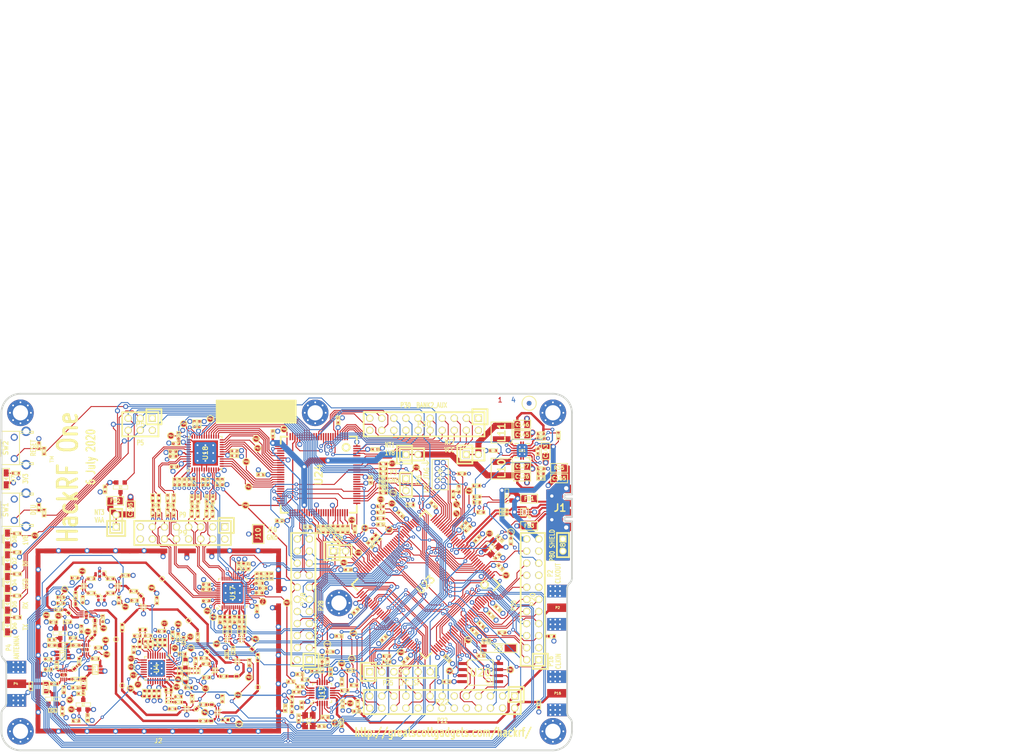
<source format=kicad_pcb>
(kicad_pcb (version 20171130) (host pcbnew 5.1.6)
  (title_block (date "19 may 2014"))
  (layers (0 C1F signal) (1 C2 signal) (2 C3 signal) (31 C4B signal) (34 B.Paste user) (35 F.Paste user) (36 B.SilkS user hide) (37 F.SilkS user) (38 B.Mask user) (39 F.Mask user hide) (44 Edge.Cuts user))
  (net 0 "")
  (net 1 !MIX_BYPASS)
  (net 2 !RX_AMP_PWR)
  (net 3 !TX_AMP_PWR)
  (net 4 !VAA_ENABLE)
  (net 5 /baseband/CLK0)
  (net 6 /baseband/CLK1)
  (net 7 /baseband/CLK2)
  (net 8 /baseband/CLK3)
  (net 9 /baseband/CLK5)
  (net 10 /baseband/COM)
  (net 11 /baseband/CPOUT+)
  (net 12 /baseband/CPOUT-)
  (net 13 /baseband/IA+)
  (net 14 /baseband/IA-)
  (net 15 /baseband/ID+)
  (net 16 /baseband/ID-)
  (net 17 /baseband/INTR)
  (net 18 /baseband/OEB)
  (net 19 /baseband/QA+)
  (net 20 /baseband/QA-)
  (net 21 /baseband/QD+)
  (net 22 /baseband/QD-)
  (net 23 /baseband/REFN)
  (net 24 /baseband/REFP)
  (net 25 /baseband/RXBBI+)
  (net 26 /baseband/RXBBI-)
  (net 27 /baseband/RXBBQ+)
  (net 28 /baseband/RXBBQ-)
  (net 29 /baseband/TXBBI+)
  (net 30 /baseband/TXBBI-)
  (net 31 /baseband/TXBBQ+)
  (net 32 /baseband/TXBBQ-)
  (net 33 /baseband/XA)
  (net 34 /baseband/XB)
  (net 35 /baseband/XCVR_CLKOUT)
  (net 36 /baseband/XTAL2)
  (net 37 /frontend/!ANT_BIAS)
  (net 38 /frontend/REF_IN)
  (net 39 /frontend/RX_AMP_OUT)
  (net 40 /frontend/TX_AMP_IN)
  (net 41 /frontend/TX_AMP_OUT)
  (net 42 /mcu/usb/power/ADC0_0)
  (net 43 /mcu/usb/power/ADC0_2)
  (net 44 /mcu/usb/power/ADC0_5)
  (net 45 /mcu/usb/power/ADC0_6)
  (net 46 /mcu/usb/power/B1AUX13)
  (net 47 /mcu/usb/power/B1AUX14)
  (net 48 /mcu/usb/power/B2AUX1)
  (net 49 /mcu/usb/power/B2AUX10)
  (net 50 /mcu/usb/power/B2AUX11)
  (net 51 /mcu/usb/power/B2AUX12)
  (net 52 /mcu/usb/power/B2AUX13)
  (net 53 /mcu/usb/power/B2AUX14)
  (net 54 /mcu/usb/power/B2AUX15)
  (net 55 /mcu/usb/power/B2AUX16)
  (net 56 /mcu/usb/power/B2AUX2)
  (net 57 /mcu/usb/power/B2AUX3)
  (net 58 /mcu/usb/power/B2AUX4)
  (net 59 /mcu/usb/power/B2AUX5)
  (net 60 /mcu/usb/power/B2AUX6)
  (net 61 /mcu/usb/power/B2AUX7)
  (net 62 /mcu/usb/power/B2AUX8)
  (net 63 /mcu/usb/power/B2AUX9)
  (net 64 /mcu/usb/power/BANK2F3M1)
  (net 65 /mcu/usb/power/BANK2F3M10)
  (net 66 /mcu/usb/power/BANK2F3M11)
  (net 67 /mcu/usb/power/BANK2F3M12)
  (net 68 /mcu/usb/power/BANK2F3M14)
  (net 69 /mcu/usb/power/BANK2F3M15)
  (net 70 /mcu/usb/power/BANK2F3M16)
  (net 71 /mcu/usb/power/BANK2F3M2)
  (net 72 /mcu/usb/power/BANK2F3M3)
  (net 73 /mcu/usb/power/BANK2F3M4)
  (net 74 /mcu/usb/power/BANK2F3M5)
  (net 75 /mcu/usb/power/BANK2F3M6)
  (net 76 /mcu/usb/power/BANK2F3M7)
  (net 77 /mcu/usb/power/BANK2F3M8)
  (net 78 /mcu/usb/power/BANK2F3M9)
  (net 79 /mcu/usb/power/CPLD_TCK)
  (net 80 /mcu/usb/power/CPLD_TDI)
  (net 81 /mcu/usb/power/CPLD_TDO)
  (net 82 /mcu/usb/power/CPLD_TMS)
  (net 83 /mcu/usb/power/DBGEN)
  (net 84 /mcu/usb/power/DM)
  (net 85 /mcu/usb/power/DP)
  (net 86 /mcu/usb/power/EN1V8)
  (net 87 /mcu/usb/power/GCK0)
  (net 88 /mcu/usb/power/GPIO3_10)
  (net 89 /mcu/usb/power/GPIO3_11)
  (net 90 /mcu/usb/power/GPIO3_12)
  (net 91 /mcu/usb/power/GPIO3_13)
  (net 92 /mcu/usb/power/GPIO3_14)
  (net 93 /mcu/usb/power/GPIO3_15)
  (net 94 /mcu/usb/power/GPIO3_8)
  (net 95 /mcu/usb/power/GPIO3_9)
  (net 96 /mcu/usb/power/GP_CLKIN)
  (net 97 /mcu/usb/power/I2C1_SCL)
  (net 98 /mcu/usb/power/I2C1_SDA)
  (net 99 /mcu/usb/power/I2S0_RX_MCLK)
  (net 100 /mcu/usb/power/I2S0_RX_SCK)
  (net 101 /mcu/usb/power/I2S0_RX_SDA)
  (net 102 /mcu/usb/power/I2S0_RX_WS)
  (net 103 /mcu/usb/power/I2S0_TX_MCLK)
  (net 104 /mcu/usb/power/I2S0_TX_SCK)
  (net 105 /mcu/usb/power/ISP)
  (net 106 /mcu/usb/power/LED1)
  (net 107 /mcu/usb/power/LED2)
  (net 108 /mcu/usb/power/LED3)
  (net 109 /mcu/usb/power/P1_1)
  (net 110 /mcu/usb/power/P1_2)
  (net 111 /mcu/usb/power/P2_13)
  (net 112 /mcu/usb/power/P2_8)
  (net 113 /mcu/usb/power/P2_9)
  (net 114 /mcu/usb/power/REG_OUT1)
  (net 115 /mcu/usb/power/REG_OUT2)
  (net 116 /mcu/usb/power/RESET)
  (net 117 /mcu/usb/power/RREF)
  (net 118 /mcu/usb/power/RTCX1)
  (net 119 /mcu/usb/power/RTCX2)
  (net 120 /mcu/usb/power/RTC_ALARM)
  (net 121 /mcu/usb/power/SD_CD)
  (net 122 /mcu/usb/power/SD_CLK)
  (net 123 /mcu/usb/power/SD_CMD)
  (net 124 /mcu/usb/power/SD_DAT0)
  (net 125 /mcu/usb/power/SD_DAT1)
  (net 126 /mcu/usb/power/SD_DAT2)
  (net 127 /mcu/usb/power/SD_DAT3)
  (net 128 /mcu/usb/power/SD_POW)
  (net 129 /mcu/usb/power/SD_VOLT0)
  (net 130 /mcu/usb/power/SGPIO0)
  (net 131 /mcu/usb/power/SGPIO1)
  (net 132 /mcu/usb/power/SGPIO10)
  (net 133 /mcu/usb/power/SGPIO11)
  (net 134 /mcu/usb/power/SGPIO12)
  (net 135 /mcu/usb/power/SGPIO13)
  (net 136 /mcu/usb/power/SGPIO14)
  (net 137 /mcu/usb/power/SGPIO15)
  (net 138 /mcu/usb/power/SGPIO2)
  (net 139 /mcu/usb/power/SGPIO3)
  (net 140 /mcu/usb/power/SGPIO4)
  (net 141 /mcu/usb/power/SGPIO5)
  (net 142 /mcu/usb/power/SGPIO6)
  (net 143 /mcu/usb/power/SGPIO7)
  (net 144 /mcu/usb/power/SGPIO9)
  (net 145 /mcu/usb/power/SPIFI_CS)
  (net 146 /mcu/usb/power/SPIFI_CIPO)
  (net 147 /mcu/usb/power/SPIFI_COPI)
  (net 148 /mcu/usb/power/SPIFI_SCK)
  (net 149 /mcu/usb/power/SPIFI_SIO2)
  (net 150 /mcu/usb/power/SPIFI_SIO3)
  (net 151 /mcu/usb/power/TCK)
  (net 152 /mcu/usb/power/TDI)
  (net 153 /mcu/usb/power/TDO)
  (net 154 /mcu/usb/power/TMS)
  (net 155 /mcu/usb/power/U0_RXD)
  (net 156 /mcu/usb/power/U0_TXD)
  (net 157 /mcu/usb/power/USB_SHIELD)
  (net 158 /mcu/usb/power/VBAT)
  (net 159 /mcu/usb/power/VBUS)
  (net 160 /mcu/usb/power/VBUSCTRL)
  (net 161 /mcu/usb/power/VIN)
  (net 162 /mcu/usb/power/VREGMODE)
  (net 163 /mcu/usb/power/WAKEUP)
  (net 164 /mcu/usb/power/XTAL1)
  (net 165 /mcu/usb/power/XTAL2)
  (net 166 AMP_BYPASS)
  (net 167 CLK6)
  (net 168 CLKIN)
  (net 169 CLKOUT)
  (net 170 CS_AD)
  (net 171 CS_XCVR)
  (net 172 DA0)
  (net 173 DA1)
  (net 174 DA2)
  (net 175 DA3)
  (net 176 DA4)
  (net 177 DA5)
  (net 178 DA6)
  (net 179 DA7)
  (net 180 DD0)
  (net 181 DD1)
  (net 182 DD2)
  (net 183 DD3)
  (net 184 DD4)
  (net 185 DD5)
  (net 186 DD6)
  (net 187 DD7)
  (net 188 DD8)
  (net 189 DD9)
  (net 190 GCK1)
  (net 191 GCK2)
  (net 192 GND)
  (net 193 HP)
  (net 194 LP)
  (net 195 MCU_CLK)
  (net 196 MIXER_ENX)
  (net 197 MIXER_RESETX)
  (net 198 MIXER_SCLK)
  (net 199 MIXER_SDATA)
  (net 200 MIX_BYPASS)
  (net 201 MIX_CLK)
  (net 202 RSSI)
  (net 203 RX)
  (net 204 RXENABLE)
  (net 205 RX_AMP)
  (net 206 RX_IF)
  (net 207 RX_MIX_BP)
  (net 208 SCL)
  (net 209 SDA)
  (net 210 SGPIO_CLK)
  (net 211 SSP1_CIPO)
  (net 212 SSP1_COPI)
  (net 213 SSP1_SCK)
  (net 214 TXENABLE)
  (net 215 TX_AMP)
  (net 216 TX_IF)
  (net 217 TX_MIX_BP)
  (net 218 VAA)
  (net 219 VCC)
  (net 220 XCVR_EN)
  (net 221 "Net-(C8-Pad2)")
  (net 222 "Net-(C9-Pad2)")
  (net 223 "Net-(C9-Pad1)")
  (net 224 "Net-(C12-Pad1)")
  (net 225 "Net-(C13-Pad1)")
  (net 226 "Net-(C14-Pad2)")
  (net 227 "Net-(C14-Pad1)")
  (net 228 "Net-(C15-Pad2)")
  (net 229 "Net-(C17-Pad2)")
  (net 230 "Net-(C17-Pad1)")
  (net 231 "Net-(C18-Pad2)")
  (net 232 "Net-(C18-Pad1)")
  (net 233 "Net-(C20-Pad2)")
  (net 234 "Net-(C20-Pad1)")
  (net 235 "Net-(C21-Pad2)")
  (net 236 "Net-(C21-Pad1)")
  (net 237 "Net-(C23-Pad2)")
  (net 238 "Net-(C23-Pad1)")
  (net 239 "Net-(C25-Pad1)")
  (net 240 "Net-(C26-Pad2)")
  (net 241 "Net-(C26-Pad1)")
  (net 242 "Net-(C27-Pad2)")
  (net 243 "Net-(C27-Pad1)")
  (net 244 "Net-(C28-Pad2)")
  (net 245 "Net-(C28-Pad1)")
  (net 246 "Net-(C31-Pad2)")
  (net 247 "Net-(C31-Pad1)")
  (net 248 "Net-(C32-Pad2)")
  (net 249 "Net-(C32-Pad1)")
  (net 250 "Net-(C43-Pad2)")
  (net 251 "Net-(C43-Pad1)")
  (net 252 "Net-(C44-Pad2)")
  (net 253 "Net-(C44-Pad1)")
  (net 254 "Net-(C46-Pad2)")
  (net 255 "Net-(C46-Pad1)")
  (net 256 "Net-(C48-Pad1)")
  (net 257 "Net-(C49-Pad2)")
  (net 258 "Net-(C50-Pad1)")
  (net 259 "Net-(C51-Pad2)")
  (net 260 "Net-(C51-Pad1)")
  (net 261 "Net-(C163-Pad2)")
  (net 262 "Net-(C58-Pad2)")
  (net 263 "Net-(C59-Pad2)")
  (net 264 "Net-(C61-Pad2)")
  (net 265 "Net-(C61-Pad1)")
  (net 266 "Net-(C62-Pad2)")
  (net 267 "Net-(C64-Pad2)")
  (net 268 "Net-(C64-Pad1)")
  (net 269 "Net-(C99-Pad2)")
  (net 270 "Net-(C99-Pad1)")
  (net 271 "Net-(C102-Pad2)")
  (net 272 "Net-(C102-Pad1)")
  (net 273 "Net-(C104-Pad2)")
  (net 274 "Net-(C104-Pad1)")
  (net 275 "Net-(C105-Pad1)")
  (net 276 "Net-(C106-Pad1)")
  (net 277 "Net-(C111-Pad2)")
  (net 278 "Net-(C111-Pad1)")
  (net 279 "Net-(C114-Pad2)")
  (net 280 "Net-(C114-Pad1)")
  (net 281 "Net-(C125-Pad2)")
  (net 282 "Net-(C160-Pad1)")
  (net 283 "Net-(D2-Pad2)")
  (net 284 "Net-(D4-Pad2)")
  (net 285 "Net-(D5-Pad2)")
  (net 286 "Net-(D6-Pad2)")
  (net 287 "Net-(D7-Pad2)")
  (net 288 "Net-(D8-Pad2)")
  (net 289 "Net-(FB1-Pad1)")
  (net 290 "Net-(FB2-Pad1)")
  (net 291 "Net-(FB3-Pad1)")
  (net 292 "Net-(J1-Pad4)")
  (net 293 "Net-(J1-Pad3)")
  (net 294 "Net-(J1-Pad2)")
  (net 295 "Net-(L1-Pad2)")
  (net 296 "Net-(L1-Pad1)")
  (net 297 "Net-(L2-Pad1)")
  (net 298 "Net-(L3-Pad1)")
  (net 299 "Net-(L10-Pad1)")
  (net 300 "Net-(L11-Pad2)")
  (net 301 "Net-(L13-Pad1)")
  (net 302 "Net-(P6-Pad1)")
  (net 303 "Net-(P7-Pad1)")
  (net 304 "Net-(P17-Pad1)")
  (net 305 "Net-(P19-Pad1)")
  (net 306 "Net-(P24-Pad1)")
  (net 307 "Net-(R4-Pad2)")
  (net 308 "Net-(R30-Pad2)")
  (net 309 "Net-(R19-Pad2)")
  (net 310 "Net-(R51-Pad1)")
  (net 311 "Net-(R52-Pad2)")
  (net 312 "Net-(R55-Pad2)")
  (net 313 "Net-(R62-Pad1)")
  (net 314 /frontend/RX_AMP_IN)
  (net 315 +1V8)
  (module hackrf:GSG-SHIELD-BMI-S-230 (layer C1F) (at 93 152)
    (fp_text reference J2 (at 0 21) (layer F.SilkS) (effects (font (size 1.016 1.016) (thickness 0.2032))))
    (fp_text value RF-SHIELD-FRAME hide)
    (pad 0 smd rect (at -23.875 18.95) (size 3.85 1) (layers C1F F.Mask) (net 192 GND))
    (pad 0 smd rect (at -18 18.95) (size 3.8 1) (layers C1F F.Mask) (net 192 GND))
    (pad 0 smd rect (at -12 18.95) (size 3.8 1) (layers C1F F.Mask) (net 192 GND))
    (pad 0 smd rect (at -6 18.95) (size 3.8 1) (layers C1F F.Mask) (net 192 GND))
    (pad 0 smd rect (at 0 18.95) (size 3.8 1) (layers C1F F.Mask) (net 192 GND))
    (pad 0 smd rect (at 6 18.95) (size 3.8 1) (layers C1F F.Mask) (net 192 GND))
    (pad 0 smd rect (at 12 18.95) (size 3.8 1) (layers C1F F.Mask) (net 192 GND))
    (pad 0 smd rect (at 18 18.95) (size 3.8 1) (layers C1F F.Mask) (net 192 GND))
    (pad 0 smd rect (at 23.875 18.95) (size 3.85 1) (layers C1F F.Mask) (net 192 GND))
    (pad 0 smd rect (at 25.3 17.775 90) (size 3.35 1) (layers C1F F.Mask) (net 192 GND))
    (pad 0 smd rect (at 25.3 12 90) (size 3.8 1) (layers C1F F.Mask) (net 192 GND))
    (pad 0 smd rect (at 25.3 6 90) (size 3.8 1) (layers C1F F.Mask) (net 192 GND))
    (pad 0 smd rect (at 25.3 0 90) (size 3.8 1) (layers C1F F.Mask) (net 192 GND))
    (pad 0 smd rect (at 25.3 -6 90) (size 3.8 1) (layers C1F F.Mask) (net 192 GND))
    (pad 0 smd rect (at 25.3 -12 90) (size 3.8 1) (layers C1F F.Mask) (net 192 GND))
    (pad 0 smd rect (at 25.3 -17.775 90) (size 3.35 1) (layers C1F F.Mask) (net 192 GND))
    (pad 0 smd rect (at 23.875 -18.95) (size 3.85 1) (layers C1F F.Mask) (net 192 GND))
    (pad 0 smd rect (at 18 -18.95) (size 3.8 1) (layers C1F F.Mask) (net 192 GND))
    (pad 0 smd rect (at 12 -18.95) (size 3.8 1) (layers C1F F.Mask) (net 192 GND))
    (pad 0 smd rect (at 6 -18.95) (size 3.8 1) (layers C1F F.Mask) (net 192 GND))
    (pad 0 smd rect (at 0 -18.95) (size 3.8 1) (layers C1F F.Mask) (net 192 GND))
    (pad 0 smd rect (at -6 -18.95) (size 3.8 1) (layers C1F F.Mask) (net 192 GND))
    (pad 0 smd rect (at -12 -18.95) (size 3.8 1) (layers C1F F.Mask) (net 192 GND))
    (pad 0 smd rect (at -18 -18.95) (size 3.8 1) (layers C1F F.Mask) (net 192 GND))
    (pad 0 smd rect (at -23.875 -18.95) (size 3.85 1) (layers C1F F.Mask) (net 192 GND))
    (pad 0 smd rect (at -25.3 -17.775 90) (size 3.35 1) (layers C1F F.Mask) (net 192 GND))
    (pad 0 smd rect (at -25.3 -12 90) (size 3.8 1) (layers C1F F.Mask) (net 192 GND))
    (pad 0 smd rect (at -25.3 -6 90) (size 3.8 1) (layers C1F F.Mask) (net 192 GND))
    (pad 0 smd rect (at -25.3 0 90) (size 3.8 1) (layers C1F F.Mask) (net 192 GND))
    (pad 0 smd rect (at -25.3 6 90) (size 3.8 1) (layers C1F F.Mask) (net 192 GND))
    (pad 0 smd rect (at -25.3 12 90) (size 3.8 1) (layers C1F F.Mask) (net 192 GND))
    (pad 0 smd rect (at -25.3 17.775 90) (size 3.35 1) (layers C1F F.Mask) (net 192 GND))
  )
  (module gsg-modules:SKY13350-385LF (layer C1F) (at 109.6285 156.2753)
    (fp_text reference U11 (at 0 0) (layer F.SilkS) (effects (font (size 0.50038 0.29972) (thickness 0.0762))))
    (fp_text value SKY13453 hide)
    (pad 2 smd rect (at -0.6435 0.24892) (size 0.645 0.23) (layers C1F F.Paste F.Mask) (net 250 "Net-(C43-Pad2)"))
    (pad 6 smd rect (at 0 -0.552) (size 0.3 0.813) (layers C1F F.Paste F.Mask) (net 256 "Net-(C48-Pad1)"))
    (pad 5 smd rect (at 0.6435 -0.24892) (size 0.645 0.23) (layers C1F F.Paste F.Mask) (net 200 MIX_BYPASS))
    (pad 4 smd rect (at 0.6435 0.24892) (size 0.645 0.23) (layers C1F F.Paste F.Mask) (net 260 "Net-(C51-Pad1)"))
    (pad 3 smd rect (at 0 0.552) (size 0.3 0.813) (layers C1F F.Paste F.Mask) (net 192 GND))
    (pad 1 smd rect (at -0.6435 -0.24892) (size 0.645 0.23) (layers C1F F.Paste F.Mask) (net 218 VAA))
  )
  (module gsg-modules:SKY13350-385LF (layer C1F) (at 104.9634 158.164 90)
    (fp_text reference U10 (at 0 0 90) (layer F.SilkS) (effects (font (size 0.50038 0.29972) (thickness 0.0762))))
    (fp_text value SKY13453 hide)
    (pad 2 smd rect (at -0.6435 0.24892 90) (size 0.645 0.23) (layers C1F F.Paste F.Mask) (net 259 "Net-(C51-Pad2)"))
    (pad 6 smd rect (at 0 -0.552 90) (size 0.3 0.813) (layers C1F F.Paste F.Mask) (net 255 "Net-(C46-Pad1)"))
    (pad 5 smd rect (at 0.6435 -0.24892 90) (size 0.645 0.23) (layers C1F F.Paste F.Mask) (net 203 RX))
    (pad 4 smd rect (at 0.6435 0.24892 90) (size 0.645 0.23) (layers C1F F.Paste F.Mask) (net 238 "Net-(C23-Pad1)"))
    (pad 3 smd rect (at 0 0.552 90) (size 0.3 0.813) (layers C1F F.Paste F.Mask) (net 192 GND))
    (pad 1 smd rect (at -0.6435 -0.24892 90) (size 0.645 0.23) (layers C1F F.Paste F.Mask) (net 218 VAA))
  )
  (module gsg-modules:SKY13350-385LF (layer C1F) (at 98.9704 166.2726)
    (fp_text reference U7 (at 0 0) (layer F.SilkS) (effects (font (size 0.50038 0.29972) (thickness 0.0762))))
    (fp_text value SKY13453 hide)
    (pad 2 smd rect (at -0.6435 0.24892) (size 0.645 0.23) (layers C1F F.Paste F.Mask) (net 223 "Net-(C9-Pad1)"))
    (pad 6 smd rect (at 0 -0.552) (size 0.3 0.813) (layers C1F F.Paste F.Mask) (net 244 "Net-(C28-Pad2)"))
    (pad 5 smd rect (at 0.6435 -0.24892) (size 0.645 0.23) (layers C1F F.Paste F.Mask) (net 203 RX))
    (pad 4 smd rect (at 0.6435 0.24892) (size 0.645 0.23) (layers C1F F.Paste F.Mask) (net 235 "Net-(C21-Pad2)"))
    (pad 3 smd rect (at 0 0.552) (size 0.3 0.813) (layers C1F F.Paste F.Mask) (net 192 GND))
    (pad 1 smd rect (at -0.6435 -0.24892) (size 0.645 0.23) (layers C1F F.Paste F.Mask) (net 218 VAA))
  )
  (module gsg-modules:SKY13350-385LF (layer C1F) (at 84.4598 140.4142 270)
    (fp_text reference U6 (at 0 0 90) (layer F.SilkS) (effects (font (size 0.50038 0.29972) (thickness 0.0762))))
    (fp_text value SKY13453 hide)
    (pad 2 smd rect (at -0.6435 0.24892 270) (size 0.645 0.23) (layers C1F F.Paste F.Mask) (net 242 "Net-(C27-Pad2)"))
    (pad 6 smd rect (at 0 -0.552 270) (size 0.3 0.813) (layers C1F F.Paste F.Mask) (net 234 "Net-(C20-Pad1)"))
    (pad 5 smd rect (at 0.6435 -0.24892 270) (size 0.645 0.23) (layers C1F F.Paste F.Mask) (net 193 HP))
    (pad 4 smd rect (at 0.6435 0.24892 270) (size 0.645 0.23) (layers C1F F.Paste F.Mask) (net 229 "Net-(C17-Pad2)"))
    (pad 3 smd rect (at 0 0.552 270) (size 0.3 0.813) (layers C1F F.Paste F.Mask) (net 192 GND))
    (pad 1 smd rect (at -0.6435 -0.24892 270) (size 0.645 0.23) (layers C1F F.Paste F.Mask) (net 218 VAA))
  )
  (module gsg-modules:SKY13350-385LF (layer C1F) (at 77.3478 140.4142 90)
    (fp_text reference U5 (at 0 0 90) (layer F.SilkS) (effects (font (size 0.50038 0.29972) (thickness 0.0762))))
    (fp_text value SKY13453 hide)
    (pad 2 smd rect (at -0.6435 0.24892 90) (size 0.645 0.23) (layers C1F F.Paste F.Mask) (net 232 "Net-(C18-Pad1)"))
    (pad 6 smd rect (at 0 -0.552 90) (size 0.3 0.813) (layers C1F F.Paste F.Mask) (net 246 "Net-(C31-Pad2)"))
    (pad 5 smd rect (at 0.6435 -0.24892 90) (size 0.645 0.23) (layers C1F F.Paste F.Mask) (net 194 LP))
    (pad 4 smd rect (at 0.6435 0.24892 90) (size 0.645 0.23) (layers C1F F.Paste F.Mask) (net 240 "Net-(C26-Pad2)"))
    (pad 3 smd rect (at 0 0.552 90) (size 0.3 0.813) (layers C1F F.Paste F.Mask) (net 192 GND))
    (pad 1 smd rect (at -0.6435 -0.24892 90) (size 0.645 0.23) (layers C1F F.Paste F.Mask) (net 218 VAA))
  )
  (module gsg-modules:SKY13350-385LF (layer C1F) (at 89.8858 144.8786)
    (fp_text reference U2 (at 0 0) (layer F.SilkS) (effects (font (size 0.50038 0.29972) (thickness 0.0762))))
    (fp_text value SKY13453 hide)
    (pad 2 smd rect (at -0.6435 0.24892) (size 0.645 0.23) (layers C1F F.Paste F.Mask) (net 222 "Net-(C9-Pad2)"))
    (pad 6 smd rect (at 0 -0.552) (size 0.3 0.813) (layers C1F F.Paste F.Mask) (net 233 "Net-(C20-Pad2)"))
    (pad 5 smd rect (at 0.6435 -0.24892) (size 0.645 0.23) (layers C1F F.Paste F.Mask) (net 203 RX))
    (pad 4 smd rect (at 0.6435 0.24892) (size 0.645 0.23) (layers C1F F.Paste F.Mask) (net 237 "Net-(C23-Pad2)"))
    (pad 3 smd rect (at 0 0.552) (size 0.3 0.813) (layers C1F F.Paste F.Mask) (net 192 GND))
    (pad 1 smd rect (at -0.6435 -0.24892) (size 0.645 0.23) (layers C1F F.Paste F.Mask) (net 218 VAA))
  )
  (module gsg-modules:SKY13350-385LF (layer C1F) (at 105.433 167.0522 270)
    (fp_text reference U1 (at 0 0 90) (layer F.SilkS) (effects (font (size 0.50038 0.29972) (thickness 0.0762))))
    (fp_text value SKY13453 hide)
    (pad 2 smd rect (at -0.6435 0.24892 270) (size 0.645 0.23) (layers C1F F.Paste F.Mask) (net 236 "Net-(C21-Pad1)"))
    (pad 6 smd rect (at 0 -0.552 270) (size 0.3 0.813) (layers C1F F.Paste F.Mask) (net 221 "Net-(C8-Pad2)"))
    (pad 5 smd rect (at 0.6435 -0.24892 270) (size 0.645 0.23) (layers C1F F.Paste F.Mask) (net 1 !MIX_BYPASS))
    (pad 4 smd rect (at 0.6435 0.24892 270) (size 0.645 0.23) (layers C1F F.Paste F.Mask) (net 249 "Net-(C32-Pad1)"))
    (pad 3 smd rect (at 0 0.552 270) (size 0.3 0.813) (layers C1F F.Paste F.Mask) (net 192 GND))
    (pad 1 smd rect (at -0.6435 -0.24892 270) (size 0.645 0.23) (layers C1F F.Paste F.Mask) (net 218 VAA))
  )
  (module gsg-modules:HEADER-1x2-SHORTED (layer C1F) (at 84.13 126.74 90)
    (fp_text reference NT3 (at 0 0 90) (layer F.SilkS) (effects (font (size 1.016 1.016) (thickness 0.2032))))
    (fp_text value VAA hide)
    (fp_poly (pts (xy 0.762 0.127) (xy -0.762 0.127) (xy -0.762 -0.127) (xy 0.762 -0.127)) (layer C1F) (width 0))
    (pad 1 thru_hole rect (at -1.27 0 90) (size 1.524 1.524) (drill 1.016) (layers *.Cu *.Mask F.SilkS) (net 218 VAA))
    (pad 2 thru_hole circle (at 1.27 0 90) (size 1.524 1.524) (drill 1.016) (layers *.Cu *.Mask F.SilkS) (net 275 "Net-(C105-Pad1)"))
  )
  (module gsg-modules:HEADER-1x2-SHORTED (layer C1F) (at 159.06 112.77)
    (fp_text reference NT2 (at 0 0) (layer F.SilkS) (effects (font (size 1.016 1.016) (thickness 0.2032))))
    (fp_text value VCC hide)
    (fp_poly (pts (xy 0.762 0.127) (xy -0.762 0.127) (xy -0.762 -0.127) (xy 0.762 -0.127)) (layer C1F) (width 0))
    (pad 1 thru_hole rect (at -1.27 0) (size 1.524 1.524) (drill 1.016) (layers *.Cu *.Mask F.SilkS) (net 219 VCC))
    (pad 2 thru_hole circle (at 1.27 0) (size 1.524 1.524) (drill 1.016) (layers *.Cu *.Mask F.SilkS) (net 114 /mcu/usb/power/REG_OUT1))
  )
  (module gsg-modules:HEADER-1x2-SHORTED (layer C1F) (at 146.36 112.77)
    (fp_text reference NT1 (at 0 0) (layer F.SilkS) (effects (font (size 1.016 1.016) (thickness 0.2032))))
    (fp_text value 1V8 hide)
    (fp_poly (pts (xy 0.762 0.127) (xy -0.762 0.127) (xy -0.762 -0.127) (xy 0.762 -0.127)) (layer C1F) (width 0))
    (pad 1 thru_hole rect (at -1.27 0) (size 1.524 1.524) (drill 1.016) (layers *.Cu *.Mask F.SilkS) (net 315 +1V8))
    (pad 2 thru_hole circle (at 1.27 0) (size 1.524 1.524) (drill 1.016) (layers *.Cu *.Mask F.SilkS) (net 115 /mcu/usb/power/REG_OUT2))
  )
  (module gsg-modules:SOT23-3 (layer C1F) (at 166.299 121.5584 270)
    (fp_text reference Q5 (at 0 0 90) (layer F.SilkS) (effects (font (size 0.4572 0.381) (thickness 0.09525))))
    (fp_text value MOSFET_P hide)
    (pad 3 smd rect (at 0 1.016 270) (size 0.9144 0.9144) (layers C1F F.Paste F.Mask) (net 161 /mcu/usb/power/VIN))
    (pad 1 smd rect (at 0.889 -1.016 270) (size 0.9144 0.9144) (layers C1F F.Paste F.Mask) (net 160 /mcu/usb/power/VBUSCTRL))
    (pad 2 smd rect (at -0.889 -1.016 270) (size 0.9144 0.9144) (layers C1F F.Paste F.Mask) (net 159 /mcu/usb/power/VBUS))
  )
  (module gsg-modules:SOT23-3 (layer C1F) (at 70.8 164.2 180)
    (fp_text reference Q4 (at 0 0) (layer F.SilkS) (effects (font (size 0.4572 0.381) (thickness 0.09525))))
    (fp_text value MOSFET_P hide)
    (pad 3 smd rect (at 0 1.016 180) (size 0.9144 0.9144) (layers C1F F.Paste F.Mask) (net 301 "Net-(L13-Pad1)"))
    (pad 1 smd rect (at 0.889 -1.016 180) (size 0.9144 0.9144) (layers C1F F.Paste F.Mask) (net 37 /frontend/!ANT_BIAS))
    (pad 2 smd rect (at -0.889 -1.016 180) (size 0.9144 0.9144) (layers C1F F.Paste F.Mask) (net 218 VAA))
  )
  (module gsg-modules:SOT23-3 (layer C1F) (at 85.0444 119.6788)
    (fp_text reference Q3 (at 0 0) (layer F.SilkS) (effects (font (size 0.4572 0.381) (thickness 0.09525))))
    (fp_text value MOSFET_P hide)
    (pad 3 smd rect (at 0 1.016) (size 0.9144 0.9144) (layers C1F F.Paste F.Mask) (net 290 "Net-(FB2-Pad1)"))
    (pad 1 smd rect (at 0.889 -1.016) (size 0.9144 0.9144) (layers C1F F.Paste F.Mask) (net 4 !VAA_ENABLE))
    (pad 2 smd rect (at -0.889 -1.016) (size 0.9144 0.9144) (layers C1F F.Paste F.Mask) (net 219 VCC))
  )
  (module gsg-modules:SOT23-3 (layer C1F) (at 77.2167 165.3908 180)
    (fp_text reference Q2 (at 0 0) (layer F.SilkS) (effects (font (size 0.4572 0.381) (thickness 0.09525))))
    (fp_text value MOSFET_P hide)
    (pad 3 smd rect (at 0 1.016 180) (size 0.9144 0.9144) (layers C1F F.Paste F.Mask) (net 282 "Net-(C160-Pad1)"))
    (pad 1 smd rect (at 0.889 -1.016 180) (size 0.9144 0.9144) (layers C1F F.Paste F.Mask) (net 3 !TX_AMP_PWR))
    (pad 2 smd rect (at -0.889 -1.016 180) (size 0.9144 0.9144) (layers C1F F.Paste F.Mask) (net 218 VAA))
  )
  (module gsg-modules:SOT23-3 (layer C1F) (at 72.376 150.38)
    (fp_text reference Q1 (at 0 0) (layer F.SilkS) (effects (font (size 0.4572 0.381) (thickness 0.09525))))
    (fp_text value MOSFET_P hide)
    (pad 3 smd rect (at 0 1.016) (size 0.9144 0.9144) (layers C1F F.Paste F.Mask) (net 261 "Net-(C163-Pad2)"))
    (pad 1 smd rect (at 0.889 -1.016) (size 0.9144 0.9144) (layers C1F F.Paste F.Mask) (net 2 !RX_AMP_PWR))
    (pad 2 smd rect (at -0.889 -1.016) (size 0.9144 0.9144) (layers C1F F.Paste F.Mask) (net 218 VAA))
  )
  (module hackrf:GSG-QFN20-4 (layer C1F) (at 127.4692 162.926 90)
    (fp_text reference U19 (at 0 0 90) (layer F.SilkS) (effects (font (size 1.00076 1.00076) (thickness 0.2032))))
    (fp_text value SI5351C hide)
    (pad 1 smd oval (at -2.2 -1 90) (size 1.2 0.32) (layers C1F F.Paste F.Mask) (net 33 /baseband/XA))
    (pad 2 smd oval (at -2.2 -0.5 90) (size 1.2 0.32) (layers C1F F.Paste F.Mask) (net 34 /baseband/XB))
    (pad 3 smd oval (at -2.2 0 90) (size 1.2 0.32) (layers C1F F.Paste F.Mask) (net 17 /baseband/INTR))
    (pad 4 smd oval (at -2.2 0.5 90) (size 1.2 0.32) (layers C1F F.Paste F.Mask) (net 208 SCL))
    (pad 5 smd oval (at -2.2 1 90) (size 1.2 0.32) (layers C1F F.Paste F.Mask) (net 209 SDA))
    (pad 6 smd oval (at -1 2.2 180) (size 1.2 0.32) (layers C1F F.Paste F.Mask) (net 168 CLKIN))
    (pad 7 smd oval (at -0.5 2.2 180) (size 1.2 0.32) (layers C1F F.Paste F.Mask) (net 18 /baseband/OEB))
    (pad 8 smd oval (at 0 2.2 180) (size 1.2 0.32) (layers C1F F.Paste F.Mask) (net 8 /baseband/CLK3))
    (pad 9 smd oval (at 0.5 2.2 180) (size 1.2 0.32) (layers C1F F.Paste F.Mask) (net 7 /baseband/CLK2))
    (pad 10 smd oval (at 1 2.2 180) (size 1.2 0.32) (layers C1F F.Paste F.Mask) (net 219 VCC))
    (pad 11 smd oval (at 2.2 1 90) (size 1.2 0.32) (layers C1F F.Paste F.Mask) (net 219 VCC))
    (pad 12 smd oval (at 2.2 0.5 90) (size 1.2 0.32) (layers C1F F.Paste F.Mask) (net 6 /baseband/CLK1))
    (pad 13 smd oval (at 2.2 0 90) (size 1.2 0.32) (layers C1F F.Paste F.Mask) (net 5 /baseband/CLK0))
    (pad 14 smd oval (at 2.2 -0.5 90) (size 1.2 0.32) (layers C1F F.Paste F.Mask) (net 219 VCC))
    (pad 15 smd oval (at 2.2 -1 90) (size 1.2 0.32) (layers C1F F.Paste F.Mask) (net 195 MCU_CLK))
    (pad 16 smd oval (at 1 -2.2 180) (size 1.2 0.32) (layers C1F F.Paste F.Mask) (net 167 CLK6))
    (pad 17 smd oval (at 0.5 -2.2 180) (size 1.2 0.32) (layers C1F F.Paste F.Mask) (net 9 /baseband/CLK5))
    (pad 18 smd oval (at 0 -2.2 180) (size 1.2 0.32) (layers C1F F.Paste F.Mask) (net 219 VCC))
    (pad 19 smd oval (at -0.5 -2.2 180) (size 1.2 0.32) (layers C1F F.Paste F.Mask) (net 201 MIX_CLK))
    (pad 20 smd oval (at -1 -2.2 180) (size 1.2 0.32) (layers C1F F.Paste F.Mask) (net 219 VCC))
    (pad 0 smd rect (at 0 0 90) (size 2.65 2.65) (layers C1F F.Mask) (net 192 GND))
    (pad 0 thru_hole circle (at 0 0 90) (size 0.6 0.6) (drill 0.35) (layers *.Cu B.Mask) (net 192 GND))
    (pad 0 thru_hole circle (at -0.66 -0.66 90) (size 0.6 0.6) (drill 0.35) (layers *.Cu B.Mask) (net 192 GND))
    (pad 0 thru_hole circle (at 0.66 -0.66 90) (size 0.6 0.6) (drill 0.35) (layers *.Cu B.Mask) (net 192 GND))
    (pad 0 thru_hole circle (at 0.66 0.66 90) (size 0.6 0.6) (drill 0.35) (layers *.Cu B.Mask) (net 192 GND))
    (pad 0 thru_hole circle (at -0.66 0.66 90) (size 0.6 0.6) (drill 0.35) (layers *.Cu B.Mask) (net 192 GND))
    (pad 0 smd rect (at -0.66 -0.66 90) (size 1.32 1.32) (layers C1F F.Paste) (net 192 GND))
    (pad 0 smd rect (at 0.66 -0.66 90) (size 1.32 1.32) (layers C1F F.Paste) (net 192 GND))
    (pad 0 smd rect (at -0.66 0.66 90) (size 1.32 1.32) (layers C1F F.Paste) (net 192 GND))
    (pad 0 smd rect (at 0.66 0.66 90) (size 1.32 1.32) (layers C1F F.Paste) (net 192 GND))
  )
  (module GSG-TESTPOINT-30MIL-MASKONLY (layer C1F) (at 89.31402 142.49908)
    (fp_text reference TESTPOINT-30MIL-MASKONLY hide)
    (fp_text value VAL** hide)
  )
  (module GSG-TESTPOINT-30MIL-MASKONLY (layer C1F) (at 84.1046 151.6574)
    (fp_text reference TESTPOINT-30MIL-MASKONLY hide)
    (fp_text value VAL** hide)
  )
  (module GSG-TESTPOINT-30MIL-MASKONLY (layer C1F) (at 75.57516 144.21358)
    (fp_text reference TESTPOINT-30MIL-MASKONLY hide)
    (fp_text value VAL** hide)
  )
  (module GSG-TESTPOINT-30MIL-MASKONLY (layer C1F) (at 74.0537 146.1516)
    (fp_text reference TESTPOINT-30MIL-MASKONLY hide)
    (fp_text value VAL** hide)
  )
  (module GSG-TESTPOINT-30MIL-MASKONLY (layer C1F) (at 93.782 138.932)
    (fp_text reference TESTPOINT-30MIL-MASKONLY hide)
    (fp_text value VAL** hide)
  )
  (module GSG-TESTPOINT-30MIL-MASKONLY (layer C1F) (at 85.4 161.3602)
    (fp_text reference TESTPOINT-30MIL-MASKONLY hide)
    (fp_text value VAL** hide)
  )
  (module GSG-TESTPOINT-30MIL-MASKONLY (layer C1F) (at 75.33894 157.8483)
    (fp_text reference TESTPOINT-30MIL-MASKONLY hide)
    (fp_text value VAL** hide)
  )
  (module GSG-TESTPOINT-30MIL-MASKONLY (layer C1F) (at 79.0321 151.36114)
    (fp_text reference TESTPOINT-30MIL-MASKONLY hide)
    (fp_text value VAL** hide)
  )
  (module GSG-TESTPOINT-30MIL-MASKONLY (layer C1F) (at 113.919 161.74974)
    (fp_text reference TESTPOINT-30MIL-MASKONLY hide)
    (fp_text value VAL** hide)
  )
  (module GSG-TESTPOINT-30MIL-MASKONLY (layer C1F) (at 104.11206 168.79824)
    (fp_text reference TESTPOINT-30MIL-MASKONLY hide)
    (fp_text value VAL** hide)
  )
  (module GSG-TESTPOINT-30MIL-MASKONLY (layer C1F) (at 104.25176 165.37432)
    (fp_text reference TESTPOINT-30MIL-MASKONLY hide)
    (fp_text value VAL** hide)
  )
  (module GSG-TESTPOINT-30MIL-MASKONLY (layer C1F) (at 101.0158 166.26332)
    (fp_text reference TESTPOINT-30MIL-MASKONLY hide)
    (fp_text value VAL** hide)
  )
  (module GSG-TESTPOINT-30MIL-MASKONLY (layer C1F) (at 79.6671 147.71116)
    (fp_text reference TESTPOINT-30MIL-MASKONLY hide)
    (fp_text value VAL** hide)
  )
  (module GSG-TESTPOINT-30MIL-MASKONLY (layer C1F) (at 109.47654 159.42564)
    (fp_text reference TESTPOINT-30MIL-MASKONLY hide)
    (fp_text value VAL** hide)
  )
  (module GSG-TESTPOINT-30MIL-MASKONLY (layer C1F) (at 99.36226 147.6883)
    (fp_text reference TESTPOINT-30MIL-MASKONLY hide)
    (fp_text value VAL** hide)
  )
  (module GSG-TESTPOINT-30MIL-MASKONLY (layer C1F) (at 103.23068 154.2796)
    (fp_text reference TESTPOINT-30MIL-MASKONLY hide)
    (fp_text value VAL** hide)
  )
  (module GSG-TESTPOINT-30MIL-MASKONLY (layer C1F) (at 112.71504 153.71064)
    (fp_text reference TESTPOINT-30MIL-MASKONLY hide)
    (fp_text value VAL** hide)
  )
  (module GSG-MARK1MM (layer C1F) (at 171 102)
    (fp_text reference MARK1MM hide)
    (fp_text value VAL** hide)
    (pad "" smd circle (at 0 0) (size 1 1) (layers *.Cu *.Mask))
  )
  (module gsg-modules:LTST-S220 (layer C1F) (at 61 117.9 270)
    (fp_text reference D7 (at 0 -1.5 270) (layer F.SilkS) (effects (font (size 0.762 0.762) (thickness 0.1905))))
    (fp_text value VCCLED hide)
    (pad 1 smd rect (at 1.25 0 270) (size 1.5 1) (layers C1F F.Paste F.Mask) (net 192 GND) (clearance 0.1778))
    (pad 2 smd rect (at -1.25 0 270) (size 1.5 1) (layers C1F F.Paste F.Mask) (net 287 "Net-(D7-Pad2)") (clearance 0.1778))
  )
  (module gsg-modules:LTST-S220 (layer C1F) (at 61.27 130.55 270)
    (fp_text reference D8 (at 0 -1.5 270) (layer F.SilkS) (effects (font (size 0.762 0.762) (thickness 0.1905))))
    (fp_text value 1V8LED hide)
    (pad 1 smd rect (at 1.25 0 270) (size 1.5 1) (layers C1F F.Paste F.Mask) (net 192 GND) (clearance 0.1778))
    (pad 2 smd rect (at -1.25 0 270) (size 1.5 1) (layers C1F F.Paste F.Mask) (net 288 "Net-(D8-Pad2)") (clearance 0.1778))
  )
  (module gsg-modules:LTST-S220 (layer C1F) (at 61.27 135.122 270)
    (fp_text reference D2 (at 0 -1.5 270) (layer F.SilkS) (effects (font (size 0.762 0.762) (thickness 0.1905))))
    (fp_text value VAALED hide)
    (pad 1 smd rect (at 1.25 0 270) (size 1.5 1) (layers C1F F.Paste F.Mask) (net 192 GND) (clearance 0.1778))
    (pad 2 smd rect (at -1.25 0 270) (size 1.5 1) (layers C1F F.Paste F.Mask) (net 283 "Net-(D2-Pad2)") (clearance 0.1778))
  )
  (module gsg-modules:LTST-S220 (layer C1F) (at 61.27 139.694 270)
    (fp_text reference D4 (at 0 -1.5 270) (layer F.SilkS) (effects (font (size 0.762 0.762) (thickness 0.1905))))
    (fp_text value USBLED hide)
    (pad 1 smd rect (at 1.25 0 270) (size 1.5 1) (layers C1F F.Paste F.Mask) (net 192 GND) (clearance 0.1778))
    (pad 2 smd rect (at -1.25 0 270) (size 1.5 1) (layers C1F F.Paste F.Mask) (net 284 "Net-(D4-Pad2)") (clearance 0.1778))
  )
  (module gsg-modules:LTST-S220 (layer C1F) (at 61.27 144.266 270)
    (fp_text reference D5 (at 0 -1.5 270) (layer F.SilkS) (effects (font (size 0.762 0.762) (thickness 0.1905))))
    (fp_text value RXLED hide)
    (pad 1 smd rect (at 1.25 0 270) (size 1.5 1) (layers C1F F.Paste F.Mask) (net 192 GND) (clearance 0.1778))
    (pad 2 smd rect (at -1.25 0 270) (size 1.5 1) (layers C1F F.Paste F.Mask) (net 285 "Net-(D5-Pad2)") (clearance 0.1778))
  )
  (module gsg-modules:LTST-S220 (layer C1F) (at 61.27 148.838 270)
    (fp_text reference D6 (at 0 -1.5 270) (layer F.SilkS) (effects (font (size 0.762 0.762) (thickness 0.1905))))
    (fp_text value TXLED hide)
    (pad 1 smd rect (at 1.25 0 270) (size 1.5 1) (layers C1F F.Paste F.Mask) (net 192 GND) (clearance 0.1778))
    (pad 2 smd rect (at -1.25 0 270) (size 1.5 1) (layers C1F F.Paste F.Mask) (net 286 "Net-(D6-Pad2)") (clearance 0.1778))
  )
  (module hackrf:GSG-0402 (layer C1F) (at 91.0964 163.0468 270)
    (fp_text reference C1 (at 0 0.0508 270) (layer F.SilkS) (effects (font (size 0.4064 0.4064) (thickness 0.1016))))
    (fp_text value 33pF hide)
    (pad 2 smd rect (at 0.5334 0 270) (size 0.508 0.5588) (layers C1F F.Paste F.Mask) (net 192 GND))
    (pad 1 smd rect (at -0.5334 0 270) (size 0.508 0.5588) (layers C1F F.Paste F.Mask) (net 219 VCC))
  )
  (module hackrf:GSG-0402 (layer C1F) (at 90.0804 163.0468 270)
    (fp_text reference C2 (at 0 0.0508 270) (layer F.SilkS) (effects (font (size 0.4064 0.4064) (thickness 0.1016))))
    (fp_text value 10nF hide)
    (pad 2 smd rect (at 0.5334 0 270) (size 0.508 0.5588) (layers C1F F.Paste F.Mask) (net 192 GND))
    (pad 1 smd rect (at -0.5334 0 270) (size 0.508 0.5588) (layers C1F F.Paste F.Mask) (net 219 VCC))
  )
  (module hackrf:GSG-0402 (layer C1F) (at 93.1284 163.0468 270)
    (fp_text reference C3 (at 0 0.0508 270) (layer F.SilkS) (effects (font (size 0.4064 0.4064) (thickness 0.1016))))
    (fp_text value 33pF hide)
    (pad 2 smd rect (at 0.5334 0 270) (size 0.508 0.5588) (layers C1F F.Paste F.Mask) (net 192 GND))
    (pad 1 smd rect (at -0.5334 0 270) (size 0.508 0.5588) (layers C1F F.Paste F.Mask) (net 218 VAA))
  )
  (module hackrf:GSG-0402 (layer C1F) (at 92.1124 163.0468 270)
    (fp_text reference C4 (at 0 0.0508 270) (layer F.SilkS) (effects (font (size 0.4064 0.4064) (thickness 0.1016))))
    (fp_text value 10nF hide)
    (pad 2 smd rect (at 0.5334 0 270) (size 0.508 0.5588) (layers C1F F.Paste F.Mask) (net 192 GND))
    (pad 1 smd rect (at -0.5334 0 270) (size 0.508 0.5588) (layers C1F F.Paste F.Mask) (net 218 VAA))
  )
  (module hackrf:GSG-0402 (layer C1F) (at 92.341 152.328 90)
    (fp_text reference C5 (at 0 0.0508 90) (layer F.SilkS) (effects (font (size 0.4064 0.4064) (thickness 0.1016))))
    (fp_text value 33pF hide)
    (pad 2 smd rect (at 0.5334 0 90) (size 0.508 0.5588) (layers C1F F.Paste F.Mask) (net 192 GND))
    (pad 1 smd rect (at -0.5334 0 90) (size 0.508 0.5588) (layers C1F F.Paste F.Mask) (net 218 VAA))
  )
  (module hackrf:GSG-0402 (layer C1F) (at 93.357 152.328 90)
    (fp_text reference C6 (at 0 0.0508 90) (layer F.SilkS) (effects (font (size 0.4064 0.4064) (thickness 0.1016))))
    (fp_text value 10nF hide)
    (pad 2 smd rect (at 0.5334 0 90) (size 0.508 0.5588) (layers C1F F.Paste F.Mask) (net 192 GND))
    (pad 1 smd rect (at -0.5334 0 90) (size 0.508 0.5588) (layers C1F F.Paste F.Mask) (net 218 VAA))
  )
  (module hackrf:GSG-0402 (layer C1F) (at 107.084 168.5762 180)
    (fp_text reference C7 (at 0 0.0508 180) (layer F.SilkS) (effects (font (size 0.4064 0.4064) (thickness 0.1016))))
    (fp_text value 33pF hide)
    (pad 2 smd rect (at 0.5334 0 180) (size 0.508 0.5588) (layers C1F F.Paste F.Mask) (net 1 !MIX_BYPASS))
    (pad 1 smd rect (at -0.5334 0 180) (size 0.508 0.5588) (layers C1F F.Paste F.Mask) (net 192 GND))
  )
  (module hackrf:GSG-0402 (layer C1F) (at 113.919 155.448 270)
    (fp_text reference C8 (at 0 0.0508 270) (layer F.SilkS) (effects (font (size 0.4064 0.4064) (thickness 0.1016))))
    (fp_text value 22pF hide)
    (pad 2 smd rect (at 0.5334 0 270) (size 0.508 0.5588) (layers C1F F.Paste F.Mask) (net 221 "Net-(C8-Pad2)"))
    (pad 1 smd rect (at -0.5334 0 270) (size 0.508 0.5588) (layers C1F F.Paste F.Mask) (net 216 TX_IF))
  )
  (module hackrf:GSG-0402 (layer C1F) (at 85.4 149.1682 90)
    (fp_text reference C9 (at 0 0.0508 90) (layer F.SilkS) (effects (font (size 0.4064 0.4064) (thickness 0.1016))))
    (fp_text value 100nF hide)
    (pad 2 smd rect (at 0.5334 0 90) (size 0.508 0.5588) (layers C1F F.Paste F.Mask) (net 222 "Net-(C9-Pad2)"))
    (pad 1 smd rect (at -0.5334 0 90) (size 0.508 0.5588) (layers C1F F.Paste F.Mask) (net 223 "Net-(C9-Pad1)"))
  )
  (module hackrf:GSG-0402 (layer C1F) (at 87.9808 143.4816)
    (fp_text reference C10 (at 0 0.0508) (layer F.SilkS) (effects (font (size 0.4064 0.4064) (thickness 0.1016))))
    (fp_text value 10nF hide)
    (pad 2 smd rect (at 0.5334 0) (size 0.508 0.5588) (layers C1F F.Paste F.Mask) (net 218 VAA))
    (pad 1 smd rect (at -0.5334 0) (size 0.508 0.5588) (layers C1F F.Paste F.Mask) (net 192 GND))
  )
  (module hackrf:GSG-0402 (layer C1F) (at 84.7138 143.4622 90)
    (fp_text reference C11 (at 0 0.0508 90) (layer F.SilkS) (effects (font (size 0.4064 0.4064) (thickness 0.1016))))
    (fp_text value 33pF hide)
    (pad 2 smd rect (at 0.5334 0 90) (size 0.508 0.5588) (layers C1F F.Paste F.Mask) (net 193 HP))
    (pad 1 smd rect (at -0.5334 0 90) (size 0.508 0.5588) (layers C1F F.Paste F.Mask) (net 192 GND))
  )
  (module hackrf:GSG-0402 (layer C1F) (at 87.7944 153.8266 270)
    (fp_text reference C12 (at 0 0.0508 270) (layer F.SilkS) (effects (font (size 0.4064 0.4064) (thickness 0.1016))))
    (fp_text value 330pF hide)
    (pad 2 smd rect (at 0.5334 0 270) (size 0.508 0.5588) (layers C1F F.Paste F.Mask) (net 192 GND))
    (pad 1 smd rect (at -0.5334 0 270) (size 0.508 0.5588) (layers C1F F.Paste F.Mask) (net 224 "Net-(C12-Pad1)"))
  )
  (module hackrf:GSG-0402 (layer C1F) (at 88.5564 150.9056 180)
    (fp_text reference C13 (at 0 0.0508 180) (layer F.SilkS) (effects (font (size 0.4064 0.4064) (thickness 0.1016))))
    (fp_text value 330pF hide)
    (pad 2 smd rect (at 0.5334 0 180) (size 0.508 0.5588) (layers C1F F.Paste F.Mask) (net 192 GND))
    (pad 1 smd rect (at -0.5334 0 180) (size 0.508 0.5588) (layers C1F F.Paste F.Mask) (net 225 "Net-(C13-Pad1)"))
  )
  (module hackrf:GSG-0402 (layer C1F) (at 90.3344 152.6836 90)
    (fp_text reference C14 (at 0 0.0508 90) (layer F.SilkS) (effects (font (size 0.4064 0.4064) (thickness 0.1016))))
    (fp_text value 8p2 hide)
    (pad 2 smd rect (at 0.5334 0 90) (size 0.508 0.5588) (layers C1F F.Paste F.Mask) (net 226 "Net-(C14-Pad2)"))
    (pad 1 smd rect (at -0.5334 0 90) (size 0.508 0.5588) (layers C1F F.Paste F.Mask) (net 227 "Net-(C14-Pad1)"))
  )
  (module hackrf:GSG-0402 (layer C1F) (at 90.8424 150.9056)
    (fp_text reference C15 (at 0 0.0508) (layer F.SilkS) (effects (font (size 0.4064 0.4064) (thickness 0.1016))))
    (fp_text value 180pF hide)
    (pad 2 smd rect (at 0.5334 0) (size 0.508 0.5588) (layers C1F F.Paste F.Mask) (net 228 "Net-(C15-Pad2)"))
    (pad 1 smd rect (at -0.5334 0) (size 0.508 0.5588) (layers C1F F.Paste F.Mask) (net 227 "Net-(C14-Pad1)"))
  )
  (module hackrf:GSG-0402 (layer C1F) (at 106.4998 164.1566 90)
    (fp_text reference C16 (at 0 0.0508 90) (layer F.SilkS) (effects (font (size 0.4064 0.4064) (thickness 0.1016))))
    (fp_text value 10nF hide)
    (pad 2 smd rect (at 0.5334 0 90) (size 0.508 0.5588) (layers C1F F.Paste F.Mask) (net 192 GND))
    (pad 1 smd rect (at -0.5334 0 90) (size 0.508 0.5588) (layers C1F F.Paste F.Mask) (net 218 VAA))
  )
  (module hackrf:GSG-0402 (layer C1F) (at 82.9358 141.9382)
    (fp_text reference C17 (at 0 0.0508) (layer F.SilkS) (effects (font (size 0.4064 0.4064) (thickness 0.1016))))
    (fp_text value 100nF hide)
    (pad 2 smd rect (at 0.5334 0) (size 0.508 0.5588) (layers C1F F.Paste F.Mask) (net 229 "Net-(C17-Pad2)"))
    (pad 1 smd rect (at -0.5334 0) (size 0.508 0.5588) (layers C1F F.Paste F.Mask) (net 230 "Net-(C17-Pad1)"))
  )
  (module hackrf:GSG-0402 (layer C1F) (at 78.8718 141.9382)
    (fp_text reference C18 (at 0 0.0508) (layer F.SilkS) (effects (font (size 0.4064 0.4064) (thickness 0.1016))))
    (fp_text value 100nF hide)
    (pad 2 smd rect (at 0.5334 0) (size 0.508 0.5588) (layers C1F F.Paste F.Mask) (net 231 "Net-(C18-Pad2)"))
    (pad 1 smd rect (at -0.5334 0) (size 0.508 0.5588) (layers C1F F.Paste F.Mask) (net 232 "Net-(C18-Pad1)"))
  )
  (module hackrf:GSG-0402 (layer C1F) (at 77.0938 143.3352 90)
    (fp_text reference C19 (at 0 0.0508 90) (layer F.SilkS) (effects (font (size 0.4064 0.4064) (thickness 0.1016))))
    (fp_text value 10nF hide)
    (pad 2 smd rect (at 0.5334 0 90) (size 0.508 0.5588) (layers C1F F.Paste F.Mask) (net 218 VAA))
    (pad 1 smd rect (at -0.5334 0 90) (size 0.508 0.5588) (layers C1F F.Paste F.Mask) (net 192 GND))
  )
  (module hackrf:GSG-0402 (layer C1F) (at 87.8078 141.5288)
    (fp_text reference C20 (at 0 0.0508) (layer F.SilkS) (effects (font (size 0.4064 0.4064) (thickness 0.1016))))
    (fp_text value 100nF hide)
    (pad 2 smd rect (at 0.5334 0) (size 0.508 0.5588) (layers C1F F.Paste F.Mask) (net 233 "Net-(C20-Pad2)"))
    (pad 1 smd rect (at -0.5334 0) (size 0.508 0.5588) (layers C1F F.Paste F.Mask) (net 234 "Net-(C20-Pad1)"))
  )
  (module hackrf:GSG-0402 (layer C1F) (at 102.4382 165.3794 180)
    (fp_text reference C21 (at 0 0.0508 180) (layer F.SilkS) (effects (font (size 0.4064 0.4064) (thickness 0.1016))))
    (fp_text value 22pF hide)
    (pad 2 smd rect (at 0.5334 0 180) (size 0.508 0.5588) (layers C1F F.Paste F.Mask) (net 235 "Net-(C21-Pad2)"))
    (pad 1 smd rect (at -0.5334 0 180) (size 0.508 0.5588) (layers C1F F.Paste F.Mask) (net 236 "Net-(C21-Pad1)"))
  )
  (module hackrf:GSG-0402 (layer C1F) (at 95.9732 166.2726)
    (fp_text reference C22 (at 0 0.0508) (layer F.SilkS) (effects (font (size 0.4064 0.4064) (thickness 0.1016))))
    (fp_text value 10nF hide)
    (pad 2 smd rect (at 0.5334 0) (size 0.508 0.5588) (layers C1F F.Paste F.Mask) (net 218 VAA))
    (pad 1 smd rect (at -0.5334 0) (size 0.508 0.5588) (layers C1F F.Paste F.Mask) (net 192 GND))
  )
  (module hackrf:GSG-0402 (layer C1F) (at 101.2698 151.1808 90)
    (fp_text reference C23 (at 0 0.0508 90) (layer F.SilkS) (effects (font (size 0.4064 0.4064) (thickness 0.1016))))
    (fp_text value 100nF hide)
    (pad 2 smd rect (at 0.5334 0 90) (size 0.508 0.5588) (layers C1F F.Paste F.Mask) (net 237 "Net-(C23-Pad2)"))
    (pad 1 smd rect (at -0.5334 0 90) (size 0.508 0.5588) (layers C1F F.Paste F.Mask) (net 238 "Net-(C23-Pad1)"))
  )
  (module hackrf:GSG-0402 (layer C1F) (at 92.6798 143.4816 270)
    (fp_text reference C24 (at 0 0.0508 270) (layer F.SilkS) (effects (font (size 0.4064 0.4064) (thickness 0.1016))))
    (fp_text value 33pF hide)
    (pad 2 smd rect (at 0.5334 0 270) (size 0.508 0.5588) (layers C1F F.Paste F.Mask) (net 203 RX))
    (pad 1 smd rect (at -0.5334 0 270) (size 0.508 0.5588) (layers C1F F.Paste F.Mask) (net 192 GND))
  )
  (module hackrf:GSG-0402 (layer C1F) (at 97.1924 163.7326)
    (fp_text reference C25 (at 0 0.0508) (layer F.SilkS) (effects (font (size 0.4064 0.4064) (thickness 0.1016))))
    (fp_text value 100nF hide)
    (pad 2 smd rect (at 0.5334 0) (size 0.508 0.5588) (layers C1F F.Paste F.Mask) (net 192 GND))
    (pad 1 smd rect (at -0.5334 0) (size 0.508 0.5588) (layers C1F F.Paste F.Mask) (net 239 "Net-(C25-Pad1)"))
  )
  (module hackrf:GSG-0402 (layer C1F) (at 78.8718 138.8902 180)
    (fp_text reference C26 (at 0 0.0508 180) (layer F.SilkS) (effects (font (size 0.4064 0.4064) (thickness 0.1016))))
    (fp_text value 47pF hide)
    (pad 2 smd rect (at 0.5334 0 180) (size 0.508 0.5588) (layers C1F F.Paste F.Mask) (net 240 "Net-(C26-Pad2)"))
    (pad 1 smd rect (at -0.5334 0 180) (size 0.508 0.5588) (layers C1F F.Paste F.Mask) (net 241 "Net-(C26-Pad1)"))
  )
  (module hackrf:GSG-0402 (layer C1F) (at 82.9358 138.8902)
    (fp_text reference C27 (at 0 0.0508) (layer F.SilkS) (effects (font (size 0.4064 0.4064) (thickness 0.1016))))
    (fp_text value 47pF hide)
    (pad 2 smd rect (at 0.5334 0) (size 0.508 0.5588) (layers C1F F.Paste F.Mask) (net 242 "Net-(C27-Pad2)"))
    (pad 1 smd rect (at -0.5334 0) (size 0.508 0.5588) (layers C1F F.Paste F.Mask) (net 243 "Net-(C27-Pad1)"))
  )
  (module hackrf:GSG-0402 (layer C1F) (at 97.1924 164.8756)
    (fp_text reference C28 (at 0 0.0508) (layer F.SilkS) (effects (font (size 0.4064 0.4064) (thickness 0.1016))))
    (fp_text value 100nF hide)
    (pad 2 smd rect (at 0.5334 0) (size 0.508 0.5588) (layers C1F F.Paste F.Mask) (net 244 "Net-(C28-Pad2)"))
    (pad 1 smd rect (at -0.5334 0) (size 0.508 0.5588) (layers C1F F.Paste F.Mask) (net 245 "Net-(C28-Pad1)"))
  )
  (module hackrf:GSG-0402 (layer C1F) (at 75.4174 138.7124 180)
    (fp_text reference C29 (at 0 0.0508 180) (layer F.SilkS) (effects (font (size 0.4064 0.4064) (thickness 0.1016))))
    (fp_text value 33pF hide)
    (pad 2 smd rect (at 0.5334 0 180) (size 0.508 0.5588) (layers C1F F.Paste F.Mask) (net 192 GND))
    (pad 1 smd rect (at -0.5334 0 180) (size 0.508 0.5588) (layers C1F F.Paste F.Mask) (net 194 LP))
  )
  (module hackrf:GSG-0402 (layer C1F) (at 86.1 138.2)
    (fp_text reference C30 (at 0 0.0508) (layer F.SilkS) (effects (font (size 0.4064 0.4064) (thickness 0.1016))))
    (fp_text value 10nF hide)
    (pad 2 smd rect (at 0.5334 0) (size 0.508 0.5588) (layers C1F F.Paste F.Mask) (net 192 GND))
    (pad 1 smd rect (at -0.5334 0) (size 0.508 0.5588) (layers C1F F.Paste F.Mask) (net 218 VAA))
  )
  (module hackrf:GSG-0402 (layer C1F) (at 75.5952 142.4462 90)
    (fp_text reference C31 (at 0 0.0508 90) (layer F.SilkS) (effects (font (size 0.4064 0.4064) (thickness 0.1016))))
    (fp_text value 100nF hide)
    (pad 2 smd rect (at 0.5334 0 90) (size 0.508 0.5588) (layers C1F F.Paste F.Mask) (net 246 "Net-(C31-Pad2)"))
    (pad 1 smd rect (at -0.5334 0 90) (size 0.508 0.5588) (layers C1F F.Paste F.Mask) (net 247 "Net-(C31-Pad1)"))
  )
  (module hackrf:GSG-0402 (layer C1F) (at 102.4382 168.8084 180)
    (fp_text reference C32 (at 0 0.0508 180) (layer F.SilkS) (effects (font (size 0.4064 0.4064) (thickness 0.1016))))
    (fp_text value 22pF hide)
    (pad 2 smd rect (at 0.5334 0 180) (size 0.508 0.5588) (layers C1F F.Paste F.Mask) (net 248 "Net-(C32-Pad2)"))
    (pad 1 smd rect (at -0.5334 0 180) (size 0.508 0.5588) (layers C1F F.Paste F.Mask) (net 249 "Net-(C32-Pad1)"))
  )
  (module hackrf:GSG-0402 (layer C1F) (at 100.1134 164.139 90)
    (fp_text reference C33 (at 0 0.0508 90) (layer F.SilkS) (effects (font (size 0.4064 0.4064) (thickness 0.1016))))
    (fp_text value 33pF hide)
    (pad 2 smd rect (at 0.5334 0 90) (size 0.508 0.5588) (layers C1F F.Paste F.Mask) (net 192 GND))
    (pad 1 smd rect (at -0.5334 0 90) (size 0.508 0.5588) (layers C1F F.Paste F.Mask) (net 203 RX))
  )
  (module hackrf:GSG-0402 (layer C1F) (at 98.31 151.9216 90)
    (fp_text reference C34 (at 0 0.0508 90) (layer F.SilkS) (effects (font (size 0.4064 0.4064) (thickness 0.1016))))
    (fp_text value 33pF hide)
    (pad 2 smd rect (at 0.5334 0 90) (size 0.508 0.5588) (layers C1F F.Paste F.Mask) (net 192 GND))
    (pad 1 smd rect (at -0.5334 0 90) (size 0.508 0.5588) (layers C1F F.Paste F.Mask) (net 197 MIXER_RESETX))
  )
  (module hackrf:GSG-0402 (layer C1F) (at 97.167 151.1596 90)
    (fp_text reference C35 (at 0 0.0508 90) (layer F.SilkS) (effects (font (size 0.4064 0.4064) (thickness 0.1016))))
    (fp_text value 33pF hide)
    (pad 2 smd rect (at 0.5334 0 90) (size 0.508 0.5588) (layers C1F F.Paste F.Mask) (net 192 GND))
    (pad 1 smd rect (at -0.5334 0 90) (size 0.508 0.5588) (layers C1F F.Paste F.Mask) (net 196 MIXER_ENX))
  )
  (module hackrf:GSG-0402 (layer C1F) (at 96.024 150.7786 90)
    (fp_text reference C36 (at 0 0.0508 90) (layer F.SilkS) (effects (font (size 0.4064 0.4064) (thickness 0.1016))))
    (fp_text value 33pF hide)
    (pad 2 smd rect (at 0.5334 0 90) (size 0.508 0.5588) (layers C1F F.Paste F.Mask) (net 192 GND))
    (pad 1 smd rect (at -0.5334 0 90) (size 0.508 0.5588) (layers C1F F.Paste F.Mask) (net 198 MIXER_SCLK))
  )
  (module hackrf:GSG-0402 (layer C1F) (at 93.738 149.915 180)
    (fp_text reference C37 (at 0 0.0508 180) (layer F.SilkS) (effects (font (size 0.4064 0.4064) (thickness 0.1016))))
    (fp_text value 33pF hide)
    (pad 2 smd rect (at 0.5334 0 180) (size 0.508 0.5588) (layers C1F F.Paste F.Mask) (net 192 GND))
    (pad 1 smd rect (at -0.5334 0 180) (size 0.508 0.5588) (layers C1F F.Paste F.Mask) (net 199 MIXER_SDATA))
  )
  (module hackrf:GSG-0402 (layer C1F) (at 72.4456 142.8272)
    (fp_text reference C38 (at 0 0.0508) (layer F.SilkS) (effects (font (size 0.4064 0.4064) (thickness 0.1016))))
    (fp_text value 33pF hide)
    (pad 2 smd rect (at 0.5334 0) (size 0.508 0.5588) (layers C1F F.Paste F.Mask) (net 1 !MIX_BYPASS))
    (pad 1 smd rect (at -0.5334 0) (size 0.508 0.5588) (layers C1F F.Paste F.Mask) (net 192 GND))
  )
  (module hackrf:GSG-0402 (layer C1F) (at 81.3054 147.3454 90)
    (fp_text reference C39 (at 0 0.0508 90) (layer F.SilkS) (effects (font (size 0.4064 0.4064) (thickness 0.1016))))
    (fp_text value 33pF hide)
    (pad 2 smd rect (at 0.5334 0 90) (size 0.508 0.5588) (layers C1F F.Paste F.Mask) (net 217 TX_MIX_BP))
    (pad 1 smd rect (at -0.5334 0 90) (size 0.508 0.5588) (layers C1F F.Paste F.Mask) (net 192 GND))
  )
  (module hackrf:GSG-0402 (layer C1F) (at 72.4456 144.0718)
    (fp_text reference C40 (at 0 0.0508) (layer F.SilkS) (effects (font (size 0.4064 0.4064) (thickness 0.1016))))
    (fp_text value 33pF hide)
    (pad 2 smd rect (at 0.5334 0) (size 0.508 0.5588) (layers C1F F.Paste F.Mask) (net 207 RX_MIX_BP))
    (pad 1 smd rect (at -0.5334 0) (size 0.508 0.5588) (layers C1F F.Paste F.Mask) (net 192 GND))
  )
  (module hackrf:GSG-0402 (layer C1F) (at 99.326 161.8276)
    (fp_text reference C41 (at 0 0.0508) (layer F.SilkS) (effects (font (size 0.4064 0.4064) (thickness 0.1016))))
    (fp_text value 100pF hide)
    (pad 2 smd rect (at 0.5334 0) (size 0.508 0.5588) (layers C1F F.Paste F.Mask) (net 192 GND))
    (pad 1 smd rect (at -0.5334 0) (size 0.508 0.5588) (layers C1F F.Paste F.Mask) (net 218 VAA))
  )
  (module hackrf:GSG-0402 (layer C1F) (at 98.056 154.7156 180)
    (fp_text reference C42 (at 0 0.0508 180) (layer F.SilkS) (effects (font (size 0.4064 0.4064) (thickness 0.1016))))
    (fp_text value 100pF hide)
    (pad 2 smd rect (at 0.5334 0 180) (size 0.508 0.5588) (layers C1F F.Paste F.Mask) (net 192 GND))
    (pad 1 smd rect (at -0.5334 0 180) (size 0.508 0.5588) (layers C1F F.Paste F.Mask) (net 218 VAA))
  )
  (module hackrf:GSG-0402 (layer C1F) (at 72.009 145.415 180)
    (fp_text reference C43 (at 0 0.0508 180) (layer F.SilkS) (effects (font (size 0.4064 0.4064) (thickness 0.1016))))
    (fp_text value 22pF hide)
    (pad 2 smd rect (at 0.5334 0 180) (size 0.508 0.5588) (layers C1F F.Paste F.Mask) (net 250 "Net-(C43-Pad2)"))
    (pad 1 smd rect (at -0.5334 0 180) (size 0.508 0.5588) (layers C1F F.Paste F.Mask) (net 251 "Net-(C43-Pad1)"))
  )
  (module hackrf:GSG-0402 (layer C1F) (at 79.6798 149.4282 90)
    (fp_text reference C44 (at 0 0.0508 90) (layer F.SilkS) (effects (font (size 0.4064 0.4064) (thickness 0.1016))))
    (fp_text value 100nF hide)
    (pad 2 smd rect (at 0.5334 0 90) (size 0.508 0.5588) (layers C1F F.Paste F.Mask) (net 252 "Net-(C44-Pad2)"))
    (pad 1 smd rect (at -0.5334 0 90) (size 0.508 0.5588) (layers C1F F.Paste F.Mask) (net 253 "Net-(C44-Pad1)"))
  )
  (module hackrf:GSG-0402 (layer C1F) (at 102.5906 155.6512)
    (fp_text reference C45 (at 0 0.0508) (layer F.SilkS) (effects (font (size 0.4064 0.4064) (thickness 0.1016))))
    (fp_text value 33pF hide)
    (pad 2 smd rect (at 0.5334 0) (size 0.508 0.5588) (layers C1F F.Paste F.Mask) (net 203 RX))
    (pad 1 smd rect (at -0.5334 0) (size 0.508 0.5588) (layers C1F F.Paste F.Mask) (net 192 GND))
  )
  (module hackrf:GSG-0402 (layer C1F) (at 103.0478 156.7942 180)
    (fp_text reference C46 (at 0 0.0508 180) (layer F.SilkS) (effects (font (size 0.4064 0.4064) (thickness 0.1016))))
    (fp_text value 100nF hide)
    (pad 2 smd rect (at 0.5334 0 180) (size 0.508 0.5588) (layers C1F F.Paste F.Mask) (net 254 "Net-(C46-Pad2)"))
    (pad 1 smd rect (at -0.5334 0 180) (size 0.508 0.5588) (layers C1F F.Paste F.Mask) (net 255 "Net-(C46-Pad1)"))
  )
  (module hackrf:GSG-0402 (layer C1F) (at 112.1664 156.5656 90)
    (fp_text reference C47 (at 0 0.0508 90) (layer F.SilkS) (effects (font (size 0.4064 0.4064) (thickness 0.1016))))
    (fp_text value 33pF hide)
    (pad 2 smd rect (at 0.5334 0 90) (size 0.508 0.5588) (layers C1F F.Paste F.Mask) (net 200 MIX_BYPASS))
    (pad 1 smd rect (at -0.5334 0 90) (size 0.508 0.5588) (layers C1F F.Paste F.Mask) (net 192 GND))
  )
  (module hackrf:GSG-0402 (layer C1F) (at 108.7374 154.0002 90)
    (fp_text reference C48 (at 0 0.0508 90) (layer F.SilkS) (effects (font (size 0.4064 0.4064) (thickness 0.1016))))
    (fp_text value 22pF hide)
    (pad 2 smd rect (at 0.5334 0 90) (size 0.508 0.5588) (layers C1F F.Paste F.Mask) (net 206 RX_IF))
    (pad 1 smd rect (at -0.5334 0 90) (size 0.508 0.5588) (layers C1F F.Paste F.Mask) (net 256 "Net-(C48-Pad1)"))
  )
  (module hackrf:GSG-0402 (layer C1F) (at 100.85 156.2396 270)
    (fp_text reference C49 (at 0 0.0508 270) (layer F.SilkS) (effects (font (size 0.4064 0.4064) (thickness 0.1016))))
    (fp_text value 100nF hide)
    (pad 2 smd rect (at 0.5334 0 270) (size 0.508 0.5588) (layers C1F F.Paste F.Mask) (net 257 "Net-(C49-Pad2)"))
    (pad 1 smd rect (at -0.5334 0 270) (size 0.508 0.5588) (layers C1F F.Paste F.Mask) (net 192 GND))
  )
  (module hackrf:GSG-0402 (layer C1F) (at 75.678 152.92)
    (fp_text reference C50 (at 0 0.0508) (layer F.SilkS) (effects (font (size 0.4064 0.4064) (thickness 0.1016))))
    (fp_text value 100nF hide)
    (pad 2 smd rect (at 0.5334 0) (size 0.508 0.5588) (layers C1F F.Paste F.Mask) (net 39 /frontend/RX_AMP_OUT))
    (pad 1 smd rect (at -0.5334 0) (size 0.508 0.5588) (layers C1F F.Paste F.Mask) (net 258 "Net-(C50-Pad1)"))
  )
  (module hackrf:GSG-0402 (layer C1F) (at 106.7414 159.434 180)
    (fp_text reference C51 (at 0 0.0508 180) (layer F.SilkS) (effects (font (size 0.4064 0.4064) (thickness 0.1016))))
    (fp_text value 22pF hide)
    (pad 2 smd rect (at 0.5334 0 180) (size 0.508 0.5588) (layers C1F F.Paste F.Mask) (net 259 "Net-(C51-Pad2)"))
    (pad 1 smd rect (at -0.5334 0 180) (size 0.508 0.5588) (layers C1F F.Paste F.Mask) (net 260 "Net-(C51-Pad1)"))
  )
  (module hackrf:GSG-0402 (layer C1F) (at 70.598 152.92 180)
    (fp_text reference C52 (at 0 0.0508 180) (layer F.SilkS) (effects (font (size 0.4064 0.4064) (thickness 0.1016))))
    (fp_text value 100pF hide)
    (pad 2 smd rect (at 0.5334 0 180) (size 0.508 0.5588) (layers C1F F.Paste F.Mask) (net 192 GND))
    (pad 1 smd rect (at -0.5334 0 180) (size 0.508 0.5588) (layers C1F F.Paste F.Mask) (net 261 "Net-(C163-Pad2)"))
  )
  (module hackrf:GSG-0402 (layer C1F) (at 70.9474 147.9998 180)
    (fp_text reference C53 (at 0 0.0508 180) (layer F.SilkS) (effects (font (size 0.4064 0.4064) (thickness 0.1016))))
    (fp_text value 1uF hide)
    (pad 2 smd rect (at 0.5334 0 180) (size 0.508 0.5588) (layers C1F F.Paste F.Mask) (net 192 GND))
    (pad 1 smd rect (at -0.5334 0 180) (size 0.508 0.5588) (layers C1F F.Paste F.Mask) (net 218 VAA))
  )
  (module hackrf:GSG-0402 (layer C1F) (at 103.124 159.6644 180)
    (fp_text reference C54 (at 0 0.0508 180) (layer F.SilkS) (effects (font (size 0.4064 0.4064) (thickness 0.1016))))
    (fp_text value 10nF hide)
    (pad 2 smd rect (at 0.5334 0 180) (size 0.508 0.5588) (layers C1F F.Paste F.Mask) (net 192 GND))
    (pad 1 smd rect (at -0.5334 0 180) (size 0.508 0.5588) (layers C1F F.Paste F.Mask) (net 218 VAA))
  )
  (module hackrf:GSG-0402 (layer C1F) (at 80.377 153.428)
    (fp_text reference C55 (at 0 0.0508) (layer F.SilkS) (effects (font (size 0.4064 0.4064) (thickness 0.1016))))
    (fp_text value 33pF hide)
    (pad 2 smd rect (at 0.5334 0) (size 0.508 0.5588) (layers C1F F.Paste F.Mask) (net 192 GND))
    (pad 1 smd rect (at -0.5334 0) (size 0.508 0.5588) (layers C1F F.Paste F.Mask) (net 215 TX_AMP))
  )
  (module hackrf:GSG-0402 (layer C1F) (at 107.3912 154.8638 90)
    (fp_text reference C56 (at 0 0.0508 90) (layer F.SilkS) (effects (font (size 0.4064 0.4064) (thickness 0.1016))))
    (fp_text value 10nF hide)
    (pad 2 smd rect (at 0.5334 0 90) (size 0.508 0.5588) (layers C1F F.Paste F.Mask) (net 192 GND))
    (pad 1 smd rect (at -0.5334 0 90) (size 0.508 0.5588) (layers C1F F.Paste F.Mask) (net 218 VAA))
  )
  (module hackrf:GSG-0402 (layer C1F) (at 76.835 149.4282 90)
    (fp_text reference C57 (at 0 0.0508 90) (layer F.SilkS) (effects (font (size 0.4064 0.4064) (thickness 0.1016))))
    (fp_text value 33pF hide)
    (pad 2 smd rect (at 0.5334 0 90) (size 0.508 0.5588) (layers C1F F.Paste F.Mask) (net 192 GND))
    (pad 1 smd rect (at -0.5334 0 90) (size 0.508 0.5588) (layers C1F F.Paste F.Mask) (net 166 AMP_BYPASS))
  )
  (module hackrf:GSG-0402 (layer C1F) (at 71.614 157.111 90)
    (fp_text reference C58 (at 0 0.0508 90) (layer F.SilkS) (effects (font (size 0.4064 0.4064) (thickness 0.1016))))
    (fp_text value 100nF hide)
    (pad 1 smd rect (at -0.5334 0 90) (size 0.508 0.5588) (layers C1F F.Paste F.Mask) (net 314 /frontend/RX_AMP_IN))
    (pad 2 smd rect (at 0.5334 0 90) (size 0.508 0.5588) (layers C1F F.Paste F.Mask) (net 262 "Net-(C58-Pad2)"))
  )
  (module hackrf:GSG-0402 (layer C1F) (at 79.742 155.714)
    (fp_text reference C59 (at 0 0.0508) (layer F.SilkS) (effects (font (size 0.4064 0.4064) (thickness 0.1016))))
    (fp_text value 100nF hide)
    (pad 2 smd rect (at 0.5334 0) (size 0.508 0.5588) (layers C1F F.Paste F.Mask) (net 263 "Net-(C59-Pad2)"))
    (pad 1 smd rect (at -0.5334 0) (size 0.508 0.5588) (layers C1F F.Paste F.Mask) (net 40 /frontend/TX_AMP_IN))
  )
  (module hackrf:GSG-0402 (layer C1F) (at 75.043 151.396)
    (fp_text reference C60 (at 0 0.0508) (layer F.SilkS) (effects (font (size 0.4064 0.4064) (thickness 0.1016))))
    (fp_text value 33pF hide)
    (pad 2 smd rect (at 0.5334 0) (size 0.508 0.5588) (layers C1F F.Paste F.Mask) (net 205 RX_AMP))
    (pad 1 smd rect (at -0.5334 0) (size 0.508 0.5588) (layers C1F F.Paste F.Mask) (net 192 GND))
  )
  (module hackrf:GSG-0402 (layer C1F) (at 76.3638 156.3236 90)
    (fp_text reference C61 (at 0 0.0508 90) (layer F.SilkS) (effects (font (size 0.4064 0.4064) (thickness 0.1016))))
    (fp_text value 100nF hide)
    (pad 2 smd rect (at 0.5334 0 90) (size 0.508 0.5588) (layers C1F F.Paste F.Mask) (net 264 "Net-(C61-Pad2)"))
    (pad 1 smd rect (at -0.5334 0 90) (size 0.508 0.5588) (layers C1F F.Paste F.Mask) (net 265 "Net-(C61-Pad1)"))
  )
  (module hackrf:GSG-0402 (layer C1F) (at 75.551 160.032)
    (fp_text reference C62 (at 0 0.0508) (layer F.SilkS) (effects (font (size 0.4064 0.4064) (thickness 0.1016))))
    (fp_text value 100nF hide)
    (pad 2 smd rect (at 0.5334 0) (size 0.508 0.5588) (layers C1F F.Paste F.Mask) (net 266 "Net-(C62-Pad2)"))
    (pad 1 smd rect (at -0.5334 0) (size 0.508 0.5588) (layers C1F F.Paste F.Mask) (net 41 /frontend/TX_AMP_OUT))
  )
  (module hackrf:GSG-0402 (layer C1F) (at 73.0872 162.2418 270)
    (fp_text reference C63 (at 0 0.0508 270) (layer F.SilkS) (effects (font (size 0.4064 0.4064) (thickness 0.1016))))
    (fp_text value 33pF hide)
    (pad 2 smd rect (at 0.5334 0 270) (size 0.508 0.5588) (layers C1F F.Paste F.Mask) (net 192 GND))
    (pad 1 smd rect (at -0.5334 0 270) (size 0.508 0.5588) (layers C1F F.Paste F.Mask) (net 215 TX_AMP))
  )
  (module hackrf:GSG-0402 (layer C1F) (at 71.1 161 180)
    (fp_text reference C64 (at 0 0.0508 180) (layer F.SilkS) (effects (font (size 0.4064 0.4064) (thickness 0.1016))))
    (fp_text value 100nF hide)
    (pad 2 smd rect (at 0.5334 0 180) (size 0.508 0.5588) (layers C1F F.Paste F.Mask) (net 267 "Net-(C64-Pad2)"))
    (pad 1 smd rect (at -0.5334 0 180) (size 0.508 0.5588) (layers C1F F.Paste F.Mask) (net 268 "Net-(C64-Pad1)"))
  )
  (module hackrf:GSG-0402 (layer C1F) (at 69.836 158)
    (fp_text reference C65 (at 0 0.0508) (layer F.SilkS) (effects (font (size 0.4064 0.4064) (thickness 0.1016))))
    (fp_text value 33pF hide)
    (pad 2 smd rect (at 0.5334 0) (size 0.508 0.5588) (layers C1F F.Paste F.Mask) (net 166 AMP_BYPASS))
    (pad 1 smd rect (at -0.5334 0) (size 0.508 0.5588) (layers C1F F.Paste F.Mask) (net 192 GND))
  )
  (module hackrf:GSG-0402 (layer C1F) (at 69.836 155.841)
    (fp_text reference C66 (at 0 0.0508) (layer F.SilkS) (effects (font (size 0.4064 0.4064) (thickness 0.1016))))
    (fp_text value 33pF hide)
    (pad 2 smd rect (at 0.5334 0) (size 0.508 0.5588) (layers C1F F.Paste F.Mask) (net 205 RX_AMP))
    (pad 1 smd rect (at -0.5334 0) (size 0.508 0.5588) (layers C1F F.Paste F.Mask) (net 192 GND))
  )
  (module hackrf:GSG-0402 (layer C1F) (at 121.0802 164.2964 270)
    (fp_text reference C67 (at 0 0.0508 270) (layer F.SilkS) (effects (font (size 0.4064 0.4064) (thickness 0.1016))))
    (fp_text value 33pF hide)
    (pad 2 smd rect (at 0.5334 0 270) (size 0.508 0.5588) (layers C1F F.Paste F.Mask) (net 38 /frontend/REF_IN))
    (pad 1 smd rect (at -0.5334 0 270) (size 0.508 0.5588) (layers C1F F.Paste F.Mask) (net 201 MIX_CLK))
  )
  (module hackrf:GSG-0402 (layer C1F) (at 127.4624 155.7214 90)
    (fp_text reference C68 (at 0 0.0508 90) (layer F.SilkS) (effects (font (size 0.4064 0.4064) (thickness 0.1016))))
    (fp_text value 100pF hide)
    (pad 2 smd rect (at 0.5334 0 90) (size 0.508 0.5588) (layers C1F F.Paste F.Mask) (net 192 GND))
    (pad 1 smd rect (at -0.5334 0 90) (size 0.508 0.5588) (layers C1F F.Paste F.Mask) (net 190 GCK1))
  )
  (module hackrf:GSG-0402 (layer C1F) (at 129.088 154.2736)
    (fp_text reference C69 (at 0 0.0508) (layer F.SilkS) (effects (font (size 0.4064 0.4064) (thickness 0.1016))))
    (fp_text value 100pF hide)
    (pad 2 smd rect (at 0.5334 0) (size 0.508 0.5588) (layers C1F F.Paste F.Mask) (net 192 GND))
    (pad 1 smd rect (at -0.5334 0) (size 0.508 0.5588) (layers C1F F.Paste F.Mask) (net 191 GCK2))
  )
  (module hackrf:GSG-0402 (layer C1F) (at 121.0802 166.3284 270)
    (fp_text reference C70 (at 0 0.0508 270) (layer F.SilkS) (effects (font (size 0.4064 0.4064) (thickness 0.1016))))
    (fp_text value 100pF hide)
    (pad 2 smd rect (at 0.5334 0 270) (size 0.508 0.5588) (layers C1F F.Paste F.Mask) (net 192 GND))
    (pad 1 smd rect (at -0.5334 0 270) (size 0.508 0.5588) (layers C1F F.Paste F.Mask) (net 38 /frontend/REF_IN))
  )
  (module hackrf:GSG-0402 (layer C1F) (at 100.4824 118.5578 270)
    (fp_text reference C71 (at 0 0.0508 270) (layer F.SilkS) (effects (font (size 0.4064 0.4064) (thickness 0.1016))))
    (fp_text value 100nF hide)
    (pad 2 smd rect (at 0.5334 0 270) (size 0.508 0.5588) (layers C1F F.Paste F.Mask) (net 192 GND))
    (pad 1 smd rect (at -0.5334 0 270) (size 0.508 0.5588) (layers C1F F.Paste F.Mask) (net 218 VAA))
  )
  (module hackrf:GSG-0402 (layer C1F) (at 99.4664 118.5578 270)
    (fp_text reference C72 (at 0 0.0508 270) (layer F.SilkS) (effects (font (size 0.4064 0.4064) (thickness 0.1016))))
    (fp_text value 2.2uF hide)
    (pad 2 smd rect (at 0.5334 0 270) (size 0.508 0.5588) (layers C1F F.Paste F.Mask) (net 192 GND))
    (pad 1 smd rect (at -0.5334 0 270) (size 0.508 0.5588) (layers C1F F.Paste F.Mask) (net 218 VAA))
  )
  (module hackrf:GSG-0402 (layer C1F) (at 103.4034 118.5578 270)
    (fp_text reference C73 (at 0 0.0508 270) (layer F.SilkS) (effects (font (size 0.4064 0.4064) (thickness 0.1016))))
    (fp_text value 100nF hide)
    (pad 2 smd rect (at 0.5334 0 270) (size 0.508 0.5588) (layers C1F F.Paste F.Mask) (net 192 GND))
    (pad 1 smd rect (at -0.5334 0 270) (size 0.508 0.5588) (layers C1F F.Paste F.Mask) (net 218 VAA))
  )
  (module hackrf:GSG-0402 (layer C1F) (at 102.3874 118.5578 270)
    (fp_text reference C74 (at 0 0.0508 270) (layer F.SilkS) (effects (font (size 0.4064 0.4064) (thickness 0.1016))))
    (fp_text value 2.2uF hide)
    (pad 2 smd rect (at 0.5334 0 270) (size 0.508 0.5588) (layers C1F F.Paste F.Mask) (net 192 GND))
    (pad 1 smd rect (at -0.5334 0 270) (size 0.508 0.5588) (layers C1F F.Paste F.Mask) (net 218 VAA))
  )
  (module hackrf:GSG-0402 (layer C1F) (at 105.4354 118.5578 270)
    (fp_text reference C75 (at 0 0.0508 270) (layer F.SilkS) (effects (font (size 0.4064 0.4064) (thickness 0.1016))))
    (fp_text value 100nF hide)
    (pad 2 smd rect (at 0.5334 0 270) (size 0.508 0.5588) (layers C1F F.Paste F.Mask) (net 192 GND))
    (pad 1 smd rect (at -0.5334 0 270) (size 0.508 0.5588) (layers C1F F.Paste F.Mask) (net 218 VAA))
  )
  (module hackrf:GSG-0402 (layer C1F) (at 106.4514 118.5578 270)
    (fp_text reference C76 (at 0 0.0508 270) (layer F.SilkS) (effects (font (size 0.4064 0.4064) (thickness 0.1016))))
    (fp_text value 2.2uF hide)
    (pad 2 smd rect (at 0.5334 0 270) (size 0.508 0.5588) (layers C1F F.Paste F.Mask) (net 192 GND))
    (pad 1 smd rect (at -0.5334 0 270) (size 0.508 0.5588) (layers C1F F.Paste F.Mask) (net 218 VAA))
  )
  (module hackrf:GSG-0402 (layer C1F) (at 101.6254 106.3658 90)
    (fp_text reference C77 (at 0 0.0508 90) (layer F.SilkS) (effects (font (size 0.4064 0.4064) (thickness 0.1016))))
    (fp_text value 100nF hide)
    (pad 2 smd rect (at 0.5334 0 90) (size 0.508 0.5588) (layers C1F F.Paste F.Mask) (net 192 GND))
    (pad 1 smd rect (at -0.5334 0 90) (size 0.508 0.5588) (layers C1F F.Paste F.Mask) (net 218 VAA))
  )
  (module hackrf:GSG-0402 (layer C1F) (at 100.6094 106.3658 90)
    (fp_text reference C78 (at 0 0.0508 90) (layer F.SilkS) (effects (font (size 0.4064 0.4064) (thickness 0.1016))))
    (fp_text value 2.2uF hide)
    (pad 2 smd rect (at 0.5334 0 90) (size 0.508 0.5588) (layers C1F F.Paste F.Mask) (net 192 GND))
    (pad 1 smd rect (at -0.5334 0 90) (size 0.508 0.5588) (layers C1F F.Paste F.Mask) (net 218 VAA))
  )
  (module hackrf:GSG-0402 (layer C1F) (at 96.7359 110.4933 180)
    (fp_text reference C79 (at 0 0.0508 180) (layer F.SilkS) (effects (font (size 0.4064 0.4064) (thickness 0.1016))))
    (fp_text value 100nF hide)
    (pad 2 smd rect (at 0.5334 0 180) (size 0.508 0.5588) (layers C1F F.Paste F.Mask) (net 192 GND))
    (pad 1 smd rect (at -0.5334 0 180) (size 0.508 0.5588) (layers C1F F.Paste F.Mask) (net 218 VAA))
  )
  (module hackrf:GSG-0402 (layer C1F) (at 97.2439 108.8423 90)
    (fp_text reference C80 (at 0 0.0508 90) (layer F.SilkS) (effects (font (size 0.4064 0.4064) (thickness 0.1016))))
    (fp_text value 2.2uF hide)
    (pad 2 smd rect (at 0.5334 0 90) (size 0.508 0.5588) (layers C1F F.Paste F.Mask) (net 192 GND))
    (pad 1 smd rect (at -0.5334 0 90) (size 0.508 0.5588) (layers C1F F.Paste F.Mask) (net 218 VAA))
  )
  (module hackrf:GSG-0402 (layer C1F) (at 96.1009 113.1603 180)
    (fp_text reference C81 (at 0 0.0508 180) (layer F.SilkS) (effects (font (size 0.4064 0.4064) (thickness 0.1016))))
    (fp_text value 100nF hide)
    (pad 2 smd rect (at 0.5334 0 180) (size 0.508 0.5588) (layers C1F F.Paste F.Mask) (net 192 GND))
    (pad 1 smd rect (at -0.5334 0 180) (size 0.508 0.5588) (layers C1F F.Paste F.Mask) (net 218 VAA))
  )
  (module hackrf:GSG-0402 (layer C1F) (at 96.1009 112.1443 180)
    (fp_text reference C82 (at 0 0.0508 180) (layer F.SilkS) (effects (font (size 0.4064 0.4064) (thickness 0.1016))))
    (fp_text value 2.2uF hide)
    (pad 2 smd rect (at 0.5334 0 180) (size 0.508 0.5588) (layers C1F F.Paste F.Mask) (net 192 GND))
    (pad 1 smd rect (at -0.5334 0 180) (size 0.508 0.5588) (layers C1F F.Paste F.Mask) (net 218 VAA))
  )
  (module hackrf:GSG-0402 (layer C1F) (at 96.3549 115.3193 180)
    (fp_text reference C83 (at 0 0.0508 180) (layer F.SilkS) (effects (font (size 0.4064 0.4064) (thickness 0.1016))))
    (fp_text value 100nF hide)
    (pad 2 smd rect (at 0.5334 0 180) (size 0.508 0.5588) (layers C1F F.Paste F.Mask) (net 192 GND))
    (pad 1 smd rect (at -0.5334 0 180) (size 0.508 0.5588) (layers C1F F.Paste F.Mask) (net 218 VAA))
  )
  (module hackrf:GSG-0402 (layer C1F) (at 105.9815 147.4851 270)
    (fp_text reference C84 (at 0 0.0508 270) (layer F.SilkS) (effects (font (size 0.4064 0.4064) (thickness 0.1016))))
    (fp_text value 22pF hide)
    (pad 2 smd rect (at 0.5334 0 270) (size 0.508 0.5588) (layers C1F F.Paste F.Mask) (net 192 GND))
    (pad 1 smd rect (at -0.5334 0 270) (size 0.508 0.5588) (layers C1F F.Paste F.Mask) (net 218 VAA))
  )
  (module hackrf:GSG-0402 (layer C1F) (at 109.0295 147.4851 270)
    (fp_text reference C85 (at 0 0.0508 270) (layer F.SilkS) (effects (font (size 0.4064 0.4064) (thickness 0.1016))))
    (fp_text value 22pF hide)
    (pad 2 smd rect (at 0.5334 0 270) (size 0.508 0.5588) (layers C1F F.Paste F.Mask) (net 192 GND))
    (pad 1 smd rect (at -0.5334 0 270) (size 0.508 0.5588) (layers C1F F.Paste F.Mask) (net 218 VAA))
  )
  (module hackrf:GSG-0402 (layer C1F) (at 113.7285 145.1991 270)
    (fp_text reference C86 (at 0 0.0508 270) (layer F.SilkS) (effects (font (size 0.4064 0.4064) (thickness 0.1016))))
    (fp_text value 22pF hide)
    (pad 2 smd rect (at 0.5334 0 270) (size 0.508 0.5588) (layers C1F F.Paste F.Mask) (net 192 GND))
    (pad 1 smd rect (at -0.5334 0 270) (size 0.508 0.5588) (layers C1F F.Paste F.Mask) (net 218 VAA))
  )
  (module hackrf:GSG-0402 (layer C1F) (at 114.2365 141.8971)
    (fp_text reference C87 (at 0 0.0508) (layer F.SilkS) (effects (font (size 0.4064 0.4064) (thickness 0.1016))))
    (fp_text value 10nF hide)
    (pad 2 smd rect (at 0.5334 0) (size 0.508 0.5588) (layers C1F F.Paste F.Mask) (net 192 GND))
    (pad 1 smd rect (at -0.5334 0) (size 0.508 0.5588) (layers C1F F.Paste F.Mask) (net 218 VAA))
  )
  (module hackrf:GSG-0402 (layer C1F) (at 114.9985 140.8811)
    (fp_text reference C88 (at 0 0.0508) (layer F.SilkS) (effects (font (size 0.4064 0.4064) (thickness 0.1016))))
    (fp_text value 10nF hide)
    (pad 2 smd rect (at 0.5334 0) (size 0.508 0.5588) (layers C1F F.Paste F.Mask) (net 192 GND))
    (pad 1 smd rect (at -0.5334 0) (size 0.508 0.5588) (layers C1F F.Paste F.Mask) (net 219 VCC))
  )
  (module hackrf:GSG-0402 (layer C1F) (at 114.2365 139.8651)
    (fp_text reference C89 (at 0 0.0508) (layer F.SilkS) (effects (font (size 0.4064 0.4064) (thickness 0.1016))))
    (fp_text value 10nF hide)
    (pad 2 smd rect (at 0.5334 0) (size 0.508 0.5588) (layers C1F F.Paste F.Mask) (net 192 GND))
    (pad 1 smd rect (at -0.5334 0) (size 0.508 0.5588) (layers C1F F.Paste F.Mask) (net 218 VAA))
  )
  (module hackrf:GSG-0402 (layer C1F) (at 109.9185 136.3091 90)
    (fp_text reference C90 (at 0 0.0508 90) (layer F.SilkS) (effects (font (size 0.4064 0.4064) (thickness 0.1016))))
    (fp_text value 100pF hide)
    (pad 2 smd rect (at 0.5334 0 90) (size 0.508 0.5588) (layers C1F F.Paste F.Mask) (net 192 GND))
    (pad 1 smd rect (at -0.5334 0 90) (size 0.508 0.5588) (layers C1F F.Paste F.Mask) (net 218 VAA))
  )
  (module hackrf:GSG-0402 (layer C1F) (at 110.9345 136.3091 90)
    (fp_text reference C91 (at 0 0.0508 90) (layer F.SilkS) (effects (font (size 0.4064 0.4064) (thickness 0.1016))))
    (fp_text value 100nF hide)
    (pad 2 smd rect (at 0.5334 0 90) (size 0.508 0.5588) (layers C1F F.Paste F.Mask) (net 192 GND))
    (pad 1 smd rect (at -0.5334 0 90) (size 0.508 0.5588) (layers C1F F.Paste F.Mask) (net 218 VAA))
  )
  (module hackrf:GSG-0402 (layer C1F) (at 103.0605 140.1191 180)
    (fp_text reference C92 (at 0 0.0508 180) (layer F.SilkS) (effects (font (size 0.4064 0.4064) (thickness 0.1016))))
    (fp_text value 10nF hide)
    (pad 2 smd rect (at 0.5334 0 180) (size 0.508 0.5588) (layers C1F F.Paste F.Mask) (net 192 GND))
    (pad 1 smd rect (at -0.5334 0 180) (size 0.508 0.5588) (layers C1F F.Paste F.Mask) (net 218 VAA))
  )
  (module hackrf:GSG-0402 (layer C1F) (at 103.0605 141.1351 180)
    (fp_text reference C93 (at 0 0.0508 180) (layer F.SilkS) (effects (font (size 0.4064 0.4064) (thickness 0.1016))))
    (fp_text value 10nF hide)
    (pad 2 smd rect (at 0.5334 0 180) (size 0.508 0.5588) (layers C1F F.Paste F.Mask) (net 192 GND))
    (pad 1 smd rect (at -0.5334 0 180) (size 0.508 0.5588) (layers C1F F.Paste F.Mask) (net 218 VAA))
  )
  (module hackrf:GSG-0402 (layer C1F) (at 103.0605 143.5481 180)
    (fp_text reference C94 (at 0 0.0508 180) (layer F.SilkS) (effects (font (size 0.4064 0.4064) (thickness 0.1016))))
    (fp_text value 22pF hide)
    (pad 2 smd rect (at 0.5334 0 180) (size 0.508 0.5588) (layers C1F F.Paste F.Mask) (net 192 GND))
    (pad 1 smd rect (at -0.5334 0 180) (size 0.508 0.5588) (layers C1F F.Paste F.Mask) (net 218 VAA))
  )
  (module hackrf:GSG-0402 (layer C1F) (at 92.456 123.46)
    (fp_text reference C95 (at 0 0.0508) (layer F.SilkS) (effects (font (size 0.4064 0.4064) (thickness 0.1016))))
    (fp_text value 22pF hide)
    (pad 2 smd rect (at 0.5334 0) (size 0.508 0.5588) (layers C1F F.Paste F.Mask) (net 31 /baseband/TXBBQ+))
    (pad 1 smd rect (at -0.5334 0) (size 0.508 0.5588) (layers C1F F.Paste F.Mask) (net 32 /baseband/TXBBQ-))
  )
  (module hackrf:GSG-0402 (layer C1F) (at 95.5802 123.46)
    (fp_text reference C96 (at 0 0.0508) (layer F.SilkS) (effects (font (size 0.4064 0.4064) (thickness 0.1016))))
    (fp_text value 22pF hide)
    (pad 2 smd rect (at 0.5334 0) (size 0.508 0.5588) (layers C1F F.Paste F.Mask) (net 30 /baseband/TXBBI-))
    (pad 1 smd rect (at -0.5334 0) (size 0.508 0.5588) (layers C1F F.Paste F.Mask) (net 29 /baseband/TXBBI+))
  )
  (module hackrf:GSG-0402 (layer C1F) (at 96.4184 118.5578 270)
    (fp_text reference C97 (at 0 0.0508 270) (layer F.SilkS) (effects (font (size 0.4064 0.4064) (thickness 0.1016))))
    (fp_text value 330nF hide)
    (pad 2 smd rect (at 0.5334 0 270) (size 0.508 0.5588) (layers C1F F.Paste F.Mask) (net 192 GND))
    (pad 1 smd rect (at -0.5334 0 270) (size 0.508 0.5588) (layers C1F F.Paste F.Mask) (net 10 /baseband/COM))
  )
  (module hackrf:GSG-0402 (layer C1F) (at 97.4344 118.5578 270)
    (fp_text reference C98 (at 0 0.0508 270) (layer F.SilkS) (effects (font (size 0.4064 0.4064) (thickness 0.1016))))
    (fp_text value 330nF hide)
    (pad 2 smd rect (at 0.5334 0 270) (size 0.508 0.5588) (layers C1F F.Paste F.Mask) (net 192 GND))
    (pad 1 smd rect (at -0.5334 0 270) (size 0.508 0.5588) (layers C1F F.Paste F.Mask) (net 23 /baseband/REFN))
  )
  (module hackrf:GSG-0402 (layer C1F) (at 106.9975 148.5011 270)
    (fp_text reference C99 (at 0 0.0508 270) (layer F.SilkS) (effects (font (size 0.4064 0.4064) (thickness 0.1016))))
    (fp_text value 22pF hide)
    (pad 2 smd rect (at 0.5334 0 270) (size 0.508 0.5588) (layers C1F F.Paste F.Mask) (net 269 "Net-(C99-Pad2)"))
    (pad 1 smd rect (at -0.5334 0 270) (size 0.508 0.5588) (layers C1F F.Paste F.Mask) (net 270 "Net-(C99-Pad1)"))
  )
  (module hackrf:GSG-0402 (layer C1F) (at 98.4504 118.5578 270)
    (fp_text reference C100 (at 0 0.0508 270) (layer F.SilkS) (effects (font (size 0.4064 0.4064) (thickness 0.1016))))
    (fp_text value 330nF hide)
    (pad 2 smd rect (at 0.5334 0 270) (size 0.508 0.5588) (layers C1F F.Paste F.Mask) (net 192 GND))
    (pad 1 smd rect (at -0.5334 0 270) (size 0.508 0.5588) (layers C1F F.Paste F.Mask) (net 24 /baseband/REFP))
  )
  (module hackrf:GSG-0402 (layer C1F) (at 100.6475 123.7013)
    (fp_text reference C101 (at 0 0.0508) (layer F.SilkS) (effects (font (size 0.4064 0.4064) (thickness 0.1016))))
    (fp_text value 22pF hide)
    (pad 2 smd rect (at 0.5334 0) (size 0.508 0.5588) (layers C1F F.Paste F.Mask) (net 14 /baseband/IA-))
    (pad 1 smd rect (at -0.5334 0) (size 0.508 0.5588) (layers C1F F.Paste F.Mask) (net 13 /baseband/IA+))
  )
  (module hackrf:GSG-0402 (layer C1F) (at 108.0135 148.5011 270)
    (fp_text reference C102 (at 0 0.0508 270) (layer F.SilkS) (effects (font (size 0.4064 0.4064) (thickness 0.1016))))
    (fp_text value 22pF hide)
    (pad 2 smd rect (at 0.5334 0 270) (size 0.508 0.5588) (layers C1F F.Paste F.Mask) (net 271 "Net-(C102-Pad2)"))
    (pad 1 smd rect (at -0.5334 0 270) (size 0.508 0.5588) (layers C1F F.Paste F.Mask) (net 272 "Net-(C102-Pad1)"))
  )
  (module hackrf:GSG-0402 (layer C1F) (at 103.7717 123.7013)
    (fp_text reference C103 (at 0 0.0508) (layer F.SilkS) (effects (font (size 0.4064 0.4064) (thickness 0.1016))))
    (fp_text value 22pF hide)
    (pad 2 smd rect (at 0.5334 0) (size 0.508 0.5588) (layers C1F F.Paste F.Mask) (net 19 /baseband/QA+))
    (pad 1 smd rect (at -0.5334 0) (size 0.508 0.5588) (layers C1F F.Paste F.Mask) (net 20 /baseband/QA-))
  )
  (module hackrf:GSG-0402 (layer C1F) (at 110.0455 148.5011 270)
    (fp_text reference C104 (at 0 0.0508 270) (layer F.SilkS) (effects (font (size 0.4064 0.4064) (thickness 0.1016))))
    (fp_text value 3pF hide)
    (pad 2 smd rect (at 0.5334 0 270) (size 0.508 0.5588) (layers C1F F.Paste F.Mask) (net 273 "Net-(C104-Pad2)"))
    (pad 1 smd rect (at -0.5334 0 270) (size 0.508 0.5588) (layers C1F F.Paste F.Mask) (net 274 "Net-(C104-Pad1)"))
  )
  (module hackrf:GSG-0805 (layer C1F) (at 87.1526 124.3524 90)
    (fp_text reference C105 (at 0 0 90) (layer F.SilkS) (effects (font (size 0.762 0.762) (thickness 0.1905))))
    (fp_text value 10uF hide)
    (pad 2 smd rect (at 1.016 0 90) (size 1.15062 1.44018) (layers C1F F.Paste F.Mask) (net 192 GND) (clearance 0.1778))
    (pad 1 smd rect (at -1.016 0 90) (size 1.15062 1.44018) (layers C1F F.Paste F.Mask) (net 275 "Net-(C105-Pad1)") (clearance 0.1778))
  )
  (module hackrf:GSG-0402 (layer C1F) (at 111.9505 136.3091 90)
    (fp_text reference C106 (at 0 0.0508 90) (layer F.SilkS) (effects (font (size 0.4064 0.4064) (thickness 0.1016))))
    (fp_text value 1uF hide)
    (pad 2 smd rect (at 0.5334 0 90) (size 0.508 0.5588) (layers C1F F.Paste F.Mask) (net 192 GND))
    (pad 1 smd rect (at -0.5334 0 90) (size 0.508 0.5588) (layers C1F F.Paste F.Mask) (net 276 "Net-(C106-Pad1)"))
  )
  (module hackrf:GSG-0402 (layer C1F) (at 104.4702 122.1646 90)
    (fp_text reference C107 (at 0 0.0508 90) (layer F.SilkS) (effects (font (size 0.4064 0.4064) (thickness 0.1016))))
    (fp_text value 22pF hide)
    (pad 2 smd rect (at 0.5334 0 90) (size 0.508 0.5588) (layers C1F F.Paste F.Mask) (net 192 GND))
    (pad 1 smd rect (at -0.5334 0 90) (size 0.508 0.5588) (layers C1F F.Paste F.Mask) (net 19 /baseband/QA+))
  )
  (module hackrf:GSG-0402 (layer C1F) (at 103.2002 122.1646 90)
    (fp_text reference C108 (at 0 0.0508 90) (layer F.SilkS) (effects (font (size 0.4064 0.4064) (thickness 0.1016))))
    (fp_text value 22pF hide)
    (pad 2 smd rect (at 0.5334 0 90) (size 0.508 0.5588) (layers C1F F.Paste F.Mask) (net 192 GND))
    (pad 1 smd rect (at -0.5334 0 90) (size 0.508 0.5588) (layers C1F F.Paste F.Mask) (net 20 /baseband/QA-))
  )
  (module hackrf:GSG-0402 (layer C1F) (at 101.346 122.1646 90)
    (fp_text reference C109 (at 0 0.0508 90) (layer F.SilkS) (effects (font (size 0.4064 0.4064) (thickness 0.1016))))
    (fp_text value 22pF hide)
    (pad 2 smd rect (at 0.5334 0 90) (size 0.508 0.5588) (layers C1F F.Paste F.Mask) (net 192 GND))
    (pad 1 smd rect (at -0.5334 0 90) (size 0.508 0.5588) (layers C1F F.Paste F.Mask) (net 14 /baseband/IA-))
  )
  (module hackrf:GSG-0402 (layer C1F) (at 100.076 122.1646 90)
    (fp_text reference C110 (at 0 0.0508 90) (layer F.SilkS) (effects (font (size 0.4064 0.4064) (thickness 0.1016))))
    (fp_text value 22pF hide)
    (pad 2 smd rect (at 0.5334 0 90) (size 0.508 0.5588) (layers C1F F.Paste F.Mask) (net 192 GND))
    (pad 1 smd rect (at -0.5334 0 90) (size 0.508 0.5588) (layers C1F F.Paste F.Mask) (net 13 /baseband/IA+))
  )
  (module hackrf:GSG-0402 (layer C1F) (at 111.0615 148.5011 270)
    (fp_text reference C111 (at 0 0.0508 270) (layer F.SilkS) (effects (font (size 0.4064 0.4064) (thickness 0.1016))))
    (fp_text value 3pF hide)
    (pad 2 smd rect (at 0.5334 0 270) (size 0.508 0.5588) (layers C1F F.Paste F.Mask) (net 277 "Net-(C111-Pad2)"))
    (pad 1 smd rect (at -0.5334 0 270) (size 0.508 0.5588) (layers C1F F.Paste F.Mask) (net 278 "Net-(C111-Pad1)"))
  )
  (module hackrf:GSG-0402 (layer C1F) (at 113.7285 138.3411 270)
    (fp_text reference C112 (at 0 0.0508 270) (layer F.SilkS) (effects (font (size 0.4064 0.4064) (thickness 0.1016))))
    (fp_text value 180pF hide)
    (pad 2 smd rect (at 0.5334 0 270) (size 0.508 0.5588) (layers C1F F.Paste F.Mask) (net 11 /baseband/CPOUT+))
    (pad 1 smd rect (at -0.5334 0 270) (size 0.508 0.5588) (layers C1F F.Paste F.Mask) (net 12 /baseband/CPOUT-))
  )
  (module hackrf:GSG-0402 (layer C1F) (at 123.1512 165.466 270)
    (fp_text reference C113 (at 0 0.0508 270) (layer F.SilkS) (effects (font (size 0.4064 0.4064) (thickness 0.1016))))
    (fp_text value 100nF hide)
    (pad 2 smd rect (at 0.5334 0 270) (size 0.508 0.5588) (layers C1F F.Paste F.Mask) (net 192 GND))
    (pad 1 smd rect (at -0.5334 0 270) (size 0.508 0.5588) (layers C1F F.Paste F.Mask) (net 219 VCC))
  )
  (module hackrf:GSG-0402 (layer C1F) (at 116.7765 138.3411 270)
    (fp_text reference C114 (at 0 0.0508 270) (layer F.SilkS) (effects (font (size 0.4064 0.4064) (thickness 0.1016))))
    (fp_text value 3.3nF hide)
    (pad 2 smd rect (at 0.5334 0 270) (size 0.508 0.5588) (layers C1F F.Paste F.Mask) (net 279 "Net-(C114-Pad2)"))
    (pad 1 smd rect (at -0.5334 0 270) (size 0.508 0.5588) (layers C1F F.Paste F.Mask) (net 280 "Net-(C114-Pad1)"))
  )
  (module hackrf:GSG-0402 (layer C1F) (at 122.8142 161.6142 180)
    (fp_text reference C115 (at 0 0.0508 180) (layer F.SilkS) (effects (font (size 0.4064 0.4064) (thickness 0.1016))))
    (fp_text value 33pF hide)
    (pad 2 smd rect (at 0.5334 0 180) (size 0.508 0.5588) (layers C1F F.Paste F.Mask) (net 36 /baseband/XTAL2))
    (pad 1 smd rect (at -0.5334 0 180) (size 0.508 0.5588) (layers C1F F.Paste F.Mask) (net 9 /baseband/CLK5))
  )
  (module hackrf:GSG-0402 (layer C1F) (at 120.8584 160.5474 180)
    (fp_text reference C116 (at 0 0.0508 180) (layer F.SilkS) (effects (font (size 0.4064 0.4064) (thickness 0.1016))))
    (fp_text value 47pF hide)
    (pad 2 smd rect (at 0.5334 0 180) (size 0.508 0.5588) (layers C1F F.Paste F.Mask) (net 192 GND))
    (pad 1 smd rect (at -0.5334 0 180) (size 0.508 0.5588) (layers C1F F.Paste F.Mask) (net 36 /baseband/XTAL2))
  )
  (module hackrf:GSG-0402 (layer C1F) (at 160.9 155.1 180)
    (fp_text reference C118 (at 0 0.0508 180) (layer F.SilkS) (effects (font (size 0.4064 0.4064) (thickness 0.1016))))
    (fp_text value 18pF hide)
    (pad 2 smd rect (at 0.5334 0 180) (size 0.508 0.5588) (layers C1F F.Paste F.Mask) (net 192 GND))
    (pad 1 smd rect (at -0.5334 0 180) (size 0.508 0.5588) (layers C1F F.Paste F.Mask) (net 118 /mcu/usb/power/RTCX1))
  )
  (module hackrf:GSG-0402 (layer C1F) (at 129.2472 158.481 90)
    (fp_text reference C119 (at 0 0.0508 90) (layer F.SilkS) (effects (font (size 0.4064 0.4064) (thickness 0.1016))))
    (fp_text value 100nF hide)
    (pad 2 smd rect (at 0.5334 0 90) (size 0.508 0.5588) (layers C1F F.Paste F.Mask) (net 192 GND))
    (pad 1 smd rect (at -0.5334 0 90) (size 0.508 0.5588) (layers C1F F.Paste F.Mask) (net 219 VCC))
  )
  (module hackrf:GSG-0402 (layer C1F) (at 131.628 160.6236 90)
    (fp_text reference C120 (at 0 0.0508 90) (layer F.SilkS) (effects (font (size 0.4064 0.4064) (thickness 0.1016))))
    (fp_text value 100nF hide)
    (pad 2 smd rect (at 0.5334 0 90) (size 0.508 0.5588) (layers C1F F.Paste F.Mask) (net 192 GND))
    (pad 1 smd rect (at -0.5334 0 90) (size 0.508 0.5588) (layers C1F F.Paste F.Mask) (net 219 VCC))
  )
  (module hackrf:GSG-0402 (layer C1F) (at 122.0268 162.7064 180)
    (fp_text reference C121 (at 0 0.0508 180) (layer F.SilkS) (effects (font (size 0.4064 0.4064) (thickness 0.1016))))
    (fp_text value 100nF hide)
    (pad 2 smd rect (at 0.5334 0 180) (size 0.508 0.5588) (layers C1F F.Paste F.Mask) (net 192 GND))
    (pad 1 smd rect (at -0.5334 0 180) (size 0.508 0.5588) (layers C1F F.Paste F.Mask) (net 219 VCC))
  )
  (module hackrf:GSG-0402 (layer C1F) (at 125.8368 158.3122 180)
    (fp_text reference C122 (at 0 0.0508 180) (layer F.SilkS) (effects (font (size 0.4064 0.4064) (thickness 0.1016))))
    (fp_text value 100nF hide)
    (pad 2 smd rect (at 0.5334 0 180) (size 0.508 0.5588) (layers C1F F.Paste F.Mask) (net 192 GND))
    (pad 1 smd rect (at -0.5334 0 180) (size 0.508 0.5588) (layers C1F F.Paste F.Mask) (net 219 VCC))
  )
  (module hackrf:GSG-0402 (layer C1F) (at 108.9914 113.0587)
    (fp_text reference C123 (at 0 0.0508) (layer F.SilkS) (effects (font (size 0.4064 0.4064) (thickness 0.1016))))
    (fp_text value 100nF hide)
    (pad 2 smd rect (at 0.5334 0) (size 0.508 0.5588) (layers C1F F.Paste F.Mask) (net 192 GND))
    (pad 1 smd rect (at -0.5334 0) (size 0.508 0.5588) (layers C1F F.Paste F.Mask) (net 219 VCC))
  )
  (module hackrf:GSG-0402 (layer C1F) (at 108.9914 112.0427)
    (fp_text reference C124 (at 0 0.0508) (layer F.SilkS) (effects (font (size 0.4064 0.4064) (thickness 0.1016))))
    (fp_text value 2.2uF hide)
    (pad 2 smd rect (at 0.5334 0) (size 0.508 0.5588) (layers C1F F.Paste F.Mask) (net 192 GND))
    (pad 1 smd rect (at -0.5334 0) (size 0.508 0.5588) (layers C1F F.Paste F.Mask) (net 219 VCC))
  )
  (module hackrf:GSG-0402 (layer C1F) (at 173.467 117.7932 180)
    (fp_text reference C125 (at 0 0.0508 180) (layer F.SilkS) (effects (font (size 0.4064 0.4064) (thickness 0.1016))))
    (fp_text value 33pF hide)
    (pad 2 smd rect (at 0.5334 0 180) (size 0.508 0.5588) (layers C1F F.Paste F.Mask) (net 281 "Net-(C125-Pad2)"))
    (pad 1 smd rect (at -0.5334 0 180) (size 0.508 0.5588) (layers C1F F.Paste F.Mask) (net 115 /mcu/usb/power/REG_OUT2))
  )
  (module hackrf:GSG-0805 (layer C1F) (at 169.53 117.4122)
    (fp_text reference C126 (at 0 0) (layer F.SilkS) (effects (font (size 0.762 0.762) (thickness 0.1905))))
    (fp_text value 10uF hide)
    (pad 2 smd rect (at 1.016 0) (size 1.15062 1.44018) (layers C1F F.Paste F.Mask) (net 192 GND) (clearance 0.1778))
    (pad 1 smd rect (at -1.016 0) (size 1.15062 1.44018) (layers C1F F.Paste F.Mask) (net 115 /mcu/usb/power/REG_OUT2) (clearance 0.1778))
  )
  (module hackrf:GSG-0805 (layer C1F) (at 169.53 115.2532)
    (fp_text reference C127 (at 0 0) (layer F.SilkS) (effects (font (size 0.762 0.762) (thickness 0.1905))))
    (fp_text value 10uF hide)
    (pad 2 smd rect (at 1.016 0) (size 1.15062 1.44018) (layers C1F F.Paste F.Mask) (net 192 GND) (clearance 0.1778))
    (pad 1 smd rect (at -1.016 0) (size 1.15062 1.44018) (layers C1F F.Paste F.Mask) (net 115 /mcu/usb/power/REG_OUT2) (clearance 0.1778))
  )
  (module hackrf:GSG-0402 (layer C1F) (at 150.84628 123.279349 135)
    (fp_text reference C128 (at 0 0.0508 135) (layer F.SilkS) (effects (font (size 0.4064 0.4064) (thickness 0.1016))))
    (fp_text value 100nF hide)
    (pad 2 smd rect (at 0.5334 0 135) (size 0.508 0.5588) (layers C1F F.Paste F.Mask) (net 192 GND))
    (pad 1 smd rect (at -0.5334 0 135) (size 0.508 0.5588) (layers C1F F.Paste F.Mask) (net 219 VCC))
  )
  (module hackrf:GSG-0402 (layer C1F) (at 143.931482 125.344808 135)
    (fp_text reference C129 (at 0 0.0508 135) (layer F.SilkS) (effects (font (size 0.4064 0.4064) (thickness 0.1016))))
    (fp_text value 100nF hide)
    (pad 2 smd rect (at 0.5334 0 135) (size 0.508 0.5588) (layers C1F F.Paste F.Mask) (net 192 GND))
    (pad 1 smd rect (at -0.5334 0 135) (size 0.508 0.5588) (layers C1F F.Paste F.Mask) (net 219 VCC))
  )
  (module hackrf:GSG-0402 (layer C1F) (at 137.555501 131.72079 135)
    (fp_text reference C130 (at 0 0.0508 135) (layer F.SilkS) (effects (font (size 0.4064 0.4064) (thickness 0.1016))))
    (fp_text value 100nF hide)
    (pad 2 smd rect (at 0.5334 0 135) (size 0.508 0.5588) (layers C1F F.Paste F.Mask) (net 192 GND))
    (pad 1 smd rect (at -0.5334 0 135) (size 0.508 0.5588) (layers C1F F.Paste F.Mask) (net 219 VCC))
  )
  (module hackrf:GSG-0402 (layer C1F) (at 132.898 137.0016 180)
    (fp_text reference C131 (at 0 0.0508 180) (layer F.SilkS) (effects (font (size 0.4064 0.4064) (thickness 0.1016))))
    (fp_text value 100nF hide)
    (pad 2 smd rect (at 0.5334 0 180) (size 0.508 0.5588) (layers C1F F.Paste F.Mask) (net 192 GND))
    (pad 1 smd rect (at -0.5334 0 180) (size 0.508 0.5588) (layers C1F F.Paste F.Mask) (net 219 VCC))
  )
  (module hackrf:GSG-0402 (layer C1F) (at 134.4982 145.7138 225)
    (fp_text reference C132 (at 0 0.0508 225) (layer F.SilkS) (effects (font (size 0.4064 0.4064) (thickness 0.1016))))
    (fp_text value 100nF hide)
    (pad 2 smd rect (at 0.5334 0 225) (size 0.508 0.5588) (layers C1F F.Paste F.Mask) (net 192 GND))
    (pad 1 smd rect (at -0.5334 0 225) (size 0.508 0.5588) (layers C1F F.Paste F.Mask) (net 219 VCC))
  )
  (module hackrf:GSG-0402 (layer C1F) (at 140.429183 151.477353 225)
    (fp_text reference C133 (at 0 0.0508 225) (layer F.SilkS) (effects (font (size 0.4064 0.4064) (thickness 0.1016))))
    (fp_text value 100nF hide)
    (pad 2 smd rect (at 0.5334 0 225) (size 0.508 0.5588) (layers C1F F.Paste F.Mask) (net 192 GND))
    (pad 1 smd rect (at -0.5334 0 225) (size 0.508 0.5588) (layers C1F F.Paste F.Mask) (net 219 VCC))
  )
  (module hackrf:GSG-0402 (layer C1F) (at 145.009113 156.057284 225)
    (fp_text reference C134 (at 0 0.0508 225) (layer F.SilkS) (effects (font (size 0.4064 0.4064) (thickness 0.1016))))
    (fp_text value 100nF hide)
    (pad 2 smd rect (at 0.5334 0 225) (size 0.508 0.5588) (layers C1F F.Paste F.Mask) (net 192 GND))
    (pad 1 smd rect (at -0.5334 0 225) (size 0.508 0.5588) (layers C1F F.Paste F.Mask) (net 219 VCC))
  )
  (module hackrf:GSG-0402 (layer C1F) (at 153.809764 155.698074 315)
    (fp_text reference C135 (at 0 0.0508 315) (layer F.SilkS) (effects (font (size 0.4064 0.4064) (thickness 0.1016))))
    (fp_text value 100nF hide)
    (pad 2 smd rect (at 0.5334 0 315) (size 0.508 0.5588) (layers C1F F.Paste F.Mask) (net 192 GND))
    (pad 1 smd rect (at -0.5334 0 315) (size 0.508 0.5588) (layers C1F F.Paste F.Mask) (net 219 VCC))
  )
  (module hackrf:GSG-0402 (layer C1F) (at 159.467325 150.040512 315)
    (fp_text reference C136 (at 0 0.0508 315) (layer F.SilkS) (effects (font (size 0.4064 0.4064) (thickness 0.1016))))
    (fp_text value 100nF hide)
    (pad 2 smd rect (at 0.5334 0 315) (size 0.508 0.5588) (layers C1F F.Paste F.Mask) (net 192 GND))
    (pad 1 smd rect (at -0.5334 0 315) (size 0.508 0.5588) (layers C1F F.Paste F.Mask) (net 158 /mcu/usb/power/VBAT))
  )
  (module hackrf:GSG-0402 (layer C1F) (at 160.904166 148.603671 315)
    (fp_text reference C137 (at 0 0.0508 315) (layer F.SilkS) (effects (font (size 0.4064 0.4064) (thickness 0.1016))))
    (fp_text value 100nF hide)
    (pad 2 smd rect (at 0.5334 0 315) (size 0.508 0.5588) (layers C1F F.Paste F.Mask) (net 192 GND))
    (pad 1 smd rect (at -0.5334 0 315) (size 0.508 0.5588) (layers C1F F.Paste F.Mask) (net 219 VCC))
  )
  (module hackrf:GSG-0402 (layer C1F) (at 162.969625 146.538212 315)
    (fp_text reference C138 (at 0 0.0508 315) (layer F.SilkS) (effects (font (size 0.4064 0.4064) (thickness 0.1016))))
    (fp_text value 100nF hide)
    (pad 2 smd rect (at 0.5334 0 315) (size 0.508 0.5588) (layers C1F F.Paste F.Mask) (net 192 GND))
    (pad 1 smd rect (at -0.5334 0 315) (size 0.508 0.5588) (layers C1F F.Paste F.Mask) (net 219 VCC))
  )
  (module hackrf:GSG-0402 (layer C1F) (at 164.406466 145.101371 315)
    (fp_text reference C139 (at 0 0.0508 315) (layer F.SilkS) (effects (font (size 0.4064 0.4064) (thickness 0.1016))))
    (fp_text value 100nF hide)
    (pad 2 smd rect (at 0.5334 0 315) (size 0.508 0.5588) (layers C1F F.Paste F.Mask) (net 192 GND))
    (pad 1 smd rect (at -0.5334 0 315) (size 0.508 0.5588) (layers C1F F.Paste F.Mask) (net 219 VCC))
  )
  (module hackrf:GSG-0402 (layer C1F) (at 164.945282 136.480325 315)
    (fp_text reference C140 (at 0 0.0508 315) (layer F.SilkS) (effects (font (size 0.4064 0.4064) (thickness 0.1016))))
    (fp_text value 100nF hide)
    (pad 2 smd rect (at 0.5334 0 315) (size 0.508 0.5588) (layers C1F F.Paste F.Mask) (net 192 GND))
    (pad 1 smd rect (at -0.5334 0 315) (size 0.508 0.5588) (layers C1F F.Paste F.Mask) (net 219 VCC))
  )
  (module hackrf:GSG-0402 (layer C1F) (at 157.312064 127.589872 45)
    (fp_text reference C141 (at 0 0.0508 45) (layer F.SilkS) (effects (font (size 0.4064 0.4064) (thickness 0.1016))))
    (fp_text value 100nF hide)
    (pad 2 smd rect (at 0.5334 0 45) (size 0.508 0.5588) (layers C1F F.Paste F.Mask) (net 192 GND))
    (pad 1 smd rect (at -0.5334 0 45) (size 0.508 0.5588) (layers C1F F.Paste F.Mask) (net 219 VCC))
  )
  (module hackrf:GSG-0402 (layer C1F) (at 160.095943 130.553356 45)
    (fp_text reference C142 (at 0 0.0508 45) (layer F.SilkS) (effects (font (size 0.4064 0.4064) (thickness 0.1016))))
    (fp_text value 100nF hide)
    (pad 2 smd rect (at 0.5334 0 45) (size 0.508 0.5588) (layers C1F F.Paste F.Mask) (net 192 GND))
    (pad 1 smd rect (at -0.5334 0 45) (size 0.508 0.5588) (layers C1F F.Paste F.Mask) (net 219 VCC))
  )
  (module hackrf:GSG-0805 (layer C1F) (at 174.483 112.0782 270)
    (fp_text reference C143 (at 0 0 270) (layer F.SilkS) (effects (font (size 0.762 0.762) (thickness 0.1905))))
    (fp_text value 10uF hide)
    (pad 2 smd rect (at 1.016 0 270) (size 1.15062 1.44018) (layers C1F F.Paste F.Mask) (net 192 GND) (clearance 0.1778))
    (pad 1 smd rect (at -1.016 0 270) (size 1.15062 1.44018) (layers C1F F.Paste F.Mask) (net 161 /mcu/usb/power/VIN) (clearance 0.1778))
  )
  (module hackrf:GSG-0402 (layer C1F) (at 153.6192 160.5788 180)
    (fp_text reference C144 (at 0 0.0508 180) (layer F.SilkS) (effects (font (size 0.4064 0.4064) (thickness 0.1016))))
    (fp_text value 100nF hide)
    (pad 2 smd rect (at 0.5334 0 180) (size 0.508 0.5588) (layers C1F F.Paste F.Mask) (net 192 GND))
    (pad 1 smd rect (at -0.5334 0 180) (size 0.508 0.5588) (layers C1F F.Paste F.Mask) (net 219 VCC))
  )
  (module hackrf:GSG-0805 (layer C1F) (at 169.53 108.6492 180)
    (fp_text reference C145 (at 0 0 180) (layer F.SilkS) (effects (font (size 0.762 0.762) (thickness 0.1905))))
    (fp_text value 10uF hide)
    (pad 2 smd rect (at 1.016 0 180) (size 1.15062 1.44018) (layers C1F F.Paste F.Mask) (net 114 /mcu/usb/power/REG_OUT1) (clearance 0.1778))
    (pad 1 smd rect (at -1.016 0 180) (size 1.15062 1.44018) (layers C1F F.Paste F.Mask) (net 192 GND) (clearance 0.1778))
  )
  (module hackrf:GSG-0805 (layer C1F) (at 169.53 106.4902 180)
    (fp_text reference C146 (at 0 0 180) (layer F.SilkS) (effects (font (size 0.762 0.762) (thickness 0.1905))))
    (fp_text value 10uF hide)
    (pad 2 smd rect (at 1.016 0 180) (size 1.15062 1.44018) (layers C1F F.Paste F.Mask) (net 114 /mcu/usb/power/REG_OUT1) (clearance 0.1778))
    (pad 1 smd rect (at -1.016 0 180) (size 1.15062 1.44018) (layers C1F F.Paste F.Mask) (net 192 GND) (clearance 0.1778))
  )
  (module hackrf:GSG-0402 (layer C1F) (at 172.832 112.0782 270)
    (fp_text reference C147 (at 0 0.0508 270) (layer F.SilkS) (effects (font (size 0.4064 0.4064) (thickness 0.1016))))
    (fp_text value 100nF hide)
    (pad 2 smd rect (at 0.5334 0 270) (size 0.508 0.5588) (layers C1F F.Paste F.Mask) (net 192 GND))
    (pad 1 smd rect (at -0.5334 0 270) (size 0.508 0.5588) (layers C1F F.Paste F.Mask) (net 161 /mcu/usb/power/VIN))
  )
  (module hackrf:GSG-0402 (layer C1F) (at 137.668 118.1608 270)
    (fp_text reference C148 (at 0 0.0508 270) (layer F.SilkS) (effects (font (size 0.4064 0.4064) (thickness 0.1016))))
    (fp_text value 100nF hide)
    (pad 2 smd rect (at 0.5334 0 270) (size 0.508 0.5588) (layers C1F F.Paste F.Mask) (net 192 GND))
    (pad 1 smd rect (at -0.5334 0 270) (size 0.508 0.5588) (layers C1F F.Paste F.Mask) (net 219 VCC))
  )
  (module hackrf:GSG-0402 (layer C1F) (at 138.5876 111.7032)
    (fp_text reference C149 (at 0 0.0508) (layer F.SilkS) (effects (font (size 0.4064 0.4064) (thickness 0.1016))))
    (fp_text value 100nF hide)
    (pad 2 smd rect (at 0.5334 0) (size 0.508 0.5588) (layers C1F F.Paste F.Mask) (net 192 GND))
    (pad 1 smd rect (at -0.5334 0) (size 0.508 0.5588) (layers C1F F.Paste F.Mask) (net 219 VCC))
  )
  (module hackrf:GSG-0402 (layer C1F) (at 130.81 105.5878 90)
    (fp_text reference C150 (at 0 0.0508 90) (layer F.SilkS) (effects (font (size 0.4064 0.4064) (thickness 0.1016))))
    (fp_text value 100nF hide)
    (pad 2 smd rect (at 0.5334 0 90) (size 0.508 0.5588) (layers C1F F.Paste F.Mask) (net 192 GND))
    (pad 1 smd rect (at -0.5334 0 90) (size 0.508 0.5588) (layers C1F F.Paste F.Mask) (net 219 VCC))
  )
  (module hackrf:GSG-0402 (layer C1F) (at 117.094 108.3818 90)
    (fp_text reference C151 (at 0 0.0508 90) (layer F.SilkS) (effects (font (size 0.4064 0.4064) (thickness 0.1016))))
    (fp_text value 100nF hide)
    (pad 1 smd rect (at -0.5334 0 90) (size 0.508 0.5588) (layers C1F F.Paste F.Mask) (net 315 +1V8))
    (pad 2 smd rect (at 0.5334 0 90) (size 0.508 0.5588) (layers C1F F.Paste F.Mask) (net 192 GND))
  )
  (module hackrf:GSG-0402 (layer C1F) (at 124.4144 128.01)
    (fp_text reference C152 (at 0 0.0508) (layer F.SilkS) (effects (font (size 0.4064 0.4064) (thickness 0.1016))))
    (fp_text value 100nF hide)
    (pad 1 smd rect (at -0.5334 0) (size 0.508 0.5588) (layers C1F F.Paste F.Mask) (net 315 +1V8))
    (pad 2 smd rect (at 0.5334 0) (size 0.508 0.5588) (layers C1F F.Paste F.Mask) (net 192 GND))
  )
  (module hackrf:GSG-0402 (layer C1F) (at 114.554 117.0178 180)
    (fp_text reference C153 (at 0 0.0508 180) (layer F.SilkS) (effects (font (size 0.4064 0.4064) (thickness 0.1016))))
    (fp_text value 100nF hide)
    (pad 2 smd rect (at 0.5334 0 180) (size 0.508 0.5588) (layers C1F F.Paste F.Mask) (net 192 GND))
    (pad 1 smd rect (at -0.5334 0 180) (size 0.508 0.5588) (layers C1F F.Paste F.Mask) (net 219 VCC))
  )
  (module hackrf:GSG-0402 (layer C1F) (at 118.4962 126.6892 180)
    (fp_text reference C154 (at 0 0.0508 180) (layer F.SilkS) (effects (font (size 0.4064 0.4064) (thickness 0.1016))))
    (fp_text value 100nF hide)
    (pad 2 smd rect (at 0.5334 0 180) (size 0.508 0.5588) (layers C1F F.Paste F.Mask) (net 192 GND))
    (pad 1 smd rect (at -0.5334 0 180) (size 0.508 0.5588) (layers C1F F.Paste F.Mask) (net 219 VCC))
  )
  (module hackrf:GSG-0805 (layer C1F) (at 177.3 117.8 180)
    (fp_text reference C155 (at 0 0 180) (layer F.SilkS) (effects (font (size 0.762 0.762) (thickness 0.1905))))
    (fp_text value DNP hide)
    (pad 2 smd rect (at 1.016 0 180) (size 1.15062 1.44018) (layers C1F F.Paste F.Mask) (net 192 GND) (clearance 0.1778))
    (pad 1 smd rect (at -1.016 0 180) (size 1.15062 1.44018) (layers C1F F.Paste F.Mask) (net 157 /mcu/usb/power/USB_SHIELD) (clearance 0.1778))
  )
  (module hackrf:GSG-0402 (layer C1F) (at 122.7634 158.998 180)
    (fp_text reference C156 (at 0 0.0508 180) (layer F.SilkS) (effects (font (size 0.4064 0.4064) (thickness 0.1016))))
    (fp_text value 47pF hide)
    (pad 2 smd rect (at 0.5334 0 180) (size 0.508 0.5588) (layers C1F F.Paste F.Mask) (net 192 GND))
    (pad 1 smd rect (at -0.5334 0 180) (size 0.508 0.5588) (layers C1F F.Paste F.Mask) (net 96 /mcu/usb/power/GP_CLKIN))
  )
  (module hackrf:GSG-0402 (layer C1F) (at 164.316664 134.235261 45)
    (fp_text reference C157 (at 0 0.0508 45) (layer F.SilkS) (effects (font (size 0.4064 0.4064) (thickness 0.1016))))
    (fp_text value 18pF hide)
    (pad 2 smd rect (at 0.5334 0 45) (size 0.508 0.5588) (layers C1F F.Paste F.Mask) (net 192 GND))
    (pad 1 smd rect (at -0.5334 0 45) (size 0.508 0.5588) (layers C1F F.Paste F.Mask) (net 164 /mcu/usb/power/XTAL1))
  )
  (module hackrf:GSG-0402 (layer C1F) (at 164.855479 130.463554 315)
    (fp_text reference C158 (at 0 0.0508 315) (layer F.SilkS) (effects (font (size 0.4064 0.4064) (thickness 0.1016))))
    (fp_text value 18pF hide)
    (pad 2 smd rect (at 0.5334 0 315) (size 0.508 0.5588) (layers C1F F.Paste F.Mask) (net 192 GND))
    (pad 1 smd rect (at -0.5334 0 315) (size 0.508 0.5588) (layers C1F F.Paste F.Mask) (net 165 /mcu/usb/power/XTAL2))
  )
  (module hackrf:GSG-0402 (layer C1F) (at 130.993 150.9716 180)
    (fp_text reference C159 (at 0 0.0508 180) (layer F.SilkS) (effects (font (size 0.4064 0.4064) (thickness 0.1016))))
    (fp_text value 100pF hide)
    (pad 2 smd rect (at 0.5334 0 180) (size 0.508 0.5588) (layers C1F F.Paste F.Mask) (net 192 GND))
    (pad 1 smd rect (at -0.5334 0 180) (size 0.508 0.5588) (layers C1F F.Paste F.Mask) (net 210 SGPIO_CLK))
  )
  (module hackrf:GSG-0402 (layer C1F) (at 75.551 161.81 180)
    (fp_text reference C160 (at 0 0.0508 180) (layer F.SilkS) (effects (font (size 0.4064 0.4064) (thickness 0.1016))))
    (fp_text value 100pF hide)
    (pad 2 smd rect (at 0.5334 0 180) (size 0.508 0.5588) (layers C1F F.Paste F.Mask) (net 192 GND))
    (pad 1 smd rect (at -0.5334 0 180) (size 0.508 0.5588) (layers C1F F.Paste F.Mask) (net 282 "Net-(C160-Pad1)"))
  )
  (module hackrf:GSG-0402 (layer C1F) (at 78.1057 168.1848 270)
    (fp_text reference C161 (at 0 0.0508 270) (layer F.SilkS) (effects (font (size 0.4064 0.4064) (thickness 0.1016))))
    (fp_text value 1uF hide)
    (pad 2 smd rect (at 0.5334 0 270) (size 0.508 0.5588) (layers C1F F.Paste F.Mask) (net 192 GND))
    (pad 1 smd rect (at -0.5334 0 270) (size 0.508 0.5588) (layers C1F F.Paste F.Mask) (net 218 VAA))
  )
  (module hackrf:GSG-0402 (layer C1F) (at 76.694 163.08)
    (fp_text reference C162 (at 0 0.0508) (layer F.SilkS) (effects (font (size 0.4064 0.4064) (thickness 0.1016))))
    (fp_text value 10nF hide)
    (pad 2 smd rect (at 0.5334 0) (size 0.508 0.5588) (layers C1F F.Paste F.Mask) (net 282 "Net-(C160-Pad1)"))
    (pad 1 smd rect (at -0.5334 0) (size 0.508 0.5588) (layers C1F F.Paste F.Mask) (net 192 GND))
  )
  (module hackrf:GSG-0402 (layer C1F) (at 70.598 151.777)
    (fp_text reference C163 (at 0 0.0508) (layer F.SilkS) (effects (font (size 0.4064 0.4064) (thickness 0.1016))))
    (fp_text value 10nF hide)
    (pad 2 smd rect (at 0.5334 0) (size 0.508 0.5588) (layers C1F F.Paste F.Mask) (net 261 "Net-(C163-Pad2)"))
    (pad 1 smd rect (at -0.5334 0) (size 0.508 0.5588) (layers C1F F.Paste F.Mask) (net 192 GND))
  )
  (module hackrf:GSG-0402 (layer C1F) (at 162 151.9)
    (fp_text reference C164 (at 0 0.0508) (layer F.SilkS) (effects (font (size 0.4064 0.4064) (thickness 0.1016))))
    (fp_text value 18pF hide)
    (pad 2 smd rect (at 0.5334 0) (size 0.508 0.5588) (layers C1F F.Paste F.Mask) (net 192 GND))
    (pad 1 smd rect (at -0.5334 0) (size 0.508 0.5588) (layers C1F F.Paste F.Mask) (net 119 /mcu/usb/power/RTCX2))
  )
  (module hackrf:GSG-0402 (layer C1F) (at 134.7014 166.7958 180)
    (fp_text reference C165 (at 0 0.0508 180) (layer F.SilkS) (effects (font (size 0.4064 0.4064) (thickness 0.1016))))
    (fp_text value 100pF hide)
    (pad 2 smd rect (at 0.5334 0 180) (size 0.508 0.5588) (layers C1F F.Paste F.Mask) (net 192 GND))
    (pad 1 smd rect (at -0.5334 0 180) (size 0.508 0.5588) (layers C1F F.Paste F.Mask) (net 169 CLKOUT))
  )
  (module hackrf:GSG-0402 (layer C1F) (at 119.7154 166.1354 270)
    (fp_text reference C166 (at 0 0.0508 270) (layer F.SilkS) (effects (font (size 0.4064 0.4064) (thickness 0.1016))))
    (fp_text value 100nF hide)
    (pad 2 smd rect (at 0.5334 0 270) (size 0.508 0.5588) (layers C1F F.Paste F.Mask) (net 192 GND))
    (pad 1 smd rect (at -0.5334 0 270) (size 0.508 0.5588) (layers C1F F.Paste F.Mask) (net 218 VAA))
  )
  (module hackrf:GSG-0402 (layer C1F) (at 81.7932 120.1106 270)
    (fp_text reference C167 (at 0 0.0508 270) (layer F.SilkS) (effects (font (size 0.4064 0.4064) (thickness 0.1016))))
    (fp_text value 100nF hide)
    (pad 2 smd rect (at 0.5334 0 270) (size 0.508 0.5588) (layers C1F F.Paste F.Mask) (net 192 GND))
    (pad 1 smd rect (at -0.5334 0 270) (size 0.508 0.5588) (layers C1F F.Paste F.Mask) (net 219 VCC))
  )
  (module hackrf:GSG-0402 (layer C1F) (at 139.756 127.502 180)
    (fp_text reference C168 (at 0 0.0508 180) (layer F.SilkS) (effects (font (size 0.4064 0.4064) (thickness 0.1016))))
    (fp_text value 100pF hide)
    (pad 2 smd rect (at 0.5334 0 180) (size 0.508 0.5588) (layers C1F F.Paste F.Mask) (net 192 GND))
    (pad 1 smd rect (at -0.5334 0 180) (size 0.508 0.5588) (layers C1F F.Paste F.Mask) (net 211 SSP1_CIPO))
  )
  (module hackrf:GSG-0402 (layer C1F) (at 127.381 169.9006 180)
    (fp_text reference C169 (at 0 0.0508 180) (layer F.SilkS) (effects (font (size 0.4064 0.4064) (thickness 0.1016))))
    (fp_text value 1.8pF hide)
    (pad 1 smd rect (at -0.5334 0 180) (size 0.508 0.5588) (layers C1F F.Paste F.Mask) (net 192 GND))
    (pad 2 smd rect (at 0.5334 0 180) (size 0.508 0.5588) (layers C1F F.Paste F.Mask) (net 34 /baseband/XB))
  )
  (module hackrf:GSG-0402 (layer C1F) (at 122.5 168.2 90)
    (fp_text reference C170 (at 0 0.0508 90) (layer F.SilkS) (effects (font (size 0.4064 0.4064) (thickness 0.1016))))
    (fp_text value 1.8pF hide)
    (pad 1 smd rect (at -0.5334 0 90) (size 0.508 0.5588) (layers C1F F.Paste F.Mask) (net 192 GND))
    (pad 2 smd rect (at 0.5334 0 90) (size 0.508 0.5588) (layers C1F F.Paste F.Mask) (net 33 /baseband/XA))
  )
  (module hackrf:GSG-0402 (layer C1F) (at 72.8 166.8 270)
    (fp_text reference C171 (at 0 0.0508 270) (layer F.SilkS) (effects (font (size 0.4064 0.4064) (thickness 0.1016))))
    (fp_text value 1uF hide)
    (pad 2 smd rect (at 0.5334 0 270) (size 0.508 0.5588) (layers C1F F.Paste F.Mask) (net 192 GND))
    (pad 1 smd rect (at -0.5334 0 270) (size 0.508 0.5588) (layers C1F F.Paste F.Mask) (net 218 VAA))
  )
  (module hackrf:GSG-0402 (layer C1F) (at 66.2 161.5 90)
    (fp_text reference D1 (at 0 0.0508 90) (layer F.SilkS) (effects (font (size 0.4064 0.4064) (thickness 0.1016))))
    (fp_text value GSG-DIODE-TVS-BI hide)
    (pad 2 smd rect (at 0.5334 0 90) (size 0.508 0.5588) (layers C1F F.Paste F.Mask) (net 267 "Net-(C64-Pad2)"))
    (pad 1 smd rect (at -0.5334 0 90) (size 0.508 0.5588) (layers C1F F.Paste F.Mask) (net 192 GND))
  )
  (module hackrf:GSG-0402 (layer C1F) (at 173.03 165.3734 90)
    (fp_text reference D3 (at 0 0.0508 90) (layer F.SilkS) (effects (font (size 0.4064 0.4064) (thickness 0.1016))))
    (fp_text value GSG-DIODE-TVS-BI hide)
    (pad 2 smd rect (at 0.5334 0 90) (size 0.508 0.5588) (layers C1F F.Paste F.Mask) (net 168 CLKIN))
    (pad 1 smd rect (at -0.5334 0 90) (size 0.508 0.5588) (layers C1F F.Paste F.Mask) (net 192 GND))
  )
  (module hackrf:GSG-0402 (layer C1F) (at 175.6778 151 180)
    (fp_text reference D9 (at 0 0.0508 180) (layer F.SilkS) (effects (font (size 0.4064 0.4064) (thickness 0.1016))))
    (fp_text value GSG-DIODE-TVS-BI hide)
    (pad 2 smd rect (at 0.5334 0 180) (size 0.508 0.5588) (layers C1F F.Paste F.Mask) (net 169 CLKOUT))
    (pad 1 smd rect (at -0.5334 0 180) (size 0.508 0.5588) (layers C1F F.Paste F.Mask) (net 192 GND))
  )
  (module hackrf:GSG-0805 (layer C1F) (at 171 122.05 180)
    (fp_text reference FB1 (at 0 0 180) (layer F.SilkS) (effects (font (size 0.762 0.762) (thickness 0.1905))))
    (fp_text value FILTER hide)
    (pad 2 smd rect (at 1.016 0 180) (size 1.15062 1.44018) (layers C1F F.Paste F.Mask) (net 159 /mcu/usb/power/VBUS) (clearance 0.1778))
    (pad 1 smd rect (at -1.016 0 180) (size 1.15062 1.44018) (layers C1F F.Paste F.Mask) (net 289 "Net-(FB1-Pad1)") (clearance 0.1778))
  )
  (module hackrf:GSG-0805 (layer C1F) (at 83.9216 122.5296 180)
    (fp_text reference FB2 (at 0 0 180) (layer F.SilkS) (effects (font (size 0.762 0.762) (thickness 0.1905))))
    (fp_text value FILTER hide)
    (pad 2 smd rect (at 1.016 0 180) (size 1.15062 1.44018) (layers C1F F.Paste F.Mask) (net 275 "Net-(C105-Pad1)") (clearance 0.1778))
    (pad 1 smd rect (at -1.016 0 180) (size 1.15062 1.44018) (layers C1F F.Paste F.Mask) (net 290 "Net-(FB2-Pad1)") (clearance 0.1778))
  )
  (module hackrf:GSG-0805 (layer C1F) (at 171 127.8 180)
    (fp_text reference FB3 (at 0 0 180) (layer F.SilkS) (effects (font (size 0.762 0.762) (thickness 0.1905))))
    (fp_text value FILTER hide)
    (pad 2 smd rect (at 1.016 0 180) (size 1.15062 1.44018) (layers C1F F.Paste F.Mask) (net 192 GND) (clearance 0.1778))
    (pad 1 smd rect (at -1.016 0 180) (size 1.15062 1.44018) (layers C1F F.Paste F.Mask) (net 291 "Net-(FB3-Pad1)") (clearance 0.1778))
  )
  (module hackrf:GSG-USB-MICROB-FCI-10103592-EXT (layer C1F) (at 180 124 180)
    (fp_text reference J1 (at 2.49936 0 180) (layer F.SilkS) (effects (font (size 1.524 1.524) (thickness 0.3048))))
    (fp_text value USB-MICRO-B hide)
    (pad 5 smd rect (at 4.025 -1.3 180) (size 1.75 0.4) (layers C1F F.Paste F.Mask) (net 291 "Net-(FB3-Pad1)") (clearance 0.2032))
    (pad 4 smd rect (at 4.025 -0.65 180) (size 1.75 0.4) (layers C1F F.Paste F.Mask) (net 292 "Net-(J1-Pad4)") (clearance 0.2032))
    (pad 3 smd rect (at 4.025 0 180) (size 1.75 0.4) (layers C1F F.Paste F.Mask) (net 293 "Net-(J1-Pad3)") (clearance 0.2032))
    (pad 2 smd rect (at 4.025 0.65 180) (size 1.75 0.4) (layers C1F F.Paste F.Mask) (net 294 "Net-(J1-Pad2)") (clearance 0.2032))
    (pad 1 smd rect (at 4.025 1.3 180) (size 1.75 0.4) (layers C1F F.Paste F.Mask) (net 289 "Net-(FB1-Pad1)") (clearance 0.2032))
    (pad 0 smd rect (at 1.15 -0.9375 180) (size 2.1 1.375) (layers C1F F.Paste F.Mask) (net 157 /mcu/usb/power/USB_SHIELD))
    (pad 0 smd rect (at 1.15 0.9375 180) (size 2.1 1.375) (layers C1F F.Paste F.Mask) (net 157 /mcu/usb/power/USB_SHIELD))
    (pad 0 smd rect (at 4.23 -2.83 180) (size 1.46 2.14) (layers C1F F.Paste F.Mask) (net 157 /mcu/usb/power/USB_SHIELD))
    (pad 0 smd rect (at 4.23 2.83 180) (size 1.46 2.14) (layers C1F F.Paste F.Mask) (net 157 /mcu/usb/power/USB_SHIELD))
    (pad 0 smd rect (at 2.575 -2.9875 180) (size 1.35 1.825) (layers C1F F.Mask) (net 157 /mcu/usb/power/USB_SHIELD))
    (pad 0 smd rect (at 2.575 2.9875 180) (size 1.35 1.825) (layers C1F F.Mask) (net 157 /mcu/usb/power/USB_SHIELD))
    (pad 0 smd rect (at 1.15 -4 180) (size 2.1 1.75) (layers C1F F.Paste F.Mask) (net 157 /mcu/usb/power/USB_SHIELD))
    (pad 0 smd rect (at 1.15 4 180) (size 2.1 1.75) (layers C1F F.Paste F.Mask) (net 157 /mcu/usb/power/USB_SHIELD))
    (pad 0 thru_hole circle (at 1.2 -4.125 180) (size 1.5 1.5) (drill 0.9) (layers *.Cu *.Mask) (net 157 /mcu/usb/power/USB_SHIELD))
    (pad 0 thru_hole circle (at 1.2 4.125 180) (size 1.5 1.5) (drill 0.9) (layers *.Cu *.Mask) (net 157 /mcu/usb/power/USB_SHIELD))
    (pad 0 thru_hole circle (at 4.23 -2.49 180) (size 1.4 1.4) (drill 0.7) (layers *.Cu *.Mask) (net 157 /mcu/usb/power/USB_SHIELD))
    (pad 0 thru_hole circle (at 4.23 2.49 180) (size 1.4 1.4) (drill 0.7) (layers *.Cu *.Mask) (net 157 /mcu/usb/power/USB_SHIELD))
  )
  (module hackrf:GSG-NULL-MODULE (layer C1F) (at 105.96 172.82)
    (fp_text reference J3 hide)
    (fp_text value RF-SHIELD-COVER hide)
  )
  (module hackrf:GSG-HOLE126MIL-COPPER (layer C1F) (at 64 104)
    (fp_text reference J4 hide)
    (fp_text value MOUNTING_HOLE hide)
    (pad 1 thru_hole circle (at 0 0) (size 5.6 5.6) (drill 3.2004) (layers *.Cu *.Mask) (net 192 GND))
    (pad 1 thru_hole circle (at 0 -2.2) (size 0.6 0.6) (drill 0.381) (layers *.Cu *.Mask) (net 192 GND))
    (pad 1 thru_hole circle (at -2.2 0) (size 0.6 0.6) (drill 0.381) (layers *.Cu *.Mask) (net 192 GND))
    (pad 1 thru_hole circle (at 0 2.2) (size 0.6 0.6) (drill 0.381) (layers *.Cu *.Mask) (net 192 GND))
    (pad 1 thru_hole circle (at 2.2 0) (size 0.6 0.6) (drill 0.381) (layers *.Cu *.Mask) (net 192 GND))
    (pad 1 thru_hole circle (at 1.55 -1.55) (size 0.6 0.6) (drill 0.381) (layers *.Cu *.Mask) (net 192 GND))
    (pad 1 thru_hole circle (at -1.55 -1.55) (size 0.6 0.6) (drill 0.381) (layers *.Cu *.Mask) (net 192 GND))
    (pad 1 thru_hole circle (at -1.55 1.55) (size 0.6 0.6) (drill 0.381) (layers *.Cu *.Mask) (net 192 GND))
    (pad 1 thru_hole circle (at 1.55 1.55) (size 0.6 0.6) (drill 0.381) (layers *.Cu *.Mask) (net 192 GND))
  )
  (module hackrf:GSG-HOLE126MIL-COPPER (layer C1F) (at 64 171)
    (fp_text reference J5 hide)
    (fp_text value MOUNTING_HOLE hide)
    (pad 1 thru_hole circle (at 0 0) (size 5.6 5.6) (drill 3.2004) (layers *.Cu *.Mask) (net 192 GND))
    (pad 1 thru_hole circle (at 0 -2.2) (size 0.6 0.6) (drill 0.381) (layers *.Cu *.Mask) (net 192 GND))
    (pad 1 thru_hole circle (at -2.2 0) (size 0.6 0.6) (drill 0.381) (layers *.Cu *.Mask) (net 192 GND))
    (pad 1 thru_hole circle (at 0 2.2) (size 0.6 0.6) (drill 0.381) (layers *.Cu *.Mask) (net 192 GND))
    (pad 1 thru_hole circle (at 2.2 0) (size 0.6 0.6) (drill 0.381) (layers *.Cu *.Mask) (net 192 GND))
    (pad 1 thru_hole circle (at 1.55 -1.55) (size 0.6 0.6) (drill 0.381) (layers *.Cu *.Mask) (net 192 GND))
    (pad 1 thru_hole circle (at -1.55 -1.55) (size 0.6 0.6) (drill 0.381) (layers *.Cu *.Mask) (net 192 GND))
    (pad 1 thru_hole circle (at -1.55 1.55) (size 0.6 0.6) (drill 0.381) (layers *.Cu *.Mask) (net 192 GND))
    (pad 1 thru_hole circle (at 1.55 1.55) (size 0.6 0.6) (drill 0.381) (layers *.Cu *.Mask) (net 192 GND))
  )
  (module hackrf:GSG-HOLE126MIL-COPPER (layer C1F) (at 176 171)
    (fp_text reference J6 hide)
    (fp_text value MOUNTING_HOLE hide)
    (pad 1 thru_hole circle (at 0 0) (size 5.6 5.6) (drill 3.2004) (layers *.Cu *.Mask) (net 192 GND))
    (pad 1 thru_hole circle (at 0 -2.2) (size 0.6 0.6) (drill 0.381) (layers *.Cu *.Mask) (net 192 GND))
    (pad 1 thru_hole circle (at -2.2 0) (size 0.6 0.6) (drill 0.381) (layers *.Cu *.Mask) (net 192 GND))
    (pad 1 thru_hole circle (at 0 2.2) (size 0.6 0.6) (drill 0.381) (layers *.Cu *.Mask) (net 192 GND))
    (pad 1 thru_hole circle (at 2.2 0) (size 0.6 0.6) (drill 0.381) (layers *.Cu *.Mask) (net 192 GND))
    (pad 1 thru_hole circle (at 1.55 -1.55) (size 0.6 0.6) (drill 0.381) (layers *.Cu *.Mask) (net 192 GND))
    (pad 1 thru_hole circle (at -1.55 -1.55) (size 0.6 0.6) (drill 0.381) (layers *.Cu *.Mask) (net 192 GND))
    (pad 1 thru_hole circle (at -1.55 1.55) (size 0.6 0.6) (drill 0.381) (layers *.Cu *.Mask) (net 192 GND))
    (pad 1 thru_hole circle (at 1.55 1.55) (size 0.6 0.6) (drill 0.381) (layers *.Cu *.Mask) (net 192 GND))
  )
  (module hackrf:GSG-HOLE126MIL-COPPER (layer C1F) (at 176 104)
    (fp_text reference J7 hide)
    (fp_text value MOUNTING_HOLE hide)
    (pad 1 thru_hole circle (at 0 0) (size 5.6 5.6) (drill 3.2004) (layers *.Cu *.Mask) (net 192 GND))
    (pad 1 thru_hole circle (at 0 -2.2) (size 0.6 0.6) (drill 0.381) (layers *.Cu *.Mask) (net 192 GND))
    (pad 1 thru_hole circle (at -2.2 0) (size 0.6 0.6) (drill 0.381) (layers *.Cu *.Mask) (net 192 GND))
    (pad 1 thru_hole circle (at 0 2.2) (size 0.6 0.6) (drill 0.381) (layers *.Cu *.Mask) (net 192 GND))
    (pad 1 thru_hole circle (at 2.2 0) (size 0.6 0.6) (drill 0.381) (layers *.Cu *.Mask) (net 192 GND))
    (pad 1 thru_hole circle (at 1.55 -1.55) (size 0.6 0.6) (drill 0.381) (layers *.Cu *.Mask) (net 192 GND))
    (pad 1 thru_hole circle (at -1.55 -1.55) (size 0.6 0.6) (drill 0.381) (layers *.Cu *.Mask) (net 192 GND))
    (pad 1 thru_hole circle (at -1.55 1.55) (size 0.6 0.6) (drill 0.381) (layers *.Cu *.Mask) (net 192 GND))
    (pad 1 thru_hole circle (at 1.55 1.55) (size 0.6 0.6) (drill 0.381) (layers *.Cu *.Mask) (net 192 GND))
  )
  (module hackrf:GSG-HOLE126MIL-COPPER (layer C1F) (at 126 104)
    (fp_text reference J8 hide)
    (fp_text value MOUNTING_HOLE hide)
    (pad 1 thru_hole circle (at 0 0) (size 5.6 5.6) (drill 3.2004) (layers *.Cu *.Mask) (net 192 GND))
    (pad 1 thru_hole circle (at 0 -2.2) (size 0.6 0.6) (drill 0.381) (layers *.Cu *.Mask) (net 192 GND))
    (pad 1 thru_hole circle (at -2.2 0) (size 0.6 0.6) (drill 0.381) (layers *.Cu *.Mask) (net 192 GND))
    (pad 1 thru_hole circle (at 0 2.2) (size 0.6 0.6) (drill 0.381) (layers *.Cu *.Mask) (net 192 GND))
    (pad 1 thru_hole circle (at 2.2 0) (size 0.6 0.6) (drill 0.381) (layers *.Cu *.Mask) (net 192 GND))
    (pad 1 thru_hole circle (at 1.55 -1.55) (size 0.6 0.6) (drill 0.381) (layers *.Cu *.Mask) (net 192 GND))
    (pad 1 thru_hole circle (at -1.55 -1.55) (size 0.6 0.6) (drill 0.381) (layers *.Cu *.Mask) (net 192 GND))
    (pad 1 thru_hole circle (at -1.55 1.55) (size 0.6 0.6) (drill 0.381) (layers *.Cu *.Mask) (net 192 GND))
    (pad 1 thru_hole circle (at 1.55 1.55) (size 0.6 0.6) (drill 0.381) (layers *.Cu *.Mask) (net 192 GND))
  )
  (module hackrf:GSG-HOLE126MIL-COPPER (layer C1F) (at 131 144)
    (fp_text reference J9 hide)
    (fp_text value MOUNTING_HOLE hide)
    (pad 1 thru_hole circle (at 0 0) (size 5.6 5.6) (drill 3.2004) (layers *.Cu *.Mask) (net 192 GND))
    (pad 1 thru_hole circle (at 0 -2.2) (size 0.6 0.6) (drill 0.381) (layers *.Cu *.Mask) (net 192 GND))
    (pad 1 thru_hole circle (at -2.2 0) (size 0.6 0.6) (drill 0.381) (layers *.Cu *.Mask) (net 192 GND))
    (pad 1 thru_hole circle (at 0 2.2) (size 0.6 0.6) (drill 0.381) (layers *.Cu *.Mask) (net 192 GND))
    (pad 1 thru_hole circle (at 2.2 0) (size 0.6 0.6) (drill 0.381) (layers *.Cu *.Mask) (net 192 GND))
    (pad 1 thru_hole circle (at 1.55 -1.55) (size 0.6 0.6) (drill 0.381) (layers *.Cu *.Mask) (net 192 GND))
    (pad 1 thru_hole circle (at -1.55 -1.55) (size 0.6 0.6) (drill 0.381) (layers *.Cu *.Mask) (net 192 GND))
    (pad 1 thru_hole circle (at -1.55 1.55) (size 0.6 0.6) (drill 0.381) (layers *.Cu *.Mask) (net 192 GND))
    (pad 1 thru_hole circle (at 1.55 1.55) (size 0.6 0.6) (drill 0.381) (layers *.Cu *.Mask) (net 192 GND))
  )
  (module hackrf:GSG-TEST-POINT-S1751-46R (layer C1F) (at 114 129.5 270)
    (fp_text reference J10 (at 0 0 270) (layer F.SilkS) (effects (font (size 1.00076 1.00076) (thickness 0.2032))))
    (fp_text value GND_CLIP hide)
    (pad 1 smd rect (at 0 0 270) (size 3.65 2.05) (layers C1F F.Paste F.Mask) (net 192 GND))
  )
  (module hackrf:GSG-0402 (layer C1F) (at 95.1604 162.3356)
    (fp_text reference L1 (at 0 0.0508) (layer F.SilkS) (effects (font (size 0.4064 0.4064) (thickness 0.1016))))
    (fp_text value DNP hide)
    (pad 2 smd rect (at 0.5334 0) (size 0.508 0.5588) (layers C1F F.Paste F.Mask) (net 295 "Net-(L1-Pad2)"))
    (pad 1 smd rect (at -0.5334 0) (size 0.508 0.5588) (layers C1F F.Paste F.Mask) (net 296 "Net-(L1-Pad1)"))
  )
  (module hackrf:GSG-0603 (layer C1F) (at 98.691 159.7956 270)
    (fp_text reference L2 (at 0 0 270) (layer F.SilkS) (effects (font (size 0.6096 0.6096) (thickness 0.1524))))
    (fp_text value 10uH hide)
    (pad 2 smd rect (at 0.762 0 270) (size 0.8636 0.8636) (layers C1F F.Paste F.Mask) (net 218 VAA) (clearance 0.1778))
    (pad 1 smd rect (at -0.762 0 270) (size 0.8636 0.8636) (layers C1F F.Paste F.Mask) (net 297 "Net-(L2-Pad1)") (clearance 0.1778))
  )
  (module hackrf:GSG-0603 (layer C1F) (at 98.691 156.7476 90)
    (fp_text reference L3 (at 0 0 90) (layer F.SilkS) (effects (font (size 0.6096 0.6096) (thickness 0.1524))))
    (fp_text value 10uH hide)
    (pad 2 smd rect (at 0.762 0 90) (size 0.8636 0.8636) (layers C1F F.Paste F.Mask) (net 218 VAA) (clearance 0.1778))
    (pad 1 smd rect (at -0.762 0 90) (size 0.8636 0.8636) (layers C1F F.Paste F.Mask) (net 298 "Net-(L3-Pad1)") (clearance 0.1778))
  )
  (module hackrf:GSG-0402 (layer C1F) (at 97.421 158.2716 270)
    (fp_text reference L4 (at 0 0.0508 270) (layer F.SilkS) (effects (font (size 0.4064 0.4064) (thickness 0.1016))))
    (fp_text value DNP hide)
    (pad 2 smd rect (at 0.5334 0 270) (size 0.508 0.5588) (layers C1F F.Paste F.Mask) (net 297 "Net-(L2-Pad1)"))
    (pad 1 smd rect (at -0.5334 0 270) (size 0.508 0.5588) (layers C1F F.Paste F.Mask) (net 298 "Net-(L3-Pad1)"))
  )
  (module hackrf:GSG-0603 (layer C1F) (at 73.138 152.92)
    (fp_text reference L5 (at 0 0) (layer F.SilkS) (effects (font (size 0.6096 0.6096) (thickness 0.1524))))
    (fp_text value 10uH hide)
    (pad 2 smd rect (at 0.762 0) (size 0.8636 0.8636) (layers C1F F.Paste F.Mask) (net 258 "Net-(C50-Pad1)") (clearance 0.1778))
    (pad 1 smd rect (at -0.762 0) (size 0.8636 0.8636) (layers C1F F.Paste F.Mask) (net 261 "Net-(C163-Pad2)") (clearance 0.1778))
  )
  (module hackrf:GSG-0402 (layer C1F) (at 107.5055 150.0251)
    (fp_text reference L6 (at 0 0.0508) (layer F.SilkS) (effects (font (size 0.4064 0.4064) (thickness 0.1016))))
    (fp_text value DNP hide)
    (pad 2 smd rect (at 0.5334 0) (size 0.508 0.5588) (layers C1F F.Paste F.Mask) (net 271 "Net-(C102-Pad2)"))
    (pad 1 smd rect (at -0.5334 0) (size 0.508 0.5588) (layers C1F F.Paste F.Mask) (net 269 "Net-(C99-Pad2)"))
  )
  (module hackrf:GSG-0402 (layer C1F) (at 107.5055 146.9771)
    (fp_text reference L7 (at 0 0.0508) (layer F.SilkS) (effects (font (size 0.4064 0.4064) (thickness 0.1016))))
    (fp_text value 6.2nH hide)
    (pad 2 smd rect (at 0.5334 0) (size 0.508 0.5588) (layers C1F F.Paste F.Mask) (net 272 "Net-(C102-Pad1)"))
    (pad 1 smd rect (at -0.5334 0) (size 0.508 0.5588) (layers C1F F.Paste F.Mask) (net 270 "Net-(C99-Pad1)"))
  )
  (module hackrf:GSG-0402 (layer C1F) (at 110.5535 150.0251)
    (fp_text reference L8 (at 0 0.0508) (layer F.SilkS) (effects (font (size 0.4064 0.4064) (thickness 0.1016))))
    (fp_text value DNP hide)
    (pad 2 smd rect (at 0.5334 0) (size 0.508 0.5588) (layers C1F F.Paste F.Mask) (net 277 "Net-(C111-Pad2)"))
    (pad 1 smd rect (at -0.5334 0) (size 0.508 0.5588) (layers C1F F.Paste F.Mask) (net 273 "Net-(C104-Pad2)"))
  )
  (module hackrf:GSG-0402 (layer C1F) (at 110.5535 146.9771)
    (fp_text reference L9 (at 0 0.0508) (layer F.SilkS) (effects (font (size 0.4064 0.4064) (thickness 0.1016))))
    (fp_text value DNP hide)
    (pad 2 smd rect (at 0.5334 0) (size 0.508 0.5588) (layers C1F F.Paste F.Mask) (net 278 "Net-(C111-Pad1)"))
    (pad 1 smd rect (at -0.5334 0) (size 0.508 0.5588) (layers C1F F.Paste F.Mask) (net 274 "Net-(C104-Pad1)"))
  )
  (module hackrf:GSG-NRG4026 (layer C1F) (at 165.212 115.7612 270)
    (fp_text reference L10 (at 0 0 270) (layer F.SilkS) (effects (font (size 1.524 1.524) (thickness 0.3048))))
    (fp_text value 4u7 hide)
    (pad 1 smd rect (at -1.39954 0 270) (size 1.19888 3.70078) (layers C1F F.Paste F.Mask) (net 299 "Net-(L10-Pad1)"))
    (pad 2 smd rect (at 1.39954 0 270) (size 1.19888 3.70078) (layers C1F F.Paste F.Mask) (net 115 /mcu/usb/power/REG_OUT2))
  )
  (module hackrf:GSG-NRG4026 (layer C1F) (at 165.212 108.1412 270)
    (fp_text reference L11 (at 0 0 270) (layer F.SilkS) (effects (font (size 1.524 1.524) (thickness 0.3048))))
    (fp_text value 4u7 hide)
    (pad 1 smd rect (at -1.39954 0 270) (size 1.19888 3.70078) (layers C1F F.Paste F.Mask) (net 114 /mcu/usb/power/REG_OUT1))
    (pad 2 smd rect (at 1.39954 0 270) (size 1.19888 3.70078) (layers C1F F.Paste F.Mask) (net 300 "Net-(L11-Pad2)"))
  )
  (module hackrf:GSG-0603 (layer C1F) (at 77.329 160.921 90)
    (fp_text reference L12 (at 0 0 90) (layer F.SilkS) (effects (font (size 0.6096 0.6096) (thickness 0.1524))))
    (fp_text value 10uH hide)
    (pad 2 smd rect (at 0.762 0 90) (size 0.8636 0.8636) (layers C1F F.Paste F.Mask) (net 266 "Net-(C62-Pad2)") (clearance 0.1778))
    (pad 1 smd rect (at -0.762 0 90) (size 0.8636 0.8636) (layers C1F F.Paste F.Mask) (net 282 "Net-(C160-Pad1)") (clearance 0.1778))
  )
  (module hackrf:GSG-0603 (layer C1F) (at 69.4 161.8 90)
    (fp_text reference L13 (at 0 0 90) (layer F.SilkS) (effects (font (size 0.6096 0.6096) (thickness 0.1524))))
    (fp_text value 10uH hide)
    (pad 1 smd rect (at -0.762 0 90) (size 0.8636 0.8636) (layers C1F F.Paste F.Mask) (net 301 "Net-(L13-Pad1)") (clearance 0.1778))
    (pad 2 smd rect (at 0.762 0 90) (size 0.8636 0.8636) (layers C1F F.Paste F.Mask) (net 267 "Net-(C64-Pad2)") (clearance 0.1778))
  )
  (module hackrf:GSG-SMA-73251-2120 (layer C1F) (at 178.98 145 180)
    (fp_text reference P2 (at 1.99898 0 180) (layer F.SilkS) (effects (font (size 0.50038 0.50038) (thickness 0.12446))))
    (fp_text value CLKOUT hide)
    (pad 1 smd rect (at 2.095 0 180) (size 4.19 1.78) (layers C1F F.Mask) (net 169 CLKOUT))
    (pad 2 smd rect (at 2.095 -3.4925 180) (size 4.19 2.665) (layers C1F F.Mask) (net 192 GND))
    (pad 2 smd rect (at 2.095 3.4925 180) (size 4.19 2.665) (layers C1F F.Mask) (net 192 GND))
    (pad 2 smd rect (at 2.095 -3.4925 180) (size 4.19 2.665) (layers C4B B.Mask) (net 192 GND))
    (pad 2 smd rect (at 2.095 3.4925 180) (size 4.19 2.665) (layers C4B B.Mask) (net 192 GND))
    (pad 2 thru_hole circle (at 3.5 2.5 180) (size 0.6 0.6) (drill 0.381) (layers *.Cu) (net 192 GND))
    (pad 2 thru_hole circle (at 3.5 3.5 180) (size 0.6 0.6) (drill 0.381) (layers *.Cu) (net 192 GND))
    (pad 2 thru_hole circle (at 3.5 4.5 180) (size 0.6 0.6) (drill 0.381) (layers *.Cu) (net 192 GND))
    (pad 2 thru_hole circle (at 2.5 2.5 180) (size 0.6 0.6) (drill 0.381) (layers *.Cu) (net 192 GND))
    (pad 2 thru_hole circle (at 2.5 3.5 180) (size 0.6 0.6) (drill 0.381) (layers *.Cu) (net 192 GND))
    (pad 2 thru_hole circle (at 2.5 4.5 180) (size 0.6 0.6) (drill 0.381) (layers *.Cu) (net 192 GND))
    (pad 2 thru_hole circle (at 1.5 2.5 180) (size 0.6 0.6) (drill 0.381) (layers *.Cu) (net 192 GND))
    (pad 2 thru_hole circle (at 1.5 3.5 180) (size 0.6 0.6) (drill 0.381) (layers *.Cu) (net 192 GND))
    (pad 2 thru_hole circle (at 1.5 4.5 180) (size 0.6 0.6) (drill 0.381) (layers *.Cu) (net 192 GND))
    (pad 2 thru_hole circle (at 3.5 -2.5 180) (size 0.6 0.6) (drill 0.381) (layers *.Cu) (net 192 GND))
    (pad 2 thru_hole circle (at 3.5 -3.5 180) (size 0.6 0.6) (drill 0.381) (layers *.Cu) (net 192 GND))
    (pad 2 thru_hole circle (at 3.5 -4.5 180) (size 0.6 0.6) (drill 0.381) (layers *.Cu) (net 192 GND))
    (pad 2 thru_hole circle (at 2.5 -2.5 180) (size 0.6 0.6) (drill 0.381) (layers *.Cu) (net 192 GND))
    (pad 2 thru_hole circle (at 2.5 -3.5 180) (size 0.6 0.6) (drill 0.381) (layers *.Cu) (net 192 GND))
    (pad 2 thru_hole circle (at 2.5 -4.5 180) (size 0.6 0.6) (drill 0.381) (layers *.Cu) (net 192 GND))
    (pad 2 thru_hole circle (at 1.5 -2.5 180) (size 0.6 0.6) (drill 0.381) (layers *.Cu) (net 192 GND))
    (pad 2 thru_hole circle (at 1.5 -3.5 180) (size 0.6 0.6) (drill 0.381) (layers *.Cu) (net 192 GND))
    (pad 2 thru_hole circle (at 1.5 -4.5 180) (size 0.6 0.6) (drill 0.381) (layers *.Cu) (net 192 GND))
  )
  (module hackrf:GSG-HEADER-NOMARK-1x2 (layer C1F) (at 145.09 119.12 270)
    (fp_text reference P3 (at 0 0 270) (layer F.SilkS) (effects (font (size 1.016 1.016) (thickness 0.2032))))
    (fp_text value GND hide)
    (pad 1 thru_hole rect (at -1.27 0 270) (size 1.524 1.524) (drill 1.016) (layers *.Cu *.Mask F.SilkS) (net 192 GND))
    (pad 2 thru_hole circle (at 1.27 0 270) (size 1.524 1.524) (drill 1.016) (layers *.Cu *.Mask F.SilkS) (net 192 GND))
  )
  (module hackrf:GSG-SMA-73251-2120 (layer C1F) (at 61.02 161)
    (fp_text reference P4 (at 1.99898 0) (layer F.SilkS) (effects (font (size 0.50038 0.50038) (thickness 0.12446))))
    (fp_text value ANTENNA hide)
    (pad 1 smd rect (at 2.095 0) (size 4.19 1.78) (layers C1F F.Mask) (net 267 "Net-(C64-Pad2)"))
    (pad 2 smd rect (at 2.095 -3.4925) (size 4.19 2.665) (layers C1F F.Mask) (net 192 GND))
    (pad 2 smd rect (at 2.095 3.4925) (size 4.19 2.665) (layers C1F F.Mask) (net 192 GND))
    (pad 2 smd rect (at 2.095 -3.4925) (size 4.19 2.665) (layers C4B B.Mask) (net 192 GND))
    (pad 2 smd rect (at 2.095 3.4925) (size 4.19 2.665) (layers C4B B.Mask) (net 192 GND))
    (pad 2 thru_hole circle (at 3.5 2.5) (size 0.6 0.6) (drill 0.381) (layers *.Cu) (net 192 GND))
    (pad 2 thru_hole circle (at 3.5 3.5) (size 0.6 0.6) (drill 0.381) (layers *.Cu) (net 192 GND))
    (pad 2 thru_hole circle (at 3.5 4.5) (size 0.6 0.6) (drill 0.381) (layers *.Cu) (net 192 GND))
    (pad 2 thru_hole circle (at 2.5 2.5) (size 0.6 0.6) (drill 0.381) (layers *.Cu) (net 192 GND))
    (pad 2 thru_hole circle (at 2.5 3.5) (size 0.6 0.6) (drill 0.381) (layers *.Cu) (net 192 GND))
    (pad 2 thru_hole circle (at 2.5 4.5) (size 0.6 0.6) (drill 0.381) (layers *.Cu) (net 192 GND))
    (pad 2 thru_hole circle (at 1.5 2.5) (size 0.6 0.6) (drill 0.381) (layers *.Cu) (net 192 GND))
    (pad 2 thru_hole circle (at 1.5 3.5) (size 0.6 0.6) (drill 0.381) (layers *.Cu) (net 192 GND))
    (pad 2 thru_hole circle (at 1.5 4.5) (size 0.6 0.6) (drill 0.381) (layers *.Cu) (net 192 GND))
    (pad 2 thru_hole circle (at 3.5 -2.5) (size 0.6 0.6) (drill 0.381) (layers *.Cu) (net 192 GND))
    (pad 2 thru_hole circle (at 3.5 -3.5) (size 0.6 0.6) (drill 0.381) (layers *.Cu) (net 192 GND))
    (pad 2 thru_hole circle (at 3.5 -4.5) (size 0.6 0.6) (drill 0.381) (layers *.Cu) (net 192 GND))
    (pad 2 thru_hole circle (at 2.5 -2.5) (size 0.6 0.6) (drill 0.381) (layers *.Cu) (net 192 GND))
    (pad 2 thru_hole circle (at 2.5 -3.5) (size 0.6 0.6) (drill 0.381) (layers *.Cu) (net 192 GND))
    (pad 2 thru_hole circle (at 2.5 -4.5) (size 0.6 0.6) (drill 0.381) (layers *.Cu) (net 192 GND))
    (pad 2 thru_hole circle (at 1.5 -2.5) (size 0.6 0.6) (drill 0.381) (layers *.Cu) (net 192 GND))
    (pad 2 thru_hole circle (at 1.5 -3.5) (size 0.6 0.6) (drill 0.381) (layers *.Cu) (net 192 GND))
    (pad 2 thru_hole circle (at 1.5 -4.5) (size 0.6 0.6) (drill 0.381) (layers *.Cu) (net 192 GND))
  )
  (module hackrf:GSG-HEADER-2x3 (layer C1F) (at 89.21 106.42 180)
    (fp_text reference P5 (at 0 0 180) (layer F.SilkS) (effects (font (size 1.016 1.016) (thickness 0.2032))))
    (fp_text value LEDS hide)
    (pad 1 thru_hole rect (at -2.54 1.27 180) (size 1.524 1.524) (drill 1.016) (layers *.Cu *.Mask F.SilkS) (net 192 GND))
    (pad 2 thru_hole circle (at -2.54 -1.27 180) (size 1.524 1.524) (drill 1.016) (layers *.Cu *.Mask F.SilkS) (net 219 VCC))
    (pad 3 thru_hole circle (at 0 1.27 180) (size 1.524 1.524) (drill 1.016) (layers *.Cu *.Mask F.SilkS) (net 106 /mcu/usb/power/LED1))
    (pad 4 thru_hole circle (at 0 -1.27 180) (size 1.524 1.524) (drill 1.016) (layers *.Cu *.Mask F.SilkS) (net 107 /mcu/usb/power/LED2))
    (pad 5 thru_hole circle (at 2.54 1.27 180) (size 1.524 1.524) (drill 1.016) (layers *.Cu *.Mask F.SilkS) (net 4 !VAA_ENABLE))
    (pad 6 thru_hole circle (at 2.54 -1.27 180) (size 1.524 1.524) (drill 1.016) (layers *.Cu *.Mask F.SilkS) (net 108 /mcu/usb/power/LED3))
  )
  (module hackrf:GSG-TESTPOINT-50MIL (layer C1F) (at 97.155 160.0708)
    (fp_text reference P6 (at 0 0) (layer F.SilkS) (effects (font (size 0.381 0.381) (thickness 0.09652))))
    (fp_text value GPO4 hide)
    (pad 1 smd circle (at 0 0) (size 1.27 1.27) (layers C1F F.Mask) (net 302 "Net-(P6-Pad1)"))
  )
  (module hackrf:GSG-TESTPOINT-50MIL (layer C1F) (at 88.7222 161.163)
    (fp_text reference P7 (at 0 0) (layer F.SilkS) (effects (font (size 0.381 0.381) (thickness 0.09652))))
    (fp_text value GPO2 hide)
    (pad 1 smd circle (at 0 0) (size 1.27 1.27) (layers C1F F.Mask) (net 303 "Net-(P7-Pad1)"))
  )
  (module hackrf:GSG-HEADER-2x8 (layer C1F) (at 98.1 129.28 180)
    (fp_text reference P9 (at 0 0 180) (layer F.SilkS) (effects (font (size 1.016 1.016) (thickness 0.2032))))
    (fp_text value BASEBAND hide)
    (pad 1 thru_hole rect (at -8.89 1.27 180) (size 1.524 1.524) (drill 1.016) (layers *.Cu *.Mask F.SilkS) (net 192 GND))
    (pad 2 thru_hole circle (at -8.89 -1.27 180) (size 1.524 1.524) (drill 1.016) (layers *.Cu *.Mask F.SilkS) (net 192 GND))
    (pad 3 thru_hole circle (at -6.35 1.27 180) (size 1.524 1.524) (drill 1.016) (layers *.Cu *.Mask F.SilkS) (net 192 GND))
    (pad 4 thru_hole circle (at -6.35 -1.27 180) (size 1.524 1.524) (drill 1.016) (layers *.Cu *.Mask F.SilkS) (net 28 /baseband/RXBBQ-))
    (pad 5 thru_hole circle (at -3.81 1.27 180) (size 1.524 1.524) (drill 1.016) (layers *.Cu *.Mask F.SilkS) (net 26 /baseband/RXBBI-))
    (pad 6 thru_hole circle (at -3.81 -1.27 180) (size 1.524 1.524) (drill 1.016) (layers *.Cu *.Mask F.SilkS) (net 27 /baseband/RXBBQ+))
    (pad 7 thru_hole circle (at -1.27 1.27 180) (size 1.524 1.524) (drill 1.016) (layers *.Cu *.Mask F.SilkS) (net 25 /baseband/RXBBI+))
    (pad 8 thru_hole circle (at -1.27 -1.27 180) (size 1.524 1.524) (drill 1.016) (layers *.Cu *.Mask F.SilkS) (net 192 GND))
    (pad 9 thru_hole circle (at 1.27 1.27 180) (size 1.524 1.524) (drill 1.016) (layers *.Cu *.Mask F.SilkS) (net 192 GND))
    (pad 10 thru_hole circle (at 1.27 -1.27 180) (size 1.524 1.524) (drill 1.016) (layers *.Cu *.Mask F.SilkS) (net 30 /baseband/TXBBI-))
    (pad 11 thru_hole circle (at 3.81 1.27 180) (size 1.524 1.524) (drill 1.016) (layers *.Cu *.Mask F.SilkS) (net 31 /baseband/TXBBQ+))
    (pad 12 thru_hole circle (at 3.81 -1.27 180) (size 1.524 1.524) (drill 1.016) (layers *.Cu *.Mask F.SilkS) (net 29 /baseband/TXBBI+))
    (pad 13 thru_hole circle (at 6.35 1.27 180) (size 1.524 1.524) (drill 1.016) (layers *.Cu *.Mask F.SilkS) (net 32 /baseband/TXBBQ-))
    (pad 14 thru_hole circle (at 6.35 -1.27 180) (size 1.524 1.524) (drill 1.016) (layers *.Cu *.Mask F.SilkS) (net 192 GND))
    (pad 15 thru_hole circle (at 8.89 1.27 180) (size 1.524 1.524) (drill 1.016) (layers *.Cu *.Mask F.SilkS) (net 192 GND))
    (pad 16 thru_hole circle (at 8.89 -1.27 180) (size 1.524 1.524) (drill 1.016) (layers *.Cu *.Mask F.SilkS) (net 192 GND))
  )
  (module hackrf:GSG-TESTPOINT-50MIL (layer C1F) (at 87.7622 159.1758)
    (fp_text reference P13 (at 0 0) (layer F.SilkS) (effects (font (size 0.381 0.381) (thickness 0.09652))))
    (fp_text value GPO1 hide)
    (pad 1 smd circle (at 0 0) (size 1.27 1.27) (layers C1F F.Mask) (net 37 /frontend/!ANT_BIAS))
  )
  (module hackrf:GSG-TESTPOINT-50MIL (layer C1F) (at 114.991 143.7072 90)
    (fp_text reference P14 (at 0 0 90) (layer F.SilkS) (effects (font (size 0.381 0.381) (thickness 0.09652))))
    (fp_text value XCVR_CLKOUT hide)
    (pad 1 smd circle (at 0 0 90) (size 1.27 1.27) (layers C1F F.Mask) (net 35 /baseband/XCVR_CLKOUT))
  )
  (module hackrf:GSG-TESTPOINT-50MIL (layer C1F) (at 130.175 169.2402 90)
    (fp_text reference P15 (at 0 0 90) (layer F.SilkS) (effects (font (size 0.381 0.381) (thickness 0.09652))))
    (fp_text value INTR hide)
    (pad 1 smd circle (at 0 0 90) (size 1.27 1.27) (layers C1F F.Mask) (net 17 /baseband/INTR))
  )
  (module hackrf:GSG-SMA-73251-2120 (layer C1F) (at 178.98 163 180)
    (fp_text reference P16 (at 1.99898 0 180) (layer F.SilkS) (effects (font (size 0.50038 0.50038) (thickness 0.12446))))
    (fp_text value CLKIN hide)
    (pad 1 smd rect (at 2.095 0 180) (size 4.19 1.78) (layers C1F F.Mask) (net 168 CLKIN))
    (pad 2 smd rect (at 2.095 -3.4925 180) (size 4.19 2.665) (layers C1F F.Mask) (net 192 GND))
    (pad 2 smd rect (at 2.095 3.4925 180) (size 4.19 2.665) (layers C1F F.Mask) (net 192 GND))
    (pad 2 smd rect (at 2.095 -3.4925 180) (size 4.19 2.665) (layers C4B B.Mask) (net 192 GND))
    (pad 2 smd rect (at 2.095 3.4925 180) (size 4.19 2.665) (layers C4B B.Mask) (net 192 GND))
    (pad 2 thru_hole circle (at 3.5 2.5 180) (size 0.6 0.6) (drill 0.381) (layers *.Cu) (net 192 GND))
    (pad 2 thru_hole circle (at 3.5 3.5 180) (size 0.6 0.6) (drill 0.381) (layers *.Cu) (net 192 GND))
    (pad 2 thru_hole circle (at 3.5 4.5 180) (size 0.6 0.6) (drill 0.381) (layers *.Cu) (net 192 GND))
    (pad 2 thru_hole circle (at 2.5 2.5 180) (size 0.6 0.6) (drill 0.381) (layers *.Cu) (net 192 GND))
    (pad 2 thru_hole circle (at 2.5 3.5 180) (size 0.6 0.6) (drill 0.381) (layers *.Cu) (net 192 GND))
    (pad 2 thru_hole circle (at 2.5 4.5 180) (size 0.6 0.6) (drill 0.381) (layers *.Cu) (net 192 GND))
    (pad 2 thru_hole circle (at 1.5 2.5 180) (size 0.6 0.6) (drill 0.381) (layers *.Cu) (net 192 GND))
    (pad 2 thru_hole circle (at 1.5 3.5 180) (size 0.6 0.6) (drill 0.381) (layers *.Cu) (net 192 GND))
    (pad 2 thru_hole circle (at 1.5 4.5 180) (size 0.6 0.6) (drill 0.381) (layers *.Cu) (net 192 GND))
    (pad 2 thru_hole circle (at 3.5 -2.5 180) (size 0.6 0.6) (drill 0.381) (layers *.Cu) (net 192 GND))
    (pad 2 thru_hole circle (at 3.5 -3.5 180) (size 0.6 0.6) (drill 0.381) (layers *.Cu) (net 192 GND))
    (pad 2 thru_hole circle (at 3.5 -4.5 180) (size 0.6 0.6) (drill 0.381) (layers *.Cu) (net 192 GND))
    (pad 2 thru_hole circle (at 2.5 -2.5 180) (size 0.6 0.6) (drill 0.381) (layers *.Cu) (net 192 GND))
    (pad 2 thru_hole circle (at 2.5 -3.5 180) (size 0.6 0.6) (drill 0.381) (layers *.Cu) (net 192 GND))
    (pad 2 thru_hole circle (at 2.5 -4.5 180) (size 0.6 0.6) (drill 0.381) (layers *.Cu) (net 192 GND))
    (pad 2 thru_hole circle (at 1.5 -2.5 180) (size 0.6 0.6) (drill 0.381) (layers *.Cu) (net 192 GND))
    (pad 2 thru_hole circle (at 1.5 -3.5 180) (size 0.6 0.6) (drill 0.381) (layers *.Cu) (net 192 GND))
    (pad 2 thru_hole circle (at 1.5 -4.5 180) (size 0.6 0.6) (drill 0.381) (layers *.Cu) (net 192 GND))
  )
  (module hackrf:GSG-TESTPOINT-50MIL (layer C1F) (at 87.2796 155.696)
    (fp_text reference P17 (at 0 0) (layer F.SilkS) (effects (font (size 0.381 0.381) (thickness 0.09652))))
    (fp_text value GPO6 hide)
    (pad 1 smd circle (at 0 0) (size 1.27 1.27) (layers C1F F.Mask) (net 304 "Net-(P17-Pad1)"))
  )
  (module hackrf:GSG-TESTPOINT-50MIL (layer C1F) (at 133.35 165.1 180)
    (fp_text reference P18 (at 0 0 180) (layer F.SilkS) (effects (font (size 0.381 0.381) (thickness 0.09652))))
    (fp_text value OEB hide)
    (pad 1 smd circle (at 0 0 180) (size 1.27 1.27) (layers C1F F.Mask) (net 18 /baseband/OEB))
  )
  (module hackrf:GSG-TESTPOINT-50MIL (layer C1F) (at 96.8554 161.665)
    (fp_text reference P19 (at 0 0) (layer F.SilkS) (effects (font (size 0.381 0.381) (thickness 0.09652))))
    (fp_text value GPO3 hide)
    (pad 1 smd circle (at 0 0) (size 1.27 1.27) (layers C1F F.Mask) (net 305 "Net-(P19-Pad1)"))
  )
  (module hackrf:GSG-HEADER-2x11 (layer C1F) (at 171.76 143.25 90)
    (fp_text reference P20 (at 0 0 90) (layer F.SilkS) (effects (font (size 1.016 1.016) (thickness 0.2032))))
    (fp_text value GPIO hide)
    (pad 1 thru_hole rect (at -12.7 1.27 90) (size 1.524 1.524) (drill 1.016) (layers *.Cu *.Mask F.SilkS) (net 158 /mcu/usb/power/VBAT))
    (pad 2 thru_hole circle (at -12.7 -1.27 90) (size 1.524 1.524) (drill 1.016) (layers *.Cu *.Mask F.SilkS) (net 120 /mcu/usb/power/RTC_ALARM))
    (pad 3 thru_hole circle (at -10.16 1.27 90) (size 1.524 1.524) (drill 1.016) (layers *.Cu *.Mask F.SilkS) (net 219 VCC))
    (pad 4 thru_hole circle (at -10.16 -1.27 90) (size 1.524 1.524) (drill 1.016) (layers *.Cu *.Mask F.SilkS) (net 163 /mcu/usb/power/WAKEUP))
    (pad 5 thru_hole circle (at -7.62 1.27 90) (size 1.524 1.524) (drill 1.016) (layers *.Cu *.Mask F.SilkS) (net 94 /mcu/usb/power/GPIO3_8))
    (pad 6 thru_hole circle (at -7.62 -1.27 90) (size 1.524 1.524) (drill 1.016) (layers *.Cu *.Mask F.SilkS) (net 95 /mcu/usb/power/GPIO3_9))
    (pad 7 thru_hole circle (at -5.08 1.27 90) (size 1.524 1.524) (drill 1.016) (layers *.Cu *.Mask F.SilkS) (net 88 /mcu/usb/power/GPIO3_10))
    (pad 8 thru_hole circle (at -5.08 -1.27 90) (size 1.524 1.524) (drill 1.016) (layers *.Cu *.Mask F.SilkS) (net 89 /mcu/usb/power/GPIO3_11))
    (pad 9 thru_hole circle (at -2.54 1.27 90) (size 1.524 1.524) (drill 1.016) (layers *.Cu *.Mask F.SilkS) (net 90 /mcu/usb/power/GPIO3_12))
    (pad 10 thru_hole circle (at -2.54 -1.27 90) (size 1.524 1.524) (drill 1.016) (layers *.Cu *.Mask F.SilkS) (net 91 /mcu/usb/power/GPIO3_13))
    (pad 11 thru_hole circle (at 0 1.27 90) (size 1.524 1.524) (drill 1.016) (layers *.Cu *.Mask F.SilkS) (net 92 /mcu/usb/power/GPIO3_14))
    (pad 12 thru_hole circle (at 0 -1.27 90) (size 1.524 1.524) (drill 1.016) (layers *.Cu *.Mask F.SilkS) (net 93 /mcu/usb/power/GPIO3_15))
    (pad 13 thru_hole circle (at 2.54 1.27 90) (size 1.524 1.524) (drill 1.016) (layers *.Cu *.Mask F.SilkS) (net 192 GND))
    (pad 14 thru_hole circle (at 2.54 -1.27 90) (size 1.524 1.524) (drill 1.016) (layers *.Cu *.Mask F.SilkS) (net 45 /mcu/usb/power/ADC0_6))
    (pad 15 thru_hole circle (at 5.08 1.27 90) (size 1.524 1.524) (drill 1.016) (layers *.Cu *.Mask F.SilkS) (net 192 GND))
    (pad 16 thru_hole circle (at 5.08 -1.27 90) (size 1.524 1.524) (drill 1.016) (layers *.Cu *.Mask F.SilkS) (net 43 /mcu/usb/power/ADC0_2))
    (pad 17 thru_hole circle (at 7.62 1.27 90) (size 1.524 1.524) (drill 1.016) (layers *.Cu *.Mask F.SilkS) (net 160 /mcu/usb/power/VBUSCTRL))
    (pad 18 thru_hole circle (at 7.62 -1.27 90) (size 1.524 1.524) (drill 1.016) (layers *.Cu *.Mask F.SilkS) (net 44 /mcu/usb/power/ADC0_5))
    (pad 19 thru_hole circle (at 10.16 1.27 90) (size 1.524 1.524) (drill 1.016) (layers *.Cu *.Mask F.SilkS) (net 192 GND))
    (pad 20 thru_hole circle (at 10.16 -1.27 90) (size 1.524 1.524) (drill 1.016) (layers *.Cu *.Mask F.SilkS) (net 42 /mcu/usb/power/ADC0_0))
    (pad 21 thru_hole circle (at 12.7 1.27 90) (size 1.524 1.524) (drill 1.016) (layers *.Cu *.Mask F.SilkS) (net 159 /mcu/usb/power/VBUS))
    (pad 22 thru_hole circle (at 12.7 -1.27 90) (size 1.524 1.524) (drill 1.016) (layers *.Cu *.Mask F.SilkS) (net 161 /mcu/usb/power/VIN))
  )
  (module hackrf:GSG-TESTPOINT-50MIL (layer C1F) (at 87.3304 157.4486)
    (fp_text reference P21 (at 0 0) (layer F.SilkS) (effects (font (size 0.381 0.381) (thickness 0.09652))))
    (fp_text value REF_IN hide)
    (pad 1 smd circle (at 0 0) (size 1.27 1.27) (layers C1F F.Mask) (net 38 /frontend/REF_IN))
  )
  (module hackrf:GSG-HEADER-2x13 (layer C1F) (at 152.71 164.84 180)
    (fp_text reference P22 (at 0 0 180) (layer F.SilkS) (effects (font (size 1.016 1.016) (thickness 0.2032))))
    (fp_text value I2S hide)
    (pad 1 thru_hole rect (at -15.24 1.27 180) (size 1.524 1.524) (drill 1.016) (layers *.Cu *.Mask F.SilkS) (net 169 CLKOUT))
    (pad 2 thru_hole circle (at -15.24 -1.27 180) (size 1.524 1.524) (drill 1.016) (layers *.Cu *.Mask F.SilkS) (net 168 CLKIN))
    (pad 3 thru_hole circle (at -12.7 1.27 180) (size 1.524 1.524) (drill 1.016) (layers *.Cu *.Mask F.SilkS) (net 116 /mcu/usb/power/RESET))
    (pad 4 thru_hole circle (at -12.7 -1.27 180) (size 1.524 1.524) (drill 1.016) (layers *.Cu *.Mask F.SilkS) (net 192 GND))
    (pad 5 thru_hole circle (at -10.16 1.27 180) (size 1.524 1.524) (drill 1.016) (layers *.Cu *.Mask F.SilkS) (net 97 /mcu/usb/power/I2C1_SCL))
    (pad 6 thru_hole circle (at -10.16 -1.27 180) (size 1.524 1.524) (drill 1.016) (layers *.Cu *.Mask F.SilkS) (net 98 /mcu/usb/power/I2C1_SDA))
    (pad 7 thru_hole circle (at -7.62 1.27 180) (size 1.524 1.524) (drill 1.016) (layers *.Cu *.Mask F.SilkS) (net 146 /mcu/usb/power/SPIFI_CIPO))
    (pad 8 thru_hole circle (at -7.62 -1.27 180) (size 1.524 1.524) (drill 1.016) (layers *.Cu *.Mask F.SilkS) (net 148 /mcu/usb/power/SPIFI_SCK))
    (pad 9 thru_hole circle (at -5.08 1.27 180) (size 1.524 1.524) (drill 1.016) (layers *.Cu *.Mask F.SilkS) (net 147 /mcu/usb/power/SPIFI_COPI))
    (pad 10 thru_hole circle (at -5.08 -1.27 180) (size 1.524 1.524) (drill 1.016) (layers *.Cu *.Mask F.SilkS) (net 192 GND))
    (pad 11 thru_hole circle (at -2.54 1.27 180) (size 1.524 1.524) (drill 1.016) (layers *.Cu *.Mask F.SilkS) (net 219 VCC))
    (pad 12 thru_hole circle (at -2.54 -1.27 180) (size 1.524 1.524) (drill 1.016) (layers *.Cu *.Mask F.SilkS) (net 100 /mcu/usb/power/I2S0_RX_SCK))
    (pad 13 thru_hole circle (at 0 1.27 180) (size 1.524 1.524) (drill 1.016) (layers *.Cu *.Mask F.SilkS) (net 101 /mcu/usb/power/I2S0_RX_SDA))
    (pad 14 thru_hole circle (at 0 -1.27 180) (size 1.524 1.524) (drill 1.016) (layers *.Cu *.Mask F.SilkS) (net 99 /mcu/usb/power/I2S0_RX_MCLK))
    (pad 15 thru_hole circle (at 2.54 1.27 180) (size 1.524 1.524) (drill 1.016) (layers *.Cu *.Mask F.SilkS) (net 102 /mcu/usb/power/I2S0_RX_WS))
    (pad 16 thru_hole circle (at 2.54 -1.27 180) (size 1.524 1.524) (drill 1.016) (layers *.Cu *.Mask F.SilkS) (net 104 /mcu/usb/power/I2S0_TX_SCK))
    (pad 17 thru_hole circle (at 5.08 1.27 180) (size 1.524 1.524) (drill 1.016) (layers *.Cu *.Mask F.SilkS) (net 103 /mcu/usb/power/I2S0_TX_MCLK))
    (pad 18 thru_hole circle (at 5.08 -1.27 180) (size 1.524 1.524) (drill 1.016) (layers *.Cu *.Mask F.SilkS) (net 192 GND))
    (pad 19 thru_hole circle (at 7.62 1.27 180) (size 1.524 1.524) (drill 1.016) (layers *.Cu *.Mask F.SilkS) (net 155 /mcu/usb/power/U0_RXD))
    (pad 20 thru_hole circle (at 7.62 -1.27 180) (size 1.524 1.524) (drill 1.016) (layers *.Cu *.Mask F.SilkS) (net 156 /mcu/usb/power/U0_TXD))
    (pad 21 thru_hole circle (at 10.16 1.27 180) (size 1.524 1.524) (drill 1.016) (layers *.Cu *.Mask F.SilkS) (net 113 /mcu/usb/power/P2_9))
    (pad 22 thru_hole circle (at 10.16 -1.27 180) (size 1.524 1.524) (drill 1.016) (layers *.Cu *.Mask F.SilkS) (net 111 /mcu/usb/power/P2_13))
    (pad 23 thru_hole circle (at 12.7 1.27 180) (size 1.524 1.524) (drill 1.016) (layers *.Cu *.Mask F.SilkS) (net 112 /mcu/usb/power/P2_8))
    (pad 24 thru_hole circle (at 12.7 -1.27 180) (size 1.524 1.524) (drill 1.016) (layers *.Cu *.Mask F.SilkS) (net 209 SDA))
    (pad 25 thru_hole circle (at 15.24 1.27 180) (size 1.524 1.524) (drill 1.016) (layers *.Cu *.Mask F.SilkS) (net 167 CLK6))
    (pad 26 thru_hole circle (at 15.24 -1.27 180) (size 1.524 1.524) (drill 1.016) (layers *.Cu *.Mask F.SilkS) (net 208 SCL))
  )
  (module hackrf:GSG-TESTPOINT-50MIL (layer C1F) (at 155.7326 123.2602 315)
    (fp_text reference P23 (at 0 0 315) (layer F.SilkS) (effects (font (size 0.381 0.381) (thickness 0.09652))))
    (fp_text value DBGEN hide)
    (pad 1 smd circle (at 0 0 315) (size 1.27 1.27) (layers C1F F.Mask) (net 83 /mcu/usb/power/DBGEN))
  )
  (module hackrf:GSG-TESTPOINT-50MIL (layer C1F) (at 155.7274 125.1966 315)
    (fp_text reference P24 (at 0 0 315) (layer F.SilkS) (effects (font (size 0.381 0.381) (thickness 0.09652))))
    (fp_text value TRST hide)
    (pad 1 smd circle (at 0 0 315) (size 1.27 1.27) (layers C1F F.Mask) (net 306 "Net-(P24-Pad1)"))
  )
  (module hackrf:GSG-HEADER-1x6 (layer C1F) (at 143.82 158.49)
    (fp_text reference P25 (at 0 0) (layer F.SilkS) (effects (font (size 1.016 1.016) (thickness 0.2032))))
    (fp_text value LPC_ISP hide)
    (pad 1 thru_hole rect (at -6.35 0) (size 1.524 1.524) (drill 1.016) (layers *.Cu *.Mask F.SilkS) (net 192 GND))
    (pad 2 thru_hole circle (at -3.81 0) (size 1.524 1.524) (drill 1.016) (layers *.Cu *.Mask F.SilkS) (net 105 /mcu/usb/power/ISP))
    (pad 3 thru_hole circle (at -1.27 0) (size 1.524 1.524) (drill 1.016) (layers *.Cu *.Mask F.SilkS))
    (pad 4 thru_hole circle (at 1.27 0) (size 1.524 1.524) (drill 1.016) (layers *.Cu *.Mask F.SilkS) (net 155 /mcu/usb/power/U0_RXD))
    (pad 5 thru_hole circle (at 3.81 0) (size 1.524 1.524) (drill 1.016) (layers *.Cu *.Mask F.SilkS) (net 156 /mcu/usb/power/U0_TXD))
    (pad 6 thru_hole circle (at 6.35 0) (size 1.524 1.524) (drill 1.016) (layers *.Cu *.Mask F.SilkS) (net 116 /mcu/usb/power/RESET))
  )
  (module hackrf:GSG-50MIL-HEADER-2x5-TH (layer C1F) (at 152.2976 117.0066 270)
    (fp_text reference P26 (at 0 0 270) (layer F.SilkS) (effects (font (size 1.00076 1.00076) (thickness 0.2032))))
    (fp_text value LPC_JTAG hide)
    (pad 1 thru_hole rect (at -2.54 0.635 270) (size 1.0668 1.0668) (drill 0.7112) (layers *.Cu *.Mask) (net 219 VCC))
    (pad 2 thru_hole circle (at -2.54 -0.635 270) (size 1.0668 1.0668) (drill 0.7112) (layers *.Cu *.Mask) (net 154 /mcu/usb/power/TMS))
    (pad 3 thru_hole circle (at -1.27 0.635 270) (size 1.0668 1.0668) (drill 0.7112) (layers *.Cu *.Mask) (net 192 GND))
    (pad 4 thru_hole circle (at -1.27 -0.635 270) (size 1.0668 1.0668) (drill 0.7112) (layers *.Cu *.Mask) (net 151 /mcu/usb/power/TCK))
    (pad 5 thru_hole circle (at 0 0.635 270) (size 1.0668 1.0668) (drill 0.7112) (layers *.Cu *.Mask) (net 192 GND))
    (pad 6 thru_hole circle (at 0 -0.635 270) (size 1.0668 1.0668) (drill 0.7112) (layers *.Cu *.Mask) (net 153 /mcu/usb/power/TDO))
    (pad 7 thru_hole circle (at 1.27 0.635 270) (size 1.0668 1.0668) (drill 0.7112) (layers *.Cu *.Mask))
    (pad 8 thru_hole circle (at 1.27 -0.635 270) (size 1.0668 1.0668) (drill 0.7112) (layers *.Cu *.Mask) (net 152 /mcu/usb/power/TDI))
    (pad 9 thru_hole circle (at 2.54 0.635 270) (size 1.0668 1.0668) (drill 0.7112) (layers *.Cu *.Mask) (net 192 GND))
    (pad 10 thru_hole circle (at 2.54 -0.635 270) (size 1.0668 1.0668) (drill 0.7112) (layers *.Cu *.Mask) (net 116 /mcu/usb/power/RESET))
  )
  (module hackrf:GSG-TESTPOINT-50MIL (layer C1F) (at 94.29 148.3046)
    (fp_text reference P27 (at 0 0) (layer F.SilkS) (effects (font (size 0.381 0.381) (thickness 0.09652))))
    (fp_text value MIXER_SDATA hide)
    (pad 1 smd circle (at 0 0) (size 1.27 1.27) (layers C1F F.Mask) (net 199 MIXER_SDATA))
  )
  (module hackrf:GSG-HEADER-2x11 (layer C1F) (at 123.5 143.25 90)
    (fp_text reference P28 (at 0 0 90) (layer F.SilkS) (effects (font (size 1.016 1.016) (thickness 0.2032))))
    (fp_text value SD hide)
    (pad 1 thru_hole rect (at -12.7 1.27 90) (size 1.524 1.524) (drill 1.016) (layers *.Cu *.Mask F.SilkS) (net 219 VCC))
    (pad 2 thru_hole circle (at -12.7 -1.27 90) (size 1.524 1.524) (drill 1.016) (layers *.Cu *.Mask F.SilkS) (net 192 GND))
    (pad 3 thru_hole circle (at -10.16 1.27 90) (size 1.524 1.524) (drill 1.016) (layers *.Cu *.Mask F.SilkS) (net 121 /mcu/usb/power/SD_CD))
    (pad 4 thru_hole circle (at -10.16 -1.27 90) (size 1.524 1.524) (drill 1.016) (layers *.Cu *.Mask F.SilkS) (net 127 /mcu/usb/power/SD_DAT3))
    (pad 5 thru_hole circle (at -7.62 1.27 90) (size 1.524 1.524) (drill 1.016) (layers *.Cu *.Mask F.SilkS) (net 126 /mcu/usb/power/SD_DAT2))
    (pad 6 thru_hole circle (at -7.62 -1.27 90) (size 1.524 1.524) (drill 1.016) (layers *.Cu *.Mask F.SilkS) (net 125 /mcu/usb/power/SD_DAT1))
    (pad 7 thru_hole circle (at -5.08 1.27 90) (size 1.524 1.524) (drill 1.016) (layers *.Cu *.Mask F.SilkS) (net 124 /mcu/usb/power/SD_DAT0))
    (pad 8 thru_hole circle (at -5.08 -1.27 90) (size 1.524 1.524) (drill 1.016) (layers *.Cu *.Mask F.SilkS) (net 129 /mcu/usb/power/SD_VOLT0))
    (pad 9 thru_hole circle (at -2.54 1.27 90) (size 1.524 1.524) (drill 1.016) (layers *.Cu *.Mask F.SilkS) (net 123 /mcu/usb/power/SD_CMD))
    (pad 10 thru_hole circle (at -2.54 -1.27 90) (size 1.524 1.524) (drill 1.016) (layers *.Cu *.Mask F.SilkS) (net 128 /mcu/usb/power/SD_POW))
    (pad 11 thru_hole circle (at 0 1.27 90) (size 1.524 1.524) (drill 1.016) (layers *.Cu *.Mask F.SilkS) (net 122 /mcu/usb/power/SD_CLK))
    (pad 12 thru_hole circle (at 0 -1.27 90) (size 1.524 1.524) (drill 1.016) (layers *.Cu *.Mask F.SilkS) (net 192 GND))
    (pad 13 thru_hole circle (at 2.54 1.27 90) (size 1.524 1.524) (drill 1.016) (layers *.Cu *.Mask F.SilkS) (net 191 GCK2))
    (pad 14 thru_hole circle (at 2.54 -1.27 90) (size 1.524 1.524) (drill 1.016) (layers *.Cu *.Mask F.SilkS) (net 190 GCK1))
    (pad 15 thru_hole circle (at 5.08 1.27 90) (size 1.524 1.524) (drill 1.016) (layers *.Cu *.Mask F.SilkS) (net 47 /mcu/usb/power/B1AUX14))
    (pad 16 thru_hole circle (at 5.08 -1.27 90) (size 1.524 1.524) (drill 1.016) (layers *.Cu *.Mask F.SilkS) (net 46 /mcu/usb/power/B1AUX13))
    (pad 17 thru_hole circle (at 7.62 1.27 90) (size 1.524 1.524) (drill 1.016) (layers *.Cu *.Mask F.SilkS) (net 79 /mcu/usb/power/CPLD_TCK))
    (pad 18 thru_hole circle (at 7.62 -1.27 90) (size 1.524 1.524) (drill 1.016) (layers *.Cu *.Mask F.SilkS) (net 71 /mcu/usb/power/BANK2F3M2))
    (pad 19 thru_hole circle (at 10.16 1.27 90) (size 1.524 1.524) (drill 1.016) (layers *.Cu *.Mask F.SilkS) (net 80 /mcu/usb/power/CPLD_TDI))
    (pad 20 thru_hole circle (at 10.16 -1.27 90) (size 1.524 1.524) (drill 1.016) (layers *.Cu *.Mask F.SilkS) (net 75 /mcu/usb/power/BANK2F3M6))
    (pad 21 thru_hole circle (at 12.7 1.27 90) (size 1.524 1.524) (drill 1.016) (layers *.Cu *.Mask F.SilkS) (net 67 /mcu/usb/power/BANK2F3M12))
    (pad 22 thru_hole circle (at 12.7 -1.27 90) (size 1.524 1.524) (drill 1.016) (layers *.Cu *.Mask F.SilkS) (net 73 /mcu/usb/power/BANK2F3M4))
  )
  (module hackrf:GSG-HEADER-1x2 (layer C1F) (at 131.12 133.09)
    (fp_text reference P29 (at 0 0) (layer F.SilkS) (effects (font (size 1.016 1.016) (thickness 0.2032))))
    (fp_text value CPLD_JTAG hide)
    (pad 1 thru_hole rect (at -1.27 0) (size 1.524 1.524) (drill 1.016) (layers *.Cu *.Mask F.SilkS) (net 82 /mcu/usb/power/CPLD_TMS))
    (pad 2 thru_hole circle (at 1.27 0) (size 1.524 1.524) (drill 1.016) (layers *.Cu *.Mask F.SilkS) (net 81 /mcu/usb/power/CPLD_TDO))
  )
  (module hackrf:GSG-HEADER-2x10 (layer C1F) (at 148.9 106.42 180)
    (fp_text reference P30 (at 0 0 180) (layer F.SilkS) (effects (font (size 1.016 1.016) (thickness 0.2032))))
    (fp_text value BANK2_AUX hide)
    (pad 1 thru_hole rect (at -11.43 1.27 180) (size 1.524 1.524) (drill 1.016) (layers *.Cu *.Mask F.SilkS) (net 219 VCC))
    (pad 2 thru_hole circle (at -11.43 -1.27 180) (size 1.524 1.524) (drill 1.016) (layers *.Cu *.Mask F.SilkS) (net 192 GND))
    (pad 3 thru_hole circle (at -8.89 1.27 180) (size 1.524 1.524) (drill 1.016) (layers *.Cu *.Mask F.SilkS) (net 55 /mcu/usb/power/B2AUX16))
    (pad 4 thru_hole circle (at -8.89 -1.27 180) (size 1.524 1.524) (drill 1.016) (layers *.Cu *.Mask F.SilkS) (net 54 /mcu/usb/power/B2AUX15))
    (pad 5 thru_hole circle (at -6.35 1.27 180) (size 1.524 1.524) (drill 1.016) (layers *.Cu *.Mask F.SilkS) (net 53 /mcu/usb/power/B2AUX14))
    (pad 6 thru_hole circle (at -6.35 -1.27 180) (size 1.524 1.524) (drill 1.016) (layers *.Cu *.Mask F.SilkS) (net 52 /mcu/usb/power/B2AUX13))
    (pad 7 thru_hole circle (at -3.81 1.27 180) (size 1.524 1.524) (drill 1.016) (layers *.Cu *.Mask F.SilkS) (net 51 /mcu/usb/power/B2AUX12))
    (pad 8 thru_hole circle (at -3.81 -1.27 180) (size 1.524 1.524) (drill 1.016) (layers *.Cu *.Mask F.SilkS) (net 50 /mcu/usb/power/B2AUX11))
    (pad 9 thru_hole circle (at -1.27 1.27 180) (size 1.524 1.524) (drill 1.016) (layers *.Cu *.Mask F.SilkS) (net 49 /mcu/usb/power/B2AUX10))
    (pad 10 thru_hole circle (at -1.27 -1.27 180) (size 1.524 1.524) (drill 1.016) (layers *.Cu *.Mask F.SilkS) (net 63 /mcu/usb/power/B2AUX9))
    (pad 11 thru_hole circle (at 1.27 1.27 180) (size 1.524 1.524) (drill 1.016) (layers *.Cu *.Mask F.SilkS) (net 62 /mcu/usb/power/B2AUX8))
    (pad 12 thru_hole circle (at 1.27 -1.27 180) (size 1.524 1.524) (drill 1.016) (layers *.Cu *.Mask F.SilkS) (net 61 /mcu/usb/power/B2AUX7))
    (pad 13 thru_hole circle (at 3.81 1.27 180) (size 1.524 1.524) (drill 1.016) (layers *.Cu *.Mask F.SilkS) (net 60 /mcu/usb/power/B2AUX6))
    (pad 14 thru_hole circle (at 3.81 -1.27 180) (size 1.524 1.524) (drill 1.016) (layers *.Cu *.Mask F.SilkS) (net 59 /mcu/usb/power/B2AUX5))
    (pad 15 thru_hole circle (at 6.35 1.27 180) (size 1.524 1.524) (drill 1.016) (layers *.Cu *.Mask F.SilkS) (net 58 /mcu/usb/power/B2AUX4))
    (pad 16 thru_hole circle (at 6.35 -1.27 180) (size 1.524 1.524) (drill 1.016) (layers *.Cu *.Mask F.SilkS) (net 57 /mcu/usb/power/B2AUX3))
    (pad 17 thru_hole circle (at 8.89 1.27 180) (size 1.524 1.524) (drill 1.016) (layers *.Cu *.Mask F.SilkS) (net 56 /mcu/usb/power/B2AUX2))
    (pad 18 thru_hole circle (at 8.89 -1.27 180) (size 1.524 1.524) (drill 1.016) (layers *.Cu *.Mask F.SilkS) (net 48 /mcu/usb/power/B2AUX1))
    (pad 19 thru_hole circle (at 11.43 1.27 180) (size 1.524 1.524) (drill 1.016) (layers *.Cu *.Mask F.SilkS) (net 87 /mcu/usb/power/GCK0))
    (pad 20 thru_hole circle (at 11.43 -1.27 180) (size 1.524 1.524) (drill 1.016) (layers *.Cu *.Mask F.SilkS) (net 192 GND))
  )
  (module hackrf:GSG-TESTPOINT-50MIL (layer C1F) (at 96.4744 153.4862)
    (fp_text reference P31 (at 0 0) (layer F.SilkS) (effects (font (size 0.381 0.381) (thickness 0.09652))))
    (fp_text value MIXER_SCLK hide)
    (pad 1 smd circle (at 0 0) (size 1.27 1.27) (layers C1F F.Mask) (net 198 MIXER_SCLK))
  )
  (module hackrf:GSG-TESTPOINT-50MIL (layer C1F) (at 99.7204 151.13)
    (fp_text reference P32 (at 0 0) (layer F.SilkS) (effects (font (size 0.381 0.381) (thickness 0.09652))))
    (fp_text value MIXER_ENX hide)
    (pad 1 smd circle (at 0 0) (size 1.27 1.27) (layers C1F F.Mask) (net 196 MIXER_ENX))
  )
  (module hackrf:GSG-TESTPOINT-50MIL (layer C1F) (at 99.8526 153.5116)
    (fp_text reference P33 (at 0 0) (layer F.SilkS) (effects (font (size 0.381 0.381) (thickness 0.09652))))
    (fp_text value MIXER_RESETX hide)
    (pad 1 smd circle (at 0 0) (size 1.27 1.27) (layers C1F F.Mask) (net 197 MIXER_RESETX))
  )
  (module hackrf:GSG-TESTPOINT-50MIL (layer C1F) (at 109.7586 163.3668)
    (fp_text reference P34 (at 0 0) (layer F.SilkS) (effects (font (size 0.381 0.381) (thickness 0.09652))))
    (fp_text value MIX_BYPASS hide)
    (pad 1 smd circle (at 0 0) (size 1.27 1.27) (layers C1F F.Mask) (net 200 MIX_BYPASS))
  )
  (module hackrf:GSG-TESTPOINT-50MIL (layer C1F) (at 110 169.4)
    (fp_text reference P35 (at 0 0) (layer F.SilkS) (effects (font (size 0.381 0.381) (thickness 0.09652))))
    (fp_text value !MIX_BYPASS hide)
    (pad 1 smd circle (at 0 0) (size 1.27 1.27) (layers C1F F.Mask) (net 1 !MIX_BYPASS))
  )
  (module hackrf:GSG-TESTPOINT-50MIL (layer C1F) (at 133.7108 155.7468)
    (fp_text reference P37 (at 0 0) (layer F.SilkS) (effects (font (size 0.381 0.381) (thickness 0.09652))))
    (fp_text value SCL hide)
    (pad 1 smd circle (at 0 0) (size 1.27 1.27) (layers C1F F.Mask) (net 208 SCL))
  )
  (module hackrf:GSG-TESTPOINT-50MIL (layer C1F) (at 134.0156 150.3366)
    (fp_text reference P38 (at 0 0) (layer F.SilkS) (effects (font (size 0.381 0.381) (thickness 0.09652))))
    (fp_text value SDA hide)
    (pad 1 smd circle (at 0 0) (size 1.27 1.27) (layers C1F F.Mask) (net 209 SDA))
  )
  (module hackrf:GSG-TESTPOINT-50MIL (layer C1F) (at 98.3286 106.3184)
    (fp_text reference P39 (at 0 0) (layer F.SilkS) (effects (font (size 0.381 0.381) (thickness 0.09652))))
    (fp_text value SSP1_SCK hide)
    (pad 1 smd circle (at 0 0) (size 1.27 1.27) (layers C1F F.Mask) (net 213 SSP1_SCK))
  )
  (module hackrf:GSG-TESTPOINT-50MIL (layer C1F) (at 136.454 128.264)
    (fp_text reference P40 (at 0 0) (layer F.SilkS) (effects (font (size 0.381 0.381) (thickness 0.09652))))
    (fp_text value SSP1_COPI hide)
    (pad 1 smd circle (at 0 0) (size 1.27 1.27) (layers C1F F.Mask) (net 212 SSP1_COPI))
  )
  (module hackrf:GSG-TESTPOINT-50MIL (layer C1F) (at 141.534 128.518 180)
    (fp_text reference P41 (at 0 0 180) (layer F.SilkS) (effects (font (size 0.381 0.381) (thickness 0.09652))))
    (fp_text value SSP1_CIPO hide)
    (pad 1 smd circle (at 0 0 180) (size 1.27 1.27) (layers C1F F.Mask) (net 211 SSP1_CIPO))
  )
  (module hackrf:GSG-TESTPOINT-50MIL (layer C1F) (at 102.926 161.9952)
    (fp_text reference P43 (at 0 0) (layer F.SilkS) (effects (font (size 0.381 0.381) (thickness 0.09652))))
    (fp_text value RX hide)
    (pad 1 smd circle (at 0 0) (size 1.27 1.27) (layers C1F F.Mask) (net 203 RX))
  )
  (module hackrf:GSG-TESTPOINT-50MIL (layer C1F) (at 86.0604 144.7994)
    (fp_text reference P44 (at 0 0) (layer F.SilkS) (effects (font (size 0.381 0.381) (thickness 0.09652))))
    (fp_text value HP hide)
    (pad 1 smd circle (at 0 0) (size 1.27 1.27) (layers C1F F.Mask) (net 193 HP))
  )
  (module hackrf:GSG-TESTPOINT-50MIL (layer C1F) (at 77 137.3)
    (fp_text reference P45 (at 0 0) (layer F.SilkS) (effects (font (size 0.381 0.381) (thickness 0.09652))))
    (fp_text value LP hide)
    (pad 1 smd circle (at 0 0) (size 1.27 1.27) (layers C1F F.Mask) (net 194 LP))
  )
  (module hackrf:GSG-TESTPOINT-50MIL (layer C1F) (at 81.463 149.2952)
    (fp_text reference P46 (at 0 0) (layer F.SilkS) (effects (font (size 0.381 0.381) (thickness 0.09652))))
    (fp_text value TX_MIX_BP hide)
    (pad 1 smd circle (at 0 0) (size 1.27 1.27) (layers C1F F.Mask) (net 217 TX_MIX_BP))
  )
  (module hackrf:GSG-TESTPOINT-50MIL (layer C1F) (at 73.335 141.1672)
    (fp_text reference P47 (at 0 0) (layer F.SilkS) (effects (font (size 0.381 0.381) (thickness 0.09652))))
    (fp_text value RX_MIX_BP hide)
    (pad 1 smd circle (at 0 0) (size 1.27 1.27) (layers C1F F.Mask) (net 207 RX_MIX_BP))
  )
  (module hackrf:GSG-TESTPOINT-50MIL (layer C1F) (at 82.1234 154.8324)
    (fp_text reference P48 (at 0 0) (layer F.SilkS) (effects (font (size 0.381 0.381) (thickness 0.09652))))
    (fp_text value TX_AMP hide)
    (pad 1 smd circle (at 0 0) (size 1.27 1.27) (layers C1F F.Mask) (net 215 TX_AMP))
  )
  (module hackrf:GSG-TESTPOINT-50MIL (layer C1F) (at 78.1812 150.0378)
    (fp_text reference P49 (at 0 0) (layer F.SilkS) (effects (font (size 0.381 0.381) (thickness 0.09652))))
    (fp_text value RX_AMP hide)
    (pad 1 smd circle (at 0 0) (size 1.27 1.27) (layers C1F F.Mask) (net 205 RX_AMP))
  )
  (module hackrf:GSG-TESTPOINT-50MIL (layer C1F) (at 144.0232 154.3498)
    (fp_text reference P50 (at 0 0) (layer F.SilkS) (effects (font (size 0.381 0.381) (thickness 0.09652))))
    (fp_text value AMP_BYPASS hide)
    (pad 1 smd circle (at 0 0) (size 1.27 1.27) (layers C1F F.Mask) (net 166 AMP_BYPASS))
  )
  (module hackrf:GSG-TESTPOINT-50MIL (layer C1F) (at 74.7066 166.3894)
    (fp_text reference P51 (at 0 0) (layer F.SilkS) (effects (font (size 0.381 0.381) (thickness 0.09652))))
    (fp_text value !TX_AMP_PWR hide)
    (pad 1 smd circle (at 0 0) (size 1.27 1.27) (layers C1F F.Mask) (net 3 !TX_AMP_PWR))
  )
  (module hackrf:GSG-TESTPOINT-50MIL (layer C1F) (at 71.9836 146.7104)
    (fp_text reference P52 (at 0 0) (layer F.SilkS) (effects (font (size 0.381 0.381) (thickness 0.09652))))
    (fp_text value !RX_AMP_PWR hide)
    (pad 1 smd circle (at 0 0) (size 1.27 1.27) (layers C1F F.Mask) (net 2 !RX_AMP_PWR))
  )
  (module hackrf:GSG-TESTPOINT-50MIL (layer C1F) (at 132.009 135.5284)
    (fp_text reference P53 (at 0 0) (layer F.SilkS) (effects (font (size 0.381 0.381) (thickness 0.09652))))
    (fp_text value CS_XCVR hide)
    (pad 1 smd circle (at 0 0) (size 1.27 1.27) (layers C1F F.Mask) (net 171 CS_XCVR))
  )
  (module hackrf:GSG-TESTPOINT-50MIL (layer C1F) (at 95.6362 108.833)
    (fp_text reference P54 (at 0 0) (layer F.SilkS) (effects (font (size 0.381 0.381) (thickness 0.09652))))
    (fp_text value CS_AD hide)
    (pad 1 smd circle (at 0 0) (size 1.27 1.27) (layers C1F F.Mask) (net 170 CS_AD))
  )
  (module hackrf:GSG-TESTPOINT-50MIL (layer C1F) (at 103.307 145.6884)
    (fp_text reference P55 (at 0 0) (layer F.SilkS) (effects (font (size 0.381 0.381) (thickness 0.09652))))
    (fp_text value TXENABLE hide)
    (pad 1 smd circle (at 0 0) (size 1.27 1.27) (layers C1F F.Mask) (net 214 TXENABLE))
  )
  (module hackrf:GSG-TESTPOINT-50MIL (layer C1F) (at 104.5516 146.9838)
    (fp_text reference P56 (at 0 0) (layer F.SilkS) (effects (font (size 0.381 0.381) (thickness 0.09652))))
    (fp_text value RXENABLE hide)
    (pad 1 smd circle (at 0 0) (size 1.27 1.27) (layers C1F F.Mask) (net 204 RXENABLE))
  )
  (module hackrf:GSG-TESTPOINT-50MIL (layer C1F) (at 120.0456 143.9358)
    (fp_text reference P57 (at 0 0) (layer F.SilkS) (effects (font (size 0.381 0.381) (thickness 0.09652))))
    (fp_text value XTAL2 hide)
    (pad 1 smd circle (at 0 0) (size 1.27 1.27) (layers C1F F.Mask) (net 36 /baseband/XTAL2))
  )
  (module hackrf:GSG-TESTPOINT-50MIL (layer C1F) (at 111.3334 123.4634)
    (fp_text reference P58 (at 0 0) (layer F.SilkS) (effects (font (size 0.381 0.381) (thickness 0.09652))))
    (fp_text value GCK1 hide)
    (pad 1 smd circle (at 0 0) (size 1.27 1.27) (layers C1F F.Mask) (net 190 GCK1))
  )
  (module hackrf:GSG-TESTPOINT-50MIL (layer C1F) (at 128.5546 152.6734)
    (fp_text reference P59 (at 0 0) (layer F.SilkS) (effects (font (size 0.381 0.381) (thickness 0.09652))))
    (fp_text value GCK2 hide)
    (pad 1 smd circle (at 0 0) (size 1.27 1.27) (layers C1F F.Mask) (net 191 GCK2))
  )
  (module hackrf:GSG-TESTPOINT-50MIL (layer C1F) (at 131.5518 156.7374)
    (fp_text reference P60 (at 0 0) (layer F.SilkS) (effects (font (size 0.381 0.381) (thickness 0.09652))))
    (fp_text value SGPIO_CLK hide)
    (pad 1 smd circle (at 0 0) (size 1.27 1.27) (layers C1F F.Mask) (net 210 SGPIO_CLK))
  )
  (module hackrf:GSG-TESTPOINT-50MIL (layer C1F) (at 111.9684 119.5772)
    (fp_text reference P61 (at 0 0) (layer F.SilkS) (effects (font (size 0.381 0.381) (thickness 0.09652))))
    (fp_text value DA0 hide)
    (pad 1 smd circle (at 0 0) (size 1.27 1.27) (layers C1F F.Mask) (net 172 DA0))
  )
  (module hackrf:GSG-TESTPOINT-50MIL (layer C1F) (at 113.8936 111.4552)
    (fp_text reference P62 (at 0 0) (layer F.SilkS) (effects (font (size 0.381 0.381) (thickness 0.09652))))
    (fp_text value DA7 hide)
    (pad 1 smd circle (at 0 0) (size 1.27 1.27) (layers C1F F.Mask) (net 179 DA7))
  )
  (module hackrf:GSG-TESTPOINT-50MIL (layer C1F) (at 113.5634 109.474)
    (fp_text reference P63 (at 0 0) (layer F.SilkS) (effects (font (size 0.381 0.381) (thickness 0.09652))))
    (fp_text value DD0 hide)
    (pad 1 smd circle (at 0 0) (size 1.27 1.27) (layers C1F F.Mask) (net 180 DD0))
  )
  (module hackrf:GSG-TESTPOINT-50MIL (layer C1F) (at 103.9368 105.283)
    (fp_text reference P64 (at 0 0) (layer F.SilkS) (effects (font (size 0.381 0.381) (thickness 0.09652))))
    (fp_text value DD9 hide)
    (pad 1 smd circle (at 0 0) (size 1.27 1.27) (layers C1F F.Mask) (net 189 DD9))
  )
  (module hackrf:GSG-TESTPOINT-50MIL (layer C1F) (at 111.4858 114.294)
    (fp_text reference P65 (at 0 0) (layer F.SilkS) (effects (font (size 0.381 0.381) (thickness 0.09652))))
    (fp_text value DA4 hide)
    (pad 1 smd circle (at 0 0) (size 1.27 1.27) (layers C1F F.Mask) (net 176 DA4))
  )
  (module hackrf:GSG-TESTPOINT-50MIL (layer C1F) (at 119.436 107.4614)
    (fp_text reference P66 (at 0 0) (layer F.SilkS) (effects (font (size 0.381 0.381) (thickness 0.09652))))
    (fp_text value DD5 hide)
    (pad 1 smd circle (at 0 0) (size 1.27 1.27) (layers C1F F.Mask) (net 185 DD5))
  )
  (module hackrf:GSG-TESTPOINT-50MIL (layer C1F) (at 166.1466 138.1954)
    (fp_text reference P67 (at 0 0) (layer F.SilkS) (effects (font (size 0.381 0.381) (thickness 0.09652))))
    (fp_text value RSSI hide)
    (pad 1 smd circle (at 0 0) (size 1.27 1.27) (layers C1F F.Mask) (net 202 RSSI))
  )
  (module hackrf:GSG-TESTPOINT-50MIL (layer C1F) (at 158.171 151.7844)
    (fp_text reference P68 (at 0 0) (layer F.SilkS) (effects (font (size 0.381 0.381) (thickness 0.09652))))
    (fp_text value SPIFI_CS hide)
    (pad 1 smd circle (at 0 0) (size 1.27 1.27) (layers C1F F.Mask) (net 145 /mcu/usb/power/SPIFI_CS))
  )
  (module hackrf:GSG-TESTPOINT-50MIL (layer C1F) (at 158.3488 120.4408)
    (fp_text reference P69 (at 0 0) (layer F.SilkS) (effects (font (size 0.381 0.381) (thickness 0.09652))))
    (fp_text value VREGMODE hide)
    (pad 1 smd circle (at 0 0) (size 1.27 1.27) (layers C1F F.Mask) (net 162 /mcu/usb/power/VREGMODE))
  )
  (module hackrf:GSG-TESTPOINT-50MIL (layer C1F) (at 67.0358 129.8388)
    (fp_text reference P70 (at 0 0) (layer F.SilkS) (effects (font (size 0.381 0.381) (thickness 0.09652))))
    (fp_text value EN_1V8 hide)
    (pad 1 smd circle (at 0 0) (size 1.27 1.27) (layers C1F F.Mask) (net 86 /mcu/usb/power/EN1V8))
  )
  (module hackrf:GSG-TESTPOINT-50MIL (layer C1F) (at 167.1626 129.0768)
    (fp_text reference P71 (at 0 0) (layer F.SilkS) (effects (font (size 0.381 0.381) (thickness 0.09652))))
    (fp_text value ID hide)
    (pad 1 smd circle (at 0 0) (size 1.27 1.27) (layers C1F F.Mask) (net 292 "Net-(J1-Pad4)"))
  )
  (module hackrf:GSG-TESTPOINT-50MIL (layer C1F) (at 162.6414 129.407)
    (fp_text reference P72 (at 0 0) (layer F.SilkS) (effects (font (size 0.381 0.381) (thickness 0.09652))))
    (fp_text value GP_CLKIN hide)
    (pad 1 smd circle (at 0 0) (size 1.27 1.27) (layers C1F F.Mask) (net 96 /mcu/usb/power/GP_CLKIN))
  )
  (module hackrf:GSG-TESTPOINT-50MIL (layer C1F) (at 139.7814 122.2188)
    (fp_text reference P73 (at 0 0) (layer F.SilkS) (effects (font (size 0.381 0.381) (thickness 0.09652))))
    (fp_text value P1_2 hide)
    (pad 1 smd circle (at 0 0) (size 1.27 1.27) (layers C1F F.Mask) (net 110 /mcu/usb/power/P1_2))
  )
  (module hackrf:GSG-TESTPOINT-50MIL (layer C1F) (at 142.1384 123.0884)
    (fp_text reference P74 (at 0 0) (layer F.SilkS) (effects (font (size 0.381 0.381) (thickness 0.09652))))
    (fp_text value P1_1 hide)
    (pad 1 smd circle (at 0 0) (size 1.27 1.27) (layers C1F F.Mask) (net 109 /mcu/usb/power/P1_1))
  )
  (module hackrf:GSG-TESTPOINT-50MIL (layer C1F) (at 147.249 115.4878)
    (fp_text reference P75 (at 0 0) (layer F.SilkS) (effects (font (size 0.381 0.381) (thickness 0.09652))))
    (fp_text value GP_CLKIN hide)
    (pad 1 smd circle (at 0 0) (size 1.27 1.27) (layers C1F F.Mask) (net 130 /mcu/usb/power/SGPIO0))
  )
  (module hackrf:GSG-TESTPOINT-50MIL (layer C1F) (at 142.3976 120.8218)
    (fp_text reference P76 (at 0 0) (layer F.SilkS) (effects (font (size 0.381 0.381) (thickness 0.09652))))
    (fp_text value GP_CLKIN hide)
    (pad 1 smd circle (at 0 0) (size 1.27 1.27) (layers C1F F.Mask) (net 143 /mcu/usb/power/SGPIO7))
  )
  (module hackrf:GSG-TESTPOINT-50MIL (layer C1F) (at 142.1944 114.675)
    (fp_text reference P77 (at 0 0) (layer F.SilkS) (effects (font (size 0.381 0.381) (thickness 0.09652))))
    (fp_text value GP_CLKIN hide)
    (pad 1 smd circle (at 0 0) (size 1.27 1.27) (layers C1F F.Mask) (net 144 /mcu/usb/power/SGPIO9))
  )
  (module hackrf:GSG-TESTPOINT-50MIL (layer C1F) (at 133.7108 126.5622)
    (fp_text reference P78 (at 0 0) (layer F.SilkS) (effects (font (size 0.381 0.381) (thickness 0.09652))))
    (fp_text value GP_CLKIN hide)
    (pad 1 smd circle (at 0 0) (size 1.27 1.27) (layers C1F F.Mask) (net 132 /mcu/usb/power/SGPIO10))
  )
  (module hackrf:GSG-TESTPOINT-50MIL (layer C1F) (at 135.0824 133.4202)
    (fp_text reference P79 (at 0 0) (layer F.SilkS) (effects (font (size 0.381 0.381) (thickness 0.09652))))
    (fp_text value GP_CLKIN hide)
    (pad 1 smd circle (at 0 0) (size 1.27 1.27) (layers C1F F.Mask) (net 133 /mcu/usb/power/SGPIO11))
  )
  (module hackrf:GSG-HEADER-NOMARK-1x2 (layer C1F) (at 178.11 131.82 270)
    (fp_text reference P80 (at 0 0 270) (layer F.SilkS) (effects (font (size 1.016 1.016) (thickness 0.2032))))
    (fp_text value SHIELD hide)
    (pad 1 thru_hole rect (at -1.27 0 270) (size 1.524 1.524) (drill 1.016) (layers *.Cu *.Mask F.SilkS) (net 157 /mcu/usb/power/USB_SHIELD))
    (pad 2 thru_hole circle (at 1.27 0 270) (size 1.524 1.524) (drill 1.016) (layers *.Cu *.Mask F.SilkS) (net 157 /mcu/usb/power/USB_SHIELD))
  )
  (module hackrf:GSG-TESTPOINT-50MIL (layer C1F) (at 167.0356 158.0328)
    (fp_text reference P81 (at 0 0) (layer F.SilkS) (effects (font (size 0.381 0.381) (thickness 0.09652))))
    (fp_text value SPIFI_SIO2 hide)
    (pad 1 smd circle (at 0 0) (size 1.27 1.27) (layers C1F F.Mask) (net 149 /mcu/usb/power/SPIFI_SIO2))
  )
  (module hackrf:GSG-TESTPOINT-50MIL (layer C1F) (at 154.2594 158.2868)
    (fp_text reference P82 (at 0 0) (layer F.SilkS) (effects (font (size 0.381 0.381) (thickness 0.09652))))
    (fp_text value SPIFI_SIO3 hide)
    (pad 1 smd circle (at 0 0) (size 1.27 1.27) (layers C1F F.Mask) (net 150 /mcu/usb/power/SPIFI_SIO3))
  )
  (module hackrf:GSG-TESTPOINT-50MIL (layer C1F) (at 112.0446 159.6584)
    (fp_text reference P83 (at 0 0) (layer F.SilkS) (effects (font (size 0.381 0.381) (thickness 0.09652))))
    (fp_text value GND hide)
    (pad 1 smd circle (at 0 0) (size 1.27 1.27) (layers C1F F.Mask) (net 192 GND))
  )
  (module hackrf:GSG-TESTPOINT-50MIL (layer C1F) (at 102.7736 166.999)
    (fp_text reference P84 (at 0 0) (layer F.SilkS) (effects (font (size 0.381 0.381) (thickness 0.09652))))
    (fp_text value GND hide)
    (pad 1 smd circle (at 0 0) (size 1.27 1.27) (layers C1F F.Mask) (net 192 GND))
  )
  (module hackrf:GSG-TESTPOINT-50MIL (layer C1F) (at 97.1856 148.4062)
    (fp_text reference P85 (at 0 0) (layer F.SilkS) (effects (font (size 0.381 0.381) (thickness 0.09652))))
    (fp_text value GND hide)
    (pad 1 smd circle (at 0 0) (size 1.27 1.27) (layers C1F F.Mask) (net 192 GND))
  )
  (module hackrf:GSG-TESTPOINT-50MIL (layer C1F) (at 91.5722 140.8116)
    (fp_text reference P86 (at 0 0) (layer F.SilkS) (effects (font (size 0.381 0.381) (thickness 0.09652))))
    (fp_text value GND hide)
    (pad 1 smd circle (at 0 0) (size 1.27 1.27) (layers C1F F.Mask) (net 192 GND))
  )
  (module hackrf:GSG-TESTPOINT-50MIL (layer C1F) (at 74.4 164.4)
    (fp_text reference P87 (at 0 0) (layer F.SilkS) (effects (font (size 0.381 0.381) (thickness 0.09652))))
    (fp_text value GND hide)
    (pad 1 smd circle (at 0 0) (size 1.27 1.27) (layers C1F F.Mask) (net 192 GND))
  )
  (module hackrf:GSG-TESTPOINT-50MIL (layer C1F) (at 81.8948 151.8098)
    (fp_text reference P88 (at 0 0) (layer F.SilkS) (effects (font (size 0.381 0.381) (thickness 0.09652))))
    (fp_text value GND hide)
    (pad 1 smd circle (at 0 0) (size 1.27 1.27) (layers C1F F.Mask) (net 192 GND))
  )
  (module hackrf:GSG-TESTPOINT-50MIL (layer C1F) (at 87.1272 161.9952)
    (fp_text reference P89 (at 0 0) (layer F.SilkS) (effects (font (size 0.381 0.381) (thickness 0.09652))))
    (fp_text value GND hide)
    (pad 1 smd circle (at 0 0) (size 1.27 1.27) (layers C1F F.Mask) (net 192 GND))
  )
  (module hackrf:GSG-TESTPOINT-50MIL (layer C1F) (at 69.4488 146.5774)
    (fp_text reference P90 (at 0 0) (layer F.SilkS) (effects (font (size 0.381 0.381) (thickness 0.09652))))
    (fp_text value GND hide)
    (pad 1 smd circle (at 0 0) (size 1.27 1.27) (layers C1F F.Mask) (net 192 GND))
  )
  (module hackrf:GSG-TESTPOINT-50MIL (layer C1F) (at 105.2628 152.6226)
    (fp_text reference P91 (at 0 0) (layer F.SilkS) (effects (font (size 0.381 0.381) (thickness 0.09652))))
    (fp_text value GND hide)
    (pad 1 smd circle (at 0 0) (size 1.27 1.27) (layers C1F F.Mask) (net 192 GND))
  )
  (module hackrf:GSG-TESTPOINT-50MIL (layer C1F) (at 113.4416 151.5812)
    (fp_text reference P92 (at 0 0) (layer F.SilkS) (effects (font (size 0.381 0.381) (thickness 0.09652))))
    (fp_text value GND hide)
    (pad 1 smd circle (at 0 0) (size 1.27 1.27) (layers C1F F.Mask) (net 192 GND))
  )
  (module hackrf:GSG-0402 (layer C1F) (at 89.0644 152.6836 270)
    (fp_text reference R1 (at 0 0.0508 270) (layer F.SilkS) (effects (font (size 0.4064 0.4064) (thickness 0.1016))))
    (fp_text value 470 hide)
    (pad 2 smd rect (at 0.5334 0 270) (size 0.508 0.5588) (layers C1F F.Paste F.Mask) (net 224 "Net-(C12-Pad1)"))
    (pad 1 smd rect (at -0.5334 0 270) (size 0.508 0.5588) (layers C1F F.Paste F.Mask) (net 225 "Net-(C13-Pad1)"))
  )
  (module hackrf:GSG-0402 (layer C1F) (at 89.6994 149.6356 180)
    (fp_text reference R2 (at 0 0.0508 180) (layer F.SilkS) (effects (font (size 0.4064 0.4064) (thickness 0.1016))))
    (fp_text value 470 hide)
    (pad 2 smd rect (at 0.5334 0 180) (size 0.508 0.5588) (layers C1F F.Paste F.Mask) (net 225 "Net-(C13-Pad1)"))
    (pad 1 smd rect (at -0.5334 0 180) (size 0.508 0.5588) (layers C1F F.Paste F.Mask) (net 227 "Net-(C14-Pad1)"))
  )
  (module hackrf:GSG-0402 (layer C1F) (at 91.3504 152.6836 90)
    (fp_text reference R3 (at 0 0.0508 90) (layer F.SilkS) (effects (font (size 0.4064 0.4064) (thickness 0.1016))))
    (fp_text value 22k hide)
    (pad 2 smd rect (at 0.5334 0 90) (size 0.508 0.5588) (layers C1F F.Paste F.Mask) (net 228 "Net-(C15-Pad2)"))
    (pad 1 smd rect (at -0.5334 0 90) (size 0.508 0.5588) (layers C1F F.Paste F.Mask) (net 226 "Net-(C14-Pad2)"))
  )
  (module hackrf:GSG-0402 (layer C1F) (at 94.373 152.328 270)
    (fp_text reference R4 (at 0 0.0508 270) (layer F.SilkS) (effects (font (size 0.4064 0.4064) (thickness 0.1016))))
    (fp_text value 51k hide)
    (pad 2 smd rect (at 0.5334 0 270) (size 0.508 0.5588) (layers C1F F.Paste F.Mask) (net 307 "Net-(R4-Pad2)"))
    (pad 1 smd rect (at -0.5334 0 270) (size 0.508 0.5588) (layers C1F F.Paste F.Mask) (net 192 GND))
  )
  (module hackrf:GSG-0402 (layer C1F) (at 138.359 130.931 315)
    (fp_text reference R5 (at 0 0.0508 315) (layer F.SilkS) (effects (font (size 0.4064 0.4064) (thickness 0.1016))))
    (fp_text value 10k hide)
    (pad 2 smd rect (at 0.5334 0 315) (size 0.508 0.5588) (layers C1F F.Paste F.Mask) (net 197 MIXER_RESETX))
    (pad 1 smd rect (at -0.5334 0 315) (size 0.508 0.5588) (layers C1F F.Paste F.Mask) (net 219 VCC))
  )
  (module hackrf:GSG-0402 (layer C1F) (at 139.121 130.169 315)
    (fp_text reference R6 (at 0 0.0508 315) (layer F.SilkS) (effects (font (size 0.4064 0.4064) (thickness 0.1016))))
    (fp_text value 10k hide)
    (pad 2 smd rect (at 0.5334 0 315) (size 0.508 0.5588) (layers C1F F.Paste F.Mask) (net 196 MIXER_ENX))
    (pad 1 smd rect (at -0.5334 0 315) (size 0.508 0.5588) (layers C1F F.Paste F.Mask) (net 219 VCC))
  )
  (module hackrf:GSG-0402 (layer C1F) (at 67.874 123.946 90)
    (fp_text reference R7 (at 0 0.0508 90) (layer F.SilkS) (effects (font (size 0.4064 0.4064) (thickness 0.1016))))
    (fp_text value 10k hide)
    (pad 2 smd rect (at 0.5334 0 90) (size 0.508 0.5588) (layers C1F F.Paste F.Mask) (net 192 GND))
    (pad 1 smd rect (at -0.5334 0 90) (size 0.508 0.5588) (layers C1F F.Paste F.Mask) (net 308 "Net-(R30-Pad2)"))
  )
  (module hackrf:GSG-0402 (layer C1F) (at 91.821 121.936 270)
    (fp_text reference R8 (at 0 0.0508 270) (layer F.SilkS) (effects (font (size 0.4064 0.4064) (thickness 0.1016))))
    (fp_text value 1k hide)
    (pad 2 smd rect (at 0.5334 0 270) (size 0.508 0.5588) (layers C1F F.Paste F.Mask) (net 32 /baseband/TXBBQ-))
    (pad 1 smd rect (at -0.5334 0 270) (size 0.508 0.5588) (layers C1F F.Paste F.Mask) (net 21 /baseband/QD+))
  )
  (module hackrf:GSG-0402 (layer C1F) (at 93.091 121.936 270)
    (fp_text reference R9 (at 0 0.0508 270) (layer F.SilkS) (effects (font (size 0.4064 0.4064) (thickness 0.1016))))
    (fp_text value 1k hide)
    (pad 2 smd rect (at 0.5334 0 270) (size 0.508 0.5588) (layers C1F F.Paste F.Mask) (net 31 /baseband/TXBBQ+))
    (pad 1 smd rect (at -0.5334 0 270) (size 0.508 0.5588) (layers C1F F.Paste F.Mask) (net 22 /baseband/QD-))
  )
  (module hackrf:GSG-0402 (layer C1F) (at 94.9452 121.936 270)
    (fp_text reference R10 (at 0 0.0508 270) (layer F.SilkS) (effects (font (size 0.4064 0.4064) (thickness 0.1016))))
    (fp_text value 1k hide)
    (pad 2 smd rect (at 0.5334 0 270) (size 0.508 0.5588) (layers C1F F.Paste F.Mask) (net 29 /baseband/TXBBI+))
    (pad 1 smd rect (at -0.5334 0 270) (size 0.508 0.5588) (layers C1F F.Paste F.Mask) (net 16 /baseband/ID-))
  )
  (module hackrf:GSG-0402 (layer C1F) (at 146.0298 123.3872 180)
    (fp_text reference R11 (at 0 0.0508 180) (layer F.SilkS) (effects (font (size 0.4064 0.4064) (thickness 0.1016))))
    (fp_text value 10k hide)
    (pad 2 smd rect (at 0.5334 0 180) (size 0.508 0.5588) (layers C1F F.Paste F.Mask) (net 4 !VAA_ENABLE))
    (pad 1 smd rect (at -0.5334 0 180) (size 0.508 0.5588) (layers C1F F.Paste F.Mask) (net 219 VCC))
  )
  (module hackrf:GSG-0402 (layer C1F) (at 167.1626 130.9818 90)
    (fp_text reference R12 (at 0 0.0508 90) (layer F.SilkS) (effects (font (size 0.4064 0.4064) (thickness 0.1016))))
    (fp_text value 10k hide)
    (pad 2 smd rect (at 0.5334 0 90) (size 0.508 0.5588) (layers C1F F.Paste F.Mask) (net 292 "Net-(J1-Pad4)"))
    (pad 1 smd rect (at -0.5334 0 90) (size 0.508 0.5588) (layers C1F F.Paste F.Mask) (net 219 VCC))
  )
  (module hackrf:GSG-0402 (layer C1F) (at 96.2152 121.936 270)
    (fp_text reference R13 (at 0 0.0508 270) (layer F.SilkS) (effects (font (size 0.4064 0.4064) (thickness 0.1016))))
    (fp_text value 1k hide)
    (pad 2 smd rect (at 0.5334 0 270) (size 0.508 0.5588) (layers C1F F.Paste F.Mask) (net 30 /baseband/TXBBI-))
    (pad 1 smd rect (at -0.5334 0 270) (size 0.508 0.5588) (layers C1F F.Paste F.Mask) (net 15 /baseband/ID+))
  )
  (module hackrf:GSG-0402 (layer C1F) (at 96.2152 124.984 270)
    (fp_text reference R14 (at 0 0.0508 270) (layer F.SilkS) (effects (font (size 0.4064 0.4064) (thickness 0.1016))))
    (fp_text value 4k7 hide)
    (pad 2 smd rect (at 0.5334 0 270) (size 0.508 0.5588) (layers C1F F.Paste F.Mask) (net 192 GND))
    (pad 1 smd rect (at -0.5334 0 270) (size 0.508 0.5588) (layers C1F F.Paste F.Mask) (net 30 /baseband/TXBBI-))
  )
  (module hackrf:GSG-0402 (layer C1F) (at 94.9452 124.984 270)
    (fp_text reference R15 (at 0 0.0508 270) (layer F.SilkS) (effects (font (size 0.4064 0.4064) (thickness 0.1016))))
    (fp_text value 4k7 hide)
    (pad 2 smd rect (at 0.5334 0 270) (size 0.508 0.5588) (layers C1F F.Paste F.Mask) (net 192 GND))
    (pad 1 smd rect (at -0.5334 0 270) (size 0.508 0.5588) (layers C1F F.Paste F.Mask) (net 29 /baseband/TXBBI+))
  )
  (module hackrf:GSG-0402 (layer C1F) (at 93.091 124.984 270)
    (fp_text reference R16 (at 0 0.0508 270) (layer F.SilkS) (effects (font (size 0.4064 0.4064) (thickness 0.1016))))
    (fp_text value 4k7 hide)
    (pad 2 smd rect (at 0.5334 0 270) (size 0.508 0.5588) (layers C1F F.Paste F.Mask) (net 192 GND))
    (pad 1 smd rect (at -0.5334 0 270) (size 0.508 0.5588) (layers C1F F.Paste F.Mask) (net 31 /baseband/TXBBQ+))
  )
  (module hackrf:GSG-0402 (layer C1F) (at 91.821 124.984 270)
    (fp_text reference R17 (at 0 0.0508 270) (layer F.SilkS) (effects (font (size 0.4064 0.4064) (thickness 0.1016))))
    (fp_text value 4k7 hide)
    (pad 2 smd rect (at 0.5334 0 270) (size 0.508 0.5588) (layers C1F F.Paste F.Mask) (net 192 GND))
    (pad 1 smd rect (at -0.5334 0 270) (size 0.508 0.5588) (layers C1F F.Paste F.Mask) (net 32 /baseband/TXBBQ-))
  )
  (module hackrf:GSG-0402 (layer C1F) (at 63.302 133.344)
    (fp_text reference R18 (at 0 0.0508) (layer F.SilkS) (effects (font (size 0.4064 0.4064) (thickness 0.1016))))
    (fp_text value 1k8 hide)
    (pad 2 smd rect (at 0.5334 0) (size 0.508 0.5588) (layers C1F F.Paste F.Mask) (net 218 VAA))
    (pad 1 smd rect (at -0.5334 0) (size 0.508 0.5588) (layers C1F F.Paste F.Mask) (net 283 "Net-(D2-Pad2)"))
  )
  (module hackrf:GSG-0402 (layer C1F) (at 68.9662 112.0588 90)
    (fp_text reference R19 (at 0 0.0508 90) (layer F.SilkS) (effects (font (size 0.4064 0.4064) (thickness 0.1016))))
    (fp_text value 39 hide)
    (pad 2 smd rect (at 0.5334 0 90) (size 0.508 0.5588) (layers C1F F.Paste F.Mask) (net 309 "Net-(R19-Pad2)"))
    (pad 1 smd rect (at -0.5334 0 90) (size 0.508 0.5588) (layers C1F F.Paste F.Mask) (net 116 /mcu/usb/power/RESET))
  )
  (module hackrf:GSG-0402 (layer C1F) (at 100.0125 125.2253 270)
    (fp_text reference R20 (at 0 0.0508 270) (layer F.SilkS) (effects (font (size 0.4064 0.4064) (thickness 0.1016))))
    (fp_text value 0 hide)
    (pad 2 smd rect (at 0.5334 0 270) (size 0.508 0.5588) (layers C1F F.Paste F.Mask) (net 25 /baseband/RXBBI+))
    (pad 1 smd rect (at -0.5334 0 270) (size 0.508 0.5588) (layers C1F F.Paste F.Mask) (net 13 /baseband/IA+))
  )
  (module hackrf:GSG-0402 (layer C1F) (at 101.2825 125.2253 270)
    (fp_text reference R21 (at 0 0.0508 270) (layer F.SilkS) (effects (font (size 0.4064 0.4064) (thickness 0.1016))))
    (fp_text value 0 hide)
    (pad 2 smd rect (at 0.5334 0 270) (size 0.508 0.5588) (layers C1F F.Paste F.Mask) (net 26 /baseband/RXBBI-))
    (pad 1 smd rect (at -0.5334 0 270) (size 0.508 0.5588) (layers C1F F.Paste F.Mask) (net 14 /baseband/IA-))
  )
  (module hackrf:GSG-0402 (layer C1F) (at 103.1367 125.2253 270)
    (fp_text reference R22 (at 0 0.0508 270) (layer F.SilkS) (effects (font (size 0.4064 0.4064) (thickness 0.1016))))
    (fp_text value 0 hide)
    (pad 2 smd rect (at 0.5334 0 270) (size 0.508 0.5588) (layers C1F F.Paste F.Mask) (net 27 /baseband/RXBBQ+))
    (pad 1 smd rect (at -0.5334 0 270) (size 0.508 0.5588) (layers C1F F.Paste F.Mask) (net 20 /baseband/QA-))
  )
  (module hackrf:GSG-0402 (layer C1F) (at 104.4067 125.2253 270)
    (fp_text reference R23 (at 0 0.0508 270) (layer F.SilkS) (effects (font (size 0.4064 0.4064) (thickness 0.1016))))
    (fp_text value 0 hide)
    (pad 2 smd rect (at 0.5334 0 270) (size 0.508 0.5588) (layers C1F F.Paste F.Mask) (net 28 /baseband/RXBBQ-))
    (pad 1 smd rect (at -0.5334 0 270) (size 0.508 0.5588) (layers C1F F.Paste F.Mask) (net 19 /baseband/QA+))
  )
  (module hackrf:GSG-0402 (layer C1F) (at 75.6927 168.8198 180)
    (fp_text reference R24 (at 0 0.0508 180) (layer F.SilkS) (effects (font (size 0.4064 0.4064) (thickness 0.1016))))
    (fp_text value 10k hide)
    (pad 2 smd rect (at 0.5334 0 180) (size 0.508 0.5588) (layers C1F F.Paste F.Mask) (net 218 VAA))
    (pad 1 smd rect (at -0.5334 0 180) (size 0.508 0.5588) (layers C1F F.Paste F.Mask) (net 3 !TX_AMP_PWR))
  )
  (module hackrf:GSG-0402 (layer C1F) (at 115.2525 138.8491)
    (fp_text reference R25 (at 0 0.0508) (layer F.SilkS) (effects (font (size 0.4064 0.4064) (thickness 0.1016))))
    (fp_text value 475 hide)
    (pad 2 smd rect (at 0.5334 0) (size 0.508 0.5588) (layers C1F F.Paste F.Mask) (net 279 "Net-(C114-Pad2)"))
    (pad 1 smd rect (at -0.5334 0) (size 0.508 0.5588) (layers C1F F.Paste F.Mask) (net 11 /baseband/CPOUT+))
  )
  (module hackrf:GSG-0402 (layer C1F) (at 115.2525 137.8331)
    (fp_text reference R26 (at 0 0.0508) (layer F.SilkS) (effects (font (size 0.4064 0.4064) (thickness 0.1016))))
    (fp_text value 475 hide)
    (pad 2 smd rect (at 0.5334 0) (size 0.508 0.5588) (layers C1F F.Paste F.Mask) (net 280 "Net-(C114-Pad1)"))
    (pad 1 smd rect (at -0.5334 0) (size 0.508 0.5588) (layers C1F F.Paste F.Mask) (net 12 /baseband/CPOUT-))
  )
  (module hackrf:GSG-0402 (layer C1F) (at 134.168 161.3094)
    (fp_text reference R27 (at 0 0.0508) (layer F.SilkS) (effects (font (size 0.4064 0.4064) (thickness 0.1016))))
    (fp_text value 1k8 hide)
    (pad 2 smd rect (at 0.5334 0) (size 0.508 0.5588) (layers C1F F.Paste F.Mask) (net 209 SDA))
    (pad 1 smd rect (at -0.5334 0) (size 0.508 0.5588) (layers C1F F.Paste F.Mask) (net 219 VCC))
  )
  (module hackrf:GSG-0402 (layer C1F) (at 133.4314 158.1852)
    (fp_text reference R28 (at 0 0.0508) (layer F.SilkS) (effects (font (size 0.4064 0.4064) (thickness 0.1016))))
    (fp_text value 1k8 hide)
    (pad 2 smd rect (at 0.5334 0) (size 0.508 0.5588) (layers C1F F.Paste F.Mask) (net 208 SCL))
    (pad 1 smd rect (at -0.5334 0) (size 0.508 0.5588) (layers C1F F.Paste F.Mask) (net 219 VCC))
  )
  (module hackrf:GSG-0402 (layer C1F) (at 73.9 147.967 180)
    (fp_text reference R29 (at 0 0.0508 180) (layer F.SilkS) (effects (font (size 0.4064 0.4064) (thickness 0.1016))))
    (fp_text value 10k hide)
    (pad 2 smd rect (at 0.5334 0 180) (size 0.508 0.5588) (layers C1F F.Paste F.Mask) (net 2 !RX_AMP_PWR))
    (pad 1 smd rect (at -0.5334 0 180) (size 0.508 0.5588) (layers C1F F.Paste F.Mask) (net 218 VAA))
  )
  (module hackrf:GSG-0402 (layer C1F) (at 68.9662 125.0128 90)
    (fp_text reference R30 (at 0 0.0508 90) (layer F.SilkS) (effects (font (size 0.4064 0.4064) (thickness 0.1016))))
    (fp_text value 39 hide)
    (pad 2 smd rect (at 0.5334 0 90) (size 0.508 0.5588) (layers C1F F.Paste F.Mask) (net 308 "Net-(R30-Pad2)"))
    (pad 1 smd rect (at -0.5334 0 90) (size 0.508 0.5588) (layers C1F F.Paste F.Mask) (net 112 /mcu/usb/power/P2_8))
  )
  (module hackrf:GSG-0402 (layer C1F) (at 127.437 157.8296 270)
    (fp_text reference R31 (at 0 0.0508 270) (layer F.SilkS) (effects (font (size 0.4064 0.4064) (thickness 0.1016))))
    (fp_text value 39 hide)
    (pad 2 smd rect (at 0.5334 0 270) (size 0.508 0.5588) (layers C1F F.Paste F.Mask) (net 5 /baseband/CLK0))
    (pad 1 smd rect (at -0.5334 0 270) (size 0.508 0.5588) (layers C1F F.Paste F.Mask) (net 190 GCK1))
  )
  (module hackrf:GSG-0402 (layer C1F) (at 128.5546 156.4072 270)
    (fp_text reference R32 (at 0 0.0508 270) (layer F.SilkS) (effects (font (size 0.4064 0.4064) (thickness 0.1016))))
    (fp_text value 39 hide)
    (pad 2 smd rect (at 0.5334 0 270) (size 0.508 0.5588) (layers C1F F.Paste F.Mask) (net 6 /baseband/CLK1))
    (pad 1 smd rect (at -0.5334 0 270) (size 0.508 0.5588) (layers C1F F.Paste F.Mask) (net 191 GCK2))
  )
  (module hackrf:GSG-0402 (layer C1F) (at 134.93 165.1956 90)
    (fp_text reference R33 (at 0 0.0508 90) (layer F.SilkS) (effects (font (size 0.4064 0.4064) (thickness 0.1016))))
    (fp_text value 39 hide)
    (pad 2 smd rect (at 0.5334 0 90) (size 0.508 0.5588) (layers C1F F.Paste F.Mask) (net 8 /baseband/CLK3))
    (pad 1 smd rect (at -0.5334 0 90) (size 0.508 0.5588) (layers C1F F.Paste F.Mask) (net 169 CLKOUT))
  )
  (module hackrf:GSG-0402 (layer C1F) (at 123.8758 160.1216)
    (fp_text reference R34 (at 0 0.0508) (layer F.SilkS) (effects (font (size 0.4064 0.4064) (thickness 0.1016))))
    (fp_text value 39 hide)
    (pad 2 smd rect (at 0.5334 0) (size 0.508 0.5588) (layers C1F F.Paste F.Mask) (net 195 MCU_CLK))
    (pad 1 smd rect (at -0.5334 0) (size 0.508 0.5588) (layers C1F F.Paste F.Mask) (net 96 /mcu/usb/power/GP_CLKIN))
  )
  (module hackrf:GSG-0805 (layer C1F) (at 177.3 115.6 180)
    (fp_text reference R35 (at 0 0 180) (layer F.SilkS) (effects (font (size 0.762 0.762) (thickness 0.1905))))
    (fp_text value DNP hide)
    (pad 2 smd rect (at 1.016 0 180) (size 1.15062 1.44018) (layers C1F F.Paste F.Mask) (net 192 GND) (clearance 0.1778))
    (pad 1 smd rect (at -1.016 0 180) (size 1.15062 1.44018) (layers C1F F.Paste F.Mask) (net 157 /mcu/usb/power/USB_SHIELD) (clearance 0.1778))
  )
  (module hackrf:GSG-0402 (layer C1F) (at 70.8 166.6)
    (fp_text reference R36 (at 0 0.0508) (layer F.SilkS) (effects (font (size 0.4064 0.4064) (thickness 0.1016))))
    (fp_text value 10k hide)
    (pad 2 smd rect (at 0.5334 0) (size 0.508 0.5588) (layers C1F F.Paste F.Mask) (net 218 VAA))
    (pad 1 smd rect (at -0.5334 0) (size 0.508 0.5588) (layers C1F F.Paste F.Mask) (net 37 /frontend/!ANT_BIAS))
  )
  (module hackrf:GSG-0402 (layer C1F) (at 160.838 124.9366)
    (fp_text reference R37 (at 0 0.0508) (layer F.SilkS) (effects (font (size 0.4064 0.4064) (thickness 0.1016))))
    (fp_text value 10k hide)
    (pad 2 smd rect (at 0.5334 0) (size 0.508 0.5588) (layers C1F F.Paste F.Mask) (net 160 /mcu/usb/power/VBUSCTRL))
    (pad 1 smd rect (at -0.5334 0) (size 0.508 0.5588) (layers C1F F.Paste F.Mask) (net 192 GND))
  )
  (module hackrf:GSG-0402 (layer C1F) (at 139.756 126.232)
    (fp_text reference R41 (at 0 0.0508) (layer F.SilkS) (effects (font (size 0.4064 0.4064) (thickness 0.1016))))
    (fp_text value 10k hide)
    (pad 2 smd rect (at 0.5334 0) (size 0.508 0.5588) (layers C1F F.Paste F.Mask) (net 220 XCVR_EN))
    (pad 1 smd rect (at -0.5334 0) (size 0.508 0.5588) (layers C1F F.Paste F.Mask) (net 192 GND))
  )
  (module hackrf:GSG-0402 (layer C1F) (at 173.467 115.7612 180)
    (fp_text reference R46 (at 0 0.0508 180) (layer F.SilkS) (effects (font (size 0.4064 0.4064) (thickness 0.1016))))
    (fp_text value 162k hide)
    (pad 2 smd rect (at 0.5334 0 180) (size 0.508 0.5588) (layers C1F F.Paste F.Mask) (net 281 "Net-(C125-Pad2)"))
    (pad 1 smd rect (at -0.5334 0 180) (size 0.508 0.5588) (layers C1F F.Paste F.Mask) (net 192 GND))
  )
  (module hackrf:GSG-0402 (layer C1F) (at 173.467 116.7772 180)
    (fp_text reference R47 (at 0 0.0508 180) (layer F.SilkS) (effects (font (size 0.4064 0.4064) (thickness 0.1016))))
    (fp_text value 330k hide)
    (pad 2 smd rect (at 0.5334 0 180) (size 0.508 0.5588) (layers C1F F.Paste F.Mask) (net 281 "Net-(C125-Pad2)"))
    (pad 1 smd rect (at -0.5334 0 180) (size 0.508 0.5588) (layers C1F F.Paste F.Mask) (net 115 /mcu/usb/power/REG_OUT2))
  )
  (module hackrf:GSG-0402 (layer C1F) (at 165.283 150.235 180)
    (fp_text reference R48 (at 0 0.0508 180) (layer F.SilkS) (effects (font (size 0.4064 0.4064) (thickness 0.1016))))
    (fp_text value 10k hide)
    (pad 2 smd rect (at 0.5334 0 180) (size 0.508 0.5588) (layers C1F F.Paste F.Mask) (net 163 /mcu/usb/power/WAKEUP))
    (pad 1 smd rect (at -0.5334 0 180) (size 0.508 0.5588) (layers C1F F.Paste F.Mask) (net 219 VCC))
  )
  (module hackrf:GSG-0402 (layer C1F) (at 67.874 110.992 270)
    (fp_text reference R49 (at 0 0.0508 270) (layer F.SilkS) (effects (font (size 0.4064 0.4064) (thickness 0.1016))))
    (fp_text value 10k hide)
    (pad 2 smd rect (at 0.5334 0 270) (size 0.508 0.5588) (layers C1F F.Paste F.Mask) (net 309 "Net-(R19-Pad2)"))
    (pad 1 smd rect (at -0.5334 0 270) (size 0.508 0.5588) (layers C1F F.Paste F.Mask) (net 219 VCC))
  )
  (module hackrf:GSG-0402 (layer C1F) (at 159.9236 119.3486 180)
    (fp_text reference R51 (at 0 0.0508 180) (layer F.SilkS) (effects (font (size 0.4064 0.4064) (thickness 0.1016))))
    (fp_text value 10k hide)
    (pad 2 smd rect (at 0.5334 0 180) (size 0.508 0.5588) (layers C1F F.Paste F.Mask) (net 162 /mcu/usb/power/VREGMODE))
    (pad 1 smd rect (at -0.5334 0 180) (size 0.508 0.5588) (layers C1F F.Paste F.Mask) (net 310 "Net-(R51-Pad1)"))
  )
  (module hackrf:GSG-0402 (layer C1F) (at 177.15 108.7762 90)
    (fp_text reference R52 (at 0 0.0508 90) (layer F.SilkS) (effects (font (size 0.4064 0.4064) (thickness 0.1016))))
    (fp_text value 10k hide)
    (pad 2 smd rect (at 0.5334 0 90) (size 0.508 0.5588) (layers C1F F.Paste F.Mask) (net 311 "Net-(R52-Pad2)"))
    (pad 1 smd rect (at -0.5334 0 90) (size 0.508 0.5588) (layers C1F F.Paste F.Mask) (net 161 /mcu/usb/power/VIN))
  )
  (module hackrf:GSG-0402 (layer C1F) (at 163.434 111.9512)
    (fp_text reference R54 (at 0 0.0508) (layer F.SilkS) (effects (font (size 0.4064 0.4064) (thickness 0.1016))))
    (fp_text value 10k hide)
    (pad 2 smd rect (at 0.5334 0) (size 0.508 0.5588) (layers C1F F.Paste F.Mask) (net 86 /mcu/usb/power/EN1V8))
    (pad 1 smd rect (at -0.5334 0) (size 0.508 0.5588) (layers C1F F.Paste F.Mask) (net 192 GND))
  )
  (module hackrf:GSG-0402 (layer C1F) (at 173.467 109.4112 180)
    (fp_text reference R55 (at 0 0.0508 180) (layer F.SilkS) (effects (font (size 0.4064 0.4064) (thickness 0.1016))))
    (fp_text value 162k hide)
    (pad 2 smd rect (at 0.5334 0 180) (size 0.508 0.5588) (layers C1F F.Paste F.Mask) (net 312 "Net-(R55-Pad2)"))
    (pad 1 smd rect (at -0.5334 0 180) (size 0.508 0.5588) (layers C1F F.Paste F.Mask) (net 192 GND))
  )
  (module hackrf:GSG-0402 (layer C1F) (at 173.467 108.3952 180)
    (fp_text reference R56 (at 0 0.0508 180) (layer F.SilkS) (effects (font (size 0.4064 0.4064) (thickness 0.1016))))
    (fp_text value 715k hide)
    (pad 2 smd rect (at 0.5334 0 180) (size 0.508 0.5588) (layers C1F F.Paste F.Mask) (net 312 "Net-(R55-Pad2)"))
    (pad 1 smd rect (at -0.5334 0 180) (size 0.508 0.5588) (layers C1F F.Paste F.Mask) (net 114 /mcu/usb/power/REG_OUT1))
  )
  (module hackrf:GSG-0402 (layer C1F) (at 165.675 125.275)
    (fp_text reference R57 (at 0 0.0508) (layer F.SilkS) (effects (font (size 0.4064 0.4064) (thickness 0.1016))))
    (fp_text value 0 hide)
    (pad 2 smd rect (at 0.5334 0) (size 0.508 0.5588) (layers C1F F.Paste F.Mask) (net 293 "Net-(J1-Pad3)"))
    (pad 1 smd rect (at -0.5334 0) (size 0.508 0.5588) (layers C1F F.Paste F.Mask) (net 85 /mcu/usb/power/DP))
  )
  (module hackrf:GSG-0402 (layer C1F) (at 165.675 124.475)
    (fp_text reference R58 (at 0 0.0508) (layer F.SilkS) (effects (font (size 0.4064 0.4064) (thickness 0.1016))))
    (fp_text value 0 hide)
    (pad 2 smd rect (at 0.5334 0) (size 0.508 0.5588) (layers C1F F.Paste F.Mask) (net 294 "Net-(J1-Pad2)"))
    (pad 1 smd rect (at -0.5334 0) (size 0.508 0.5588) (layers C1F F.Paste F.Mask) (net 84 /mcu/usb/power/DM))
  )
  (module hackrf:GSG-0402 (layer C1F) (at 141.026 156.3818 180)
    (fp_text reference R59 (at 0 0.0508 180) (layer F.SilkS) (effects (font (size 0.4064 0.4064) (thickness 0.1016))))
    (fp_text value 10k hide)
    (pad 2 smd rect (at 0.5334 0 180) (size 0.508 0.5588) (layers C1F F.Paste F.Mask) (net 105 /mcu/usb/power/ISP))
    (pad 1 smd rect (at -0.5334 0 180) (size 0.508 0.5588) (layers C1F F.Paste F.Mask) (net 219 VCC))
  )
  (module hackrf:GSG-0402 (layer C1F) (at 159.9744 121.66)
    (fp_text reference R62 (at 0 0.0508) (layer F.SilkS) (effects (font (size 0.4064 0.4064) (thickness 0.1016))))
    (fp_text value 0 hide)
    (pad 2 smd rect (at 0.5334 0) (size 0.508 0.5588) (layers C1F F.Paste F.Mask) (net 159 /mcu/usb/power/VBUS))
    (pad 1 smd rect (at -0.5334 0) (size 0.508 0.5588) (layers C1F F.Paste F.Mask) (net 313 "Net-(R62-Pad1)"))
  )
  (module hackrf:GSG-0402 (layer C1F) (at 156.1898 120.0344 270)
    (fp_text reference R63 (at 0 0.0508 270) (layer F.SilkS) (effects (font (size 0.4064 0.4064) (thickness 0.1016))))
    (fp_text value 10k hide)
    (pad 2 smd rect (at 0.5334 0 270) (size 0.508 0.5588) (layers C1F F.Paste F.Mask) (net 219 VCC))
    (pad 1 smd rect (at -0.5334 0 270) (size 0.508 0.5588) (layers C1F F.Paste F.Mask) (net 153 /mcu/usb/power/TDO))
  )
  (module hackrf:GSG-0402 (layer C1F) (at 155.0468 121.1266 90)
    (fp_text reference R64 (at 0 0.0508 90) (layer F.SilkS) (effects (font (size 0.4064 0.4064) (thickness 0.1016))))
    (fp_text value 10k hide)
    (pad 2 smd rect (at 0.5334 0 90) (size 0.508 0.5588) (layers C1F F.Paste F.Mask) (net 219 VCC))
    (pad 1 smd rect (at -0.5334 0 90) (size 0.508 0.5588) (layers C1F F.Paste F.Mask) (net 83 /mcu/usb/power/DBGEN))
  )
  (module hackrf:GSG-0402 (layer C1F) (at 159.9998 122.8284 180)
    (fp_text reference R65 (at 0 0.0508 180) (layer F.SilkS) (effects (font (size 0.4064 0.4064) (thickness 0.1016))))
    (fp_text value 10k hide)
    (pad 2 smd rect (at 0.5334 0 180) (size 0.508 0.5588) (layers C1F F.Paste F.Mask) (net 313 "Net-(R62-Pad1)"))
    (pad 1 smd rect (at -0.5334 0 180) (size 0.508 0.5588) (layers C1F F.Paste F.Mask) (net 192 GND))
  )
  (module hackrf:GSG-0402 (layer C1F) (at 156.8502 116.8086 180)
    (fp_text reference R66 (at 0 0.0508 180) (layer F.SilkS) (effects (font (size 0.4064 0.4064) (thickness 0.1016))))
    (fp_text value 10k hide)
    (pad 2 smd rect (at 0.5334 0 180) (size 0.508 0.5588) (layers C1F F.Paste F.Mask) (net 151 /mcu/usb/power/TCK))
    (pad 1 smd rect (at -0.5334 0 180) (size 0.508 0.5588) (layers C1F F.Paste F.Mask) (net 219 VCC))
  )
  (module hackrf:GSG-0402 (layer C1F) (at 139.756 123.692 180)
    (fp_text reference R67 (at 0 0.0508 180) (layer F.SilkS) (effects (font (size 0.4064 0.4064) (thickness 0.1016))))
    (fp_text value 10k hide)
    (pad 2 smd rect (at 0.5334 0 180) (size 0.508 0.5588) (layers C1F F.Paste F.Mask) (net 219 VCC))
    (pad 1 smd rect (at -0.5334 0 180) (size 0.508 0.5588) (layers C1F F.Paste F.Mask) (net 109 /mcu/usb/power/P1_1))
  )
  (module hackrf:GSG-0402 (layer C1F) (at 139.756 124.962 180)
    (fp_text reference R68 (at 0 0.0508 180) (layer F.SilkS) (effects (font (size 0.4064 0.4064) (thickness 0.1016))))
    (fp_text value 10k hide)
    (pad 2 smd rect (at 0.5334 0 180) (size 0.508 0.5588) (layers C1F F.Paste F.Mask) (net 192 GND))
    (pad 1 smd rect (at -0.5334 0 180) (size 0.508 0.5588) (layers C1F F.Paste F.Mask) (net 110 /mcu/usb/power/P1_2))
  )
  (module hackrf:GSG-0402 (layer C1F) (at 158.120287 128.398095 45)
    (fp_text reference R69 (at 0 0.0508 45) (layer F.SilkS) (effects (font (size 0.4064 0.4064) (thickness 0.1016))))
    (fp_text value 12k hide)
    (pad 2 smd rect (at 0.5334 0 45) (size 0.508 0.5588) (layers C1F F.Paste F.Mask) (net 192 GND))
    (pad 1 smd rect (at -0.5334 0 45) (size 0.508 0.5588) (layers C1F F.Paste F.Mask) (net 117 /mcu/usb/power/RREF))
  )
  (module hackrf:GSG-0402 (layer C1F) (at 63.302 137.916)
    (fp_text reference R72 (at 0 0.0508) (layer F.SilkS) (effects (font (size 0.4064 0.4064) (thickness 0.1016))))
    (fp_text value 470 hide)
    (pad 2 smd rect (at 0.5334 0) (size 0.508 0.5588) (layers C1F F.Paste F.Mask) (net 106 /mcu/usb/power/LED1))
    (pad 1 smd rect (at -0.5334 0) (size 0.508 0.5588) (layers C1F F.Paste F.Mask) (net 284 "Net-(D4-Pad2)"))
  )
  (module hackrf:GSG-0402 (layer C1F) (at 63.302 142.488)
    (fp_text reference R73 (at 0 0.0508) (layer F.SilkS) (effects (font (size 0.4064 0.4064) (thickness 0.1016))))
    (fp_text value 1k hide)
    (pad 2 smd rect (at 0.5334 0) (size 0.508 0.5588) (layers C1F F.Paste F.Mask) (net 107 /mcu/usb/power/LED2))
    (pad 1 smd rect (at -0.5334 0) (size 0.508 0.5588) (layers C1F F.Paste F.Mask) (net 285 "Net-(D5-Pad2)"))
  )
  (module hackrf:GSG-0402 (layer C1F) (at 63.302 147.06)
    (fp_text reference R74 (at 0 0.0508) (layer F.SilkS) (effects (font (size 0.4064 0.4064) (thickness 0.1016))))
    (fp_text value 1k8 hide)
    (pad 2 smd rect (at 0.5334 0) (size 0.508 0.5588) (layers C1F F.Paste F.Mask) (net 108 /mcu/usb/power/LED3))
    (pad 1 smd rect (at -0.5334 0) (size 0.508 0.5588) (layers C1F F.Paste F.Mask) (net 286 "Net-(D6-Pad2)"))
  )
  (module hackrf:GSG-0402 (layer C1F) (at 63.048 116.707)
    (fp_text reference R75 (at 0 0.0508) (layer F.SilkS) (effects (font (size 0.4064 0.4064) (thickness 0.1016))))
    (fp_text value 470 hide)
    (pad 2 smd rect (at 0.5334 0) (size 0.508 0.5588) (layers C1F F.Paste F.Mask) (net 219 VCC))
    (pad 1 smd rect (at -0.5334 0) (size 0.508 0.5588) (layers C1F F.Paste F.Mask) (net 287 "Net-(D7-Pad2)"))
  )
  (module hackrf:GSG-0402 (layer C1F) (at 63.302 129.407)
    (fp_text reference R76 (at 0 0.0508) (layer F.SilkS) (effects (font (size 0.4064 0.4064) (thickness 0.1016))))
    (fp_text value 1k hide)
    (pad 2 smd rect (at 0.5334 0) (size 0.508 0.5588) (layers C1F F.Paste F.Mask) (net 86 /mcu/usb/power/EN1V8))
    (pad 1 smd rect (at -0.5334 0) (size 0.508 0.5588) (layers C1F F.Paste F.Mask) (net 288 "Net-(D8-Pad2)"))
  )
  (module hackrf:GSG-0402 (layer C1F) (at 140.335 114.7318 180)
    (fp_text reference R77 (at 0 0.0508 180) (layer F.SilkS) (effects (font (size 0.4064 0.4064) (thickness 0.1016))))
    (fp_text value 39 hide)
    (pad 2 smd rect (at 0.5334 0 180) (size 0.508 0.5588) (layers C1F F.Paste F.Mask) (net 64 /mcu/usb/power/BANK2F3M1))
    (pad 1 smd rect (at -0.5334 0 180) (size 0.508 0.5588) (layers C1F F.Paste F.Mask) (net 144 /mcu/usb/power/SGPIO9))
  )
  (module hackrf:GSG-0402 (layer C1F) (at 140.335 115.7478 180)
    (fp_text reference R78 (at 0 0.0508 180) (layer F.SilkS) (effects (font (size 0.4064 0.4064) (thickness 0.1016))))
    (fp_text value 39 hide)
    (pad 2 smd rect (at 0.5334 0 180) (size 0.508 0.5588) (layers C1F F.Paste F.Mask) (net 71 /mcu/usb/power/BANK2F3M2))
    (pad 1 smd rect (at -0.5334 0 180) (size 0.508 0.5588) (layers C1F F.Paste F.Mask) (net 135 /mcu/usb/power/SGPIO13))
  )
  (module hackrf:GSG-0402 (layer C1F) (at 140.335 116.7638 180)
    (fp_text reference R79 (at 0 0.0508 180) (layer F.SilkS) (effects (font (size 0.4064 0.4064) (thickness 0.1016))))
    (fp_text value 39 hide)
    (pad 2 smd rect (at 0.5334 0 180) (size 0.508 0.5588) (layers C1F F.Paste F.Mask) (net 72 /mcu/usb/power/BANK2F3M3))
    (pad 1 smd rect (at -0.5334 0 180) (size 0.508 0.5588) (layers C1F F.Paste F.Mask) (net 130 /mcu/usb/power/SGPIO0))
  )
  (module hackrf:GSG-0402 (layer C1F) (at 140.335 117.7798 180)
    (fp_text reference R80 (at 0 0.0508 180) (layer F.SilkS) (effects (font (size 0.4064 0.4064) (thickness 0.1016))))
    (fp_text value 39 hide)
    (pad 2 smd rect (at 0.5334 0 180) (size 0.508 0.5588) (layers C1F F.Paste F.Mask) (net 73 /mcu/usb/power/BANK2F3M4))
    (pad 1 smd rect (at -0.5334 0 180) (size 0.508 0.5588) (layers C1F F.Paste F.Mask) (net 136 /mcu/usb/power/SGPIO14))
  )
  (module hackrf:GSG-0402 (layer C1F) (at 140.335 118.7958 180)
    (fp_text reference R81 (at 0 0.0508 180) (layer F.SilkS) (effects (font (size 0.4064 0.4064) (thickness 0.1016))))
    (fp_text value 39 hide)
    (pad 2 smd rect (at 0.5334 0 180) (size 0.508 0.5588) (layers C1F F.Paste F.Mask) (net 74 /mcu/usb/power/BANK2F3M5))
    (pad 1 smd rect (at -0.5334 0 180) (size 0.508 0.5588) (layers C1F F.Paste F.Mask) (net 131 /mcu/usb/power/SGPIO1))
  )
  (module hackrf:GSG-0402 (layer C1F) (at 131.5772 169.285 270)
    (fp_text reference R85 (at 0 0.0508 270) (layer F.SilkS) (effects (font (size 0.4064 0.4064) (thickness 0.1016))))
    (fp_text value 10k hide)
    (pad 2 smd rect (at 0.5334 0 270) (size 0.508 0.5588) (layers C1F F.Paste F.Mask) (net 192 GND))
    (pad 1 smd rect (at -0.5334 0 270) (size 0.508 0.5588) (layers C1F F.Paste F.Mask) (net 168 CLKIN))
  )
  (module hackrf:GSG-0402 (layer C1F) (at 140.335 119.8118 180)
    (fp_text reference R86 (at 0 0.0508 180) (layer F.SilkS) (effects (font (size 0.4064 0.4064) (thickness 0.1016))))
    (fp_text value 39 hide)
    (pad 2 smd rect (at 0.5334 0 180) (size 0.508 0.5588) (layers C1F F.Paste F.Mask) (net 75 /mcu/usb/power/BANK2F3M6))
    (pad 1 smd rect (at -0.5334 0 180) (size 0.508 0.5588) (layers C1F F.Paste F.Mask) (net 137 /mcu/usb/power/SGPIO15))
  )
  (module hackrf:GSG-0402 (layer C1F) (at 140.335 120.8278 180)
    (fp_text reference R87 (at 0 0.0508 180) (layer F.SilkS) (effects (font (size 0.4064 0.4064) (thickness 0.1016))))
    (fp_text value 39 hide)
    (pad 2 smd rect (at 0.5334 0 180) (size 0.508 0.5588) (layers C1F F.Paste F.Mask) (net 76 /mcu/usb/power/BANK2F3M7))
    (pad 1 smd rect (at -0.5334 0 180) (size 0.508 0.5588) (layers C1F F.Paste F.Mask) (net 143 /mcu/usb/power/SGPIO7))
  )
  (module hackrf:GSG-0402 (layer C1F) (at 134.3458 128.4672 90)
    (fp_text reference R88 (at 0 0.0508 90) (layer F.SilkS) (effects (font (size 0.4064 0.4064) (thickness 0.1016))))
    (fp_text value 39 hide)
    (pad 2 smd rect (at 0.5334 0 90) (size 0.508 0.5588) (layers C1F F.Paste F.Mask) (net 77 /mcu/usb/power/BANK2F3M8))
    (pad 1 smd rect (at -0.5334 0 90) (size 0.508 0.5588) (layers C1F F.Paste F.Mask) (net 132 /mcu/usb/power/SGPIO10))
  )
  (module hackrf:GSG-0402 (layer C1F) (at 132.8166 128.4986 90)
    (fp_text reference R89 (at 0 0.0508 90) (layer F.SilkS) (effects (font (size 0.4064 0.4064) (thickness 0.1016))))
    (fp_text value 39 hide)
    (pad 2 smd rect (at 0.5334 0 90) (size 0.508 0.5588) (layers C1F F.Paste F.Mask) (net 78 /mcu/usb/power/BANK2F3M9))
    (pad 1 smd rect (at -0.5334 0 90) (size 0.508 0.5588) (layers C1F F.Paste F.Mask) (net 138 /mcu/usb/power/SGPIO2))
  )
  (module hackrf:GSG-0402 (layer C1F) (at 131.8006 128.4986 90)
    (fp_text reference R90 (at 0 0.0508 90) (layer F.SilkS) (effects (font (size 0.4064 0.4064) (thickness 0.1016))))
    (fp_text value 39 hide)
    (pad 2 smd rect (at 0.5334 0 90) (size 0.508 0.5588) (layers C1F F.Paste F.Mask) (net 65 /mcu/usb/power/BANK2F3M10))
    (pad 1 smd rect (at -0.5334 0 90) (size 0.508 0.5588) (layers C1F F.Paste F.Mask) (net 139 /mcu/usb/power/SGPIO3))
  )
  (module hackrf:GSG-0402 (layer C1F) (at 130.7846 128.4986 90)
    (fp_text reference R91 (at 0 0.0508 90) (layer F.SilkS) (effects (font (size 0.4064 0.4064) (thickness 0.1016))))
    (fp_text value 39 hide)
    (pad 2 smd rect (at 0.5334 0 90) (size 0.508 0.5588) (layers C1F F.Paste F.Mask) (net 66 /mcu/usb/power/BANK2F3M11))
    (pad 1 smd rect (at -0.5334 0 90) (size 0.508 0.5588) (layers C1F F.Paste F.Mask) (net 133 /mcu/usb/power/SGPIO11))
  )
  (module hackrf:GSG-0402 (layer C1F) (at 141.026 155.188 180)
    (fp_text reference R93 (at 0 0.0508 180) (layer F.SilkS) (effects (font (size 0.4064 0.4064) (thickness 0.1016))))
    (fp_text value 10k hide)
    (pad 2 smd rect (at 0.5334 0 180) (size 0.508 0.5588) (layers C1F F.Paste F.Mask) (net 192 GND))
    (pad 1 smd rect (at -0.5334 0 180) (size 0.508 0.5588) (layers C1F F.Paste F.Mask) (net 113 /mcu/usb/power/P2_9))
  )
  (module hackrf:GSG-0402 (layer C1F) (at 132.2122 162.427 180)
    (fp_text reference R94 (at 0 0.0508 180) (layer F.SilkS) (effects (font (size 0.4064 0.4064) (thickness 0.1016))))
    (fp_text value 39 hide)
    (pad 2 smd rect (at 0.5334 0 180) (size 0.508 0.5588) (layers C1F F.Paste F.Mask) (net 7 /baseband/CLK2))
    (pad 1 smd rect (at -0.5334 0 180) (size 0.508 0.5588) (layers C1F F.Paste F.Mask) (net 210 SGPIO_CLK))
  )
  (module hackrf:GSG-0402 (layer C1F) (at 129.7686 128.4986 90)
    (fp_text reference R96 (at 0 0.0508 90) (layer F.SilkS) (effects (font (size 0.4064 0.4064) (thickness 0.1016))))
    (fp_text value 39 hide)
    (pad 2 smd rect (at 0.5334 0 90) (size 0.508 0.5588) (layers C1F F.Paste F.Mask) (net 67 /mcu/usb/power/BANK2F3M12))
    (pad 1 smd rect (at -0.5334 0 90) (size 0.508 0.5588) (layers C1F F.Paste F.Mask) (net 134 /mcu/usb/power/SGPIO12))
  )
  (module hackrf:GSG-0402 (layer C1F) (at 128.707 128.518 90)
    (fp_text reference R98 (at 0 0.0508 90) (layer F.SilkS) (effects (font (size 0.4064 0.4064) (thickness 0.1016))))
    (fp_text value 39 hide)
    (pad 2 smd rect (at 0.5334 0 90) (size 0.508 0.5588) (layers C1F F.Paste F.Mask) (net 68 /mcu/usb/power/BANK2F3M14))
    (pad 1 smd rect (at -0.5334 0 90) (size 0.508 0.5588) (layers C1F F.Paste F.Mask) (net 140 /mcu/usb/power/SGPIO4))
  )
  (module hackrf:GSG-0402 (layer C1F) (at 127.691 128.518 90)
    (fp_text reference R99 (at 0 0.0508 90) (layer F.SilkS) (effects (font (size 0.4064 0.4064) (thickness 0.1016))))
    (fp_text value 39 hide)
    (pad 2 smd rect (at 0.5334 0 90) (size 0.508 0.5588) (layers C1F F.Paste F.Mask) (net 69 /mcu/usb/power/BANK2F3M15))
    (pad 1 smd rect (at -0.5334 0 90) (size 0.508 0.5588) (layers C1F F.Paste F.Mask) (net 141 /mcu/usb/power/SGPIO5))
  )
  (module hackrf:GSG-0402 (layer C1F) (at 126.675 128.518 90)
    (fp_text reference R100 (at 0 0.0508 90) (layer F.SilkS) (effects (font (size 0.4064 0.4064) (thickness 0.1016))))
    (fp_text value 39 hide)
    (pad 2 smd rect (at 0.5334 0 90) (size 0.508 0.5588) (layers C1F F.Paste F.Mask) (net 70 /mcu/usb/power/BANK2F3M16))
    (pad 1 smd rect (at -0.5334 0 90) (size 0.508 0.5588) (layers C1F F.Paste F.Mask) (net 142 /mcu/usb/power/SGPIO6))
  )
  (module hackrf:GSG-0402 (layer C1F) (at 128.1042 168.006 180)
    (fp_text reference R104 (at 0 0.0508 180) (layer F.SilkS) (effects (font (size 0.4064 0.4064) (thickness 0.1016))))
    (fp_text value 10k hide)
    (pad 2 smd rect (at 0.5334 0 180) (size 0.508 0.5588) (layers C1F F.Paste F.Mask) (net 17 /baseband/INTR))
    (pad 1 smd rect (at -0.5334 0 180) (size 0.508 0.5588) (layers C1F F.Paste F.Mask) (net 219 VCC))
  )
  (module hackrf:GSG-0402 (layer C1F) (at 131.7872 165.212 90)
    (fp_text reference R105 (at 0 0.0508 90) (layer F.SilkS) (effects (font (size 0.4064 0.4064) (thickness 0.1016))))
    (fp_text value 10k hide)
    (pad 2 smd rect (at 0.5334 0 90) (size 0.508 0.5588) (layers C1F F.Paste F.Mask) (net 18 /baseband/OEB))
    (pad 1 smd rect (at -0.5334 0 90) (size 0.508 0.5588) (layers C1F F.Paste F.Mask) (net 219 VCC))
  )
  (module hackrf:GSG-SWITCH-FSMRA (layer C1F) (at 62.7 124.4 270)
    (fp_text reference SW1 (at 0 1.8 270) (layer F.SilkS) (effects (font (size 1.00076 1.00076) (thickness 0.2032))))
    (fp_text value DFU hide)
    (pad 1 thru_hole circle (at -2.25 0 270) (size 1.5 1.5) (drill 0.99) (layers *.Cu *.Mask) (net 219 VCC))
    (pad 2 thru_hole circle (at 2.25 0 270) (size 1.5 1.5) (drill 0.99) (layers *.Cu *.Mask) (net 308 "Net-(R30-Pad2)"))
    (pad 0 thru_hole circle (at 3.505 -2.49 270) (size 2 2) (drill 1.3) (layers *.Cu *.Mask) (net 192 GND))
    (pad 0 thru_hole circle (at -3.505 -2.49 270) (size 2 2) (drill 1.3) (layers *.Cu *.Mask) (net 192 GND))
  )
  (module hackrf:GSG-SWITCH-FSMRA (layer C1F) (at 62.7 111.4 270)
    (fp_text reference SW2 (at 0 1.8 270) (layer F.SilkS) (effects (font (size 1.00076 1.00076) (thickness 0.2032))))
    (fp_text value RESET hide)
    (pad 1 thru_hole circle (at -2.25 0 270) (size 1.5 1.5) (drill 0.99) (layers *.Cu *.Mask) (net 192 GND))
    (pad 2 thru_hole circle (at 2.25 0 270) (size 1.5 1.5) (drill 0.99) (layers *.Cu *.Mask) (net 309 "Net-(R19-Pad2)"))
    (pad 0 thru_hole circle (at 3.505 -2.49 270) (size 2 2) (drill 1.3) (layers *.Cu *.Mask) (net 192 GND))
    (pad 0 thru_hole circle (at -3.505 -2.49 270) (size 2 2) (drill 1.3) (layers *.Cu *.Mask) (net 192 GND))
  )
  (module hackrf:GSG-B0310J50100AHF (layer C1F) (at 95.1604 164.1136 270)
    (fp_text reference T1 (at 0 0 270) (layer F.SilkS) (effects (font (size 0.635 0.635) (thickness 0.16002))))
    (fp_text value MIX_IN_BALUN hide)
    (pad 1 smd rect (at 0.6604 -0.4953 270) (size 0.40894 0.3302) (layers C1F F.Paste F.Mask) (net 245 "Net-(C28-Pad1)"))
    (pad 2 smd rect (at 0 -0.4953 270) (size 0.40894 0.3302) (layers C1F F.Paste F.Mask) (net 239 "Net-(C25-Pad1)"))
    (pad 3 smd rect (at -0.6604 -0.4953 270) (size 0.40894 0.3302) (layers C1F F.Paste F.Mask) (net 295 "Net-(L1-Pad2)"))
    (pad 4 smd rect (at -0.6604 0.4953 270) (size 0.40894 0.3302) (layers C1F F.Paste F.Mask) (net 296 "Net-(L1-Pad1)"))
    (pad 5 smd rect (at 0 0.4953 270) (size 0.40894 0.3302) (layers C1F F.Paste F.Mask))
    (pad 6 smd rect (at 0.6604 0.4953 270) (size 0.40894 0.3302) (layers C1F F.Paste F.Mask))
  )
  (module hackrf:GSG-B0310J50100AHF (layer C1F) (at 100.723 158.2716)
    (fp_text reference T2 (at 0 0) (layer F.SilkS) (effects (font (size 0.635 0.635) (thickness 0.16002))))
    (fp_text value MIX_OUT_BALUN hide)
    (pad 1 smd rect (at 0.6604 -0.4953) (size 0.40894 0.3302) (layers C1F F.Paste F.Mask) (net 254 "Net-(C46-Pad2)"))
    (pad 2 smd rect (at 0 -0.4953) (size 0.40894 0.3302) (layers C1F F.Paste F.Mask) (net 257 "Net-(C49-Pad2)"))
    (pad 3 smd rect (at -0.6604 -0.4953) (size 0.40894 0.3302) (layers C1F F.Paste F.Mask) (net 298 "Net-(L3-Pad1)"))
    (pad 4 smd rect (at -0.6604 0.4953) (size 0.40894 0.3302) (layers C1F F.Paste F.Mask) (net 297 "Net-(L2-Pad1)"))
    (pad 5 smd rect (at 0 0.4953) (size 0.40894 0.3302) (layers C1F F.Paste F.Mask))
    (pad 6 smd rect (at 0.6604 0.4953) (size 0.40894 0.3302) (layers C1F F.Paste F.Mask))
  )
  (module hackrf:GSG-2500BL14M100 (layer C1F) (at 107.5055 151.5491 90)
    (fp_text reference T3 (at 0 0 90) (layer F.SilkS) (effects (font (size 0.381 0.381) (thickness 0.09652))))
    (fp_text value RX_BALUN hide)
    (pad 1 smd rect (at -0.50038 0.42418 90) (size 0.24892 0.55118) (layers C1F F.Paste F.Mask) (net 206 RX_IF))
    (pad 2 smd rect (at 0 0.42418 90) (size 0.24892 0.55118) (layers C1F F.Paste F.Mask) (net 192 GND))
    (pad 3 smd rect (at 0.50038 0.42418 90) (size 0.24892 0.55118) (layers C1F F.Paste F.Mask) (net 271 "Net-(C102-Pad2)"))
    (pad 4 smd rect (at 0.50038 -0.42418 90) (size 0.24892 0.55118) (layers C1F F.Paste F.Mask) (net 269 "Net-(C99-Pad2)"))
    (pad 5 smd rect (at 0 -0.42418 90) (size 0.24892 0.55118) (layers C1F F.Paste F.Mask) (net 192 GND))
    (pad 6 smd rect (at -0.50038 -0.42418 90) (size 0.24892 0.55118) (layers C1F F.Paste F.Mask))
  )
  (module hackrf:GSG-2500BL14M100 (layer C1F) (at 110.5535 151.5491 90)
    (fp_text reference T4 (at 0 0 90) (layer F.SilkS) (effects (font (size 0.381 0.381) (thickness 0.09652))))
    (fp_text value TX_BALUN hide)
    (pad 1 smd rect (at -0.50038 0.42418 90) (size 0.24892 0.55118) (layers C1F F.Paste F.Mask) (net 216 TX_IF))
    (pad 2 smd rect (at 0 0.42418 90) (size 0.24892 0.55118) (layers C1F F.Paste F.Mask) (net 192 GND))
    (pad 3 smd rect (at 0.50038 0.42418 90) (size 0.24892 0.55118) (layers C1F F.Paste F.Mask) (net 277 "Net-(C111-Pad2)"))
    (pad 4 smd rect (at 0.50038 -0.42418 90) (size 0.24892 0.55118) (layers C1F F.Paste F.Mask) (net 273 "Net-(C104-Pad2)"))
    (pad 5 smd rect (at 0 -0.42418 90) (size 0.24892 0.55118) (layers C1F F.Paste F.Mask) (net 192 GND))
    (pad 6 smd rect (at -0.50038 -0.42418 90) (size 0.24892 0.55118) (layers C1F F.Paste F.Mask))
  )
  (module hackrf:GSG-LP0603 (layer C1F) (at 81.0308 142.9542)
    (fp_text reference U3 (at 0 0) (layer F.SilkS) (effects (font (size 0.39878 0.29972) (thickness 0.0762))))
    (fp_text value RX_LOWPASS_FILTER hide)
    (pad 2 smd rect (at -0.62484 0.35052) (size 0.50038 0.39878) (layers C1F F.Paste F.Mask) (net 192 GND))
    (pad 3 smd rect (at 0.62484 0.35052) (size 0.50038 0.39878) (layers C1F F.Paste F.Mask) (net 192 GND))
    (pad 4 smd rect (at 0.62484 -0.35052) (size 0.50038 0.39878) (layers C1F F.Paste F.Mask) (net 230 "Net-(C17-Pad1)"))
    (pad 1 smd rect (at -0.62484 -0.35052) (size 0.50038 0.39878) (layers C1F F.Paste F.Mask) (net 231 "Net-(C18-Pad2)"))
  )
  (module hackrf:GSG-HP-DEA (layer C1F) (at 80.6498 137.8742 180)
    (fp_text reference U8 (at 0 0 180) (layer F.SilkS) (effects (font (size 0.39878 0.29972) (thickness 0.0762))))
    (fp_text value RX_HIGHPASS_FILTER hide)
    (pad 1 smd rect (at -0.8509 0 180) (size 0.50038 0.70104) (layers C1F F.Paste F.Mask) (net 243 "Net-(C27-Pad1)"))
    (pad 3 smd rect (at 0.8509 0 180) (size 0.50038 0.70104) (layers C1F F.Paste F.Mask) (net 241 "Net-(C26-Pad1)"))
    (pad 4 smd rect (at 0 -0.44958 180) (size 0.59944 0.50038) (layers C1F F.Paste F.Mask) (net 192 GND))
    (pad 2 smd rect (at 0 0.44958 180) (size 0.59944 0.50038) (layers C1F F.Paste F.Mask) (net 192 GND))
  )
  (module hackrf:GSG-SKY13317-373LF (layer C1F) (at 77.851 146.304 180)
    (fp_text reference U9 (at 0 0 180) (layer F.SilkS) (effects (font (size 0.5 0.3) (thickness 0.0762))))
    (fp_text value SKY13317 hide)
    (pad 1 smd rect (at -0.95 -0.6 180) (size 0.8 0.24) (layers C1F F.Paste F.Mask) (net 252 "Net-(C44-Pad2)"))
    (pad 2 smd rect (at -0.95 -0.2 180) (size 0.8 0.24) (layers C1F F.Paste F.Mask))
    (pad 3 smd rect (at -0.95 0.2 180) (size 0.8 0.24) (layers C1F F.Paste F.Mask) (net 217 TX_MIX_BP))
    (pad 4 smd rect (at -0.95 0.6 180) (size 0.8 0.24) (layers C1F F.Paste F.Mask) (net 248 "Net-(C32-Pad2)"))
    (pad 5 smd rect (at 0.95 0.6 180) (size 0.8 0.24) (layers C1F F.Paste F.Mask) (net 247 "Net-(C31-Pad1)"))
    (pad 6 smd rect (at 0.95 0.2 180) (size 0.8 0.24) (layers C1F F.Paste F.Mask) (net 1 !MIX_BYPASS))
    (pad 7 smd rect (at 0.95 -0.2 180) (size 0.8 0.24) (layers C1F F.Paste F.Mask) (net 207 RX_MIX_BP))
    (pad 8 smd rect (at 0.95 -0.6 180) (size 0.8 0.24) (layers C1F F.Paste F.Mask) (net 251 "Net-(C43-Pad1)"))
    (pad 0 smd rect (at 0 0 180) (size 0.2 1.3) (layers C1F F.Mask) (net 192 GND))
    (pad 0 smd oval (at 0.25 0 180) (size 0.2 1.2) (layers C1F F.Mask) (net 192 GND))
    (pad 0 smd rect (at 0 0 180) (size 0.5 1.2) (layers C1F F.Mask) (net 192 GND))
    (pad 0 smd oval (at -0.25 0.05 180) (size 0.2 1.1) (layers C1F F.Mask) (net 192 GND))
    (pad 0 smd rect (at -0.24 -0.49 135) (size 0.17112 0.14224) (layers C1F F.Mask) (net 192 GND))
    (pad 0 smd rect (at -0.25 -0.425 180) (size 0.2 0.15) (layers C1F F.Mask) (net 192 GND))
    (pad 0 smd rect (at 0 0 180) (size 0.6 1.1) (layers C1F F.Paste) (net 192 GND))
  )
  (module hackrf:GSG-SKY13317-373LF (layer C1F) (at 77.71 153.809 270)
    (fp_text reference U12 (at 0 0 270) (layer F.SilkS) (effects (font (size 0.5 0.3) (thickness 0.0762))))
    (fp_text value SKY13317 hide)
    (pad 1 smd rect (at -0.95 -0.6 270) (size 0.8 0.24) (layers C1F F.Paste F.Mask) (net 253 "Net-(C44-Pad1)"))
    (pad 2 smd rect (at -0.95 -0.2 270) (size 0.8 0.24) (layers C1F F.Paste F.Mask))
    (pad 3 smd rect (at -0.95 0.2 270) (size 0.8 0.24) (layers C1F F.Paste F.Mask) (net 205 RX_AMP))
    (pad 4 smd rect (at -0.95 0.6 270) (size 0.8 0.24) (layers C1F F.Paste F.Mask) (net 39 /frontend/RX_AMP_OUT))
    (pad 5 smd rect (at 0.95 0.6 270) (size 0.8 0.24) (layers C1F F.Paste F.Mask) (net 264 "Net-(C61-Pad2)"))
    (pad 6 smd rect (at 0.95 0.2 270) (size 0.8 0.24) (layers C1F F.Paste F.Mask) (net 166 AMP_BYPASS))
    (pad 7 smd rect (at 0.95 -0.2 270) (size 0.8 0.24) (layers C1F F.Paste F.Mask) (net 215 TX_AMP))
    (pad 8 smd rect (at 0.95 -0.6 270) (size 0.8 0.24) (layers C1F F.Paste F.Mask) (net 40 /frontend/TX_AMP_IN))
    (pad 0 smd rect (at 0 0 270) (size 0.2 1.3) (layers C1F F.Mask) (net 192 GND))
    (pad 0 smd oval (at 0.25 0 270) (size 0.2 1.2) (layers C1F F.Mask) (net 192 GND))
    (pad 0 smd rect (at 0 0 270) (size 0.5 1.2) (layers C1F F.Mask) (net 192 GND))
    (pad 0 smd oval (at -0.25 0.05 270) (size 0.2 1.1) (layers C1F F.Mask) (net 192 GND))
    (pad 0 smd rect (at -0.24 -0.49 225) (size 0.17112 0.14224) (layers C1F F.Mask) (net 192 GND))
    (pad 0 smd rect (at -0.25 -0.425 270) (size 0.2 0.15) (layers C1F F.Mask) (net 192 GND))
    (pad 0 smd rect (at 0 0 270) (size 0.6 1.1) (layers C1F F.Paste) (net 192 GND))
  )
  (module hackrf:GSG-SOT363 (layer C1F) (at 72.884 154.952 270)
    (fp_text reference U13 (at 0 -0.1778 270) (layer F.SilkS) (effects (font (size 0.4572 0.508) (thickness 0.1143))))
    (fp_text value MGA-81563 hide)
    (pad 1 smd rect (at -0.6604 1.0033 270) (size 0.4572 0.9906) (layers C1F F.Paste F.Mask) (net 192 GND))
    (pad 2 smd rect (at 0 1.0033 270) (size 0.4572 0.9906) (layers C1F F.Paste F.Mask) (net 192 GND))
    (pad 3 smd rect (at 0.6604 1.0033 270) (size 0.4572 0.9906) (layers C1F F.Paste F.Mask) (net 262 "Net-(C58-Pad2)"))
    (pad 4 smd rect (at 0.6604 -1.0033 270) (size 0.4572 0.9906) (layers C1F F.Paste F.Mask) (net 192 GND))
    (pad 5 smd rect (at 0 -1.0033 270) (size 0.4572 0.9906) (layers C1F F.Paste F.Mask) (net 192 GND))
    (pad 6 smd rect (at -0.6604 -1.0033 270) (size 0.4572 0.9906) (layers C1F F.Paste F.Mask) (net 258 "Net-(C50-Pad1)"))
  )
  (module hackrf:GSG-SKY13317-373LF (layer C1F) (at 73.1126 159.1176 90)
    (fp_text reference U14 (at 0 0 90) (layer F.SilkS) (effects (font (size 0.5 0.3) (thickness 0.0762))))
    (fp_text value SKY13317 hide)
    (pad 1 smd rect (at -0.95 -0.6 90) (size 0.8 0.24) (layers C1F F.Paste F.Mask) (net 268 "Net-(C64-Pad1)"))
    (pad 2 smd rect (at -0.95 -0.2 90) (size 0.8 0.24) (layers C1F F.Paste F.Mask))
    (pad 3 smd rect (at -0.95 0.2 90) (size 0.8 0.24) (layers C1F F.Paste F.Mask) (net 215 TX_AMP))
    (pad 4 smd rect (at -0.95 0.6 90) (size 0.8 0.24) (layers C1F F.Paste F.Mask) (net 41 /frontend/TX_AMP_OUT))
    (pad 5 smd rect (at 0.95 0.6 90) (size 0.8 0.24) (layers C1F F.Paste F.Mask) (net 265 "Net-(C61-Pad1)"))
    (pad 6 smd rect (at 0.95 0.2 90) (size 0.8 0.24) (layers C1F F.Paste F.Mask) (net 166 AMP_BYPASS))
    (pad 7 smd rect (at 0.95 -0.2 90) (size 0.8 0.24) (layers C1F F.Paste F.Mask) (net 205 RX_AMP))
    (pad 8 smd rect (at 0.95 -0.6 90) (size 0.8 0.24) (layers C1F F.Paste F.Mask) (net 314 /frontend/RX_AMP_IN))
    (pad 0 smd rect (at 0 0 90) (size 0.2 1.3) (layers C1F F.Mask) (net 192 GND))
    (pad 0 smd oval (at 0.25 0 90) (size 0.2 1.2) (layers C1F F.Mask) (net 192 GND))
    (pad 0 smd rect (at 0 0 90) (size 0.5 1.2) (layers C1F F.Mask) (net 192 GND))
    (pad 0 smd oval (at -0.25 0.05 90) (size 0.2 1.1) (layers C1F F.Mask) (net 192 GND))
    (pad 0 smd rect (at -0.24 -0.49 45) (size 0.17112 0.14224) (layers C1F F.Mask) (net 192 GND))
    (pad 0 smd rect (at -0.25 -0.425 90) (size 0.2 0.15) (layers C1F F.Mask) (net 192 GND))
    (pad 0 smd rect (at 0 0 90) (size 0.6 1.1) (layers C1F F.Paste) (net 192 GND))
  )
  (module hackrf:GSG-LXES1TBCC2-004 (layer C1F) (at 170.025 124.875 270)
    (fp_text reference U15 (at 0 0.1 270) (layer F.SilkS) (effects (font (size 0.5 0.4) (thickness 0.1))))
    (fp_text value TVS hide)
    (pad 1 smd rect (at 0.5 -0.95 270) (size 0.3 0.9) (layers C1F F.Paste F.Mask) (net 293 "Net-(J1-Pad3)"))
    (pad 2 smd rect (at 0 -0.95 270) (size 0.3 0.9) (layers C1F F.Paste F.Mask) (net 192 GND))
    (pad 3 smd rect (at -0.5 -0.95 270) (size 0.3 0.9) (layers C1F F.Paste F.Mask) (net 294 "Net-(J1-Pad2)"))
    (pad 4 smd rect (at -0.5 0.95 270) (size 0.3 0.9) (layers C1F F.Paste F.Mask))
    (pad 5 smd rect (at 0 0.95 270) (size 0.3 0.9) (layers C1F F.Paste F.Mask) (net 159 /mcu/usb/power/VBUS))
    (pad 6 smd rect (at 0.5 0.95 270) (size 0.3 0.9) (layers C1F F.Paste F.Mask))
    (pad 0 smd rect (at 0 0 270) (size 1.1 0.5) (layers C1F F.Paste F.Mask))
  )
  (module hackrf:GSG-SOIC8-208 (layer C1F) (at 160.7566 158.6484 180)
    (fp_text reference U20 (at 0 0 180) (layer F.SilkS) (effects (font (size 1.524 1.524) (thickness 0.3048))))
    (fp_text value W25Q80 hide)
    (pad 1 smd rect (at -3.81 -1.905 180) (size 1.905 0.635) (layers C1F F.Paste F.Mask) (net 145 /mcu/usb/power/SPIFI_CS))
    (pad 2 smd rect (at -3.81 -0.635 180) (size 1.905 0.635) (layers C1F F.Paste F.Mask) (net 146 /mcu/usb/power/SPIFI_CIPO))
    (pad 3 smd rect (at -3.81 0.635 180) (size 1.905 0.635) (layers C1F F.Paste F.Mask) (net 149 /mcu/usb/power/SPIFI_SIO2))
    (pad 4 smd rect (at -3.81 1.905 180) (size 1.905 0.635) (layers C1F F.Paste F.Mask) (net 192 GND))
    (pad 5 smd rect (at 3.81 1.905 180) (size 1.905 0.635) (layers C1F F.Paste F.Mask) (net 147 /mcu/usb/power/SPIFI_COPI))
    (pad 6 smd rect (at 3.81 0.635 180) (size 1.905 0.635) (layers C1F F.Paste F.Mask) (net 148 /mcu/usb/power/SPIFI_SCK))
    (pad 7 smd rect (at 3.81 -0.635 180) (size 1.905 0.635) (layers C1F F.Paste F.Mask) (net 150 /mcu/usb/power/SPIFI_SIO3))
    (pad 8 smd rect (at 3.81 -1.905 180) (size 1.905 0.635) (layers C1F F.Paste F.Mask) (net 219 VCC))
  )
  (module hackrf:GSG-S-PVSON-N10 (layer C1F) (at 169.53 111.9512 180)
    (fp_text reference U21 (at 0 0 180) (layer F.SilkS) (effects (font (size 0.50038 0.50038) (thickness 0.12446))))
    (fp_text value TPS62410 hide)
    (pad 1 smd rect (at -1.5 -1 180) (size 0.85 0.28) (layers C1F F.Paste F.Mask) (net 281 "Net-(C125-Pad2)"))
    (pad 2 smd rect (at -1.5 -0.5 180) (size 0.85 0.28) (layers C1F F.Paste F.Mask) (net 310 "Net-(R51-Pad1)"))
    (pad 3 smd rect (at -1.5 0 180) (size 0.85 0.28) (layers C1F F.Paste F.Mask) (net 161 /mcu/usb/power/VIN))
    (pad 4 smd rect (at -1.5 0.5 180) (size 0.85 0.28) (layers C1F F.Paste F.Mask) (net 114 /mcu/usb/power/REG_OUT1))
    (pad 5 smd rect (at -1.5 1 180) (size 0.85 0.28) (layers C1F F.Paste F.Mask) (net 312 "Net-(R55-Pad2)"))
    (pad 6 smd rect (at 1.5 1 180) (size 0.85 0.28) (layers C1F F.Paste F.Mask) (net 300 "Net-(L11-Pad2)"))
    (pad 7 smd rect (at 1.5 0.5 180) (size 0.85 0.28) (layers C1F F.Paste F.Mask) (net 311 "Net-(R52-Pad2)"))
    (pad 8 smd rect (at 1.5 0 180) (size 0.85 0.28) (layers C1F F.Paste F.Mask) (net 192 GND))
    (pad 9 smd rect (at 1.5 -0.5 180) (size 0.85 0.28) (layers C1F F.Paste F.Mask) (net 86 /mcu/usb/power/EN1V8))
    (pad 10 smd rect (at 1.5 -1 180) (size 0.85 0.28) (layers C1F F.Paste F.Mask) (net 299 "Net-(L10-Pad1)"))
    (pad 0 smd rect (at 0.41 0.6 180) (size 0.825 1.2) (layers C1F F.Paste F.Mask) (net 192 GND))
    (pad 0 smd rect (at 0.41 -0.6 180) (size 0.825 1.2) (layers C1F F.Paste F.Mask) (net 192 GND))
    (pad 0 smd rect (at -0.41 -0.6 180) (size 0.825 1.2) (layers C1F F.Paste F.Mask) (net 192 GND))
    (pad 0 smd rect (at -0.41 0.6 180) (size 0.825 1.2) (layers C1F F.Paste F.Mask) (net 192 GND))
    (pad 0 smd rect (at 0.25 -1.2 180) (size 0.28 1.4) (layers C1F F.Mask) (net 192 GND))
    (pad 0 smd rect (at -0.25 -1.2 180) (size 0.28 1.4) (layers C1F F.Mask) (net 192 GND))
    (pad 0 smd rect (at -0.25 1.2 180) (size 0.28 1.4) (layers C1F F.Mask) (net 192 GND))
    (pad 0 smd rect (at 0.25 1.2 180) (size 0.28 1.4) (layers C1F F.Mask) (net 192 GND))
    (pad 0 thru_hole circle (at 0 0 180) (size 0.585 0.585) (drill 0.33) (layers *.Cu *.Mask) (net 192 GND))
    (pad 0 thru_hole circle (at 0.5 -0.75 180) (size 0.585 0.585) (drill 0.33) (layers *.Cu *.Mask) (net 192 GND))
    (pad 0 thru_hole circle (at -0.5 -0.75 180) (size 0.585 0.585) (drill 0.3302) (layers *.Cu *.Mask) (net 192 GND))
    (pad 0 thru_hole circle (at -0.5 0.75 180) (size 0.585 0.585) (drill 0.3302) (layers *.Cu *.Mask) (net 192 GND))
    (pad 0 thru_hole circle (at 0.5 0.75 180) (size 0.585 0.585) (drill 0.3302) (layers *.Cu *.Mask) (net 192 GND))
    (pad 0 smd rect (at -0.25 -1.55 180) (size 0.28 0.7) (layers C1F F.Paste) (net 192 GND))
    (pad 0 smd rect (at 0.25 -1.55 180) (size 0.28 0.7) (layers C1F F.Paste) (net 192 GND))
    (pad 0 smd rect (at 0.25 1.55 180) (size 0.28 0.7) (layers C1F F.Paste) (net 192 GND))
    (pad 0 smd rect (at -0.25 1.55 180) (size 0.28 0.7) (layers C1F F.Paste) (net 192 GND))
  )
  (module hackrf:GSG-LQFP144 (layer C1F) (at 149.247794 140.14427 225)
    (fp_text reference U23 (at 0 0 225) (layer F.SilkS) (effects (font (size 1.524 1.524) (thickness 0.3048))))
    (fp_text value LPC4320FBD144 hide)
    (pad 1 smd rect (at -11.00074 -8.7503 225) (size 1.50114 0.29464) (layers C1F F.Paste F.Mask) (net 193 HP))
    (pad 2 smd rect (at -11.00074 -8.24992 225) (size 1.50114 0.29464) (layers C1F F.Paste F.Mask) (net 202 RSSI))
    (pad 3 smd rect (at -11.00074 -7.74954 225) (size 1.50114 0.29464) (layers C1F F.Paste F.Mask) (net 106 /mcu/usb/power/LED1))
    (pad 4 smd rect (at -11.00074 -7.24916 225) (size 1.50114 0.29464) (layers C1F F.Paste F.Mask) (net 192 GND))
    (pad 5 smd rect (at -11.00074 -6.74878 225) (size 1.50114 0.29464) (layers C1F F.Paste F.Mask) (net 219 VCC))
    (pad 6 smd rect (at -11.00074 -6.25094 225) (size 1.50114 0.29464) (layers C1F F.Paste F.Mask) (net 42 /mcu/usb/power/ADC0_0))
    (pad 7 smd rect (at -11.00074 -5.75056 225) (size 1.50114 0.29464) (layers C1F F.Paste F.Mask) (net 144 /mcu/usb/power/SGPIO9))
    (pad 8 smd rect (at -11.00074 -5.25018 225) (size 1.50114 0.29464) (layers C1F F.Paste F.Mask) (net 107 /mcu/usb/power/LED2))
    (pad 9 smd rect (at -11.00074 -4.7498 225) (size 1.50114 0.29464) (layers C1F F.Paste F.Mask) (net 214 TXENABLE))
    (pad 10 smd rect (at -11.00074 -4.24942 225) (size 1.50114 0.29464) (layers C1F F.Paste F.Mask) (net 204 RXENABLE))
    (pad 11 smd rect (at -11.00074 -3.74904 225) (size 1.50114 0.29464) (layers C1F F.Paste F.Mask) (net 220 XCVR_EN))
    (pad 12 smd rect (at -11.00074 -3.2512 225) (size 1.50114 0.29464) (layers C1F F.Paste F.Mask) (net 164 /mcu/usb/power/XTAL1))
    (pad 13 smd rect (at -11.00074 -2.75082 225) (size 1.50114 0.29464) (layers C1F F.Paste F.Mask) (net 165 /mcu/usb/power/XTAL2))
    (pad 14 smd rect (at -11.00074 -2.25044 225) (size 1.50114 0.29464) (layers C1F F.Paste F.Mask) (net 96 /mcu/usb/power/GP_CLKIN))
    (pad 15 smd rect (at -11.00074 -1.75006 225) (size 1.50114 0.29464) (layers C1F F.Paste F.Mask) (net 135 /mcu/usb/power/SGPIO13))
    (pad 16 smd rect (at -11.00074 -1.24968 225) (size 1.50114 0.29464) (layers C1F F.Paste F.Mask) (net 219 VCC))
    (pad 17 smd rect (at -11.00074 -0.7493 225) (size 1.50114 0.29464) (layers C1F F.Paste F.Mask) (net 219 VCC))
    (pad 18 smd rect (at -11.00074 -0.24892 225) (size 1.50114 0.29464) (layers C1F F.Paste F.Mask) (net 85 /mcu/usb/power/DP))
    (pad 19 smd rect (at -11.00074 0.24892 225) (size 1.50114 0.29464) (layers C1F F.Paste F.Mask) (net 192 GND))
    (pad 20 smd rect (at -11.00074 0.7493 225) (size 1.50114 0.29464) (layers C1F F.Paste F.Mask) (net 84 /mcu/usb/power/DM))
    (pad 21 smd rect (at -11.00074 1.24968 225) (size 1.50114 0.29464) (layers C1F F.Paste F.Mask) (net 313 "Net-(R62-Pad1)"))
    (pad 22 smd rect (at -11.00074 1.75006 225) (size 1.50114 0.29464) (layers C1F F.Paste F.Mask) (net 292 "Net-(J1-Pad4)"))
    (pad 23 smd rect (at -11.00074 2.25044 225) (size 1.50114 0.29464) (layers C1F F.Paste F.Mask) (net 192 GND))
    (pad 24 smd rect (at -11.00074 2.75082 225) (size 1.50114 0.29464) (layers C1F F.Paste F.Mask) (net 117 /mcu/usb/power/RREF))
    (pad 25 smd rect (at -11.00074 3.2512 225) (size 1.50114 0.29464) (layers C1F F.Paste F.Mask) (net 219 VCC))
    (pad 26 smd rect (at -11.00074 3.74904 225) (size 1.50114 0.29464) (layers C1F F.Paste F.Mask) (net 152 /mcu/usb/power/TDI))
    (pad 27 smd rect (at -11.00074 4.24942 225) (size 1.50114 0.29464) (layers C1F F.Paste F.Mask) (net 151 /mcu/usb/power/TCK))
    (pad 28 smd rect (at -11.00074 4.7498 225) (size 1.50114 0.29464) (layers C1F F.Paste F.Mask) (net 83 /mcu/usb/power/DBGEN))
    (pad 29 smd rect (at -11.00074 5.25018 225) (size 1.50114 0.29464) (layers C1F F.Paste F.Mask) (net 306 "Net-(P24-Pad1)"))
    (pad 30 smd rect (at -11.00074 5.75056 225) (size 1.50114 0.29464) (layers C1F F.Paste F.Mask) (net 154 /mcu/usb/power/TMS))
    (pad 31 smd rect (at -11.00074 6.25094 225) (size 1.50114 0.29464) (layers C1F F.Paste F.Mask) (net 153 /mcu/usb/power/TDO))
    (pad 32 smd rect (at -11.00074 6.74878 225) (size 1.50114 0.29464) (layers C1F F.Paste F.Mask) (net 130 /mcu/usb/power/SGPIO0))
    (pad 33 smd rect (at -11.00074 7.24916 225) (size 1.50114 0.29464) (layers C1F F.Paste F.Mask) (net 136 /mcu/usb/power/SGPIO14))
    (pad 34 smd rect (at -11.00074 7.74954 225) (size 1.50114 0.29464) (layers C1F F.Paste F.Mask) (net 131 /mcu/usb/power/SGPIO1))
    (pad 35 smd rect (at -11.00074 8.24992 225) (size 1.50114 0.29464) (layers C1F F.Paste F.Mask) (net 137 /mcu/usb/power/SGPIO15))
    (pad 36 smd rect (at -11.00074 8.7503 225) (size 1.50114 0.29464) (layers C1F F.Paste F.Mask) (net 219 VCC))
    (pad 37 smd rect (at -8.7503 11.00074 315) (size 1.50114 0.29464) (layers C1F F.Paste F.Mask) (net 4 !VAA_ENABLE))
    (pad 38 smd rect (at -8.24992 11.00074 315) (size 1.50114 0.29464) (layers C1F F.Paste F.Mask) (net 143 /mcu/usb/power/SGPIO7))
    (pad 39 smd rect (at -7.74954 11.00074 315) (size 1.50114 0.29464) (layers C1F F.Paste F.Mask) (net 194 LP))
    (pad 40 smd rect (at -7.24916 11.00074 315) (size 1.50114 0.29464) (layers C1F F.Paste F.Mask) (net 192 GND))
    (pad 41 smd rect (at -6.74878 11.00074 315) (size 1.50114 0.29464) (layers C1F F.Paste F.Mask) (net 219 VCC))
    (pad 42 smd rect (at -6.25094 11.00074 315) (size 1.50114 0.29464) (layers C1F F.Paste F.Mask) (net 109 /mcu/usb/power/P1_1))
    (pad 43 smd rect (at -5.75056 11.00074 315) (size 1.50114 0.29464) (layers C1F F.Paste F.Mask) (net 110 /mcu/usb/power/P1_2))
    (pad 44 smd rect (at -5.25018 11.00074 315) (size 1.50114 0.29464) (layers C1F F.Paste F.Mask) (net 211 SSP1_CIPO))
    (pad 45 smd rect (at -4.7498 11.00074 315) (size 1.50114 0.29464) (layers C1F F.Paste F.Mask) (net 122 /mcu/usb/power/SD_CLK))
    (pad 46 smd rect (at -4.24942 11.00074 315) (size 1.50114 0.29464) (layers C1F F.Paste F.Mask) (net 217 TX_MIX_BP))
    (pad 47 smd rect (at -3.74904 11.00074 315) (size 1.50114 0.29464) (layers C1F F.Paste F.Mask) (net 212 SSP1_COPI))
    (pad 48 smd rect (at -3.2512 11.00074 315) (size 1.50114 0.29464) (layers C1F F.Paste F.Mask) (net 128 /mcu/usb/power/SD_POW))
    (pad 49 smd rect (at -2.75082 11.00074 315) (size 1.50114 0.29464) (layers C1F F.Paste F.Mask) (net 123 /mcu/usb/power/SD_CMD))
    (pad 50 smd rect (at -2.25044 11.00074 315) (size 1.50114 0.29464) (layers C1F F.Paste F.Mask) (net 1 !MIX_BYPASS))
    (pad 51 smd rect (at -1.75006 11.00074 315) (size 1.50114 0.29464) (layers C1F F.Paste F.Mask) (net 129 /mcu/usb/power/SD_VOLT0))
    (pad 52 smd rect (at -1.24968 11.00074 315) (size 1.50114 0.29464) (layers C1F F.Paste F.Mask) (net 124 /mcu/usb/power/SD_DAT0))
    (pad 53 smd rect (at -0.7493 11.00074 315) (size 1.50114 0.29464) (layers C1F F.Paste F.Mask) (net 125 /mcu/usb/power/SD_DAT1))
    (pad 54 smd rect (at -0.24892 11.00074 315) (size 1.50114 0.29464) (layers C1F F.Paste F.Mask) (net 207 RX_MIX_BP))
    (pad 55 smd rect (at 0.24892 11.00074 315) (size 1.50114 0.29464) (layers C1F F.Paste F.Mask) (net 126 /mcu/usb/power/SD_DAT2))
    (pad 56 smd rect (at 0.7493 11.00074 315) (size 1.50114 0.29464) (layers C1F F.Paste F.Mask) (net 127 /mcu/usb/power/SD_DAT3))
    (pad 57 smd rect (at 1.24968 11.00074 315) (size 1.50114 0.29464) (layers C1F F.Paste F.Mask) (net 196 MIXER_ENX))
    (pad 58 smd rect (at 1.75006 11.00074 315) (size 1.50114 0.29464) (layers C1F F.Paste F.Mask) (net 197 MIXER_RESETX))
    (pad 59 smd rect (at 2.25044 11.00074 315) (size 1.50114 0.29464) (layers C1F F.Paste F.Mask) (net 219 VCC))
    (pad 60 smd rect (at 2.75082 11.00074 315) (size 1.50114 0.29464) (layers C1F F.Paste F.Mask) (net 121 /mcu/usb/power/SD_CD))
    (pad 61 smd rect (at 3.2512 11.00074 315) (size 1.50114 0.29464) (layers C1F F.Paste F.Mask) (net 132 /mcu/usb/power/SGPIO10))
    (pad 62 smd rect (at 3.74904 11.00074 315) (size 1.50114 0.29464) (layers C1F F.Paste F.Mask) (net 138 /mcu/usb/power/SGPIO2))
    (pad 63 smd rect (at 4.24942 11.00074 315) (size 1.50114 0.29464) (layers C1F F.Paste F.Mask) (net 215 TX_AMP))
    (pad 64 smd rect (at 4.7498 11.00074 315) (size 1.50114 0.29464) (layers C1F F.Paste F.Mask) (net 139 /mcu/usb/power/SGPIO3))
    (pad 65 smd rect (at 5.25018 11.00074 315) (size 1.50114 0.29464) (layers C1F F.Paste F.Mask) (net 170 CS_AD))
    (pad 66 smd rect (at 5.75056 11.00074 315) (size 1.50114 0.29464) (layers C1F F.Paste F.Mask) (net 133 /mcu/usb/power/SGPIO11))
    (pad 67 smd rect (at 6.25094 11.00074 315) (size 1.50114 0.29464) (layers C1F F.Paste F.Mask) (net 134 /mcu/usb/power/SGPIO12))
    (pad 68 smd rect (at 6.74878 11.00074 315) (size 1.50114 0.29464) (layers C1F F.Paste F.Mask) (net 213 SSP1_SCK))
    (pad 69 smd rect (at 7.24916 11.00074 315) (size 1.50114 0.29464) (layers C1F F.Paste F.Mask) (net 81 /mcu/usb/power/CPLD_TDO))
    (pad 70 smd rect (at 7.74954 11.00074 315) (size 1.50114 0.29464) (layers C1F F.Paste F.Mask) (net 171 CS_XCVR))
    (pad 71 smd rect (at 8.24992 11.00074 315) (size 1.50114 0.29464) (layers C1F F.Paste F.Mask) (net 219 VCC))
    (pad 72 smd rect (at 8.7503 11.00074 315) (size 1.50114 0.29464) (layers C1F F.Paste F.Mask) (net 210 SGPIO_CLK))
    (pad 73 smd rect (at 11.00074 8.7503 225) (size 1.50114 0.29464) (layers C1F F.Paste F.Mask) (net 99 /mcu/usb/power/I2S0_RX_MCLK))
    (pad 74 smd rect (at 11.00074 8.24992 225) (size 1.50114 0.29464) (layers C1F F.Paste F.Mask) (net 79 /mcu/usb/power/CPLD_TCK))
    (pad 75 smd rect (at 11.00074 7.74954 225) (size 1.50114 0.29464) (layers C1F F.Paste F.Mask) (net 156 /mcu/usb/power/U0_TXD))
    (pad 76 smd rect (at 11.00074 7.24916 225) (size 1.50114 0.29464) (layers C1F F.Paste F.Mask) (net 192 GND))
    (pad 77 smd rect (at 11.00074 6.74878 225) (size 1.50114 0.29464) (layers C1F F.Paste F.Mask) (net 219 VCC))
    (pad 78 smd rect (at 11.00074 6.25094 225) (size 1.50114 0.29464) (layers C1F F.Paste F.Mask) (net 80 /mcu/usb/power/CPLD_TDI))
    (pad 79 smd rect (at 11.00074 5.75056 225) (size 1.50114 0.29464) (layers C1F F.Paste F.Mask) (net 140 /mcu/usb/power/SGPIO4))
    (pad 80 smd rect (at 11.00074 5.25018 225) (size 1.50114 0.29464) (layers C1F F.Paste F.Mask) (net 199 MIXER_SDATA))
    (pad 81 smd rect (at 11.00074 4.7498 225) (size 1.50114 0.29464) (layers C1F F.Paste F.Mask) (net 155 /mcu/usb/power/U0_RXD))
    (pad 82 smd rect (at 11.00074 4.24942 225) (size 1.50114 0.29464) (layers C1F F.Paste F.Mask) (net 82 /mcu/usb/power/CPLD_TMS))
    (pad 83 smd rect (at 11.00074 3.74904 225) (size 1.50114 0.29464) (layers C1F F.Paste F.Mask) (net 141 /mcu/usb/power/SGPIO5))
    (pad 84 smd rect (at 11.00074 3.2512 225) (size 1.50114 0.29464) (layers C1F F.Paste F.Mask) (net 142 /mcu/usb/power/SGPIO6))
    (pad 85 smd rect (at 11.00074 2.75082 225) (size 1.50114 0.29464) (layers C1F F.Paste F.Mask))
    (pad 86 smd rect (at 11.00074 2.25044 225) (size 1.50114 0.29464) (layers C1F F.Paste F.Mask) (net 200 MIX_BYPASS))
    (pad 87 smd rect (at 11.00074 1.75006 225) (size 1.50114 0.29464) (layers C1F F.Paste F.Mask) (net 98 /mcu/usb/power/I2C1_SDA))
    (pad 88 smd rect (at 11.00074 1.24968 225) (size 1.50114 0.29464) (layers C1F F.Paste F.Mask) (net 97 /mcu/usb/power/I2C1_SCL))
    (pad 89 smd rect (at 11.00074 0.7493 225) (size 1.50114 0.29464) (layers C1F F.Paste F.Mask))
    (pad 90 smd rect (at 11.00074 0.24892 225) (size 1.50114 0.29464) (layers C1F F.Paste F.Mask))
    (pad 91 smd rect (at 11.00074 -0.24892 225) (size 1.50114 0.29464) (layers C1F F.Paste F.Mask) (net 203 RX))
    (pad 92 smd rect (at 11.00074 -0.7493 225) (size 1.50114 0.29464) (layers C1F F.Paste F.Mask) (net 208 SCL))
    (pad 93 smd rect (at 11.00074 -1.24968 225) (size 1.50114 0.29464) (layers C1F F.Paste F.Mask) (net 209 SDA))
    (pad 94 smd rect (at 11.00074 -1.75006 225) (size 1.50114 0.29464) (layers C1F F.Paste F.Mask) (net 219 VCC))
    (pad 95 smd rect (at 11.00074 -2.25044 225) (size 1.50114 0.29464) (layers C1F F.Paste F.Mask) (net 198 MIXER_SCLK))
    (pad 96 smd rect (at 11.00074 -2.75082 225) (size 1.50114 0.29464) (layers C1F F.Paste F.Mask) (net 105 /mcu/usb/power/ISP))
    (pad 97 smd rect (at 11.00074 -3.2512 225) (size 1.50114 0.29464) (layers C1F F.Paste F.Mask) (net 3 !TX_AMP_PWR))
    (pad 98 smd rect (at 11.00074 -3.74904 225) (size 1.50114 0.29464) (layers C1F F.Paste F.Mask) (net 112 /mcu/usb/power/P2_8))
    (pad 99 smd rect (at 11.00074 -4.24942 225) (size 1.50114 0.29464) (layers C1F F.Paste F.Mask) (net 103 /mcu/usb/power/I2S0_TX_MCLK))
    (pad 100 smd rect (at 11.00074 -4.7498 225) (size 1.50114 0.29464) (layers C1F F.Paste F.Mask) (net 86 /mcu/usb/power/EN1V8))
    (pad 101 smd rect (at 11.00074 -5.25018 225) (size 1.50114 0.29464) (layers C1F F.Paste F.Mask) (net 162 /mcu/usb/power/VREGMODE))
    (pad 102 smd rect (at 11.00074 -5.75056 225) (size 1.50114 0.29464) (layers C1F F.Paste F.Mask) (net 113 /mcu/usb/power/P2_9))
    (pad 103 smd rect (at 11.00074 -6.25094 225) (size 1.50114 0.29464) (layers C1F F.Paste F.Mask) (net 108 /mcu/usb/power/LED3))
    (pad 104 smd rect (at 11.00074 -6.74878 225) (size 1.50114 0.29464) (layers C1F F.Paste F.Mask) (net 166 AMP_BYPASS))
    (pad 105 smd rect (at 11.00074 -7.24916 225) (size 1.50114 0.29464) (layers C1F F.Paste F.Mask) (net 205 RX_AMP))
    (pad 106 smd rect (at 11.00074 -7.74954 225) (size 1.50114 0.29464) (layers C1F F.Paste F.Mask) (net 2 !RX_AMP_PWR))
    (pad 107 smd rect (at 11.00074 -8.24992 225) (size 1.50114 0.29464) (layers C1F F.Paste F.Mask) (net 219 VCC))
    (pad 108 smd rect (at 11.00074 -8.7503 225) (size 1.50114 0.29464) (layers C1F F.Paste F.Mask) (net 111 /mcu/usb/power/P2_13))
    (pad 109 smd rect (at 8.7503 -11.00074 315) (size 1.50114 0.29464) (layers C1F F.Paste F.Mask) (net 192 GND))
    (pad 110 smd rect (at 8.24992 -11.00074 315) (size 1.50114 0.29464) (layers C1F F.Paste F.Mask) (net 94 /mcu/usb/power/GPIO3_8))
    (pad 111 smd rect (at 7.74954 -11.00074 315) (size 1.50114 0.29464) (layers C1F F.Paste F.Mask) (net 219 VCC))
    (pad 112 smd rect (at 7.24916 -11.00074 315) (size 1.50114 0.29464) (layers C1F F.Paste F.Mask) (net 104 /mcu/usb/power/I2S0_TX_SCK))
    (pad 113 smd rect (at 6.74878 -11.00074 315) (size 1.50114 0.29464) (layers C1F F.Paste F.Mask) (net 95 /mcu/usb/power/GPIO3_9))
    (pad 114 smd rect (at 6.25094 -11.00074 315) (size 1.50114 0.29464) (layers C1F F.Paste F.Mask) (net 102 /mcu/usb/power/I2S0_RX_WS))
    (pad 115 smd rect (at 5.75056 -11.00074 315) (size 1.50114 0.29464) (layers C1F F.Paste F.Mask) (net 88 /mcu/usb/power/GPIO3_10))
    (pad 116 smd rect (at 5.25018 -11.00074 315) (size 1.50114 0.29464) (layers C1F F.Paste F.Mask) (net 101 /mcu/usb/power/I2S0_RX_SDA))
    (pad 117 smd rect (at 4.7498 -11.00074 315) (size 1.50114 0.29464) (layers C1F F.Paste F.Mask) (net 89 /mcu/usb/power/GPIO3_11))
    (pad 118 smd rect (at 4.24942 -11.00074 315) (size 1.50114 0.29464) (layers C1F F.Paste F.Mask) (net 148 /mcu/usb/power/SPIFI_SCK))
    (pad 119 smd rect (at 3.74904 -11.00074 315) (size 1.50114 0.29464) (layers C1F F.Paste F.Mask) (net 150 /mcu/usb/power/SPIFI_SIO3))
    (pad 120 smd rect (at 3.2512 -11.00074 315) (size 1.50114 0.29464) (layers C1F F.Paste F.Mask) (net 100 /mcu/usb/power/I2S0_RX_SCK))
    (pad 121 smd rect (at 2.75082 -11.00074 315) (size 1.50114 0.29464) (layers C1F F.Paste F.Mask) (net 149 /mcu/usb/power/SPIFI_SIO2))
    (pad 122 smd rect (at 2.25044 -11.00074 315) (size 1.50114 0.29464) (layers C1F F.Paste F.Mask) (net 146 /mcu/usb/power/SPIFI_CIPO))
    (pad 123 smd rect (at 1.75006 -11.00074 315) (size 1.50114 0.29464) (layers C1F F.Paste F.Mask) (net 147 /mcu/usb/power/SPIFI_COPI))
    (pad 124 smd rect (at 1.24968 -11.00074 315) (size 1.50114 0.29464) (layers C1F F.Paste F.Mask) (net 145 /mcu/usb/power/SPIFI_CS))
    (pad 125 smd rect (at 0.7493 -11.00074 315) (size 1.50114 0.29464) (layers C1F F.Paste F.Mask) (net 118 /mcu/usb/power/RTCX1))
    (pad 126 smd rect (at 0.24892 -11.00074 315) (size 1.50114 0.29464) (layers C1F F.Paste F.Mask) (net 119 /mcu/usb/power/RTCX2))
    (pad 127 smd rect (at -0.24892 -11.00074 315) (size 1.50114 0.29464) (layers C1F F.Paste F.Mask) (net 158 /mcu/usb/power/VBAT))
    (pad 128 smd rect (at -0.7493 -11.00074 315) (size 1.50114 0.29464) (layers C1F F.Paste F.Mask) (net 116 /mcu/usb/power/RESET))
    (pad 129 smd rect (at -1.24968 -11.00074 315) (size 1.50114 0.29464) (layers C1F F.Paste F.Mask) (net 120 /mcu/usb/power/RTC_ALARM))
    (pad 130 smd rect (at -1.75006 -11.00074 315) (size 1.50114 0.29464) (layers C1F F.Paste F.Mask) (net 163 /mcu/usb/power/WAKEUP))
    (pad 131 smd rect (at -2.25044 -11.00074 315) (size 1.50114 0.29464) (layers C1F F.Paste F.Mask) (net 219 VCC))
    (pad 132 smd rect (at -2.75082 -11.00074 315) (size 1.50114 0.29464) (layers C1F F.Paste F.Mask) (net 90 /mcu/usb/power/GPIO3_12))
    (pad 133 smd rect (at -3.2512 -11.00074 315) (size 1.50114 0.29464) (layers C1F F.Paste F.Mask) (net 91 /mcu/usb/power/GPIO3_13))
    (pad 134 smd rect (at -3.74904 -11.00074 315) (size 1.50114 0.29464) (layers C1F F.Paste F.Mask) (net 92 /mcu/usb/power/GPIO3_14))
    (pad 135 smd rect (at -4.24942 -11.00074 315) (size 1.50114 0.29464) (layers C1F F.Paste F.Mask) (net 192 GND))
    (pad 136 smd rect (at -4.7498 -11.00074 315) (size 1.50114 0.29464) (layers C1F F.Paste F.Mask) (net 219 VCC))
    (pad 137 smd rect (at -5.25018 -11.00074 315) (size 1.50114 0.29464) (layers C1F F.Paste F.Mask) (net 219 VCC))
    (pad 138 smd rect (at -5.75056 -11.00074 315) (size 1.50114 0.29464) (layers C1F F.Paste F.Mask) (net 219 VCC))
    (pad 139 smd rect (at -6.25094 -11.00074 315) (size 1.50114 0.29464) (layers C1F F.Paste F.Mask) (net 219 VCC))
    (pad 140 smd rect (at -6.74878 -11.00074 315) (size 1.50114 0.29464) (layers C1F F.Paste F.Mask) (net 93 /mcu/usb/power/GPIO3_15))
    (pad 141 smd rect (at -7.24916 -11.00074 315) (size 1.50114 0.29464) (layers C1F F.Paste F.Mask) (net 219 VCC))
    (pad 142 smd rect (at -7.74954 -11.00074 315) (size 1.50114 0.29464) (layers C1F F.Paste F.Mask) (net 45 /mcu/usb/power/ADC0_6))
    (pad 143 smd rect (at -8.24992 -11.00074 315) (size 1.50114 0.29464) (layers C1F F.Paste F.Mask) (net 43 /mcu/usb/power/ADC0_2))
    (pad 144 smd rect (at -8.7503 -11.00074 315) (size 1.50114 0.29464) (layers C1F F.Paste F.Mask) (net 44 /mcu/usb/power/ADC0_5))
  )
  (module hackrf:GSG-VQ100 (layer C1F) (at 126.746 117.0178 270)
    (fp_text reference U24 (at 0 0 270) (layer F.SilkS) (effects (font (size 1.524 1.524) (thickness 0.3048))))
    (fp_text value GSG-XC2C64A-7VQG100C hide)
    (pad 1 smd rect (at -8.001 -5.99948 270) (size 1.50114 0.29464) (layers C1F F.Paste F.Mask) (net 51 /mcu/usb/power/B2AUX12))
    (pad 2 smd rect (at -8.001 -5.4991 270) (size 1.50114 0.29464) (layers C1F F.Paste F.Mask) (net 50 /mcu/usb/power/B2AUX11))
    (pad 3 smd rect (at -8.001 -5.00126 270) (size 1.50114 0.29464) (layers C1F F.Paste F.Mask) (net 49 /mcu/usb/power/B2AUX10))
    (pad 4 smd rect (at -8.001 -4.50088 270) (size 1.50114 0.29464) (layers C1F F.Paste F.Mask) (net 63 /mcu/usb/power/B2AUX9))
    (pad 5 smd rect (at -8.001 -4.0005 270) (size 1.50114 0.29464) (layers C1F F.Paste F.Mask) (net 219 VCC))
    (pad 6 smd rect (at -8.001 -3.50012 270) (size 1.50114 0.29464) (layers C1F F.Paste F.Mask) (net 62 /mcu/usb/power/B2AUX8))
    (pad 7 smd rect (at -8.001 -2.99974 270) (size 1.50114 0.29464) (layers C1F F.Paste F.Mask) (net 61 /mcu/usb/power/B2AUX7))
    (pad 8 smd rect (at -8.001 -2.49936 270) (size 1.50114 0.29464) (layers C1F F.Paste F.Mask) (net 60 /mcu/usb/power/B2AUX6))
    (pad 9 smd rect (at -8.001 -1.99898 270) (size 1.50114 0.29464) (layers C1F F.Paste F.Mask) (net 59 /mcu/usb/power/B2AUX5))
    (pad 10 smd rect (at -8.001 -1.50114 270) (size 1.50114 0.29464) (layers C1F F.Paste F.Mask) (net 58 /mcu/usb/power/B2AUX4))
    (pad 11 smd rect (at -8.001 -1.00076 270) (size 1.50114 0.29464) (layers C1F F.Paste F.Mask) (net 57 /mcu/usb/power/B2AUX3))
    (pad 12 smd rect (at -8.001 -0.50038 270) (size 1.50114 0.29464) (layers C1F F.Paste F.Mask) (net 56 /mcu/usb/power/B2AUX2))
    (pad 13 smd rect (at -8.001 0 270) (size 1.50114 0.29464) (layers C1F F.Paste F.Mask) (net 48 /mcu/usb/power/B2AUX1))
    (pad 14 smd rect (at -8.001 0.50038 270) (size 1.50114 0.29464) (layers C1F F.Paste F.Mask))
    (pad 15 smd rect (at -8.001 1.00076 270) (size 1.50114 0.29464) (layers C1F F.Paste F.Mask))
    (pad 16 smd rect (at -8.001 1.50114 270) (size 1.50114 0.29464) (layers C1F F.Paste F.Mask))
    (pad 17 smd rect (at -8.001 1.99898 270) (size 1.50114 0.29464) (layers C1F F.Paste F.Mask) (net 189 DD9))
    (pad 18 smd rect (at -8.001 2.49936 270) (size 1.50114 0.29464) (layers C1F F.Paste F.Mask) (net 188 DD8))
    (pad 19 smd rect (at -8.001 2.99974 270) (size 1.50114 0.29464) (layers C1F F.Paste F.Mask) (net 187 DD7))
    (pad 20 smd rect (at -8.001 3.50012 270) (size 1.50114 0.29464) (layers C1F F.Paste F.Mask))
    (pad 21 smd rect (at -8.001 4.0005 270) (size 1.50114 0.29464) (layers C1F F.Paste F.Mask) (net 192 GND))
    (pad 22 smd rect (at -8.001 4.50088 270) (size 1.50114 0.29464) (layers C1F F.Paste F.Mask) (net 87 /mcu/usb/power/GCK0))
    (pad 23 smd rect (at -8.001 5.00126 270) (size 1.50114 0.29464) (layers C1F F.Paste F.Mask) (net 190 GCK1))
    (pad 24 smd rect (at -8.001 5.4991 270) (size 1.50114 0.29464) (layers C1F F.Paste F.Mask) (net 186 DD6))
    (pad 25 smd rect (at -8.001 5.99948 270) (size 1.50114 0.29464) (layers C1F F.Paste F.Mask))
    (pad 26 smd rect (at -5.99948 8.001) (size 1.50114 0.29464) (layers C1F F.Paste F.Mask) (net 315 +1V8))
    (pad 27 smd rect (at -5.4991 8.001) (size 1.50114 0.29464) (layers C1F F.Paste F.Mask) (net 191 GCK2))
    (pad 28 smd rect (at -5.00126 8.001) (size 1.50114 0.29464) (layers C1F F.Paste F.Mask) (net 185 DD5))
    (pad 29 smd rect (at -4.50088 8.001) (size 1.50114 0.29464) (layers C1F F.Paste F.Mask) (net 184 DD4))
    (pad 30 smd rect (at -4.0005 8.001) (size 1.50114 0.29464) (layers C1F F.Paste F.Mask) (net 183 DD3))
    (pad 31 smd rect (at -3.50012 8.001) (size 1.50114 0.29464) (layers C1F F.Paste F.Mask) (net 192 GND))
    (pad 32 smd rect (at -2.99974 8.001) (size 1.50114 0.29464) (layers C1F F.Paste F.Mask) (net 182 DD2))
    (pad 33 smd rect (at -2.49936 8.001) (size 1.50114 0.29464) (layers C1F F.Paste F.Mask) (net 181 DD1))
    (pad 34 smd rect (at -1.99898 8.001) (size 1.50114 0.29464) (layers C1F F.Paste F.Mask) (net 180 DD0))
    (pad 35 smd rect (at -1.50114 8.001) (size 1.50114 0.29464) (layers C1F F.Paste F.Mask) (net 179 DA7))
    (pad 36 smd rect (at -1.00076 8.001) (size 1.50114 0.29464) (layers C1F F.Paste F.Mask) (net 178 DA6))
    (pad 37 smd rect (at -0.50038 8.001) (size 1.50114 0.29464) (layers C1F F.Paste F.Mask) (net 177 DA5))
    (pad 38 smd rect (at 0 8.001) (size 1.50114 0.29464) (layers C1F F.Paste F.Mask) (net 219 VCC))
    (pad 39 smd rect (at 0.50038 8.001) (size 1.50114 0.29464) (layers C1F F.Paste F.Mask) (net 176 DA4))
    (pad 40 smd rect (at 1.00076 8.001) (size 1.50114 0.29464) (layers C1F F.Paste F.Mask) (net 175 DA3))
    (pad 41 smd rect (at 1.50114 8.001) (size 1.50114 0.29464) (layers C1F F.Paste F.Mask) (net 174 DA2))
    (pad 42 smd rect (at 1.99898 8.001) (size 1.50114 0.29464) (layers C1F F.Paste F.Mask) (net 173 DA1))
    (pad 43 smd rect (at 2.49936 8.001) (size 1.50114 0.29464) (layers C1F F.Paste F.Mask) (net 172 DA0))
    (pad 44 smd rect (at 2.99974 8.001) (size 1.50114 0.29464) (layers C1F F.Paste F.Mask))
    (pad 45 smd rect (at 3.50012 8.001) (size 1.50114 0.29464) (layers C1F F.Paste F.Mask) (net 80 /mcu/usb/power/CPLD_TDI))
    (pad 46 smd rect (at 4.0005 8.001) (size 1.50114 0.29464) (layers C1F F.Paste F.Mask))
    (pad 47 smd rect (at 4.50088 8.001) (size 1.50114 0.29464) (layers C1F F.Paste F.Mask) (net 82 /mcu/usb/power/CPLD_TMS))
    (pad 48 smd rect (at 5.00126 8.001) (size 1.50114 0.29464) (layers C1F F.Paste F.Mask) (net 79 /mcu/usb/power/CPLD_TCK))
    (pad 49 smd rect (at 5.4991 8.001) (size 1.50114 0.29464) (layers C1F F.Paste F.Mask))
    (pad 50 smd rect (at 5.99948 8.001) (size 1.50114 0.29464) (layers C1F F.Paste F.Mask))
    (pad 51 smd rect (at 8.001 5.99948 270) (size 1.50114 0.29464) (layers C1F F.Paste F.Mask) (net 219 VCC))
    (pad 52 smd rect (at 8.001 5.4991 270) (size 1.50114 0.29464) (layers C1F F.Paste F.Mask))
    (pad 53 smd rect (at 8.001 5.00126 270) (size 1.50114 0.29464) (layers C1F F.Paste F.Mask))
    (pad 54 smd rect (at 8.001 4.50088 270) (size 1.50114 0.29464) (layers C1F F.Paste F.Mask))
    (pad 55 smd rect (at 8.001 4.0005 270) (size 1.50114 0.29464) (layers C1F F.Paste F.Mask) (net 46 /mcu/usb/power/B1AUX13))
    (pad 56 smd rect (at 8.001 3.50012 270) (size 1.50114 0.29464) (layers C1F F.Paste F.Mask) (net 47 /mcu/usb/power/B1AUX14))
    (pad 57 smd rect (at 8.001 2.99974 270) (size 1.50114 0.29464) (layers C1F F.Paste F.Mask) (net 315 +1V8))
    (pad 58 smd rect (at 8.001 2.49936 270) (size 1.50114 0.29464) (layers C1F F.Paste F.Mask))
    (pad 59 smd rect (at 8.001 1.99898 270) (size 1.50114 0.29464) (layers C1F F.Paste F.Mask))
    (pad 60 smd rect (at 8.001 1.50114 270) (size 1.50114 0.29464) (layers C1F F.Paste F.Mask))
    (pad 61 smd rect (at 8.001 1.00076 270) (size 1.50114 0.29464) (layers C1F F.Paste F.Mask) (net 70 /mcu/usb/power/BANK2F3M16))
    (pad 62 smd rect (at 8.001 0.50038 270) (size 1.50114 0.29464) (layers C1F F.Paste F.Mask) (net 192 GND))
    (pad 63 smd rect (at 8.001 0 270) (size 1.50114 0.29464) (layers C1F F.Paste F.Mask))
    (pad 64 smd rect (at 8.001 -0.50038 270) (size 1.50114 0.29464) (layers C1F F.Paste F.Mask) (net 69 /mcu/usb/power/BANK2F3M15))
    (pad 65 smd rect (at 8.001 -1.00076 270) (size 1.50114 0.29464) (layers C1F F.Paste F.Mask))
    (pad 66 smd rect (at 8.001 -1.50114 270) (size 1.50114 0.29464) (layers C1F F.Paste F.Mask))
    (pad 67 smd rect (at 8.001 -1.99898 270) (size 1.50114 0.29464) (layers C1F F.Paste F.Mask) (net 68 /mcu/usb/power/BANK2F3M14))
    (pad 68 smd rect (at 8.001 -2.49936 270) (size 1.50114 0.29464) (layers C1F F.Paste F.Mask))
    (pad 69 smd rect (at 8.001 -2.99974 270) (size 1.50114 0.29464) (layers C1F F.Paste F.Mask) (net 192 GND))
    (pad 70 smd rect (at 8.001 -3.50012 270) (size 1.50114 0.29464) (layers C1F F.Paste F.Mask) (net 67 /mcu/usb/power/BANK2F3M12))
    (pad 71 smd rect (at 8.001 -4.0005 270) (size 1.50114 0.29464) (layers C1F F.Paste F.Mask) (net 66 /mcu/usb/power/BANK2F3M11))
    (pad 72 smd rect (at 8.001 -4.50088 270) (size 1.50114 0.29464) (layers C1F F.Paste F.Mask) (net 65 /mcu/usb/power/BANK2F3M10))
    (pad 73 smd rect (at 8.001 -5.00126 270) (size 1.50114 0.29464) (layers C1F F.Paste F.Mask))
    (pad 74 smd rect (at 8.001 -5.4991 270) (size 1.50114 0.29464) (layers C1F F.Paste F.Mask) (net 78 /mcu/usb/power/BANK2F3M9))
    (pad 75 smd rect (at 8.001 -5.99948 270) (size 1.50114 0.29464) (layers C1F F.Paste F.Mask))
    (pad 76 smd rect (at 5.99948 -8.001) (size 1.50114 0.29464) (layers C1F F.Paste F.Mask) (net 77 /mcu/usb/power/BANK2F3M8))
    (pad 77 smd rect (at 5.4991 -8.001) (size 1.50114 0.29464) (layers C1F F.Paste F.Mask) (net 76 /mcu/usb/power/BANK2F3M7))
    (pad 78 smd rect (at 5.00126 -8.001) (size 1.50114 0.29464) (layers C1F F.Paste F.Mask) (net 75 /mcu/usb/power/BANK2F3M6))
    (pad 79 smd rect (at 4.50088 -8.001) (size 1.50114 0.29464) (layers C1F F.Paste F.Mask) (net 74 /mcu/usb/power/BANK2F3M5))
    (pad 80 smd rect (at 4.0005 -8.001) (size 1.50114 0.29464) (layers C1F F.Paste F.Mask))
    (pad 81 smd rect (at 3.50012 -8.001) (size 1.50114 0.29464) (layers C1F F.Paste F.Mask) (net 73 /mcu/usb/power/BANK2F3M4))
    (pad 82 smd rect (at 2.99974 -8.001) (size 1.50114 0.29464) (layers C1F F.Paste F.Mask))
    (pad 83 smd rect (at 2.49936 -8.001) (size 1.50114 0.29464) (layers C1F F.Paste F.Mask) (net 81 /mcu/usb/power/CPLD_TDO))
    (pad 84 smd rect (at 1.99898 -8.001) (size 1.50114 0.29464) (layers C1F F.Paste F.Mask) (net 192 GND))
    (pad 85 smd rect (at 1.50114 -8.001) (size 1.50114 0.29464) (layers C1F F.Paste F.Mask))
    (pad 86 smd rect (at 1.00076 -8.001) (size 1.50114 0.29464) (layers C1F F.Paste F.Mask))
    (pad 87 smd rect (at 0.50038 -8.001) (size 1.50114 0.29464) (layers C1F F.Paste F.Mask))
    (pad 88 smd rect (at 0 -8.001) (size 1.50114 0.29464) (layers C1F F.Paste F.Mask) (net 219 VCC))
    (pad 89 smd rect (at -0.50038 -8.001) (size 1.50114 0.29464) (layers C1F F.Paste F.Mask) (net 72 /mcu/usb/power/BANK2F3M3))
    (pad 90 smd rect (at -1.00076 -8.001) (size 1.50114 0.29464) (layers C1F F.Paste F.Mask) (net 71 /mcu/usb/power/BANK2F3M2))
    (pad 91 smd rect (at -1.50114 -8.001) (size 1.50114 0.29464) (layers C1F F.Paste F.Mask) (net 64 /mcu/usb/power/BANK2F3M1))
    (pad 92 smd rect (at -1.99898 -8.001) (size 1.50114 0.29464) (layers C1F F.Paste F.Mask) (net 55 /mcu/usb/power/B2AUX16))
    (pad 93 smd rect (at -2.49936 -8.001) (size 1.50114 0.29464) (layers C1F F.Paste F.Mask))
    (pad 94 smd rect (at -2.99974 -8.001) (size 1.50114 0.29464) (layers C1F F.Paste F.Mask) (net 54 /mcu/usb/power/B2AUX15))
    (pad 95 smd rect (at -3.50012 -8.001) (size 1.50114 0.29464) (layers C1F F.Paste F.Mask))
    (pad 96 smd rect (at -4.0005 -8.001) (size 1.50114 0.29464) (layers C1F F.Paste F.Mask))
    (pad 97 smd rect (at -4.50088 -8.001) (size 1.50114 0.29464) (layers C1F F.Paste F.Mask) (net 53 /mcu/usb/power/B2AUX14))
    (pad 98 smd rect (at -5.00126 -8.001) (size 1.50114 0.29464) (layers C1F F.Paste F.Mask) (net 219 VCC))
    (pad 99 smd rect (at -5.4991 -8.001) (size 1.50114 0.29464) (layers C1F F.Paste F.Mask) (net 52 /mcu/usb/power/B2AUX13))
    (pad 100 smd rect (at -5.99948 -8.001) (size 1.50114 0.29464) (layers C1F F.Paste F.Mask) (net 192 GND))
  )
  (module hackrf:GSG-SOT363 (layer C1F) (at 79.742 158 90)
    (fp_text reference U25 (at 0 -0.1778 90) (layer F.SilkS) (effects (font (size 0.4572 0.508) (thickness 0.1143))))
    (fp_text value MGA-81563 hide)
    (pad 1 smd rect (at -0.6604 1.0033 90) (size 0.4572 0.9906) (layers C1F F.Paste F.Mask) (net 192 GND))
    (pad 2 smd rect (at 0 1.0033 90) (size 0.4572 0.9906) (layers C1F F.Paste F.Mask) (net 192 GND))
    (pad 3 smd rect (at 0.6604 1.0033 90) (size 0.4572 0.9906) (layers C1F F.Paste F.Mask) (net 263 "Net-(C59-Pad2)"))
    (pad 4 smd rect (at 0.6604 -1.0033 90) (size 0.4572 0.9906) (layers C1F F.Paste F.Mask) (net 192 GND))
    (pad 5 smd rect (at 0 -1.0033 90) (size 0.4572 0.9906) (layers C1F F.Paste F.Mask) (net 192 GND))
    (pad 6 smd rect (at -0.6604 -1.0033 90) (size 0.4572 0.9906) (layers C1F F.Paste F.Mask) (net 266 "Net-(C62-Pad2)"))
  )
  (module hackrf:GSG-XTAL3.2x2.5mm (layer C1F) (at 124.6752 168.768 90)
    (fp_text reference X1 (at 0 0 90) (layer F.SilkS) (effects (font (size 1.00076 1.00076) (thickness 0.2032))))
    (fp_text value GSG-XTAL4PIN hide)
    (pad 1 smd rect (at -1.09982 0.8001 90) (size 1.39954 1.19888) (layers C1F F.Paste F.Mask) (net 34 /baseband/XB))
    (pad 3 smd rect (at 1.09982 -0.8001 90) (size 1.39954 1.19888) (layers C1F F.Paste F.Mask) (net 33 /baseband/XA))
    (pad 2 smd rect (at 1.09982 0.8001 90) (size 1.39954 1.19888) (layers C1F F.Paste F.Mask) (net 192 GND))
    (pad 4 smd rect (at -1.09982 -0.8001 90) (size 1.39954 1.19888) (layers C1F F.Paste F.Mask) (net 192 GND))
  )
  (module hackrf:GSG-XTAL3.2x2.5mm (layer C1F) (at 163.149231 132.349408 45)
    (fp_text reference X2 (at 0 0 45) (layer F.SilkS) (effects (font (size 1.00076 1.00076) (thickness 0.2032))))
    (fp_text value MCU_XTAL hide)
    (pad 1 smd rect (at -1.09982 0.8001 45) (size 1.39954 1.19888) (layers C1F F.Paste F.Mask) (net 164 /mcu/usb/power/XTAL1))
    (pad 3 smd rect (at 1.09982 -0.8001 45) (size 1.39954 1.19888) (layers C1F F.Paste F.Mask) (net 165 /mcu/usb/power/XTAL2))
    (pad 2 smd rect (at 1.09982 0.8001 45) (size 1.39954 1.19888) (layers C1F F.Paste F.Mask) (net 192 GND))
    (pad 4 smd rect (at -1.09982 -0.8001 45) (size 1.39954 1.19888) (layers C1F F.Paste F.Mask) (net 192 GND))
  )
  (module hackrf:GSG-XTAL-AB26TRQ (layer C1F) (at 161.5 153.5)
    (fp_text reference X3 (at 3.1 0) (layer F.SilkS) (effects (font (size 1.00076 1.00076) (thickness 0.2032))))
    (fp_text value RTC_XTAL hide)
    (pad 2 smd rect (at 0 0.45) (size 1.1 0.6) (layers C1F F.Paste F.Mask) (net 118 /mcu/usb/power/RTCX1))
    (pad 1 smd rect (at 0 -0.45) (size 1.1 0.6) (layers C1F F.Paste F.Mask) (net 119 /mcu/usb/power/RTCX2))
    (pad 0 smd rect (at 5.55 0) (size 2.4 1.5) (layers C1F F.Paste F.Mask))
  )
  (module hackrf:GSG-QFN32 (layer C1F) (at 92.6204 157.7636 270)
    (fp_text reference U4 (at 0 0 270) (layer F.SilkS) (effects (font (size 1.00076 1.00076) (thickness 0.2032))))
    (fp_text value RFFC5072 hide)
    (pad 1 smd oval (at -2.675 -1.75 270) (size 1.35 0.28) (layers C1F F.Paste F.Mask))
    (pad 2 smd oval (at -2.675 -1.25 270) (size 1.35 0.28) (layers C1F F.Paste F.Mask))
    (pad 3 smd oval (at -2.675 -0.75 270) (size 1.35 0.28) (layers C1F F.Paste F.Mask))
    (pad 4 smd oval (at -2.675 -0.25 270) (size 1.35 0.28) (layers C1F F.Paste F.Mask) (net 307 "Net-(R4-Pad2)"))
    (pad 5 smd oval (at -2.675 0.25 270) (size 1.35 0.28) (layers C1F F.Paste F.Mask) (net 218 VAA))
    (pad 6 smd oval (at -2.675 0.75 270) (size 1.35 0.28) (layers C1F F.Paste F.Mask) (net 226 "Net-(C14-Pad2)"))
    (pad 7 smd oval (at -2.675 1.25 270) (size 1.35 0.28) (layers C1F F.Paste F.Mask) (net 227 "Net-(C14-Pad1)"))
    (pad 8 smd oval (at -2.675 1.75 270) (size 1.35 0.28) (layers C1F F.Paste F.Mask) (net 224 "Net-(C12-Pad1)"))
    (pad 0 smd rect (at 0 0 270) (size 3.525 3.525) (layers C1F F.Mask) (net 192 GND))
    (pad 0 thru_hole circle (at 0 0 270) (size 0.6 0.6) (drill 0.35) (layers *.Cu B.Mask) (net 192 GND))
    (pad 0 thru_hole circle (at -1.1 0 270) (size 0.6 0.6) (drill 0.35) (layers *.Cu B.Mask) (net 192 GND))
    (pad 0 thru_hole circle (at -1.1 -1.1 270) (size 0.6 0.6) (drill 0.35) (layers *.Cu B.Mask) (net 192 GND))
    (pad 0 thru_hole circle (at 0 -1.1 270) (size 0.6 0.6) (drill 0.35) (layers *.Cu B.Mask) (net 192 GND))
    (pad 0 thru_hole circle (at 1.1 -1.1 270) (size 0.6 0.6) (drill 0.35) (layers *.Cu B.Mask) (net 192 GND))
    (pad 0 thru_hole circle (at 1.1 0 270) (size 0.6 0.6) (drill 0.35) (layers *.Cu B.Mask) (net 192 GND))
    (pad 0 thru_hole circle (at 1.1 1.1 270) (size 0.6 0.6) (drill 0.35) (layers *.Cu B.Mask) (net 192 GND))
    (pad 0 thru_hole circle (at 0 1.1 270) (size 0.6 0.6) (drill 0.35) (layers *.Cu B.Mask) (net 192 GND))
    (pad 0 thru_hole circle (at -1.1 1.1 270) (size 0.6 0.6) (drill 0.35) (layers *.Cu B.Mask) (net 192 GND))
    (pad 0 smd rect (at -1.1 -1.1 270) (size 1.1 1.1) (layers C1F F.Paste) (net 192 GND))
    (pad 0 smd rect (at 0 -1.1 270) (size 1.1 1.1) (layers C1F F.Paste) (net 192 GND))
    (pad 0 smd rect (at 1.1 -1.1 270) (size 1.1 1.1) (layers C1F F.Paste) (net 192 GND))
    (pad 0 smd rect (at -1.1 0 270) (size 1.1 1.1) (layers C1F F.Paste) (net 192 GND))
    (pad 0 smd rect (at 0 0 270) (size 1.1 1.1) (layers C1F F.Paste) (net 192 GND))
    (pad 0 smd rect (at 1.1 0 270) (size 1.1 1.1) (layers C1F F.Paste) (net 192 GND))
    (pad 0 smd rect (at -1.1 1.1 270) (size 1.1 1.1) (layers C1F F.Paste) (net 192 GND))
    (pad 0 smd rect (at 0 1.1 270) (size 1.1 1.1) (layers C1F F.Paste) (net 192 GND))
    (pad 0 smd rect (at 1.1 1.1 270) (size 1.1 1.1) (layers C1F F.Paste) (net 192 GND))
    (pad 9 smd oval (at -1.75 2.675) (size 1.35 0.28) (layers C1F F.Paste F.Mask) (net 304 "Net-(P17-Pad1)"))
    (pad 10 smd oval (at -1.25 2.675) (size 1.35 0.28) (layers C1F F.Paste F.Mask) (net 38 /frontend/REF_IN))
    (pad 11 smd oval (at -0.75 2.675) (size 1.35 0.28) (layers C1F F.Paste F.Mask))
    (pad 12 smd oval (at -0.25 2.675) (size 1.35 0.28) (layers C1F F.Paste F.Mask) (net 192 GND))
    (pad 13 smd oval (at 0.25 2.675) (size 1.35 0.28) (layers C1F F.Paste F.Mask))
    (pad 14 smd oval (at 0.75 2.675) (size 1.35 0.28) (layers C1F F.Paste F.Mask))
    (pad 15 smd oval (at 1.25 2.675) (size 1.35 0.28) (layers C1F F.Paste F.Mask) (net 37 /frontend/!ANT_BIAS))
    (pad 16 smd oval (at 1.75 2.675) (size 1.35 0.28) (layers C1F F.Paste F.Mask) (net 303 "Net-(P7-Pad1)"))
    (pad 17 smd oval (at 2.675 1.75 270) (size 1.35 0.28) (layers C1F F.Paste F.Mask))
    (pad 18 smd oval (at 2.675 1.25 270) (size 1.35 0.28) (layers C1F F.Paste F.Mask))
    (pad 19 smd oval (at 2.675 0.75 270) (size 1.35 0.28) (layers C1F F.Paste F.Mask) (net 219 VCC))
    (pad 20 smd oval (at 2.675 0.25 270) (size 1.35 0.28) (layers C1F F.Paste F.Mask))
    (pad 21 smd oval (at 2.675 -0.25 270) (size 1.35 0.28) (layers C1F F.Paste F.Mask))
    (pad 22 smd oval (at 2.675 -0.75 270) (size 1.35 0.28) (layers C1F F.Paste F.Mask) (net 218 VAA))
    (pad 23 smd oval (at 2.675 -1.25 270) (size 1.35 0.28) (layers C1F F.Paste F.Mask) (net 296 "Net-(L1-Pad1)"))
    (pad 24 smd oval (at 2.675 -1.75 270) (size 1.35 0.28) (layers C1F F.Paste F.Mask) (net 295 "Net-(L1-Pad2)"))
    (pad 25 smd oval (at 1.75 -2.675) (size 1.35 0.28) (layers C1F F.Paste F.Mask) (net 305 "Net-(P19-Pad1)"))
    (pad 26 smd oval (at 1.25 -2.675) (size 1.35 0.28) (layers C1F F.Paste F.Mask) (net 302 "Net-(P6-Pad1)"))
    (pad 27 smd oval (at 0.75 -2.675) (size 1.35 0.28) (layers C1F F.Paste F.Mask) (net 297 "Net-(L2-Pad1)"))
    (pad 28 smd oval (at 0.25 -2.675) (size 1.35 0.28) (layers C1F F.Paste F.Mask) (net 298 "Net-(L3-Pad1)"))
    (pad 29 smd oval (at -0.25 -2.675) (size 1.35 0.28) (layers C1F F.Paste F.Mask) (net 197 MIXER_RESETX))
    (pad 30 smd oval (at -0.75 -2.675) (size 1.35 0.28) (layers C1F F.Paste F.Mask) (net 196 MIXER_ENX))
    (pad 31 smd oval (at -1.25 -2.675) (size 1.35 0.28) (layers C1F F.Paste F.Mask) (net 198 MIXER_SCLK))
    (pad 32 smd oval (at -1.75 -2.675) (size 1.35 0.28) (layers C1F F.Paste F.Mask) (net 199 MIXER_SDATA))
  )
  (module hackrf:GSG-QFN48-6 (layer C1F) (at 108.6485 141.8971 90)
    (fp_text reference U17 (at 0 0 90) (layer F.SilkS) (effects (font (size 1.00076 1.00076) (thickness 0.2032))))
    (fp_text value MAX2837 hide)
    (pad 1 smd oval (at -3 -2.2 90) (size 0.87 0.245) (layers C1F F.Paste F.Mask) (net 218 VAA))
    (pad 2 smd oval (at -3 -1.8 90) (size 0.87 0.245) (layers C1F F.Paste F.Mask) (net 192 GND))
    (pad 3 smd oval (at -3 -1.4 90) (size 0.87 0.245) (layers C1F F.Paste F.Mask))
    (pad 4 smd oval (at -3 -1 90) (size 0.87 0.245) (layers C1F F.Paste F.Mask) (net 270 "Net-(C99-Pad1)"))
    (pad 5 smd oval (at -3 -0.6 90) (size 0.87 0.245) (layers C1F F.Paste F.Mask) (net 272 "Net-(C102-Pad1)"))
    (pad 6 smd oval (at -3 -0.2 90) (size 0.87 0.245) (layers C1F F.Paste F.Mask))
    (pad 7 smd oval (at -3 0.2 90) (size 0.87 0.245) (layers C1F F.Paste F.Mask) (net 218 VAA))
    (pad 8 smd oval (at -3 0.6 90) (size 0.87 0.245) (layers C1F F.Paste F.Mask))
    (pad 9 smd oval (at -3 1 90) (size 0.87 0.245) (layers C1F F.Paste F.Mask))
    (pad 10 smd oval (at -3 1.4 90) (size 0.87 0.245) (layers C1F F.Paste F.Mask) (net 274 "Net-(C104-Pad1)"))
    (pad 11 smd oval (at -3 1.8 90) (size 0.87 0.245) (layers C1F F.Paste F.Mask) (net 278 "Net-(C111-Pad1)"))
    (pad 12 smd oval (at -3 2.2 90) (size 0.87 0.245) (layers C1F F.Paste F.Mask))
    (pad 13 smd oval (at -2.2 3 180) (size 0.87 0.245) (layers C1F F.Paste F.Mask) (net 218 VAA))
    (pad 14 smd oval (at -1.8 3 180) (size 0.87 0.245) (layers C1F F.Paste F.Mask))
    (pad 15 smd oval (at -1.4 3 180) (size 0.87 0.245) (layers C1F F.Paste F.Mask) (net 213 SSP1_SCK))
    (pad 16 smd oval (at -1 3 180) (size 0.87 0.245) (layers C1F F.Paste F.Mask) (net 35 /baseband/XCVR_CLKOUT))
    (pad 17 smd oval (at -0.6 3 180) (size 0.87 0.245) (layers C1F F.Paste F.Mask) (net 36 /baseband/XTAL2))
    (pad 18 smd oval (at -0.2 3 180) (size 0.87 0.245) (layers C1F F.Paste F.Mask))
    (pad 19 smd oval (at 0.2 3 180) (size 0.87 0.245) (layers C1F F.Paste F.Mask) (net 218 VAA))
    (pad 20 smd oval (at 0.6 3 180) (size 0.87 0.245) (layers C1F F.Paste F.Mask) (net 219 VCC))
    (pad 21 smd oval (at 1 3 180) (size 0.87 0.245) (layers C1F F.Paste F.Mask) (net 218 VAA))
    (pad 22 smd oval (at 1.4 3 180) (size 0.87 0.245) (layers C1F F.Paste F.Mask) (net 192 GND))
    (pad 23 smd oval (at 1.8 3 180) (size 0.87 0.245) (layers C1F F.Paste F.Mask) (net 11 /baseband/CPOUT+))
    (pad 24 smd oval (at 2.2 3 180) (size 0.87 0.245) (layers C1F F.Paste F.Mask) (net 12 /baseband/CPOUT-))
    (pad 25 smd oval (at 3 2.2 90) (size 0.87 0.245) (layers C1F F.Paste F.Mask) (net 220 XCVR_EN))
    (pad 26 smd oval (at 3 1.8 90) (size 0.87 0.245) (layers C1F F.Paste F.Mask) (net 192 GND))
    (pad 27 smd oval (at 3 1.4 90) (size 0.87 0.245) (layers C1F F.Paste F.Mask) (net 276 "Net-(C106-Pad1)"))
    (pad 28 smd oval (at 3 1 90) (size 0.87 0.245) (layers C1F F.Paste F.Mask) (net 218 VAA))
    (pad 29 smd oval (at 3 0.6 90) (size 0.87 0.245) (layers C1F F.Paste F.Mask) (net 211 SSP1_CIPO))
    (pad 30 smd oval (at 3 0.2 90) (size 0.87 0.245) (layers C1F F.Paste F.Mask) (net 171 CS_XCVR))
    (pad 31 smd oval (at 3 -0.2 90) (size 0.87 0.245) (layers C1F F.Paste F.Mask) (net 212 SSP1_COPI))
    (pad 32 smd oval (at 3 -0.6 90) (size 0.87 0.245) (layers C1F F.Paste F.Mask) (net 202 RSSI))
    (pad 33 smd oval (at 3 -1 90) (size 0.87 0.245) (layers C1F F.Paste F.Mask))
    (pad 34 smd oval (at 3 -1.4 90) (size 0.87 0.245) (layers C1F F.Paste F.Mask))
    (pad 35 smd oval (at 3 -1.8 90) (size 0.87 0.245) (layers C1F F.Paste F.Mask) (net 28 /baseband/RXBBQ-))
    (pad 36 smd oval (at 3 -2.2 90) (size 0.87 0.245) (layers C1F F.Paste F.Mask) (net 27 /baseband/RXBBQ+))
    (pad 37 smd oval (at 2.2 -3 180) (size 0.87 0.245) (layers C1F F.Paste F.Mask) (net 26 /baseband/RXBBI-))
    (pad 38 smd oval (at 1.8 -3 180) (size 0.87 0.245) (layers C1F F.Paste F.Mask) (net 25 /baseband/RXBBI+))
    (pad 39 smd oval (at 1.4 -3 180) (size 0.87 0.245) (layers C1F F.Paste F.Mask) (net 218 VAA))
    (pad 40 smd oval (at 1 -3 180) (size 0.87 0.245) (layers C1F F.Paste F.Mask))
    (pad 41 smd oval (at 0.6 -3 180) (size 0.87 0.245) (layers C1F F.Paste F.Mask) (net 218 VAA))
    (pad 42 smd oval (at 0.2 -3 180) (size 0.87 0.245) (layers C1F F.Paste F.Mask) (net 30 /baseband/TXBBI-))
    (pad 43 smd oval (at -0.2 -3 180) (size 0.87 0.245) (layers C1F F.Paste F.Mask) (net 29 /baseband/TXBBI+))
    (pad 44 smd oval (at -0.6 -3 180) (size 0.87 0.245) (layers C1F F.Paste F.Mask) (net 31 /baseband/TXBBQ+))
    (pad 45 smd oval (at -1 -3 180) (size 0.87 0.245) (layers C1F F.Paste F.Mask) (net 32 /baseband/TXBBQ-))
    (pad 46 smd oval (at -1.4 -3 180) (size 0.87 0.245) (layers C1F F.Paste F.Mask) (net 218 VAA))
    (pad 47 smd oval (at -1.8 -3 180) (size 0.87 0.245) (layers C1F F.Paste F.Mask) (net 214 TXENABLE))
    (pad 48 smd oval (at -2.2 -3 180) (size 0.87 0.245) (layers C1F F.Paste F.Mask) (net 204 RXENABLE))
    (pad 0 smd rect (at 0 0 90) (size 4.525 4.525) (layers C1F F.Mask) (net 192 GND))
    (pad 0 thru_hole circle (at 0 0 90) (size 0.635 0.635) (drill 0.381) (layers *.Cu B.Mask) (net 192 GND))
    (pad 0 thru_hole circle (at -1.5 0 90) (size 0.635 0.635) (drill 0.381) (layers *.Cu B.Mask) (net 192 GND))
    (pad 0 thru_hole circle (at -1.5 -1.5 90) (size 0.635 0.635) (drill 0.381) (layers *.Cu B.Mask) (net 192 GND))
    (pad 0 thru_hole circle (at 0 -1.5 90) (size 0.635 0.635) (drill 0.381) (layers *.Cu B.Mask) (net 192 GND))
    (pad 0 thru_hole circle (at 1.5 -1.5 90) (size 0.635 0.635) (drill 0.381) (layers *.Cu B.Mask) (net 192 GND))
    (pad 0 thru_hole circle (at 1.5 0 90) (size 0.635 0.635) (drill 0.381) (layers *.Cu B.Mask) (net 192 GND))
    (pad 0 thru_hole circle (at 1.5 1.5 90) (size 0.635 0.635) (drill 0.381) (layers *.Cu B.Mask) (net 192 GND))
    (pad 0 thru_hole circle (at 0 1.5 90) (size 0.635 0.635) (drill 0.381) (layers *.Cu B.Mask) (net 192 GND))
    (pad 0 thru_hole circle (at -1.5 1.5 90) (size 0.635 0.635) (drill 0.381) (layers *.Cu B.Mask) (net 192 GND))
    (pad 0 smd rect (at -1.5 -1.5 90) (size 1.5 1.5) (layers C1F F.Paste) (net 192 GND))
    (pad 0 smd rect (at 0 -1.5 90) (size 1.5 1.5) (layers C1F F.Paste) (net 192 GND))
    (pad 0 smd rect (at 1.5 -1.5 90) (size 1.5 1.5) (layers C1F F.Paste) (net 192 GND))
    (pad 0 smd rect (at -1.5 0 90) (size 1.5 1.5) (layers C1F F.Paste) (net 192 GND))
    (pad 0 smd rect (at 0 0 90) (size 1.5 1.5) (layers C1F F.Paste) (net 192 GND))
    (pad 0 smd rect (at 1.5 0 90) (size 1.5 1.5) (layers C1F F.Paste) (net 192 GND))
    (pad 0 smd rect (at -1.5 1.5 90) (size 1.5 1.5) (layers C1F F.Paste) (net 192 GND))
    (pad 0 smd rect (at 0 1.5 90) (size 1.5 1.5) (layers C1F F.Paste) (net 192 GND))
    (pad 0 smd rect (at 1.5 1.5 90) (size 1.5 1.5) (layers C1F F.Paste) (net 192 GND))
  )
  (module hackrf:GSG-QFN48-7 (layer C1F) (at 102.8954 112.4618 90)
    (fp_text reference U18 (at 0 0 90) (layer F.SilkS) (effects (font (size 1.00076 1.00076) (thickness 0.2032))))
    (fp_text value MAX5864 hide)
    (pad 1 smd oval (at -3.45 -2.75 90) (size 0.9 0.28) (layers C1F F.Paste F.Mask) (net 24 /baseband/REFP))
    (pad 2 smd oval (at -3.45 -2.25 90) (size 0.9 0.28) (layers C1F F.Paste F.Mask) (net 218 VAA))
    (pad 3 smd oval (at -3.45 -1.75 90) (size 0.9 0.28) (layers C1F F.Paste F.Mask) (net 13 /baseband/IA+))
    (pad 4 smd oval (at -3.45 -1.25 90) (size 0.9 0.28) (layers C1F F.Paste F.Mask) (net 14 /baseband/IA-))
    (pad 5 smd oval (at -3.45 -0.75 90) (size 0.9 0.28) (layers C1F F.Paste F.Mask) (net 192 GND))
    (pad 6 smd oval (at -3.45 -0.25 90) (size 0.9 0.28) (layers C1F F.Paste F.Mask) (net 190 GCK1))
    (pad 7 smd oval (at -3.45 0.25 90) (size 0.9 0.28) (layers C1F F.Paste F.Mask) (net 192 GND))
    (pad 8 smd oval (at -3.45 0.75 90) (size 0.9 0.28) (layers C1F F.Paste F.Mask) (net 218 VAA))
    (pad 9 smd oval (at -3.45 1.25 90) (size 0.9 0.28) (layers C1F F.Paste F.Mask) (net 20 /baseband/QA-))
    (pad 10 smd oval (at -3.45 1.75 90) (size 0.9 0.28) (layers C1F F.Paste F.Mask) (net 19 /baseband/QA+))
    (pad 11 smd oval (at -3.45 2.25 90) (size 0.9 0.28) (layers C1F F.Paste F.Mask) (net 218 VAA))
    (pad 12 smd oval (at -3.45 2.75 90) (size 0.9 0.28) (layers C1F F.Paste F.Mask) (net 192 GND))
    (pad 13 smd oval (at -2.75 3.45 180) (size 0.9 0.28) (layers C1F F.Paste F.Mask) (net 172 DA0))
    (pad 14 smd oval (at -2.25 3.45 180) (size 0.9 0.28) (layers C1F F.Paste F.Mask) (net 173 DA1))
    (pad 15 smd oval (at -1.75 3.45 180) (size 0.9 0.28) (layers C1F F.Paste F.Mask) (net 174 DA2))
    (pad 16 smd oval (at -1.25 3.45 180) (size 0.9 0.28) (layers C1F F.Paste F.Mask) (net 175 DA3))
    (pad 17 smd oval (at -0.75 3.45 180) (size 0.9 0.28) (layers C1F F.Paste F.Mask) (net 192 GND))
    (pad 18 smd oval (at -0.25 3.45 180) (size 0.9 0.28) (layers C1F F.Paste F.Mask) (net 219 VCC))
    (pad 19 smd oval (at 0.25 3.45 180) (size 0.9 0.28) (layers C1F F.Paste F.Mask) (net 176 DA4))
    (pad 20 smd oval (at 0.75 3.45 180) (size 0.9 0.28) (layers C1F F.Paste F.Mask) (net 177 DA5))
    (pad 21 smd oval (at 1.25 3.45 180) (size 0.9 0.28) (layers C1F F.Paste F.Mask) (net 178 DA6))
    (pad 22 smd oval (at 1.75 3.45 180) (size 0.9 0.28) (layers C1F F.Paste F.Mask) (net 179 DA7))
    (pad 23 smd oval (at 2.25 3.45 180) (size 0.9 0.28) (layers C1F F.Paste F.Mask) (net 180 DD0))
    (pad 24 smd oval (at 2.75 3.45 180) (size 0.9 0.28) (layers C1F F.Paste F.Mask) (net 181 DD1))
    (pad 25 smd oval (at 3.45 2.75 90) (size 0.9 0.28) (layers C1F F.Paste F.Mask) (net 182 DD2))
    (pad 26 smd oval (at 3.45 2.25 90) (size 0.9 0.28) (layers C1F F.Paste F.Mask) (net 183 DD3))
    (pad 27 smd oval (at 3.45 1.75 90) (size 0.9 0.28) (layers C1F F.Paste F.Mask) (net 184 DD4))
    (pad 28 smd oval (at 3.45 1.25 90) (size 0.9 0.28) (layers C1F F.Paste F.Mask) (net 185 DD5))
    (pad 29 smd oval (at 3.45 0.75 90) (size 0.9 0.28) (layers C1F F.Paste F.Mask) (net 186 DD6))
    (pad 30 smd oval (at 3.45 0.25 90) (size 0.9 0.28) (layers C1F F.Paste F.Mask) (net 187 DD7))
    (pad 31 smd oval (at 3.45 -0.25 90) (size 0.9 0.28) (layers C1F F.Paste F.Mask) (net 188 DD8))
    (pad 32 smd oval (at 3.45 -0.75 90) (size 0.9 0.28) (layers C1F F.Paste F.Mask) (net 189 DD9))
    (pad 33 smd oval (at 3.45 -1.25 90) (size 0.9 0.28) (layers C1F F.Paste F.Mask) (net 218 VAA))
    (pad 34 smd oval (at 3.45 -1.75 90) (size 0.9 0.28) (layers C1F F.Paste F.Mask) (net 212 SSP1_COPI))
    (pad 35 smd oval (at 3.45 -2.25 90) (size 0.9 0.28) (layers C1F F.Paste F.Mask) (net 213 SSP1_SCK))
    (pad 36 smd oval (at 3.45 -2.75 90) (size 0.9 0.28) (layers C1F F.Paste F.Mask) (net 170 CS_AD))
    (pad 37 smd oval (at 2.75 -3.45 180) (size 0.9 0.28) (layers C1F F.Paste F.Mask) (net 192 GND))
    (pad 38 smd oval (at 2.25 -3.45 180) (size 0.9 0.28) (layers C1F F.Paste F.Mask))
    (pad 39 smd oval (at 1.75 -3.45 180) (size 0.9 0.28) (layers C1F F.Paste F.Mask) (net 218 VAA))
    (pad 40 smd oval (at 1.25 -3.45 180) (size 0.9 0.28) (layers C1F F.Paste F.Mask) (net 21 /baseband/QD+))
    (pad 41 smd oval (at 0.75 -3.45 180) (size 0.9 0.28) (layers C1F F.Paste F.Mask) (net 22 /baseband/QD-))
    (pad 42 smd oval (at 0.25 -3.45 180) (size 0.9 0.28) (layers C1F F.Paste F.Mask) (net 192 GND))
    (pad 43 smd oval (at -0.25 -3.45 180) (size 0.9 0.28) (layers C1F F.Paste F.Mask) (net 218 VAA))
    (pad 44 smd oval (at -0.75 -3.45 180) (size 0.9 0.28) (layers C1F F.Paste F.Mask) (net 16 /baseband/ID-))
    (pad 45 smd oval (at -1.25 -3.45 180) (size 0.9 0.28) (layers C1F F.Paste F.Mask) (net 15 /baseband/ID+))
    (pad 46 smd oval (at -1.75 -3.45 180) (size 0.9 0.28) (layers C1F F.Paste F.Mask) (net 218 VAA))
    (pad 47 smd oval (at -2.25 -3.45 180) (size 0.9 0.28) (layers C1F F.Paste F.Mask) (net 10 /baseband/COM))
    (pad 48 smd oval (at -2.75 -3.45 180) (size 0.9 0.28) (layers C1F F.Paste F.Mask) (net 23 /baseband/REFN))
    (pad 0 smd rect (at 0 0 90) (size 5.3 5.3) (layers C1F F.Mask) (net 192 GND))
    (pad 0 thru_hole circle (at 0 0 90) (size 0.635 0.635) (drill 0.381) (layers *.Cu B.Mask) (net 192 GND))
    (pad 0 thru_hole circle (at -1.65 0 90) (size 0.635 0.635) (drill 0.381) (layers *.Cu B.Mask) (net 192 GND))
    (pad 0 thru_hole circle (at -1.65 -1.65 90) (size 0.635 0.635) (drill 0.381) (layers *.Cu B.Mask) (net 192 GND))
    (pad 0 thru_hole circle (at 0 -1.65 90) (size 0.635 0.635) (drill 0.381) (layers *.Cu B.Mask) (net 192 GND))
    (pad 0 thru_hole circle (at 1.65 -1.65 90) (size 0.635 0.635) (drill 0.381) (layers *.Cu B.Mask) (net 192 GND))
    (pad 0 thru_hole circle (at 1.65 0 90) (size 0.635 0.635) (drill 0.381) (layers *.Cu B.Mask) (net 192 GND))
    (pad 0 thru_hole circle (at 1.65 1.65 90) (size 0.635 0.635) (drill 0.381) (layers *.Cu B.Mask) (net 192 GND))
    (pad 0 thru_hole circle (at 0 1.65 90) (size 0.635 0.635) (drill 0.381) (layers *.Cu B.Mask) (net 192 GND))
    (pad 0 thru_hole circle (at -1.65 1.65 90) (size 0.635 0.635) (drill 0.381) (layers *.Cu B.Mask) (net 192 GND))
    (pad 0 smd rect (at -1.65 -1.65 90) (size 1.65 1.65) (layers C1F F.Paste) (net 192 GND))
    (pad 0 smd rect (at 0 -1.65 90) (size 1.65 1.65) (layers C1F F.Paste) (net 192 GND))
    (pad 0 smd rect (at 1.65 -1.65 90) (size 1.65 1.65) (layers C1F F.Paste) (net 192 GND))
    (pad 0 smd rect (at -1.65 0 90) (size 1.65 1.65) (layers C1F F.Paste) (net 192 GND))
    (pad 0 smd rect (at 0 0 90) (size 1.65 1.65) (layers C1F F.Paste) (net 192 GND))
    (pad 0 smd rect (at 1.65 0 90) (size 1.65 1.65) (layers C1F F.Paste) (net 192 GND))
    (pad 0 smd rect (at -1.65 1.65 90) (size 1.65 1.65) (layers C1F F.Paste) (net 192 GND))
    (pad 0 smd rect (at 0 1.65 90) (size 1.65 1.65) (layers C1F F.Paste) (net 192 GND))
    (pad 0 smd rect (at 1.65 1.65 90) (size 1.65 1.65) (layers C1F F.Paste) (net 192 GND))
  )
  (gr_line (start 180 126.825) (end 180 138.74) (angle 90) (layer Edge.Cuts) (width 0.381))
  (gr_line (start 180 122.075) (end 180 125.925) (angle 90) (layer Edge.Cuts) (width 0.381))
  (gr_line (start 180 104) (end 180 121.175) (angle 90) (layer Edge.Cuts) (width 0.381))
  (gr_arc (start 178.85 126.375) (end 178.85 126.825) (angle 180) (layer Edge.Cuts) (width 0.381))
  (gr_line (start 180 126.825) (end 178.85 126.825) (angle 90) (layer Edge.Cuts) (width 0.381))
  (gr_line (start 180 125.925) (end 178.85 125.925) (angle 90) (layer Edge.Cuts) (width 0.381))
  (gr_arc (start 178.85 121.625) (end 178.85 122.075) (angle 180) (layer Edge.Cuts) (width 0.381))
  (gr_line (start 178.85 122.075) (end 180 122.075) (angle 90) (layer Edge.Cuts) (width 0.381))
  (gr_line (start 180 121.175) (end 178.85 121.175) (angle 90) (layer Edge.Cuts) (width 0.381))
  (gr_line (start 60.58 155.94) (end 60.44 155.8) (angle 90) (layer Edge.Cuts) (width 0.381))
  (gr_line (start 60.44 166.2) (end 60.58 166.06) (angle 90) (layer Edge.Cuts) (width 0.381))
  (gr_arc (start 61.5 167.26) (end 60 167.26) (angle 45) (layer Edge.Cuts) (width 0.381))
  (gr_arc (start 59.52 165) (end 61.02 165) (angle 45) (layer Edge.Cuts) (width 0.381))
  (gr_arc (start 61.5 154.74) (end 60 154.74) (angle -45) (layer Edge.Cuts) (width 0.381))
  (gr_arc (start 59.52 157) (end 61.02 157) (angle -45) (layer Edge.Cuts) (width 0.381))
  (gr_line (start 180 171) (end 180 169.26) (angle 90) (layer Edge.Cuts) (width 0.381))
  (gr_line (start 179.42 168.06) (end 179.56 168.2) (angle 90) (layer Edge.Cuts) (width 0.381))
  (gr_arc (start 178.5 169.26) (end 180 169.26) (angle -45) (layer Edge.Cuts) (width 0.381))
  (gr_arc (start 180.48 167) (end 178.98 167) (angle -45) (layer Edge.Cuts) (width 0.381))
  (gr_line (start 179.42 139.94) (end 179.56 139.8) (angle 90) (layer Edge.Cuts) (width 0.381))
  (gr_arc (start 178.5 138.74) (end 180 138.74) (angle 45) (layer Edge.Cuts) (width 0.381))
  (gr_arc (start 180.48 141) (end 178.98 141) (angle 45) (layer Edge.Cuts) (width 0.381))
  (gr_line (start 60 167.26) (end 60 171) (angle 90) (layer Edge.Cuts) (width 0.381))
  (gr_line (start 60 154.74) (end 60 104) (angle 90) (layer Edge.Cuts) (width 0.381))
  (gr_line (start 61.02 157) (end 61.02 165) (angle 90) (layer Edge.Cuts) (width 0.381))
  (gr_line (start 178.98 141) (end 178.98 167) (angle 90) (layer Edge.Cuts) (width 0.381))
  (gr_circle (center 125.2 165.2) (end 125.4 165.2) (layer F.SilkS) (width 0.2032))
  (gr_circle (center 95.4 155) (end 95.6 155) (layer F.SilkS) (width 0.2032))
  (gr_circle (center 105.4 145.2) (end 105.6 145.2) (layer F.SilkS) (width 0.2032))
  (gr_circle (center 99.2 116.2) (end 99.4 116.2) (layer F.SilkS) (width 0.2032))
  (gr_text 4 (at 167.7 101.3) (layer C4B) (effects (font (size 1.016 1.016) (thickness 0.1778))))
  (gr_text 1 (at 164.9 101.3) (layer C1F) (effects (font (size 1.016 1.016) (thickness 0.1778))))
  (gr_text "6 July 2020" (at 78.796 113.278 90) (layer F.SilkS) (effects (font (size 1.778 1.27) (thickness 0.3048))))
  (gr_text P9 (at 98.1 125.47) (layer F.SilkS) (effects (font (size 1.016 0.762) (thickness 0.1905))))
  (gr_text "J10\nGND" (at 116.9214 129.407) (layer F.SilkS) (effects (font (size 1.016 0.762) (thickness 0.1905))))
  (gr_text "P80 SHIELD" (at 175.8494 131.8962 90) (layer F.SilkS) (effects (font (size 1.016 0.762) (thickness 0.1905))))
  (gr_text P5 (at 89.21 110.3062) (layer F.SilkS) (effects (font (size 1.016 0.762) (thickness 0.1905))))
  (gr_text RESET (at 66.7 111.4 90) (layer F.SilkS) (effects (font (size 1.016 0.762) (thickness 0.1905))))
  (gr_text DFU (at 66.7 124.4 90) (layer F.SilkS) (effects (font (size 1.016 0.762) (thickness 0.1905))))
  (gr_text TM (at 70.6172 113.7606 90) (layer F.SilkS) (effects (font (size 0.762 0.762) (thickness 0.1524))))
  (gr_text RF (at 65.08 135.63 90) (layer F.SilkS) (effects (font (size 1.016 0.762) (thickness 0.1905))))
  (gr_text "HackRF One" (at 73.97 117.596 90) (layer F.SilkS) (effects (font (size 4.064 3.048) (thickness 0.6096))))
  (gr_line (start 176 100) (end 64 100) (angle 90) (layer Edge.Cuts) (width 0.381))
  (gr_line (start 64 175) (end 176 175) (angle 90) (layer Edge.Cuts) (width 0.381))
  (gr_arc (start 176 171) (end 180 171) (angle 90) (layer Edge.Cuts) (width 0.381))
  (gr_arc (start 176 104) (end 176 100) (angle 90) (layer Edge.Cuts) (width 0.381))
  (gr_arc (start 64 171) (end 64 175) (angle 90) (layer Edge.Cuts) (width 0.381))
  (gr_arc (start 64 104) (end 60 104) (angle 90) (layer Edge.Cuts) (width 0.381))
  (gr_line (start 149.9362 114.5794) (end 148.4122 114.5794) (angle 90) (layer F.SilkS) (width 0.2032))
  (gr_line (start 149.9362 114.5794) (end 149.4282 115.0874) (angle 90) (layer F.SilkS) (width 0.2032))
  (gr_line (start 149.9362 114.5794) (end 149.4282 114.0714) (angle 90) (layer F.SilkS) (width 0.2032))
  (gr_text 1V8 (at 65.08 130.804 90) (layer F.SilkS) (effects (font (size 1.016 0.762) (thickness 0.1905))))
  (gr_text 3V3 (at 65.08 117.85 90) (layer F.SilkS) (effects (font (size 1.016 0.762) (thickness 0.1905))))
  (gr_text USB (at 65.08 139.948 90) (layer F.SilkS) (effects (font (size 1.016 0.762) (thickness 0.1905))))
  (gr_text RX (at 65.08 144.52 90) (layer F.SilkS) (effects (font (size 1.016 0.762) (thickness 0.1905))))
  (gr_text TX (at 65.08 149.092 90) (layer F.SilkS) (effects (font (size 1.016 0.762) (thickness 0.1905))))
  (gr_text "NT1\n1V8" (at 141.7 111.6) (layer F.SilkS) (effects (font (size 1.016 0.762) (thickness 0.1905))))
  (gr_text "NT2\nVCC" (at 154.2594 110.992) (layer F.SilkS) (effects (font (size 1.016 0.762) (thickness 0.1905))))
  (gr_text P20 (at 167.7976 144.5454 90) (layer F.SilkS) (effects (font (size 1.016 0.762) (thickness 0.1905))))
  (gr_text P22 (at 152.7608 168.7516) (layer F.SilkS) (effects (font (size 1.016 0.762) (thickness 0.1905))))
  (gr_text "P25  LPC_ISP" (at 144.1756 160.8268) (layer F.SilkS) (effects (font (size 1.016 0.762) (thickness 0.1905))))
  (gr_text P28 (at 127.2084 144.5962 90) (layer F.SilkS) (effects (font (size 1.016 0.762) (thickness 0.1905))))
  (gr_text "P26\nLPC_JTAG" (at 148.6 118.1548 90) (layer F.SilkS) (effects (font (size 1.016 0.762) (thickness 0.1905))))
  (gr_text "P3\nGND" (at 142.4738 117.4182) (layer F.SilkS) (effects (font (size 1.016 0.762) (thickness 0.1905))))
  (gr_text "P30  BANK2_AUX" (at 148.8238 102.4068) (layer F.SilkS) (effects (font (size 1.016 0.762) (thickness 0.1905))))
  (gr_text "NT3\nVAA" (at 80.5994 125.7494) (layer F.SilkS) (effects (font (size 1.016 0.762) (thickness 0.1905))))
  (gr_text "P2\nCLKOUT" (at 176.2558 137.789 90) (layer F.SilkS) (effects (font (size 1.016 0.762) (thickness 0.1905))))
  (gr_text P29 (at 130.739 130.3722) (layer F.SilkS) (effects (font (size 1.016 0.762) (thickness 0.1905))))
  (gr_text "P16\nCLKIN" (at 176.332 156.2802 90) (layer F.SilkS) (effects (font (size 1.016 0.762) (thickness 0.1905))))
  (gr_text "P4\nANTENNA" (at 62.3622 153.3846 90) (layer F.SilkS) (effects (font (size 1.016 0.762) (thickness 0.1905))))
  (gr_text http://greatscottgadgets.com/hackrf/ (at 152.8878 171.2154) (layer F.SilkS) (effects (font (size 1.778 1.27) (thickness 0.3048))))
  (segment (start 105.68192 165.38688) (end 105.68192 166.4087) (width 0.2032) (layer C1F) (net 218))
  (segment (start 106.3788 164.69) (end 105.68192 165.38688) (width 0.2032) (layer C1F) (net 218))
  (segment (start 106.4998 164.69) (end 106.3788 164.69) (width 0.2032) (layer C1F) (net 218))
  (segment (start 73.9442 142.8272) (end 72.979 142.8272) (width 0.2032) (layer C1F) (net 1))
  (segment (start 74.70236 143.58536) (end 73.9442 142.8272) (width 0.2032) (layer C1F) (net 1))
  (segment (start 74.70236 144.80636) (end 74.70236 143.58536) (width 0.2032) (layer C1F) (net 1))
  (segment (start 75.99934 146.10334) (end 74.70236 144.80636) (width 0.2032) (layer C1F) (net 1))
  (segment (start 76.9635 146.10334) (end 75.99934 146.10334) (width 0.2032) (layer C1F) (net 1))
  (segment (start 111.0654 156.0322) (end 111.0636 156.034) (width 0.2032) (layer C1F) (net 200))
  (segment (start 110.272 156.02638) (end 111.05598 156.02638) (width 0.2032) (layer C1F) (net 200))
  (segment (start 111.05598 156.02638) (end 111.0636 156.034) (width 0.2032) (layer C1F) (net 200))
  (segment (start 112.1664 156.0322) (end 111.0654 156.0322) (width 0.2032) (layer C1F) (net 200))
  (segment (start 108.4326 164.6682) (end 108.4326 164.69) (width 0.2032) (layer C1F) (net 200))
  (segment (start 108.4572 164.6682) (end 109.7586 163.3668) (width 0.2032) (layer C1F) (net 200))
  (segment (start 108.4326 164.6682) (end 108.4572 164.6682) (width 0.2032) (layer C1F) (net 200))
  (segment (start 112.9844 156.8502) (end 112.1664 156.0322) (width 0.2032) (layer C1F) (net 200))
  (segment (start 112.9844 160.141) (end 112.9844 156.8502) (width 0.2032) (layer C1F) (net 200))
  (segment (start 109.7586 163.3668) (end 112.9844 160.141) (width 0.2032) (layer C1F) (net 200))
  (via (at 108.4326 164.6682) (size 0.7874) (drill 0.4064) (layers C1F C4B) (net 200))
  (via (at 120.2944 173.0248) (size 0.7874) (drill 0.4064) (layers C1F C4B) (net 1))
  (segment (start 154.4118 141.5736) (end 153.308917 140.470717) (width 0.2032) (layer C1F) (net 1))
  (segment (start 121.177394 173.323594) (end 120.8786 173.0248) (width 0.2032) (layer C4B) (net 1))
  (segment (start 120.2944 173.0248) (end 120.8786 173.0248) (width 0.2032) (layer C4B) (net 1))
  (segment (start 154.4118 141.5736) (end 156.550502 141.5736) (width 0.2032) (layer C4B) (net 1))
  (segment (start 145.016314 132.730187) (end 143.060398 130.774271) (width 0.2032) (layer C1F) (net 1))
  (via (at 154.4118 141.5736) (size 0.6858) (layers C1F C4B) (net 1))
  (segment (start 146.721177 133.933777) (end 147.980023 133.933777) (width 0.2032) (layer C1F) (net 1))
  (segment (start 145.517587 132.730187) (end 146.721177 133.933777) (width 0.2032) (layer C1F) (net 1))
  (segment (start 145.016314 132.730187) (end 145.517587 132.730187) (width 0.2032) (layer C1F) (net 1))
  (segment (start 158.734902 139.3892) (end 162.554996 139.3892) (width 0.2032) (layer C4B) (net 1))
  (segment (start 156.550502 141.5736) (end 158.734902 139.3892) (width 0.2032) (layer C4B) (net 1))
  (segment (start 163.474504 173.323594) (end 121.177394 173.323594) (width 0.2032) (layer C4B) (net 1))
  (segment (start 153.308917 139.262671) (end 147.980023 133.933777) (width 0.2032) (layer C1F) (net 1))
  (segment (start 153.308917 140.470717) (end 153.308917 139.262671) (width 0.2032) (layer C1F) (net 1))
  (segment (start 171.5516 165.246498) (end 163.474504 173.323594) (width 0.2032) (layer C4B) (net 1))
  (segment (start 171.5516 145.3134) (end 171.5516 165.246498) (width 0.2032) (layer C4B) (net 1))
  (segment (start 170.9674 144.7292) (end 171.5516 145.3134) (width 0.2032) (layer C4B) (net 1))
  (segment (start 167.894996 144.7292) (end 170.9674 144.7292) (width 0.2032) (layer C4B) (net 1))
  (segment (start 162.554996 139.3892) (end 167.894996 144.7292) (width 0.2032) (layer C4B) (net 1))
  (segment (start 66.578598 147.883016) (end 66.578598 155.462296) (width 0.2032) (layer C4B) (net 1))
  (segment (start 66.578598 155.462296) (end 67.462396 156.346094) (width 0.2032) (layer C4B) (net 1))
  (segment (start 67.462396 156.346094) (end 67.462396 163.667392) (width 0.2032) (layer C4B) (net 1))
  (segment (start 119.653394 173.0248) (end 119.3546 173.323594) (width 0.2032) (layer C4B) (net 1))
  (segment (start 119.653394 173.0248) (end 120.2944 173.0248) (width 0.2032) (layer C4B) (net 1))
  (segment (start 71.362404 145.408996) (end 69.052618 145.408996) (width 0.2032) (layer C4B) (net 1))
  (segment (start 67.462396 163.667392) (end 70.00239 166.207386) (width 0.2032) (layer C4B) (net 1))
  (segment (start 70.00239 166.207386) (end 70.00239 170.20539) (width 0.2032) (layer C4B) (net 1))
  (segment (start 70.00239 170.20539) (end 73.120594 173.323594) (width 0.2032) (layer C4B) (net 1))
  (segment (start 73.120594 173.323594) (end 119.3546 173.323594) (width 0.2032) (layer C4B) (net 1))
  (via (at 73.9442 142.8272) (size 0.6858) (layers C1F C4B) (net 1))
  (segment (start 73.9442 142.8272) (end 71.362404 145.408996) (width 0.2032) (layer C4B) (net 1))
  (segment (start 69.052618 145.408996) (end 66.578598 147.883016) (width 0.2032) (layer C4B) (net 1))
  (segment (start 73.3666 147.967) (end 73.3666 149.2624) (width 0.508) (layer C1F) (net 2))
  (segment (start 73.3666 149.2624) (end 73.265 149.364) (width 0.508) (layer C1F) (net 2))
  (segment (start 73.3666 147.967) (end 73.3666 146.951) (width 0.2032) (layer C1F) (net 2))
  (segment (start 73.3412 146.9256) (end 73.3666 146.951) (width 0.2032) (layer C1F) (net 2))
  (segment (start 72.1106 146.8374) (end 73.253 146.8374) (width 0.2032) (layer C1F) (net 2))
  (segment (start 73.253 146.8374) (end 73.3412 146.9256) (width 0.2032) (layer C1F) (net 2))
  (segment (start 71.9836 146.7104) (end 72.1106 146.8374) (width 0.2032) (layer C1F) (net 2))
  (via (at 73.3412 146.9256) (size 0.6858) (layers C1F C4B) (net 2))
  (segment (start 73.3412 155.1818) (end 72.3698 156.1532) (width 0.2032) (layer C4B) (net 2))
  (segment (start 72.3698 156.1532) (end 68.9916 156.1532) (width 0.2032) (layer C4B) (net 2))
  (segment (start 68.9916 156.1532) (end 68.1736 156.9712) (width 0.2032) (layer C4B) (net 2))
  (segment (start 68.1736 156.9712) (end 68.1736 163.3728) (width 0.2032) (layer C4B) (net 2))
  (segment (start 121.471986 172.61239) (end 120.868394 172.008798) (width 0.2032) (layer C4B) (net 2))
  (segment (start 120.868394 172.008798) (end 119.6636 172.008798) (width 0.2032) (layer C4B) (net 2))
  (segment (start 119.6636 172.008798) (end 119.060008 172.61239) (width 0.2032) (layer C4B) (net 2))
  (segment (start 149.1286 157.22) (end 149.1286 167.527298) (width 0.2032) (layer C4B) (net 2))
  (segment (start 147.957568 152.394) (end 146.948848 153.40272) (width 0.2032) (layer C1F) (net 2))
  (segment (start 147.9602 156.0516) (end 149.1286 157.22) (width 0.2032) (layer C4B) (net 2))
  (segment (start 147.9602 152.394) (end 147.9602 156.0516) (width 0.2032) (layer C4B) (net 2))
  (via (at 147.9602 152.394) (size 0.6858) (layers C1F C4B) (net 2))
  (segment (start 147.957568 152.394) (end 147.9602 152.394) (width 0.2032) (layer C1F) (net 2))
  (segment (start 149.1286 167.527298) (end 144.043508 172.61239) (width 0.2032) (layer C4B) (net 2))
  (segment (start 144.043508 172.61239) (end 121.471986 172.61239) (width 0.2032) (layer C4B) (net 2))
  (segment (start 68.1736 163.3728) (end 70.713594 165.912794) (width 0.2032) (layer C4B) (net 2))
  (segment (start 70.713594 165.912794) (end 70.713594 167.959104) (width 0.2032) (layer C4B) (net 2))
  (segment (start 70.713594 167.959104) (end 75.36688 172.61239) (width 0.2032) (layer C4B) (net 2))
  (segment (start 75.36688 172.61239) (end 119.060008 172.61239) (width 0.2032) (layer C4B) (net 2))
  (segment (start 73.3412 146.9256) (end 73.3412 155.1818) (width 0.2032) (layer C4B) (net 2))
  (segment (start 76.3277 168.7182) (end 76.2261 168.8198) (width 0.2032) (layer C1F) (net 3))
  (segment (start 76.3277 167.8038) (end 76.3277 168.7182) (width 0.2032) (layer C1F) (net 3))
  (segment (start 76.3277 166.4068) (end 76.3277 167.8038) (width 0.2032) (layer C1F) (net 3))
  (segment (start 76.3103 166.3894) (end 74.7066 166.3894) (width 0.2032) (layer C1F) (net 3))
  (segment (start 76.3277 166.4068) (end 76.3103 166.3894) (width 0.2032) (layer C1F) (net 3))
  (segment (start 138.206604 156.183706) (end 138.658698 156.6358) (width 0.2032) (layer C1F) (net 3))
  (segment (start 138.658698 156.6358) (end 139.4131 156.6358) (width 0.2032) (layer C1F) (net 3))
  (via (at 139.4131 156.6358) (size 0.6858) (layers C1F C4B) (net 3))
  (segment (start 139.4131 156.6358) (end 138.892402 157.156498) (width 0.2032) (layer C4B) (net 3))
  (segment (start 138.892402 157.156498) (end 138.892402 166.689096) (width 0.2032) (layer C4B) (net 3))
  (segment (start 138.892402 166.689096) (end 137.033092 168.548406) (width 0.2032) (layer C4B) (net 3))
  (segment (start 137.033092 168.548406) (end 132.039496 168.548406) (width 0.2032) (layer C4B) (net 3))
  (segment (start 129.39792 171.189982) (end 122.06117 171.189982) (width 0.2032) (layer C4B) (net 3))
  (segment (start 132.039496 168.548406) (end 129.39792 171.189982) (width 0.2032) (layer C4B) (net 3))
  (via (at 76.3277 167.8038) (size 0.6858) (layers C1F C4B) (net 3))
  (segment (start 78.373698 169.849798) (end 76.3277 167.8038) (width 0.2032) (layer C4B) (net 3))
  (segment (start 120.720986 169.849798) (end 78.373698 169.849798) (width 0.2032) (layer C4B) (net 3))
  (segment (start 122.06117 171.189982) (end 120.720986 169.849798) (width 0.2032) (layer C4B) (net 3))
  (segment (start 142.688153 151.301802) (end 142.240096 151.301802) (width 0.2032) (layer C1F) (net 3))
  (segment (start 142.240096 151.301802) (end 139.827096 153.714802) (width 0.2032) (layer C1F) (net 3))
  (segment (start 139.827096 153.714802) (end 138.836498 153.714802) (width 0.2032) (layer C1F) (net 3))
  (segment (start 138.836498 153.714802) (end 138.206604 154.344696) (width 0.2032) (layer C1F) (net 3))
  (segment (start 143.768042 150.221913) (end 142.688153 151.301802) (width 0.2032) (layer C1F) (net 3))
  (segment (start 138.206604 154.344696) (end 138.206604 156.183706) (width 0.2032) (layer C1F) (net 3))
  (segment (start 87.94 106.42) (end 87.94 116.6562) (width 0.2032) (layer C1F) (net 4))
  (segment (start 87.94 116.6562) (end 85.9334 118.6628) (width 0.2032) (layer C1F) (net 4))
  (segment (start 86.67 105.15) (end 87.94 106.42) (width 0.2032) (layer C1F) (net 4))
  (segment (start 145.4964 124.018083) (end 147.656493 126.178176) (width 0.2032) (layer C1F) (net 4))
  (segment (start 145.4964 123.3872) (end 145.4964 124.018083) (width 0.2032) (layer C1F) (net 4))
  (via (at 145.4964 122.3458) (size 0.7874) (drill 0.4064) (layers C1F C4B) (net 4))
  (segment (start 145.4964 122.3458) (end 144.9884 121.8378) (width 0.2032) (layer C4B) (net 4))
  (segment (start 144.9884 121.8378) (end 144.332992 121.8378) (width 0.2032) (layer C4B) (net 4))
  (segment (start 144.332992 121.8378) (end 137.627384 115.132192) (width 0.2032) (layer C4B) (net 4))
  (segment (start 87.482806 103.041794) (end 119.84628 103.041794) (width 0.2032) (layer C4B) (net 4))
  (segment (start 87.482806 103.041794) (end 86.67 103.8546) (width 0.2032) (layer C4B) (net 4))
  (segment (start 86.67 103.8546) (end 86.67 105.15) (width 0.2032) (layer C4B) (net 4))
  (segment (start 126.136534 112.9986) (end 128.270126 115.132192) (width 0.2032) (layer C4B) (net 4))
  (segment (start 128.270126 115.132192) (end 137.627384 115.132192) (width 0.2032) (layer C4B) (net 4))
  (segment (start 126.136534 109.332048) (end 126.136534 112.9986) (width 0.2032) (layer C4B) (net 4))
  (segment (start 119.84628 103.041794) (end 126.136534 109.332048) (width 0.2032) (layer C4B) (net 4))
  (segment (start 145.4964 123.3872) (end 145.4964 122.3458) (width 0.2032) (layer C1F) (net 4))
  (segment (start 127.4692 158.3952) (end 127.437 158.363) (width 0.254) (layer C1F) (net 5))
  (segment (start 127.4692 160.726) (end 127.4692 158.3952) (width 0.254) (layer C1F) (net 5))
  (segment (start 127.9692 159.6088) (end 128.5546 159.0234) (width 0.254) (layer C1F) (net 6))
  (segment (start 128.5546 159.0234) (end 128.5546 156.9406) (width 0.254) (layer C1F) (net 6))
  (segment (start 127.9692 160.726) (end 127.9692 159.6088) (width 0.254) (layer C1F) (net 6))
  (segment (start 131.6778 162.426) (end 131.6788 162.427) (width 0.254) (layer C1F) (net 7))
  (segment (start 129.6692 162.426) (end 131.6778 162.426) (width 0.254) (layer C1F) (net 7))
  (segment (start 133.8886 163.6208) (end 134.93 164.6622) (width 0.508) (layer C1F) (net 8))
  (segment (start 130.8316 162.926) (end 131.5264 163.6208) (width 0.254) (layer C1F) (net 8))
  (segment (start 129.6692 162.926) (end 130.8316 162.926) (width 0.254) (layer C1F) (net 8))
  (segment (start 131.5264 163.6208) (end 133.8886 163.6208) (width 0.508) (layer C1F) (net 8))
  (segment (start 124.2864 162.426) (end 123.4746 161.6142) (width 0.254) (layer C1F) (net 9))
  (segment (start 123.4746 161.6142) (end 123.3476 161.6142) (width 0.254) (layer C1F) (net 9))
  (segment (start 125.2692 162.426) (end 124.2864 162.426) (width 0.254) (layer C1F) (net 9))
  (segment (start 99.01936 114.71224) (end 96.4184 117.3132) (width 0.254) (layer C1F) (net 10))
  (segment (start 96.4184 117.3132) (end 96.4184 118.0244) (width 0.254) (layer C1F) (net 10))
  (segment (start 99.44608 114.71224) (end 99.01936 114.71224) (width 0.254) (layer C1F) (net 10))
  (segment (start 113.7285 138.8745) (end 114.6937 138.8745) (width 0.254) (layer C1F) (net 11))
  (segment (start 113.3475 138.8745) (end 113.7285 138.8745) (width 0.2413) (layer C1F) (net 11))
  (segment (start 111.64824 140.09624) (end 112.12576 140.09624) (width 0.2413) (layer C1F) (net 11))
  (segment (start 114.6937 138.8745) (end 114.7191 138.8491) (width 0.254) (layer C1F) (net 11))
  (segment (start 112.12576 140.09624) (end 113.3475 138.8745) (width 0.2413) (layer C1F) (net 11))
  (segment (start 112.3315 139.3317) (end 112.3315 139.0269) (width 0.2413) (layer C1F) (net 12))
  (segment (start 113.5507 137.8077) (end 113.7285 137.8077) (width 0.2413) (layer C1F) (net 12))
  (segment (start 114.7191 137.8331) (end 113.7539 137.8331) (width 0.254) (layer C1F) (net 12))
  (segment (start 111.64824 139.69746) (end 111.96574 139.69746) (width 0.2413) (layer C1F) (net 12))
  (segment (start 113.7539 137.8331) (end 113.7285 137.8077) (width 0.254) (layer C1F) (net 12))
  (segment (start 112.3315 139.0269) (end 113.5507 137.8077) (width 0.2413) (layer C1F) (net 12))
  (segment (start 111.96574 139.69746) (end 112.3315 139.3317) (width 0.2413) (layer C1F) (net 12))
  (segment (start 100.0125 124.6919) (end 100.0125 123.8029) (width 0.2032) (layer C1F) (net 13))
  (segment (start 100.0125 123.8029) (end 100.1141 123.7013) (width 0.2032) (layer C1F) (net 13))
  (segment (start 100.0125 123.5997) (end 100.1141 123.7013) (width 0.2032) (layer C1F) (net 13))
  (segment (start 100.0125 122.7107) (end 100.0125 123.5997) (width 0.2032) (layer C1F) (net 13))
  (segment (start 100.73894 120.51966) (end 101.14534 120.11326) (width 0.2032) (layer C1F) (net 13))
  (segment (start 101.14534 120.11326) (end 101.14534 115.91112) (width 0.2032) (layer C1F) (net 13))
  (segment (start 100.73894 122.13666) (end 100.1776 122.698) (width 0.2032) (layer C1F) (net 13))
  (segment (start 100.076 122.698) (end 100.1776 122.698) (width 0.2032) (layer C1F) (net 13))
  (segment (start 100.73894 122.13666) (end 100.73894 120.51966) (width 0.2032) (layer C1F) (net 13))
  (segment (start 101.2825 123.8029) (end 101.1809 123.7013) (width 0.2032) (layer C1F) (net 14))
  (segment (start 101.2825 124.6919) (end 101.2825 123.8029) (width 0.2032) (layer C1F) (net 14))
  (segment (start 101.2825 122.7107) (end 101.2825 123.5997) (width 0.2032) (layer C1F) (net 14))
  (segment (start 101.2825 123.5997) (end 101.1809 123.7013) (width 0.2032) (layer C1F) (net 14))
  (segment (start 101.981 120.3848) (end 101.64572 120.04952) (width 0.2032) (layer C1F) (net 14))
  (segment (start 101.64572 120.04952) (end 101.64572 115.91112) (width 0.2032) (layer C1F) (net 14))
  (segment (start 101.346 122.698) (end 101.4476 122.698) (width 0.2032) (layer C1F) (net 14))
  (segment (start 101.4476 122.698) (end 101.981 122.1646) (width 0.2032) (layer C1F) (net 14))
  (segment (start 101.981 122.1646) (end 101.981 120.3848) (width 0.2032) (layer C1F) (net 14))
  (segment (start 94.384698 120.3392) (end 95.9918 120.3392) (width 0.2032) (layer C1F) (net 15))
  (segment (start 95.9918 120.3392) (end 96.2152 120.5626) (width 0.2032) (layer C1F) (net 15))
  (segment (start 96.2152 120.5626) (end 96.2152 121.4026) (width 0.2032) (layer C1F) (net 15))
  (segment (start 95.4913 114.6843) (end 95.246598 114.929002) (width 0.2032) (layer C1F) (net 15))
  (segment (start 96.7105 114.6843) (end 97.68332 113.71148) (width 0.2032) (layer C1F) (net 15))
  (segment (start 99.44608 113.71148) (end 97.68332 113.71148) (width 0.2032) (layer C1F) (net 15))
  (segment (start 95.4913 114.6843) (end 96.7105 114.6843) (width 0.2032) (layer C1F) (net 15))
  (segment (start 93.451802 115.381096) (end 93.451802 119.406304) (width 0.2032) (layer C1F) (net 15))
  (segment (start 93.903896 114.929002) (end 93.451802 115.381096) (width 0.2032) (layer C1F) (net 15))
  (segment (start 95.246598 114.929002) (end 93.903896 114.929002) (width 0.2032) (layer C1F) (net 15))
  (segment (start 93.451802 119.406304) (end 94.384698 120.3392) (width 0.2032) (layer C1F) (net 15))
  (segment (start 97.6757 113.2111) (end 96.56318 114.32362) (width 0.2032) (layer C1F) (net 16))
  (segment (start 99.44608 113.2111) (end 97.6757 113.2111) (width 0.2032) (layer C1F) (net 16))
  (segment (start 96.56318 114.32362) (end 95.3314 114.32362) (width 0.2032) (layer C1F) (net 16))
  (segment (start 95.08162 114.5734) (end 95.3314 114.32362) (width 0.2032) (layer C1F) (net 16))
  (segment (start 94.9452 121.4026) (end 93.0962 119.5536) (width 0.2032) (layer C1F) (net 16))
  (segment (start 93.7566 114.5734) (end 93.0962 115.2338) (width 0.2032) (layer C1F) (net 16))
  (segment (start 95.08162 114.5734) (end 93.7566 114.5734) (width 0.2032) (layer C1F) (net 16))
  (segment (start 93.0962 115.2338) (end 93.0962 119.5536) (width 0.2032) (layer C1F) (net 16))
  (segment (start 127.4692 167.9044) (end 127.5708 168.006) (width 0.254) (layer C1F) (net 17))
  (segment (start 127.4692 164.92498) (end 127.4692 167.9044) (width 0.254) (layer C1F) (net 17))
  (segment (start 129.9972 169.0624) (end 128.6272 169.0624) (width 0.254) (layer C1F) (net 17))
  (segment (start 128.6272 169.0624) (end 127.5708 168.006) (width 0.254) (layer C1F) (net 17))
  (segment (start 130.175 169.2402) (end 129.9972 169.0624) (width 0.254) (layer C1F) (net 17))
  (segment (start 130.53498 163.42638) (end 131.7872 164.6786) (width 0.254) (layer C1F) (net 18))
  (segment (start 133.1842 165.212) (end 132.3206 165.212) (width 0.254) (layer C1F) (net 18))
  (segment (start 132.3206 165.212) (end 131.7872 164.6786) (width 0.254) (layer C1F) (net 18))
  (segment (start 129.46818 163.42638) (end 130.53498 163.42638) (width 0.254) (layer C1F) (net 18))
  (segment (start 104.4067 123.5997) (end 104.3051 123.7013) (width 0.2032) (layer C1F) (net 19))
  (segment (start 104.4067 123.8029) (end 104.3051 123.7013) (width 0.2032) (layer C1F) (net 19))
  (segment (start 104.4067 122.7107) (end 104.4067 123.5997) (width 0.2032) (layer C1F) (net 19))
  (segment (start 104.4067 124.6919) (end 104.4067 123.8029) (width 0.2032) (layer C1F) (net 19))
  (segment (start 104.75468 120.18668) (end 105.1052 120.5372) (width 0.2032) (layer C1F) (net 19))
  (segment (start 105.1052 120.5372) (end 105.1052 122.1646) (width 0.2032) (layer C1F) (net 19))
  (segment (start 104.64546 116.47246) (end 104.75468 116.58168) (width 0.2032) (layer C1F) (net 19))
  (segment (start 104.64546 116.47246) (end 104.64546 115.91112) (width 0.2032) (layer C1F) (net 19))
  (segment (start 104.5718 122.698) (end 105.1052 122.1646) (width 0.2032) (layer C1F) (net 19))
  (segment (start 104.4702 122.698) (end 104.5718 122.698) (width 0.2032) (layer C1F) (net 19))
  (segment (start 104.75468 116.58168) (end 104.75468 120.18668) (width 0.2032) (layer C1F) (net 19))
  (segment (start 103.1367 122.7107) (end 103.1367 123.5997) (width 0.2032) (layer C1F) (net 20))
  (segment (start 103.1367 123.8029) (end 103.2383 123.7013) (width 0.2032) (layer C1F) (net 20))
  (segment (start 103.1367 123.5997) (end 103.2383 123.7013) (width 0.2032) (layer C1F) (net 20))
  (segment (start 103.1367 124.6919) (end 103.1367 123.8029) (width 0.2032) (layer C1F) (net 20))
  (segment (start 104.394 119.9294) (end 103.8352 120.4882) (width 0.2032) (layer C1F) (net 20))
  (segment (start 104.394 116.729) (end 104.14508 116.48008) (width 0.2032) (layer C1F) (net 20))
  (segment (start 104.14508 116.48008) (end 104.14508 115.91112) (width 0.2032) (layer C1F) (net 20))
  (segment (start 103.2002 122.698) (end 103.3018 122.698) (width 0.2032) (layer C1F) (net 20))
  (segment (start 103.3018 122.698) (end 103.8352 122.1646) (width 0.2032) (layer C1F) (net 20))
  (segment (start 103.8352 122.1646) (end 103.8352 120.4882) (width 0.2032) (layer C1F) (net 20))
  (segment (start 104.394 116.729) (end 104.394 119.9294) (width 0.2032) (layer C1F) (net 20))
  (segment (start 91.821 113.5159) (end 91.821 121.4026) (width 0.2032) (layer C1F) (net 21))
  (segment (start 99.44608 111.21212) (end 98.69932 111.21212) (width 0.2032) (layer C1F) (net 21))
  (segment (start 98.68662 111.19942) (end 94.13748 111.19942) (width 0.2032) (layer C1F) (net 21))
  (segment (start 98.69932 111.21212) (end 98.68662 111.19942) (width 0.2032) (layer C1F) (net 21))
  (segment (start 94.13748 111.19942) (end 91.821 113.5159) (width 0.2032) (layer C1F) (net 21))
  (segment (start 92.176602 113.663196) (end 92.176602 120.488202) (width 0.2032) (layer C1F) (net 22))
  (segment (start 92.176602 120.488202) (end 93.091 121.4026) (width 0.2032) (layer C1F) (net 22))
  (segment (start 98.4123 111.5601) (end 94.279698 111.5601) (width 0.2032) (layer C1F) (net 22))
  (segment (start 99.44608 111.7125) (end 98.5647 111.7125) (width 0.2032) (layer C1F) (net 22))
  (segment (start 98.5647 111.7125) (end 98.4123 111.5601) (width 0.2032) (layer C1F) (net 22))
  (segment (start 94.279698 111.5601) (end 92.176602 113.663196) (width 0.2032) (layer C1F) (net 22))
  (segment (start 99.44608 115.21262) (end 99.44608 116.01272) (width 0.254) (layer C1F) (net 23))
  (segment (start 99.44608 116.01272) (end 97.4344 118.0244) (width 0.254) (layer C1F) (net 23))
  (segment (start 100.14458 115.91112) (end 100.14458 116.25402) (width 0.254) (layer C1F) (net 24))
  (segment (start 98.4504 117.9482) (end 98.4504 118.0244) (width 0.254) (layer C1F) (net 24))
  (segment (start 100.14458 116.25402) (end 98.4504 117.9482) (width 0.254) (layer C1F) (net 24))
  (segment (start 100.431598 131.535398) (end 100.431598 129.071598) (width 0.2032) (layer C1F) (net 25))
  (segment (start 100.431598 129.071598) (end 99.37 128.01) (width 0.2032) (layer C1F) (net 25))
  (segment (start 105.64876 140.09624) (end 105.12044 140.09624) (width 0.2032) (layer C1F) (net 25))
  (segment (start 105.12044 140.09624) (end 101.2698 136.2456) (width 0.2032) (layer C1F) (net 25))
  (segment (start 101.2698 136.2456) (end 101.2698 132.3736) (width 0.2032) (layer C1F) (net 25))
  (segment (start 101.2698 132.3736) (end 100.431598 131.535398) (width 0.2032) (layer C1F) (net 25))
  (segment (start 99.37 126.4012) (end 100.0125 125.7587) (width 0.2032) (layer C1F) (net 25))
  (segment (start 99.37 128.01) (end 99.37 126.4012) (width 0.2032) (layer C1F) (net 25))
  (segment (start 100.7872 131.388102) (end 100.7872 129.1328) (width 0.2032) (layer C1F) (net 26))
  (segment (start 100.7872 129.1328) (end 101.91 128.01) (width 0.2032) (layer C1F) (net 26))
  (segment (start 101.625402 136.098304) (end 101.625402 132.226304) (width 0.2032) (layer C1F) (net 26))
  (segment (start 105.224558 139.69746) (end 101.625402 136.098304) (width 0.2032) (layer C1F) (net 26))
  (segment (start 105.64876 139.69746) (end 105.224558 139.69746) (width 0.2032) (layer C1F) (net 26))
  (segment (start 101.625402 132.226304) (end 100.7872 131.388102) (width 0.2032) (layer C1F) (net 26))
  (segment (start 100.64 126.4012) (end 100.64 126.9178) (width 0.2032) (layer C1F) (net 26))
  (segment (start 100.64 126.9178) (end 101.7322 128.01) (width 0.2032) (layer C1F) (net 26))
  (segment (start 101.7322 128.01) (end 101.91 128.01) (width 0.2032) (layer C1F) (net 26))
  (segment (start 101.2825 125.7587) (end 100.64 126.4012) (width 0.2032) (layer C1F) (net 26))
  (segment (start 101.91 129.407) (end 102.1386 129.1784) (width 0.2032) (layer C1F) (net 27))
  (segment (start 102.1386 129.1784) (end 102.6212 129.1784) (width 0.2032) (layer C1F) (net 27))
  (segment (start 102.6212 129.1784) (end 103.0478 128.7518) (width 0.2032) (layer C1F) (net 27))
  (segment (start 103.0478 128.7518) (end 103.0478 127.375) (width 0.2032) (layer C1F) (net 27))
  (segment (start 102.5196 126.3758) (end 103.1367 125.7587) (width 0.2032) (layer C1F) (net 27))
  (segment (start 102.5196 126.8468) (end 103.0478 127.375) (width 0.2032) (layer C1F) (net 27))
  (segment (start 102.5196 126.3758) (end 102.5196 126.8468) (width 0.2032) (layer C1F) (net 27))
  (segment (start 101.91 130.55) (end 101.91 129.407) (width 0.2032) (layer C1F) (net 27))
  (segment (start 106.4485 137.4253) (end 105.5676 136.5444) (width 0.2032) (layer C1F) (net 27))
  (segment (start 105.5676 136.5444) (end 103.6626 136.5444) (width 0.2032) (layer C1F) (net 27))
  (segment (start 103.6626 136.5444) (end 102.387398 135.269198) (width 0.2032) (layer C1F) (net 27))
  (segment (start 101.91 131.6041) (end 101.91 130.55) (width 0.2032) (layer C1F) (net 27))
  (segment (start 102.387398 132.081498) (end 101.91 131.6041) (width 0.2032) (layer C1F) (net 27))
  (segment (start 102.387398 135.269198) (end 102.387398 132.081498) (width 0.2032) (layer C1F) (net 27))
  (segment (start 106.4485 138.8971) (end 106.4485 137.4253) (width 0.2032) (layer C1F) (net 27))
  (segment (start 103.403402 129.503402) (end 103.403402 126.761998) (width 0.2032) (layer C1F) (net 28))
  (segment (start 103.403402 126.761998) (end 104.4067 125.7587) (width 0.2032) (layer C1F) (net 28))
  (segment (start 104.45 130.55) (end 103.403402 129.503402) (width 0.2032) (layer C1F) (net 28))
  (segment (start 106.8485 137.322402) (end 105.714896 136.188798) (width 0.2032) (layer C1F) (net 28))
  (segment (start 105.714896 136.188798) (end 103.809896 136.188798) (width 0.2032) (layer C1F) (net 28))
  (segment (start 103.809896 136.188798) (end 102.743 135.121902) (width 0.2032) (layer C1F) (net 28))
  (segment (start 102.743 135.121902) (end 102.743 132.257) (width 0.2032) (layer C1F) (net 28))
  (segment (start 102.743 132.257) (end 104.45 130.55) (width 0.2032) (layer C1F) (net 28))
  (segment (start 106.8485 138.8971) (end 106.8485 137.322402) (width 0.2032) (layer C1F) (net 28))
  (segment (start 94.9452 123.3584) (end 95.0468 123.46) (width 0.2032) (layer C1F) (net 29))
  (segment (start 94.9452 122.4694) (end 94.9452 123.3584) (width 0.2032) (layer C1F) (net 29))
  (segment (start 94.9452 123.5616) (end 95.0468 123.46) (width 0.2032) (layer C1F) (net 29))
  (segment (start 94.9452 124.4506) (end 94.9452 123.5616) (width 0.2032) (layer C1F) (net 29))
  (segment (start 95.3314 127.0194) (end 95.3314 129.5086) (width 0.2032) (layer C1F) (net 29))
  (segment (start 95.3314 129.5086) (end 94.29 130.55) (width 0.2032) (layer C1F) (net 29))
  (segment (start 94.9452 124.4506) (end 95.6108 125.1162) (width 0.2032) (layer C1F) (net 29))
  (segment (start 95.6108 125.1162) (end 95.6108 126.74) (width 0.2032) (layer C1F) (net 29))
  (segment (start 95.6108 126.74) (end 95.3314 127.0194) (width 0.2032) (layer C1F) (net 29))
  (segment (start 95.306 130.55) (end 96.392998 131.636998) (width 0.2032) (layer C1F) (net 29))
  (segment (start 96.392998 131.636998) (end 96.392998 135.827998) (width 0.2032) (layer C1F) (net 29))
  (segment (start 101.45776 142.09776) (end 105.64876 142.09776) (width 0.2032) (layer C1F) (net 29))
  (segment (start 101.45776 142.09776) (end 100.512998 141.152998) (width 0.2032) (layer C1F) (net 29))
  (segment (start 100.512998 138.068398) (end 100.512998 141.152998) (width 0.2032) (layer C1F) (net 29))
  (segment (start 99.0144 136.5698) (end 100.512998 138.068398) (width 0.2032) (layer C1F) (net 29))
  (segment (start 97.1348 136.5698) (end 99.0144 136.5698) (width 0.2032) (layer C1F) (net 29))
  (segment (start 96.392998 135.827998) (end 97.1348 136.5698) (width 0.2032) (layer C1F) (net 29))
  (segment (start 94.29 130.55) (end 95.306 130.55) (width 0.2032) (layer C1F) (net 29))
  (segment (start 96.2152 123.3584) (end 96.2152 122.4694) (width 0.2032) (layer C1F) (net 30))
  (segment (start 96.1136 123.46) (end 96.2152 123.3584) (width 0.2032) (layer C1F) (net 30))
  (segment (start 96.2152 123.5616) (end 96.2152 124.4506) (width 0.2032) (layer C1F) (net 30))
  (segment (start 96.1136 123.46) (end 96.2152 123.5616) (width 0.2032) (layer C1F) (net 30))
  (segment (start 100.8686 137.921102) (end 99.161696 136.214198) (width 0.2032) (layer C1F) (net 30))
  (segment (start 99.161696 136.214198) (end 97.282096 136.214198) (width 0.2032) (layer C1F) (net 30))
  (segment (start 97.282096 136.214198) (end 96.7486 135.680702) (width 0.2032) (layer C1F) (net 30))
  (segment (start 96.7486 135.680702) (end 96.7486 130.6314) (width 0.2032) (layer C1F) (net 30))
  (segment (start 96.7486 130.6314) (end 96.83 130.55) (width 0.2032) (layer C1F) (net 30))
  (segment (start 105.1433 141.73708) (end 101.60508 141.73708) (width 0.2032) (layer C1F) (net 30))
  (segment (start 105.18394 141.69644) (end 105.1433 141.73708) (width 0.2032) (layer C1F) (net 30))
  (segment (start 105.64876 141.69644) (end 105.18394 141.69644) (width 0.2032) (layer C1F) (net 30))
  (segment (start 101.60508 141.73708) (end 100.8686 141.0006) (width 0.2032) (layer C1F) (net 30))
  (segment (start 100.8686 141.0006) (end 100.8686 137.921102) (width 0.2032) (layer C1F) (net 30))
  (segment (start 96.7758 124.4506) (end 97.0332 124.708) (width 0.2032) (layer C1F) (net 30))
  (segment (start 97.0332 124.708) (end 97.0332 126.613) (width 0.2032) (layer C1F) (net 30))
  (segment (start 95.859698 126.994) (end 95.687002 127.166696) (width 0.2032) (layer C1F) (net 30))
  (segment (start 97.0332 126.613) (end 96.6522 126.994) (width 0.2032) (layer C1F) (net 30))
  (segment (start 96.6522 126.994) (end 95.859698 126.994) (width 0.2032) (layer C1F) (net 30))
  (segment (start 95.687002 129.407002) (end 96.83 130.55) (width 0.2032) (layer C1F) (net 30))
  (segment (start 95.687002 127.166696) (end 95.687002 129.407002) (width 0.2032) (layer C1F) (net 30))
  (segment (start 96.2152 124.4506) (end 96.7758 124.4506) (width 0.2032) (layer C1F) (net 30))
  (segment (start 93.091 122.4694) (end 93.091 123.3584) (width 0.2032) (layer C1F) (net 31))
  (segment (start 93.091 123.5616) (end 92.9894 123.46) (width 0.2032) (layer C1F) (net 31))
  (segment (start 93.091 124.4506) (end 93.091 123.5616) (width 0.2032) (layer C1F) (net 31))
  (segment (start 93.091 123.3584) (end 92.9894 123.46) (width 0.2032) (layer C1F) (net 31))
  (segment (start 94.29 126.9813) (end 93.7312 126.4225) (width 0.2032) (layer C1F) (net 31))
  (segment (start 93.7312 126.4225) (end 93.7312 125.0908) (width 0.2032) (layer C1F) (net 31))
  (segment (start 93.7312 125.0908) (end 93.091 124.4506) (width 0.2032) (layer C1F) (net 31))
  (segment (start 94.29 128.01) (end 94.29 126.9813) (width 0.2032) (layer C1F) (net 31))
  (segment (start 93.1672 129.991102) (end 92.9438 129.767702) (width 0.2032) (layer C1F) (net 31))
  (segment (start 92.9438 129.767702) (end 92.9438 128.3402) (width 0.2032) (layer C1F) (net 31))
  (segment (start 92.9438 128.3402) (end 93.274 128.01) (width 0.2032) (layer C1F) (net 31))
  (segment (start 93.274 128.01) (end 94.29 128.01) (width 0.2032) (layer C1F) (net 31))
  (segment (start 93.694598 131.794598) (end 93.1672 131.2672) (width 0.2032) (layer C1F) (net 31))
  (segment (start 95.631002 137.673104) (end 95.631002 132.327904) (width 0.2032) (layer C1F) (net 31))
  (segment (start 95.631002 132.327904) (end 95.097696 131.794598) (width 0.2032) (layer C1F) (net 31))
  (segment (start 100.416338 142.45844) (end 95.631002 137.673104) (width 0.2032) (layer C1F) (net 31))
  (segment (start 105.156 142.49654) (end 105.1179 142.45844) (width 0.2032) (layer C1F) (net 31))
  (segment (start 105.64876 142.49654) (end 105.156 142.49654) (width 0.2032) (layer C1F) (net 31))
  (segment (start 105.1179 142.45844) (end 100.416338 142.45844) (width 0.2032) (layer C1F) (net 31))
  (segment (start 95.097696 131.794598) (end 93.694598 131.794598) (width 0.2032) (layer C1F) (net 31))
  (segment (start 93.1672 131.2672) (end 93.1672 129.991102) (width 0.2032) (layer C1F) (net 31))
  (segment (start 91.821 122.4694) (end 91.821 123.3584) (width 0.2032) (layer C1F) (net 32))
  (segment (start 91.821 123.3584) (end 91.9226 123.46) (width 0.2032) (layer C1F) (net 32))
  (segment (start 91.821 124.4506) (end 91.821 123.5616) (width 0.2032) (layer C1F) (net 32))
  (segment (start 91.821 123.5616) (end 91.9226 123.46) (width 0.2032) (layer C1F) (net 32))
  (segment (start 92.4358 125.0654) (end 92.4358 127.3242) (width 0.2032) (layer C1F) (net 32))
  (segment (start 92.4358 127.3242) (end 91.75 128.01) (width 0.2032) (layer C1F) (net 32))
  (segment (start 91.821 124.4506) (end 92.4358 125.0654) (width 0.2032) (layer C1F) (net 32))
  (segment (start 92.811598 130.138398) (end 91.75 129.0768) (width 0.2032) (layer C1F) (net 32))
  (segment (start 91.75 129.0768) (end 91.75 128.01) (width 0.2032) (layer C1F) (net 32))
  (segment (start 94.9504 132.1502) (end 93.547302 132.1502) (width 0.2032) (layer C1F) (net 32))
  (segment (start 93.547302 132.1502) (end 92.811598 131.414496) (width 0.2032) (layer C1F) (net 32))
  (segment (start 95.2754 137.8204) (end 95.2754 132.4752) (width 0.2032) (layer C1F) (net 32))
  (segment (start 95.2754 132.4752) (end 94.9504 132.1502) (width 0.2032) (layer C1F) (net 32))
  (segment (start 100.27412 142.81912) (end 95.2754 137.8204) (width 0.2032) (layer C1F) (net 32))
  (segment (start 105.64876 142.89786) (end 105.01884 142.89786) (width 0.2032) (layer C1F) (net 32))
  (segment (start 105.01884 142.89786) (end 104.9401 142.81912) (width 0.2032) (layer C1F) (net 32))
  (segment (start 104.9401 142.81912) (end 100.27412 142.81912) (width 0.2032) (layer C1F) (net 32))
  (segment (start 92.811598 131.414496) (end 92.811598 130.138398) (width 0.2032) (layer C1F) (net 32))
  (segment (start 126.46844 164.92498) (end 125.72422 164.92498) (width 0.254) (layer C1F) (net 33))
  (segment (start 123.8751 166.7741) (end 123.8751 167.66818) (width 0.254) (layer C1F) (net 33))
  (segment (start 125.72422 164.92498) (end 123.8751 166.7741) (width 0.254) (layer C1F) (net 33))
  (segment (start 123.87352 167.6666) (end 123.8751 167.66818) (width 0.254) (layer C1F) (net 33))
  (segment (start 122.5 167.6666) (end 123.87352 167.6666) (width 0.254) (layer C1F) (net 33))
  (segment (start 126.96882 168.3743) (end 125.4753 169.86782) (width 0.254) (layer C1F) (net 34))
  (segment (start 126.96882 164.92498) (end 126.96882 168.3743) (width 0.254) (layer C1F) (net 34))
  (segment (start 125.50808 169.9006) (end 125.4753 169.86782) (width 0.254) (layer C1F) (net 34))
  (segment (start 126.8476 169.9006) (end 125.50808 169.9006) (width 0.254) (layer C1F) (net 34))
  (segment (start 114.1809 142.8971) (end 114.991 143.7072) (width 0.2032) (layer C1F) (net 35))
  (segment (start 111.6485 142.8971) (end 114.1809 142.8971) (width 0.2032) (layer C1F) (net 35))
  (segment (start 122.2808 161.4364) (end 121.3918 160.5474) (width 0.254) (layer C1F) (net 36))
  (segment (start 122.2808 161.6142) (end 122.2808 161.4364) (width 0.254) (layer C1F) (net 36))
  (segment (start 120.0456 159.2012) (end 121.3918 160.5474) (width 0.254) (layer C1F) (net 36))
  (segment (start 115.57 142.7226) (end 118.8324 142.7226) (width 0.2032) (layer C1F) (net 36))
  (segment (start 111.64824 142.49654) (end 115.34394 142.49654) (width 0.2032) (layer C1F) (net 36))
  (segment (start 115.34394 142.49654) (end 115.57 142.7226) (width 0.2032) (layer C1F) (net 36))
  (segment (start 118.8324 142.7226) (end 120.0456 143.9358) (width 0.2032) (layer C1F) (net 36))
  (segment (start 120.0456 143.9358) (end 120.0456 159.2012) (width 0.254) (layer C1F) (net 36))
  (segment (start 87.9244 159.0136) (end 87.7622 159.1758) (width 0.2032) (layer C1F) (net 37))
  (segment (start 89.9454 159.0136) (end 87.9244 159.0136) (width 0.2032) (layer C1F) (net 37))
  (segment (start 69.911 166.2444) (end 70.2666 166.6) (width 0.2032) (layer C1F) (net 37))
  (segment (start 69.911 165.216) (end 69.911 166.2444) (width 0.2032) (layer C1F) (net 37))
  (segment (start 73.358 169.6914) (end 79.558 169.6914) (width 0.2032) (layer C1F) (net 37))
  (segment (start 79.558 169.6914) (end 81.209 168.0404) (width 0.2032) (layer C1F) (net 37))
  (via (at 81.209 168.0404) (size 0.6858) (layers C1F C4B) (net 37))
  (segment (start 81.209 168.0404) (end 86.7462 162.5032) (width 0.2032) (layer C4B) (net 37))
  (segment (start 86.7462 162.5032) (end 86.7462 160.0394) (width 0.2032) (layer C4B) (net 37))
  (via (at 86.7462 160.0394) (size 0.6858) (layers C1F C4B) (net 37))
  (segment (start 86.7462 160.0394) (end 87.6098 159.1758) (width 0.2032) (layer C1F) (net 37))
  (segment (start 87.6098 159.1758) (end 87.7622 159.1758) (width 0.2032) (layer C1F) (net 37))
  (segment (start 70.2666 166.6) (end 73.358 169.6914) (width 0.2032) (layer C1F) (net 37))
  (segment (start 121.0802 165.795) (end 121.0802 164.8298) (width 0.254) (layer C1F) (net 38))
  (segment (start 88.4162 156.5136) (end 89.9454 156.5136) (width 0.254) (layer C1F) (net 38))
  (segment (start 88.4162 156.5136) (end 88.265 156.3624) (width 0.254) (layer C1F) (net 38))
  (segment (start 87.3304 157.297) (end 88.265 156.3624) (width 0.2032) (layer C1F) (net 38))
  (segment (start 87.3304 157.4486) (end 87.3304 157.297) (width 0.2032) (layer C1F) (net 38))
  (segment (start 119.668 163.4176) (end 119.5122 163.4176) (width 0.254) (layer C1F) (net 38))
  (via (at 119.5122 163.4176) (size 1.0668) (drill 0.635) (layers C1F C4B) (net 38))
  (segment (start 119.5122 163.4176) (end 107.9044 163.4176) (width 0.254) (layer C4B) (net 38))
  (segment (start 107.9044 163.4176) (end 107.2186 162.7318) (width 0.254) (layer C4B) (net 38))
  (segment (start 107.2186 162.7318) (end 100.3352 162.7318) (width 0.254) (layer C4B) (net 38))
  (via (at 88.265 156.3624) (size 0.6858) (layers C1F C4B) (net 38))
  (segment (start 90.251396 160.242596) (end 97.845996 160.242596) (width 0.254) (layer C4B) (net 38))
  (segment (start 87.813 157.8042) (end 90.251396 160.242596) (width 0.254) (layer C4B) (net 38))
  (segment (start 97.845996 160.242596) (end 100.3352 162.7318) (width 0.254) (layer C4B) (net 38))
  (segment (start 87.813 156.8144) (end 88.265 156.3624) (width 0.254) (layer C4B) (net 38))
  (segment (start 87.813 156.8144) (end 87.813 157.8042) (width 0.254) (layer C4B) (net 38))
  (segment (start 121.0802 164.8298) (end 119.668 163.4176) (width 0.254) (layer C1F) (net 38))
  (segment (start 76.2114 152.92) (end 76.6311 152.92) (width 0.508) (layer C1F) (net 39))
  (segment (start 77.11056 152.9215) (end 76.6326 152.9215) (width 0.2032) (layer C1F) (net 39))
  (segment (start 76.6326 152.9215) (end 76.6311 152.92) (width 0.2032) (layer C1F) (net 39))
  (segment (start 79.114 155.714) (end 79.2086 155.714) (width 0.508) (layer C1F) (net 40))
  (segment (start 79.114 155.714) (end 78.7 155.3) (width 0.508) (layer C1F) (net 40))
  (segment (start 78.30944 154.90944) (end 78.7 155.3) (width 0.2032) (layer C1F) (net 40))
  (segment (start 78.30944 154.6965) (end 78.30944 154.90944) (width 0.2032) (layer C1F) (net 40))
  (segment (start 74.2302 160.032) (end 75.0176 160.032) (width 0.508) (layer C1F) (net 41))
  (segment (start 73.71204 160.0051) (end 74.2033 160.0051) (width 0.2032) (layer C1F) (net 41))
  (segment (start 74.2033 160.0051) (end 74.2302 160.032) (width 0.2032) (layer C1F) (net 41))
  (segment (start 168.0262 133.09) (end 170.49 133.09) (width 0.2032) (layer C1F) (net 42))
  (segment (start 165.7402 135.376) (end 168.0262 133.09) (width 0.2032) (layer C1F) (net 42))
  (segment (start 164.9528 135.376) (end 165.7402 135.376) (width 0.2032) (layer C1F) (net 42))
  (segment (start 164.8512 135.2744) (end 164.9528 135.376) (width 0.2032) (layer C1F) (net 42))
  (segment (start 162.957828 135.2744) (end 164.8512 135.2744) (width 0.2032) (layer C1F) (net 42))
  (segment (start 161.446574 136.785654) (end 162.957828 135.2744) (width 0.2032) (layer C1F) (net 42))
  (segment (start 169.595898 138.17) (end 170.49 138.17) (width 0.2032) (layer C1F) (net 43))
  (segment (start 164.973096 142.792802) (end 169.595898 138.17) (width 0.2032) (layer C1F) (net 43))
  (segment (start 163.563475 142.792802) (end 164.973096 142.792802) (width 0.2032) (layer C1F) (net 43))
  (segment (start 162.860066 142.089393) (end 163.563475 142.792802) (width 0.2032) (layer C1F) (net 43))
  (segment (start 163.213888 141.735571) (end 163.915517 142.4372) (width 0.2032) (layer C1F) (net 44))
  (segment (start 163.915517 142.4372) (end 164.8258 142.4372) (width 0.2032) (layer C1F) (net 44))
  (segment (start 164.8258 142.4372) (end 168.4326 138.8304) (width 0.2032) (layer C1F) (net 44))
  (segment (start 168.4326 138.8304) (end 168.4326 137.6874) (width 0.2032) (layer C1F) (net 44))
  (segment (start 168.4326 137.6874) (end 170.49 135.63) (width 0.2032) (layer C1F) (net 44))
  (segment (start 167.558796 140.71) (end 170.49 140.71) (width 0.2032) (layer C1F) (net 45))
  (segment (start 165.120392 143.148404) (end 167.558796 140.71) (width 0.2032) (layer C1F) (net 45))
  (segment (start 163.211432 143.148404) (end 165.120392 143.148404) (width 0.2032) (layer C1F) (net 45))
  (segment (start 162.506244 142.443216) (end 163.211432 143.148404) (width 0.2032) (layer C1F) (net 45))
  (segment (start 123.347598 137.052402) (end 122.23 138.17) (width 0.2032) (layer C1F) (net 46))
  (segment (start 123.347598 128.919296) (end 123.347598 137.052402) (width 0.2032) (layer C1F) (net 46))
  (segment (start 122.7455 128.317198) (end 123.347598 128.919296) (width 0.2032) (layer C1F) (net 46))
  (segment (start 122.7455 125.0188) (end 122.7455 128.317198) (width 0.2032) (layer C1F) (net 46))
  (segment (start 124.77 138.17) (end 123.7032 137.1032) (width 0.2032) (layer C1F) (net 47))
  (segment (start 123.7032 137.1032) (end 123.7032 128.772) (width 0.2032) (layer C1F) (net 47))
  (segment (start 123.7032 128.772) (end 123.24588 128.31468) (width 0.2032) (layer C1F) (net 47))
  (segment (start 123.24588 128.31468) (end 123.24588 125.0188) (width 0.2032) (layer C1F) (net 47))
  (segment (start 129.184396 104.378808) (end 129.184396 105.542106) (width 0.2032) (layer C1F) (net 48))
  (segment (start 129.184396 105.542106) (end 126.746 107.980502) (width 0.2032) (layer C1F) (net 48))
  (segment (start 126.746 107.980502) (end 126.746 109.0168) (width 0.2032) (layer C1F) (net 48))
  (segment (start 130.064208 103.498996) (end 140.263996 103.498996) (width 0.2032) (layer C1F) (net 48))
  (segment (start 140.01 107.69) (end 141.28 106.42) (width 0.2032) (layer C1F) (net 48))
  (segment (start 141.28 104.515) (end 141.28 106.42) (width 0.2032) (layer C1F) (net 48))
  (segment (start 140.263996 103.498996) (end 141.28 104.515) (width 0.2032) (layer C1F) (net 48))
  (segment (start 130.064208 103.498996) (end 129.184396 104.378808) (width 0.2032) (layer C1F) (net 48))
  (segment (start 131.74726 107.961944) (end 132.857408 106.851796) (width 0.2032) (layer C1F) (net 49))
  (segment (start 132.857408 106.851796) (end 134.360992 106.851796) (width 0.2032) (layer C1F) (net 49))
  (segment (start 134.360992 106.851796) (end 137.078784 109.569588) (width 0.2032) (layer C1F) (net 49))
  (segment (start 137.078784 109.569588) (end 150.805012 109.569588) (width 0.2032) (layer C1F) (net 49))
  (segment (start 150.805012 109.569588) (end 151.44 108.9346) (width 0.2032) (layer C1F) (net 49))
  (segment (start 151.44 108.9346) (end 151.44 106.42) (width 0.2032) (layer C1F) (net 49))
  (segment (start 151.44 106.42) (end 150.17 105.15) (width 0.2032) (layer C1F) (net 49))
  (segment (start 131.74726 109.0168) (end 131.74726 107.961944) (width 0.2032) (layer C1F) (net 49))
  (segment (start 132.2451 107.967002) (end 133.004704 107.207398) (width 0.2032) (layer C1F) (net 50))
  (segment (start 133.004704 107.207398) (end 134.213696 107.207398) (width 0.2032) (layer C1F) (net 50))
  (segment (start 134.213696 107.207398) (end 136.931488 109.92519) (width 0.2032) (layer C1F) (net 50))
  (segment (start 136.931488 109.92519) (end 152.04961 109.92519) (width 0.2032) (layer C1F) (net 50))
  (segment (start 152.04961 109.92519) (end 152.71 109.2648) (width 0.2032) (layer C1F) (net 50))
  (segment (start 152.71 109.2648) (end 152.71 107.69) (width 0.2032) (layer C1F) (net 50))
  (segment (start 132.2451 109.0168) (end 132.2451 107.967002) (width 0.2032) (layer C1F) (net 50))
  (segment (start 132.74548 107.96952) (end 133.152 107.563) (width 0.2032) (layer C1F) (net 51))
  (segment (start 133.152 107.563) (end 134.0664 107.563) (width 0.2032) (layer C1F) (net 51))
  (segment (start 134.0664 107.563) (end 136.784192 110.280792) (width 0.2032) (layer C1F) (net 51))
  (segment (start 136.784192 110.280792) (end 153.319608 110.280792) (width 0.2032) (layer C1F) (net 51))
  (segment (start 153.319608 110.280792) (end 153.98 109.6204) (width 0.2032) (layer C1F) (net 51))
  (segment (start 153.98 109.6204) (end 153.98 106.42) (width 0.2032) (layer C1F) (net 51))
  (segment (start 153.98 106.42) (end 152.71 105.15) (width 0.2032) (layer C1F) (net 51))
  (segment (start 132.74548 109.0168) (end 132.74548 107.96952) (width 0.2032) (layer C1F) (net 51))
  (segment (start 135.9781 111.5187) (end 136.860406 110.636394) (width 0.2032) (layer C1F) (net 52))
  (segment (start 136.860406 110.636394) (end 154.411806 110.636394) (width 0.2032) (layer C1F) (net 52))
  (segment (start 154.411806 110.636394) (end 155.25 109.7982) (width 0.2032) (layer C1F) (net 52))
  (segment (start 155.25 109.7982) (end 155.25 107.69) (width 0.2032) (layer C1F) (net 52))
  (segment (start 134.747 111.5187) (end 135.9781 111.5187) (width 0.2032) (layer C1F) (net 52))
  (segment (start 141.868404 112.6998) (end 143.576208 110.991996) (width 0.2032) (layer C1F) (net 53))
  (segment (start 143.576208 110.991996) (end 155.504004 110.991996) (width 0.2032) (layer C1F) (net 53))
  (segment (start 155.504004 110.991996) (end 156.52 109.976) (width 0.2032) (layer C1F) (net 53))
  (segment (start 156.52 109.976) (end 156.52 106.42) (width 0.2032) (layer C1F) (net 53))
  (segment (start 156.52 106.42) (end 155.25 105.15) (width 0.2032) (layer C1F) (net 53))
  (segment (start 134.747 112.51692) (end 136.26592 112.51692) (width 0.2032) (layer C1F) (net 53))
  (segment (start 136.26592 112.51692) (end 136.4488 112.6998) (width 0.2032) (layer C1F) (net 53))
  (segment (start 136.4488 112.6998) (end 141.868404 112.6998) (width 0.2032) (layer C1F) (net 53))
  (segment (start 141.959822 113.11128) (end 143.723504 111.347598) (width 0.2032) (layer C1F) (net 54))
  (segment (start 143.723504 111.347598) (end 156.804504 111.347598) (width 0.2032) (layer C1F) (net 54))
  (segment (start 156.804504 111.347598) (end 157.79 110.362102) (width 0.2032) (layer C1F) (net 54))
  (segment (start 157.79 110.362102) (end 157.79 107.69) (width 0.2032) (layer C1F) (net 54))
  (segment (start 135.79602 114.01806) (end 136.7028 113.11128) (width 0.2032) (layer C1F) (net 54))
  (segment (start 134.747 114.01806) (end 135.79602 114.01806) (width 0.2032) (layer C1F) (net 54))
  (segment (start 136.7028 113.11128) (end 141.959822 113.11128) (width 0.2032) (layer C1F) (net 54))
  (segment (start 142.05124 113.52276) (end 143.8708 111.7032) (width 0.2032) (layer C1F) (net 55))
  (segment (start 143.8708 111.7032) (end 156.9518 111.7032) (width 0.2032) (layer C1F) (net 55))
  (segment (start 156.9518 111.7032) (end 159.06 109.595) (width 0.2032) (layer C1F) (net 55))
  (segment (start 159.06 109.595) (end 159.06 106.42) (width 0.2032) (layer C1F) (net 55))
  (segment (start 159.06 106.42) (end 157.79 105.15) (width 0.2032) (layer C1F) (net 55))
  (segment (start 134.747 115.01882) (end 135.70458 115.01882) (width 0.2032) (layer C1F) (net 55))
  (segment (start 135.70458 115.01882) (end 137.20064 113.52276) (width 0.2032) (layer C1F) (net 55))
  (segment (start 137.20064 113.52276) (end 142.05124 113.52276) (width 0.2032) (layer C1F) (net 55))
  (segment (start 127.24638 107.98302) (end 129.539998 105.689402) (width 0.2032) (layer C1F) (net 56))
  (segment (start 129.539998 105.689402) (end 129.539998 104.526104) (width 0.2032) (layer C1F) (net 56))
  (segment (start 129.539998 104.526104) (end 130.211504 103.854598) (width 0.2032) (layer C1F) (net 56))
  (segment (start 130.211504 103.854598) (end 138.714598 103.854598) (width 0.2032) (layer C1F) (net 56))
  (segment (start 138.714598 103.854598) (end 140.01 105.15) (width 0.2032) (layer C1F) (net 56))
  (segment (start 127.24638 109.0168) (end 127.24638 107.98302) (width 0.2032) (layer C1F) (net 56))
  (segment (start 127.74676 110.50444) (end 127.74676 109.0168) (width 0.2032) (layer C1F) (net 57))
  (segment (start 127.2592 110.992) (end 127.74676 110.50444) (width 0.2032) (layer C1F) (net 57))
  (via (at 127.2592 110.992) (size 0.7874) (drill 0.4064) (layers C1F C4B) (net 57))
  (segment (start 136.260888 108.274194) (end 131.414712 108.274194) (width 0.2032) (layer C4B) (net 57))
  (segment (start 131.414712 108.274194) (end 129.636708 110.052198) (width 0.2032) (layer C4B) (net 57))
  (segment (start 129.636708 110.052198) (end 128.199002 110.052198) (width 0.2032) (layer C4B) (net 57))
  (segment (start 128.199002 110.052198) (end 127.2592 110.992) (width 0.2032) (layer C4B) (net 57))
  (segment (start 142.55 108.8076) (end 142.169008 109.188592) (width 0.2032) (layer C4B) (net 57))
  (segment (start 142.169008 109.188592) (end 137.175286 109.188592) (width 0.2032) (layer C4B) (net 57))
  (segment (start 142.55 107.69) (end 142.55 108.8076) (width 0.2032) (layer C4B) (net 57))
  (segment (start 137.175286 109.188592) (end 136.260888 108.274194) (width 0.2032) (layer C4B) (net 57))
  (segment (start 136.113592 108.629796) (end 131.562008 108.629796) (width 0.2032) (layer C4B) (net 58))
  (segment (start 131.562008 108.629796) (end 129.784004 110.4078) (width 0.2032) (layer C4B) (net 58))
  (segment (start 129.784004 110.4078) (end 128.5292 110.4078) (width 0.2032) (layer C4B) (net 58))
  (segment (start 128.5292 110.4078) (end 128.0466 110.8904) (width 0.2032) (layer C4B) (net 58))
  (segment (start 128.0466 110.8904) (end 128.0466 112.1096) (width 0.2032) (layer C4B) (net 58))
  (segment (start 128.0466 112.1096) (end 128.5292 112.5922) (width 0.2032) (layer C4B) (net 58))
  (via (at 128.5292 112.5922) (size 0.7874) (drill 0.4064) (layers C1F C4B) (net 58))
  (segment (start 128.5292 112.5922) (end 127.9958 112.0588) (width 0.2032) (layer C1F) (net 58))
  (segment (start 127.9958 112.0588) (end 127.9958 110.8396) (width 0.2032) (layer C1F) (net 58))
  (segment (start 128.24714 110.58826) (end 128.24714 109.0168) (width 0.2032) (layer C1F) (net 58))
  (segment (start 143.8454 106.4454) (end 143.8454 108.934594) (width 0.2032) (layer C4B) (net 58))
  (segment (start 143.8454 108.934594) (end 143.2358 109.544194) (width 0.2032) (layer C4B) (net 58))
  (segment (start 143.2358 109.544194) (end 137.02799 109.544194) (width 0.2032) (layer C4B) (net 58))
  (segment (start 142.55 105.15) (end 143.8454 106.4454) (width 0.2032) (layer C4B) (net 58))
  (segment (start 128.24714 110.58826) (end 127.9958 110.8396) (width 0.2032) (layer C1F) (net 58))
  (segment (start 137.02799 109.544194) (end 136.113592 108.629796) (width 0.2032) (layer C4B) (net 58))
  (segment (start 135.966296 108.985398) (end 131.709304 108.985398) (width 0.2032) (layer C4B) (net 59))
  (segment (start 131.709304 108.985398) (end 129.575702 111.119) (width 0.2032) (layer C4B) (net 59))
  (segment (start 129.575702 111.119) (end 128.7578 111.119) (width 0.2032) (layer C4B) (net 59))
  (segment (start 128.74498 111.10618) (end 128.7578 111.119) (width 0.2032) (layer C1F) (net 59))
  (segment (start 145.09 108.9092) (end 145.09 107.69) (width 0.2032) (layer C4B) (net 59))
  (via (at 128.7578 111.119) (size 0.7874) (drill 0.4064) (layers C1F C4B) (net 59))
  (segment (start 144.099404 109.899796) (end 136.880694 109.899796) (width 0.2032) (layer C4B) (net 59))
  (segment (start 145.09 108.9092) (end 144.099404 109.899796) (width 0.2032) (layer C4B) (net 59))
  (segment (start 128.74498 109.0168) (end 128.74498 111.10618) (width 0.2032) (layer C1F) (net 59))
  (segment (start 136.880694 109.899796) (end 135.966296 108.985398) (width 0.2032) (layer C4B) (net 59))
  (segment (start 135.819 109.341) (end 131.8566 109.341) (width 0.2032) (layer C4B) (net 60))
  (segment (start 131.8566 109.341) (end 129.2658 111.9318) (width 0.2032) (layer C4B) (net 60))
  (segment (start 129.24536 110.53976) (end 129.4182 110.7126) (width 0.2032) (layer C1F) (net 60))
  (segment (start 129.4182 110.7126) (end 129.4182 111.7794) (width 0.2032) (layer C1F) (net 60))
  (segment (start 129.4182 111.7794) (end 129.2658 111.9318) (width 0.2032) (layer C1F) (net 60))
  (segment (start 146.36 106.42) (end 145.09 105.15) (width 0.2032) (layer C4B) (net 60))
  (via (at 129.2658 111.9318) (size 0.7874) (drill 0.4064) (layers C1F C4B) (net 60))
  (segment (start 145.039202 110.255398) (end 136.733398 110.255398) (width 0.2032) (layer C4B) (net 60))
  (segment (start 146.36 108.9346) (end 145.039202 110.255398) (width 0.2032) (layer C4B) (net 60))
  (segment (start 146.36 106.42) (end 146.36 108.9346) (width 0.2032) (layer C4B) (net 60))
  (segment (start 129.24536 109.0168) (end 129.24536 110.53976) (width 0.2032) (layer C1F) (net 60))
  (segment (start 136.733398 110.255398) (end 135.819 109.341) (width 0.2032) (layer C4B) (net 60))
  (segment (start 129.74574 110.37974) (end 130.1802 110.8142) (width 0.2032) (layer C1F) (net 61))
  (segment (start 130.1802 110.8142) (end 130.1802 112.3382) (width 0.2032) (layer C1F) (net 61))
  (segment (start 130.1802 112.3382) (end 129.7484 112.77) (width 0.2032) (layer C1F) (net 61))
  (segment (start 147.63 109.087) (end 147.63 107.69) (width 0.2032) (layer C4B) (net 61))
  (via (at 129.7484 112.77) (size 0.7874) (drill 0.4064) (layers C1F C4B) (net 61))
  (segment (start 134.5236 112.77) (end 129.7484 112.77) (width 0.2032) (layer C4B) (net 61))
  (segment (start 136.6826 110.611) (end 134.5236 112.77) (width 0.2032) (layer C4B) (net 61))
  (segment (start 146.106 110.611) (end 136.6826 110.611) (width 0.2032) (layer C4B) (net 61))
  (segment (start 147.63 109.087) (end 146.106 110.611) (width 0.2032) (layer C4B) (net 61))
  (segment (start 129.74574 109.0168) (end 129.74574 110.37974) (width 0.2032) (layer C1F) (net 61))
  (segment (start 134.1934 104.2102) (end 136.4032 106.42) (width 0.2032) (layer C1F) (net 62))
  (segment (start 136.4032 106.42) (end 138.0034 106.42) (width 0.2032) (layer C1F) (net 62))
  (segment (start 138.0034 106.42) (end 138.74 107.1566) (width 0.2032) (layer C1F) (net 62))
  (segment (start 138.74 107.1566) (end 138.74 108.197984) (width 0.2032) (layer C1F) (net 62))
  (segment (start 138.74 108.197984) (end 139.4004 108.858384) (width 0.2032) (layer C1F) (net 62))
  (segment (start 139.4004 108.858384) (end 148.417416 108.858384) (width 0.2032) (layer C1F) (net 62))
  (segment (start 148.9254 106.4454) (end 147.63 105.15) (width 0.2032) (layer C1F) (net 62))
  (segment (start 148.9254 108.3504) (end 148.9254 106.4454) (width 0.2032) (layer C1F) (net 62))
  (segment (start 148.417416 108.858384) (end 148.9254 108.3504) (width 0.2032) (layer C1F) (net 62))
  (segment (start 129.8956 104.6734) (end 130.3588 104.2102) (width 0.2032) (layer C1F) (net 62))
  (segment (start 130.24612 107.89412) (end 129.8956 107.5436) (width 0.2032) (layer C1F) (net 62))
  (segment (start 130.24612 109.0168) (end 130.24612 107.89412) (width 0.2032) (layer C1F) (net 62))
  (segment (start 129.8956 107.5436) (end 129.8956 104.6734) (width 0.2032) (layer C1F) (net 62))
  (segment (start 130.3588 104.2102) (end 134.1934 104.2102) (width 0.2032) (layer C1F) (net 62))
  (segment (start 131.24688 107.959426) (end 132.710112 106.496194) (width 0.2032) (layer C1F) (net 63))
  (segment (start 132.710112 106.496194) (end 134.508288 106.496194) (width 0.2032) (layer C1F) (net 63))
  (segment (start 134.508288 106.496194) (end 137.22608 109.213986) (width 0.2032) (layer C1F) (net 63))
  (segment (start 137.22608 109.213986) (end 149.789014 109.213986) (width 0.2032) (layer C1F) (net 63))
  (segment (start 149.789014 109.213986) (end 150.17 108.833) (width 0.2032) (layer C1F) (net 63))
  (segment (start 150.17 108.833) (end 150.17 107.69) (width 0.2032) (layer C1F) (net 63))
  (segment (start 131.24688 109.0168) (end 131.24688 107.959426) (width 0.2032) (layer C1F) (net 63))
  (segment (start 136.32434 115.51666) (end 137.1092 114.7318) (width 0.2032) (layer C1F) (net 64))
  (segment (start 137.1092 114.7318) (end 139.8016 114.7318) (width 0.2032) (layer C1F) (net 64))
  (segment (start 134.747 115.51666) (end 136.32434 115.51666) (width 0.2032) (layer C1F) (net 64))
  (segment (start 131.8006 127.192) (end 131.24688 126.63828) (width 0.2032) (layer C1F) (net 65))
  (segment (start 131.24688 126.63828) (end 131.24688 125.0188) (width 0.2032) (layer C1F) (net 65))
  (segment (start 131.8006 127.9652) (end 131.8006 127.192) (width 0.2032) (layer C1F) (net 65))
  (segment (start 130.7465 127.9271) (end 130.7846 127.9652) (width 0.2032) (layer C1F) (net 66))
  (segment (start 130.7465 125.0188) (end 130.7465 127.9271) (width 0.2032) (layer C1F) (net 66))
  (segment (start 119.8932 121.3044) (end 120.2742 120.9234) (width 0.2032) (layer C4B) (net 67))
  (segment (start 119.8932 122.950298) (end 119.8932 121.3044) (width 0.2032) (layer C4B) (net 67))
  (segment (start 124.0588 127.115898) (end 119.8932 122.950298) (width 0.2032) (layer C4B) (net 67))
  (segment (start 124.0588 129.8388) (end 124.0588 127.115898) (width 0.2032) (layer C4B) (net 67))
  (segment (start 120.2742 120.9234) (end 120.96 120.9234) (width 0.2032) (layer C4B) (net 67))
  (segment (start 124.77 130.55) (end 124.0588 129.8388) (width 0.2032) (layer C4B) (net 67))
  (segment (start 130.24612 126.62328) (end 129.7686 127.1008) (width 0.2032) (layer C1F) (net 67))
  (segment (start 129.7686 127.1008) (end 129.7686 127.9652) (width 0.2032) (layer C1F) (net 67))
  (segment (start 130.24612 125.0188) (end 130.24612 126.62328) (width 0.2032) (layer C1F) (net 67))
  (segment (start 120.96 120.9234) (end 122.0268 121.9902) (width 0.2032) (layer C4B) (net 67))
  (via (at 122.0268 121.9902) (size 0.7874) (drill 0.4064) (layers C1F C4B) (net 67))
  (segment (start 122.0268 121.9902) (end 130.231 121.9902) (width 0.2032) (layer C1F) (net 67))
  (segment (start 130.231 121.9902) (end 130.6882 122.4474) (width 0.2032) (layer C1F) (net 67))
  (segment (start 130.6882 122.4474) (end 130.6882 123.5396) (width 0.2032) (layer C1F) (net 67))
  (segment (start 130.6882 123.5396) (end 130.24612 123.98168) (width 0.2032) (layer C1F) (net 67))
  (segment (start 130.24612 123.98168) (end 130.24612 125.0188) (width 0.2032) (layer C1F) (net 67))
  (segment (start 128.74498 127.94662) (end 128.707 127.9846) (width 0.2032) (layer C1F) (net 68))
  (segment (start 128.74498 125.0188) (end 128.74498 127.94662) (width 0.2032) (layer C1F) (net 68))
  (segment (start 127.24638 126.54938) (end 127.691 126.994) (width 0.2032) (layer C1F) (net 69))
  (segment (start 127.691 126.994) (end 127.691 127.9846) (width 0.2032) (layer C1F) (net 69))
  (segment (start 127.24638 125.0188) (end 127.24638 126.54938) (width 0.2032) (layer C1F) (net 69))
  (segment (start 125.74524 126.14044) (end 126.675 127.0702) (width 0.2032) (layer C1F) (net 70))
  (segment (start 126.675 127.0702) (end 126.675 127.9846) (width 0.2032) (layer C1F) (net 70))
  (segment (start 125.74524 125.0188) (end 125.74524 126.14044) (width 0.2032) (layer C1F) (net 70))
  (segment (start 134.747 116.01704) (end 137.70356 116.01704) (width 0.2032) (layer C1F) (net 71))
  (segment (start 137.70356 116.01704) (end 137.9728 115.7478) (width 0.2032) (layer C1F) (net 71))
  (segment (start 137.9728 115.7478) (end 139.8016 115.7478) (width 0.2032) (layer C1F) (net 71))
  (segment (start 116.6674 120.2376) (end 117.8358 119.0692) (width 0.2032) (layer C4B) (net 71))
  (segment (start 117.8358 119.0692) (end 122.0268 119.0692) (width 0.2032) (layer C4B) (net 71))
  (segment (start 133.05456 116.01704) (end 134.747 116.01704) (width 0.2032) (layer C1F) (net 71))
  (segment (start 130.0024 119.0692) (end 133.05456 116.01704) (width 0.2032) (layer C1F) (net 71))
  (segment (start 122.0268 119.0692) (end 130.0024 119.0692) (width 0.2032) (layer C1F) (net 71))
  (via (at 122.0268 119.0692) (size 0.7874) (drill 0.4064) (layers C1F C4B) (net 71))
  (segment (start 120.477396 133.877396) (end 120.477396 128.136996) (width 0.2032) (layer C4B) (net 71))
  (segment (start 120.477396 128.136996) (end 116.6674 124.327) (width 0.2032) (layer C4B) (net 71))
  (segment (start 116.6674 124.327) (end 116.6674 120.2376) (width 0.2032) (layer C4B) (net 71))
  (segment (start 122.23 135.63) (end 120.477396 133.877396) (width 0.2032) (layer C4B) (net 71))
  (segment (start 138.36142 116.51742) (end 138.6078 116.7638) (width 0.2032) (layer C1F) (net 72))
  (segment (start 138.6078 116.7638) (end 139.8016 116.7638) (width 0.2032) (layer C1F) (net 72))
  (segment (start 134.747 116.51742) (end 138.36142 116.51742) (width 0.2032) (layer C1F) (net 72))
  (segment (start 123.347596 129.432404) (end 122.23 130.55) (width 0.2032) (layer C4B) (net 73))
  (segment (start 119.181996 121.009808) (end 120.132004 120.0598) (width 0.2032) (layer C4B) (net 73))
  (segment (start 123.347596 127.41049) (end 119.181996 123.24489) (width 0.2032) (layer C4B) (net 73))
  (segment (start 119.181996 123.24489) (end 119.181996 121.009808) (width 0.2032) (layer C4B) (net 73))
  (via (at 122.0776 120.0598) (size 0.7874) (drill 0.4064) (layers C1F C4B) (net 73))
  (segment (start 120.132004 120.0598) (end 122.0776 120.0598) (width 0.2032) (layer C4B) (net 73))
  (segment (start 123.347596 127.41049) (end 123.347596 129.432404) (width 0.2032) (layer C4B) (net 73))
  (segment (start 134.747 120.51792) (end 137.08888 120.51792) (width 0.2032) (layer C1F) (net 73))
  (segment (start 138.303 118.618) (end 139.1412 117.7798) (width 0.2032) (layer C1F) (net 73))
  (segment (start 138.303 119.3038) (end 138.303 118.618) (width 0.2032) (layer C1F) (net 73))
  (segment (start 137.08888 120.51792) (end 138.303 119.3038) (width 0.2032) (layer C1F) (net 73))
  (segment (start 139.1412 117.7798) (end 139.8016 117.7798) (width 0.2032) (layer C1F) (net 73))
  (segment (start 134.747 120.51792) (end 131.98452 120.51792) (width 0.2032) (layer C1F) (net 73))
  (segment (start 131.5264 120.0598) (end 131.98452 120.51792) (width 0.2032) (layer C1F) (net 73))
  (segment (start 122.0776 120.0598) (end 131.5264 120.0598) (width 0.2032) (layer C1F) (net 73))
  (segment (start 136.90092 121.51868) (end 138.71448 119.70512) (width 0.2032) (layer C1F) (net 74))
  (segment (start 138.71448 119.70512) (end 138.71448 118.96852) (width 0.2032) (layer C1F) (net 74))
  (segment (start 138.71448 118.96852) (end 138.8872 118.7958) (width 0.2032) (layer C1F) (net 74))
  (segment (start 134.747 121.51868) (end 136.90092 121.51868) (width 0.2032) (layer C1F) (net 74))
  (segment (start 138.8872 118.7958) (end 139.8016 118.7958) (width 0.2032) (layer C1F) (net 74))
  (segment (start 136.98474 122.01906) (end 139.192 119.8118) (width 0.2032) (layer C1F) (net 75))
  (segment (start 139.192 119.8118) (end 139.8016 119.8118) (width 0.2032) (layer C1F) (net 75))
  (segment (start 134.747 122.01906) (end 136.98474 122.01906) (width 0.2032) (layer C1F) (net 75))
  (segment (start 131.83466 122.01906) (end 134.747 122.01906) (width 0.2032) (layer C1F) (net 75))
  (segment (start 130.8406 121.025) (end 131.83466 122.01906) (width 0.2032) (layer C1F) (net 75))
  (segment (start 122.0522 121.025) (end 130.8406 121.025) (width 0.2032) (layer C1F) (net 75))
  (segment (start 123.703198 131.616802) (end 123.703198 127.263194) (width 0.2032) (layer C4B) (net 75))
  (segment (start 119.537598 121.157104) (end 120.126904 120.567798) (width 0.2032) (layer C4B) (net 75))
  (segment (start 119.537598 123.097594) (end 119.537598 121.157104) (width 0.2032) (layer C4B) (net 75))
  (segment (start 123.703198 127.263194) (end 119.537598 123.097594) (width 0.2032) (layer C4B) (net 75))
  (via (at 122.0522 121.025) (size 0.7874) (drill 0.4064) (layers C1F C4B) (net 75))
  (segment (start 121.594998 120.567798) (end 122.0522 121.025) (width 0.2032) (layer C4B) (net 75))
  (segment (start 120.126904 120.567798) (end 121.594998 120.567798) (width 0.2032) (layer C4B) (net 75))
  (segment (start 122.23 133.09) (end 123.703198 131.616802) (width 0.2032) (layer C4B) (net 75))
  (segment (start 138.7602 120.8278) (end 139.8016 120.8278) (width 0.2032) (layer C1F) (net 76))
  (segment (start 137.0711 122.5169) (end 138.7602 120.8278) (width 0.2032) (layer C1F) (net 76))
  (segment (start 134.747 122.5169) (end 137.0711 122.5169) (width 0.2032) (layer C1F) (net 76))
  (segment (start 134.747 127.5326) (end 134.3458 127.9338) (width 0.2032) (layer C1F) (net 77))
  (segment (start 134.747 123.01728) (end 134.747 127.5326) (width 0.2032) (layer C1F) (net 77))
  (segment (start 132.8166 127.065) (end 132.2451 126.4935) (width 0.2032) (layer C1F) (net 78))
  (segment (start 132.2451 126.4935) (end 132.2451 125.0188) (width 0.2032) (layer C1F) (net 78))
  (segment (start 132.8166 127.9652) (end 132.8166 127.065) (width 0.2032) (layer C1F) (net 78))
  (segment (start 121.1124 126.18109) (end 118.470792 123.539482) (width 0.2032) (layer C4B) (net 79))
  (segment (start 118.470792 123.539482) (end 118.470792 123.082392) (width 0.2032) (layer C4B) (net 79))
  (segment (start 118.470792 123.082392) (end 117.4294 122.041) (width 0.2032) (layer C4B) (net 79))
  (via (at 117.4294 122.041) (size 0.7874) (drill 0.4064) (layers C1F C4B) (net 79))
  (segment (start 117.4294 122.041) (end 117.45134 122.01906) (width 0.2032) (layer C1F) (net 79))
  (segment (start 118.745 122.01906) (end 117.45134 122.01906) (width 0.2032) (layer C1F) (net 79))
  (segment (start 121.1124 127.7814) (end 121.1124 126.18109) (width 0.2032) (layer C4B) (net 79))
  (segment (start 134.3406 142.875) (end 128.884812 137.419212) (width 0.2032) (layer C1F) (net 79))
  (segment (start 135.635522 142.089393) (end 134.849915 142.875) (width 0.2032) (layer C1F) (net 79))
  (segment (start 134.849915 142.875) (end 134.3406 142.875) (width 0.2032) (layer C1F) (net 79))
  (segment (start 128.884812 137.419212) (end 128.884812 136.366588) (width 0.2032) (layer C1F) (net 79))
  (segment (start 120.832998 133.669096) (end 120.832998 128.060802) (width 0.2032) (layer C4B) (net 79))
  (segment (start 120.832998 133.669096) (end 121.650904 134.487002) (width 0.2032) (layer C4B) (net 79))
  (segment (start 121.650904 134.487002) (end 123.627002 134.487002) (width 0.2032) (layer C4B) (net 79))
  (segment (start 123.627002 134.487002) (end 124.77 135.63) (width 0.2032) (layer C4B) (net 79))
  (segment (start 120.832998 128.060802) (end 121.1124 127.7814) (width 0.2032) (layer C4B) (net 79))
  (segment (start 128.884812 136.366588) (end 129.469 135.7824) (width 0.2032) (layer C1F) (net 79))
  (via (at 129.469 135.7824) (size 0.7874) (drill 0.4064) (layers C1F C4B) (net 79))
  (segment (start 129.469 135.7824) (end 124.9224 135.7824) (width 0.2032) (layer C4B) (net 79))
  (segment (start 124.9224 135.7824) (end 124.77 135.63) (width 0.2032) (layer C4B) (net 79))
  (segment (start 121.1886 128.208098) (end 121.468002 127.928696) (width 0.2032) (layer C4B) (net 80))
  (segment (start 121.468002 127.928696) (end 121.468002 126.033794) (width 0.2032) (layer C4B) (net 80))
  (segment (start 121.468002 126.033794) (end 118.826394 123.392186) (width 0.2032) (layer C4B) (net 80))
  (segment (start 118.826394 123.392186) (end 118.826394 122.015594) (width 0.2032) (layer C4B) (net 80))
  (segment (start 118.826394 122.015594) (end 117.3278 120.517) (width 0.2032) (layer C4B) (net 80))
  (segment (start 118.745 120.51792) (end 117.32872 120.51792) (width 0.2032) (layer C1F) (net 80))
  (segment (start 117.3278 120.517) (end 117.32872 120.51792) (width 0.2032) (layer C1F) (net 80))
  (via (at 117.3278 120.517) (size 0.7874) (drill 0.4064) (layers C1F C4B) (net 80))
  (segment (start 127.279408 146.048696) (end 129.560706 148.329994) (width 0.2032) (layer C1F) (net 80))
  (segment (start 136.4286 144.1898) (end 137.049014 143.569386) (width 0.2032) (layer C1F) (net 80))
  (segment (start 137.049014 143.502886) (end 137.049014 143.569386) (width 0.2032) (layer C1F) (net 80))
  (segment (start 133.126606 148.329994) (end 129.560706 148.329994) (width 0.2032) (layer C1F) (net 80))
  (segment (start 136.4286 145.028) (end 133.126606 148.329994) (width 0.2032) (layer C1F) (net 80))
  (segment (start 136.4286 145.028) (end 136.4286 144.1898) (width 0.2032) (layer C1F) (net 80))
  (segment (start 123.7286 134.1314) (end 124.77 133.09) (width 0.2032) (layer C4B) (net 80))
  (segment (start 121.7982 134.1314) (end 121.1886 133.5218) (width 0.2032) (layer C4B) (net 80))
  (segment (start 121.7982 134.1314) (end 123.7286 134.1314) (width 0.2032) (layer C4B) (net 80))
  (segment (start 121.1886 133.5218) (end 121.1886 128.208098) (width 0.2032) (layer C4B) (net 80))
  (segment (start 128.52921 139.53712) (end 127.279408 140.786922) (width 0.2032) (layer C1F) (net 80))
  (segment (start 127.279408 140.786922) (end 127.279408 146.048696) (width 0.2032) (layer C1F) (net 80))
  (segment (start 128.52921 139.53712) (end 128.52921 135.47759) (width 0.2032) (layer C1F) (net 80))
  (segment (start 128.52921 135.47759) (end 129.1134 134.8934) (width 0.2032) (layer C1F) (net 80))
  (via (at 129.1134 134.8934) (size 0.7874) (drill 0.4064) (layers C1F C4B) (net 80))
  (segment (start 129.1134 134.8934) (end 126.5734 134.8934) (width 0.2032) (layer C4B) (net 80))
  (segment (start 126.5734 134.8934) (end 124.77 133.09) (width 0.2032) (layer C4B) (net 80))
  (segment (start 136.3016 129.534) (end 134.574398 131.261202) (width 0.2032) (layer C4B) (net 81))
  (segment (start 134.574398 131.261202) (end 133.050398 131.261202) (width 0.2032) (layer C4B) (net 81))
  (segment (start 133.050398 131.261202) (end 132.39 131.9216) (width 0.2032) (layer C4B) (net 81))
  (segment (start 132.39 131.9216) (end 132.39 133.09) (width 0.2032) (layer C4B) (net 81))
  (via (at 136.3016 119.9074) (size 0.6858) (layers C1F C4B) (net 81))
  (segment (start 135.91136 119.51716) (end 136.3016 119.9074) (width 0.2032) (layer C1F) (net 81))
  (segment (start 134.747 119.51716) (end 135.91136 119.51716) (width 0.2032) (layer C1F) (net 81))
  (segment (start 136.3016 119.9074) (end 136.3016 129.534) (width 0.2032) (layer C4B) (net 81))
  (segment (start 133.51801 134.4616) (end 132.6948 134.4616) (width 0.2032) (layer C1F) (net 81))
  (segment (start 132.6948 134.4616) (end 132.39 134.1568) (width 0.2032) (layer C1F) (net 81))
  (segment (start 132.39 134.1568) (end 132.39 133.09) (width 0.2032) (layer C1F) (net 81))
  (segment (start 135.5904 136.738736) (end 135.5904 136.53399) (width 0.2032) (layer C1F) (net 81))
  (segment (start 136.343166 137.491502) (end 135.5904 136.738736) (width 0.2032) (layer C1F) (net 81))
  (segment (start 135.5904 136.53399) (end 133.51801 134.4616) (width 0.2032) (layer C1F) (net 81))
  (segment (start 129.240414 136.976186) (end 130.1548 136.0618) (width 0.2032) (layer C1F) (net 82))
  (segment (start 130.1548 136.0618) (end 130.1548 133.3948) (width 0.2032) (layer C1F) (net 82))
  (segment (start 130.1548 133.3948) (end 129.85 133.09) (width 0.2032) (layer C1F) (net 82))
  (segment (start 132.475294 140.506796) (end 129.240414 137.271916) (width 0.2032) (layer C1F) (net 82))
  (segment (start 141.1478 141.8082) (end 141.1478 141.4018) (width 0.2032) (layer C4B) (net 82))
  (segment (start 141.1478 141.4018) (end 142.0368 140.5128) (width 0.2032) (layer C4B) (net 82))
  (segment (start 138.464302 144.918174) (end 139.192 144.190476) (width 0.2032) (layer C1F) (net 82))
  (segment (start 132.475294 140.506796) (end 142.030796 140.506796) (width 0.2032) (layer C1F) (net 82))
  (segment (start 142.030796 140.506796) (end 142.0368 140.5128) (width 0.2032) (layer C1F) (net 82))
  (via (at 142.0368 140.5128) (size 0.7874) (drill 0.4064) (layers C1F C4B) (net 82))
  (via (at 139.6746 143.2814) (size 0.7874) (drill 0.4064) (layers C1F C4B) (net 82))
  (segment (start 139.192 143.764) (end 139.6746 143.2814) (width 0.2032) (layer C1F) (net 82))
  (segment (start 139.192 144.190476) (end 139.192 143.764) (width 0.2032) (layer C1F) (net 82))
  (segment (start 139.6746 143.2814) (end 141.1478 141.8082) (width 0.2032) (layer C4B) (net 82))
  (segment (start 129.240414 137.271916) (end 129.240414 136.976186) (width 0.2032) (layer C1F) (net 82))
  (segment (start 129.85 131.8454) (end 129.85 133.09) (width 0.2032) (layer C4B) (net 82))
  (via (at 120.5536 121.5838) (size 0.7874) (drill 0.4064) (layers C1F C4B) (net 82))
  (segment (start 120.5536 121.5838) (end 120.48848 121.51868) (width 0.2032) (layer C1F) (net 82))
  (segment (start 118.745 121.51868) (end 120.48848 121.51868) (width 0.2032) (layer C1F) (net 82))
  (segment (start 122.402596 123.432796) (end 120.5536 121.5838) (width 0.2032) (layer C4B) (net 82))
  (segment (start 125.3542 127.3496) (end 124.7954 127.3496) (width 0.2032) (layer C4B) (net 82))
  (segment (start 124.7954 127.3496) (end 122.402596 124.956796) (width 0.2032) (layer C4B) (net 82))
  (segment (start 122.402596 124.956796) (end 122.402596 123.432796) (width 0.2032) (layer C4B) (net 82))
  (segment (start 125.3542 127.3496) (end 129.85 131.8454) (width 0.2032) (layer C4B) (net 82))
  (segment (start 156.6724 125.7494) (end 156.6724 124.2) (width 0.2032) (layer C1F) (net 83))
  (segment (start 156.6724 124.2) (end 155.7326 123.2602) (width 0.2032) (layer C1F) (net 83))
  (segment (start 153.667876 129.006956) (end 154.488 128.186832) (width 0.2032) (layer C1F) (net 83))
  (segment (start 154.488 128.186832) (end 154.488 127.9338) (width 0.2032) (layer C1F) (net 83))
  (segment (start 154.488 127.9338) (end 156.6724 125.7494) (width 0.2032) (layer C1F) (net 83))
  (segment (start 155.7326 122.3458) (end 155.0468 121.66) (width 0.2032) (layer C1F) (net 83))
  (segment (start 155.7326 123.2602) (end 155.7326 122.3458) (width 0.2032) (layer C1F) (net 83))
  (segment (start 157.299794 131.0326) (end 156.496657 131.835737) (width 0.3048) (layer C1F) (net 84))
  (segment (start 165.080202 124.536398) (end 163.905202 124.536398) (width 0.4064) (layer C1F) (net 84))
  (segment (start 165.1416 124.475) (end 165.080202 124.536398) (width 0.4064) (layer C1F) (net 84))
  (segment (start 157.409 131.0326) (end 157.299794 131.0326) (width 0.3048) (layer C1F) (net 84))
  (segment (start 163.905202 124.536398) (end 157.409 131.0326) (width 0.4064) (layer C1F) (net 84))
  (segment (start 157.9932 131.75089) (end 157.9932 131.7692) (width 0.3048) (layer C1F) (net 85))
  (segment (start 165.0634 125.1968) (end 165.1416 125.275) (width 0.4064) (layer C1F) (net 85))
  (segment (start 157.9932 131.3882) (end 157.9932 131.7692) (width 0.4064) (layer C1F) (net 85))
  (segment (start 165.0634 125.1968) (end 164.1846 125.1968) (width 0.4064) (layer C1F) (net 85))
  (segment (start 157.202505 132.541585) (end 157.9932 131.75089) (width 0.3048) (layer C1F) (net 85))
  (segment (start 157.9932 131.3882) (end 164.1846 125.1968) (width 0.4064) (layer C1F) (net 85))
  (segment (start 166.863 112.9672) (end 165.466 112.9672) (width 0.2032) (layer C1F) (net 86))
  (segment (start 165.466 112.9672) (end 165.085 112.5862) (width 0.2032) (layer C1F) (net 86))
  (segment (start 164.6024 112.5862) (end 163.9674 111.9512) (width 0.2032) (layer C1F) (net 86))
  (segment (start 165.085 112.5862) (end 164.6024 112.5862) (width 0.2032) (layer C1F) (net 86))
  (segment (start 167.37862 112.45158) (end 166.863 112.9672) (width 0.2032) (layer C1F) (net 86))
  (segment (start 168.02886 112.45158) (end 167.37862 112.45158) (width 0.2032) (layer C1F) (net 86))
  (via (at 165.085 112.5862) (size 0.6858) (layers C1F C4B) (net 86))
  (segment (start 84.4094 102.6862) (end 85.2476 101.848) (width 0.2032) (layer C4B) (net 86))
  (segment (start 85.2476 101.848) (end 86.54301 101.848) (width 0.2032) (layer C4B) (net 86))
  (segment (start 86.54301 101.848) (end 87.0256 102.33059) (width 0.2032) (layer C4B) (net 86))
  (segment (start 87.0256 102.33059) (end 123.27221 102.33059) (width 0.2032) (layer C4B) (net 86))
  (segment (start 67.884149 128.990451) (end 67.0358 129.8388) (width 0.2032) (layer C1F) (net 86))
  (via (at 84.4094 103.5752) (size 1.0668) (drill 0.635) (layers C1F C4B) (net 86))
  (segment (start 84.409398 103.575202) (end 84.4094 103.5752) (width 0.2032) (layer C1F) (net 86))
  (segment (start 84.409398 113.257704) (end 84.409398 103.575202) (width 0.2032) (layer C1F) (net 86))
  (segment (start 68.676651 128.990451) (end 84.409398 113.257704) (width 0.2032) (layer C1F) (net 86))
  (segment (start 67.884149 128.990451) (end 68.676651 128.990451) (width 0.2032) (layer C1F) (net 86))
  (segment (start 150.472242 102.963042) (end 129.404442 102.963042) (width 0.2032) (layer C4B) (net 86))
  (segment (start 151.4146 108.7314) (end 151.4146 103.9054) (width 0.2032) (layer C4B) (net 86))
  (segment (start 152.837 110.1538) (end 151.4146 108.7314) (width 0.2032) (layer C4B) (net 86))
  (segment (start 165.085 112.5862) (end 165.085 111.1496) (width 0.2032) (layer C4B) (net 86))
  (segment (start 164.0892 110.1538) (end 165.085 111.1496) (width 0.2032) (layer C4B) (net 86))
  (segment (start 152.837 110.1538) (end 164.0892 110.1538) (width 0.2032) (layer C4B) (net 86))
  (segment (start 150.472242 102.963042) (end 151.4146 103.9054) (width 0.2032) (layer C4B) (net 86))
  (segment (start 124.714 100.8888) (end 123.27221 102.33059) (width 0.2032) (layer C4B) (net 86))
  (segment (start 127.3302 100.8888) (end 124.714 100.8888) (width 0.2032) (layer C4B) (net 86))
  (segment (start 129.404442 102.963042) (end 127.3302 100.8888) (width 0.2032) (layer C4B) (net 86))
  (segment (start 84.4094 103.5752) (end 84.4094 102.6862) (width 0.2032) (layer C4B) (net 86))
  (segment (start 64.2672 129.8388) (end 63.8354 129.407) (width 0.2032) (layer C1F) (net 86))
  (segment (start 67.0358 129.8388) (end 64.2672 129.8388) (width 0.2032) (layer C1F) (net 86))
  (segment (start 155.34906 127.890642) (end 159.695 123.544702) (width 0.2032) (layer C4B) (net 86))
  (segment (start 159.695 123.544702) (end 159.695 117.9762) (width 0.2032) (layer C4B) (net 86))
  (segment (start 146.36 149.8286) (end 146.36 149.315498) (width 0.2032) (layer C4B) (net 86))
  (segment (start 146.36 149.315498) (end 153.40596 142.269538) (width 0.2032) (layer C4B) (net 86))
  (segment (start 153.40596 142.269538) (end 153.40596 131.53552) (width 0.2032) (layer C4B) (net 86))
  (segment (start 145.823496 150.2858) (end 144.827712 151.281584) (width 0.2032) (layer C1F) (net 86))
  (segment (start 155.34906 129.59242) (end 153.40596 131.53552) (width 0.2032) (layer C4B) (net 86))
  (via (at 145.9028 150.2858) (size 0.6858) (layers C1F C4B) (net 86))
  (segment (start 145.823496 150.2858) (end 145.9028 150.2858) (width 0.2032) (layer C1F) (net 86))
  (segment (start 145.9028 150.2858) (end 146.36 149.8286) (width 0.2032) (layer C4B) (net 86))
  (segment (start 165.085 112.5862) (end 159.695 117.9762) (width 0.2032) (layer C4B) (net 86))
  (segment (start 155.34906 129.59242) (end 155.34906 127.890642) (width 0.2032) (layer C4B) (net 86))
  (segment (start 122.24512 110.03708) (end 121.9506 110.3316) (width 0.2032) (layer C1F) (net 87))
  (segment (start 121.9506 110.3316) (end 121.9506 111.1698) (width 0.2032) (layer C1F) (net 87))
  (segment (start 121.9506 111.1698) (end 122.7634 111.9826) (width 0.2032) (layer C1F) (net 87))
  (segment (start 122.7634 111.9826) (end 127.2084 111.9826) (width 0.2032) (layer C1F) (net 87))
  (via (at 127.2084 111.9826) (size 0.7874) (drill 0.4064) (layers C1F C4B) (net 87))
  (segment (start 127.2084 111.9826) (end 126.492136 111.266336) (width 0.2032) (layer C4B) (net 87))
  (segment (start 126.492136 111.266336) (end 126.492136 108.940464) (width 0.2032) (layer C4B) (net 87))
  (segment (start 126.492136 108.940464) (end 131.758354 103.674246) (width 0.2032) (layer C4B) (net 87))
  (segment (start 131.758354 103.674246) (end 135.994246 103.674246) (width 0.2032) (layer C4B) (net 87))
  (segment (start 135.994246 103.674246) (end 137.47 105.15) (width 0.2032) (layer C4B) (net 87))
  (segment (start 122.24512 109.0168) (end 122.24512 110.03708) (width 0.2032) (layer C1F) (net 87))
  (segment (start 169.291 146.812) (end 168.9862 146.5072) (width 0.2032) (layer C4B) (net 88))
  (segment (start 168.9862 146.5072) (end 168.6672 146.5072) (width 0.2032) (layer C4B) (net 88))
  (segment (start 168.6672 146.5072) (end 163.058612 140.898612) (width 0.2032) (layer C4B) (net 88))
  (segment (start 169.291 147.4724) (end 169.926 147.4724) (width 0.2032) (layer C1F) (net 88))
  (segment (start 161.173574 140.898612) (end 163.058612 140.898612) (width 0.2032) (layer C4B) (net 88))
  (segment (start 160.706601 140.431638) (end 161.173574 140.898612) (width 0.2032) (layer C4B) (net 88))
  (segment (start 160.131864 140.431638) (end 160.706601 140.431638) (width 0.2032) (layer C4B) (net 88))
  (via (at 160.131864 140.431638) (size 0.6858) (layers C1F C4B) (net 88))
  (segment (start 160.131864 140.611243) (end 160.131864 140.431638) (width 0.2032) (layer C1F) (net 88))
  (segment (start 159.718773 141.024335) (end 160.131864 140.611243) (width 0.2032) (layer C1F) (net 88))
  (segment (start 152.26516 151.294156) (end 152.26516 148.865895) (width 0.2032) (layer C1F) (net 88))
  (segment (start 159.718773 141.412282) (end 159.718773 141.024335) (width 0.2032) (layer C1F) (net 88))
  (segment (start 152.26516 151.294156) (end 152.960232 151.989228) (width 0.2032) (layer C1F) (net 88))
  (segment (start 152.26516 148.865895) (end 159.718773 141.412282) (width 0.2032) (layer C1F) (net 88))
  (segment (start 173.03 148.33) (end 171.867602 147.167602) (width 0.2032) (layer C1F) (net 88))
  (segment (start 170.230798 147.167602) (end 171.867602 147.167602) (width 0.2032) (layer C1F) (net 88))
  (segment (start 169.926 147.4724) (end 170.230798 147.167602) (width 0.2032) (layer C1F) (net 88))
  (via (at 169.291 147.4724) (size 0.7874) (drill 0.4064) (layers C1F C4B) (net 88))
  (segment (start 169.291 147.4724) (end 169.291 146.812) (width 0.2032) (layer C4B) (net 88))
  (segment (start 170.49 148.33) (end 169.22 148.33) (width 0.2032) (layer C4B) (net 89))
  (segment (start 169.22 148.33) (end 168.6358 147.7458) (width 0.2032) (layer C4B) (net 89))
  (segment (start 168.6358 147.7458) (end 168.6358 146.978698) (width 0.2032) (layer C4B) (net 89))
  (segment (start 168.6358 146.978698) (end 162.968805 141.311703) (width 0.2032) (layer C4B) (net 89))
  (segment (start 162.968805 141.311703) (end 160.401272 141.311703) (width 0.2032) (layer C4B) (net 89))
  (via (at 160.401272 141.311703) (size 0.6858) (layers C1F C4B) (net 89))
  (segment (start 152.678252 150.291959) (end 152.678252 149.034724) (width 0.2032) (layer C1F) (net 89))
  (segment (start 152.678252 150.291959) (end 153.667876 151.281584) (width 0.2032) (layer C1F) (net 89))
  (segment (start 152.678252 149.034724) (end 160.401272 141.311703) (width 0.2032) (layer C1F) (net 89))
  (segment (start 166.272908 149.322092) (end 168.783 146.812) (width 0.2032) (layer C1F) (net 90))
  (segment (start 168.783 146.812) (end 172.008 146.812) (width 0.2032) (layer C1F) (net 90))
  (segment (start 172.008 146.812) (end 173.03 145.79) (width 0.2032) (layer C1F) (net 90))
  (segment (start 158.971615 145.977844) (end 159.769301 146.77553) (width 0.2032) (layer C1F) (net 90))
  (segment (start 159.769301 146.77553) (end 160.828969 146.77553) (width 0.2032) (layer C1F) (net 90))
  (segment (start 160.828969 146.77553) (end 163.375531 149.322092) (width 0.2032) (layer C1F) (net 90))
  (segment (start 163.375531 149.322092) (end 166.272908 149.322092) (width 0.2032) (layer C1F) (net 90))
  (segment (start 159.325437 145.624022) (end 160.095943 146.394528) (width 0.2032) (layer C1F) (net 91))
  (segment (start 160.095943 146.394528) (end 160.986785 146.394528) (width 0.2032) (layer C1F) (net 91))
  (segment (start 160.986785 146.394528) (end 163.501257 148.909) (width 0.2032) (layer C1F) (net 91))
  (segment (start 163.501257 148.909) (end 166.101 148.909) (width 0.2032) (layer C1F) (net 91))
  (segment (start 166.101 148.909) (end 169.22 145.79) (width 0.2032) (layer C1F) (net 91))
  (segment (start 169.22 145.79) (end 170.49 145.79) (width 0.2032) (layer C1F) (net 91))
  (segment (start 159.677463 145.271996) (end 160.386904 145.981436) (width 0.2032) (layer C1F) (net 92))
  (segment (start 160.386904 145.981436) (end 161.155614 145.981436) (width 0.2032) (layer C1F) (net 92))
  (segment (start 161.155614 145.981436) (end 163.670085 148.495908) (width 0.2032) (layer C1F) (net 92))
  (segment (start 163.670085 148.495908) (end 165.244092 148.495908) (width 0.2032) (layer C1F) (net 92))
  (segment (start 165.244092 148.495908) (end 169.22 144.52) (width 0.2032) (layer C1F) (net 92))
  (segment (start 171.76 144.52) (end 173.03 143.25) (width 0.2032) (layer C1F) (net 92))
  (segment (start 171.76 144.52) (end 169.22 144.52) (width 0.2032) (layer C1F) (net 92))
  (segment (start 167.6146 146.963294) (end 167.6146 149.6314) (width 0.2032) (layer C4B) (net 94))
  (via (at 167.6146 149.6314) (size 0.7874) (drill 0.4064) (layers C1F C4B) (net 94))
  (segment (start 167.6146 149.6314) (end 169.9006 151.9174) (width 0.2032) (layer C1F) (net 94))
  (segment (start 169.9006 151.9174) (end 171.9826 151.9174) (width 0.2032) (layer C1F) (net 94))
  (segment (start 171.9826 151.9174) (end 173.03 150.87) (width 0.2032) (layer C1F) (net 94))
  (segment (start 163.112482 142.461176) (end 158.728376 142.461176) (width 0.2032) (layer C4B) (net 94))
  (segment (start 150.235622 152.799247) (end 150.235622 149.731591) (width 0.2032) (layer C1F) (net 94))
  (segment (start 151.192918 153.756542) (end 150.235622 152.799247) (width 0.2032) (layer C1F) (net 94))
  (segment (start 157.409 142.558213) (end 150.235622 149.731591) (width 0.2032) (layer C1F) (net 94))
  (segment (start 157.409 142.2594) (end 157.409 142.558213) (width 0.2032) (layer C1F) (net 94))
  (segment (start 157.9678 141.7006) (end 157.409 142.2594) (width 0.2032) (layer C1F) (net 94))
  (via (at 157.9678 141.7006) (size 0.6858) (layers C1F C4B) (net 94))
  (segment (start 158.728376 142.461176) (end 157.9678 141.7006) (width 0.2032) (layer C4B) (net 94))
  (segment (start 163.112482 142.461176) (end 167.6146 146.963294) (width 0.2032) (layer C4B) (net 94))
  (segment (start 170.49 150.87) (end 169.22 150.87) (width 0.2032) (layer C4B) (net 95))
  (segment (start 168.280198 149.930198) (end 169.22 150.87) (width 0.2032) (layer C4B) (net 95))
  (segment (start 168.280198 147.125994) (end 168.280198 149.930198) (width 0.2032) (layer C4B) (net 95))
  (segment (start 160.060022 142.048084) (end 163.202288 142.048084) (width 0.2032) (layer C4B) (net 95))
  (segment (start 163.202288 142.048084) (end 168.280198 147.125994) (width 0.2032) (layer C4B) (net 95))
  (segment (start 158.5774 141.555051) (end 158.5774 141.971735) (width 0.2032) (layer C1F) (net 95))
  (segment (start 158.5774 141.971735) (end 151.510819 149.038316) (width 0.2032) (layer C1F) (net 95))
  (via (at 159.018313 141.114138) (size 0.6858) (layers C1F C4B) (net 95))
  (segment (start 151.510819 151.951511) (end 152.254384 152.695076) (width 0.2032) (layer C1F) (net 95))
  (segment (start 151.510819 151.951511) (end 151.510819 149.038316) (width 0.2032) (layer C1F) (net 95))
  (segment (start 159.126076 141.114138) (end 160.060022 142.048084) (width 0.2032) (layer C4B) (net 95))
  (segment (start 159.018313 141.114138) (end 159.126076 141.114138) (width 0.2032) (layer C4B) (net 95))
  (segment (start 159.018313 141.114138) (end 158.5774 141.555051) (width 0.2032) (layer C1F) (net 95))
  (segment (start 123.3476 159.0488) (end 123.2968 158.998) (width 0.254) (layer C1F) (net 96))
  (segment (start 123.3476 160.1156) (end 123.3476 159.0488) (width 0.254) (layer C1F) (net 96))
  (segment (start 136.2 156.331) (end 138.4606 154.0704) (width 0.254) (layer C4B) (net 96))
  (segment (start 138.4606 154.0704) (end 143.0326 154.0704) (width 0.254) (layer C4B) (net 96))
  (segment (start 143.0326 154.0704) (end 146.741002 150.361998) (width 0.254) (layer C4B) (net 96))
  (segment (start 157.5868 135.1982) (end 153.786962 138.998038) (width 0.254) (layer C4B) (net 96))
  (segment (start 123.7794 157.474) (end 129.3928 157.474) (width 0.254) (layer C4B) (net 96))
  (segment (start 129.3928 157.474) (end 130.5358 156.331) (width 0.254) (layer C4B) (net 96))
  (via (at 123.2968 157.9566) (size 0.7874) (drill 0.4064) (layers C1F C4B) (net 96))
  (via (at 157.5868 135.1982) (size 0.7874) (drill 0.4064) (layers C1F C4B) (net 96))
  (segment (start 157.5868 134.987867) (end 157.5868 135.1982) (width 0.254) (layer C1F) (net 96))
  (segment (start 157.5868 134.987867) (end 158.617793 133.956874) (width 0.254) (layer C1F) (net 96))
  (segment (start 123.2968 158.998) (end 123.2968 157.9566) (width 0.254) (layer C1F) (net 96))
  (segment (start 123.2968 157.9566) (end 123.7794 157.474) (width 0.254) (layer C4B) (net 96))
  (segment (start 146.741002 149.473314) (end 146.741002 150.361998) (width 0.254) (layer C4B) (net 96))
  (segment (start 153.786962 142.427354) (end 146.741002 149.473314) (width 0.254) (layer C4B) (net 96))
  (segment (start 153.786962 138.998038) (end 153.786962 142.427354) (width 0.254) (layer C4B) (net 96))
  (segment (start 130.5358 156.331) (end 136.2 156.331) (width 0.254) (layer C4B) (net 96))
  (segment (start 159.3902 133.184467) (end 159.3902 132.6582) (width 0.2032) (layer C1F) (net 96))
  (segment (start 159.3902 132.6582) (end 162.6414 129.407) (width 0.2032) (layer C1F) (net 96))
  (segment (start 158.617793 133.956874) (end 159.3902 133.184467) (width 0.2032) (layer C1F) (net 96))
  (segment (start 155.2246 148.0252) (end 153.4466 146.2472) (width 0.2032) (layer C4B) (net 97))
  (segment (start 163.7336 162.7064) (end 163.7336 157.0676) (width 0.2032) (layer C4B) (net 97))
  (segment (start 163.7336 157.0676) (end 155.2246 148.5586) (width 0.2032) (layer C4B) (net 97))
  (segment (start 155.2246 148.5586) (end 155.2246 148.0252) (width 0.2032) (layer C4B) (net 97))
  (segment (start 162.87 163.57) (end 163.7336 162.7064) (width 0.2032) (layer C4B) (net 97))
  (segment (start 153.4466 146.2472) (end 152.8624 146.2472) (width 0.2032) (layer C4B) (net 97))
  (segment (start 152.329002 145.713802) (end 149.082904 145.713802) (width 0.2032) (layer C1F) (net 97))
  (segment (start 149.082904 145.713802) (end 145.628502 142.2594) (width 0.2032) (layer C1F) (net 97))
  (segment (start 145.628502 142.2594) (end 145.0138 142.2594) (width 0.2032) (layer C1F) (net 97))
  (via (at 145.0138 142.2594) (size 0.6858) (layers C1F C4B) (net 97))
  (segment (start 145.0138 142.2594) (end 142.1944 145.0788) (width 0.2032) (layer C4B) (net 97))
  (via (at 142.1944 145.0788) (size 0.6858) (layers C1F C4B) (net 97))
  (segment (start 142.1944 145.0788) (end 141.7118 145.5614) (width 0.2032) (layer C1F) (net 97))
  (segment (start 141.7118 145.5614) (end 141.7118 145.91295) (width 0.2032) (layer C1F) (net 97))
  (segment (start 141.7118 145.91295) (end 140.585439 147.039311) (width 0.2032) (layer C1F) (net 97))
  (via (at 152.8624 146.2472) (size 0.6858) (layers C1F C4B) (net 97))
  (segment (start 152.8624 146.2472) (end 152.329002 145.713802) (width 0.2032) (layer C1F) (net 97))
  (segment (start 153.7006 145.3582) (end 149.2302 145.3582) (width 0.2032) (layer C1F) (net 98))
  (segment (start 153.7006 145.998302) (end 153.7006 145.3582) (width 0.2032) (layer C4B) (net 98))
  (via (at 153.7006 145.3582) (size 0.6858) (layers C1F C4B) (net 98))
  (segment (start 162.87 166.11) (end 164.089202 164.890798) (width 0.2032) (layer C4B) (net 98))
  (segment (start 155.580202 148.411304) (end 155.580202 147.877904) (width 0.2032) (layer C4B) (net 98))
  (segment (start 164.089202 156.920304) (end 155.580202 148.411304) (width 0.2032) (layer C4B) (net 98))
  (segment (start 164.089202 164.890798) (end 164.089202 156.920304) (width 0.2032) (layer C4B) (net 98))
  (segment (start 155.580202 147.877904) (end 153.7006 145.998302) (width 0.2032) (layer C4B) (net 98))
  (segment (start 145.1154 141.2434) (end 149.2302 145.3582) (width 0.2032) (layer C1F) (net 98))
  (segment (start 141.3308 145.586306) (end 140.231617 146.685489) (width 0.2032) (layer C1F) (net 98))
  (via (at 145.09 141.2434) (size 0.6858) (layers C1F C4B) (net 98))
  (segment (start 141.3308 145.0026) (end 145.09 141.2434) (width 0.2032) (layer C4B) (net 98))
  (via (at 141.3308 145.0026) (size 0.6858) (layers C1F C4B) (net 98))
  (segment (start 141.3308 145.586306) (end 141.3308 145.0026) (width 0.2032) (layer C1F) (net 98))
  (segment (start 145.09 141.2434) (end 145.1154 141.2434) (width 0.2032) (layer C1F) (net 98))
  (segment (start 136.154873 140.862398) (end 141.401896 140.862398) (width 0.2032) (layer C1F) (net 99))
  (segment (start 141.401896 140.862398) (end 149.636606 149.097108) (width 0.2032) (layer C1F) (net 99))
  (segment (start 149.636606 149.097108) (end 149.636606 154.94919) (width 0.2032) (layer C1F) (net 99))
  (segment (start 151.44 164.84) (end 152.71 166.11) (width 0.2032) (layer C1F) (net 99))
  (segment (start 151.44 164.84) (end 149.916 164.84) (width 0.2032) (layer C1F) (net 99))
  (segment (start 149.1032 155.482596) (end 149.636606 154.94919) (width 0.2032) (layer C1F) (net 99))
  (segment (start 149.1032 164.0272) (end 149.1032 155.482596) (width 0.2032) (layer C1F) (net 99))
  (segment (start 149.916 164.84) (end 149.1032 164.0272) (width 0.2032) (layer C1F) (net 99))
  (segment (start 135.2817 141.735571) (end 136.154873 140.862398) (width 0.2032) (layer C1F) (net 99))
  (segment (start 156.464004 154.497004) (end 156.9264 154.9594) (width 0.2032) (layer C1F) (net 100))
  (via (at 156.9264 154.9594) (size 0.7874) (drill 0.4064) (layers C1F C4B) (net 100))
  (segment (start 156.9264 154.9594) (end 156.0128 154.9594) (width 0.2032) (layer C4B) (net 100))
  (segment (start 156.0128 154.9594) (end 155.702 155.2702) (width 0.2032) (layer C4B) (net 100))
  (segment (start 155.702 157.1244) (end 153.98 158.8464) (width 0.2032) (layer C4B) (net 100))
  (segment (start 156.464004 151.958371) (end 154.727546 150.221913) (width 0.2032) (layer C1F) (net 100))
  (segment (start 155.702 155.2702) (end 155.702 157.1244) (width 0.2032) (layer C4B) (net 100))
  (segment (start 155.25 166.11) (end 153.98 164.84) (width 0.2032) (layer C4B) (net 100))
  (segment (start 153.98 158.8464) (end 153.98 164.84) (width 0.2032) (layer C4B) (net 100))
  (segment (start 156.464004 151.958371) (end 156.464004 154.497004) (width 0.2032) (layer C1F) (net 100))
  (segment (start 155.228645 154.7816) (end 155.228645 153.596694) (width 0.2032) (layer C4B) (net 101))
  (segment (start 155.228645 153.596694) (end 154.36654 152.734589) (width 0.2032) (layer C4B) (net 101))
  (segment (start 152.9132 157.097045) (end 152.9132 163.3668) (width 0.2032) (layer C4B) (net 101))
  (segment (start 152.9132 163.3668) (end 152.71 163.57) (width 0.2032) (layer C4B) (net 101))
  (segment (start 155.228645 154.7816) (end 152.9132 157.097045) (width 0.2032) (layer C4B) (net 101))
  (segment (start 154.36654 152.687892) (end 154.36654 152.734589) (width 0.2032) (layer C1F) (net 101))
  (via (at 154.36654 152.734589) (size 0.6858) (layers C1F C4B) (net 101))
  (segment (start 154.36654 152.687892) (end 153.314054 151.635406) (width 0.2032) (layer C1F) (net 101))
  (segment (start 153.77496 153.5116) (end 153.7768 153.5116) (width 0.2032) (layer C1F) (net 102))
  (via (at 153.7768 153.5116) (size 0.6858) (layers C1F C4B) (net 102))
  (segment (start 153.7768 153.5116) (end 154.4626 153.5116) (width 0.2032) (layer C4B) (net 102))
  (segment (start 154.4626 153.5116) (end 154.815553 153.864553) (width 0.2032) (layer C4B) (net 102))
  (segment (start 154.815553 153.864553) (end 154.815553 154.652145) (width 0.2032) (layer C4B) (net 102))
  (segment (start 150.17 161.1824) (end 150.17 163.57) (width 0.2032) (layer C1F) (net 102))
  (segment (start 151.821 159.5314) (end 150.17 161.1824) (width 0.2032) (layer C1F) (net 102))
  (via (at 151.821 159.5314) (size 0.6858) (layers C1F C4B) (net 102))
  (segment (start 154.815553 154.652145) (end 151.821 157.646698) (width 0.2032) (layer C4B) (net 102))
  (segment (start 151.821 157.646698) (end 151.821 159.5314) (width 0.2032) (layer C4B) (net 102))
  (segment (start 152.60641 152.34305) (end 153.77496 153.5116) (width 0.2032) (layer C1F) (net 102))
  (segment (start 145.628502 157.4486) (end 144.582 157.4486) (width 0.2032) (layer C1F) (net 103))
  (segment (start 144.582 157.4486) (end 144.0486 157.982) (width 0.2032) (layer C1F) (net 103))
  (segment (start 144.0486 157.982) (end 144.0486 159.9886) (width 0.2032) (layer C1F) (net 103))
  (segment (start 144.0486 159.9886) (end 147.63 163.57) (width 0.2032) (layer C1F) (net 103))
  (segment (start 148.5698 150.966498) (end 148.5698 154.507302) (width 0.2032) (layer C1F) (net 103))
  (segment (start 146.883251 149.279949) (end 148.5698 150.966498) (width 0.2032) (layer C1F) (net 103))
  (segment (start 145.217 149.854) (end 145.791051 149.279949) (width 0.2032) (layer C1F) (net 103))
  (segment (start 145.791051 149.279949) (end 146.883251 149.279949) (width 0.2032) (layer C1F) (net 103))
  (segment (start 144.47389 150.927762) (end 145.217 150.184652) (width 0.2032) (layer C1F) (net 103))
  (segment (start 145.217 150.184652) (end 145.217 149.854) (width 0.2032) (layer C1F) (net 103))
  (segment (start 148.5698 154.507302) (end 145.628502 157.4486) (width 0.2032) (layer C1F) (net 103))
  (segment (start 152.668064 153.8164) (end 153.091 153.8164) (width 0.2032) (layer C1F) (net 104))
  (segment (start 153.091 153.8164) (end 153.5228 154.2482) (width 0.2032) (layer C1F) (net 104))
  (segment (start 153.5228 154.2482) (end 154.2086 154.2482) (width 0.2032) (layer C1F) (net 104))
  (via (at 154.2086 154.2482) (size 0.6858) (layers C1F C4B) (net 104))
  (segment (start 154.2086 154.2482) (end 153.6625 154.7943) (width 0.2032) (layer C4B) (net 104))
  (segment (start 153.6625 154.7943) (end 153.6625 155.3023) (width 0.2032) (layer C4B) (net 104))
  (segment (start 153.6625 155.3023) (end 151.2114 157.7534) (width 0.2032) (layer C4B) (net 104))
  (segment (start 151.2114 157.7534) (end 151.2114 165.0686) (width 0.2032) (layer C4B) (net 104))
  (segment (start 151.2114 165.0686) (end 150.17 166.11) (width 0.2032) (layer C4B) (net 104))
  (segment (start 151.900562 153.048898) (end 152.668064 153.8164) (width 0.2032) (layer C1F) (net 104))
  (segment (start 140.01 156.8644) (end 140.4926 156.3818) (width 0.2032) (layer C1F) (net 105))
  (segment (start 140.01 158.49) (end 140.01 156.8644) (width 0.2032) (layer C1F) (net 105))
  (segment (start 140.01 158.4646) (end 140.01 158.49) (width 0.2032) (layer C1F) (net 105))
  (segment (start 142.336111 150.9462) (end 142.0928 150.9462) (width 0.2032) (layer C1F) (net 105))
  (segment (start 142.0928 150.9462) (end 139.6798 153.3592) (width 0.2032) (layer C1F) (net 105))
  (segment (start 139.6798 153.3592) (end 138.689202 153.3592) (width 0.2032) (layer C1F) (net 105))
  (segment (start 138.689202 153.3592) (end 137.851002 154.1974) (width 0.2032) (layer C1F) (net 105))
  (segment (start 137.851002 154.1974) (end 137.851002 156.331002) (width 0.2032) (layer C1F) (net 105))
  (segment (start 137.851002 156.331002) (end 140.01 158.49) (width 0.2032) (layer C1F) (net 105))
  (segment (start 143.41422 149.868091) (end 142.336111 150.9462) (width 0.2032) (layer C1F) (net 105))
  (segment (start 125.069728 109.773936) (end 119.404392 104.1086) (width 0.2032) (layer C4B) (net 106))
  (segment (start 119.404392 104.1086) (end 90.2514 104.1086) (width 0.2032) (layer C4B) (net 106))
  (segment (start 89.21 105.15) (end 90.2514 104.1086) (width 0.2032) (layer C4B) (net 106))
  (segment (start 151.932752 130.946254) (end 151.932752 133.8774) (width 0.2032) (layer C4B) (net 106))
  (segment (start 151.6178 134.192352) (end 151.932752 133.8774) (width 0.2032) (layer C4B) (net 106))
  (segment (start 155.294638 139.2368) (end 151.6178 135.559962) (width 0.2032) (layer C1F) (net 106))
  (segment (start 161.6762 138.675368) (end 161.6762 138.8304) (width 0.2032) (layer C1F) (net 106))
  (segment (start 161.6762 138.8304) (end 161.2698 139.2368) (width 0.2032) (layer C1F) (net 106))
  (segment (start 161.2698 139.2368) (end 155.294638 139.2368) (width 0.2032) (layer C1F) (net 106))
  (segment (start 161.6762 138.675368) (end 162.506244 137.845324) (width 0.2032) (layer C1F) (net 106))
  (via (at 151.6178 134.868) (size 0.7874) (drill 0.4064) (layers C1F C4B) (net 106))
  (segment (start 151.6178 135.559962) (end 151.6178 134.868) (width 0.2032) (layer C1F) (net 106))
  (segment (start 151.6178 134.868) (end 151.6178 134.192352) (width 0.2032) (layer C4B) (net 106))
  (segment (start 125.069728 113.444298) (end 125.069728 109.773936) (width 0.2032) (layer C4B) (net 106))
  (segment (start 137.185496 116.198998) (end 151.932752 130.946254) (width 0.2032) (layer C4B) (net 106))
  (segment (start 127.824428 116.198998) (end 137.185496 116.198998) (width 0.2032) (layer C4B) (net 106))
  (segment (start 125.069728 113.444298) (end 127.824428 116.198998) (width 0.2032) (layer C4B) (net 106))
  (segment (start 64.7752 136.9762) (end 64.7752 133.3948) (width 0.2032) (layer C1F) (net 106))
  (segment (start 64.7752 133.3948) (end 84.765 113.405) (width 0.2032) (layer C1F) (net 106))
  (segment (start 84.765 113.405) (end 84.765 104.9976) (width 0.2032) (layer C1F) (net 106))
  (segment (start 84.765 104.9976) (end 86.162 103.6006) (width 0.2032) (layer C1F) (net 106))
  (segment (start 86.162 103.6006) (end 87.6606 103.6006) (width 0.2032) (layer C1F) (net 106))
  (segment (start 87.6606 103.6006) (end 89.21 105.15) (width 0.2032) (layer C1F) (net 106))
  (segment (start 63.8354 137.916) (end 64.7752 136.9762) (width 0.2032) (layer C1F) (net 106))
  (segment (start 124.714126 109.921232) (end 119.257096 104.464202) (width 0.2032) (layer C4B) (net 107))
  (segment (start 119.257096 104.464202) (end 94.950398 104.464202) (width 0.2032) (layer C4B) (net 107))
  (segment (start 92.9946 106.42) (end 90.48 106.42) (width 0.2032) (layer C4B) (net 107))
  (segment (start 90.48 106.42) (end 89.21 107.69) (width 0.2032) (layer C4B) (net 107))
  (segment (start 151.57715 131.09355) (end 137.0382 116.5546) (width 0.2032) (layer C4B) (net 107))
  (segment (start 137.0382 116.5546) (end 127.677132 116.5546) (width 0.2032) (layer C4B) (net 107))
  (segment (start 151.9988 133.4456) (end 151.313 133.4456) (width 0.2032) (layer C1F) (net 107))
  (segment (start 127.677132 116.5546) (end 124.714126 113.591594) (width 0.2032) (layer C4B) (net 107))
  (segment (start 160.73893 136.07801) (end 159.71374 137.1032) (width 0.2032) (layer C1F) (net 107))
  (segment (start 155.6564 137.1032) (end 151.9988 133.4456) (width 0.2032) (layer C1F) (net 107))
  (segment (start 159.71374 137.1032) (end 155.6564 137.1032) (width 0.2032) (layer C1F) (net 107))
  (segment (start 151.313 132.61755) (end 151.57715 132.3534) (width 0.2032) (layer C4B) (net 107))
  (segment (start 151.313 133.4456) (end 151.313 132.61755) (width 0.2032) (layer C4B) (net 107))
  (via (at 151.313 133.4456) (size 0.6858) (layers C1F C4B) (net 107))
  (segment (start 151.57715 132.3534) (end 151.57715 131.09355) (width 0.2032) (layer C4B) (net 107))
  (segment (start 94.950398 104.464202) (end 92.9946 106.42) (width 0.2032) (layer C4B) (net 107))
  (segment (start 124.714126 113.591594) (end 124.714126 109.921232) (width 0.2032) (layer C4B) (net 107))
  (segment (start 65.130802 141.192598) (end 65.130802 133.542096) (width 0.2032) (layer C1F) (net 107))
  (segment (start 65.130802 133.542096) (end 85.120602 113.552296) (width 0.2032) (layer C1F) (net 107))
  (segment (start 85.120602 113.552296) (end 85.120602 110.661798) (width 0.2032) (layer C1F) (net 107))
  (segment (start 85.120602 110.661798) (end 85.8572 109.9252) (width 0.2032) (layer C1F) (net 107))
  (via (at 85.8572 109.9252) (size 1.0668) (drill 0.635) (layers C1F C4B) (net 107))
  (segment (start 85.8572 109.9252) (end 86.9748 109.9252) (width 0.2032) (layer C4B) (net 107))
  (segment (start 86.9748 109.9252) (end 89.21 107.69) (width 0.2032) (layer C4B) (net 107))
  (segment (start 63.8354 142.488) (end 65.130802 141.192598) (width 0.2032) (layer C1F) (net 107))
  (segment (start 125.42533 109.62664) (end 119.551688 103.752998) (width 0.2032) (layer C4B) (net 108))
  (segment (start 119.551688 103.752998) (end 88.905202 103.752998) (width 0.2032) (layer C4B) (net 108))
  (segment (start 145.889178 152.34305) (end 144.923826 153.308402) (width 0.2032) (layer C1F) (net 108))
  (segment (start 145.885055 148.281749) (end 152.288354 141.87845) (width 0.2032) (layer C4B) (net 108))
  (segment (start 144.757251 148.281749) (end 145.885055 148.281749) (width 0.2032) (layer C4B) (net 108))
  (segment (start 144.1502 148.8888) (end 144.757251 148.281749) (width 0.2032) (layer C4B) (net 108))
  (segment (start 144.1502 150.519502) (end 144.1502 148.8888) (width 0.2032) (layer C4B) (net 108))
  (segment (start 142.7786 151.891102) (end 144.1502 150.519502) (width 0.2032) (layer C4B) (net 108))
  (segment (start 142.7786 153.3084) (end 142.7786 151.891102) (width 0.2032) (layer C4B) (net 108))
  (via (at 142.7786 153.3084) (size 0.7874) (drill 0.4064) (layers C1F C4B) (net 108))
  (segment (start 142.778602 153.308402) (end 142.7786 153.3084) (width 0.2032) (layer C1F) (net 108))
  (segment (start 144.923826 153.308402) (end 142.778602 153.308402) (width 0.2032) (layer C1F) (net 108))
  (segment (start 152.288354 141.87845) (end 152.288354 130.798958) (width 0.2032) (layer C4B) (net 108))
  (segment (start 88.905202 103.752998) (end 88.1432 104.515) (width 0.2032) (layer C4B) (net 108))
  (segment (start 88.1432 106.2168) (end 86.67 107.69) (width 0.2032) (layer C4B) (net 108))
  (segment (start 88.1432 104.515) (end 88.1432 106.2168) (width 0.2032) (layer C4B) (net 108))
  (segment (start 125.42533 113.297002) (end 125.42533 109.62664) (width 0.2032) (layer C4B) (net 108))
  (segment (start 127.971724 115.843396) (end 125.42533 113.297002) (width 0.2032) (layer C4B) (net 108))
  (segment (start 137.332792 115.843396) (end 127.971724 115.843396) (width 0.2032) (layer C4B) (net 108))
  (segment (start 152.288354 130.798958) (end 137.332792 115.843396) (width 0.2032) (layer C4B) (net 108))
  (segment (start 63.8354 143.5802) (end 65.486404 141.929196) (width 0.2032) (layer C1F) (net 108))
  (segment (start 65.486404 141.929196) (end 65.486404 133.689392) (width 0.2032) (layer C1F) (net 108))
  (segment (start 86.67 112.505796) (end 86.67 107.69) (width 0.2032) (layer C1F) (net 108))
  (segment (start 65.486404 133.689392) (end 86.67 112.505796) (width 0.2032) (layer C1F) (net 108))
  (segment (start 63.8354 147.06) (end 63.8354 143.5802) (width 0.2032) (layer C1F) (net 108))
  (segment (start 140.2894 123.565) (end 140.2894 123.692) (width 0.2032) (layer C1F) (net 109))
  (segment (start 145.064688 127.121) (end 144.5566 127.121) (width 0.2032) (layer C1F) (net 109))
  (segment (start 144.5566 127.121) (end 141.661 124.2254) (width 0.2032) (layer C1F) (net 109))
  (segment (start 141.661 124.2254) (end 140.8228 124.2254) (width 0.2032) (layer C1F) (net 109))
  (segment (start 140.8228 124.2254) (end 140.2894 123.692) (width 0.2032) (layer C1F) (net 109))
  (segment (start 145.889178 127.94549) (end 145.064688 127.121) (width 0.2032) (layer C1F) (net 109))
  (segment (start 140.893 123.0884) (end 142.1384 123.0884) (width 0.2032) (layer C1F) (net 109))
  (segment (start 140.2894 123.692) (end 140.893 123.0884) (width 0.2032) (layer C1F) (net 109))
  (segment (start 139.756 124.4286) (end 139.756 122.2442) (width 0.2032) (layer C1F) (net 110))
  (segment (start 139.756 122.2442) (end 139.7814 122.2188) (width 0.2032) (layer C1F) (net 110))
  (segment (start 140.2894 124.962) (end 139.756 124.4286) (width 0.2032) (layer C1F) (net 110))
  (segment (start 144.738044 127.502) (end 144.434702 127.502) (width 0.2032) (layer C1F) (net 110))
  (segment (start 144.434702 127.502) (end 141.894702 124.962) (width 0.2032) (layer C1F) (net 110))
  (segment (start 141.894702 124.962) (end 140.2894 124.962) (width 0.2032) (layer C1F) (net 110))
  (segment (start 145.535356 128.299312) (end 144.738044 127.502) (width 0.2032) (layer C1F) (net 110))
  (segment (start 146.8934 154.873457) (end 146.8934 155.680804) (width 0.2032) (layer C1F) (net 111))
  (segment (start 146.8934 155.680804) (end 145.481206 157.092998) (width 0.2032) (layer C1F) (net 111))
  (segment (start 145.481206 157.092998) (end 144.434704 157.092998) (width 0.2032) (layer C1F) (net 111))
  (segment (start 144.434704 157.092998) (end 143.692998 157.834704) (width 0.2032) (layer C1F) (net 111))
  (segment (start 143.692998 157.834704) (end 143.692998 164.967002) (width 0.2032) (layer C1F) (net 111))
  (segment (start 143.692998 164.967002) (end 142.55 166.11) (width 0.2032) (layer C1F) (net 111))
  (segment (start 147.656493 154.110364) (end 146.8934 154.873457) (width 0.2032) (layer C1F) (net 111))
  (segment (start 138.562206 155.683306) (end 138.8162 155.9373) (width 0.2032) (layer C1F) (net 112))
  (via (at 138.8162 155.9373) (size 0.6858) (layers C1F C4B) (net 112))
  (segment (start 138.8162 155.9373) (end 138.867 155.9881) (width 0.2032) (layer C4B) (net 112))
  (segment (start 138.867 155.9881) (end 140.3148 155.9881) (width 0.2032) (layer C4B) (net 112))
  (segment (start 140.3148 155.9881) (end 141.102198 156.775498) (width 0.2032) (layer C4B) (net 112))
  (segment (start 141.102198 156.775498) (end 141.102198 162.477802) (width 0.2032) (layer C4B) (net 112))
  (segment (start 143.036603 151.657404) (end 142.387392 151.657404) (width 0.2032) (layer C1F) (net 112))
  (segment (start 142.387392 151.657404) (end 139.974392 154.070404) (width 0.2032) (layer C1F) (net 112))
  (segment (start 139.974392 154.070404) (end 138.983794 154.070404) (width 0.2032) (layer C1F) (net 112))
  (segment (start 138.983794 154.070404) (end 138.562206 154.491992) (width 0.2032) (layer C1F) (net 112))
  (segment (start 143.036603 151.657404) (end 144.120068 150.573939) (width 0.2032) (layer C1F) (net 112))
  (segment (start 140.01 163.57) (end 141.102198 162.477802) (width 0.2032) (layer C4B) (net 112))
  (segment (start 138.562206 154.491992) (end 138.562206 155.683306) (width 0.2032) (layer C1F) (net 112))
  (via (at 83.5458 106.42) (size 1.0668) (drill 0.635) (layers C1F C4B) (net 112))
  (segment (start 83.5458 106.42) (end 83.5458 107.2582) (width 0.2032) (layer C1F) (net 112))
  (segment (start 83.5458 107.2582) (end 84.053796 107.766196) (width 0.2032) (layer C1F) (net 112))
  (segment (start 84.053796 107.766196) (end 84.053796 113.110408) (width 0.2032) (layer C1F) (net 112))
  (segment (start 84.053796 113.110408) (end 71.618004 125.5462) (width 0.2032) (layer C1F) (net 112))
  (segment (start 71.618004 125.5462) (end 68.9662 125.5462) (width 0.2032) (layer C1F) (net 112))
  (segment (start 125.780932 113.149706) (end 128.11902 115.487794) (width 0.2032) (layer C4B) (net 112))
  (segment (start 125.780932 109.479344) (end 119.698984 103.397396) (width 0.2032) (layer C4B) (net 112))
  (segment (start 119.698984 103.397396) (end 88.757906 103.397396) (width 0.2032) (layer C4B) (net 112))
  (segment (start 144.836 149.858007) (end 144.836 149.1428) (width 0.2032) (layer C1F) (net 112))
  (via (at 144.836 149.1428) (size 0.7874) (drill 0.4064) (layers C1F C4B) (net 112))
  (segment (start 144.836 149.1428) (end 145.341449 148.637351) (width 0.2032) (layer C4B) (net 112))
  (segment (start 145.341449 148.637351) (end 146.032351 148.637351) (width 0.2032) (layer C4B) (net 112))
  (segment (start 146.032351 148.637351) (end 152.643956 142.025746) (width 0.2032) (layer C4B) (net 112))
  (segment (start 144.120068 150.573939) (end 144.836 149.858007) (width 0.2032) (layer C1F) (net 112))
  (segment (start 152.643956 142.025746) (end 152.643956 130.651662) (width 0.2032) (layer C4B) (net 112))
  (segment (start 87.787598 106.069504) (end 87.437102 106.42) (width 0.2032) (layer C4B) (net 112))
  (segment (start 87.787598 104.367704) (end 87.787598 106.069504) (width 0.2032) (layer C4B) (net 112))
  (segment (start 88.757906 103.397396) (end 87.787598 104.367704) (width 0.2032) (layer C4B) (net 112))
  (segment (start 125.780932 113.149706) (end 125.780932 109.479344) (width 0.2032) (layer C4B) (net 112))
  (segment (start 137.480088 115.487794) (end 152.643956 130.651662) (width 0.2032) (layer C4B) (net 112))
  (segment (start 128.11902 115.487794) (end 137.480088 115.487794) (width 0.2032) (layer C4B) (net 112))
  (segment (start 87.437102 106.42) (end 83.5458 106.42) (width 0.2032) (layer C4B) (net 112))
  (segment (start 143.0326 152.6226) (end 142.5246 152.6226) (width 0.2032) (layer C1F) (net 113))
  (segment (start 142.5246 152.6226) (end 141.5594 153.5878) (width 0.2032) (layer C1F) (net 113))
  (segment (start 141.5594 153.5878) (end 141.5594 155.188) (width 0.2032) (layer C1F) (net 113))
  (segment (start 144.571784 152.9528) (end 143.3628 152.9528) (width 0.2032) (layer C1F) (net 113))
  (segment (start 145.535356 151.989228) (end 144.571784 152.9528) (width 0.2032) (layer C1F) (net 113))
  (segment (start 143.3628 152.9528) (end 143.0326 152.6226) (width 0.2032) (layer C1F) (net 113))
  (segment (start 141.28 162.3) (end 142.55 163.57) (width 0.2032) (layer C1F) (net 113))
  (segment (start 141.5594 155.188) (end 141.026 155.7214) (width 0.2032) (layer C1F) (net 113))
  (segment (start 141.026 157.1438) (end 141.28 157.3978) (width 0.2032) (layer C1F) (net 113))
  (segment (start 141.026 155.7214) (end 141.026 157.1438) (width 0.2032) (layer C1F) (net 113))
  (segment (start 141.28 157.3978) (end 141.28 162.3) (width 0.2032) (layer C1F) (net 113))
  (segment (start 169.4284 104.0772) (end 168.514 104.9916) (width 0.508) (layer C1F) (net 114))
  (segment (start 168.514 104.9916) (end 168.514 106.4902) (width 0.508) (layer C1F) (net 114))
  (segment (start 174.0004 106.6934) (end 171.3842 104.0772) (width 0.508) (layer C1F) (net 114))
  (segment (start 174.0004 107.4487) (end 174.0004 106.6934) (width 0.508) (layer C1F) (net 114))
  (segment (start 174.0004 108.3952) (end 174.0004 107.4487) (width 0.508) (layer C1F) (net 114))
  (segment (start 171.3842 104.0772) (end 169.4284 104.0772) (width 0.508) (layer C1F) (net 114))
  (segment (start 168.514 106.4902) (end 168.514 108.6492) (width 1.27) (layer C1F) (net 114))
  (via (at 172.5526 110.5034) (size 0.7874) (drill 0.4064) (layers C1F C4B) (net 114))
  (segment (start 171.60518 111.45082) (end 172.5526 110.5034) (width 0.254) (layer C1F) (net 114))
  (segment (start 171.60518 111.45082) (end 171.03114 111.45082) (width 0.254) (layer C1F) (net 114))
  (segment (start 175.19246 110.5034) (end 172.5526 110.5034) (width 0.254) (layer C4B) (net 114))
  (segment (start 175.89512 109.80074) (end 175.19246 110.5034) (width 0.254) (layer C4B) (net 114))
  (segment (start 175.89512 107.53252) (end 175.89512 109.80074) (width 0.254) (layer C4B) (net 114))
  (via (at 175.89512 107.53252) (size 0.7874) (drill 0.4064) (layers C1F C4B) (net 114))
  (segment (start 175.8113 107.4487) (end 175.89512 107.53252) (width 0.254) (layer C1F) (net 114))
  (segment (start 174.0004 107.4487) (end 175.8113 107.4487) (width 0.254) (layer C1F) (net 114))
  (segment (start 168.26254 106.74166) (end 168.514 106.4902) (width 1.27) (layer C1F) (net 114))
  (segment (start 165.212 106.74166) (end 168.26254 106.74166) (width 1.27) (layer C1F) (net 114))
  (segment (start 163.84454 106.74166) (end 160.33 110.2562) (width 1.27) (layer C1F) (net 114))
  (segment (start 160.33 110.2562) (end 160.33 112.77) (width 1.27) (layer C1F) (net 114))
  (segment (start 165.212 106.74166) (end 163.84454 106.74166) (width 1.27) (layer C1F) (net 114))
  (segment (start 172.5272 119.7998) (end 169.53 119.7998) (width 0.508) (layer C1F) (net 115))
  (segment (start 169.53 119.7998) (end 168.514 118.7838) (width 0.508) (layer C1F) (net 115))
  (segment (start 165.212 117.16074) (end 168.26254 117.16074) (width 1.27) (layer C1F) (net 115))
  (segment (start 168.514 117.4122) (end 168.514 115.2532) (width 1.27) (layer C1F) (net 115))
  (segment (start 174.0004 116.7772) (end 174.0004 117.7932) (width 0.508) (layer C1F) (net 115))
  (segment (start 168.26254 117.16074) (end 168.514 117.4122) (width 1.27) (layer C1F) (net 115))
  (segment (start 168.514 118.7838) (end 168.514 117.4122) (width 0.508) (layer C1F) (net 115))
  (segment (start 174.0004 117.7932) (end 174.0004 118.3266) (width 0.508) (layer C1F) (net 115))
  (segment (start 174.0004 118.3266) (end 172.5272 119.7998) (width 0.508) (layer C1F) (net 115))
  (segment (start 162.18074 117.16074) (end 159.695 114.675) (width 1.27) (layer C1F) (net 115))
  (segment (start 159.695 114.675) (end 156.52 114.675) (width 1.27) (layer C1F) (net 115))
  (segment (start 156.52 114.675) (end 154.615 112.77) (width 1.27) (layer C1F) (net 115))
  (segment (start 154.615 112.77) (end 147.63 112.77) (width 1.27) (layer C1F) (net 115))
  (segment (start 165.212 117.16074) (end 162.18074 117.16074) (width 1.27) (layer C1F) (net 115))
  (segment (start 166.68 162.3) (end 165.41 163.57) (width 0.2032) (layer C4B) (net 116))
  (segment (start 157.1804 145.4344) (end 157.7138 145.9678) (width 0.2032) (layer C4B) (net 116))
  (segment (start 162.341702 151.9368) (end 166.68 156.275098) (width 0.2032) (layer C4B) (net 116))
  (segment (start 160.2284 151.9368) (end 162.341702 151.9368) (width 0.2032) (layer C4B) (net 116))
  (segment (start 157.7138 149.4222) (end 160.2284 151.9368) (width 0.2032) (layer C4B) (net 116))
  (segment (start 157.7138 145.9678) (end 157.7138 149.4222) (width 0.2032) (layer C4B) (net 116))
  (segment (start 166.68 156.275098) (end 166.68 162.3) (width 0.2032) (layer C4B) (net 116))
  (segment (start 150.7938 121.6854) (end 150.1192 121.6854) (width 0.2032) (layer C4B) (net 116))
  (segment (start 150.1192 121.6854) (end 148.7984 123.0062) (width 0.2032) (layer C4B) (net 116))
  (segment (start 148.7984 123.0062) (end 148.7984 123.818546) (width 0.2032) (layer C4B) (net 116))
  (segment (start 148.7984 123.818546) (end 147.792993 124.823953) (width 0.2032) (layer C4B) (net 116))
  (via (at 147.792993 124.823953) (size 0.6858) (layers C1F C4B) (net 116))
  (segment (start 148.942465 126.009347) (end 148.942465 133.387525) (width 0.2032) (layer C1F) (net 116))
  (segment (start 147.792993 124.859874) (end 148.942465 126.009347) (width 0.2032) (layer C1F) (net 116))
  (segment (start 147.792993 124.823953) (end 147.792993 124.859874) (width 0.2032) (layer C1F) (net 116))
  (segment (start 152.9326 119.5466) (end 150.7938 121.6854) (width 0.2032) (layer C4B) (net 116))
  (segment (start 155.35107 139.79613) (end 148.942465 133.387525) (width 0.2032) (layer C1F) (net 116))
  (via (at 154.3356 144.139) (size 0.7874) (drill 0.4064) (layers C1F C4B) (net 116))
  (segment (start 154.3356 144.139) (end 155.35107 143.12353) (width 0.2032) (layer C1F) (net 116))
  (segment (start 155.35107 143.12353) (end 155.35107 139.79613) (width 0.2032) (layer C1F) (net 116))
  (segment (start 156.6978 146.534606) (end 156.6978 145.917) (width 0.2032) (layer C1F) (net 116))
  (segment (start 156.6978 145.917) (end 157.1804 145.4344) (width 0.2032) (layer C1F) (net 116))
  (via (at 157.1804 145.4344) (size 0.6858) (layers C1F C4B) (net 116))
  (segment (start 157.556327 147.393133) (end 156.6978 146.534606) (width 0.2032) (layer C1F) (net 116))
  (segment (start 155.885 144.139) (end 157.1804 145.4344) (width 0.2032) (layer C4B) (net 116))
  (segment (start 154.3356 144.139) (end 155.885 144.139) (width 0.2032) (layer C4B) (net 116))
  (segment (start 153.7962 144.6784) (end 153.466 144.6784) (width 0.2032) (layer C4B) (net 116))
  (segment (start 153.466 144.6784) (end 150.17 147.9744) (width 0.2032) (layer C4B) (net 116))
  (segment (start 150.17 147.9744) (end 150.17 158.49) (width 0.2032) (layer C4B) (net 116))
  (segment (start 154.3356 144.139) (end 153.7962 144.6784) (width 0.2032) (layer C4B) (net 116))
  (segment (start 86.136608 102.686192) (end 86.1366 102.6862) (width 0.2032) (layer C4B) (net 116))
  (via (at 86.1366 102.6862) (size 1.0668) (drill 0.635) (layers C1F C4B) (net 116))
  (segment (start 86.1366 102.6862) (end 78.8722 102.6862) (width 0.2032) (layer C1F) (net 116))
  (segment (start 78.8722 102.6862) (end 68.9662 112.5922) (width 0.2032) (layer C1F) (net 116))
  (segment (start 148.9254 104.1848) (end 148.059244 103.318644) (width 0.2032) (layer C4B) (net 116))
  (segment (start 150.1192 110.611) (end 148.9254 109.4172) (width 0.2032) (layer C4B) (net 116))
  (segment (start 148.9254 109.4172) (end 148.9254 104.1848) (width 0.2032) (layer C4B) (net 116))
  (segment (start 150.1192 121.6854) (end 150.1192 110.611) (width 0.2032) (layer C4B) (net 116))
  (segment (start 124.845992 107.538608) (end 119.993576 102.686192) (width 0.2032) (layer C4B) (net 116))
  (segment (start 127.391094 107.538608) (end 124.845992 107.538608) (width 0.2032) (layer C4B) (net 116))
  (segment (start 131.611058 103.318644) (end 127.391094 107.538608) (width 0.2032) (layer C4B) (net 116))
  (segment (start 148.059244 103.318644) (end 131.611058 103.318644) (width 0.2032) (layer C4B) (net 116))
  (segment (start 119.993576 102.686192) (end 86.136608 102.686192) (width 0.2032) (layer C4B) (net 116))
  (segment (start 155.081368 130.420449) (end 155.936289 129.565528) (width 0.2032) (layer C1F) (net 117))
  (segment (start 155.936289 129.565528) (end 156.636749 129.565528) (width 0.2032) (layer C1F) (net 117))
  (segment (start 157.427011 128.775266) (end 157.743116 128.775266) (width 0.2032) (layer C1F) (net 117))
  (segment (start 156.636749 129.565528) (end 157.427011 128.775266) (width 0.2032) (layer C1F) (net 117))
  (segment (start 160.0252 152.309018) (end 160.0252 153.3592) (width 0.2032) (layer C1F) (net 118))
  (segment (start 160.0252 153.3592) (end 160.616 153.95) (width 0.2032) (layer C1F) (net 118))
  (segment (start 160.616 153.95) (end 161.5 153.95) (width 0.2032) (layer C1F) (net 118))
  (segment (start 156.496657 148.452803) (end 157.327598 149.283744) (width 0.2032) (layer C1F) (net 118))
  (segment (start 157.327598 149.283744) (end 157.327598 149.611416) (width 0.2032) (layer C1F) (net 118))
  (segment (start 157.327598 149.611416) (end 160.0252 152.309018) (width 0.2032) (layer C1F) (net 118))
  (segment (start 161.5 155.0334) (end 161.4334 155.1) (width 0.2032) (layer C1F) (net 118))
  (segment (start 161.5 153.95) (end 161.5 155.0334) (width 0.2032) (layer C1F) (net 118))
  (segment (start 157.7138 148.962302) (end 157.7138 149.4476) (width 0.2032) (layer C1F) (net 119))
  (segment (start 157.7138 149.4476) (end 161.3162 153.05) (width 0.2032) (layer C1F) (net 119))
  (segment (start 161.3162 153.05) (end 161.5 153.05) (width 0.2032) (layer C1F) (net 119))
  (segment (start 156.850479 148.098981) (end 157.7138 148.962302) (width 0.2032) (layer C1F) (net 119))
  (segment (start 161.5 151.9334) (end 161.4666 151.9) (width 0.2032) (layer C1F) (net 119))
  (segment (start 161.5 153.05) (end 161.5 151.9334) (width 0.2032) (layer C1F) (net 119))
  (segment (start 161.862784 151.251002) (end 167.828104 151.251002) (width 0.2032) (layer C1F) (net 120))
  (segment (start 167.828104 151.251002) (end 169.4232 152.846098) (width 0.2032) (layer C1F) (net 120))
  (segment (start 169.4232 152.846098) (end 169.4232 154.8832) (width 0.2032) (layer C1F) (net 120))
  (segment (start 169.4232 154.8832) (end 170.49 155.95) (width 0.2032) (layer C1F) (net 120))
  (segment (start 158.622998 147.75216) (end 158.622998 148.011216) (width 0.2032) (layer C1F) (net 120))
  (segment (start 157.910149 147.039311) (end 158.622998 147.75216) (width 0.2032) (layer C1F) (net 120))
  (segment (start 158.622998 148.011216) (end 161.862784 151.251002) (width 0.2032) (layer C1F) (net 120))
  (segment (start 127.5132 151.7336) (end 125.8368 153.41) (width 0.2032) (layer C1F) (net 121))
  (segment (start 125.8368 153.41) (end 124.77 153.41) (width 0.2032) (layer C1F) (net 121))
  (via (at 127.5132 149.854) (size 0.7874) (drill 0.4064) (layers C1F C4B) (net 121))
  (segment (start 127.5132 149.854) (end 127.5132 151.7336) (width 0.2032) (layer C1F) (net 121))
  (segment (start 132.969 148.463) (end 128.9042 148.463) (width 0.2032) (layer C4B) (net 121))
  (segment (start 128.9042 148.463) (end 127.5132 149.854) (width 0.2032) (layer C4B) (net 121))
  (segment (start 136.6012 143.100084) (end 136.6012 144.8308) (width 0.2032) (layer C4B) (net 121))
  (segment (start 136.6012 144.8308) (end 132.969 148.463) (width 0.2032) (layer C4B) (net 121))
  (segment (start 142.408942 137.292342) (end 143.069342 137.292342) (width 0.2032) (layer C4B) (net 121))
  (segment (start 139.523973 134.310696) (end 142.501826 137.288549) (width 0.2032) (layer C1F) (net 121))
  (segment (start 143.065549 137.288549) (end 142.501826 137.288549) (width 0.2032) (layer C1F) (net 121))
  (segment (start 143.1342 137.3572) (end 143.065549 137.288549) (width 0.2032) (layer C1F) (net 121))
  (via (at 143.1342 137.3572) (size 0.6858) (layers C1F C4B) (net 121))
  (segment (start 143.069342 137.292342) (end 143.1342 137.3572) (width 0.2032) (layer C4B) (net 121))
  (segment (start 142.408942 137.292342) (end 136.6012 143.100084) (width 0.2032) (layer C4B) (net 121))
  (segment (start 123.4948 141.9748) (end 124.77 143.25) (width 0.2032) (layer C4B) (net 122))
  (segment (start 123.4948 140.4874) (end 123.4948 141.9748) (width 0.2032) (layer C4B) (net 122))
  (segment (start 124.383798 139.598402) (end 123.4948 140.4874) (width 0.2032) (layer C4B) (net 122))
  (segment (start 124.383798 139.598402) (end 126.837614 139.598402) (width 0.2032) (layer C4B) (net 122))
  (segment (start 126.837614 139.598402) (end 128.266014 138.170002) (width 0.2032) (layer C4B) (net 122))
  (segment (start 128.266014 138.170002) (end 138.010996 138.170002) (width 0.2032) (layer C4B) (net 122))
  (segment (start 146.062798 130.1182) (end 146.6648 130.1182) (width 0.2032) (layer C4B) (net 122))
  (via (at 146.6648 130.1182) (size 0.6858) (layers C1F C4B) (net 122))
  (segment (start 146.6648 130.1182) (end 145.938956 130.1182) (width 0.2032) (layer C1F) (net 122))
  (segment (start 144.827712 129.006956) (end 145.938956 130.1182) (width 0.2032) (layer C1F) (net 122))
  (segment (start 138.010996 138.170002) (end 146.062798 130.1182) (width 0.2032) (layer C4B) (net 122))
  (segment (start 124.77 144.7232) (end 124.77 145.79) (width 0.2032) (layer C4B) (net 123))
  (segment (start 124.77 144.7232) (end 125.8058 143.6874) (width 0.2032) (layer C4B) (net 123))
  (segment (start 125.8058 141.133114) (end 128.41331 138.525604) (width 0.2032) (layer C4B) (net 123))
  (segment (start 128.41331 138.525604) (end 138.158292 138.525604) (width 0.2032) (layer C4B) (net 123))
  (segment (start 125.8058 143.6874) (end 125.8058 141.133114) (width 0.2032) (layer C4B) (net 123))
  (segment (start 144.864571 131.8708) (end 143.41422 130.420449) (width 0.2032) (layer C1F) (net 123))
  (segment (start 145.4202 131.8708) (end 144.864571 131.8708) (width 0.2032) (layer C1F) (net 123))
  (via (at 145.4202 131.8708) (size 0.6858) (layers C1F C4B) (net 123))
  (segment (start 144.813096 131.8708) (end 145.4202 131.8708) (width 0.2032) (layer C4B) (net 123))
  (segment (start 138.158292 138.525604) (end 144.813096 131.8708) (width 0.2032) (layer C4B) (net 123))
  (segment (start 124.77 148.33) (end 126.517404 146.582596) (width 0.2032) (layer C4B) (net 124))
  (segment (start 126.517404 146.582596) (end 126.517404 141.427306) (width 0.2032) (layer C4B) (net 124))
  (segment (start 126.517404 141.427306) (end 128.707902 139.236808) (width 0.2032) (layer C4B) (net 124))
  (segment (start 128.707902 139.236808) (end 138.452884 139.236808) (width 0.2032) (layer C4B) (net 124))
  (segment (start 144.570438 133.6996) (end 142.352753 131.481915) (width 0.2032) (layer C1F) (net 124))
  (segment (start 143.990092 133.6996) (end 138.452884 139.236808) (width 0.2032) (layer C4B) (net 124))
  (segment (start 145.1154 133.6996) (end 143.990092 133.6996) (width 0.2032) (layer C4B) (net 124))
  (via (at 145.1154 133.6996) (size 0.6858) (layers C1F C4B) (net 124))
  (segment (start 144.570438 133.6996) (end 145.1154 133.6996) (width 0.2032) (layer C1F) (net 124))
  (segment (start 122.23 150.87) (end 123.627 149.473) (width 0.2032) (layer C1F) (net 125))
  (segment (start 123.627 149.473) (end 125.532 149.473) (width 0.2032) (layer C1F) (net 125))
  (segment (start 125.532 149.473) (end 126.04 148.965) (width 0.2032) (layer C1F) (net 125))
  (segment (start 126.04 148.965) (end 127.1576 148.965) (width 0.2032) (layer C1F) (net 125))
  (via (at 127.1576 148.965) (size 0.7874) (drill 0.4064) (layers C1F C4B) (net 125))
  (segment (start 127.58421 148.53839) (end 127.1576 148.965) (width 0.2032) (layer C4B) (net 125))
  (segment (start 129.14979 140.303614) (end 127.58421 141.869194) (width 0.2032) (layer C4B) (net 125))
  (segment (start 127.58421 141.869194) (end 127.58421 148.53839) (width 0.2032) (layer C4B) (net 125))
  (segment (start 138.894772 140.303614) (end 129.14979 140.303614) (width 0.2032) (layer C4B) (net 125))
  (segment (start 144.573994 134.4108) (end 141.998931 131.835737) (width 0.2032) (layer C1F) (net 125))
  (segment (start 144.359764 136.157036) (end 143.04135 136.157036) (width 0.2032) (layer C4B) (net 125))
  (segment (start 145.598 134.9188) (end 144.359764 136.157036) (width 0.2032) (layer C4B) (net 125))
  (via (at 145.598 134.9188) (size 0.6858) (layers C1F C4B) (net 125))
  (segment (start 145.09 134.4108) (end 145.598 134.9188) (width 0.2032) (layer C1F) (net 125))
  (segment (start 144.573994 134.4108) (end 145.09 134.4108) (width 0.2032) (layer C1F) (net 125))
  (segment (start 138.894772 140.303614) (end 143.04135 136.157036) (width 0.2032) (layer C4B) (net 125))
  (segment (start 127.228608 141.721898) (end 129.002494 139.948012) (width 0.2032) (layer C4B) (net 126))
  (segment (start 129.002494 139.948012) (end 138.747476 139.948012) (width 0.2032) (layer C4B) (net 126))
  (segment (start 144.18293 135.474537) (end 143.220951 135.474537) (width 0.2032) (layer C4B) (net 126))
  (segment (start 144.18293 135.474537) (end 144.18293 135.431432) (width 0.2032) (layer C1F) (net 126))
  (segment (start 144.18293 135.431432) (end 141.293083 132.541585) (width 0.2032) (layer C1F) (net 126))
  (via (at 144.18293 135.474537) (size 0.6858) (layers C1F C4B) (net 126))
  (segment (start 143.220951 135.474537) (end 138.747476 139.948012) (width 0.2032) (layer C4B) (net 126))
  (segment (start 127.228608 147.827192) (end 126.4718 148.584) (width 0.2032) (layer C4B) (net 126))
  (segment (start 127.228608 147.827192) (end 127.228608 141.721898) (width 0.2032) (layer C4B) (net 126))
  (via (at 126.4718 149.6254) (size 0.7874) (drill 0.4064) (layers C1F C4B) (net 126))
  (segment (start 126.4718 148.584) (end 126.4718 149.6254) (width 0.2032) (layer C4B) (net 126))
  (segment (start 124.77 150.87) (end 126.0146 150.87) (width 0.2032) (layer C1F) (net 126))
  (segment (start 126.4718 150.4128) (end 126.0146 150.87) (width 0.2032) (layer C1F) (net 126))
  (segment (start 126.4718 149.6254) (end 126.4718 150.4128) (width 0.2032) (layer C1F) (net 126))
  (segment (start 127.514 150.9716) (end 129.666998 148.818602) (width 0.2032) (layer C4B) (net 127))
  (segment (start 129.666998 148.818602) (end 133.116296 148.818602) (width 0.2032) (layer C4B) (net 127))
  (segment (start 126.8528 150.9716) (end 125.659 152.1654) (width 0.2032) (layer C1F) (net 127))
  (segment (start 123.4746 152.1654) (end 122.23 153.41) (width 0.2032) (layer C1F) (net 127))
  (via (at 126.8528 150.9716) (size 0.7874) (drill 0.4064) (layers C1F C4B) (net 127))
  (segment (start 125.659 152.1654) (end 123.4746 152.1654) (width 0.2032) (layer C1F) (net 127))
  (segment (start 126.8528 150.9716) (end 127.514 150.9716) (width 0.2032) (layer C4B) (net 127))
  (segment (start 133.116296 148.818602) (end 136.956802 144.978096) (width 0.2032) (layer C4B) (net 127))
  (segment (start 136.956802 144.978096) (end 136.956802 143.24738) (width 0.2032) (layer C4B) (net 127))
  (segment (start 136.956802 143.24738) (end 142.233134 137.971048) (width 0.2032) (layer C4B) (net 127))
  (segment (start 143.536352 137.971048) (end 142.233134 137.971048) (width 0.2032) (layer C4B) (net 127))
  (segment (start 143.069378 135.366774) (end 144.120004 136.4174) (width 0.2032) (layer C1F) (net 127))
  (segment (start 140.939261 132.895407) (end 143.069378 135.025524) (width 0.2032) (layer C1F) (net 127))
  (segment (start 143.069378 135.366774) (end 143.069378 135.025524) (width 0.2032) (layer C1F) (net 127))
  (segment (start 145.09 136.4174) (end 143.536352 137.971048) (width 0.2032) (layer C4B) (net 127))
  (via (at 145.09 136.4174) (size 0.6858) (layers C1F C4B) (net 127))
  (segment (start 144.120004 136.4174) (end 145.09 136.4174) (width 0.2032) (layer C1F) (net 127))
  (segment (start 122.23 145.79) (end 123.347598 146.907598) (width 0.2032) (layer C4B) (net 128))
  (segment (start 123.347598 146.907598) (end 125.176402 146.907598) (width 0.2032) (layer C4B) (net 128))
  (segment (start 126.161802 145.922198) (end 125.176402 146.907598) (width 0.2032) (layer C4B) (net 128))
  (segment (start 128.560606 138.881206) (end 126.161802 141.28001) (width 0.2032) (layer C4B) (net 128))
  (segment (start 126.161802 141.28001) (end 126.161802 145.922198) (width 0.2032) (layer C4B) (net 128))
  (segment (start 138.305588 138.881206) (end 128.560606 138.881206) (width 0.2032) (layer C4B) (net 128))
  (segment (start 144.655594 132.5312) (end 146.2076 132.5312) (width 0.2032) (layer C4B) (net 128))
  (segment (start 138.305588 138.881206) (end 144.655594 132.5312) (width 0.2032) (layer C4B) (net 128))
  (segment (start 146.2076 132.5312) (end 146.2076 131.7184) (width 0.2032) (layer C1F) (net 128))
  (via (at 146.2076 132.5312) (size 0.6858) (layers C1F C4B) (net 128))
  (segment (start 144.810215 131.1088) (end 143.768042 130.066627) (width 0.2032) (layer C1F) (net 128))
  (segment (start 145.598 131.1088) (end 144.810215 131.1088) (width 0.2032) (layer C1F) (net 128))
  (segment (start 146.2076 131.7184) (end 145.598 131.1088) (width 0.2032) (layer C1F) (net 128))
  (segment (start 144.664271 133.085789) (end 145.370291 133.085789) (width 0.2032) (layer C1F) (net 129))
  (segment (start 144.664271 133.085789) (end 142.706575 131.128093) (width 0.2032) (layer C1F) (net 129))
  (segment (start 145.994251 133.709749) (end 145.370291 133.085789) (width 0.2032) (layer C1F) (net 129))
  (segment (start 145.994251 134.349851) (end 145.994251 133.709749) (width 0.2032) (layer C1F) (net 129))
  (segment (start 146.4616 134.8172) (end 145.994251 134.349851) (width 0.2032) (layer C1F) (net 129))
  (via (at 146.4616 134.8172) (size 0.6858) (layers C1F C4B) (net 129))
  (segment (start 145.9536 134.3092) (end 146.4616 134.8172) (width 0.2032) (layer C4B) (net 129))
  (segment (start 128.855198 139.59241) (end 126.873006 141.574602) (width 0.2032) (layer C4B) (net 129))
  (segment (start 126.873006 141.574602) (end 126.873006 147.192194) (width 0.2032) (layer C4B) (net 129))
  (segment (start 143.88339 134.3092) (end 145.9536 134.3092) (width 0.2032) (layer C4B) (net 129))
  (segment (start 122.23 148.33) (end 123.2968 147.2632) (width 0.2032) (layer C1F) (net 129))
  (segment (start 125.3796 147.2632) (end 123.2968 147.2632) (width 0.2032) (layer C1F) (net 129))
  (segment (start 126.0908 147.9744) (end 125.3796 147.2632) (width 0.2032) (layer C1F) (net 129))
  (via (at 126.0908 147.9744) (size 0.7874) (drill 0.4064) (layers C1F C4B) (net 129))
  (segment (start 138.60018 139.59241) (end 143.88339 134.3092) (width 0.2032) (layer C4B) (net 129))
  (segment (start 126.873006 147.192194) (end 126.0908 147.9744) (width 0.2032) (layer C4B) (net 129))
  (segment (start 138.60018 139.59241) (end 128.855198 139.59241) (width 0.2032) (layer C4B) (net 129))
  (segment (start 148.2396 116.4784) (end 148.2396 117.777434) (width 0.2032) (layer C1F) (net 130))
  (segment (start 148.2396 117.777434) (end 153.791804 123.329638) (width 0.2032) (layer C1F) (net 130))
  (segment (start 153.791804 126.056044) (end 152.254384 127.593464) (width 0.2032) (layer C1F) (net 130))
  (segment (start 153.791804 126.056044) (end 153.791804 123.329638) (width 0.2032) (layer C1F) (net 130))
  (segment (start 147.249 115.4878) (end 148.2396 116.4784) (width 0.2032) (layer C1F) (net 130))
  (segment (start 145.973 116.7638) (end 147.249 115.4878) (width 0.2032) (layer C1F) (net 130))
  (segment (start 140.8684 116.7638) (end 145.973 116.7638) (width 0.2032) (layer C1F) (net 130))
  (segment (start 152.96562 123.66822) (end 152.96562 125.466939) (width 0.2032) (layer C1F) (net 131))
  (segment (start 152.96562 123.667296) (end 152.96562 123.66822) (width 0.2032) (layer C1F) (net 131))
  (segment (start 151.54674 126.88582) (end 152.96562 125.466939) (width 0.2032) (layer C1F) (net 131))
  (segment (start 142.937 118.7958) (end 143.4136 119.2724) (width 0.2032) (layer C1F) (net 131))
  (segment (start 143.4136 119.2724) (end 148.5698 119.2724) (width 0.2032) (layer C1F) (net 131))
  (segment (start 148.5698 119.2724) (end 152.96562 123.66822) (width 0.2032) (layer C1F) (net 131))
  (segment (start 140.8684 118.7958) (end 142.937 118.7958) (width 0.2032) (layer C1F) (net 131))
  (segment (start 133.7108 128.3656) (end 134.3458 129.0006) (width 0.2032) (layer C1F) (net 132))
  (segment (start 133.7108 126.5622) (end 133.7108 128.3656) (width 0.2032) (layer C1F) (net 132))
  (segment (start 134.3458 129.8134) (end 139.170151 134.637751) (width 0.2032) (layer C1F) (net 132))
  (segment (start 139.170151 134.637751) (end 139.170151 134.664518) (width 0.2032) (layer C1F) (net 132))
  (segment (start 134.3458 129.0006) (end 134.3458 129.8134) (width 0.2032) (layer C1F) (net 132))
  (segment (start 136.2508 135.279796) (end 136.2508 134.5886) (width 0.2032) (layer C1F) (net 133))
  (segment (start 136.2508 134.5886) (end 135.0824 133.4202) (width 0.2032) (layer C1F) (net 133))
  (segment (start 137.402836 136.431832) (end 136.2508 135.279796) (width 0.2032) (layer C1F) (net 133))
  (segment (start 133.116392 131.337396) (end 135.0824 133.303404) (width 0.2032) (layer C1F) (net 133))
  (segment (start 135.0824 133.303404) (end 135.0824 133.4202) (width 0.2032) (layer C1F) (net 133))
  (segment (start 130.7846 129.032) (end 130.7846 129.732) (width 0.2032) (layer C1F) (net 133))
  (segment (start 132.389996 131.337396) (end 130.7846 129.732) (width 0.2032) (layer C1F) (net 133))
  (segment (start 132.389996 131.337396) (end 133.116392 131.337396) (width 0.2032) (layer C1F) (net 133))
  (segment (start 131.956358 131.692998) (end 132.969096 131.692998) (width 0.2032) (layer C1F) (net 134))
  (segment (start 132.969096 131.692998) (end 133.787002 132.510904) (width 0.2032) (layer C1F) (net 134))
  (segment (start 133.787002 132.510904) (end 133.787002 133.523642) (width 0.2032) (layer C1F) (net 134))
  (segment (start 133.787002 133.523642) (end 137.049014 136.785654) (width 0.2032) (layer C1F) (net 134))
  (segment (start 129.7686 129.032) (end 129.7686 129.50524) (width 0.2032) (layer C1F) (net 134))
  (segment (start 129.7686 129.50524) (end 131.956358 131.692998) (width 0.2032) (layer C1F) (net 134))
  (segment (start 148.646 119.3232) (end 148.646 122.1934) (width 0.2032) (layer C4B) (net 135))
  (via (at 148.646 122.1934) (size 0.6858) (layers C1F C4B) (net 135))
  (segment (start 148.646 122.1934) (end 148.646 124.132356) (width 0.2032) (layer C1F) (net 135))
  (segment (start 148.646 124.132356) (end 149.768649 125.255005) (width 0.2032) (layer C1F) (net 135))
  (segment (start 149.768649 128.883029) (end 149.768649 125.255005) (width 0.2032) (layer C1F) (net 135))
  (segment (start 157.23663 134.630393) (end 158.263971 133.603051) (width 0.2032) (layer C1F) (net 135))
  (segment (start 157.23663 134.630393) (end 155.516013 134.630393) (width 0.2032) (layer C1F) (net 135))
  (segment (start 155.516013 134.630393) (end 149.768649 128.883029) (width 0.2032) (layer C1F) (net 135))
  (segment (start 140.8684 115.7478) (end 145.0706 115.7478) (width 0.2032) (layer C1F) (net 135))
  (segment (start 145.09 115.7672) (end 145.0706 115.7478) (width 0.2032) (layer C1F) (net 135))
  (via (at 145.09 115.7672) (size 0.6858) (layers C1F C4B) (net 135))
  (segment (start 145.09 115.7672) (end 148.646 119.3232) (width 0.2032) (layer C4B) (net 135))
  (segment (start 143.064 117.7798) (end 144.200998 118.916798) (width 0.2032) (layer C1F) (net 136))
  (segment (start 144.200998 118.916798) (end 148.797043 118.916798) (width 0.2032) (layer C1F) (net 136))
  (segment (start 148.797043 118.916798) (end 153.378712 123.498467) (width 0.2032) (layer C1F) (net 136))
  (segment (start 153.378712 125.761492) (end 151.900562 127.239642) (width 0.2032) (layer C1F) (net 136))
  (segment (start 153.378712 125.761492) (end 153.378712 123.498467) (width 0.2032) (layer C1F) (net 136))
  (segment (start 140.8684 117.7798) (end 143.064 117.7798) (width 0.2032) (layer C1F) (net 136))
  (segment (start 142.8608 119.8118) (end 144.582 121.533) (width 0.2032) (layer C1F) (net 137))
  (segment (start 144.582 121.533) (end 150.249403 121.533) (width 0.2032) (layer C1F) (net 137))
  (segment (start 150.249403 121.533) (end 152.552528 123.836125) (width 0.2032) (layer C1F) (net 137))
  (segment (start 152.552528 125.172387) (end 151.192918 126.531998) (width 0.2032) (layer C1F) (net 137))
  (segment (start 152.552528 125.172387) (end 152.552528 123.836125) (width 0.2032) (layer C1F) (net 137))
  (segment (start 140.8684 119.8118) (end 142.8608 119.8118) (width 0.2032) (layer C1F) (net 137))
  (segment (start 137.851 133.821498) (end 137.851 134.049419) (width 0.2032) (layer C1F) (net 138))
  (segment (start 137.851 134.049419) (end 138.818125 135.016544) (width 0.2032) (layer C1F) (net 138))
  (segment (start 132.8166 129.032) (end 132.9884 129.2038) (width 0.2032) (layer C1F) (net 138))
  (segment (start 133.233302 129.2038) (end 132.9884 129.2038) (width 0.2032) (layer C1F) (net 138))
  (segment (start 133.233302 129.2038) (end 137.851 133.821498) (width 0.2032) (layer C1F) (net 138))
  (segment (start 132.328002 129.559402) (end 133.086006 129.559402) (width 0.2032) (layer C1F) (net 139))
  (segment (start 133.086006 129.559402) (end 137.3684 133.841796) (width 0.2032) (layer C1F) (net 139))
  (segment (start 137.3684 133.841796) (end 137.3684 134.982108) (width 0.2032) (layer C1F) (net 139))
  (segment (start 137.3684 134.982108) (end 138.11048 135.724188) (width 0.2032) (layer C1F) (net 139))
  (segment (start 131.8006 129.032) (end 132.328002 129.559402) (width 0.2032) (layer C1F) (net 139))
  (segment (start 128.707 129.7118) (end 128.173608 130.245192) (width 0.2032) (layer C1F) (net 140))
  (segment (start 128.173608 130.245192) (end 128.173608 139.389824) (width 0.2032) (layer C1F) (net 140))
  (segment (start 129.41341 148.685596) (end 126.923806 146.195992) (width 0.2032) (layer C1F) (net 140))
  (segment (start 136.784202 144.545398) (end 137.402836 143.926764) (width 0.2032) (layer C1F) (net 140))
  (segment (start 137.402836 143.926764) (end 137.402836 143.856708) (width 0.2032) (layer C1F) (net 140))
  (segment (start 133.273902 148.685596) (end 129.41341 148.685596) (width 0.2032) (layer C1F) (net 140))
  (segment (start 136.784202 145.175296) (end 133.273902 148.685596) (width 0.2032) (layer C1F) (net 140))
  (segment (start 136.784202 145.175296) (end 136.784202 144.545398) (width 0.2032) (layer C1F) (net 140))
  (segment (start 126.923806 140.639626) (end 128.173608 139.389824) (width 0.2032) (layer C1F) (net 140))
  (segment (start 126.923806 146.195992) (end 126.923806 140.639626) (width 0.2032) (layer C1F) (net 140))
  (segment (start 128.707 129.0514) (end 128.707 129.7118) (width 0.2032) (layer C1F) (net 140))
  (segment (start 127.691 130.783702) (end 127.691 129.0514) (width 0.2032) (layer C1F) (net 141))
  (segment (start 127.818006 130.910708) (end 127.818006 139.242528) (width 0.2032) (layer C1F) (net 141))
  (segment (start 129.266114 149.041198) (end 135.048923 149.041198) (width 0.2032) (layer C1F) (net 141))
  (segment (start 138.818125 145.271996) (end 135.048923 149.041198) (width 0.2032) (layer C1F) (net 141))
  (segment (start 126.568204 146.343288) (end 129.266114 149.041198) (width 0.2032) (layer C1F) (net 141))
  (segment (start 126.568204 140.49233) (end 126.568204 146.343288) (width 0.2032) (layer C1F) (net 141))
  (segment (start 127.818006 139.242528) (end 126.568204 140.49233) (width 0.2032) (layer C1F) (net 141))
  (segment (start 127.818006 130.910708) (end 127.691 130.783702) (width 0.2032) (layer C1F) (net 141))
  (segment (start 126.675 130.2706) (end 126.675 129.0514) (width 0.2032) (layer C1F) (net 142))
  (segment (start 129.118818 149.3968) (end 126.212602 146.490584) (width 0.2032) (layer C1F) (net 142))
  (segment (start 138.147163 146.64701) (end 137.94601 146.64701) (width 0.2032) (layer C1F) (net 142))
  (segment (start 137.94601 146.64701) (end 135.19622 149.3968) (width 0.2032) (layer C1F) (net 142))
  (segment (start 135.19622 149.3968) (end 129.118818 149.3968) (width 0.2032) (layer C1F) (net 142))
  (segment (start 139.170151 145.624022) (end 138.147163 146.64701) (width 0.2032) (layer C1F) (net 142))
  (segment (start 127.462404 139.095232) (end 127.462404 131.058004) (width 0.2032) (layer C1F) (net 142))
  (segment (start 126.212602 140.345034) (end 127.462404 139.095232) (width 0.2032) (layer C1F) (net 142))
  (segment (start 126.212602 146.490584) (end 126.212602 140.345034) (width 0.2032) (layer C1F) (net 142))
  (segment (start 127.462404 131.058004) (end 126.675 130.2706) (width 0.2032) (layer C1F) (net 142))
  (segment (start 140.8744 120.8218) (end 142.3976 120.8218) (width 0.2032) (layer C1F) (net 143))
  (segment (start 140.8684 120.8278) (end 140.8744 120.8218) (width 0.2032) (layer C1F) (net 143))
  (segment (start 143.1596 121.5838) (end 143.1596 122.388927) (width 0.2032) (layer C1F) (net 143))
  (segment (start 143.1596 122.388927) (end 147.302671 126.531998) (width 0.2032) (layer C1F) (net 143))
  (segment (start 142.3976 120.8218) (end 143.1596 121.5838) (width 0.2032) (layer C1F) (net 143))
  (segment (start 140.9252 114.675) (end 142.1944 114.675) (width 0.2032) (layer C1F) (net 144))
  (segment (start 140.8684 114.7318) (end 140.9252 114.675) (width 0.2032) (layer C1F) (net 144))
  (segment (start 147.9602 124.028477) (end 147.9602 123.0062) (width 0.2032) (layer C1F) (net 144))
  (via (at 147.9602 123.0062) (size 0.6858) (layers C1F C4B) (net 144))
  (segment (start 147.9602 123.0062) (end 147.9602 121.279) (width 0.2032) (layer C4B) (net 144))
  (segment (start 147.9602 121.279) (end 145.7758 119.0946) (width 0.2032) (layer C4B) (net 144))
  (segment (start 145.7758 119.0946) (end 144.1756 119.0946) (width 0.2032) (layer C4B) (net 144))
  (segment (start 144.1756 119.0946) (end 143.693 118.612) (width 0.2032) (layer C4B) (net 144))
  (segment (start 143.693 118.612) (end 143.693 116.1228) (width 0.2032) (layer C4B) (net 144))
  (segment (start 143.693 116.1228) (end 144.074 115.7418) (width 0.2032) (layer C4B) (net 144))
  (segment (start 144.074 114.675) (end 144.074 115.7418) (width 0.2032) (layer C4B) (net 144))
  (via (at 144.074 114.675) (size 0.7874) (drill 0.4064) (layers C1F C4B) (net 144))
  (segment (start 144.074 114.675) (end 142.1944 114.675) (width 0.2032) (layer C1F) (net 144))
  (segment (start 149.355557 125.423834) (end 149.355557 133.217) (width 0.2032) (layer C1F) (net 144))
  (segment (start 149.355557 133.217) (end 150.295357 134.1568) (width 0.2032) (layer C1F) (net 144))
  (segment (start 150.295357 134.1568) (end 152.207102 134.1568) (width 0.2032) (layer C1F) (net 144))
  (segment (start 152.207102 134.1568) (end 155.626219 137.575917) (width 0.2032) (layer C1F) (net 144))
  (segment (start 155.626219 137.575917) (end 159.927115 137.575917) (width 0.2032) (layer C1F) (net 144))
  (segment (start 160.39768 137.126904) (end 160.376127 137.126904) (width 0.2032) (layer C1F) (net 144))
  (segment (start 160.376127 137.126904) (end 159.927115 137.575917) (width 0.2032) (layer C1F) (net 144))
  (segment (start 161.092752 136.431832) (end 160.39768 137.126904) (width 0.2032) (layer C1F) (net 144))
  (segment (start 149.355557 125.423834) (end 147.9602 124.028477) (width 0.2032) (layer C1F) (net 144))
  (segment (start 156.921202 150.534602) (end 158.171 151.7844) (width 0.2032) (layer C1F) (net 145))
  (segment (start 156.142835 148.806625) (end 156.921202 149.584992) (width 0.2032) (layer C1F) (net 145))
  (segment (start 156.921202 149.584992) (end 156.921202 150.534602) (width 0.2032) (layer C1F) (net 145))
  (segment (start 161.417002 157.138602) (end 157.60701 153.32861) (width 0.2032) (layer C1F) (net 145))
  (segment (start 157.60701 153.32861) (end 157.60701 152.47539) (width 0.2032) (layer C1F) (net 145))
  (segment (start 161.417002 159.664402) (end 162.306 160.5534) (width 0.2032) (layer C1F) (net 145))
  (segment (start 162.306 160.5534) (end 164.5666 160.5534) (width 0.2032) (layer C1F) (net 145))
  (segment (start 158.171 151.7844) (end 158.171 151.9114) (width 0.2032) (layer C1F) (net 145))
  (segment (start 157.60701 152.47539) (end 158.171 151.9114) (width 0.2032) (layer C1F) (net 145))
  (segment (start 161.417002 159.664402) (end 161.417002 157.138602) (width 0.2032) (layer C1F) (net 145))
  (segment (start 162.235 161.665) (end 165.7402 161.665) (width 0.2032) (layer C1F) (net 146))
  (segment (start 154.432 148.511079) (end 154.432 148.4884) (width 0.2032) (layer C1F) (net 146))
  (via (at 154.432 148.4884) (size 0.7874) (drill 0.4064) (layers C1F C4B) (net 146))
  (segment (start 154.432 148.4884) (end 154.432 150.4696) (width 0.2032) (layer C4B) (net 146))
  (segment (start 154.432 150.4696) (end 161.2138 157.2514) (width 0.2032) (layer C4B) (net 146))
  (segment (start 161.2138 157.2514) (end 162.306 157.2514) (width 0.2032) (layer C4B) (net 146))
  (via (at 162.306 157.2514) (size 0.7874) (drill 0.4064) (layers C1F C4B) (net 146))
  (segment (start 162.306 157.2514) (end 162.306 158.6738) (width 0.2032) (layer C1F) (net 146))
  (segment (start 162.306 158.6738) (end 162.9156 159.2834) (width 0.2032) (layer C1F) (net 146))
  (segment (start 162.9156 159.2834) (end 164.5666 159.2834) (width 0.2032) (layer C1F) (net 146))
  (segment (start 155.43519 149.514269) (end 154.432 148.511079) (width 0.2032) (layer C1F) (net 146))
  (segment (start 165.7402 161.665) (end 166.5784 160.8268) (width 0.2032) (layer C1F) (net 146))
  (segment (start 166.5784 160.8268) (end 166.5784 159.7092) (width 0.2032) (layer C1F) (net 146))
  (segment (start 166.5784 159.7092) (end 166.1526 159.2834) (width 0.2032) (layer C1F) (net 146))
  (segment (start 166.1526 159.2834) (end 164.5666 159.2834) (width 0.2032) (layer C1F) (net 146))
  (segment (start 160.33 163.57) (end 162.235 161.665) (width 0.2032) (layer C1F) (net 146))
  (segment (start 159.4918 158.6424) (end 159.4918 161.8682) (width 0.2032) (layer C1F) (net 147))
  (segment (start 157.5562 156.7434) (end 156.9466 156.7434) (width 0.2032) (layer C1F) (net 147))
  (segment (start 157.5928 156.7434) (end 159.4918 158.6424) (width 0.2032) (layer C1F) (net 147))
  (segment (start 156.9466 156.7434) (end 157.5928 156.7434) (width 0.2032) (layer C1F) (net 147))
  (segment (start 159.4918 161.8682) (end 157.79 163.57) (width 0.2032) (layer C1F) (net 147))
  (segment (start 157.6316 156.6672) (end 158.6536 155.6452) (width 0.2032) (layer C1F) (net 147))
  (segment (start 158.6536 155.6452) (end 158.6536 154.878098) (width 0.2032) (layer C1F) (net 147))
  (segment (start 158.6536 154.878098) (end 157.226008 153.450506) (width 0.2032) (layer C1F) (net 147))
  (segment (start 157.226008 153.450506) (end 157.226008 151.473913) (width 0.2032) (layer C1F) (net 147))
  (segment (start 156.5402 149.911634) (end 155.789013 149.160447) (width 0.2032) (layer C1F) (net 147))
  (segment (start 156.5402 149.911634) (end 156.5402 150.788105) (width 0.2032) (layer C1F) (net 147))
  (segment (start 156.5402 150.788105) (end 157.226008 151.473913) (width 0.2032) (layer C1F) (net 147))
  (segment (start 156.9466 156.7434) (end 157.7078 156.7434) (width 0.2032) (layer C1F) (net 147))
  (segment (start 155.702 152.608064) (end 155.702 157.4546) (width 0.2032) (layer C1F) (net 148))
  (segment (start 155.702 157.4546) (end 156.2608 158.0134) (width 0.2032) (layer C1F) (net 148))
  (segment (start 156.2608 158.0134) (end 156.9466 158.0134) (width 0.2032) (layer C1F) (net 148))
  (segment (start 154.021698 150.927762) (end 155.702 152.608064) (width 0.2032) (layer C1F) (net 148))
  (segment (start 157.5928 158.0134) (end 158.6028 159.0234) (width 0.2032) (layer C1F) (net 148))
  (segment (start 156.9466 158.0134) (end 157.5928 158.0134) (width 0.2032) (layer C1F) (net 148))
  (segment (start 158.9838 164.7638) (end 160.33 166.11) (width 0.2032) (layer C1F) (net 148))
  (segment (start 158.6028 159.0234) (end 158.6028 160.8776) (width 0.2032) (layer C1F) (net 148))
  (segment (start 158.6028 160.8776) (end 156.52 162.9604) (width 0.2032) (layer C1F) (net 148))
  (segment (start 156.52 162.9604) (end 156.52 163.9764) (width 0.2032) (layer C1F) (net 148))
  (segment (start 156.52 163.9764) (end 157.3074 164.7638) (width 0.2032) (layer C1F) (net 148))
  (segment (start 157.3074 164.7638) (end 158.9838 164.7638) (width 0.2032) (layer C1F) (net 148))
  (segment (start 157.917 155.0214) (end 157.917 155.061) (width 0.2032) (layer C1F) (net 149))
  (via (at 157.917 155.061) (size 0.7874) (drill 0.4064) (layers C1F C4B) (net 149))
  (segment (start 157.917 155.061) (end 160.8694 158.0134) (width 0.2032) (layer C4B) (net 149))
  (segment (start 160.8694 158.0134) (end 162.9918 158.0134) (width 0.2032) (layer C4B) (net 149))
  (segment (start 156.845006 151.631729) (end 156.845006 153.949406) (width 0.2032) (layer C1F) (net 149))
  (via (at 162.9918 158.0134) (size 0.7874) (drill 0.4064) (layers C1F C4B) (net 149))
  (segment (start 162.9918 158.0134) (end 164.5666 158.0134) (width 0.2032) (layer C1F) (net 149))
  (segment (start 155.081368 149.868091) (end 156.845006 151.631729) (width 0.2032) (layer C1F) (net 149))
  (segment (start 156.845006 153.949406) (end 157.917 155.0214) (width 0.2032) (layer C1F) (net 149))
  (segment (start 164.586 158.0328) (end 164.5666 158.0134) (width 0.2032) (layer C1F) (net 149))
  (segment (start 167.0356 158.0328) (end 164.586 158.0328) (width 0.2032) (layer C1F) (net 149))
  (segment (start 156.083002 155.386002) (end 156.5454 155.8484) (width 0.2032) (layer C1F) (net 150))
  (via (at 156.5454 155.8484) (size 0.7874) (drill 0.4064) (layers C1F C4B) (net 150))
  (segment (start 156.5454 155.8484) (end 156.057602 156.336198) (width 0.2032) (layer C4B) (net 150))
  (segment (start 156.057602 156.336198) (end 156.057602 158.572198) (width 0.2032) (layer C4B) (net 150))
  (segment (start 156.057602 158.572198) (end 155.3718 159.258) (width 0.2032) (layer C4B) (net 150))
  (segment (start 156.083002 152.281421) (end 154.37552 150.573939) (width 0.2032) (layer C1F) (net 150))
  (segment (start 156.9466 159.2834) (end 156.9212 159.258) (width 0.2032) (layer C1F) (net 150))
  (segment (start 155.3718 159.258) (end 156.9212 159.258) (width 0.2032) (layer C1F) (net 150))
  (via (at 155.3718 159.258) (size 0.7874) (drill 0.4064) (layers C1F C4B) (net 150))
  (segment (start 156.083002 152.281421) (end 156.083002 155.386002) (width 0.2032) (layer C1F) (net 150))
  (segment (start 154.4006 158.2868) (end 155.3718 159.258) (width 0.2032) (layer C1F) (net 150))
  (segment (start 154.2594 158.2868) (end 154.4006 158.2868) (width 0.2032) (layer C1F) (net 150))
  (segment (start 155.1424 116.778) (end 154.101 115.7366) (width 0.2032) (layer C4B) (net 151))
  (via (at 155.1424 116.778) (size 0.7874) (drill 0.4064) (layers C1F C4B) (net 151))
  (segment (start 154.101 115.7366) (end 152.9326 115.7366) (width 0.2032) (layer C4B) (net 151))
  (segment (start 155.173 116.8086) (end 155.1424 116.778) (width 0.2032) (layer C1F) (net 151))
  (segment (start 156.3168 116.8086) (end 155.173 116.8086) (width 0.2032) (layer C1F) (net 151))
  (segment (start 157.028002 117.519802) (end 157.028002 125.970124) (width 0.2032) (layer C1F) (net 151))
  (segment (start 157.028002 125.970124) (end 154.898666 128.09946) (width 0.2032) (layer C1F) (net 151))
  (segment (start 154.898666 128.09946) (end 154.898666 128.48381) (width 0.2032) (layer C1F) (net 151))
  (segment (start 154.898666 128.48381) (end 154.021698 129.360778) (width 0.2032) (layer C1F) (net 151))
  (segment (start 156.3168 116.8086) (end 157.028002 117.519802) (width 0.2032) (layer C1F) (net 151))
  (via (at 157.6884 119.0184) (size 0.7874) (drill 0.4064) (layers C1F C4B) (net 152))
  (segment (start 157.6884 119.0184) (end 157.6884 119.755) (width 0.2032) (layer C1F) (net 152))
  (segment (start 157.6884 119.755) (end 157.383604 120.059796) (width 0.2032) (layer C1F) (net 152))
  (segment (start 157.383604 120.059796) (end 157.383604 126.189262) (width 0.2032) (layer C1F) (net 152))
  (segment (start 157.383604 126.189262) (end 155.305068 128.267798) (width 0.2032) (layer C1F) (net 152))
  (segment (start 155.305068 128.785053) (end 155.305068 128.267798) (width 0.2032) (layer C1F) (net 152))
  (segment (start 153.6744 119.0184) (end 152.9326 118.2766) (width 0.2032) (layer C4B) (net 152))
  (segment (start 154.37552 129.714601) (end 155.305068 128.785053) (width 0.2032) (layer C1F) (net 152))
  (segment (start 153.6744 119.0184) (end 157.6884 119.0184) (width 0.2032) (layer C4B) (net 152))
  (segment (start 154.204895 126.347004) (end 154.204895 123.167989) (width 0.2032) (layer C1F) (net 153))
  (segment (start 152.60641 127.94549) (end 154.204895 126.347004) (width 0.2032) (layer C1F) (net 153))
  (segment (start 153.974 118.048) (end 152.9326 117.0066) (width 0.2032) (layer C1F) (net 153))
  (segment (start 154.204895 123.167989) (end 153.974 122.937094) (width 0.2032) (layer C1F) (net 153))
  (segment (start 153.974 122.937094) (end 153.974 118.048) (width 0.2032) (layer C1F) (net 153))
  (segment (start 156.1898 118.866) (end 155.1484 117.8246) (width 0.2032) (layer C1F) (net 153))
  (via (at 155.1484 117.8246) (size 0.7874) (drill 0.4064) (layers C1F C4B) (net 153))
  (segment (start 154.3304 117.0066) (end 155.1484 117.8246) (width 0.2032) (layer C4B) (net 153))
  (segment (start 154.3304 117.0066) (end 152.9326 117.0066) (width 0.2032) (layer C4B) (net 153))
  (segment (start 156.1898 119.501) (end 156.1898 118.866) (width 0.2032) (layer C1F) (net 153))
  (segment (start 154.617987 126.641557) (end 152.960232 128.299312) (width 0.2032) (layer C1F) (net 154))
  (segment (start 152.9326 114.4666) (end 154.38548 115.91948) (width 0.2032) (layer C1F) (net 154))
  (segment (start 154.617987 126.641557) (end 154.617987 123.006341) (width 0.2032) (layer C1F) (net 154))
  (segment (start 154.617987 123.006341) (end 154.38548 122.773834) (width 0.2032) (layer C1F) (net 154))
  (segment (start 154.38548 122.773834) (end 154.38548 115.91948) (width 0.2032) (layer C1F) (net 154))
  (segment (start 145.09 158.49) (end 145.09 163.57) (width 0.2032) (layer C4B) (net 155))
  (segment (start 140.6764 142.5702) (end 148.925402 150.819202) (width 0.2032) (layer C1F) (net 155))
  (segment (start 138.811 143.863832) (end 138.11048 144.564352) (width 0.2032) (layer C1F) (net 155))
  (segment (start 138.811 143.2052) (end 139.446 142.5702) (width 0.2032) (layer C1F) (net 155))
  (segment (start 138.811 143.863832) (end 138.811 143.2052) (width 0.2032) (layer C1F) (net 155))
  (segment (start 145.09 158.49) (end 148.925402 154.654598) (width 0.2032) (layer C1F) (net 155))
  (segment (start 148.925402 154.654598) (end 148.925402 150.819202) (width 0.2032) (layer C1F) (net 155))
  (segment (start 139.446 142.5702) (end 140.6764 142.5702) (width 0.2032) (layer C1F) (net 155))
  (segment (start 146.36 164.84) (end 145.09 166.11) (width 0.2032) (layer C1F) (net 156))
  (segment (start 148.747598 164.281202) (end 148.1888 164.84) (width 0.2032) (layer C1F) (net 156))
  (segment (start 148.1888 164.84) (end 146.36 164.84) (width 0.2032) (layer C1F) (net 156))
  (segment (start 147.63 158.49) (end 147.63 160.3442) (width 0.2032) (layer C1F) (net 156))
  (segment (start 148.747598 161.461798) (end 148.747598 164.281202) (width 0.2032) (layer C1F) (net 156))
  (segment (start 147.63 160.3442) (end 148.747598 161.461798) (width 0.2032) (layer C1F) (net 156))
  (segment (start 137.21456 141.218) (end 141.2546 141.218) (width 0.2032) (layer C1F) (net 156))
  (segment (start 141.2546 141.218) (end 149.281004 149.244404) (width 0.2032) (layer C1F) (net 156))
  (segment (start 149.281004 149.244404) (end 149.281004 154.801894) (width 0.2032) (layer C1F) (net 156))
  (segment (start 147.63 156.452898) (end 147.63 158.49) (width 0.2032) (layer C1F) (net 156))
  (segment (start 149.281004 154.801894) (end 147.63 156.452898) (width 0.2032) (layer C1F) (net 156))
  (segment (start 135.989344 142.443216) (end 137.21456 141.218) (width 0.2032) (layer C1F) (net 156))
  (segment (start 159.090155 149.663341) (end 158.389695 148.962882) (width 0.508) (layer C1F) (net 158))
  (segment (start 158.389695 148.934145) (end 158.389695 148.962882) (width 0.254) (layer C1F) (net 158))
  (segment (start 158.389695 148.934145) (end 157.202505 147.746955) (width 0.254) (layer C1F) (net 158))
  (segment (start 168.337 157.4292) (end 168.3512 157.4292) (width 0.2032) (layer C4B) (net 158))
  (via (at 168.3512 157.4292) (size 0.7874) (drill 0.4064) (layers C1F C4B) (net 158))
  (segment (start 168.3512 157.4292) (end 171.5508 157.4292) (width 0.2032) (layer C1F) (net 158))
  (segment (start 171.5508 157.4292) (end 173.03 155.95) (width 0.2032) (layer C1F) (net 158))
  (via (at 158.389695 148.962882) (size 0.7874) (drill 0.4064) (layers C1F C4B) (net 158))
  (segment (start 158.389695 148.962882) (end 159.870682 148.962882) (width 0.2032) (layer C4B) (net 158))
  (segment (start 159.870682 148.962882) (end 168.337 157.4292) (width 0.2032) (layer C4B) (net 158))
  (segment (start 168.594 122.05) (end 168.585 122.041) (width 1.016) (layer C1F) (net 159))
  (via (at 168.585 122.041) (size 1.0668) (drill 0.635) (layers C1F C4B) (net 159))
  (segment (start 168.585 122.041) (end 167.925 122.701) (width 1.016) (layer C4B) (net 159))
  (segment (start 167.925 122.701) (end 167.925 124.875) (width 1.016) (layer C4B) (net 159))
  (segment (start 167.925 124.875) (end 169.075 124.875) (width 0.3048) (layer C1F) (net 159))
  (via (at 167.925 124.875) (size 1.0668) (drill 0.635) (layers C1F C4B) (net 159))
  (segment (start 169.984 122.05) (end 168.594 122.05) (width 1.016) (layer C1F) (net 159))
  (segment (start 167.8738 120.6694) (end 168.585 121.3806) (width 1.016) (layer C1F) (net 159))
  (segment (start 168.585 121.3806) (end 168.585 122.041) (width 1.016) (layer C1F) (net 159))
  (segment (start 167.315 120.6694) (end 167.8738 120.6694) (width 1.016) (layer C1F) (net 159))
  (segment (start 167.925 125.445) (end 167.925 124.875) (width 1.016) (layer C4B) (net 159))
  (segment (start 173.03 130.55) (end 167.925 125.445) (width 1.016) (layer C4B) (net 159))
  (segment (start 162.616 121.66) (end 163.3272 122.3712) (width 0.2032) (layer C1F) (net 159))
  (segment (start 163.3272 122.3712) (end 165.918 122.3712) (width 0.2032) (layer C1F) (net 159))
  (segment (start 165.918 122.3712) (end 166.934 121.3552) (width 0.2032) (layer C1F) (net 159))
  (segment (start 166.934 121.3552) (end 166.934 121.0504) (width 0.2032) (layer C1F) (net 159))
  (segment (start 166.934 121.0504) (end 167.315 120.6694) (width 0.2032) (layer C1F) (net 159))
  (segment (start 160.5078 121.66) (end 162.616 121.66) (width 0.2032) (layer C1F) (net 159))
  (segment (start 161.3714 123.8286) (end 161.3714 124.9366) (width 0.2032) (layer C1F) (net 160))
  (segment (start 167.315 122.4474) (end 166.4526 122.4474) (width 0.2032) (layer C1F) (net 160))
  (segment (start 162.4 122.8) (end 161.8 123.4) (width 0.2032) (layer C1F) (net 160))
  (segment (start 166.1 122.8) (end 162.4 122.8) (width 0.2032) (layer C1F) (net 160))
  (segment (start 166.4526 122.4474) (end 166.1 122.8) (width 0.2032) (layer C1F) (net 160))
  (segment (start 161.8 123.4) (end 161.3714 123.8286) (width 0.2032) (layer C1F) (net 160))
  (segment (start 162.7 124.3) (end 162.7 125.4) (width 0.2032) (layer C4B) (net 160))
  (segment (start 162.7 125.4) (end 168.8 131.5) (width 0.2032) (layer C4B) (net 160))
  (segment (start 168.8 131.5) (end 168.8 133.5) (width 0.2032) (layer C4B) (net 160))
  (segment (start 168.8 133.5) (end 169.7 134.4) (width 0.2032) (layer C4B) (net 160))
  (segment (start 169.7 134.4) (end 171.8 134.4) (width 0.2032) (layer C4B) (net 160))
  (segment (start 171.8 134.4) (end 173.03 135.63) (width 0.2032) (layer C4B) (net 160))
  (via (at 161.8 123.4) (size 0.7874) (drill 0.4064) (layers C1F C4B) (net 160))
  (segment (start 161.8 123.4) (end 162.7 124.3) (width 0.2032) (layer C4B) (net 160))
  (segment (start 172.197 111.9512) (end 171.943 111.9512) (width 0.508) (layer C1F) (net 161))
  (segment (start 172.6034 111.5448) (end 172.832 111.5448) (width 0.508) (layer C1F) (net 161))
  (segment (start 172.6034 111.5448) (end 172.197 111.9512) (width 0.508) (layer C1F) (net 161))
  (segment (start 171.03114 111.9512) (end 171.943 111.9512) (width 0.3048) (layer C1F) (net 161))
  (segment (start 176.02374 111.0622) (end 174.483 111.0622) (width 1.016) (layer C1F) (net 161))
  (segment (start 177.15 109.3096) (end 177.15 110.05462) (width 0.2032) (layer C1F) (net 161))
  (segment (start 173.3146 111.0622) (end 174.483 111.0622) (width 0.508) (layer C1F) (net 161))
  (segment (start 172.832 111.5448) (end 173.3146 111.0622) (width 0.508) (layer C1F) (net 161))
  (segment (start 176.08308 111.12154) (end 176.02374 111.0622) (width 1.016) (layer C1F) (net 161))
  (segment (start 177.15 110.05462) (end 176.08308 111.12154) (width 0.2032) (layer C1F) (net 161))
  (segment (start 176.08308 116.24472) (end 172.014 120.3138) (width 1.016) (layer C4B) (net 161))
  (segment (start 172.014 120.3138) (end 165.283 120.3138) (width 1.016) (layer C4B) (net 161))
  (via (at 165.283 120.3138) (size 1.0668) (drill 0.635) (layers C1F C4B) (net 161))
  (segment (start 165.283 120.3138) (end 165.283 121.5584) (width 1.016) (layer C1F) (net 161))
  (via (at 176.08308 111.12154) (size 1.0668) (drill 0.635) (layers C1F C4B) (net 161))
  (segment (start 176.08308 111.12154) (end 176.08308 116.24472) (width 1.016) (layer C4B) (net 161))
  (segment (start 165.283 120.3138) (end 165.283 126.483) (width 1.016) (layer C4B) (net 161))
  (segment (start 165.283 126.483) (end 169.35 130.55) (width 1.016) (layer C4B) (net 161))
  (segment (start 169.35 130.55) (end 170.49 130.55) (width 1.016) (layer C4B) (net 161))
  (segment (start 159.3902 119.3994) (end 158.3488 120.4408) (width 0.2032) (layer C1F) (net 162))
  (segment (start 159.3902 119.3486) (end 159.3902 119.3994) (width 0.2032) (layer C1F) (net 162))
  (segment (start 154.942658 127.794146) (end 158.3488 124.388004) (width 0.2032) (layer C4B) (net 162))
  (segment (start 158.3488 124.388004) (end 158.3488 123.6158) (width 0.2032) (layer C4B) (net 162))
  (segment (start 158.3488 123.6158) (end 158.3488 120.4408) (width 0.2032) (layer C1F) (net 162))
  (segment (start 152.999558 142.173042) (end 143.626154 151.546446) (width 0.2032) (layer C4B) (net 162))
  (segment (start 143.626154 152.339458) (end 143.626154 151.546446) (width 0.2032) (layer C4B) (net 162))
  (segment (start 154.942658 129.424082) (end 152.999558 131.367182) (width 0.2032) (layer C4B) (net 162))
  (segment (start 143.644114 152.357418) (end 143.626154 152.339458) (width 0.2032) (layer C1F) (net 162))
  (segment (start 144.459521 152.357418) (end 143.644114 152.357418) (width 0.2032) (layer C1F) (net 162))
  (segment (start 145.181534 151.635406) (end 144.459521 152.357418) (width 0.2032) (layer C1F) (net 162))
  (via (at 143.626154 152.339458) (size 0.6858) (layers C1F C4B) (net 162))
  (segment (start 152.999558 131.367182) (end 152.999558 142.173042) (width 0.2032) (layer C4B) (net 162))
  (via (at 158.3488 123.6158) (size 0.7874) (drill 0.4064) (layers C1F C4B) (net 162))
  (segment (start 154.942658 129.424082) (end 154.942658 127.794146) (width 0.2032) (layer C4B) (net 162))
  (segment (start 162.0266 150.87) (end 164.1146 150.87) (width 0.2032) (layer C1F) (net 163))
  (segment (start 164.1146 150.87) (end 164.7496 150.235) (width 0.2032) (layer C1F) (net 163))
  (segment (start 159.004 147.425518) (end 159.004 147.8474) (width 0.2032) (layer C1F) (net 163))
  (segment (start 158.263971 146.685489) (end 159.004 147.425518) (width 0.2032) (layer C1F) (net 163))
  (segment (start 159.004 147.8474) (end 162.0266 150.87) (width 0.2032) (layer C1F) (net 163))
  (segment (start 167.9754 150.8954) (end 165.41 150.8954) (width 0.2032) (layer C1F) (net 163))
  (segment (start 165.41 150.8954) (end 164.7496 150.235) (width 0.2032) (layer C1F) (net 163))
  (segment (start 170.49 153.41) (end 167.9754 150.8954) (width 0.2032) (layer C1F) (net 163))
  (segment (start 161.317258 134.145459) (end 160.562917 134.145459) (width 0.2032) (layer C1F) (net 164))
  (segment (start 163.019915 133.692854) (end 162.937296 133.692854) (width 0.2032) (layer C1F) (net 164))
  (segment (start 162.79002 133.84013) (end 161.622587 133.84013) (width 0.2032) (layer C1F) (net 164))
  (segment (start 160.060022 133.929933) (end 159.325437 134.664518) (width 0.2032) (layer C1F) (net 164))
  (segment (start 160.562917 134.145459) (end 160.347391 133.929933) (width 0.2032) (layer C1F) (net 164))
  (segment (start 161.622587 133.84013) (end 161.317258 134.145459) (width 0.2032) (layer C1F) (net 164))
  (segment (start 160.347391 133.929933) (end 160.060022 133.929933) (width 0.2032) (layer C1F) (net 164))
  (segment (start 162.937296 133.692854) (end 162.79002 133.84013) (width 0.2032) (layer C1F) (net 164))
  (segment (start 163.939493 134.612432) (end 163.019915 133.692854) (width 0.2032) (layer C1F) (net 164))
  (segment (start 163.55873 131.005961) (end 163.361165 131.005961) (width 0.2032) (layer C1F) (net 165))
  (segment (start 161.981797 131.005961) (end 163.361165 131.005961) (width 0.2032) (layer C1F) (net 165))
  (segment (start 164.478308 130.086383) (end 163.55873 131.005961) (width 0.2032) (layer C1F) (net 165))
  (segment (start 159.8474 133.140359) (end 159.8474 133.434911) (width 0.2032) (layer C1F) (net 165))
  (segment (start 161.981797 131.005961) (end 159.8474 133.140359) (width 0.2032) (layer C1F) (net 165))
  (segment (start 159.8474 133.434911) (end 158.971615 134.310696) (width 0.2032) (layer C1F) (net 165))
  (segment (start 77.50934 154.5837) (end 77.50934 155.58446) (width 0.2032) (layer C1F) (net 166))
  (segment (start 77.50934 155.58446) (end 77.3798 155.714) (width 0.2032) (layer C1F) (net 166))
  (via (at 77.3798 155.714) (size 0.6858) (layers C1F C4B) (net 166))
  (segment (start 73.31326 157.63674) (end 73.75 157.2) (width 0.2032) (layer C1F) (net 166))
  (via (at 73.75 157.2) (size 0.6858) (layers C1F C4B) (net 166))
  (segment (start 73.75 157.2) (end 74.6 156.35) (width 0.2032) (layer C4B) (net 166))
  (segment (start 74.6 156.35) (end 76.7438 156.35) (width 0.2032) (layer C4B) (net 166))
  (segment (start 76.7438 156.35) (end 77.3798 155.714) (width 0.2032) (layer C4B) (net 166))
  (segment (start 73.31326 158.2301) (end 73.31326 157.63674) (width 0.2032) (layer C1F) (net 166))
  (segment (start 70.471 158.429) (end 71 157.9) (width 0.2032) (layer C4B) (net 166))
  (segment (start 71 157.9) (end 73.05 157.9) (width 0.2032) (layer C4B) (net 166))
  (segment (start 73.05 157.9) (end 73.75 157.2) (width 0.2032) (layer C4B) (net 166))
  (segment (start 70.3694 158) (end 70.3694 158.9144) (width 0.2032) (layer C1F) (net 166))
  (via (at 70.471 159.016) (size 0.6858) (layers C1F C4B) (net 166))
  (segment (start 70.3694 158.9144) (end 70.471 159.016) (width 0.2032) (layer C1F) (net 166))
  (segment (start 70.471 159.016) (end 70.471 158.429) (width 0.2032) (layer C4B) (net 166))
  (segment (start 77.3798 151.5478) (end 77.3798 155.714) (width 0.2032) (layer C4B) (net 166))
  (via (at 76.835 151.003) (size 1.0668) (drill 0.635) (layers C1F C4B) (net 166))
  (segment (start 77.3798 151.5478) (end 76.835 151.003) (width 0.2032) (layer C4B) (net 166))
  (segment (start 76.835 149.9616) (end 76.835 151.003) (width 0.2032) (layer C1F) (net 166))
  (segment (start 70.471 159.6758) (end 71.424798 160.629598) (width 0.2032) (layer C4B) (net 166))
  (segment (start 71.424798 160.629598) (end 71.424798 167.664512) (width 0.2032) (layer C4B) (net 166))
  (segment (start 71.424798 167.664512) (end 75.661472 171.901186) (width 0.2032) (layer C4B) (net 166))
  (segment (start 75.661472 171.901186) (end 118.765416 171.901186) (width 0.2032) (layer C4B) (net 166))
  (segment (start 141.762614 171.901186) (end 121.766578 171.901186) (width 0.2032) (layer C4B) (net 166))
  (segment (start 146.5378 167.126) (end 141.762614 171.901186) (width 0.2032) (layer C4B) (net 166))
  (via (at 145.4964 153.918) (size 0.6858) (layers C1F C4B) (net 166))
  (segment (start 145.4964 153.918) (end 146.486998 153.918) (width 0.2032) (layer C4B) (net 166))
  (segment (start 146.486998 153.918) (end 146.969598 154.4006) (width 0.2032) (layer C4B) (net 166))
  (segment (start 146.969598 154.4006) (end 146.969598 156.559602) (width 0.2032) (layer C4B) (net 166))
  (segment (start 146.969598 156.559602) (end 146.5378 156.9914) (width 0.2032) (layer C4B) (net 166))
  (segment (start 146.5378 156.9914) (end 146.5378 167.126) (width 0.2032) (layer C4B) (net 166))
  (segment (start 119.369008 171.297594) (end 118.765416 171.901186) (width 0.2032) (layer C4B) (net 166))
  (segment (start 121.162986 171.297594) (end 119.369008 171.297594) (width 0.2032) (layer C4B) (net 166))
  (segment (start 121.766578 171.901186) (end 121.162986 171.297594) (width 0.2032) (layer C4B) (net 166))
  (segment (start 70.471 159.016) (end 70.471 159.6758) (width 0.2032) (layer C4B) (net 166))
  (segment (start 145.0646 154.3498) (end 145.4964 153.918) (width 0.2032) (layer C1F) (net 166))
  (segment (start 144.0232 154.3498) (end 145.0646 154.3498) (width 0.2032) (layer C1F) (net 166))
  (segment (start 145.4964 153.3846) (end 146.185924 152.695076) (width 0.2032) (layer C1F) (net 166))
  (segment (start 146.185924 152.695076) (end 146.241204 152.695076) (width 0.2032) (layer C1F) (net 166))
  (segment (start 145.4964 153.918) (end 145.4964 153.3846) (width 0.2032) (layer C1F) (net 166))
  (segment (start 124.4468 161.926) (end 124.2112 161.6904) (width 0.254) (layer C1F) (net 167))
  (segment (start 124.2112 161.6904) (end 124.2112 161.0808) (width 0.254) (layer C1F) (net 167))
  (via (at 124.2112 161.0808) (size 0.7874) (drill 0.4064) (layers C1F C4B) (net 167))
  (segment (start 124.2112 161.0808) (end 124.2112 160.141) (width 0.254) (layer C4B) (net 167))
  (segment (start 124.2112 160.141) (end 125.8876 158.4646) (width 0.254) (layer C4B) (net 167))
  (segment (start 125.8876 158.4646) (end 129.2658 158.4646) (width 0.254) (layer C4B) (net 167))
  (segment (start 129.2658 158.4646) (end 129.7992 158.998) (width 0.254) (layer C4B) (net 167))
  (segment (start 129.7992 158.998) (end 130.485 158.998) (width 0.254) (layer C4B) (net 167))
  (segment (start 130.485 158.998) (end 131.3232 158.1598) (width 0.254) (layer C4B) (net 167))
  (segment (start 131.3232 158.1598) (end 134.6252 158.1598) (width 0.254) (layer C4B) (net 167))
  (segment (start 134.6252 158.1598) (end 137.2668 160.8014) (width 0.254) (layer C4B) (net 167))
  (segment (start 137.2668 160.8014) (end 137.2668 161.6142) (width 0.254) (layer C4B) (net 167))
  (segment (start 137.2668 161.6142) (end 137.47 161.8174) (width 0.254) (layer C4B) (net 167))
  (segment (start 137.47 161.8174) (end 137.47 163.57) (width 0.254) (layer C4B) (net 167))
  (segment (start 125.2692 161.926) (end 124.4468 161.926) (width 0.254) (layer C1F) (net 167))
  (segment (start 130.593067 167.437267) (end 130.593067 164.274733) (width 0.508) (layer C1F) (net 168))
  (segment (start 130.244334 163.926) (end 130.593067 164.274733) (width 0.254) (layer C1F) (net 168))
  (segment (start 129.6692 163.926) (end 130.244334 163.926) (width 0.254) (layer C1F) (net 168))
  (segment (start 131.5772 168.4214) (end 130.593067 167.437267) (width 0.254) (layer C1F) (net 168))
  (segment (start 131.5772 168.7516) (end 131.5772 168.4214) (width 0.254) (layer C1F) (net 168))
  (segment (start 167.95 168.65) (end 165.531 171.069) (width 0.508) (layer C1F) (net 168))
  (segment (start 165.531 171.069) (end 134.2136 171.069) (width 0.508) (layer C1F) (net 168))
  (segment (start 130.593067 167.448467) (end 130.593067 167.437267) (width 0.508) (layer C1F) (net 168))
  (segment (start 134.2136 171.069) (end 130.593067 167.448467) (width 0.508) (layer C1F) (net 168))
  (segment (start 167.95 166.11) (end 167.95 168.65) (width 0.508) (layer C1F) (net 168))
  (segment (start 169.22 164.84) (end 173.03 164.84) (width 0.508) (layer C1F) (net 168))
  (segment (start 167.95 166.11) (end 169.22 164.84) (width 0.508) (layer C1F) (net 168))
  (segment (start 173.8428 164.84) (end 175.6828 163) (width 0.508) (layer C1F) (net 168))
  (segment (start 175.6828 163) (end 176.885 163) (width 0.508) (layer C1F) (net 168))
  (segment (start 173.03 164.84) (end 173.8428 164.84) (width 0.508) (layer C1F) (net 168))
  (segment (start 135.2348 166.0338) (end 135.2348 166.7958) (width 0.508) (layer C1F) (net 169))
  (segment (start 134.93 165.729) (end 135.2348 166.0338) (width 0.508) (layer C1F) (net 169))
  (segment (start 167.95 163.57) (end 166.68 164.84) (width 0.508) (layer C1F) (net 169))
  (segment (start 166.68 164.84) (end 166.68 166.745) (width 0.508) (layer C1F) (net 169))
  (segment (start 166.68 166.745) (end 164.2864 169.1386) (width 0.508) (layer C1F) (net 169))
  (segment (start 137.5776 169.1386) (end 135.2348 166.7958) (width 0.508) (layer C1F) (net 169))
  (segment (start 164.2864 169.1386) (end 137.5776 169.1386) (width 0.508) (layer C1F) (net 169))
  (segment (start 174.2746 150.997) (end 174.2746 146.3996) (width 0.508) (layer C1F) (net 169))
  (segment (start 174.2746 157.2454) (end 174.2746 150.997) (width 0.508) (layer C1F) (net 169))
  (segment (start 174.2746 146.3996) (end 175.6742 145) (width 0.508) (layer C1F) (net 169))
  (segment (start 175.6742 145) (end 176.885 145) (width 0.508) (layer C1F) (net 169))
  (segment (start 167.95 163.57) (end 174.2746 157.2454) (width 0.508) (layer C1F) (net 169))
  (segment (start 174.2746 151) (end 174.2746 150.997) (width 0.508) (layer C1F) (net 169))
  (segment (start 175.1444 151) (end 174.2746 151) (width 0.508) (layer C1F) (net 169))
  (segment (start 98.48088 109.01248) (end 100.14458 109.01248) (width 0.2032) (layer C1F) (net 170))
  (segment (start 98.48088 109.01248) (end 98.4631 108.9947) (width 0.2032) (layer C1F) (net 170))
  (segment (start 97.8299 108.9947) (end 97.6936 108.8584) (width 0.2032) (layer C1F) (net 170))
  (segment (start 97.6936 108.8584) (end 95.6616 108.8584) (width 0.2032) (layer C1F) (net 170))
  (segment (start 95.6616 108.8584) (end 95.6362 108.833) (width 0.2032) (layer C1F) (net 170))
  (segment (start 98.4631 108.9947) (end 97.8299 108.9947) (width 0.2032) (layer C1F) (net 170))
  (segment (start 133.243506 130.2198) (end 137.012798 133.989092) (width 0.2032) (layer C1F) (net 170))
  (segment (start 137.012798 133.989092) (end 137.012798 135.33415) (width 0.2032) (layer C1F) (net 170))
  (segment (start 137.012798 135.33415) (end 137.756658 136.07801) (width 0.2032) (layer C1F) (net 170))
  (segment (start 99.446196 104.819804) (end 119.1098 104.819804) (width 0.2032) (layer C4B) (net 170))
  (segment (start 132.2122 130.2198) (end 131.417136 130.2198) (width 0.2032) (layer C4B) (net 170))
  (segment (start 131.417136 130.2198) (end 125.298206 124.10087) (width 0.2032) (layer C4B) (net 170))
  (via (at 132.2122 130.2198) (size 0.7874) (drill 0.4064) (layers C1F C4B) (net 170))
  (segment (start 125.298206 114.678572) (end 125.298206 124.10087) (width 0.2032) (layer C4B) (net 170))
  (segment (start 124.358524 113.73889) (end 125.298206 114.678572) (width 0.2032) (layer C4B) (net 170))
  (segment (start 97.29228 108.43676) (end 97.29228 106.97372) (width 0.2032) (layer C4B) (net 170))
  (segment (start 97.85022 108.9947) (end 97.29228 108.43676) (width 0.2032) (layer C4B) (net 170))
  (segment (start 98.4631 108.9947) (end 97.85022 108.9947) (width 0.2032) (layer C4B) (net 170))
  (via (at 98.4631 108.9947) (size 0.6858) (layers C1F C4B) (net 170))
  (segment (start 99.446196 104.819804) (end 97.29228 106.97372) (width 0.2032) (layer C4B) (net 170))
  (segment (start 124.358524 110.068528) (end 124.358524 113.73889) (width 0.2032) (layer C4B) (net 170))
  (segment (start 119.1098 104.819804) (end 124.358524 110.068528) (width 0.2032) (layer C4B) (net 170))
  (segment (start 132.2122 130.2198) (end 133.243506 130.2198) (width 0.2032) (layer C1F) (net 170))
  (segment (start 134.0664 135.5284) (end 132.009 135.5284) (width 0.2032) (layer C1F) (net 171))
  (segment (start 135.989344 137.845324) (end 135.2094 137.06538) (width 0.2032) (layer C1F) (net 171))
  (segment (start 135.2094 137.06538) (end 135.2094 136.6714) (width 0.2032) (layer C1F) (net 171))
  (segment (start 135.2094 136.6714) (end 134.0664 135.5284) (width 0.2032) (layer C1F) (net 171))
  (via (at 130.0532 137.1286) (size 0.7874) (drill 0.4064) (layers C1F C4B) (net 171))
  (segment (start 130.0532 137.1286) (end 130.9676 136.2142) (width 0.2032) (layer C1F) (net 171))
  (segment (start 130.9676 136.2142) (end 131.3232 136.2142) (width 0.2032) (layer C1F) (net 171))
  (segment (start 131.3232 136.2142) (end 132.009 135.5284) (width 0.2032) (layer C1F) (net 171))
  (segment (start 113.1622 133.9536) (end 115.4542 136.2456) (width 0.2032) (layer C1F) (net 171))
  (segment (start 108.133 136.327) (end 108.84916 137.04316) (width 0.2032) (layer C1F) (net 171))
  (segment (start 108.133 134.4108) (end 108.133 136.327) (width 0.2032) (layer C1F) (net 171))
  (segment (start 108.5902 133.9536) (end 108.133 134.4108) (width 0.2032) (layer C1F) (net 171))
  (segment (start 113.1622 133.9536) (end 108.5902 133.9536) (width 0.2032) (layer C1F) (net 171))
  (segment (start 108.84916 138.89736) (end 108.84916 137.04316) (width 0.2032) (layer C1F) (net 171))
  (segment (start 119.156504 135.940802) (end 120.344302 137.1286) (width 0.2032) (layer C4B) (net 171))
  (segment (start 116.6368 135.940802) (end 119.156504 135.940802) (width 0.2032) (layer C4B) (net 171))
  (segment (start 116.332002 136.2456) (end 116.6368 135.940802) (width 0.2032) (layer C4B) (net 171))
  (segment (start 115.4684 136.2456) (end 116.332002 136.2456) (width 0.2032) (layer C4B) (net 171))
  (via (at 115.4684 136.2456) (size 0.7874) (drill 0.4064) (layers C1F C4B) (net 171))
  (segment (start 115.4542 136.2456) (end 115.4684 136.2456) (width 0.2032) (layer C1F) (net 171))
  (segment (start 120.344302 137.1286) (end 130.0532 137.1286) (width 0.2032) (layer C4B) (net 171))
  (segment (start 111.99472 119.60352) (end 111.9684 119.5772) (width 0.2032) (layer C1F) (net 172))
  (segment (start 118.745 119.51716) (end 117.26164 119.51716) (width 0.2032) (layer C1F) (net 172))
  (segment (start 117.17528 119.60352) (end 117.26164 119.51716) (width 0.2032) (layer C1F) (net 172))
  (segment (start 117.17528 119.60352) (end 111.99472 119.60352) (width 0.2032) (layer C1F) (net 172))
  (segment (start 111.308 118.9168) (end 111.308 118.1406) (width 0.2032) (layer C1F) (net 172))
  (segment (start 111.308 118.1406) (end 108.38002 115.21262) (width 0.2032) (layer C1F) (net 172))
  (segment (start 108.38002 115.21262) (end 106.34472 115.21262) (width 0.2032) (layer C1F) (net 172))
  (segment (start 111.9684 119.5772) (end 111.308 118.9168) (width 0.2032) (layer C1F) (net 172))
  (segment (start 108.46384 114.71224) (end 106.34472 114.71224) (width 0.2032) (layer C1F) (net 173))
  (segment (start 117.00256 119.19204) (end 117.17782 119.01678) (width 0.2032) (layer C1F) (net 173))
  (segment (start 118.745 119.01678) (end 117.17782 119.01678) (width 0.2032) (layer C1F) (net 173))
  (segment (start 112.94364 119.19204) (end 117.00256 119.19204) (width 0.2032) (layer C1F) (net 173))
  (segment (start 112.94364 119.19204) (end 108.46384 114.71224) (width 0.2032) (layer C1F) (net 173))
  (segment (start 108.54766 114.21186) (end 106.34472 114.21186) (width 0.2032) (layer C1F) (net 174))
  (segment (start 113.11636 118.78056) (end 116.82984 118.78056) (width 0.2032) (layer C1F) (net 174))
  (segment (start 116.82984 118.78056) (end 117.09146 118.51894) (width 0.2032) (layer C1F) (net 174))
  (segment (start 118.745 118.51894) (end 117.09146 118.51894) (width 0.2032) (layer C1F) (net 174))
  (segment (start 113.11636 118.78056) (end 108.54766 114.21186) (width 0.2032) (layer C1F) (net 174))
  (segment (start 108.63148 113.71148) (end 106.34472 113.71148) (width 0.2032) (layer C1F) (net 175))
  (segment (start 113.28908 118.36908) (end 116.65712 118.36908) (width 0.2032) (layer C1F) (net 175))
  (segment (start 116.65712 118.36908) (end 117.00764 118.01856) (width 0.2032) (layer C1F) (net 175))
  (segment (start 118.745 118.01856) (end 117.00764 118.01856) (width 0.2032) (layer C1F) (net 175))
  (segment (start 113.28908 118.36908) (end 108.63148 113.71148) (width 0.2032) (layer C1F) (net 175))
  (segment (start 111.5112 114.3194) (end 111.5112 116.007) (width 0.2032) (layer C1F) (net 176))
  (segment (start 113.4618 117.9576) (end 111.5112 116.007) (width 0.2032) (layer C1F) (net 176))
  (segment (start 116.92382 117.51818) (end 118.745 117.51818) (width 0.2032) (layer C1F) (net 176))
  (segment (start 116.4844 117.9576) (end 113.4618 117.9576) (width 0.2032) (layer C1F) (net 176))
  (segment (start 116.92382 117.51818) (end 116.4844 117.9576) (width 0.2032) (layer C1F) (net 176))
  (segment (start 111.4858 114.294) (end 111.5112 114.3194) (width 0.2032) (layer C1F) (net 176))
  (segment (start 111.5112 114.2686) (end 111.5112 111.8048) (width 0.2032) (layer C1F) (net 176))
  (segment (start 108.4632 110.992) (end 110.6984 110.992) (width 0.2032) (layer C1F) (net 176))
  (segment (start 108.4632 110.992) (end 107.24232 112.21288) (width 0.2032) (layer C1F) (net 176))
  (segment (start 107.24232 112.21288) (end 106.34472 112.21288) (width 0.2032) (layer C1F) (net 176))
  (segment (start 110.6984 110.992) (end 111.5112 111.8048) (width 0.2032) (layer C1F) (net 176))
  (segment (start 111.4858 114.294) (end 111.5112 114.2686) (width 0.2032) (layer C1F) (net 176))
  (segment (start 108.29486 110.5856) (end 107.16796 111.7125) (width 0.2032) (layer C1F) (net 177))
  (segment (start 107.16796 111.7125) (end 106.34472 111.7125) (width 0.2032) (layer C1F) (net 177))
  (segment (start 110.9412 110.5856) (end 108.29486 110.5856) (width 0.2032) (layer C1F) (net 177))
  (segment (start 118.745 116.51742) (end 116.87302 116.51742) (width 0.2032) (layer C1F) (net 177))
  (segment (start 116.87302 116.51742) (end 110.9412 110.5856) (width 0.2032) (layer C1F) (net 177))
  (segment (start 111.114266 110.179196) (end 116.95211 116.01704) (width 0.2032) (layer C1F) (net 178))
  (segment (start 107.0936 111.21212) (end 106.34472 111.21212) (width 0.2032) (layer C1F) (net 178))
  (segment (start 107.0936 111.21212) (end 108.126524 110.179196) (width 0.2032) (layer C1F) (net 178))
  (segment (start 118.745 116.01704) (end 116.95211 116.01704) (width 0.2032) (layer C1F) (net 178))
  (segment (start 108.126524 110.179196) (end 111.114266 110.179196) (width 0.2032) (layer C1F) (net 178))
  (segment (start 113.8988 111.4604) (end 113.8936 111.4552) (width 0.2032) (layer C1F) (net 179))
  (segment (start 117.02647 115.51666) (end 113.8988 112.38899) (width 0.2032) (layer C1F) (net 179))
  (segment (start 118.745 115.51666) (end 117.02647 115.51666) (width 0.2032) (layer C1F) (net 179))
  (segment (start 113.8988 112.38899) (end 113.8988 111.4604) (width 0.2032) (layer C1F) (net 179))
  (segment (start 112.21269 109.77429) (end 107.95669 109.77429) (width 0.2032) (layer C1F) (net 179))
  (segment (start 107.01924 110.71174) (end 107.95669 109.77429) (width 0.2032) (layer C1F) (net 179))
  (segment (start 107.01924 110.71174) (end 106.34472 110.71174) (width 0.2032) (layer C1F) (net 179))
  (segment (start 113.8936 111.4552) (end 112.21269 109.77429) (width 0.2032) (layer C1F) (net 179))
  (segment (start 113.5492 109.474) (end 113.5634 109.474) (width 0.2032) (layer C1F) (net 180))
  (segment (start 106.9646 110.21136) (end 108.317556 108.858404) (width 0.2032) (layer C1F) (net 180))
  (segment (start 108.317556 108.858404) (end 112.933604 108.858404) (width 0.2032) (layer C1F) (net 180))
  (segment (start 106.34472 110.21136) (end 106.9646 110.21136) (width 0.2032) (layer C1F) (net 180))
  (segment (start 112.933604 108.858404) (end 113.5492 109.474) (width 0.2032) (layer C1F) (net 180))
  (segment (start 114.838592 110.749192) (end 114.838592 112.754042) (width 0.2032) (layer C1F) (net 180))
  (segment (start 117.10337 115.01882) (end 118.745 115.01882) (width 0.2032) (layer C1F) (net 180))
  (segment (start 114.838592 112.754042) (end 117.10337 115.01882) (width 0.2032) (layer C1F) (net 180))
  (segment (start 113.5634 109.474) (end 114.838592 110.749192) (width 0.2032) (layer C1F) (net 180))
  (segment (start 106.34472 109.71098) (end 106.87052 109.71098) (width 0.2032) (layer C1F) (net 181))
  (segment (start 115.194194 112.534904) (end 115.194194 109.757488) (width 0.2032) (layer C1F) (net 181))
  (segment (start 115.194194 109.757488) (end 113.939508 108.502802) (width 0.2032) (layer C1F) (net 181))
  (segment (start 113.939508 108.502802) (end 108.078698 108.502802) (width 0.2032) (layer C1F) (net 181))
  (segment (start 108.078698 108.502802) (end 106.87052 109.71098) (width 0.2032) (layer C1F) (net 181))
  (segment (start 118.745 114.51844) (end 117.17773 114.51844) (width 0.2032) (layer C1F) (net 181))
  (segment (start 117.17773 114.51844) (end 115.194194 112.534904) (width 0.2032) (layer C1F) (net 181))
  (segment (start 115.549796 112.315766) (end 115.549796 109.610192) (width 0.2032) (layer C1F) (net 182))
  (segment (start 115.549796 109.610192) (end 114.086804 108.1472) (width 0.2032) (layer C1F) (net 182))
  (segment (start 114.086804 108.1472) (end 105.8724 108.1472) (width 0.2032) (layer C1F) (net 182))
  (segment (start 105.64622 108.37338) (end 105.64622 109.01248) (width 0.2032) (layer C1F) (net 182))
  (segment (start 118.745 114.01806) (end 117.25209 114.01806) (width 0.2032) (layer C1F) (net 182))
  (segment (start 105.64622 108.37338) (end 105.8724 108.1472) (width 0.2032) (layer C1F) (net 182))
  (segment (start 117.25209 114.01806) (end 115.549796 112.315766) (width 0.2032) (layer C1F) (net 182))
  (segment (start 114.1833 107.740798) (end 115.905398 109.462896) (width 0.2032) (layer C1F) (net 183))
  (segment (start 115.905398 109.462896) (end 115.905398 112.044598) (width 0.2032) (layer C1F) (net 183))
  (segment (start 115.905398 112.044598) (end 116.8781 113.0173) (width 0.2032) (layer C1F) (net 183))
  (segment (start 105.14584 108.29902) (end 105.704062 107.740798) (width 0.2032) (layer C1F) (net 183))
  (segment (start 116.8781 113.0173) (end 118.745 113.0173) (width 0.2032) (layer C1F) (net 183))
  (segment (start 105.14584 109.01248) (end 105.14584 108.29902) (width 0.2032) (layer C1F) (net 183))
  (segment (start 105.704062 107.740798) (end 114.1833 107.740798) (width 0.2032) (layer C1F) (net 183))
  (segment (start 116.261 111.82546) (end 116.261 109.3156) (width 0.2032) (layer C1F) (net 184))
  (segment (start 116.261 109.3156) (end 114.279796 107.334396) (width 0.2032) (layer C1F) (net 184))
  (segment (start 114.279796 107.334396) (end 105.535724 107.334396) (width 0.2032) (layer C1F) (net 184))
  (segment (start 116.95246 112.51692) (end 118.745 112.51692) (width 0.2032) (layer C1F) (net 184))
  (segment (start 104.64546 109.01248) (end 104.64546 108.22466) (width 0.2032) (layer C1F) (net 184))
  (segment (start 105.535724 107.334396) (end 104.64546 108.22466) (width 0.2032) (layer C1F) (net 184))
  (segment (start 116.95246 112.51692) (end 116.261 111.82546) (width 0.2032) (layer C1F) (net 184))
  (segment (start 118.673994 106.927994) (end 119.2074 107.4614) (width 0.2032) (layer C1F) (net 185))
  (segment (start 119.2074 107.4614) (end 119.436 107.4614) (width 0.2032) (layer C1F) (net 185))
  (segment (start 104.14508 109.01248) (end 104.14508 108.1503) (width 0.2032) (layer C1F) (net 185))
  (segment (start 105.367386 106.927994) (end 104.14508 108.1503) (width 0.2032) (layer C1F) (net 185))
  (segment (start 105.367386 106.927994) (end 118.673994 106.927994) (width 0.2032) (layer C1F) (net 185))
  (segment (start 120.0658 108.0912) (end 119.436 107.4614) (width 0.2032) (layer C1F) (net 185))
  (segment (start 118.745 112.01654) (end 119.80926 112.01654) (width 0.2032) (layer C1F) (net 185))
  (segment (start 120.0658 111.76) (end 119.80926 112.01654) (width 0.2032) (layer C1F) (net 185))
  (segment (start 120.0658 111.76) (end 120.0658 108.0912) (width 0.2032) (layer C1F) (net 185))
  (segment (start 119.805792 106.521592) (end 105.199048 106.521592) (width 0.2032) (layer C1F) (net 186))
  (segment (start 105.199048 106.521592) (end 103.6447 108.07594) (width 0.2032) (layer C1F) (net 186))
  (segment (start 103.6447 108.07594) (end 103.6447 109.01248) (width 0.2032) (layer C1F) (net 186))
  (segment (start 121.2469 109.0168) (end 121.2469 107.9627) (width 0.2032) (layer C1F) (net 186))
  (segment (start 121.2469 107.9627) (end 119.805792 106.521592) (width 0.2032) (layer C1F) (net 186))
  (segment (start 123.74626 107.49026) (end 122.37119 106.11519) (width 0.2032) (layer C1F) (net 187))
  (segment (start 122.37119 106.11519) (end 105.03071 106.11519) (width 0.2032) (layer C1F) (net 187))
  (segment (start 105.03071 106.11519) (end 103.14432 108.00158) (width 0.2032) (layer C1F) (net 187))
  (segment (start 103.14432 108.00158) (end 103.14432 109.01248) (width 0.2032) (layer C1F) (net 187))
  (segment (start 123.74626 109.0168) (end 123.74626 107.49026) (width 0.2032) (layer C1F) (net 187))
  (segment (start 102.64648 108.447838) (end 102.737918 108.3564) (width 0.2032) (layer C1F) (net 188))
  (segment (start 102.737918 108.3564) (end 102.737918 107.833242) (width 0.2032) (layer C1F) (net 188))
  (segment (start 102.737918 107.833242) (end 104.862372 105.708788) (width 0.2032) (layer C1F) (net 188))
  (segment (start 104.862372 105.708788) (end 122.539528 105.708788) (width 0.2032) (layer C1F) (net 188))
  (segment (start 122.539528 105.708788) (end 124.24664 107.4159) (width 0.2032) (layer C1F) (net 188))
  (segment (start 124.24664 107.4159) (end 124.24664 109.0168) (width 0.2032) (layer C1F) (net 188))
  (segment (start 102.64648 109.01248) (end 102.64648 108.447838) (width 0.2032) (layer C1F) (net 188))
  (segment (start 102.1461 108.338616) (end 102.331516 108.1532) (width 0.2032) (layer C1F) (net 189))
  (segment (start 102.1461 108.338616) (end 102.1461 109.01248) (width 0.2032) (layer C1F) (net 189))
  (segment (start 124.74702 109.0168) (end 124.74702 107.413382) (width 0.2032) (layer C1F) (net 189))
  (segment (start 124.74702 107.413382) (end 122.686824 105.353186) (width 0.2032) (layer C1F) (net 189))
  (segment (start 122.686824 105.353186) (end 104.006986 105.353186) (width 0.2032) (layer C1F) (net 189))
  (segment (start 104.006986 105.353186) (end 103.9368 105.283) (width 0.2032) (layer C1F) (net 189))
  (segment (start 103.9368 105.283) (end 103.9368 106.131462) (width 0.2032) (layer C1F) (net 189))
  (segment (start 103.9368 106.131462) (end 102.331516 107.736746) (width 0.2032) (layer C1F) (net 189))
  (segment (start 102.331516 107.736746) (end 102.331516 108.1532) (width 0.2032) (layer C1F) (net 189))
  (segment (start 121.8236 157.2454) (end 121.0108 156.4326) (width 0.254) (layer C1F) (net 190))
  (segment (start 121.0108 141.9292) (end 121.0108 156.4326) (width 0.254) (layer C1F) (net 190))
  (segment (start 122.23 140.71) (end 121.0108 141.9292) (width 0.254) (layer C1F) (net 190))
  (segment (start 119.9694 138.4494) (end 122.23 140.71) (width 0.254) (layer C1F) (net 190))
  (segment (start 127.437 156.2802) (end 127.437 157.2962) (width 0.254) (layer C1F) (net 190))
  (segment (start 127.4624 156.2548) (end 127.437 156.2802) (width 0.254) (layer C1F) (net 190))
  (segment (start 127.3862 157.2454) (end 121.8236 157.2454) (width 0.254) (layer C1F) (net 190))
  (segment (start 127.3862 157.2454) (end 127.437 157.2962) (width 0.254) (layer C1F) (net 190))
  (segment (start 110.0126 123.4634) (end 111.3334 123.4634) (width 0.254) (layer C1F) (net 190))
  (via (at 106.6598 120.1106) (size 0.7874) (drill 0.4064) (layers C1F C4B) (net 190))
  (segment (start 106.6598 120.1106) (end 104.45 117.9008) (width 0.254) (layer C4B) (net 190))
  (segment (start 104.45 117.9008) (end 103.2544 117.9008) (width 0.254) (layer C4B) (net 190))
  (segment (start 102.4509 117.0973) (end 103.2544 117.9008) (width 0.254) (layer C4B) (net 190))
  (via (at 102.4509 117.0973) (size 0.6858) (layers C1F C4B) (net 190))
  (segment (start 102.64648 115.91112) (end 102.64648 116.90172) (width 0.1524) (layer C1F) (net 190))
  (segment (start 102.64648 116.90172) (end 102.4509 117.0973) (width 0.1524) (layer C1F) (net 190))
  (segment (start 106.6598 120.1106) (end 110.0126 123.4634) (width 0.254) (layer C1F) (net 190))
  (segment (start 111.3588 123.4888) (end 111.3334 123.4634) (width 0.254) (layer C1F) (net 190))
  (segment (start 121.74474 109.0168) (end 121.74474 109.998642) (width 0.254) (layer C1F) (net 190))
  (segment (start 121.2648 121.8632) (end 119.6392 123.4888) (width 0.254) (layer C1F) (net 190))
  (segment (start 121.2648 110.478582) (end 121.2648 121.8632) (width 0.254) (layer C1F) (net 190))
  (segment (start 121.74474 109.998642) (end 121.2648 110.478582) (width 0.254) (layer C1F) (net 190))
  (segment (start 119.6392 123.4888) (end 111.3588 123.4888) (width 0.254) (layer C1F) (net 190))
  (segment (start 119.9694 132.0994) (end 119.9694 138.4494) (width 0.254) (layer C1F) (net 190))
  (segment (start 111.3334 123.4634) (end 119.9694 132.0994) (width 0.254) (layer C1F) (net 190))
  (segment (start 128.5546 155.8738) (end 128.5546 154.2736) (width 0.254) (layer C1F) (net 191))
  (segment (start 128.5546 154.2736) (end 128.5546 152.6734) (width 0.254) (layer C1F) (net 191))
  (segment (start 128.5546 152.6734) (end 128.5546 149.3714) (width 0.254) (layer C1F) (net 191))
  (segment (start 117.094 111.5822) (end 117.1575 111.5187) (width 0.254) (layer C1F) (net 191))
  (segment (start 118.745 111.5187) (end 117.1575 111.5187) (width 0.254) (layer C1F) (net 191))
  (via (at 117.094 111.5822) (size 0.7874) (drill 0.4064) (layers C1F C4B) (net 191))
  (segment (start 117.094 112.3584) (end 117.094 111.5822) (width 0.254) (layer C4B) (net 191))
  (segment (start 122.783598 124.347198) (end 122.783598 118.047998) (width 0.254) (layer C4B) (net 191))
  (segment (start 122.783598 118.047998) (end 117.094 112.3584) (width 0.254) (layer C4B) (net 191))
  (segment (start 125.0494 126.613) (end 122.783598 124.347198) (width 0.254) (layer C4B) (net 191))
  (via (at 125.0494 126.613) (size 0.7874) (drill 0.4064) (layers C1F C4B) (net 191))
  (segment (start 126.0654 127.629) (end 125.0494 126.613) (width 0.254) (layer C1F) (net 191))
  (segment (start 126.0654 130.2198) (end 126.0654 127.629) (width 0.254) (layer C1F) (net 191))
  (segment (start 125.8316 141.7716) (end 124.77 140.71) (width 0.254) (layer C1F) (net 191))
  (segment (start 128.5546 149.3714) (end 125.8316 146.6484) (width 0.254) (layer C1F) (net 191))
  (segment (start 125.8316 146.6484) (end 125.8316 141.7716) (width 0.254) (layer C1F) (net 191))
  (segment (start 127.081402 131.235802) (end 126.0654 130.2198) (width 0.254) (layer C1F) (net 191))
  (segment (start 127.081402 138.398598) (end 124.77 140.71) (width 0.254) (layer C1F) (net 191))
  (segment (start 127.081402 138.398598) (end 127.081402 131.235802) (width 0.254) (layer C1F) (net 191))
  (segment (start 91.821 125.5174) (end 91.821 126.381) (width 0.508) (layer C1F) (net 192))
  (segment (start 94.5762 166.2726) (end 94.4492 166.1456) (width 0.508) (layer C1F) (net 192))
  (segment (start 75.0176 161.81) (end 74.2556 161.81) (width 0.508) (layer C1F) (net 192))
  (segment (start 97.5233 108.3089) (end 98.1329 107.6993) (width 0.508) (layer C1F) (net 192))
  (via (at 174.483 114.4912) (size 1.0668) (drill 0.635) (layers C1F C4B) (net 192))
  (via (at 89.8858 146.2756) (size 1.0668) (drill 0.635) (layers C1F C4B) (net 192))
  (segment (start 102.64648 112.21288) (end 102.8954 112.4618) (width 0.2032) (layer C1F) (net 192))
  (via (at 174.991 109.4112) (size 0.7874) (drill 0.4064) (layers C1F C4B) (net 192))
  (via (at 126.2634 123.3932) (size 1.0668) (drill 0.635) (layers C1F C4B) (net 192))
  (via (at 136.652 118.7958) (size 1.0668) (drill 0.635) (layers C1F C4B) (net 192))
  (segment (start 153.0858 160.5788) (end 152.0952 160.5788) (width 0.508) (layer C1F) (net 192))
  (via (at 83.0628 140.4142) (size 1.0668) (drill 0.635) (layers C1F C4B) (net 192))
  (segment (start 109.5248 113.0587) (end 110.4011 113.0587) (width 0.508) (layer C1F) (net 192))
  (segment (start 96.024 150.2452) (end 96.024 149.3816) (width 0.508) (layer C1F) (net 192))
  (via (at 96.659 154.8426) (size 1.0668) (drill 0.635) (layers C1F C4B) (net 192))
  (segment (start 98.9704 166.72218) (end 98.9704 167.5426) (width 0.2032) (layer C1F) (net 192))
  (via (at 171.689 115.7612) (size 1.0668) (drill 0.635) (layers C1F C4B) (net 192))
  (segment (start 100.6094 105.8324) (end 99.6442 105.8324) (width 0.508) (layer C1F) (net 192))
  (via (at 77.7354 157.6698) (size 1.0668) (drill 0.635) (layers C1F C4B) (net 192))
  (via (at 109.9185 134.7597) (size 0.9398) (drill 0.508) (layers C1F C4B) (net 192))
  (segment (start 81.65564 143.30472) (end 81.65564 144.21404) (width 0.4572) (layer C1F) (net 192))
  (via (at 70.852 154.6218) (size 1.0668) (drill 0.635) (layers C1F C4B) (net 192))
  (segment (start 103.4034 119.5992) (end 103.5304 119.7262) (width 0.508) (layer C1F) (net 192))
  (segment (start 159.844496 150.417683) (end 160.544956 151.118143) (width 0.508) (layer C1F) (net 192))
  (via (at 69.3026 154.9266) (size 1.0668) (drill 0.635) (layers C1F C4B) (net 192))
  (segment (start 114.0206 117.0178) (end 114.0206 116.0272) (width 0.508) (layer C1F) (net 192))
  (segment (start 76.5924 153.809) (end 76.2876 154.1138) (width 0.4572) (layer C1F) (net 192))
  (segment (start 77.79738 140.4142) (end 78.7448 140.4142) (width 0.2032) (layer C1F) (net 192))
  (via (at 81.6658 144.2242) (size 1.0668) (drill 0.635) (layers C1F C4B) (net 192))
  (segment (start 161.223864 138.420061) (end 160.922127 138.420061) (width 0.254) (layer C1F) (net 192))
  (segment (start 126.24562 125.0188) (end 126.24562 123.41098) (width 0.2032) (layer C1F) (net 192))
  (segment (start 97.5226 154.7156) (end 96.786 154.7156) (width 0.508) (layer C1F) (net 192))
  (segment (start 146.595026 127.239642) (end 147.739111 128.383727) (width 0.254) (layer C1F) (net 192))
  (via (at 118.11 107.8738) (size 1.0668) (drill 0.635) (layers C1F C4B) (net 192))
  (via (at 74.916 155.2822) (size 1.0668) (drill 0.635) (layers C1F C4B) (net 192))
  (via (at 103.2002 120.7676) (size 0.6858) (layers C1F C4B) (net 192))
  (segment (start 80.40596 143.30472) (end 80.40596 144.21404) (width 0.4572) (layer C1F) (net 192))
  (via (at 69.201 152.92) (size 1.0668) (drill 0.635) (layers C1F C4B) (net 192))
  (via (at 121.0802 167.8778) (size 1.0668) (drill 0.635) (layers C1F C4B) (net 192))
  (segment (start 114.0206 116.0272) (end 114.046 116.0018) (width 0.508) (layer C1F) (net 192))
  (segment (start 111.64824 140.49756) (end 110.04804 140.49756) (width 0.2413) (layer C1F) (net 192))
  (segment (start 103.4034 119.0912) (end 103.4034 119.5992) (width 0.508) (layer C1F) (net 192))
  (segment (start 80.6498 137.42462) (end 80.6498 137.8742) (width 0.508) (layer C1F) (net 192))
  (segment (start 74.5096 151.396) (end 74.5096 150.507) (width 0.508) (layer C1F) (net 192))
  (segment (start 103.14432 115.91112) (end 103.14432 112.71072) (width 0.254) (layer C1F) (net 192))
  (segment (start 71.9188 159.1176) (end 71.7664 159.27) (width 0.4572) (layer C1F) (net 192))
  (segment (start 122.7455 109.0168) (end 122.7455 110.6297) (width 0.3048) (layer C1F) (net 192))
  (segment (start 80.40596 144.21404) (end 80.3958 144.2242) (width 0.4572) (layer C1F) (net 192))
  (segment (start 155.435191 130.774271) (end 154.309066 131.900395) (width 0.254) (layer C1F) (net 192))
  (segment (start 165.340413 134.504669) (end 165.484097 134.504669) (width 0.508) (layer C1F) (net 192))
  (via (at 96.4184 119.8278) (size 0.7874) (drill 0.4064) (layers C1F C4B) (net 192))
  (via (at 109.2073 152.1079) (size 0.9398) (drill 0.508) (layers C1F C4B) (net 192))
  (segment (start 122.7455 110.6297) (end 122.7582 110.6424) (width 0.3048) (layer C1F) (net 192))
  (via (at 114.046 116.0018) (size 1.0668) (drill 0.635) (layers C1F C4B) (net 192))
  (segment (start 156.850479 132.189559) (end 155.702802 133.337236) (width 0.254) (layer C1F) (net 192))
  (via (at 115.7859 141.8463) (size 0.9398) (drill 0.508) (layers C1F C4B) (net 192))
  (via (at 96.024 149.3816) (size 0.7874) (drill 0.4064) (layers C1F C4B) (net 192))
  (via (at 86.4822 143.4816) (size 1.0668) (drill 0.635) (layers C1F C4B) (net 192))
  (segment (start 109.9185 135.7757) (end 109.9185 134.7597) (width 0.508) (layer C1F) (net 192))
  (segment (start 158.993168 143.880057) (end 158.982392 143.880057) (width 0.254) (layer C1F) (net 192))
  (via (at 100.076 120.7676) (size 0.6858) (layers C1F C4B) (net 192))
  (via (at 105.9815 149.0091) (size 1.0668) (drill 0.635) (layers C1F C4B) (net 192))
  (segment (start 143.554312 124.967637) (end 142.853852 124.267177) (width 0.508) (layer C1F) (net 192))
  (segment (start 106.4514 119.0912) (end 107.4166 119.0912) (width 0.508) (layer C1F) (net 192))
  (segment (start 154.309066 131.900395) (end 154.258777 131.900395) (width 0.254) (layer C1F) (net 192))
  (via (at 80.6498 139.0172) (size 0.6858) (layers C1F C4B) (net 192))
  (via (at 99.4664 119.8278) (size 0.7874) (drill 0.4064) (layers C1F C4B) (net 192))
  (via (at 161.981797 149.681302) (size 1.0668) (drill 0.635) (layers C1F C4B) (net 192))
  (via (at 98.4504 119.8278) (size 0.7874) (drill 0.4064) (layers C1F C4B) (net 192))
  (via (at 69.3026 157.0348) (size 1.0668) (drill 0.635) (layers C1F C4B) (net 192))
  (via (at 110.5027 111.9411) (size 1.0668) (drill 0.635) (layers C1F C4B) (net 192))
  (via (at 108.8517 150.9903) (size 0.9398) (drill 0.508) (layers C1F C4B) (net 192))
  (segment (start 107.6174 168.5762) (end 108.6334 168.5762) (width 0.508) (layer C1F) (net 192))
  (segment (start 94.373 151.7946) (end 94.373 151.0072) (width 0.508) (layer C1F) (net 192))
  (via (at 100.85 161.8276) (size 1.0668) (drill 0.635) (layers C1F C4B) (net 192))
  (segment (start 96.4184 119.0912) (end 96.4184 119.8278) (width 0.508) (layer C1F) (net 192))
  (segment (start 91.0964 163.5802) (end 91.0964 164.1898) (width 0.508) (layer C1F) (net 192))
  (via (at 172.832 113.4752) (size 0.7874) (drill 0.4064) (layers C1F C4B) (net 192))
  (segment (start 106.84764 143.69796) (end 108.6485 141.8971) (width 0.2413) (layer C1F) (net 192))
  (segment (start 161.680061 132.561342) (end 161.805784 132.561342) (width 0.508) (layer C1F) (net 192))
  (segment (start 89.8858 145.32818) (end 89.8858 146.2756) (width 0.2032) (layer C1F) (net 192))
  (segment (start 137.17833 131.343619) (end 136.47787 130.643159) (width 0.508) (layer C1F) (net 192))
  (segment (start 71.1822 154.2916) (end 70.852 154.6218) (width 0.508) (layer C1F) (net 192))
  (segment (start 93.357 151.7946) (end 93.357 151.0072) (width 0.508) (layer C1F) (net 192))
  (via (at 92.1124 164.5708) (size 1.0668) (drill 0.635) (layers C1F C4B) (net 192))
  (segment (start 164.693835 133.858091) (end 165.340413 134.504669) (width 0.508) (layer C1F) (net 192))
  (segment (start 74.5096 150.507) (end 74.4842 150.4816) (width 0.508) (layer C1F) (net 192))
  (segment (start 73.1126 159.1176) (end 71.9188 159.1176) (width 0.4572) (layer C1F) (net 192))
  (segment (start 96.786 154.7156) (end 96.659 154.8426) (width 0.508) (layer C1F) (net 192))
  (via (at 73.0872 163.5372) (size 0.9398) (drill 0.508) (layers C1F C4B) (net 192))
  (segment (start 95.5675 113.1603) (end 95.4659 113.1603) (width 0.508) (layer C1F) (net 192))
  (segment (start 70.0646 150.9134) (end 70.09 150.888) (width 0.508) (layer C1F) (net 192))
  (segment (start 136.43102 119.01678) (end 136.652 118.7958) (width 0.254) (layer C1F) (net 192))
  (via (at 97.4344 119.8278) (size 0.7874) (drill 0.4064) (layers C1F C4B) (net 192))
  (segment (start 121.0802 166.8618) (end 121.0802 167.8778) (width 0.508) (layer C1F) (net 192))
  (via (at 103.5304 119.7262) (size 0.7874) (drill 0.4064) (layers C1F C4B) (net 192))
  (segment (start 110.9345 135.7757) (end 110.9345 135.0137) (width 0.508) (layer C1F) (net 192))
  (via (at 102.5271 139.1031) (size 1.0668) (drill 0.635) (layers C1F C4B) (net 192))
  (segment (start 93.1284 164.3168) (end 93.3824 164.5708) (width 0.508) (layer C1F) (net 192))
  (via (at 91.821 126.381) (size 0.6858) (layers C1F C4B) (net 192))
  (segment (start 157.689235 127.212701) (end 158.389695 126.512241) (width 0.508) (layer C1F) (net 192))
  (segment (start 99.8594 161.8276) (end 100.85 161.8276) (width 0.508) (layer C1F) (net 192))
  (via (at 174.991 115.7612) (size 0.7874) (drill 0.4064) (layers C1F C4B) (net 192))
  (via (at 136.47787 130.643159) (size 1.0668) (drill 0.635) (layers C1F C4B) (net 192))
  (segment (start 95.4659 113.1603) (end 94.8309 113.7953) (width 0.508) (layer C1F) (net 192))
  (via (at 93.357 151.0072) (size 0.7874) (drill 0.4064) (layers C1F C4B) (net 192))
  (segment (start 102.5271 141.1351) (end 102.1207 141.1351) (width 0.508) (layer C1F) (net 192))
  (segment (start 166.022912 136.157036) (end 166.022912 136.121115) (width 0.508) (layer C1F) (net 192))
  (via (at 154.258777 131.900395) (size 1.0668) (drill 0.635) (layers C1F C4B) (net 192))
  (segment (start 130.81 105.0544) (end 131.699 105.0544) (width 0.508) (layer C1F) (net 192))
  (segment (start 170.546 117.4122) (end 170.546 118.6822) (width 1.27) (layer C1F) (net 192))
  (segment (start 96.2025 110.4933) (end 95.3389 110.4933) (width 0.508) (layer C1F) (net 192))
  (via (at 152.0952 160.5788) (size 1.0668) (drill 0.635) (layers C1F C4B) (net 192))
  (segment (start 170.546 115.2532) (end 171.181 115.2532) (width 1.27) (layer C1F) (net 192))
  (segment (start 80.6498 137.42462) (end 80.6498 136.7312) (width 0.508) (layer C1F) (net 192))
  (segment (start 110.44936 138.89736) (end 110.44936 140.09624) (width 0.2413) (layer C1F) (net 192))
  (via (at 171.689 108.1412) (size 1.0668) (drill 0.635) (layers C1F C4B) (net 192))
  (segment (start 134.747 119.01678) (end 136.43102 119.01678) (width 0.254) (layer C1F) (net 192))
  (segment (start 158.497458 128.020924) (end 159.108115 127.410267) (width 0.508) (layer C1F) (net 192))
  (segment (start 174.0004 109.4112) (end 174.991 109.4112) (width 0.508) (layer C1F) (net 192))
  (segment (start 98.31 151.3882) (end 98.31 150.5246) (width 0.508) (layer C1F) (net 192))
  (via (at 111.1885 134.7597) (size 1.0668) (drill 0.635) (layers C1F C4B) (net 192))
  (segment (start 174.483 113.0942) (end 174.483 114.4912) (width 1.27) (layer C1F) (net 192))
  (segment (start 93.1284 163.5802) (end 93.1284 164.3168) (width 0.508) (layer C1F) (net 192))
  (via (at 74.4842 150.4816) (size 1.0668) (drill 0.635) (layers C1F C4B) (net 192))
  (segment (start 104.4702 121.6312) (end 104.4702 120.7676) (width 0.508) (layer C1F) (net 192))
  (segment (start 102.1207 141.1351) (end 101.6381 140.6525) (width 0.508) (layer C1F) (net 192))
  (segment (start 73.0872 162.7752) (end 73.0872 163.5372) (width 0.508) (layer C1F) (net 192))
  (via (at 160.922127 138.420061) (size 1.0668) (drill 0.635) (layers C1F C4B) (net 192))
  (segment (start 87.4474 143.4816) (end 86.4822 143.4816) (width 0.508) (layer C1F) (net 192))
  (segment (start 88.023 151.82) (end 87.9214 151.9216) (width 0.508) (layer C1F) (net 192))
  (via (at 164.047256 147.615843) (size 1.0668) (drill 0.635) (layers C1F C4B) (net 192))
  (via (at 87.9214 151.9216) (size 1.0668) (drill 0.635) (layers C1F C4B) (net 192))
  (segment (start 110.44936 140.09624) (end 108.6485 141.8971) (width 0.2413) (layer C1F) (net 192))
  (segment (start 155.702802 133.337236) (end 155.695618 133.337236) (width 0.254) (layer C1F) (net 192))
  (segment (start 99.44608 109.71098) (end 99.89058 109.71098) (width 0.254) (layer C1F) (net 192))
  (via (at 97.7258 162.7166) (size 1.0668) (drill 0.635) (layers C1F C4B) (net 192))
  (via (at 100.4824 119.8278) (size 0.7874) (drill 0.4064) (layers C1F C4B) (net 192))
  (segment (start 95.4398 166.2726) (end 94.5762 166.2726) (width 0.508) (layer C1F) (net 192))
  (via (at 105.4838 163.6486) (size 1.0668) (drill 0.635) (layers C1F C4B) (net 192))
  (segment (start 106.84764 144.89684) (end 106.84764 143.69796) (width 0.2413) (layer C1F) (net 192))
  (segment (start 119.89308 113.51768) (end 120.2944 113.919) (width 0.254) (layer C1F) (net 192))
  (segment (start 88.7088 154.36) (end 88.8104 154.4616) (width 0.508) (layer C1F) (net 192))
  (via (at 93.091 126.381) (size 0.6858) (layers C1F C4B) (net 192))
  (via (at 158.982392 143.880057) (size 0.9398) (drill 0.508) (layers C1F C4B) (net 192))
  (segment (start 92.341 151.7946) (end 92.341 151.0072) (width 0.508) (layer C1F) (net 192))
  (segment (start 78.0656 157.3396) (end 77.7354 157.6698) (width 0.4572) (layer C1F) (net 192))
  (segment (start 97.2439 108.3089) (end 97.5233 108.3089) (width 0.508) (layer C1F) (net 192))
  (segment (start 102.3874 119.0912) (end 102.3874 119.5992) (width 0.508) (layer C1F) (net 192))
  (segment (start 102.5271 140.1191) (end 102.5271 139.1031) (width 0.508) (layer C1F) (net 192))
  (segment (start 126.24562 123.41098) (end 126.2634 123.3932) (width 0.2032) (layer C1F) (net 192))
  (segment (start 93.091 125.5174) (end 93.091 126.381) (width 0.508) (layer C1F) (net 192))
  (via (at 115.7605 139.8651) (size 0.9398) (drill 0.508) (layers C1F C4B) (net 192))
  (segment (start 91.0964 164.1898) (end 90.7154 164.5708) (width 0.508) (layer C1F) (net 192))
  (segment (start 97.4344 119.0912) (end 97.4344 119.8278) (width 0.508) (layer C1F) (net 192))
  (segment (start 109.6285 156.72488) (end 109.6285 157.6723) (width 0.2032) (layer C1F) (net 192))
  (via (at 74.2556 161.81) (size 0.9398) (drill 0.508) (layers C1F C4B) (net 192))
  (via (at 71.7664 159.27) (size 1.0668) (drill 0.635) (layers C1F C4B) (net 192))
  (segment (start 170.546 108.6492) (end 171.181 108.6492) (width 1.27) (layer C1F) (net 192))
  (segment (start 147.739111 128.383727) (end 147.739111 128.398095) (width 0.254) (layer C1F) (net 192))
  (segment (start 170.546 106.4902) (end 170.546 105.2202) (width 1.27) (layer C1F) (net 192))
  (via (at 131.699 105.0544) (size 1.0668) (drill 0.635) (layers C1F C4B) (net 192))
  (segment (start 105.9815 148.0185) (end 105.9815 149.0091) (width 0.508) (layer C1F) (net 192))
  (segment (start 115.5319 140.8811) (end 116.5225 140.8811) (width 0.508) (layer C1F) (net 192))
  (segment (start 149.768649 123.602638) (end 149.768649 123.638559) (width 0.508) (layer C1F) (net 192))
  (segment (start 101.346 121.6312) (end 101.346 120.7676) (width 0.508) (layer C1F) (net 192))
  (via (at 95.2119 110.3663) (size 1.0668) (drill 0.635) (layers C1F C4B) (net 192))
  (segment (start 102.1461 113.2111) (end 102.8954 112.4618) (width 0.254) (layer C1F) (net 192))
  (via (at 88.8104 154.4616) (size 1.0668) (drill 0.635) (layers C1F C4B) (net 192))
  (via (at 166.609 111.9512) (size 1.0668) (drill 0.635) (layers C1F C4B) (net 192))
  (segment (start 100.076 121.6312) (end 100.076 120.7676) (width 0.508) (layer C1F) (net 192))
  (segment (start 150.469109 122.902178) (end 149.768649 123.602638) (width 0.508) (layer C1F) (net 192))
  (segment (start 109.0295 148.0185) (end 109.0295 149.0091) (width 0.508) (layer C1F) (net 192))
  (segment (start 164.614808 132.259605) (end 166.112715 132.259605) (width 0.508) (layer C1F) (net 192))
  (via (at 165.484097 146.179002) (size 1.0668) (drill 0.635) (layers C1F C4B) (net 192))
  (segment (start 160.904166 133.337236) (end 161.680061 132.561342) (width 0.508) (layer C1F) (net 192))
  (via (at 165.484097 134.504669) (size 1.0668) (drill 0.635) (layers C1F C4B) (net 192))
  (segment (start 102.5271 143.5481) (end 102.5271 144.5641) (width 0.508) (layer C1F) (net 192))
  (via (at 109.6285 157.6723) (size 1.0668) (drill 0.635) (layers C1F C4B) (net 192))
  (segment (start 111.9505 135.7757) (end 112.9665 135.7757) (width 0.508) (layer C1F) (net 192))
  (via (at 109.0295 149.0091) (size 1.0668) (drill 0.635) (layers C1F C4B) (net 192))
  (segment (start 99.44608 112.21288) (end 102.64648 112.21288) (width 0.254) (layer C1F) (net 192))
  (via (at 116.5225 140.8811) (size 1.0668) (drill 0.635) (layers C1F C4B) (net 192))
  (via (at 94.8309 113.7953) (size 0.9398) (drill 0.508) (layers C1F C4B) (net 192))
  (via (at 166.112715 132.259605) (size 1.0668) (drill 0.635) (layers C1F C4B) (net 192))
  (segment (start 103.6447 113.2111) (end 102.8954 112.4618) (width 0.254) (layer C1F) (net 192))
  (via (at 113.7285 146.7231) (size 1.0668) (drill 0.635) (layers C1F C4B) (net 192))
  (segment (start 136.7536 118.6942) (end 137.668 118.6942) (width 0.508) (layer C1F) (net 192))
  (segment (start 118.0846 107.8484) (end 118.11 107.8738) (width 0.508) (layer C1F) (net 192))
  (segment (start 171.181 108.6492) (end 171.689 108.1412) (width 1.27) (layer C1F) (net 192))
  (segment (start 78.0656 157.3396) (end 78.7387 157.3396) (width 0.4572) (layer C1F) (net 192))
  (segment (start 71.8807 154.952) (end 71.1822 154.952) (width 0.508) (layer C1F) (net 192))
  (via (at 98.1329 107.6993) (size 1.0668) (drill 0.635) (layers C1F C4B) (net 192))
  (segment (start 71.1822 154.2916) (end 71.8807 154.2916) (width 0.508) (layer C1F) (net 192))
  (via (at 170.546 118.6822) (size 1.0668) (drill 0.635) (layers C1F C4B) (net 192))
  (via (at 120.2944 113.919) (size 1.0668) (drill 0.635) (layers C1F C4B) (net 192))
  (segment (start 161.281337 148.980842) (end 161.981797 149.681302) (width 0.508) (layer C1F) (net 192))
  (via (at 80.3958 144.2242) (size 1.0668) (drill 0.635) (layers C1F C4B) (net 192))
  (segment (start 109.7661 151.5491) (end 109.2073 152.1079) (width 0.254) (layer C1F) (net 192))
  (segment (start 117.094 107.8484) (end 118.0846 107.8484) (width 0.508) (layer C1F) (net 192))
  (segment (start 93.2046 149.915) (end 92.595 149.915) (width 0.508) (layer C1F) (net 192))
  (segment (start 78.7387 158) (end 78.0656 158) (width 0.4572) (layer C1F) (net 192))
  (via (at 99.6315 105.8197) (size 1.0668) (drill 0.635) (layers C1F C4B) (net 192))
  (segment (start 106.4998 163.6232) (end 105.5092 163.6232) (width 0.508) (layer C1F) (net 192))
  (segment (start 81.4438 158) (end 80.7453 158) (width 0.508) (layer C1F) (net 192))
  (segment (start 100.4824 119.0912) (end 100.4824 119.8278) (width 0.508) (layer C1F) (net 192))
  (segment (start 73.8873 154.952) (end 74.5858 154.952) (width 0.4572) (layer C1F) (net 192))
  (via (at 110.5027 113.1603) (size 1.0668) (drill 0.635) (layers C1F C4B) (net 192))
  (via (at 104.4702 120.7676) (size 0.6858) (layers C1F C4B) (net 192))
  (segment (start 69.3026 155.841) (end 69.3026 154.9266) (width 0.508) (layer C1F) (net 192))
  (segment (start 110.4011 113.0587) (end 110.5027 113.1603) (width 0.508) (layer C1F) (net 192))
  (segment (start 163.346796 146.915383) (end 164.047256 147.615843) (width 0.508) (layer C1F) (net 192))
  (segment (start 87.7944 154.36) (end 88.7088 154.36) (width 0.508) (layer C1F) (net 192))
  (segment (start 102.1461 115.91112) (end 102.1461 113.2111) (width 0.254) (layer C1F) (net 192))
  (segment (start 81.4438 158) (end 81.774 158.3302) (width 0.508) (layer C1F) (net 192))
  (segment (start 162.152422 137.491502) (end 161.223864 138.420061) (width 0.254) (layer C1F) (net 192))
  (via (at 112.9665 135.7757) (size 1.0668) (drill 0.635) (layers C1F C4B) (net 192))
  (segment (start 69.3026 158) (end 69.3026 157.0348) (width 0.508) (layer C1F) (net 192))
  (via (at 108.6334 168.5762) (size 1.0668) (drill 0.635) (layers C1F C4B) (net 192))
  (segment (start 164.492677 132.137474) (end 164.614808 132.259605) (width 0.508) (layer C1F) (net 192))
  (via (at 80.6498 136.7312) (size 0.6858) (layers C1F C4B) (net 192))
  (segment (start 97.7258 163.7326) (end 97.7258 162.7166) (width 0.508) (layer C1F) (net 192))
  (segment (start 151.744305 155.015574) (end 151.744305 155.464587) (width 0.254) (layer C1F) (net 192))
  (segment (start 74.5858 154.952) (end 74.916 155.2822) (width 0.4572) (layer C1F) (net 192))
  (segment (start 88.023 150.9056) (end 88.023 151.82) (width 0.508) (layer C1F) (net 192))
  (via (at 102.5271 144.5641) (size 1.0668) (drill 0.635) (layers C1F C4B) (net 192))
  (segment (start 84.01022 140.4142) (end 83.0628 140.4142) (width 0.2032) (layer C1F) (net 192))
  (via (at 149.768649 123.638559) (size 1.0668) (drill 0.635) (layers C1F C4B) (net 192))
  (segment (start 164.783637 145.478542) (end 165.484097 146.179002) (width 0.508) (layer C1F) (net 192))
  (via (at 155.695618 133.337236) (size 1.0668) (drill 0.635) (layers C1F C4B) (net 192))
  (segment (start 115.7351 141.8971) (end 115.7859 141.8463) (width 0.508) (layer C1F) (net 192))
  (via (at 160.544956 151.118143) (size 1.0668) (drill 0.635) (layers C1F C4B) (net 192))
  (segment (start 106.34472 113.2111) (end 103.6447 113.2111) (width 0.254) (layer C1F) (net 192))
  (segment (start 154.186935 156.075244) (end 154.887395 156.775704) (width 0.508) (layer C1F) (net 192))
  (via (at 94.373 151.0072) (size 0.7874) (drill 0.4064) (layers C1F C4B) (net 192))
  (segment (start 99.89058 109.71098) (end 102.6414 112.4618) (width 0.254) (layer C1F) (net 192))
  (segment (start 108.2929 151.5491) (end 108.8517 150.9903) (width 0.254) (layer C1F) (net 192))
  (segment (start 71.1822 154.952) (end 70.852 154.6218) (width 0.508) (layer C1F) (net 192))
  (via (at 98.31 150.5246) (size 0.7874) (drill 0.4064) (layers C1F C4B) (net 192))
  (via (at 147.739111 128.398095) (size 1.0668) (drill 0.635) (layers C1F C4B) (net 192))
  (segment (start 160.031286 144.918174) (end 158.993168 143.880057) (width 0.254) (layer C1F) (net 192))
  (segment (start 105.5092 163.6232) (end 105.4838 163.6486) (width 0.508) (layer C1F) (net 192))
  (via (at 102.616 119.8278) (size 0.7874) (drill 0.4064) (layers C1F C4B) (net 192))
  (via (at 160.904166 133.337236) (size 0.9398) (drill 0.508) (layers C1F C4B) (net 192))
  (segment (start 102.6414 112.4618) (end 102.8954 112.4618) (width 0.254) (layer C1F) (net 192))
  (segment (start 77.71 153.809) (end 76.5924 153.809) (width 0.4572) (layer C1F) (net 192))
  (via (at 122.7582 110.6424) (size 1.0668) (drill 0.635) (layers C1F C4B) (net 192))
  (via (at 78.7448 140.4142) (size 1.0668) (drill 0.635) (layers C1F C4B) (net 192))
  (via (at 142.853852 124.267177) (size 1.0668) (drill 0.635) (layers C1F C4B) (net 192))
  (segment (start 74.5858 155.6124) (end 73.8873 155.6124) (width 0.4572) (layer C1F) (net 192))
  (segment (start 162.9006 111.9512) (end 161.91 111.9512) (width 0.508) (layer C1F) (net 192))
  (via (at 166.022912 136.121115) (size 1.0668) (drill 0.635) (layers C1F C4B) (net 192))
  (segment (start 99.6442 105.8324) (end 99.6315 105.8197) (width 0.508) (layer C1F) (net 192))
  (segment (start 102.3874 119.5992) (end 102.616 119.8278) (width 0.508) (layer C1F) (net 192))
  (segment (start 159.108115 127.410267) (end 159.28772 127.410267) (width 0.508) (layer C1F) (net 192))
  (segment (start 110.9345 135.0137) (end 111.1885 134.7597) (width 0.508) (layer C1F) (net 192))
  (via (at 161.191535 129.457765) (size 1.0668) (drill 0.635) (layers C1F C4B) (net 192))
  (segment (start 103.14432 112.71072) (end 102.8954 112.4618) (width 0.254) (layer C1F) (net 192))
  (segment (start 118.745 113.51768) (end 119.89308 113.51768) (width 0.254) (layer C1F) (net 192))
  (segment (start 70.0646 151.777) (end 70.0646 150.9134) (width 0.508) (layer C1F) (net 192))
  (via (at 122.1352 165.9994) (size 1.0668) (drill 0.635) (layers C1F C4B) (net 192))
  (segment (start 81.65564 144.21404) (end 81.6658 144.2242) (width 0.4572) (layer C1F) (net 192))
  (segment (start 70.0646 152.92) (end 69.201 152.92) (width 0.508) (layer C1F) (net 192))
  (via (at 151.744305 155.464587) (size 1.0668) (drill 0.635) (layers C1F C4B) (net 192))
  (segment (start 107.92968 151.5491) (end 108.2929 151.5491) (width 0.254) (layer C1F) (net 192))
  (via (at 170.546 105.2202) (size 1.0668) (drill 0.635) (layers C1F C4B) (net 192))
  (segment (start 174.0004 115.7612) (end 174.991 115.7612) (width 0.508) (layer C1F) (net 192))
  (segment (start 95.3389 110.4933) (end 95.2119 110.3663) (width 0.508) (layer C1F) (net 192))
  (segment (start 172.832 112.6116) (end 172.832 113.4752) (width 0.508) (layer C1F) (net 192))
  (via (at 159.28772 127.410267) (size 1.0668) (drill 0.635) (layers C1F C4B) (net 192))
  (segment (start 114.7699 139.8651) (end 115.7605 139.8651) (width 0.508) (layer C1F) (net 192))
  (segment (start 110.04804 140.49756) (end 108.6485 141.8971) (width 0.2413) (layer C1F) (net 192))
  (segment (start 74.5858 155.6124) (end 74.916 155.2822) (width 0.4572) (layer C1F) (net 192))
  (segment (start 150.839095 154.110364) (end 151.744305 155.015574) (width 0.254) (layer C1F) (net 192))
  (segment (start 113.7285 145.7325) (end 113.7285 146.7231) (width 0.508) (layer C1F) (net 192))
  (via (at 92.341 151.0072) (size 0.7874) (drill 0.4064) (layers C1F C4B) (net 192))
  (via (at 81.774 158.3302) (size 1.0668) (drill 0.635) (layers C1F C4B) (net 192))
  (segment (start 160.473114 130.176186) (end 161.191535 129.457765) (width 0.508) (layer C1F) (net 192))
  (via (at 94.4492 166.1456) (size 1.0668) (drill 0.635) (layers C1F C4B) (net 192))
  (via (at 107.4166 119.0912) (size 1.0668) (drill 0.635) (layers C1F C4B) (net 192))
  (via (at 90.7154 164.5708) (size 0.9398) (drill 0.508) (layers C1F C4B) (net 192))
  (segment (start 114.7699 141.8971) (end 115.7351 141.8971) (width 0.508) (layer C1F) (net 192))
  (segment (start 99.4664 119.0912) (end 99.4664 119.8278) (width 0.508) (layer C1F) (net 192))
  (segment (start 123.1512 165.9994) (end 122.1352 165.9994) (width 0.508) (layer C1F) (net 192))
  (segment (start 80.6498 138.32378) (end 80.6498 139.0172) (width 0.508) (layer C1F) (net 192))
  (segment (start 165.322452 136.857496) (end 166.022912 136.157036) (width 0.508) (layer C1F) (net 192))
  (segment (start 80.7453 158.6604) (end 81.4438 158.6604) (width 0.508) (layer C1F) (net 192))
  (segment (start 92.1124 163.5802) (end 92.1124 164.5708) (width 0.508) (layer C1F) (net 192))
  (segment (start 78.0656 158) (end 77.7354 157.6698) (width 0.4572) (layer C1F) (net 192))
  (segment (start 81.4438 158.6604) (end 81.774 158.3302) (width 0.508) (layer C1F) (net 192))
  (segment (start 168.02886 111.9512) (end 166.609 111.9512) (width 0.3048) (layer C1F) (net 192))
  (segment (start 84.7138 143.9956) (end 83.6978 143.9956) (width 0.508) (layer C1F) (net 192))
  (via (at 76.2876 154.1138) (size 1.0668) (drill 0.635) (layers C1F C4B) (net 192))
  (segment (start 110.12932 151.5491) (end 109.7661 151.5491) (width 0.254) (layer C1F) (net 192))
  (segment (start 98.4504 119.0912) (end 98.4504 119.8278) (width 0.508) (layer C1F) (net 192))
  (via (at 98.9704 167.5426) (size 1.0668) (drill 0.635) (layers C1F C4B) (net 192))
  (via (at 101.346 120.7676) (size 0.6858) (layers C1F C4B) (net 192))
  (via (at 92.341 149.661) (size 0.7874) (drill 0.4064) (layers C1F C4B) (net 192))
  (via (at 93.3824 164.5708) (size 0.9398) (drill 0.508) (layers C1F C4B) (net 192))
  (via (at 70.09 150.888) (size 1.0668) (drill 0.635) (layers C1F C4B) (net 192))
  (segment (start 103.2002 121.6312) (end 103.2002 120.7676) (width 0.508) (layer C1F) (net 192))
  (via (at 154.887395 156.775704) (size 1.0668) (drill 0.635) (layers C1F C4B) (net 192))
  (segment (start 100.4824 119.0912) (end 99.4664 119.0912) (width 0.508) (layer C1F) (net 192))
  (via (at 101.6381 140.6525) (size 0.9398) (drill 0.508) (layers C1F C4B) (net 192))
  (via (at 161.91 111.9512) (size 1.0668) (drill 0.635) (layers C1F C4B) (net 192))
  (via (at 80.6498 137.8742) (size 0.6858) (layers C1F C4B) (net 192))
  (segment (start 92.595 149.915) (end 92.341 149.661) (width 0.508) (layer C1F) (net 192))
  (via (at 83.6978 143.9956) (size 1.0668) (drill 0.635) (layers C1F C4B) (net 192))
  (segment (start 171.181 115.2532) (end 171.689 115.7612) (width 1.27) (layer C1F) (net 192))
  (segment (start 106.64952 115.91112) (end 106.8451 116.1067) (width 0.254) (layer C1F) (net 192))
  (via (at 106.8451 116.1067) (size 1.0668) (drill 0.635) (layers C1F C4B) (net 192))
  (segment (start 136.7536 118.6942) (end 136.652 118.7958) (width 0.508) (layer C1F) (net 192))
  (segment (start 105.64622 115.91112) (end 106.64952 115.91112) (width 0.254) (layer C1F) (net 192))
  (segment (start 102.8954 114.1128) (end 102.8954 110.8108) (width 1.27) (layer C4B) (net 192))
  (segment (start 101.2444 114.1128) (end 101.2444 110.8108) (width 1.27) (layer C4B) (net 192))
  (segment (start 104.5464 110.8108) (end 101.2444 114.1128) (width 1.27) (layer C4B) (net 192))
  (segment (start 91.52058 156.66378) (end 93.72022 158.86342) (width 1.27) (layer C4B) (net 192))
  (segment (start 128.13214 162.26306) (end 128.13214 163.58894) (width 1.27) (layer C4B) (net 192))
  (segment (start 170.03038 111.2019) (end 170.03038 112.7005) (width 1.27) (layer C4B) (net 192))
  (segment (start 93.72022 156.66378) (end 91.52058 158.86342) (width 1.27) (layer C4B) (net 192))
  (segment (start 101.2444 110.8108) (end 104.5464 110.8108) (width 1.27) (layer C4B) (net 192))
  (segment (start 110.15726 140.38834) (end 107.13974 143.40586) (width 1.27) (layer C4B) (net 192))
  (segment (start 126.80626 163.58894) (end 128.13214 162.26306) (width 1.27) (layer C4B) (net 192))
  (segment (start 126.80626 162.26306) (end 128.13214 162.26306) (width 1.27) (layer C4B) (net 192))
  (segment (start 107.13974 140.38834) (end 110.15726 140.38834) (width 1.27) (layer C4B) (net 192))
  (segment (start 107.13974 143.40586) (end 107.13974 140.38834) (width 1.27) (layer C4B) (net 192))
  (segment (start 169.02962 112.7005) (end 169.02962 111.2019) (width 1.27) (layer C4B) (net 192))
  (segment (start 93.72022 156.66378) (end 93.72022 158.86342) (width 1.27) (layer C4B) (net 192))
  (segment (start 104.5464 114.1128) (end 101.2444 110.8108) (width 1.27) (layer C4B) (net 192))
  (segment (start 128.13214 163.58894) (end 126.80626 163.58894) (width 1.27) (layer C4B) (net 192))
  (segment (start 104.5464 110.8108) (end 104.5464 114.1128) (width 1.27) (layer C4B) (net 192))
  (segment (start 110.15726 143.40586) (end 107.13974 143.40586) (width 1.27) (layer C4B) (net 192))
  (segment (start 104.5464 112.4618) (end 101.2444 112.4618) (width 1.27) (layer C4B) (net 192))
  (segment (start 170.03038 112.7005) (end 169.02962 112.7005) (width 1.27) (layer C4B) (net 192))
  (segment (start 110.15726 140.38834) (end 110.15726 143.40586) (width 1.27) (layer C4B) (net 192))
  (segment (start 93.72022 158.86342) (end 91.52058 158.86342) (width 1.27) (layer C4B) (net 192))
  (segment (start 110.15726 143.40586) (end 107.13974 140.38834) (width 1.27) (layer C4B) (net 192))
  (segment (start 91.52058 156.66378) (end 93.72022 156.66378) (width 1.27) (layer C4B) (net 192))
  (segment (start 169.02962 111.2019) (end 170.03038 111.2019) (width 1.27) (layer C4B) (net 192))
  (segment (start 126.80626 162.26306) (end 126.80626 163.58894) (width 1.27) (layer C4B) (net 192))
  (segment (start 104.5464 114.1128) (end 101.2444 114.1128) (width 1.27) (layer C4B) (net 192))
  (segment (start 91.52058 158.86342) (end 91.52058 156.66378) (width 1.27) (layer C4B) (net 192))
  (segment (start 79.0588 168.7182) (end 79.0702 168.7068) (width 0.508) (layer C1F) (net 192))
  (via (at 79.0702 168.7068) (size 1.0668) (drill 0.635) (layers C1F C4B) (net 192))
  (segment (start 78.1057 168.7182) (end 79.0588 168.7182) (width 0.508) (layer C1F) (net 192))
  (via (at 77.9828 143.8686) (size 1.0668) (drill 0.635) (layers C1F C4B) (net 192))
  (segment (start 77.0938 143.8686) (end 77.9828 143.8686) (width 0.508) (layer C1F) (net 192))
  (via (at 70.947 144.0718) (size 1.0668) (drill 0.635) (layers C1F C4B) (net 192))
  (segment (start 71.9122 144.0718) (end 70.947 144.0718) (width 0.508) (layer C1F) (net 192))
  (via (at 71.9122 141.862) (size 1.0668) (drill 0.635) (layers C1F C4B) (net 192))
  (segment (start 71.9122 142.8272) (end 71.9122 141.862) (width 0.508) (layer C1F) (net 192))
  (via (at 106.3604 158.164) (size 1.0668) (drill 0.635) (layers C1F C4B) (net 192))
  (segment (start 105.41298 158.164) (end 106.3604 158.164) (width 0.2032) (layer C1F) (net 192))
  (via (at 94.9452 126.381) (size 0.6858) (layers C1F C4B) (net 192))
  (segment (start 94.9452 125.5174) (end 94.9452 126.381) (width 0.508) (layer C1F) (net 192))
  (via (at 75.8698 148.8948) (size 1.0668) (drill 0.635) (layers C1F C4B) (net 192))
  (segment (start 76.835 148.8948) (end 75.8698 148.8948) (width 0.508) (layer C1F) (net 192))
  (via (at 77.851 147.9042) (size 1.0668) (drill 0.635) (layers C1F C4B) (net 192))
  (segment (start 77.851 146.304) (end 77.851 147.9042) (width 0.508) (layer C1F) (net 192))
  (segment (start 81.3054 147.8788) (end 82.2706 147.8788) (width 0.508) (layer C1F) (net 192))
  (via (at 82.2706 147.8788) (size 1.0668) (drill 0.635) (layers C1F C4B) (net 192))
  (segment (start 88.714 157.5136) (end 88.6968 157.5308) (width 0.254) (layer C1F) (net 192))
  (via (at 88.6968 157.5308) (size 1.0668) (drill 0.635) (layers C1F C4B) (net 192))
  (segment (start 89.9454 157.5136) (end 88.714 157.5136) (width 0.254) (layer C1F) (net 192))
  (segment (start 74.884 138.7124) (end 74.8792 138.7172) (width 0.508) (layer C1F) (net 192))
  (segment (start 74.8792 138.7172) (end 74.8792 139.7) (width 0.508) (layer C1F) (net 192))
  (via (at 74.8792 139.7) (size 1.0668) (drill 0.635) (layers C1F C4B) (net 192))
  (segment (start 107.3912 153.67) (end 107.061 153.3398) (width 0.508) (layer C1F) (net 192))
  (via (at 107.061 153.3398) (size 1.0668) (drill 0.635) (layers C1F C4B) (net 192))
  (segment (start 107.3912 154.3304) (end 107.3912 153.67) (width 0.508) (layer C1F) (net 192))
  (segment (start 102.0064 155.6004) (end 102.0064 154.686) (width 0.508) (layer C1F) (net 192))
  (via (at 102.0064 154.686) (size 1.0668) (drill 0.635) (layers C1F C4B) (net 192))
  (segment (start 102.0572 155.6512) (end 102.0064 155.6004) (width 0.508) (layer C1F) (net 192))
  (segment (start 100.4316 155.2878) (end 100.4316 154.8384) (width 0.508) (layer C1F) (net 192))
  (via (at 100.4316 154.8384) (size 1.0668) (drill 0.635) (layers C1F C4B) (net 192))
  (segment (start 100.85 155.7062) (end 100.4316 155.2878) (width 0.508) (layer C1F) (net 192))
  (via (at 102.5906 160.6296) (size 1.0668) (drill 0.635) (layers C1F C4B) (net 192))
  (segment (start 102.5906 159.6644) (end 102.5906 160.6296) (width 0.508) (layer C1F) (net 192))
  (segment (start 105.4354 119.9022) (end 105.4914 119.9582) (width 0.508) (layer C1F) (net 192))
  (via (at 105.4914 119.9582) (size 0.7874) (drill 0.4064) (layers C1F C4B) (net 192))
  (segment (start 105.4354 119.0912) (end 105.4354 119.9022) (width 0.508) (layer C1F) (net 192))
  (segment (start 96.2152 126.3792) (end 96.2204 126.3844) (width 0.508) (layer C1F) (net 192))
  (via (at 96.2204 126.3844) (size 0.6858) (layers C1F C4B) (net 192))
  (segment (start 96.2152 125.5174) (end 96.2152 126.3792) (width 0.508) (layer C1F) (net 192))
  (via (at 125.6912 166.228) (size 1.0668) (drill 0.635) (layers C1F C4B) (net 192))
  (segment (start 125.4753 167.66818) (end 125.4753 166.4439) (width 0.508) (layer C1F) (net 192))
  (segment (start 125.4753 166.4439) (end 125.6912 166.228) (width 0.508) (layer C1F) (net 192))
  (segment (start 165.23265 130.840725) (end 165.93311 130.140265) (width 0.508) (layer C1F) (net 192))
  (segment (start 165.93311 130.140265) (end 165.93311 130.104344) (width 0.508) (layer C1F) (net 192))
  (via (at 165.93311 130.104344) (size 1.0668) (drill 0.635) (layers C1F C4B) (net 192))
  (via (at 158.389695 126.512241) (size 1.0668) (drill 0.635) (layers C1F C4B) (net 192))
  (segment (start 140.041476 151.854524) (end 139.3496 152.5464) (width 0.508) (layer C1F) (net 192))
  (via (at 139.3496 152.5464) (size 1.0668) (drill 0.635) (layers C1F C4B) (net 192))
  (segment (start 140.052012 151.854524) (end 140.041476 151.854524) (width 0.508) (layer C1F) (net 192))
  (via (at 117.9628 127.7052) (size 1.0668) (drill 0.635) (layers C1F C4B) (net 192))
  (segment (start 117.9628 126.6892) (end 117.9628 127.7052) (width 0.508) (layer C1F) (net 192))
  (segment (start 138.232 124.962) (end 138.2066 124.9874) (width 0.508) (layer C1F) (net 192))
  (via (at 138.2066 124.9874) (size 1.0668) (drill 0.635) (layers C1F C4B) (net 192))
  (segment (start 139.2226 124.962) (end 138.232 124.962) (width 0.508) (layer C1F) (net 192))
  (via (at 131.628 159.0742) (size 1.0668) (drill 0.635) (layers C1F C4B) (net 192))
  (segment (start 131.628 160.0902) (end 131.628 159.0742) (width 0.508) (layer C1F) (net 192))
  (via (at 164.5666 155.5496) (size 1.0668) (drill 0.635) (layers C1F C4B) (net 192))
  (segment (start 164.5666 156.7434) (end 164.5666 155.5496) (width 0.508) (layer C1F) (net 192))
  (segment (start 130.2654 157.9476) (end 130.2818 157.9312) (width 0.508) (layer C1F) (net 192))
  (via (at 130.2818 157.9312) (size 1.0668) (drill 0.635) (layers C1F C4B) (net 192))
  (segment (start 129.2472 157.9476) (end 130.2654 157.9476) (width 0.508) (layer C1F) (net 192))
  (segment (start 139.8576 111.7032) (end 140.137 111.4238) (width 0.508) (layer C1F) (net 192))
  (via (at 140.137 111.4238) (size 1.0668) (drill 0.635) (layers C1F C4B) (net 192))
  (segment (start 139.121 111.7032) (end 139.8576 111.7032) (width 0.508) (layer C1F) (net 192))
  (via (at 131.5772 170.7836) (size 1.0668) (drill 0.635) (layers C1F C4B) (net 192))
  (segment (start 131.5772 169.8184) (end 131.5772 170.7836) (width 0.508) (layer C1F) (net 192))
  (via (at 131.3994 137.0016) (size 1.0668) (drill 0.635) (layers C1F C4B) (net 192))
  (segment (start 132.3646 137.0016) (end 131.3994 137.0016) (width 0.508) (layer C1F) (net 192))
  (via (at 133.4314 146.7806) (size 1.0668) (drill 0.635) (layers C1F C4B) (net 192))
  (segment (start 134.121029 146.090971) (end 133.4314 146.7806) (width 0.508) (layer C1F) (net 192))
  (via (at 120.5282 162.7064) (size 1.0668) (drill 0.635) (layers C1F C4B) (net 192))
  (segment (start 121.4934 162.7064) (end 120.5282 162.7064) (width 0.508) (layer C1F) (net 192))
  (via (at 121.2648 158.998) (size 1.0668) (drill 0.635) (layers C1F C4B) (net 192))
  (segment (start 122.23 158.998) (end 121.2648 158.998) (width 0.508) (layer C1F) (net 192))
  (via (at 124.3382 158.3122) (size 1.0668) (drill 0.635) (layers C1F C4B) (net 192))
  (segment (start 125.3034 158.3122) (end 124.3382 158.3122) (width 0.508) (layer C1F) (net 192))
  (segment (start 138.232 126.232) (end 138.2066 126.2574) (width 0.508) (layer C1F) (net 192))
  (via (at 138.2066 126.2574) (size 1.0668) (drill 0.635) (layers C1F C4B) (net 192))
  (segment (start 139.2226 126.232) (end 138.232 126.232) (width 0.508) (layer C1F) (net 192))
  (segment (start 144.631942 156.431742) (end 143.947 155.7468) (width 0.508) (layer C1F) (net 192))
  (via (at 143.947 155.7468) (size 1.0668) (drill 0.635) (layers C1F C4B) (net 192))
  (segment (start 144.631942 156.434455) (end 144.631942 156.431742) (width 0.508) (layer C1F) (net 192))
  (via (at 139.5274 155.188) (size 1.0668) (drill 0.635) (layers C1F C4B) (net 192))
  (segment (start 140.4926 155.188) (end 139.5274 155.188) (width 0.508) (layer C1F) (net 192))
  (via (at 87.1526 121.66) (size 1.0668) (drill 0.635) (layers C1F C4B) (net 192))
  (segment (start 87.1526 123.3364) (end 87.1526 121.66) (width 1.27) (layer C1F) (net 192))
  (segment (start 89.95 133.05) (end 90 133) (width 1.016) (layer C1F) (net 192))
  (segment (start 90.05 133.05) (end 90 133) (width 1.016) (layer C1F) (net 192))
  (via (at 90 133) (size 1.0668) (drill 0.635) (layers C1F C4B) (net 192))
  (segment (start 90.05 133.05) (end 93 133.05) (width 1.016) (layer C1F) (net 192))
  (segment (start 87 133.05) (end 89.95 133.05) (width 1.016) (layer C1F) (net 192))
  (segment (start 83.95 133.05) (end 84 133) (width 1.016) (layer C1F) (net 192))
  (segment (start 84.05 133.05) (end 87 133.05) (width 1.016) (layer C1F) (net 192))
  (via (at 84 133) (size 1.0668) (drill 0.635) (layers C1F C4B) (net 192))
  (segment (start 84.05 133.05) (end 84 133) (width 1.016) (layer C1F) (net 192))
  (segment (start 81 133.05) (end 83.95 133.05) (width 1.016) (layer C1F) (net 192))
  (segment (start 77.95 133.05) (end 78 133) (width 1.016) (layer C1F) (net 192))
  (segment (start 78.05 133.05) (end 81 133.05) (width 1.016) (layer C1F) (net 192))
  (via (at 78 133) (size 1.0668) (drill 0.635) (layers C1F C4B) (net 192))
  (segment (start 78.05 133.05) (end 78 133) (width 1.016) (layer C1F) (net 192))
  (segment (start 75 133.05) (end 77.95 133.05) (width 1.016) (layer C1F) (net 192))
  (segment (start 71.95 133.05) (end 72 133) (width 1.016) (layer C1F) (net 192))
  (segment (start 72.05 133.05) (end 75 133.05) (width 1.016) (layer C1F) (net 192))
  (via (at 72 133) (size 1.0668) (drill 0.635) (layers C1F C4B) (net 192))
  (segment (start 72.05 133.05) (end 72 133) (width 1.016) (layer C1F) (net 192))
  (segment (start 69.125 133.05) (end 71.95 133.05) (width 1.016) (layer C1F) (net 192))
  (segment (start 67.7 136.95) (end 67.75 137) (width 1.016) (layer C1F) (net 192))
  (via (at 67.75 137) (size 1.0668) (drill 0.635) (layers C1F C4B) (net 192))
  (segment (start 67.7 136.95) (end 67.7 134.225) (width 1.016) (layer C1F) (net 192))
  (segment (start 67.7 137.05) (end 67.75 137) (width 1.016) (layer C1F) (net 192))
  (segment (start 67.7 140) (end 67.7 137.05) (width 1.016) (layer C1F) (net 192))
  (via (at 99 134.5) (size 1.0668) (drill 0.635) (layers C1F C4B) (net 192))
  (segment (start 99 133.05) (end 99 134.5) (width 1.016) (layer C1F) (net 192))
  (segment (start 107.95 133.05) (end 108 133) (width 1.016) (layer C1F) (net 192))
  (segment (start 108.05 133.05) (end 111 133.05) (width 1.016) (layer C1F) (net 192))
  (via (at 108 133) (size 1.0668) (drill 0.635) (layers C1F C4B) (net 192))
  (segment (start 108.05 133.05) (end 108 133) (width 1.016) (layer C1F) (net 192))
  (segment (start 105 133.05) (end 107.95 133.05) (width 1.016) (layer C1F) (net 192))
  (segment (start 119.5578 161.3146) (end 119.5578 161.3154) (width 0.508) (layer C1F) (net 192))
  (via (at 119.5578 161.3154) (size 1.0668) (drill 0.635) (layers C1F C4B) (net 192))
  (segment (start 120.325 160.5474) (end 119.5578 161.3146) (width 0.508) (layer C1F) (net 192))
  (segment (start 118.3 155.05) (end 118.25 155) (width 1.016) (layer C1F) (net 192))
  (segment (start 118.3 154.95) (end 118.3 152) (width 1.016) (layer C1F) (net 192))
  (via (at 118.25 155) (size 1.0668) (drill 0.635) (layers C1F C4B) (net 192))
  (segment (start 118.3 154.95) (end 118.25 155) (width 1.016) (layer C1F) (net 192))
  (segment (start 118.3 158) (end 118.3 155.05) (width 1.016) (layer C1F) (net 192))
  (segment (start 118.3 149.05) (end 118.25 149) (width 1.016) (layer C1F) (net 192))
  (segment (start 118.3 148.95) (end 118.3 146) (width 1.016) (layer C1F) (net 192))
  (via (at 118.25 149) (size 1.0668) (drill 0.635) (layers C1F C4B) (net 192))
  (segment (start 118.3 148.95) (end 118.25 149) (width 1.016) (layer C1F) (net 192))
  (segment (start 118.3 152) (end 118.3 149.05) (width 1.016) (layer C1F) (net 192))
  (segment (start 118.3 161.05) (end 118.25 161) (width 1.016) (layer C1F) (net 192))
  (segment (start 118.3 160.95) (end 118.3 158) (width 1.016) (layer C1F) (net 192))
  (via (at 118.25 161) (size 1.0668) (drill 0.635) (layers C1F C4B) (net 192))
  (segment (start 118.3 160.95) (end 118.25 161) (width 1.016) (layer C1F) (net 192))
  (segment (start 118.3 164) (end 118.3 161.05) (width 1.016) (layer C1F) (net 192))
  (segment (start 104.45 133.05) (end 104.25 133.25) (width 1.016) (layer C1F) (net 192))
  (segment (start 104.25 133.25) (end 104.25 134.25) (width 1.016) (layer C1F) (net 192))
  (via (at 104.25 134.25) (size 1.0668) (drill 0.635) (layers C1F C4B) (net 192))
  (segment (start 105 133.05) (end 104.45 133.05) (width 1.016) (layer C1F) (net 192))
  (segment (start 114.05 133.05) (end 114 133) (width 1.016) (layer C1F) (net 192))
  (segment (start 113.95 133.05) (end 111 133.05) (width 1.016) (layer C1F) (net 192))
  (via (at 114 133) (size 1.0668) (drill 0.635) (layers C1F C4B) (net 192))
  (segment (start 113.95 133.05) (end 114 133) (width 1.016) (layer C1F) (net 192))
  (segment (start 116.875 133.05) (end 114.05 133.05) (width 1.016) (layer C1F) (net 192))
  (segment (start 94.05 133.05) (end 94 133.1) (width 1.016) (layer C1F) (net 192))
  (segment (start 94 133.1) (end 94 134.25) (width 1.016) (layer C1F) (net 192))
  (via (at 94 134.25) (size 1.0668) (drill 0.635) (layers C1F C4B) (net 192))
  (segment (start 93 133.05) (end 94.05 133.05) (width 1.016) (layer C1F) (net 192))
  (segment (start 118.3 137.05) (end 118.25 137) (width 1.016) (layer C1F) (net 192))
  (segment (start 118.3 136.95) (end 118.3 134.225) (width 1.016) (layer C1F) (net 192))
  (via (at 118.25 137) (size 1.0668) (drill 0.635) (layers C1F C4B) (net 192))
  (segment (start 118.3 136.95) (end 118.25 137) (width 1.016) (layer C1F) (net 192))
  (segment (start 118.3 140) (end 118.3 137.05) (width 1.016) (layer C1F) (net 192))
  (segment (start 118.3 145.05) (end 118.25 145) (width 1.016) (layer C1F) (net 192))
  (segment (start 118.25 145) (end 117 145) (width 1.016) (layer C1F) (net 192))
  (via (at 117 145) (size 1.0668) (drill 0.635) (layers C1F C4B) (net 192))
  (segment (start 118.3 146) (end 118.3 145.05) (width 1.016) (layer C1F) (net 192))
  (segment (start 118.3 167.05) (end 118.25 167) (width 1.016) (layer C1F) (net 192))
  (segment (start 118.3 166.95) (end 118.3 164) (width 1.016) (layer C1F) (net 192))
  (segment (start 118.3 166.95) (end 118.25 167) (width 1.016) (layer C1F) (net 192))
  (segment (start 118.3 169.775) (end 118.3 167.05) (width 1.016) (layer C1F) (net 192))
  (segment (start 84.05 170.95) (end 84 171) (width 1.016) (layer C1F) (net 192))
  (segment (start 83.95 170.95) (end 81 170.95) (width 1.016) (layer C1F) (net 192))
  (via (at 84 171) (size 1.0668) (drill 0.635) (layers C1F C4B) (net 192))
  (segment (start 83.95 170.95) (end 84 171) (width 1.016) (layer C1F) (net 192))
  (segment (start 87 170.95) (end 84.05 170.95) (width 1.016) (layer C1F) (net 192))
  (segment (start 90.05 170.95) (end 90 171) (width 1.016) (layer C1F) (net 192))
  (segment (start 89.95 170.95) (end 87 170.95) (width 1.016) (layer C1F) (net 192))
  (via (at 90 171) (size 1.0668) (drill 0.635) (layers C1F C4B) (net 192))
  (segment (start 89.95 170.95) (end 90 171) (width 1.016) (layer C1F) (net 192))
  (segment (start 93 170.95) (end 90.05 170.95) (width 1.016) (layer C1F) (net 192))
  (segment (start 96.05 170.95) (end 96 171) (width 1.016) (layer C1F) (net 192))
  (segment (start 95.95 170.95) (end 93 170.95) (width 1.016) (layer C1F) (net 192))
  (via (at 96 171) (size 1.0668) (drill 0.635) (layers C1F C4B) (net 192))
  (segment (start 95.95 170.95) (end 96 171) (width 1.016) (layer C1F) (net 192))
  (segment (start 99 170.95) (end 96.05 170.95) (width 1.016) (layer C1F) (net 192))
  (segment (start 78.05 170.95) (end 78 171) (width 1.016) (layer C1F) (net 192))
  (segment (start 77.95 170.95) (end 75 170.95) (width 1.016) (layer C1F) (net 192))
  (via (at 78 171) (size 1.0668) (drill 0.635) (layers C1F C4B) (net 192))
  (segment (start 77.95 170.95) (end 78 171) (width 1.016) (layer C1F) (net 192))
  (segment (start 81 170.95) (end 78.05 170.95) (width 1.016) (layer C1F) (net 192))
  (segment (start 71.95 170.95) (end 72 171) (width 1.016) (layer C1F) (net 192))
  (segment (start 72.05 170.95) (end 75 170.95) (width 1.016) (layer C1F) (net 192))
  (via (at 72 171) (size 1.0668) (drill 0.635) (layers C1F C4B) (net 192))
  (segment (start 72.05 170.95) (end 72 171) (width 1.016) (layer C1F) (net 192))
  (segment (start 69.125 170.95) (end 71.95 170.95) (width 1.016) (layer C1F) (net 192))
  (segment (start 102.05 170.95) (end 102 171) (width 1.016) (layer C1F) (net 192))
  (segment (start 101.95 170.95) (end 99 170.95) (width 1.016) (layer C1F) (net 192))
  (via (at 102 171) (size 1.0668) (drill 0.635) (layers C1F C4B) (net 192))
  (segment (start 101.95 170.95) (end 102 171) (width 1.016) (layer C1F) (net 192))
  (segment (start 105 170.95) (end 102.05 170.95) (width 1.016) (layer C1F) (net 192))
  (segment (start 108.05 170.95) (end 108 171) (width 1.016) (layer C1F) (net 192))
  (segment (start 107.95 170.95) (end 105 170.95) (width 1.016) (layer C1F) (net 192))
  (via (at 108 171) (size 1.0668) (drill 0.635) (layers C1F C4B) (net 192))
  (segment (start 107.95 170.95) (end 108 171) (width 1.016) (layer C1F) (net 192))
  (segment (start 111 170.95) (end 108.05 170.95) (width 1.016) (layer C1F) (net 192))
  (segment (start 114.05 170.95) (end 114 171) (width 1.016) (layer C1F) (net 192))
  (segment (start 113.95 170.95) (end 111 170.95) (width 1.016) (layer C1F) (net 192))
  (via (at 114 171) (size 1.0668) (drill 0.635) (layers C1F C4B) (net 192))
  (segment (start 113.95 170.95) (end 114 171) (width 1.016) (layer C1F) (net 192))
  (segment (start 116.875 170.95) (end 114.05 170.95) (width 1.016) (layer C1F) (net 192))
  (segment (start 118.3 141.05) (end 118.35 141) (width 1.016) (layer C1F) (net 192))
  (segment (start 118.35 141) (end 119.5 141) (width 1.016) (layer C1F) (net 192))
  (via (at 119.5 141) (size 1.0668) (drill 0.635) (layers C1F C4B) (net 192))
  (segment (start 118.3 140) (end 118.3 141.05) (width 1.016) (layer C1F) (net 192))
  (segment (start 99.5758 163.068) (end 99.187 163.068) (width 0.508) (layer C1F) (net 192))
  (via (at 99.187 163.068) (size 1.0668) (drill 0.635) (layers C1F C4B) (net 192))
  (segment (start 100.1134 163.6056) (end 99.5758 163.068) (width 0.508) (layer C1F) (net 192))
  (segment (start 67.7 167.05) (end 67.75 167) (width 1.016) (layer C1F) (net 192))
  (segment (start 67.7 166.95) (end 67.7 164) (width 1.016) (layer C1F) (net 192))
  (via (at 67.75 167) (size 1.0668) (drill 0.635) (layers C1F C4B) (net 192))
  (segment (start 67.7 166.95) (end 67.75 167) (width 1.016) (layer C1F) (net 192))
  (segment (start 67.7 169.775) (end 67.7 167.05) (width 1.016) (layer C1F) (net 192))
  (segment (start 67.7 154.95) (end 67.75 155) (width 1.016) (layer C1F) (net 192))
  (segment (start 67.7 155.05) (end 67.7 158) (width 1.016) (layer C1F) (net 192))
  (via (at 67.75 155) (size 1.0668) (drill 0.635) (layers C1F C4B) (net 192))
  (segment (start 67.7 155.05) (end 67.75 155) (width 1.016) (layer C1F) (net 192))
  (segment (start 67.7 152) (end 67.7 154.95) (width 1.016) (layer C1F) (net 192))
  (segment (start 67.7 148.95) (end 67.75 149) (width 1.016) (layer C1F) (net 192))
  (segment (start 67.7 149.05) (end 67.7 152) (width 1.016) (layer C1F) (net 192))
  (via (at 67.75 149) (size 1.0668) (drill 0.635) (layers C1F C4B) (net 192))
  (segment (start 67.7 149.05) (end 67.75 149) (width 1.016) (layer C1F) (net 192))
  (segment (start 67.7 146) (end 67.7 148.95) (width 1.016) (layer C1F) (net 192))
  (segment (start 67.7 143.05) (end 67.75 143) (width 1.016) (layer C1F) (net 192))
  (segment (start 67.7 142.95) (end 67.7 140) (width 1.016) (layer C1F) (net 192))
  (via (at 67.75 143) (size 1.0668) (drill 0.635) (layers C1F C4B) (net 192))
  (segment (start 67.7 142.95) (end 67.75 143) (width 1.016) (layer C1F) (net 192))
  (segment (start 67.7 146) (end 67.7 143.05) (width 1.016) (layer C1F) (net 192))
  (segment (start 67.7 158.45) (end 68.25 159) (width 1.016) (layer C1F) (net 192))
  (segment (start 68.25 159) (end 69 159) (width 1.016) (layer C1F) (net 192))
  (via (at 69 159) (size 1.0668) (drill 0.635) (layers C1F C4B) (net 192))
  (segment (start 67.7 158) (end 67.7 158.45) (width 1.016) (layer C1F) (net 192))
  (via (at 67.874 122.3966) (size 1.0668) (drill 0.635) (layers C1F C4B) (net 192))
  (segment (start 67.874 123.4126) (end 67.874 122.3966) (width 0.508) (layer C1F) (net 192))
  (via (at 129.4944 150.9716) (size 1.0668) (drill 0.635) (layers C1F C4B) (net 192))
  (segment (start 130.4596 150.9716) (end 129.4944 150.9716) (width 0.508) (layer C1F) (net 192))
  (via (at 127.4624 154.172) (size 1.0668) (drill 0.635) (layers C1F C4B) (net 192))
  (segment (start 127.4624 155.188) (end 127.4624 154.172) (width 0.508) (layer C1F) (net 192))
  (via (at 130.6374 154.2736) (size 1.0668) (drill 0.635) (layers C1F C4B) (net 192))
  (segment (start 129.6214 154.2736) (end 130.6374 154.2736) (width 0.508) (layer C1F) (net 192))
  (segment (start 134.0156 166.6434) (end 133.0504 166.6434) (width 0.508) (layer C1F) (net 192))
  (via (at 133.0504 166.6434) (size 1.0668) (drill 0.635) (layers C1F C4B) (net 192))
  (segment (start 134.168 166.7958) (end 134.0156 166.6434) (width 0.508) (layer C1F) (net 192))
  (via (at 173.03 166.9228) (size 1.0668) (drill 0.635) (layers C1F C4B) (net 192))
  (segment (start 173.03 165.9068) (end 173.03 166.9228) (width 0.508) (layer C1F) (net 192))
  (segment (start 102.6432 105.8324) (end 102.6466 105.8358) (width 0.508) (layer C1F) (net 192))
  (via (at 102.6466 105.8358) (size 1.0668) (drill 0.635) (layers C1F C4B) (net 192))
  (segment (start 101.6254 105.8324) (end 102.6432 105.8324) (width 0.508) (layer C1F) (net 192))
  (segment (start 110.4011 112.0427) (end 110.5027 111.9411) (width 0.508) (layer C1F) (net 192))
  (segment (start 109.5248 112.0427) (end 110.4011 112.0427) (width 0.508) (layer C1F) (net 192))
  (segment (start 94.8268 112.1443) (end 94.6202 112.3509) (width 0.508) (layer C1F) (net 192))
  (via (at 94.6202 112.3509) (size 1.0668) (drill 0.635) (layers C1F C4B) (net 192))
  (segment (start 95.5675 112.1443) (end 94.8268 112.1443) (width 0.508) (layer C1F) (net 192))
  (segment (start 95.8215 116.0414) (end 96.0807 116.3006) (width 0.508) (layer C1F) (net 192))
  (via (at 96.0807 116.3006) (size 1.0668) (drill 0.635) (layers C1F C4B) (net 192))
  (segment (start 95.8215 115.3193) (end 95.8215 116.0414) (width 0.508) (layer C1F) (net 192))
  (segment (start 135.610804 143.5294) (end 135.086357 143.5294) (width 0.254) (layer C1F) (net 192))
  (segment (start 135.086357 143.5294) (end 134.520174 144.095583) (width 0.254) (layer C1F) (net 192))
  (via (at 134.520174 144.095583) (size 1.0668) (drill 0.635) (layers C1F C4B) (net 192))
  (segment (start 136.343166 142.797038) (end 135.610804 143.5294) (width 0.254) (layer C1F) (net 192))
  (segment (start 134.747 110.1463) (end 134.7522 110.1411) (width 0.254) (layer C1F) (net 192))
  (via (at 134.7522 110.1411) (size 1.0668) (drill 0.635) (layers C1F C4B) (net 192))
  (segment (start 134.747 111.01832) (end 134.747 110.1463) (width 0.254) (layer C1F) (net 192))
  (via (at 80.7772 120.644) (size 1.0668) (drill 0.635) (layers C1F C4B) (net 192))
  (segment (start 81.7932 120.644) (end 80.7772 120.644) (width 0.508) (layer C1F) (net 192))
  (segment (start 118.5812 166.6688) (end 118.25 167) (width 0.508) (layer C1F) (net 192))
  (via (at 118.25 167) (size 1.0668) (drill 0.635) (layers C1F C4B) (net 192))
  (segment (start 119.7154 166.6688) (end 118.5812 166.6688) (width 0.508) (layer C1F) (net 192))
  (segment (start 111.9572 151.5812) (end 111.9251 151.5491) (width 0.508) (layer C1F) (net 192))
  (via (at 111.9251 151.5491) (size 1.0668) (drill 0.635) (layers C1F C4B) (net 192))
  (segment (start 111.9251 151.5491) (end 110.97768 151.5491) (width 0.254) (layer C1F) (net 192))
  (segment (start 113.4416 151.5812) (end 111.9572 151.5812) (width 0.508) (layer C1F) (net 192))
  (segment (start 105.2628 152.4202) (end 106.1339 151.5491) (width 0.508) (layer C1F) (net 192))
  (segment (start 106.1339 151.5491) (end 107.08132 151.5491) (width 0.254) (layer C1F) (net 192))
  (via (at 106.1339 151.5491) (size 1.0668) (drill 0.635) (layers C1F C4B) (net 192))
  (segment (start 105.2628 152.6226) (end 105.2628 152.4202) (width 0.508) (layer C1F) (net 192))
  (segment (start 104.1098 166.999) (end 104.163 167.0522) (width 0.508) (layer C1F) (net 192))
  (via (at 104.163 167.0522) (size 1.0668) (drill 0.635) (layers C1F C4B) (net 192))
  (segment (start 104.163 167.0522) (end 104.98342 167.0522) (width 0.2032) (layer C1F) (net 192))
  (segment (start 102.7736 166.999) (end 104.1098 166.999) (width 0.508) (layer C1F) (net 192))
  (segment (start 88.1788 163.0468) (end 89.0644 163.0468) (width 0.508) (layer C1F) (net 192))
  (via (at 89.0644 163.0468) (size 1.0668) (drill 0.635) (layers C1F C4B) (net 192))
  (segment (start 89.5978 163.5802) (end 90.0804 163.5802) (width 0.508) (layer C1F) (net 192))
  (segment (start 89.5978 163.5802) (end 89.0644 163.0468) (width 0.508) (layer C1F) (net 192))
  (segment (start 87.1272 161.9952) (end 88.1788 163.0468) (width 0.508) (layer C1F) (net 192))
  (segment (start 81.901 151.816) (end 81.901 153.428) (width 0.508) (layer C1F) (net 192))
  (via (at 81.901 153.428) (size 1.0668) (drill 0.635) (layers C1F C4B) (net 192))
  (segment (start 81.901 153.428) (end 80.9104 153.428) (width 0.508) (layer C1F) (net 192))
  (segment (start 81.8948 151.8098) (end 81.901 151.816) (width 0.508) (layer C1F) (net 192))
  (segment (start 69.4488 147.9998) (end 70.414 147.9998) (width 0.508) (layer C1F) (net 192))
  (via (at 69.4488 147.9998) (size 1.0668) (drill 0.635) (layers C1F C4B) (net 192))
  (segment (start 69.4488 146.5774) (end 69.4488 147.9998) (width 0.508) (layer C1F) (net 192))
  (segment (start 92.6798 141.9192) (end 92.6798 141.983) (width 0.508) (layer C1F) (net 192))
  (via (at 92.6798 141.983) (size 1.0668) (drill 0.635) (layers C1F C4B) (net 192))
  (segment (start 92.6798 141.983) (end 92.6798 142.9482) (width 0.508) (layer C1F) (net 192))
  (segment (start 91.5722 140.8116) (end 92.6798 141.9192) (width 0.508) (layer C1F) (net 192))
  (segment (start 97.167 148.4248) (end 97.167 149.7626) (width 0.508) (layer C1F) (net 192))
  (segment (start 97.167 149.7626) (end 97.167 150.6262) (width 0.508) (layer C1F) (net 192))
  (via (at 97.167 149.7626) (size 0.7874) (drill 0.4064) (layers C1F C4B) (net 192))
  (segment (start 97.1856 148.4062) (end 97.167 148.4248) (width 0.508) (layer C1F) (net 192))
  (segment (start 112.1664 159.5366) (end 112.1664 158.0642) (width 0.508) (layer C1F) (net 192))
  (segment (start 112.1664 158.0642) (end 112.1664 157.099) (width 0.508) (layer C1F) (net 192))
  (via (at 112.1664 158.0642) (size 1.0668) (drill 0.635) (layers C1F C4B) (net 192))
  (segment (start 112.0446 159.6584) (end 112.1664 159.5366) (width 0.508) (layer C1F) (net 192))
  (segment (start 129.74574 123.58774) (end 129.6214 123.4634) (width 0.254) (layer C1F) (net 192))
  (via (at 129.6214 123.4634) (size 1.0668) (drill 0.635) (layers C1F C4B) (net 192))
  (segment (start 129.74574 125.0188) (end 129.74574 123.58774) (width 0.254) (layer C1F) (net 192))
  (segment (start 163.7476 151.9) (end 163.759 151.9114) (width 0.2032) (layer C1F) (net 192))
  (via (at 163.759 151.9114) (size 0.7874) (drill 0.4064) (layers C1F C4B) (net 192))
  (segment (start 162.5334 151.9) (end 163.7476 151.9) (width 0.2032) (layer C1F) (net 192))
  (segment (start 160.3666 154.9198) (end 159.5934 154.1466) (width 0.2032) (layer C1F) (net 192))
  (via (at 159.5934 154.1466) (size 0.7874) (drill 0.4064) (layers C1F C4B) (net 192))
  (segment (start 160.3666 155.1) (end 160.3666 154.9198) (width 0.2032) (layer C1F) (net 192))
  (via (at 112 129.5) (size 1.0668) (drill 0.635) (layers C1F C4B) (net 192))
  (segment (start 114 129.5) (end 112 129.5) (width 0.508) (layer C1F) (net 192))
  (segment (start 139.2226 127.502) (end 138.232 127.502) (width 0.2032) (layer C1F) (net 192))
  (via (at 138.232 127.502) (size 0.7874) (drill 0.4064) (layers C1F C4B) (net 192))
  (via (at 124.9478 128.9752) (size 1.0668) (drill 0.635) (layers C1F C4B) (net 192))
  (segment (start 124.9478 128.01) (end 124.9478 128.9752) (width 0.508) (layer C1F) (net 192))
  (segment (start 122.5 169.871) (end 122.5296 169.9006) (width 0.508) (layer C1F) (net 192))
  (segment (start 122.56238 169.86782) (end 123.8751 169.86782) (width 0.508) (layer C1F) (net 192))
  (via (at 122.5296 169.9006) (size 1.0668) (drill 0.635) (layers C1F C4B) (net 192))
  (segment (start 122.56238 169.86782) (end 122.5296 169.9006) (width 0.508) (layer C1F) (net 192))
  (segment (start 122.5 168.7334) (end 122.5 169.871) (width 0.508) (layer C1F) (net 192))
  (via (at 128.9558 169.9006) (size 1.0668) (drill 0.635) (layers C1F C4B) (net 192))
  (segment (start 127.9144 169.9006) (end 128.9558 169.9006) (width 0.508) (layer C1F) (net 192))
  (segment (start 176.2112 151) (end 176.2112 152.0068) (width 0.508) (layer C1F) (net 192))
  (via (at 176.205 152.013) (size 1.0668) (drill 0.635) (layers C1F C4B) (net 192))
  (segment (start 63.9035 164.4925) (end 63.115 164.4925) (width 0.508) (layer C1F) (net 192))
  (segment (start 66.2 162.0334) (end 66.2 162.196) (width 0.508) (layer C1F) (net 192))
  (segment (start 66.2 162.196) (end 65.588 162.808) (width 0.508) (layer C1F) (net 192))
  (segment (start 65.588 162.808) (end 63.9035 164.4925) (width 0.508) (layer C1F) (net 192))
  (segment (start 63.9035 164.4925) (end 63.115 164.4925) (width 0.508) (layer C4B) (net 192))
  (via (at 65.588 162.808) (size 1.0668) (drill 0.635) (layers C1F C4B) (net 192))
  (segment (start 65.588 162.808) (end 63.9035 164.4925) (width 0.508) (layer C4B) (net 192))
  (segment (start 73.6086 168.142) (end 73.6144 168.142) (width 0.508) (layer C1F) (net 192))
  (via (at 73.6144 168.142) (size 1.0668) (drill 0.635) (layers C1F C4B) (net 192))
  (segment (start 72.8 167.3334) (end 73.6086 168.142) (width 0.508) (layer C1F) (net 192))
  (segment (start 74.4 163.979) (end 74.4 164.4) (width 0.508) (layer C1F) (net 192))
  (segment (start 76.1606 163.08) (end 75.323 163.08) (width 0.508) (layer C1F) (net 192))
  (via (at 75.311 163.068) (size 1.0668) (drill 0.635) (layers C1F C4B) (net 192))
  (segment (start 75.323 163.08) (end 75.311 163.068) (width 0.508) (layer C1F) (net 192))
  (segment (start 75.311 163.068) (end 74.4 163.979) (width 0.508) (layer C1F) (net 192))
  (via (at 172.15 124.875) (size 1.0668) (drill 0.635) (layers C1F C4B) (net 192))
  (segment (start 170.975 124.875) (end 172.15 124.875) (width 0.3048) (layer C1F) (net 192))
  (segment (start 160.5332 124.708) (end 160.3046 124.9366) (width 0.2032) (layer C1F) (net 192))
  (segment (start 160.5332 122.8284) (end 160.5332 123.8698) (width 0.2032) (layer C1F) (net 192))
  (via (at 160.5332 123.8698) (size 0.7874) (drill 0.4064) (layers C1F C4B) (net 192))
  (segment (start 160.5332 123.8698) (end 160.5332 124.708) (width 0.2032) (layer C1F) (net 192))
  (segment (start 168.414 127.8) (end 168.4072 127.8068) (width 1.016) (layer C1F) (net 192))
  (via (at 168.4072 127.8068) (size 1.0668) (drill 0.635) (layers C1F C4B) (net 192))
  (segment (start 169.984 127.8) (end 168.414 127.8) (width 1.016) (layer C1F) (net 192))
  (segment (start 176.284 115.6) (end 176.284 117.8) (width 1.016) (layer C1F) (net 192))
  (segment (start 176.284 117.8) (end 176.284 118.016) (width 1.016) (layer C1F) (net 192))
  (segment (start 176.284 118.016) (end 175 119.3) (width 1.016) (layer C1F) (net 192))
  (via (at 175 119.3) (size 1.0668) (drill 0.635) (layers C1F C4B) (net 192))
  (segment (start 61.2754 145.5106) (end 62.794 145.5106) (width 0.508) (layer C1F) (net 192))
  (via (at 62.794 145.5106) (size 1.0668) (drill 0.635) (layers C1F C4B) (net 192))
  (segment (start 61.27 145.516) (end 61.2754 145.5106) (width 0.508) (layer C1F) (net 192))
  (segment (start 61.29 131.82) (end 62.794 131.82) (width 0.508) (layer C1F) (net 192))
  (via (at 62.794 131.82) (size 1.0668) (drill 0.635) (layers C1F C4B) (net 192))
  (segment (start 61.27 131.8) (end 61.29 131.82) (width 0.508) (layer C1F) (net 192))
  (segment (start 61.2754 140.9386) (end 62.794 140.9386) (width 0.508) (layer C1F) (net 192))
  (via (at 62.794 140.9386) (size 1.0668) (drill 0.635) (layers C1F C4B) (net 192))
  (segment (start 61.27 140.944) (end 61.2754 140.9386) (width 0.508) (layer C1F) (net 192))
  (segment (start 61.0214 118.7136) (end 62.54 118.7136) (width 0.508) (layer C1F) (net 192))
  (via (at 62.54 118.7136) (size 1.0668) (drill 0.635) (layers C1F C4B) (net 192))
  (segment (start 61.016 118.719) (end 61.0214 118.7136) (width 0.508) (layer C1F) (net 192))
  (segment (start 61.2754 150.0826) (end 62.794 150.0826) (width 0.508) (layer C1F) (net 192))
  (via (at 62.794 150.0826) (size 1.0668) (drill 0.635) (layers C1F C4B) (net 192))
  (segment (start 61.27 150.088) (end 61.2754 150.0826) (width 0.508) (layer C1F) (net 192))
  (segment (start 61.29 136.392) (end 62.794 136.392) (width 0.508) (layer C1F) (net 192))
  (via (at 62.794 136.392) (size 1.0668) (drill 0.635) (layers C1F C4B) (net 192))
  (segment (start 61.27 136.372) (end 61.29 136.392) (width 0.508) (layer C1F) (net 192))
  (segment (start 84.70872 138.89528) (end 84.70872 139.87826) (width 0.2032) (layer C1F) (net 218))
  (segment (start 84.70872 138.89528) (end 84.7138 138.8902) (width 0.1524) (layer C1F) (net 218))
  (segment (start 75.9762 138.7378) (end 75.9508 138.7124) (width 0.2032) (layer C1F) (net 194))
  (segment (start 76.9668 138.7378) (end 75.9762 138.7378) (width 0.2032) (layer C1F) (net 194))
  (segment (start 77.09888 139.7707) (end 77.09888 138.86988) (width 0.2032) (layer C1F) (net 194))
  (segment (start 77.09888 138.86988) (end 76.9668 138.7378) (width 0.2032) (layer C1F) (net 194))
  (segment (start 68.5852 144.36772) (end 65.511792 147.441128) (width 0.2032) (layer C4B) (net 193))
  (segment (start 65.511792 147.441128) (end 65.511792 155.904184) (width 0.2032) (layer C4B) (net 193))
  (segment (start 65.511792 155.904184) (end 66.39559 156.787982) (width 0.2032) (layer C4B) (net 193))
  (segment (start 66.39559 156.787982) (end 66.39559 164.10928) (width 0.2032) (layer C4B) (net 193))
  (segment (start 164.84 139.313) (end 164.846 139.319) (width 0.2032) (layer C1F) (net 193))
  (segment (start 163.973919 139.313) (end 164.84 139.313) (width 0.2032) (layer C1F) (net 193))
  (via (at 164.846 139.319) (size 0.7874) (drill 0.4064) (layers C1F C4B) (net 193))
  (segment (start 164.846 139.319) (end 164.846 140.17151) (width 0.2032) (layer C4B) (net 193))
  (segment (start 164.846 140.17151) (end 166.457288 141.782798) (width 0.2032) (layer C4B) (net 193))
  (segment (start 166.457288 141.782798) (end 173.553096 141.782798) (width 0.2032) (layer C4B) (net 193))
  (segment (start 173.553096 141.782798) (end 174.421802 142.651504) (width 0.2032) (layer C4B) (net 193))
  (segment (start 174.421802 142.651504) (end 174.421802 163.88499) (width 0.2032) (layer C4B) (net 193))
  (segment (start 174.421802 163.88499) (end 163.916392 174.3904) (width 0.2032) (layer C4B) (net 193))
  (segment (start 72.678706 174.3904) (end 68.935584 170.647278) (width 0.2032) (layer C4B) (net 193))
  (segment (start 68.935584 170.647278) (end 68.935584 166.649274) (width 0.2032) (layer C4B) (net 193))
  (segment (start 68.935584 166.649274) (end 66.39559 164.10928) (width 0.2032) (layer C4B) (net 193))
  (segment (start 163.916392 174.3904) (end 72.678706 174.3904) (width 0.2032) (layer C4B) (net 193))
  (segment (start 163.213888 138.552969) (end 163.973919 139.313) (width 0.2032) (layer C1F) (net 193))
  (segment (start 68.5852 139.821) (end 68.5852 144.36772) (width 0.2032) (layer C4B) (net 193))
  (via (at 84.7138 142.0652) (size 0.6858) (layers C1F C4B) (net 193))
  (segment (start 77.0938 142.8018) (end 77.0938 141.9382) (width 0.2032) (layer C1F) (net 218))
  (segment (start 84.70872 142.06012) (end 84.70872 140.95014) (width 0.2032) (layer C1F) (net 193))
  (via (at 77.0938 141.9382) (size 0.6858) (layers C1F C4B) (net 218))
  (segment (start 84.7138 142.9288) (end 84.7138 142.0652) (width 0.2032) (layer C1F) (net 193))
  (segment (start 77.09888 141.93312) (end 77.0938 141.9382) (width 0.1524) (layer C1F) (net 218))
  (segment (start 84.70872 142.06012) (end 84.7138 142.0652) (width 0.1524) (layer C1F) (net 193))
  (segment (start 77.09888 141.93312) (end 77.09888 140.95014) (width 0.2032) (layer C1F) (net 218))
  (segment (start 84.7138 142.9288) (end 85.3238 143.5388) (width 0.2032) (layer C1F) (net 193))
  (segment (start 85.3238 143.5388) (end 85.3238 144.0628) (width 0.2032) (layer C1F) (net 193))
  (segment (start 85.3238 144.0628) (end 86.0604 144.7994) (width 0.2032) (layer C1F) (net 193))
  (segment (start 125.0248 160.726) (end 124.4144 160.1156) (width 0.254) (layer C1F) (net 195))
  (segment (start 126.4692 160.726) (end 125.0248 160.726) (width 0.254) (layer C1F) (net 195))
  (via (at 97.167 152.5566) (size 0.6858) (layers C1F C4B) (net 196))
  (segment (start 97.167 152.5566) (end 97.167 151.693) (width 0.2032) (layer C1F) (net 196))
  (segment (start 97.4972 152.8868) (end 97.167 152.5566) (width 0.2032) (layer C4B) (net 196))
  (segment (start 97.4972 155.4868) (end 97.4972 152.8868) (width 0.2032) (layer C4B) (net 196))
  (segment (start 97.1296 155.8544) (end 97.4972 155.4868) (width 0.2032) (layer C4B) (net 196))
  (via (at 97.1296 155.8544) (size 0.6858) (layers C1F C4B) (net 196))
  (segment (start 97.1296 155.859818) (end 97.1296 155.8544) (width 0.2032) (layer C1F) (net 196))
  (segment (start 95.975818 157.0136) (end 97.1296 155.859818) (width 0.2032) (layer C1F) (net 196))
  (segment (start 95.2954 157.0136) (end 95.975818 157.0136) (width 0.2032) (layer C1F) (net 196))
  (segment (start 139.806802 130.854802) (end 139.498171 130.546171) (width 0.2032) (layer C1F) (net 196))
  (segment (start 139.806802 132.470592) (end 139.806802 130.854802) (width 0.2032) (layer C1F) (net 196))
  (segment (start 140.585439 133.249229) (end 139.806802 132.470592) (width 0.2032) (layer C1F) (net 196))
  (segment (start 113.939298 154.0764) (end 113.3357 154.679998) (width 0.2032) (layer C4B) (net 196))
  (segment (start 113.3357 154.679998) (end 104.927496 154.679998) (width 0.2032) (layer C4B) (net 196))
  (segment (start 125.6844 154.8832) (end 119.4756 154.8832) (width 0.2032) (layer C4B) (net 196))
  (segment (start 148.5952 141.395494) (end 148.5952 141.3958) (width 0.2032) (layer C1F) (net 196))
  (via (at 148.5952 141.3958) (size 0.6858) (layers C1F C4B) (net 196))
  (segment (start 148.5952 141.3958) (end 148.5952 142.9198) (width 0.2032) (layer C4B) (net 196))
  (segment (start 148.5952 142.9198) (end 143.3628 148.1522) (width 0.2032) (layer C4B) (net 196))
  (segment (start 135.133092 155.518198) (end 142.49909 148.1522) (width 0.2032) (layer C4B) (net 196))
  (segment (start 142.49909 148.1522) (end 143.3628 148.1522) (width 0.2032) (layer C4B) (net 196))
  (segment (start 125.6844 154.8832) (end 126.319398 155.518198) (width 0.2032) (layer C4B) (net 196))
  (segment (start 126.319398 155.518198) (end 135.133092 155.518198) (width 0.2032) (layer C4B) (net 196))
  (segment (start 142.2452 134.90899) (end 140.585439 133.249229) (width 0.2032) (layer C1F) (net 196))
  (segment (start 142.2452 135.045494) (end 142.2452 134.90899) (width 0.2032) (layer C1F) (net 196))
  (segment (start 142.2452 135.045494) (end 148.5952 141.395494) (width 0.2032) (layer C1F) (net 196))
  (segment (start 119.4756 154.8832) (end 118.6688 154.0764) (width 0.2032) (layer C4B) (net 196))
  (segment (start 98.231202 152.5566) (end 98.8366 153.161998) (width 0.2032) (layer C4B) (net 196))
  (segment (start 98.8366 153.161998) (end 103.409496 153.161998) (width 0.2032) (layer C4B) (net 196))
  (segment (start 103.409496 153.161998) (end 104.927496 154.679998) (width 0.2032) (layer C4B) (net 196))
  (segment (start 97.167 152.5566) (end 98.231202 152.5566) (width 0.2032) (layer C4B) (net 196))
  (segment (start 118.6688 154.0764) (end 113.939298 154.0764) (width 0.2032) (layer C4B) (net 196))
  (segment (start 97.167 151.8024) (end 97.282 151.9174) (width 0.2032) (layer C1F) (net 196))
  (segment (start 97.282 151.9174) (end 98.933 151.9174) (width 0.2032) (layer C1F) (net 196))
  (segment (start 98.933 151.9174) (end 99.7204 151.13) (width 0.2032) (layer C1F) (net 196))
  (segment (start 97.167 151.693) (end 97.167 151.8024) (width 0.2032) (layer C1F) (net 196))
  (segment (start 97.9036 153.912) (end 98.298 153.5176) (width 0.2032) (layer C4B) (net 197))
  (via (at 98.298 153.5176) (size 0.6858) (layers C1F C4B) (net 197))
  (segment (start 98.298 153.5176) (end 98.31 153.5056) (width 0.2032) (layer C1F) (net 197))
  (segment (start 98.31 153.5056) (end 98.31 152.455) (width 0.2032) (layer C1F) (net 197))
  (segment (start 95.2954 157.5136) (end 96.014636 157.5136) (width 0.2032) (layer C1F) (net 197))
  (segment (start 97.3702 156.7476) (end 97.9036 156.2142) (width 0.2032) (layer C4B) (net 197))
  (via (at 97.3702 156.7476) (size 0.6858) (layers C1F C4B) (net 197))
  (segment (start 96.780636 156.7476) (end 97.3702 156.7476) (width 0.2032) (layer C1F) (net 197))
  (segment (start 96.014636 157.5136) (end 96.780636 156.7476) (width 0.2032) (layer C1F) (net 197))
  (segment (start 97.9036 156.2142) (end 97.9036 153.912) (width 0.2032) (layer C4B) (net 197))
  (segment (start 139.4512 132.0232) (end 138.736171 131.308171) (width 0.2032) (layer C1F) (net 197))
  (segment (start 139.4512 132.822634) (end 139.4512 132.0232) (width 0.2032) (layer C1F) (net 197))
  (segment (start 140.231617 133.603051) (end 139.4512 132.822634) (width 0.2032) (layer C1F) (net 197))
  (segment (start 115.2398 156.9914) (end 113.284 155.0356) (width 0.2032) (layer C4B) (net 197))
  (segment (start 113.284 155.0356) (end 104.7802 155.0356) (width 0.2032) (layer C4B) (net 197))
  (segment (start 147.9602 141.331634) (end 140.231617 133.603051) (width 0.2032) (layer C1F) (net 197))
  (segment (start 135.280388 155.8738) (end 130.2818 155.8738) (width 0.2032) (layer C4B) (net 197))
  (segment (start 137.794988 153.3592) (end 135.280388 155.8738) (width 0.2032) (layer C4B) (net 197))
  (segment (start 139.7306 153.3592) (end 137.794988 153.3592) (width 0.2032) (layer C4B) (net 197))
  (segment (start 142.3468 150.743) (end 139.7306 153.3592) (width 0.2032) (layer C4B) (net 197))
  (segment (start 142.3468 149.671098) (end 142.3468 150.743) (width 0.2032) (layer C4B) (net 197))
  (segment (start 149.2048 142.813098) (end 142.3468 149.671098) (width 0.2032) (layer C4B) (net 197))
  (segment (start 149.2048 142.1324) (end 149.2048 142.813098) (width 0.2032) (layer C4B) (net 197))
  (via (at 149.2048 142.1324) (size 0.6858) (layers C1F C4B) (net 197))
  (segment (start 148.392 142.1324) (end 149.2048 142.1324) (width 0.2032) (layer C1F) (net 197))
  (segment (start 147.9602 141.7006) (end 148.392 142.1324) (width 0.2032) (layer C1F) (net 197))
  (segment (start 147.9602 141.331634) (end 147.9602 141.7006) (width 0.2032) (layer C1F) (net 197))
  (segment (start 129.1642 156.9914) (end 130.2818 155.8738) (width 0.2032) (layer C4B) (net 197))
  (segment (start 103.2622 153.5176) (end 104.7802 155.0356) (width 0.2032) (layer C4B) (net 197))
  (segment (start 98.298 153.5176) (end 103.2622 153.5176) (width 0.2032) (layer C4B) (net 197))
  (segment (start 129.1642 156.9914) (end 115.2398 156.9914) (width 0.2032) (layer C4B) (net 197))
  (segment (start 98.304 153.5116) (end 99.8526 153.5116) (width 0.2032) (layer C1F) (net 197))
  (segment (start 98.298 153.5176) (end 98.304 153.5116) (width 0.2032) (layer C1F) (net 197))
  (segment (start 96.024 152.3026) (end 96.024 152.32038) (width 0.2032) (layer C1F) (net 198))
  (segment (start 96.024 152.3026) (end 96.024 151.312) (width 0.2032) (layer C1F) (net 198))
  (segment (start 95.937 156.5136) (end 96.266 156.1846) (width 0.2032) (layer C1F) (net 198))
  (segment (start 96.266 156.1846) (end 96.266 155.7274) (width 0.2032) (layer C1F) (net 198))
  (segment (start 96.266 155.7274) (end 95.53378 154.99518) (width 0.2032) (layer C1F) (net 198))
  (segment (start 95.53378 153.4862) (end 95.53378 152.8106) (width 0.2032) (layer C1F) (net 198))
  (segment (start 95.53378 154.99518) (end 95.53378 153.4862) (width 0.2032) (layer C1F) (net 198))
  (segment (start 95.53378 152.8106) (end 96.024 152.32038) (width 0.2032) (layer C1F) (net 198))
  (segment (start 95.2954 156.5136) (end 95.937 156.5136) (width 0.2032) (layer C1F) (net 198))
  (segment (start 119.622896 154.527598) (end 118.816096 153.720798) (width 0.2032) (layer C4B) (net 198))
  (segment (start 118.816096 153.720798) (end 113.792002 153.720798) (width 0.2032) (layer C4B) (net 198))
  (segment (start 113.792002 153.720798) (end 113.188404 154.324396) (width 0.2032) (layer C4B) (net 198))
  (segment (start 113.188404 154.324396) (end 105.074792 154.324396) (width 0.2032) (layer C4B) (net 198))
  (segment (start 126.466694 155.162596) (end 134.985796 155.162596) (width 0.2032) (layer C4B) (net 198))
  (segment (start 125.831696 154.527598) (end 126.466694 155.162596) (width 0.2032) (layer C4B) (net 198))
  (segment (start 96.466 151.8606) (end 98.0381 151.8606) (width 0.2032) (layer C4B) (net 198))
  (segment (start 98.0381 151.8606) (end 98.983896 152.806396) (width 0.2032) (layer C4B) (net 198))
  (segment (start 98.983896 152.806396) (end 103.556792 152.806396) (width 0.2032) (layer C4B) (net 198))
  (segment (start 103.556792 152.806396) (end 105.074792 154.324396) (width 0.2032) (layer C4B) (net 198))
  (via (at 96.024 152.3026) (size 0.6858) (layers C1F C4B) (net 198))
  (segment (start 96.466 151.8606) (end 96.024 152.3026) (width 0.2032) (layer C4B) (net 198))
  (segment (start 143.060398 149.514269) (end 143.8708 148.703867) (width 0.2032) (layer C1F) (net 198))
  (segment (start 143.8708 148.2792) (end 143.8708 148.703867) (width 0.2032) (layer C1F) (net 198))
  (segment (start 143.0834 147.4918) (end 143.8708 148.2792) (width 0.2032) (layer C1F) (net 198))
  (via (at 143.0834 147.4918) (size 0.7874) (drill 0.4064) (layers C1F C4B) (net 198))
  (segment (start 142.656592 147.4918) (end 143.0834 147.4918) (width 0.2032) (layer C4B) (net 198))
  (segment (start 134.985796 155.162596) (end 142.656592 147.4918) (width 0.2032) (layer C4B) (net 198))
  (segment (start 125.831696 154.527598) (end 119.622896 154.527598) (width 0.2032) (layer C4B) (net 198))
  (segment (start 95.53378 153.4862) (end 96.4744 153.4862) (width 0.2032) (layer C1F) (net 198))
  (segment (start 94.4644 150.108) (end 94.2714 149.915) (width 0.2032) (layer C1F) (net 199))
  (segment (start 95.1282 150.108) (end 94.4644 150.108) (width 0.2032) (layer C1F) (net 199))
  (segment (start 95.1282 155.2642) (end 95.2954 155.4314) (width 0.2032) (layer C1F) (net 199))
  (segment (start 95.2954 155.4314) (end 95.2954 156.0136) (width 0.2032) (layer C1F) (net 199))
  (segment (start 95.1282 150.108) (end 95.1282 155.2642) (width 0.2032) (layer C1F) (net 199))
  (segment (start 94.29 149.8964) (end 94.2714 149.915) (width 0.2032) (layer C1F) (net 199))
  (segment (start 94.29 148.3046) (end 94.29 149.8964) (width 0.2032) (layer C1F) (net 199))
  (segment (start 138.455398 143.51179) (end 138.455398 143.057904) (width 0.2032) (layer C1F) (net 199))
  (segment (start 138.455398 143.057904) (end 139.298704 142.214598) (width 0.2032) (layer C1F) (net 199))
  (segment (start 139.298704 142.214598) (end 141.260598 142.214598) (width 0.2032) (layer C1F) (net 199))
  (segment (start 141.260598 142.214598) (end 144.5566 145.5106) (width 0.2032) (layer C1F) (net 199))
  (segment (start 143.398294 146.2472) (end 143.82 146.2472) (width 0.2032) (layer C4B) (net 199))
  (segment (start 143.82 146.2472) (end 144.5566 145.5106) (width 0.2032) (layer C4B) (net 199))
  (via (at 144.5566 145.5106) (size 0.7874) (drill 0.4064) (layers C1F C4B) (net 199))
  (segment (start 113.6396 152.3686) (end 125.801306 152.3686) (width 0.2032) (layer C4B) (net 199))
  (segment (start 108.139 153.2636) (end 112.7446 153.2636) (width 0.2032) (layer C4B) (net 199))
  (segment (start 112.7446 153.2636) (end 113.6396 152.3686) (width 0.2032) (layer C4B) (net 199))
  (via (at 95.1282 150.108) (size 0.7874) (drill 0.4064) (layers C1F C4B) (net 199))
  (segment (start 96.525198 151.504998) (end 95.1282 150.108) (width 0.2032) (layer C4B) (net 199))
  (segment (start 96.525198 151.504998) (end 98.185396 151.504998) (width 0.2032) (layer C4B) (net 199))
  (segment (start 98.185396 151.504998) (end 99.131192 152.450794) (width 0.2032) (layer C4B) (net 199))
  (segment (start 99.131192 152.450794) (end 107.326194 152.450794) (width 0.2032) (layer C4B) (net 199))
  (segment (start 107.326194 152.450794) (end 108.139 153.2636) (width 0.2032) (layer C4B) (net 199))
  (segment (start 126.436312 153.003606) (end 136.641888 153.003606) (width 0.2032) (layer C4B) (net 199))
  (segment (start 125.801306 152.3686) (end 126.436312 153.003606) (width 0.2032) (layer C4B) (net 199))
  (segment (start 136.641888 153.003606) (end 143.398294 146.2472) (width 0.2032) (layer C4B) (net 199))
  (segment (start 137.756658 144.21053) (end 138.455398 143.51179) (width 0.2032) (layer C1F) (net 199))
  (segment (start 106.54552 168.57112) (end 106.5506 168.5762) (width 0.2032) (layer C1F) (net 1))
  (segment (start 105.68192 168.57112) (end 106.54552 168.57112) (width 0.2032) (layer C1F) (net 1))
  (segment (start 105.68192 168.57112) (end 105.68192 167.58814) (width 0.2032) (layer C1F) (net 1))
  (segment (start 108.204 155.6512) (end 107.6452 155.6512) (width 0.2032) (layer C1F) (net 218))
  (segment (start 107.3912 155.3972) (end 107.6452 155.6512) (width 0.2032) (layer C1F) (net 218))
  (segment (start 108.65538 156.02638) (end 108.985 156.02638) (width 0.2032) (layer C1F) (net 218))
  (segment (start 108.2802 155.6512) (end 108.65538 156.02638) (width 0.2032) (layer C1F) (net 218))
  (segment (start 108.204 155.6512) (end 108.2802 155.6512) (width 0.2032) (layer C1F) (net 218))
  (via (at 105.68192 168.57112) (size 0.6858) (layers C1F C4B) (net 1))
  (via (at 108.204 155.6512) (size 0.6858) (layers C1F C4B) (net 218))
  (via (at 136.3016 161.2586) (size 0.7874) (drill 0.4064) (layers C1F C4B) (net 200))
  (segment (start 136.3016 161.2586) (end 136.8604 161.8174) (width 0.2032) (layer C4B) (net 200))
  (segment (start 106.33228 168.57112) (end 105.68192 168.57112) (width 0.2032) (layer C4B) (net 1))
  (segment (start 135.844402 149.754414) (end 135.844402 160.801402) (width 0.2032) (layer C1F) (net 200))
  (segment (start 138.819261 147.3902) (end 138.208616 147.3902) (width 0.2032) (layer C1F) (net 200))
  (segment (start 139.877795 146.331666) (end 138.819261 147.3902) (width 0.2032) (layer C1F) (net 200))
  (segment (start 136.4286 163.1128) (end 136.8604 162.681) (width 0.2032) (layer C4B) (net 200))
  (segment (start 136.8604 162.681) (end 136.8604 161.8174) (width 0.2032) (layer C4B) (net 200))
  (segment (start 131.673696 167.837202) (end 130.423098 169.0878) (width 0.2032) (layer C4B) (net 200))
  (segment (start 131.673696 167.837202) (end 134.035896 167.837202) (width 0.2032) (layer C4B) (net 200))
  (segment (start 134.035896 167.837202) (end 136.4286 165.444498) (width 0.2032) (layer C4B) (net 200))
  (segment (start 136.4286 165.444498) (end 136.4286 163.1128) (width 0.2032) (layer C4B) (net 200))
  (segment (start 138.208616 147.3902) (end 135.844402 149.754414) (width 0.2032) (layer C1F) (net 200))
  (segment (start 107.1364 167.767) (end 109.6772 167.767) (width 0.2032) (layer C4B) (net 1))
  (segment (start 106.33228 168.57112) (end 107.1364 167.767) (width 0.2032) (layer C4B) (net 1))
  (segment (start 135.844402 160.801402) (end 136.3016 161.2586) (width 0.2032) (layer C1F) (net 200))
  (segment (start 123.9174 163.763) (end 121.0802 163.763) (width 0.254) (layer C1F) (net 201))
  (segment (start 125.2692 163.426) (end 124.2544 163.426) (width 0.254) (layer C1F) (net 201))
  (segment (start 124.2544 163.426) (end 123.9174 163.763) (width 0.254) (layer C1F) (net 201))
  (segment (start 163.651213 137.408) (end 164.0892 137.408) (width 0.2032) (layer C1F) (net 202))
  (segment (start 164.0892 137.408) (end 164.8766 138.1954) (width 0.2032) (layer C1F) (net 202))
  (segment (start 164.8766 138.1954) (end 166.1466 138.1954) (width 0.2032) (layer C1F) (net 202))
  (segment (start 162.860066 138.199147) (end 163.651213 137.408) (width 0.2032) (layer C1F) (net 202))
  (segment (start 157.053398 141.345002) (end 157.053398 142.410918) (width 0.2032) (layer C1F) (net 202))
  (segment (start 157.053398 142.410918) (end 154.627258 144.837058) (width 0.2032) (layer C1F) (net 202))
  (segment (start 126.1746 150.273102) (end 126.1746 151.2332) (width 0.2032) (layer C4B) (net 202))
  (segment (start 125.349096 149.447598) (end 119.436802 149.447598) (width 0.2032) (layer C4B) (net 202))
  (segment (start 111.2064 140.0496) (end 111.2064 148.594204) (width 0.2032) (layer C4B) (net 202))
  (segment (start 108.8584 139.186) (end 110.3428 139.186) (width 0.2032) (layer C4B) (net 202))
  (segment (start 110.3428 139.186) (end 111.2064 140.0496) (width 0.2032) (layer C4B) (net 202))
  (segment (start 108.04906 138.37666) (end 107.5182 137.8458) (width 0.2032) (layer C1F) (net 202))
  (segment (start 108.04906 138.37666) (end 108.04906 138.89736) (width 0.2032) (layer C1F) (net 202))
  (via (at 107.5182 137.8458) (size 0.6858) (layers C1F C4B) (net 202))
  (segment (start 107.5182 137.8458) (end 108.8584 139.186) (width 0.2032) (layer C4B) (net 202))
  (segment (start 154.043058 144.837058) (end 154.627258 144.837058) (width 0.2032) (layer C1F) (net 202))
  (via (at 148.646 139.4908) (size 0.7874) (drill 0.4064) (layers C1F C4B) (net 202))
  (segment (start 125.349096 149.447598) (end 126.1746 150.273102) (width 0.2032) (layer C4B) (net 202))
  (segment (start 148.6968 139.4908) (end 148.646 139.4908) (width 0.2032) (layer C1F) (net 202))
  (segment (start 154.043058 144.837058) (end 148.6968 139.4908) (width 0.2032) (layer C1F) (net 202))
  (segment (start 112.726196 150.114) (end 111.2064 148.594204) (width 0.2032) (layer C4B) (net 202))
  (segment (start 118.7704 150.114) (end 112.726196 150.114) (width 0.2032) (layer C4B) (net 202))
  (segment (start 119.436802 149.447598) (end 118.7704 150.114) (width 0.2032) (layer C4B) (net 202))
  (segment (start 136.2 151.9368) (end 148.646 139.4908) (width 0.2032) (layer C4B) (net 202))
  (segment (start 126.8782 151.9368) (end 136.2 151.9368) (width 0.2032) (layer C4B) (net 202))
  (segment (start 126.1746 151.2332) (end 126.8782 151.9368) (width 0.2032) (layer C4B) (net 202))
  (segment (start 161.314413 139.7448) (end 158.6536 139.7448) (width 0.2032) (layer C1F) (net 202))
  (segment (start 162.860066 138.199147) (end 161.314413 139.7448) (width 0.2032) (layer C1F) (net 202))
  (segment (start 158.6536 139.7448) (end 157.053398 141.345002) (width 0.2032) (layer C1F) (net 202))
  (segment (start 97.1416 166.2726) (end 97.39052 166.02368) (width 0.2032) (layer C1F) (net 218))
  (segment (start 97.1416 166.2726) (end 96.5066 166.2726) (width 0.2032) (layer C1F) (net 218))
  (segment (start 98.3269 166.02368) (end 97.39052 166.02368) (width 0.2032) (layer C1F) (net 218))
  (segment (start 88.5142 144.2182) (end 88.4888 144.2436) (width 0.2032) (layer C1F) (net 218))
  (segment (start 88.5142 144.2182) (end 88.5142 143.4816) (width 0.2032) (layer C1F) (net 218))
  (segment (start 88.90208 144.62968) (end 88.516 144.2436) (width 0.2032) (layer C1F) (net 218))
  (segment (start 88.516 144.2436) (end 88.4888 144.2436) (width 0.2032) (layer C1F) (net 218))
  (segment (start 89.2423 144.62968) (end 88.90208 144.62968) (width 0.2032) (layer C1F) (net 218))
  (segment (start 104.444 159.6644) (end 103.6574 159.6644) (width 0.2032) (layer C1F) (net 218))
  (segment (start 104.71448 159.39392) (end 104.444 159.6644) (width 0.2032) (layer C1F) (net 218))
  (segment (start 104.71448 158.8075) (end 104.71448 159.39392) (width 0.2032) (layer C1F) (net 218))
  (segment (start 138.5622 157.545098) (end 137.4954 156.478298) (width 0.2032) (layer C1F) (net 203))
  (segment (start 137.4954 148.606314) (end 137.4954 156.478298) (width 0.2032) (layer C1F) (net 203))
  (segment (start 141.645109 148.098981) (end 140.90609 148.838) (width 0.2032) (layer C1F) (net 203))
  (segment (start 138.892402 147.745802) (end 138.355912 147.745802) (width 0.2032) (layer C1F) (net 203))
  (segment (start 139.9846 148.838) (end 138.892402 147.745802) (width 0.2032) (layer C1F) (net 203))
  (segment (start 140.90609 148.838) (end 139.9846 148.838) (width 0.2032) (layer C1F) (net 203))
  (segment (start 138.355912 147.745802) (end 137.4954 148.606314) (width 0.2032) (layer C1F) (net 203))
  (segment (start 136.885796 168.192804) (end 138.5368 166.5418) (width 0.2032) (layer C4B) (net 203))
  (segment (start 138.5368 166.5418) (end 138.5368 161.9444) (width 0.2032) (layer C4B) (net 203))
  (segment (start 138.5368 161.9444) (end 137.9018 161.3094) (width 0.2032) (layer C4B) (net 203))
  (via (at 137.9018 161.3094) (size 0.6858) (layers C1F C4B) (net 203))
  (segment (start 129.250624 170.83438) (end 122.208466 170.83438) (width 0.2032) (layer C4B) (net 203))
  (segment (start 131.8922 168.192804) (end 129.250624 170.83438) (width 0.2032) (layer C4B) (net 203))
  (segment (start 122.208466 170.83438) (end 120.868282 169.494196) (width 0.2032) (layer C4B) (net 203))
  (segment (start 131.8922 168.192804) (end 136.885796 168.192804) (width 0.2032) (layer C4B) (net 203))
  (segment (start 138.5622 160.649) (end 138.5622 157.545098) (width 0.2032) (layer C1F) (net 203))
  (segment (start 137.9018 161.3094) (end 138.5622 160.649) (width 0.2032) (layer C1F) (net 203))
  (via (at 101.7322 164.205) (size 0.7874) (drill 0.4064) (layers C1F C4B) (net 203))
  (segment (start 102.926 163.0112) (end 102.926 161.9952) (width 0.2032) (layer C1F) (net 203))
  (segment (start 101.7322 164.205) (end 102.926 163.0112) (width 0.2032) (layer C1F) (net 203))
  (via (at 88.4888 144.2436) (size 0.6858) (layers C1F C4B) (net 218))
  (segment (start 125.818998 151.380496) (end 126.730904 152.292402) (width 0.2032) (layer C4B) (net 204))
  (segment (start 126.730904 152.292402) (end 136.347296 152.292402) (width 0.2032) (layer C4B) (net 204))
  (segment (start 136.347296 152.292402) (end 148.488498 140.1512) (width 0.2032) (layer C4B) (net 204))
  (segment (start 119.584098 149.8032) (end 118.917696 150.469602) (width 0.2032) (layer C4B) (net 204))
  (segment (start 118.917696 150.469602) (end 112.5789 150.469602) (width 0.2032) (layer C4B) (net 204))
  (segment (start 112.5789 150.469602) (end 112.014096 149.904798) (width 0.2032) (layer C4B) (net 204))
  (segment (start 156.004539 136.28276) (end 152.075179 132.3534) (width 0.2032) (layer C1F) (net 204))
  (segment (start 148.488498 140.1512) (end 148.9508 140.1512) (width 0.2032) (layer C4B) (net 204))
  (segment (start 148.9508 140.1512) (end 149.3318 139.7702) (width 0.2032) (layer C4B) (net 204))
  (segment (start 104.7496 145.6182) (end 104.7496 149.422102) (width 0.2032) (layer C4B) (net 204))
  (via (at 104.7496 145.6182) (size 0.6858) (layers C1F C4B) (net 204))
  (segment (start 105.232296 149.904798) (end 112.014096 149.904798) (width 0.2032) (layer C4B) (net 204))
  (segment (start 104.7496 149.422102) (end 105.232296 149.904798) (width 0.2032) (layer C4B) (net 204))
  (segment (start 104.7496 144.526) (end 104.7496 145.6182) (width 0.2032) (layer C1F) (net 204))
  (segment (start 105.17886 144.09674) (end 105.64876 144.09674) (width 0.2032) (layer C1F) (net 204))
  (segment (start 105.17886 144.09674) (end 104.7496 144.526) (width 0.2032) (layer C1F) (net 204))
  (segment (start 125.2018 149.8032) (end 125.818998 150.420398) (width 0.2032) (layer C4B) (net 204))
  (segment (start 159.118892 136.28276) (end 156.004539 136.28276) (width 0.2032) (layer C1F) (net 204))
  (segment (start 160.031286 135.370366) (end 159.118892 136.28276) (width 0.2032) (layer C1F) (net 204))
  (segment (start 149.3318 133.0392) (end 149.3318 139.7702) (width 0.2032) (layer C4B) (net 204))
  (segment (start 150.0176 132.3534) (end 149.3318 133.0392) (width 0.2032) (layer C4B) (net 204))
  (via (at 150.0176 132.3534) (size 0.7874) (drill 0.4064) (layers C1F C4B) (net 204))
  (segment (start 152.075179 132.3534) (end 150.0176 132.3534) (width 0.2032) (layer C1F) (net 204))
  (segment (start 125.2018 149.8032) (end 119.584098 149.8032) (width 0.2032) (layer C4B) (net 204))
  (segment (start 125.818998 150.420398) (end 125.818998 151.380496) (width 0.2032) (layer C4B) (net 204))
  (segment (start 104.6786 146.8568) (end 104.6786 145.6892) (width 0.2032) (layer C1F) (net 204))
  (segment (start 104.6786 145.6892) (end 104.7496 145.6182) (width 0.2032) (layer C1F) (net 204))
  (segment (start 104.5516 146.9838) (end 104.6786 146.8568) (width 0.2032) (layer C1F) (net 204))
  (via (at 72.757 156.73) (size 0.6858) (layers C1F C4B) (net 205))
  (via (at 70.471 156.857) (size 0.6858) (layers C1F C4B) (net 205))
  (segment (start 72.91194 156.88494) (end 72.757 156.73) (width 0.2032) (layer C1F) (net 205))
  (segment (start 70.471 156.857) (end 70.3694 156.7554) (width 0.2032) (layer C1F) (net 205))
  (segment (start 70.3694 156.7554) (end 70.3694 155.841) (width 0.2032) (layer C1F) (net 205))
  (segment (start 72.91194 158.3429) (end 72.91194 156.88494) (width 0.2032) (layer C1F) (net 205))
  (segment (start 72.63 156.857) (end 70.471 156.857) (width 0.2032) (layer C4B) (net 205))
  (segment (start 72.757 156.73) (end 72.63 156.857) (width 0.2032) (layer C4B) (net 205))
  (segment (start 75.5897 151.396) (end 76.0349 151.8412) (width 0.2032) (layer C1F) (net 205))
  (segment (start 76.0349 151.8412) (end 77.1144 151.8412) (width 0.2032) (layer C1F) (net 205))
  (segment (start 77.1144 151.8412) (end 77.50934 152.23614) (width 0.2032) (layer C1F) (net 205))
  (segment (start 75.5764 151.396) (end 75.5897 151.396) (width 0.2032) (layer C1F) (net 205))
  (segment (start 77.50934 152.23614) (end 77.50934 152.9215) (width 0.2032) (layer C1F) (net 205))
  (segment (start 69.85 158.1658) (end 69.85 159.557698) (width 0.2032) (layer C4B) (net 205))
  (segment (start 69.85 159.557698) (end 71.069196 160.776894) (width 0.2032) (layer C4B) (net 205))
  (segment (start 70.104 157.224) (end 70.471 156.857) (width 0.2032) (layer C4B) (net 205))
  (segment (start 75.514176 172.256788) (end 118.912712 172.256788) (width 0.2032) (layer C4B) (net 205))
  (segment (start 71.069196 167.811808) (end 75.514176 172.256788) (width 0.2032) (layer C4B) (net 205))
  (segment (start 71.069196 160.776894) (end 71.069196 167.811808) (width 0.2032) (layer C4B) (net 205))
  (segment (start 70.104 157.224) (end 70.104 157.9118) (width 0.2032) (layer C4B) (net 205))
  (segment (start 143.896212 172.256788) (end 121.619282 172.256788) (width 0.2032) (layer C4B) (net 205))
  (segment (start 121.619282 172.256788) (end 121.01569 171.653196) (width 0.2032) (layer C4B) (net 205))
  (segment (start 121.01569 171.653196) (end 119.516304 171.653196) (width 0.2032) (layer C4B) (net 205))
  (segment (start 119.516304 171.653196) (end 118.912712 172.256788) (width 0.2032) (layer C4B) (net 205))
  (segment (start 148.772998 157.367296) (end 148.772998 167.380002) (width 0.2032) (layer C4B) (net 205))
  (segment (start 146.595026 153.048898) (end 147.3252 152.318724) (width 0.2032) (layer C1F) (net 205))
  (segment (start 147.3252 155.919498) (end 148.772998 157.367296) (width 0.2032) (layer C4B) (net 205))
  (segment (start 147.3252 151.8098) (end 147.3252 155.919498) (width 0.2032) (layer C4B) (net 205))
  (via (at 147.3252 151.8098) (size 0.6858) (layers C1F C4B) (net 205))
  (segment (start 147.3252 152.318724) (end 147.3252 151.8098) (width 0.2032) (layer C1F) (net 205))
  (segment (start 148.772998 167.380002) (end 143.896212 172.256788) (width 0.2032) (layer C4B) (net 205))
  (segment (start 70.104 157.9118) (end 69.85 158.1658) (width 0.2032) (layer C4B) (net 205))
  (segment (start 77.7748 151.97068) (end 77.7748 151.3586) (width 0.2032) (layer C1F) (net 205))
  (segment (start 77.7748 151.3586) (end 78.1812 150.9522) (width 0.2032) (layer C1F) (net 205))
  (segment (start 78.1812 150.9522) (end 78.1812 150.0378) (width 0.2032) (layer C1F) (net 205))
  (segment (start 77.50934 152.23614) (end 77.7748 151.97068) (width 0.2032) (layer C1F) (net 205))
  (segment (start 73.696802 155.790198) (end 73.696802 153.173998) (width 0.2032) (layer C4B) (net 205))
  (segment (start 73.696802 153.173998) (end 75.5764 151.2944) (width 0.2032) (layer C4B) (net 205))
  (segment (start 75.5764 150.4816) (end 75.5764 151.396) (width 0.2032) (layer C1F) (net 205))
  (via (at 75.5764 150.4816) (size 0.6858) (layers C1F C4B) (net 205))
  (segment (start 75.5764 151.2944) (end 75.5764 150.4816) (width 0.2032) (layer C4B) (net 205))
  (segment (start 72.757 156.73) (end 73.696802 155.790198) (width 0.2032) (layer C4B) (net 205))
  (segment (start 108.00588 152.04948) (end 108.3564 152.4) (width 0.254) (layer C1F) (net 206))
  (segment (start 108.3564 152.4) (end 108.3564 152.5778) (width 0.254) (layer C1F) (net 206))
  (segment (start 108.7374 152.9588) (end 108.7374 153.4668) (width 0.508) (layer C1F) (net 206))
  (segment (start 108.7374 152.9588) (end 108.3564 152.5778) (width 0.508) (layer C1F) (net 206))
  (segment (start 107.92968 152.04948) (end 108.00588 152.04948) (width 0.254) (layer C1F) (net 206))
  (segment (start 74.30104 144.943858) (end 75.861842 146.50466) (width 0.2032) (layer C1F) (net 207))
  (segment (start 75.861842 146.50466) (end 76.9635 146.50466) (width 0.2032) (layer C1F) (net 207))
  (segment (start 73.8934 144.0972) (end 73.0044 144.0972) (width 0.2032) (layer C1F) (net 207))
  (segment (start 72.979 144.0718) (end 73.0044 144.0972) (width 0.2032) (layer C1F) (net 207))
  (segment (start 74.30104 144.50484) (end 73.8934 144.0972) (width 0.2032) (layer C1F) (net 207))
  (segment (start 74.30104 144.50484) (end 74.30104 144.943858) (width 0.2032) (layer C1F) (net 207))
  (segment (start 72.446 143.5388) (end 72.446 142.4626) (width 0.2032) (layer C1F) (net 207))
  (segment (start 72.446 142.4626) (end 73.335 141.5736) (width 0.2032) (layer C1F) (net 207))
  (segment (start 73.335 141.5736) (end 73.335 141.1672) (width 0.2032) (layer C1F) (net 207))
  (segment (start 72.979 144.0718) (end 72.446 143.5388) (width 0.2032) (layer C1F) (net 207))
  (segment (start 67.817998 156.198798) (end 66.9342 155.315) (width 0.2032) (layer C4B) (net 207))
  (segment (start 66.9342 155.315) (end 66.9342 148.030312) (width 0.2032) (layer C4B) (net 207))
  (segment (start 66.9342 148.030312) (end 69.199914 145.764598) (width 0.2032) (layer C4B) (net 207))
  (segment (start 169.2148 167.0804) (end 163.327208 172.967992) (width 0.2032) (layer C4B) (net 207))
  (segment (start 154.4372 142.5134) (end 156.0516 142.5134) (width 0.2032) (layer C4B) (net 207))
  (segment (start 149.097148 135.5538) (end 152.953315 139.409967) (width 0.2032) (layer C1F) (net 207))
  (via (at 154.4372 142.5134) (size 0.6858) (layers C1F C4B) (net 207))
  (segment (start 145.3694 135.5538) (end 149.097148 135.5538) (width 0.2032) (layer C1F) (net 207))
  (segment (start 144.34895 134.8934) (end 141.645109 132.189559) (width 0.2032) (layer C1F) (net 207))
  (segment (start 144.34895 134.8934) (end 144.709 134.8934) (width 0.2032) (layer C1F) (net 207))
  (segment (start 144.709 134.8934) (end 145.3694 135.5538) (width 0.2032) (layer C1F) (net 207))
  (segment (start 152.953315 141.029515) (end 154.4372 142.5134) (width 0.2032) (layer C1F) (net 207))
  (segment (start 152.953315 139.409967) (end 152.953315 141.029515) (width 0.2032) (layer C1F) (net 207))
  (segment (start 156.0516 142.5134) (end 169.2148 155.6766) (width 0.2032) (layer C4B) (net 207))
  (segment (start 73.8934 144.0972) (end 72.226002 145.764598) (width 0.2032) (layer C4B) (net 207))
  (via (at 73.8934 144.0972) (size 0.6858) (layers C1F C4B) (net 207))
  (segment (start 75.219584 172.967992) (end 119.207304 172.967992) (width 0.2032) (layer C4B) (net 207))
  (segment (start 70.357992 168.1064) (end 75.219584 172.967992) (width 0.2032) (layer C4B) (net 207))
  (segment (start 70.357992 166.06009) (end 70.357992 168.1064) (width 0.2032) (layer C4B) (net 207))
  (segment (start 67.817998 163.520096) (end 70.357992 166.06009) (width 0.2032) (layer C4B) (net 207))
  (segment (start 72.226002 145.764598) (end 69.199914 145.764598) (width 0.2032) (layer C4B) (net 207))
  (segment (start 163.327208 172.967992) (end 121.32469 172.967992) (width 0.2032) (layer C4B) (net 207))
  (segment (start 121.32469 172.967992) (end 120.721098 172.3644) (width 0.2032) (layer C4B) (net 207))
  (segment (start 120.721098 172.3644) (end 119.810896 172.3644) (width 0.2032) (layer C4B) (net 207))
  (segment (start 119.810896 172.3644) (end 119.207304 172.967992) (width 0.2032) (layer C4B) (net 207))
  (segment (start 169.2148 155.6766) (end 169.2148 167.0804) (width 0.2032) (layer C4B) (net 207))
  (segment (start 67.817998 163.520096) (end 67.817998 156.198798) (width 0.2032) (layer C4B) (net 207))
  (segment (start 133.7108 156.8136) (end 133.9648 157.0676) (width 0.2032) (layer C1F) (net 208))
  (segment (start 133.9648 157.0676) (end 133.9648 158.1852) (width 0.2032) (layer C1F) (net 208))
  (segment (start 133.7108 155.7468) (end 133.7108 156.8136) (width 0.2032) (layer C1F) (net 208))
  (segment (start 135.5396 163.4684) (end 135.3618 163.6462) (width 0.2032) (layer C4B) (net 208))
  (segment (start 134.0918 159.0742) (end 134.0918 158.3122) (width 0.2032) (layer C1F) (net 208))
  (segment (start 133.9648 158.1852) (end 134.0918 158.3122) (width 0.2032) (layer C1F) (net 208))
  (segment (start 134.0918 159.0742) (end 135.5396 160.522) (width 0.2032) (layer C4B) (net 208))
  (via (at 134.0918 159.0742) (size 0.7874) (drill 0.4064) (layers C1F C4B) (net 208))
  (segment (start 135.5396 160.522) (end 135.5396 163.4684) (width 0.2032) (layer C4B) (net 208))
  (segment (start 135.819 164.1034) (end 135.819 164.459) (width 0.2032) (layer C1F) (net 208))
  (segment (start 135.819 164.459) (end 137.47 166.11) (width 0.2032) (layer C1F) (net 208))
  (via (at 135.3618 163.6462) (size 0.7874) (drill 0.4064) (layers C1F C4B) (net 208))
  (segment (start 135.3618 163.6462) (end 135.819 164.1034) (width 0.2032) (layer C1F) (net 208))
  (segment (start 139.476602 149.193602) (end 138.6384 148.3554) (width 0.2032) (layer C1F) (net 208))
  (segment (start 138.0034 148.3554) (end 135.7936 150.5652) (width 0.2032) (layer C4B) (net 208))
  (segment (start 138.6384 148.3554) (end 138.0034 148.3554) (width 0.2032) (layer C4B) (net 208))
  (segment (start 141.258132 149.193602) (end 141.998931 148.452803) (width 0.2032) (layer C1F) (net 208))
  (via (at 138.6384 148.3554) (size 0.6858) (layers C1F C4B) (net 208))
  (segment (start 133.7108 155.7468) (end 133.7108 151.7336) (width 0.2032) (layer C1F) (net 208))
  (segment (start 133.2028 151.2256) (end 133.7108 151.7336) (width 0.2032) (layer C1F) (net 208))
  (via (at 133.2028 151.2256) (size 0.7874) (drill 0.4064) (layers C1F C4B) (net 208))
  (segment (start 133.8632 150.5652) (end 133.2028 151.2256) (width 0.2032) (layer C4B) (net 208))
  (segment (start 135.7936 150.5652) (end 133.8632 150.5652) (width 0.2032) (layer C4B) (net 208))
  (segment (start 141.258132 149.193602) (end 139.476602 149.193602) (width 0.2032) (layer C1F) (net 208))
  (segment (start 132.7202 163.6462) (end 129.3928 166.9736) (width 0.2032) (layer C4B) (net 208))
  (via (at 129.3928 166.9736) (size 0.6858) (layers C1F C4B) (net 208))
  (segment (start 129.3928 166.9736) (end 128.7832 166.9736) (width 0.2032) (layer C1F) (net 208))
  (segment (start 128.7832 166.9736) (end 127.9692 166.1596) (width 0.2032) (layer C1F) (net 208))
  (segment (start 127.9692 166.1596) (end 127.9692 165.126) (width 0.2032) (layer C1F) (net 208))
  (segment (start 135.3618 163.6462) (end 132.7202 163.6462) (width 0.2032) (layer C4B) (net 208))
  (segment (start 134.8284 161.4364) (end 134.7014 161.3094) (width 0.2032) (layer C1F) (net 209))
  (segment (start 134.8284 161.4364) (end 134.8284 162.681) (width 0.2032) (layer C1F) (net 209))
  (segment (start 134.7522 161.2586) (end 134.7014 161.3094) (width 0.2032) (layer C1F) (net 209))
  (segment (start 137.287098 149.5746) (end 135.610698 151.251) (width 0.2032) (layer C4B) (net 209))
  (segment (start 135.610698 151.251) (end 134.803 151.251) (width 0.2032) (layer C4B) (net 209))
  (via (at 134.803 151.251) (size 0.7874) (drill 0.4064) (layers C1F C4B) (net 209))
  (segment (start 134.803 151.251) (end 134.0156 150.4636) (width 0.2032) (layer C1F) (net 209))
  (segment (start 134.0156 150.4636) (end 134.0156 150.3366) (width 0.2032) (layer C1F) (net 209))
  (segment (start 141.610174 149.549204) (end 138.663804 149.549204) (width 0.2032) (layer C1F) (net 209))
  (segment (start 138.663804 149.549204) (end 138.1812 149.0666) (width 0.2032) (layer C1F) (net 209))
  (via (at 138.1812 149.0666) (size 0.6858) (layers C1F C4B) (net 209))
  (segment (start 142.352753 148.806625) (end 141.610174 149.549204) (width 0.2032) (layer C1F) (net 209))
  (segment (start 137.6732 149.5746) (end 138.1812 149.0666) (width 0.2032) (layer C4B) (net 209))
  (segment (start 137.6732 149.5746) (end 137.287098 149.5746) (width 0.2032) (layer C4B) (net 209))
  (segment (start 134.803 161.2078) (end 134.7014 161.3094) (width 0.2032) (layer C1F) (net 209))
  (segment (start 134.803 151.251) (end 134.803 161.2078) (width 0.2032) (layer C1F) (net 209))
  (segment (start 138.74 164.84) (end 140.01 166.11) (width 0.2032) (layer C1F) (net 209))
  (segment (start 134.8284 162.681) (end 135.565 162.681) (width 0.2032) (layer C1F) (net 209))
  (segment (start 136.327002 164.281202) (end 136.8858 164.84) (width 0.2032) (layer C1F) (net 209))
  (segment (start 136.327002 163.443002) (end 136.327002 164.281202) (width 0.2032) (layer C1F) (net 209))
  (segment (start 135.565 162.681) (end 136.327002 163.443002) (width 0.2032) (layer C1F) (net 209))
  (segment (start 136.8858 164.84) (end 138.74 164.84) (width 0.2032) (layer C1F) (net 209))
  (segment (start 132.7942 162.681) (end 129.3742 166.101) (width 0.2032) (layer C4B) (net 209))
  (via (at 134.8284 162.681) (size 0.7874) (drill 0.4064) (layers C1F C4B) (net 209))
  (segment (start 128.4692 165.9342) (end 128.4692 165.126) (width 0.2032) (layer C1F) (net 209))
  (via (at 129.3742 166.101) (size 0.6858) (layers C1F C4B) (net 209))
  (segment (start 128.636 166.101) (end 129.3742 166.101) (width 0.2032) (layer C1F) (net 209))
  (segment (start 128.4692 165.9342) (end 128.636 166.101) (width 0.2032) (layer C1F) (net 209))
  (segment (start 134.8284 162.681) (end 132.7942 162.681) (width 0.2032) (layer C4B) (net 209))
  (segment (start 131.5518 150.997) (end 131.5264 150.9716) (width 0.254) (layer C1F) (net 210))
  (segment (start 131.5518 156.7374) (end 131.5518 150.997) (width 0.254) (layer C1F) (net 210))
  (segment (start 132.7524 162.4202) (end 132.7524 159.0048) (width 0.254) (layer C1F) (net 210))
  (segment (start 131.5518 157.8042) (end 131.5518 156.7374) (width 0.254) (layer C1F) (net 210))
  (segment (start 131.5518 157.8042) (end 132.7524 159.0048) (width 0.254) (layer C1F) (net 210))
  (segment (start 132.7456 162.427) (end 132.7524 162.4202) (width 0.254) (layer C1F) (net 210))
  (segment (start 143.2806 140.6398) (end 143.2814 140.6398) (width 0.254) (layer C4B) (net 210))
  (via (at 143.2814 140.6398) (size 0.7874) (drill 0.4064) (layers C1F C4B) (net 210))
  (segment (start 131.5518 150.0826) (end 133.8378 150.0826) (width 0.254) (layer C4B) (net 210))
  (segment (start 131.5518 150.0826) (end 131.5518 150.9462) (width 0.2032) (layer C1F) (net 210))
  (via (at 131.5518 150.0826) (size 0.7874) (drill 0.4064) (layers C1F C4B) (net 210))
  (segment (start 131.5264 150.9716) (end 131.5518 150.9462) (width 0.2032) (layer C1F) (net 210))
  (segment (start 133.8378 150.0826) (end 143.2806 140.6398) (width 0.254) (layer C4B) (net 210))
  (segment (start 136.448131 139.7194) (end 135.2817 138.552969) (width 0.254) (layer C1F) (net 210))
  (segment (start 136.448131 139.7194) (end 142.361 139.7194) (width 0.254) (layer C1F) (net 210))
  (segment (start 143.2814 140.6398) (end 142.361 139.7194) (width 0.254) (layer C1F) (net 210))
  (segment (start 144.4622 127.9338) (end 143.713278 127.9338) (width 0.2032) (layer C1F) (net 211))
  (segment (start 143.713278 127.9338) (end 143.608193 128.038885) (width 0.2032) (layer C1F) (net 211))
  (segment (start 145.181534 128.653134) (end 144.4622 127.9338) (width 0.2032) (layer C1F) (net 211))
  (segment (start 128.118718 137.8144) (end 126.690318 139.2428) (width 0.2032) (layer C4B) (net 211))
  (segment (start 126.690318 139.2428) (end 119.888 139.2428) (width 0.2032) (layer C4B) (net 211))
  (segment (start 110.92192 137.00668) (end 110.92192 138.20152) (width 0.2032) (layer C4B) (net 211))
  (segment (start 143.608193 132.069907) (end 143.608193 128.038885) (width 0.2032) (layer C4B) (net 211))
  (via (at 143.608193 128.038885) (size 0.6858) (layers C1F C4B) (net 211))
  (segment (start 137.8637 137.8144) (end 143.608193 132.069907) (width 0.2032) (layer C4B) (net 211))
  (via (at 108.7628 134.7216) (size 0.6858) (layers C1F C4B) (net 211))
  (segment (start 108.7628 134.84756) (end 110.92192 137.00668) (width 0.2032) (layer C4B) (net 211))
  (segment (start 109.24794 138.89736) (end 109.24794 135.43534) (width 0.2032) (layer C1F) (net 211))
  (segment (start 108.7628 134.7216) (end 108.7628 134.9502) (width 0.2032) (layer C1F) (net 211))
  (segment (start 108.7628 134.9502) (end 109.24794 135.43534) (width 0.2032) (layer C1F) (net 211))
  (segment (start 108.7628 134.84756) (end 108.7628 134.7216) (width 0.2032) (layer C4B) (net 211))
  (segment (start 119.507 138.8618) (end 119.888 139.2428) (width 0.2032) (layer C4B) (net 211))
  (segment (start 111.5822 138.8618) (end 119.507 138.8618) (width 0.2032) (layer C4B) (net 211))
  (segment (start 110.92192 138.20152) (end 111.5822 138.8618) (width 0.2032) (layer C4B) (net 211))
  (segment (start 137.8637 137.8144) (end 128.118718 137.8144) (width 0.2032) (layer C4B) (net 211))
  (segment (start 141.5594 128.5434) (end 141.534 128.518) (width 0.2032) (layer C1F) (net 211))
  (segment (start 143.608193 128.038885) (end 143.103678 128.5434) (width 0.2032) (layer C1F) (net 211))
  (segment (start 143.103678 128.5434) (end 141.5594 128.5434) (width 0.2032) (layer C1F) (net 211))
  (segment (start 140.391 127.502) (end 141.407 128.518) (width 0.2032) (layer C1F) (net 211))
  (segment (start 141.407 128.518) (end 141.534 128.518) (width 0.2032) (layer C1F) (net 211))
  (segment (start 140.2894 127.502) (end 140.391 127.502) (width 0.2032) (layer C1F) (net 211))
  (segment (start 99.5986 107.0804) (end 99.5986 107.055) (width 0.2032) (layer C1F) (net 212))
  (via (at 99.5986 107.055) (size 0.7874) (drill 0.4064) (layers C1F C4B) (net 212))
  (segment (start 101.14534 108.62714) (end 101.14534 109.01248) (width 0.2032) (layer C1F) (net 212))
  (segment (start 101.14534 108.62714) (end 99.5986 107.0804) (width 0.2032) (layer C1F) (net 212))
  (segment (start 102.5144 120.8928) (end 102.5144 121.5898) (width 0.2032) (layer C4B) (net 212))
  (segment (start 102.5144 121.5898) (end 105.5624 124.6378) (width 0.2032) (layer C4B) (net 212))
  (segment (start 105.5624 124.6378) (end 105.5624 134.8994) (width 0.2032) (layer C4B) (net 212))
  (segment (start 105.5624 134.8994) (end 107.5182 136.8552) (width 0.2032) (layer C4B) (net 212))
  (segment (start 108.44784 137.88644) (end 107.5182 136.9568) (width 0.2032) (layer C1F) (net 212))
  (via (at 107.5182 136.8552) (size 0.6858) (layers C1F C4B) (net 212))
  (segment (start 108.44784 137.88644) (end 108.44784 138.89736) (width 0.2032) (layer C1F) (net 212))
  (segment (start 107.5182 136.9568) (end 107.5182 136.8552) (width 0.2032) (layer C1F) (net 212))
  (segment (start 99.5986 107.055) (end 99.0906 107.563) (width 0.2032) (layer C4B) (net 212))
  (segment (start 99.0906 117.469) (end 99.0906 107.563) (width 0.2032) (layer C4B) (net 212))
  (segment (start 99.0906 117.469) (end 102.5144 120.8928) (width 0.2032) (layer C4B) (net 212))
  (segment (start 144.120068 129.714601) (end 143.304469 128.899002) (width 0.2032) (layer C1F) (net 212))
  (segment (start 138.8162 128.264) (end 136.454 128.264) (width 0.2032) (layer C1F) (net 212))
  (segment (start 140.0862 129.534) (end 138.8162 128.264) (width 0.2032) (layer C1F) (net 212))
  (segment (start 141.9658 129.534) (end 140.0862 129.534) (width 0.2032) (layer C1F) (net 212))
  (segment (start 142.600798 128.899002) (end 141.9658 129.534) (width 0.2032) (layer C1F) (net 212))
  (segment (start 143.304469 128.899002) (end 142.600798 128.899002) (width 0.2032) (layer C1F) (net 212))
  (segment (start 136.454 128.44688) (end 136.454 128.264) (width 0.2032) (layer C1F) (net 212))
  (segment (start 124.002922 110.215824) (end 118.962504 105.175406) (width 0.2032) (layer C4B) (net 212))
  (segment (start 100.767 106.674) (end 103.413702 106.674) (width 0.2032) (layer C4B) (net 212))
  (segment (start 100.386 107.055) (end 100.767 106.674) (width 0.2032) (layer C4B) (net 212))
  (segment (start 99.5986 107.055) (end 100.386 107.055) (width 0.2032) (layer C4B) (net 212))
  (segment (start 124.942604 124.248166) (end 131.600038 130.9056) (width 0.2032) (layer C4B) (net 212))
  (segment (start 131.600038 130.9056) (end 133.99528 130.9056) (width 0.2032) (layer C4B) (net 212))
  (segment (start 133.99528 130.9056) (end 135.18654 129.71434) (width 0.2032) (layer C4B) (net 212))
  (segment (start 124.942604 114.825868) (end 124.942604 124.248166) (width 0.2032) (layer C4B) (net 212))
  (segment (start 124.002922 113.886186) (end 124.942604 114.825868) (width 0.2032) (layer C4B) (net 212))
  (segment (start 124.002922 113.886186) (end 124.002922 110.215824) (width 0.2032) (layer C4B) (net 212))
  (segment (start 104.912296 105.175406) (end 103.413702 106.674) (width 0.2032) (layer C4B) (net 212))
  (segment (start 118.962504 105.175406) (end 104.912296 105.175406) (width 0.2032) (layer C4B) (net 212))
  (via (at 135.18654 129.71434) (size 0.7874) (drill 0.4064) (layers C1F C4B) (net 212))
  (segment (start 135.18654 129.71434) (end 136.454 128.44688) (width 0.2032) (layer C1F) (net 212))
  (segment (start 100.265361 108.250059) (end 100.64496 108.629658) (width 0.2032) (layer C1F) (net 213))
  (segment (start 100.64496 109.01248) (end 100.64496 108.629658) (width 0.2032) (layer C1F) (net 213))
  (via (at 99.74084 108.1472) (size 0.7874) (drill 0.4064) (layers C1F C4B) (net 213))
  (segment (start 99.843699 108.250059) (end 99.74084 108.1472) (width 0.2032) (layer C1F) (net 213))
  (segment (start 100.265361 108.250059) (end 99.843699 108.250059) (width 0.2032) (layer C1F) (net 213))
  (segment (start 133.4314 133.872092) (end 133.4314 132.6582) (width 0.2032) (layer C1F) (net 213))
  (segment (start 133.4314 132.6582) (end 132.8218 132.0486) (width 0.2032) (layer C1F) (net 213))
  (segment (start 132.8218 132.0486) (end 131.374 132.0486) (width 0.2032) (layer C1F) (net 213))
  (segment (start 131.374 132.0486) (end 129.3166 129.9912) (width 0.2032) (layer C1F) (net 213))
  (segment (start 123.64732 114.033482) (end 124.587002 114.973164) (width 0.2032) (layer C4B) (net 213))
  (segment (start 105.059592 105.531008) (end 118.815208 105.531008) (width 0.2032) (layer C4B) (net 213))
  (segment (start 118.815208 105.531008) (end 123.64732 110.36312) (width 0.2032) (layer C4B) (net 213))
  (segment (start 123.64732 114.033482) (end 123.64732 110.36312) (width 0.2032) (layer C4B) (net 213))
  (segment (start 101.94556 108.64504) (end 101.11752 108.64504) (width 0.2032) (layer C4B) (net 213))
  (segment (start 100.61968 108.1472) (end 99.74084 108.1472) (width 0.2032) (layer C4B) (net 213))
  (segment (start 100.61968 108.1472) (end 101.11752 108.64504) (width 0.2032) (layer C4B) (net 213))
  (segment (start 129.3166 129.12506) (end 124.587002 124.395462) (width 0.2032) (layer C4B) (net 213))
  (segment (start 129.3166 129.9912) (end 129.3166 129.12506) (width 0.2032) (layer C4B) (net 213))
  (via (at 129.3166 129.9912) (size 0.7874) (drill 0.4064) (layers C1F C4B) (net 213))
  (segment (start 101.94556 108.64504) (end 105.059592 105.531008) (width 0.2032) (layer C4B) (net 213))
  (segment (start 124.587002 114.973164) (end 124.587002 124.395462) (width 0.2032) (layer C4B) (net 213))
  (segment (start 136.696988 137.13768) (end 133.4314 133.872092) (width 0.2032) (layer C1F) (net 213))
  (segment (start 98.9382 107.34456) (end 98.9382 106.928) (width 0.2032) (layer C1F) (net 213))
  (segment (start 98.9382 106.928) (end 98.3286 106.3184) (width 0.2032) (layer C1F) (net 213))
  (segment (start 99.74084 108.1472) (end 98.9382 107.34456) (width 0.2032) (layer C1F) (net 213))
  (segment (start 105.918002 134.258304) (end 105.918002 121.350002) (width 0.2032) (layer C4B) (net 213))
  (segment (start 105.918002 121.350002) (end 104.5516 119.9836) (width 0.2032) (layer C4B) (net 213))
  (segment (start 99.74084 108.84316) (end 99.74084 108.1472) (width 0.2032) (layer C4B) (net 213))
  (segment (start 103.9928 118.7644) (end 104.5516 119.3232) (width 0.2032) (layer C4B) (net 213))
  (segment (start 104.5516 119.3232) (end 104.5516 119.9836) (width 0.2032) (layer C4B) (net 213))
  (segment (start 100.888898 118.7644) (end 99.446202 117.321704) (width 0.2032) (layer C4B) (net 213))
  (segment (start 111.562002 142.005402) (end 111.562002 139.902304) (width 0.2032) (layer C4B) (net 213))
  (segment (start 113.2892 143.7326) (end 111.562002 142.005402) (width 0.2032) (layer C4B) (net 213))
  (via (at 113.2892 143.7326) (size 0.7874) (drill 0.4064) (layers C1F C4B) (net 213))
  (segment (start 112.85324 143.29664) (end 113.2892 143.7326) (width 0.2032) (layer C1F) (net 213))
  (segment (start 111.64824 143.29664) (end 112.85324 143.29664) (width 0.2032) (layer C1F) (net 213))
  (segment (start 100.888898 118.7644) (end 103.9928 118.7644) (width 0.2032) (layer C4B) (net 213))
  (segment (start 99.446202 109.137798) (end 99.446202 117.321704) (width 0.2032) (layer C4B) (net 213))
  (segment (start 99.74084 108.84316) (end 99.446202 109.137798) (width 0.2032) (layer C4B) (net 213))
  (segment (start 111.562002 139.902304) (end 105.918002 134.258304) (width 0.2032) (layer C4B) (net 213))
  (segment (start 91.76032 144.62968) (end 91.7654 144.6246) (width 0.1524) (layer C1F) (net 203))
  (segment (start 91.76032 144.62968) (end 90.42174 144.62968) (width 0.2032) (layer C1F) (net 203))
  (segment (start 92.5782 144.015) (end 91.9686 144.6246) (width 0.2032) (layer C1F) (net 203))
  (segment (start 91.9686 144.6246) (end 91.7654 144.6246) (width 0.2032) (layer C1F) (net 203))
  (segment (start 92.6798 144.015) (end 92.5782 144.015) (width 0.2032) (layer C1F) (net 203))
  (segment (start 100.2912 165.5614) (end 100.2912 164.8502) (width 0.2032) (layer C1F) (net 203))
  (segment (start 99.6139 166.02368) (end 99.82892 166.02368) (width 0.2032) (layer C1F) (net 203))
  (segment (start 99.82892 166.02368) (end 100.2912 165.5614) (width 0.2032) (layer C1F) (net 203))
  (segment (start 104.71448 156.91148) (end 104.71448 157.5205) (width 0.2032) (layer C1F) (net 203))
  (segment (start 104.71448 156.91148) (end 104.394 156.591) (width 0.2032) (layer C1F) (net 203))
  (segment (start 103.4542 155.6512) (end 104.394 156.591) (width 0.2032) (layer C1F) (net 203))
  (segment (start 103.124 155.6512) (end 103.4542 155.6512) (width 0.2032) (layer C1F) (net 203))
  (via (at 91.7654 144.6246) (size 0.6858) (layers C1F C4B) (net 203))
  (via (at 119.3541 168.846496) (size 0.7874) (drill 0.4064) (layers C1F C4B) (net 1))
  (segment (start 120.2944 173.0248) (end 120.2944 169.786796) (width 0.2032) (layer C1F) (net 1))
  (segment (start 120.2944 169.786796) (end 119.3541 168.846496) (width 0.2032) (layer C1F) (net 1))
  (segment (start 110.756696 168.846496) (end 109.6772 167.767) (width 0.2032) (layer C4B) (net 1))
  (segment (start 119.3541 168.846496) (end 110.756696 168.846496) (width 0.2032) (layer C4B) (net 1))
  (segment (start 107.3744 169.4) (end 110 169.4) (width 0.2032) (layer C1F) (net 1))
  (segment (start 106.5506 168.5762) (end 107.3744 169.4) (width 0.2032) (layer C1F) (net 1))
  (segment (start 162.43081 143.85221) (end 161.7986 143.22) (width 0.2032) (layer C1F) (net 93))
  (segment (start 162.43081 144.562556) (end 162.43081 143.85221) (width 0.2032) (layer C1F) (net 93))
  (segment (start 166.5022 145.9678) (end 169.22 143.25) (width 0.2032) (layer C1F) (net 93))
  (segment (start 170.49 143.25) (end 169.22 143.25) (width 0.2032) (layer C1F) (net 93))
  (segment (start 166.5022 146.561819) (end 166.5022 145.9678) (width 0.2032) (layer C1F) (net 93))
  (segment (start 165.124887 147.256633) (end 165.807386 147.256633) (width 0.2032) (layer C1F) (net 93))
  (segment (start 161.7986 143.22) (end 161.7986 143.15086) (width 0.2032) (layer C1F) (net 93))
  (segment (start 162.43081 144.562556) (end 165.124887 147.256633) (width 0.2032) (layer C1F) (net 93))
  (segment (start 165.807386 147.256633) (end 166.5022 146.561819) (width 0.2032) (layer C1F) (net 93))
  (via (at 87.7 138.2) (size 1.0668) (drill 0.635) (layers C1F C4B) (net 192))
  (segment (start 86.6334 138.2) (end 87.7 138.2) (width 0.508) (layer C1F) (net 192))
  (segment (start 68.5852 139.821) (end 74.4062 134) (width 0.2032) (layer C4B) (net 193))
  (segment (start 74.4062 134) (end 83.2 134) (width 0.2032) (layer C4B) (net 193))
  (segment (start 83.2 134) (end 85.6 136.4) (width 0.2032) (layer C4B) (net 193))
  (segment (start 85.6 141.179) (end 84.7138 142.0652) (width 0.2032) (layer C4B) (net 193))
  (segment (start 85.6 136.4) (end 85.6 141.179) (width 0.2032) (layer C4B) (net 193))
  (via (at 76.9668 138.7378) (size 0.6858) (layers C1F C4B) (net 194))
  (segment (start 66.751192 163.961984) (end 66.751192 156.640686) (width 0.2032) (layer C4B) (net 194))
  (segment (start 161.40179 137.230198) (end 166.309992 142.1384) (width 0.2032) (layer C4B) (net 194))
  (segment (start 70.916002 140.665198) (end 68.940802 142.640398) (width 0.2032) (layer C4B) (net 194))
  (segment (start 157.322706 139.7956) (end 159.888108 137.230198) (width 0.2032) (layer C4B) (net 194))
  (segment (start 159.888108 137.230198) (end 161.40179 137.230198) (width 0.2032) (layer C4B) (net 194))
  (segment (start 72.826002 174.034798) (end 163.769096 174.034798) (width 0.2032) (layer C4B) (net 194))
  (segment (start 69.291186 170.499982) (end 72.826002 174.034798) (width 0.2032) (layer C4B) (net 194))
  (segment (start 69.291186 166.501978) (end 69.291186 170.499982) (width 0.2032) (layer C4B) (net 194))
  (segment (start 66.751192 163.961984) (end 69.291186 166.501978) (width 0.2032) (layer C4B) (net 194))
  (segment (start 154.020121 139.353121) (end 154.020121 138.968079) (width 0.2032) (layer C1F) (net 194))
  (segment (start 154.020121 138.968079) (end 148.586863 133.534821) (width 0.2032) (layer C1F) (net 194))
  (via (at 154.4626 139.7956) (size 0.6858) (layers C1F C4B) (net 194))
  (segment (start 147.666628 127.6036) (end 148.0872 127.6036) (width 0.2032) (layer C1F) (net 194))
  (segment (start 148.0872 127.6036) (end 148.586863 128.103263) (width 0.2032) (layer C1F) (net 194))
  (segment (start 148.586863 128.103263) (end 148.586863 133.534821) (width 0.2032) (layer C1F) (net 194))
  (segment (start 146.948848 126.88582) (end 147.666628 127.6036) (width 0.2032) (layer C1F) (net 194))
  (segment (start 154.4626 139.7956) (end 157.322706 139.7956) (width 0.2032) (layer C4B) (net 194))
  (segment (start 154.4626 139.7956) (end 154.020121 139.353121) (width 0.2032) (layer C1F) (net 194))
  (segment (start 174.0662 163.737694) (end 163.769096 174.034798) (width 0.2032) (layer C4B) (net 194))
  (segment (start 174.0662 142.7988) (end 174.0662 163.737694) (width 0.2032) (layer C4B) (net 194))
  (segment (start 173.4058 142.1384) (end 174.0662 142.7988) (width 0.2032) (layer C4B) (net 194))
  (segment (start 166.309992 142.1384) (end 173.4058 142.1384) (width 0.2032) (layer C4B) (net 194))
  (segment (start 68.940802 144.515016) (end 68.940802 142.640398) (width 0.2032) (layer C4B) (net 194))
  (segment (start 65.867394 147.588424) (end 68.940802 144.515016) (width 0.2032) (layer C4B) (net 194))
  (segment (start 65.867394 155.756888) (end 65.867394 147.588424) (width 0.2032) (layer C4B) (net 194))
  (segment (start 66.751192 156.640686) (end 65.867394 155.756888) (width 0.2032) (layer C4B) (net 194))
  (segment (start 75.039402 140.665198) (end 76.9668 138.7378) (width 0.2032) (layer C4B) (net 194))
  (segment (start 70.916002 140.665198) (end 75.039402 140.665198) (width 0.2032) (layer C4B) (net 194))
  (segment (start 76.9668 137.3332) (end 77 137.3) (width 0.2032) (layer C1F) (net 194))
  (segment (start 76.9668 138.7378) (end 76.9668 137.3332) (width 0.2032) (layer C1F) (net 194))
  (segment (start 130.423098 169.0878) (end 120.554002 169.0878) (width 0.2032) (layer C4B) (net 200))
  (segment (start 120.554002 169.0878) (end 119.664997 168.198795) (width 0.2032) (layer C4B) (net 200))
  (segment (start 111.963195 168.198795) (end 108.4326 164.6682) (width 0.2032) (layer C4B) (net 200))
  (segment (start 119.664997 168.198795) (end 111.963195 168.198795) (width 0.2032) (layer C4B) (net 200))
  (segment (start 101.7322 165.786754) (end 101.7322 164.205) (width 0.2032) (layer C4B) (net 203))
  (segment (start 105.439642 169.494196) (end 101.7322 165.786754) (width 0.2032) (layer C4B) (net 203))
  (segment (start 120.868282 169.494196) (end 105.439642 169.494196) (width 0.2032) (layer C4B) (net 203))
  (segment (start 104.394 156.591) (end 104.394 157.3522) (width 0.2032) (layer C4B) (net 203))
  (via (at 101.3258 160.4204) (size 0.7874) (drill 0.4064) (layers C1F C4B) (net 203))
  (segment (start 104.394 157.3522) (end 101.3258 160.4204) (width 0.2032) (layer C4B) (net 203))
  (via (at 104.394 156.591) (size 0.6858) (layers C1F C4B) (net 203))
  (segment (start 101.2648 164.6724) (end 101.7322 164.205) (width 0.2032) (layer C1F) (net 203))
  (segment (start 100.1134 164.6724) (end 101.2648 164.6724) (width 0.2032) (layer C1F) (net 203))
  (segment (start 101.3258 160.530154) (end 101.3258 160.4204) (width 0.2032) (layer C1F) (net 203))
  (segment (start 102.790846 161.9952) (end 101.3258 160.530154) (width 0.2032) (layer C1F) (net 203))
  (segment (start 102.926 161.9952) (end 102.790846 161.9952) (width 0.2032) (layer C1F) (net 203))
  (segment (start 91.693299 144.696701) (end 91.7654 144.6246) (width 0.2032) (layer C4B) (net 203))
  (segment (start 91.7 149.978598) (end 91.693299 149.971897) (width 0.2032) (layer C4B) (net 203))
  (segment (start 91.7 150.689602) (end 91.7 149.978598) (width 0.2032) (layer C4B) (net 203))
  (segment (start 91.693299 151.318097) (end 91.693299 150.696303) (width 0.2032) (layer C4B) (net 203))
  (segment (start 100.671399 159.765999) (end 99.505185 159.765999) (width 0.2032) (layer C4B) (net 203))
  (segment (start 91.693299 149.971897) (end 91.693299 144.696701) (width 0.2032) (layer C4B) (net 203))
  (segment (start 91.693299 150.696303) (end 91.7 150.689602) (width 0.2032) (layer C4B) (net 203))
  (segment (start 101.3258 160.4204) (end 100.671399 159.765999) (width 0.2032) (layer C4B) (net 203))
  (segment (start 94.8 154.424798) (end 91.693299 151.318097) (width 0.2032) (layer C4B) (net 203))
  (segment (start 99.505185 159.765999) (end 94.8 155.060814) (width 0.2032) (layer C4B) (net 203))
  (segment (start 94.8 155.060814) (end 94.8 154.424798) (width 0.2032) (layer C4B) (net 203))
  (via (at 84.7138 138.8902) (size 0.6858) (layers C1F C4B) (net 218))
  (segment (start 125.948602 152.012998) (end 126.583608 152.648004) (width 0.2032) (layer C4B) (net 214))
  (segment (start 126.583608 152.648004) (end 136.494592 152.648004) (width 0.2032) (layer C4B) (net 214))
  (segment (start 136.494592 152.648004) (end 148.635794 140.506802) (width 0.2032) (layer C4B) (net 214))
  (segment (start 113.619398 152.012998) (end 111.8668 150.2604) (width 0.2032) (layer C4B) (net 214))
  (segment (start 104.0384 144.7292) (end 105.06964 143.69796) (width 0.2032) (layer C1F) (net 214))
  (segment (start 105.06964 143.69796) (end 105.64876 143.69796) (width 0.2032) (layer C1F) (net 214))
  (via (at 104.0384 144.7292) (size 0.6858) (layers C1F C4B) (net 214))
  (segment (start 104.0384 149.2138) (end 105.085 150.2604) (width 0.2032) (layer C4B) (net 214))
  (segment (start 105.085 150.2604) (end 111.8668 150.2604) (width 0.2032) (layer C4B) (net 214))
  (segment (start 104.0384 144.7292) (end 104.0384 149.2138) (width 0.2032) (layer C4B) (net 214))
  (segment (start 149.687402 139.917496) (end 149.687402 134.004398) (width 0.2032) (layer C4B) (net 214))
  (segment (start 149.098096 140.506802) (end 149.687402 139.917496) (width 0.2032) (layer C4B) (net 214))
  (segment (start 148.635794 140.506802) (end 149.098096 140.506802) (width 0.2032) (layer C4B) (net 214))
  (segment (start 160.385108 135.724188) (end 159.413444 136.695852) (width 0.2032) (layer C1F) (net 214))
  (segment (start 159.413444 136.695852) (end 155.83571 136.695852) (width 0.2032) (layer C1F) (net 214))
  (segment (start 151.84886 132.709002) (end 155.83571 136.695852) (width 0.2032) (layer C1F) (net 214))
  (segment (start 150.982798 132.709002) (end 151.84886 132.709002) (width 0.2032) (layer C1F) (net 214))
  (segment (start 150.424 133.2678) (end 150.982798 132.709002) (width 0.2032) (layer C1F) (net 214))
  (via (at 150.424 133.2678) (size 0.7874) (drill 0.4064) (layers C1F C4B) (net 214))
  (segment (start 149.687402 134.004398) (end 150.424 133.2678) (width 0.2032) (layer C4B) (net 214))
  (segment (start 113.619398 152.012998) (end 125.948602 152.012998) (width 0.2032) (layer C4B) (net 214))
  (segment (start 103.307 145.4606) (end 103.307 145.6884) (width 0.2032) (layer C1F) (net 214))
  (segment (start 104.0384 144.7292) (end 103.307 145.4606) (width 0.2032) (layer C1F) (net 214))
  (segment (start 79.8436 153.428) (end 79.8436 154.3424) (width 0.2032) (layer C1F) (net 215))
  (segment (start 77.91066 155.27966) (end 77.91066 154.5837) (width 0.2032) (layer C1F) (net 215))
  (via (at 78.1926 156.095) (size 0.6858) (layers C1F C4B) (net 215))
  (segment (start 78.1926 155.5616) (end 78.1926 156.095) (width 0.2032) (layer C1F) (net 215))
  (segment (start 77.91066 155.27966) (end 78.1926 155.5616) (width 0.2032) (layer C1F) (net 215))
  (segment (start 79.8436 154.3424) (end 78.1926 155.9934) (width 0.2032) (layer C4B) (net 215))
  (via (at 79.8436 154.3424) (size 0.6858) (layers C1F C4B) (net 215))
  (segment (start 78.1926 155.9934) (end 78.1926 156.095) (width 0.2032) (layer C4B) (net 215))
  (segment (start 80.5666 154.3424) (end 81.0566 154.8324) (width 0.2032) (layer C1F) (net 215))
  (segment (start 81.0566 154.8324) (end 82.1234 154.8324) (width 0.2032) (layer C1F) (net 215))
  (segment (start 79.8436 154.3424) (end 80.5666 154.3424) (width 0.2032) (layer C1F) (net 215))
  (segment (start 73.533 161.2626) (end 73.533 160.9852) (width 0.2032) (layer C1F) (net 215))
  (segment (start 73.3126 160.7648) (end 73.3126 160.0676) (width 0.2032) (layer C1F) (net 215))
  (segment (start 73.3126 160.7648) (end 73.533 160.9852) (width 0.2032) (layer C1F) (net 215))
  (segment (start 73.0872 161.7084) (end 73.533 161.2626) (width 0.2032) (layer C1F) (net 215))
  (segment (start 75.1566 160.9852) (end 76.3384 159.8034) (width 0.2032) (layer C4B) (net 215))
  (via (at 73.533 160.9852) (size 0.6858) (layers C1F C4B) (net 215))
  (segment (start 76.3384 157.8476) (end 78.091 156.095) (width 0.2032) (layer C4B) (net 215))
  (segment (start 76.3384 159.8034) (end 76.3384 157.8476) (width 0.2032) (layer C4B) (net 215))
  (segment (start 78.091 156.095) (end 78.1926 156.095) (width 0.2032) (layer C4B) (net 215))
  (segment (start 73.533 160.9852) (end 75.1566 160.9852) (width 0.2032) (layer C4B) (net 215))
  (segment (start 71.7804 162.7378) (end 71.7804 167.517216) (width 0.2032) (layer C4B) (net 215))
  (segment (start 132.186792 168.904008) (end 139.628992 168.904008) (width 0.2032) (layer C4B) (net 215))
  (segment (start 74.468584 170.2054) (end 71.7804 167.517216) (width 0.2032) (layer C4B) (net 215))
  (segment (start 129.545216 171.545584) (end 121.913874 171.545584) (width 0.2032) (layer C4B) (net 215))
  (segment (start 132.186792 168.904008) (end 129.545216 171.545584) (width 0.2032) (layer C4B) (net 215))
  (segment (start 152.7354 144.4184) (end 147.2744 149.8794) (width 0.2032) (layer C4B) (net 215))
  (segment (start 141.267402 138.173466) (end 144.299134 138.173466) (width 0.2032) (layer C1F) (net 215))
  (segment (start 144.299134 138.173466) (end 147.604598 141.47893) (width 0.2032) (layer C1F) (net 215))
  (segment (start 147.604598 141.47893) (end 147.604598 141.847896) (width 0.2032) (layer C1F) (net 215))
  (segment (start 147.604598 141.847896) (end 150.175102 144.4184) (width 0.2032) (layer C1F) (net 215))
  (segment (start 150.175102 144.4184) (end 152.7354 144.4184) (width 0.2032) (layer C1F) (net 215))
  (via (at 152.7354 144.4184) (size 0.6858) (layers C1F C4B) (net 215))
  (segment (start 141.267402 138.173466) (end 138.464302 135.370366) (width 0.2032) (layer C1F) (net 215))
  (segment (start 121.913874 171.545584) (end 120.57369 170.2054) (width 0.2032) (layer C4B) (net 215))
  (segment (start 120.57369 170.2054) (end 74.468584 170.2054) (width 0.2032) (layer C4B) (net 215))
  (segment (start 147.2744 150.4636) (end 147.2744 149.8794) (width 0.2032) (layer C4B) (net 215))
  (segment (start 141.4578 156.2802) (end 147.2744 150.4636) (width 0.2032) (layer C4B) (net 215))
  (segment (start 141.4578 167.0752) (end 141.4578 156.2802) (width 0.2032) (layer C4B) (net 215))
  (segment (start 139.628992 168.904008) (end 141.4578 167.0752) (width 0.2032) (layer C4B) (net 215))
  (segment (start 73.533 160.9852) (end 71.7804 162.7378) (width 0.2032) (layer C4B) (net 215))
  (segment (start 111.4552 152.527) (end 111.5314 152.527) (width 0.254) (layer C1F) (net 216))
  (segment (start 111.5314 152.527) (end 113.919 154.9146) (width 0.508) (layer C1F) (net 216))
  (segment (start 110.97768 152.04948) (end 111.4552 152.527) (width 0.254) (layer C1F) (net 216))
  (segment (start 79.75854 146.10334) (end 78.7385 146.10334) (width 0.2032) (layer C1F) (net 217))
  (segment (start 80.4164 146.7612) (end 81.2546 146.7612) (width 0.2032) (layer C1F) (net 217))
  (segment (start 81.3054 146.812) (end 81.2546 146.7612) (width 0.2032) (layer C1F) (net 217))
  (segment (start 80.4164 146.7612) (end 79.75854 146.10334) (width 0.2032) (layer C1F) (net 217))
  (segment (start 81.3054 146.9128) (end 80.7518 147.4664) (width 0.2032) (layer C1F) (net 217))
  (segment (start 80.7518 147.4664) (end 80.7518 148.584) (width 0.2032) (layer C1F) (net 217))
  (segment (start 80.7518 148.584) (end 81.463 149.2952) (width 0.2032) (layer C1F) (net 217))
  (segment (start 81.3054 146.812) (end 81.3054 146.9128) (width 0.2032) (layer C1F) (net 217))
  (segment (start 67.106794 156.49339) (end 66.222996 155.609592) (width 0.2032) (layer C4B) (net 217))
  (segment (start 66.222996 155.609592) (end 66.222996 147.73572) (width 0.2032) (layer C4B) (net 217))
  (segment (start 66.222996 147.73572) (end 69.296404 144.662312) (width 0.2032) (layer C4B) (net 217))
  (segment (start 69.296404 144.662312) (end 69.296404 142.787694) (width 0.2032) (layer C4B) (net 217))
  (segment (start 168.042292 144.373598) (end 171.114696 144.373598) (width 0.2032) (layer C4B) (net 217))
  (segment (start 171.114696 144.373598) (end 171.907202 145.166104) (width 0.2032) (layer C4B) (net 217))
  (segment (start 171.907202 145.166104) (end 171.907202 165.393794) (width 0.2032) (layer C4B) (net 217))
  (segment (start 171.907202 165.393794) (end 163.6218 173.679196) (width 0.2032) (layer C4B) (net 217))
  (segment (start 71.063298 141.0208) (end 73.447702 141.0208) (width 0.2032) (layer C4B) (net 217))
  (segment (start 153.664519 139.115375) (end 153.664519 139.861119) (width 0.2032) (layer C1F) (net 217))
  (segment (start 153.664519 139.861119) (end 154.5388 140.7354) (width 0.2032) (layer C1F) (net 217))
  (segment (start 72.973298 173.679196) (end 163.6218 173.679196) (width 0.2032) (layer C4B) (net 217))
  (segment (start 156.885804 140.7354) (end 160.035404 137.5858) (width 0.2032) (layer C4B) (net 217))
  (segment (start 160.035404 137.5858) (end 161.254494 137.5858) (width 0.2032) (layer C4B) (net 217))
  (segment (start 148.231261 133.118149) (end 148.231261 133.682117) (width 0.2032) (layer C1F) (net 217))
  (via (at 154.5388 140.7354) (size 0.6858) (layers C1F C4B) (net 217))
  (segment (start 148.231261 133.118149) (end 144.47389 129.360778) (width 0.2032) (layer C1F) (net 217))
  (segment (start 154.5388 140.7354) (end 156.885804 140.7354) (width 0.2032) (layer C4B) (net 217))
  (segment (start 67.106794 163.814688) (end 69.646788 166.354682) (width 0.2032) (layer C4B) (net 217))
  (segment (start 69.646788 166.354682) (end 69.646788 170.352686) (width 0.2032) (layer C4B) (net 217))
  (segment (start 69.646788 170.352686) (end 72.973298 173.679196) (width 0.2032) (layer C4B) (net 217))
  (segment (start 148.231261 133.682117) (end 153.664519 139.115375) (width 0.2032) (layer C1F) (net 217))
  (segment (start 79.188102 146.7612) (end 73.447702 141.0208) (width 0.2032) (layer C4B) (net 217))
  (via (at 80.4164 146.7612) (size 0.6858) (layers C1F C4B) (net 217))
  (segment (start 80.4164 146.7612) (end 79.188102 146.7612) (width 0.2032) (layer C4B) (net 217))
  (segment (start 69.296404 142.787694) (end 71.063298 141.0208) (width 0.2032) (layer C4B) (net 217))
  (segment (start 161.254494 137.5858) (end 168.042292 144.373598) (width 0.2032) (layer C4B) (net 217))
  (segment (start 67.106794 163.814688) (end 67.106794 156.49339) (width 0.2032) (layer C4B) (net 217))
  (segment (start 100.64496 116.87124) (end 100.64496 115.91112) (width 0.2032) (layer C1F) (net 218))
  (segment (start 71.487 147.9924) (end 71.487 149.364) (width 0.508) (layer C1F) (net 218))
  (segment (start 98.5894 154.7156) (end 98.5894 155.884) (width 0.508) (layer C1F) (net 218))
  (segment (start 74.4334 147.967) (end 74.4334 148.7544) (width 0.508) (layer C1F) (net 218))
  (segment (start 103.6574 117.0338) (end 103.6574 117.7704) (width 0.508) (layer C1F) (net 218))
  (segment (start 106.44886 145.51914) (end 106.44886 144.89684) (width 0.2413) (layer C1F) (net 218))
  (segment (start 112.11814 144.09674) (end 111.64824 144.09674) (width 0.2413) (layer C1F) (net 218))
  (segment (start 113.7285 144.6657) (end 112.7379 144.6657) (width 0.508) (layer C1F) (net 218))
  (segment (start 103.6447 115.91112) (end 103.6447 117.0211) (width 0.254) (layer C1F) (net 218))
  (segment (start 98.35134 114.21186) (end 99.44608 114.21186) (width 0.254) (layer C1F) (net 218))
  (segment (start 75.1593 168.8198) (end 75.1593 167.8292) (width 0.508) (layer C1F) (net 218))
  (via (at 112.7125 140.4747) (size 0.7874) (drill 0.4064) (layers C1F C4B) (net 218))
  (segment (start 103.4034 118.0244) (end 102.3874 118.0244) (width 0.508) (layer C1F) (net 218))
  (segment (start 109.9185 137.1473) (end 109.9185 136.8425) (width 0.508) (layer C1F) (net 218))
  (segment (start 106.44886 145.51914) (end 105.9815 145.9865) (width 0.2413) (layer C1F) (net 218))
  (segment (start 112.9157 141.8971) (end 112.8649 141.8463) (width 0.508) (layer C1F) (net 218))
  (via (at 70.3694 149.364) (size 1.0668) (drill 0.635) (layers C1F C4B) (net 218))
  (segment (start 100.4824 118.0244) (end 99.4664 118.0244) (width 0.508) (layer C1F) (net 218))
  (segment (start 104.53116 143.29664) (end 105.64876 143.29664) (width 0.2413) (layer C1F) (net 218))
  (segment (start 104.2797 143.5481) (end 104.4067 143.4211) (width 0.508) (layer C1F) (net 218))
  (segment (start 75.1593 167.8292) (end 75.1847 167.8038) (width 0.508) (layer C1F) (net 218))
  (via (at 79.3757 166.4068) (size 1.0668) (drill 0.635) (layers C1F C4B) (net 218))
  (segment (start 96.8883 115.3193) (end 97.2439 115.3193) (width 0.508) (layer C1F) (net 218))
  (segment (start 93.357 152.9884) (end 93.357 152.8614) (width 0.508) (layer C1F) (net 218))
  (segment (start 103.5939 143.5481) (end 104.2797 143.5481) (width 0.508) (layer C1F) (net 218))
  (segment (start 109.64926 138.89736) (end 109.64926 138.02614) (width 0.2413) (layer C1F) (net 218))
  (segment (start 103.6574 117.7704) (end 103.4034 118.0244) (width 0.508) (layer C1F) (net 218))
  (via (at 100.4824 117.0338) (size 0.7874) (drill 0.4064) (layers C1F C4B) (net 218))
  (via (at 112.7125 144.6911) (size 1.0668) (drill 0.635) (layers C1F C4B) (net 218))
  (via (at 97.8281 114.7351) (size 1.0668) (drill 0.635) (layers C1F C4B) (net 218))
  (segment (start 97.2693 109.4011) (end 97.2439 109.3757) (width 0.508) (layer C1F) (net 218))
  (segment (start 109.0295 146.9517) (end 109.0295 146.0119) (width 0.508) (layer C1F) (net 218))
  (segment (start 97.2693 110.4933) (end 97.2693 109.4011) (width 0.508) (layer C1F) (net 218))
  (segment (start 98.7926 161.8276) (end 98.7926 160.6592) (width 0.508) (layer C1F) (net 218))
  (segment (start 112.11814 144.09674) (end 112.7125 144.6911) (width 0.2413) (layer C1F) (net 218))
  (segment (start 104.77246 141.29766) (end 105.64876 141.29766) (width 0.2413) (layer C1F) (net 218))
  (segment (start 113.3221 139.8651) (end 112.7125 140.4747) (width 0.508) (layer C1F) (net 218))
  (segment (start 110.1979 137.4775) (end 109.7915 137.8839) (width 0.508) (layer C1F) (net 218))
  (via (at 112.8649 141.8463) (size 0.7874) (drill 0.4064) (layers C1F C4B) (net 218))
  (segment (start 106.4514 118.0244) (end 105.4354 118.0244) (width 0.508) (layer C1F) (net 218))
  (segment (start 112.7379 144.6657) (end 112.7125 144.6911) (width 0.508) (layer C1F) (net 218))
  (segment (start 112.29086 140.89634) (end 112.7125 140.4747) (width 0.2413) (layer C1F) (net 218))
  (segment (start 105.9815 146.9517) (end 105.9815 145.9865) (width 0.508) (layer C1F) (net 218))
  (via (at 74.535 148.856) (size 1.0668) (drill 0.635) (layers C1F C4B) (net 218))
  (segment (start 100.4824 118.0244) (end 100.4824 117.0338) (width 0.508) (layer C1F) (net 218))
  (segment (start 74.4334 148.7544) (end 74.535 148.856) (width 0.508) (layer C1F) (net 218))
  (via (at 105.9815 145.9865) (size 1.0668) (drill 0.635) (layers C1F C4B) (net 218))
  (segment (start 78.1057 167.6514) (end 78.1057 166.4068) (width 0.508) (layer C1F) (net 218))
  (segment (start 71.487 149.364) (end 70.3694 149.364) (width 0.508) (layer C1F) (net 218))
  (segment (start 112.29086 140.89634) (end 111.64824 140.89634) (width 0.2413) (layer C1F) (net 218))
  (via (at 109.0295 146.0119) (size 1.0668) (drill 0.635) (layers C1F C4B) (net 218))
  (segment (start 104.77246 141.29766) (end 104.5845 141.1097) (width 0.2413) (layer C1F) (net 218))
  (segment (start 98.7926 160.6592) (end 98.691 160.5576) (width 0.508) (layer C1F) (net 218))
  (segment (start 98.35134 114.21186) (end 97.8281 114.7351) (width 0.254) (layer C1F) (net 218))
  (segment (start 100.6094 106.8992) (end 101.6254 106.8992) (width 0.508) (layer C1F) (net 218))
  (segment (start 112.71504 141.69644) (end 112.8649 141.8463) (width 0.2413) (layer C1F) (net 218))
  (segment (start 78.1057 166.4068) (end 79.3757 166.4068) (width 0.508) (layer C1F) (net 218))
  (segment (start 109.64926 138.02614) (end 109.7915 137.8839) (width 0.2413) (layer C1F) (net 218))
  (segment (start 103.5939 141.1351) (end 104.5591 141.1351) (width 0.508) (layer C1F) (net 218))
  (segment (start 92.7728 153.5726) (end 93.357 152.9884) (width 0.508) (layer C1F) (net 218))
  (via (at 103.6574 117.0338) (size 0.9398) (drill 0.508) (layers C1F C4B) (net 218))
  (via (at 104.5845 141.1097) (size 0.6858) (layers C1F C4B) (net 218))
  (via (at 75.1847 167.8038) (size 1.0668) (drill 0.635) (layers C1F C4B) (net 218))
  (segment (start 104.5591 141.1351) (end 104.5845 141.1097) (width 0.508) (layer C1F) (net 218))
  (segment (start 98.691 155.9856) (end 99.707 155.9856) (width 0.508) (layer C1F) (net 218))
  (segment (start 97.2439 115.3193) (end 97.8281 114.7351) (width 0.508) (layer C1F) (net 218))
  (segment (start 98.5894 155.884) (end 98.691 155.9856) (width 0.508) (layer C1F) (net 218))
  (segment (start 104.53116 143.29664) (end 104.4067 143.4211) (width 0.2413) (layer C1F) (net 218))
  (segment (start 103.6447 117.0211) (end 103.6574 117.0338) (width 0.254) (layer C1F) (net 218))
  (segment (start 113.7031 139.8651) (end 113.3221 139.8651) (width 0.508) (layer C1F) (net 218))
  (segment (start 100.64496 116.87124) (end 100.4824 117.0338) (width 0.2032) (layer C1F) (net 218))
  (segment (start 112.71504 141.69644) (end 111.64824 141.69644) (width 0.2413) (layer C1F) (net 218))
  (segment (start 93.1284 162.5134) (end 92.1124 162.5134) (width 0.508) (layer C1F) (net 218))
  (segment (start 113.7031 141.8971) (end 112.9157 141.8971) (width 0.508) (layer C1F) (net 218))
  (via (at 99.707 155.9856) (size 1.0668) (drill 0.635) (layers C1F C4B) (net 218))
  (via (at 104.4067 143.4211) (size 0.6858) (layers C1F C4B) (net 218))
  (segment (start 109.9185 137.1473) (end 110.1979 137.4267) (width 0.508) (layer C1F) (net 218))
  (segment (start 110.1979 137.4775) (end 110.1979 137.4267) (width 0.508) (layer C1F) (net 218))
  (segment (start 93.3704 161.5602) (end 93.103 161.8276) (width 0.254) (layer C1F) (net 218))
  (via (at 93.103 161.8276) (size 1.0668) (drill 0.635) (layers C1F C4B) (net 218))
  (segment (start 93.1284 161.853) (end 93.103 161.8276) (width 0.508) (layer C1F) (net 218))
  (segment (start 93.1284 161.853) (end 93.1284 162.5134) (width 0.508) (layer C1F) (net 218))
  (segment (start 93.3704 160.4386) (end 93.3704 161.5602) (width 0.254) (layer C1F) (net 218))
  (segment (start 92.3704 155.0886) (end 92.3704 153.6702) (width 0.254) (layer C1F) (net 218))
  (segment (start 92.3704 153.6702) (end 92.468 153.5726) (width 0.254) (layer C1F) (net 218))
  (via (at 92.468 153.5726) (size 1.0668) (drill 0.635) (layers C1F C4B) (net 218))
  (segment (start 99.7162 160.5576) (end 99.7204 160.5534) (width 0.508) (layer C1F) (net 218))
  (via (at 99.7204 160.5534) (size 1.0668) (drill 0.635) (layers C1F C4B) (net 218))
  (segment (start 98.691 160.5576) (end 99.7162 160.5576) (width 0.508) (layer C1F) (net 218))
  (segment (start 96.8588 113.1603) (end 97.6047 112.4144) (width 0.508) (layer C1F) (net 218))
  (segment (start 97.3346 112.1443) (end 97.6047 112.4144) (width 0.508) (layer C1F) (net 218))
  (segment (start 97.3346 112.1443) (end 96.6343 112.1443) (width 0.508) (layer C1F) (net 218))
  (segment (start 96.6343 113.1603) (end 96.8588 113.1603) (width 0.508) (layer C1F) (net 218))
  (segment (start 98.7784 112.7118) (end 98.481 112.4144) (width 0.3048) (layer C1F) (net 218))
  (segment (start 98.481 112.4144) (end 97.6047 112.4144) (width 0.3048) (layer C1F) (net 218))
  (via (at 97.6047 112.4144) (size 1.0668) (drill 0.635) (layers C1F C4B) (net 218))
  (segment (start 99.4454 112.7118) (end 98.7784 112.7118) (width 0.3048) (layer C1F) (net 218))
  (segment (start 97.5285 110.1538) (end 97.2693 110.413) (width 0.508) (layer C1F) (net 218))
  (segment (start 97.2693 110.413) (end 97.2693 110.4933) (width 0.508) (layer C1F) (net 218))
  (segment (start 99.4454 110.7118) (end 98.8104 110.7118) (width 0.3048) (layer C1F) (net 218))
  (via (at 98.2524 110.1538) (size 1.0668) (drill 0.635) (layers C1F C4B) (net 218))
  (segment (start 98.8104 110.7118) (end 98.2524 110.1538) (width 0.3048) (layer C1F) (net 218))
  (segment (start 98.2524 110.1538) (end 97.5285 110.1538) (width 0.508) (layer C1F) (net 218))
  (segment (start 101.4603 107.0643) (end 101.4603 107.8263) (width 0.508) (layer C1F) (net 218))
  (segment (start 101.64572 108.01172) (end 101.4603 107.8263) (width 0.254) (layer C1F) (net 218))
  (via (at 101.4603 107.8263) (size 1.0668) (drill 0.635) (layers C1F C4B) (net 218))
  (segment (start 101.64572 108.01172) (end 101.64572 109.01248) (width 0.254) (layer C1F) (net 218))
  (segment (start 101.6254 106.8992) (end 101.4603 107.0643) (width 0.508) (layer C1F) (net 218))
  (segment (start 105.5624 117.8974) (end 105.4354 118.0244) (width 0.508) (layer C1F) (net 218))
  (via (at 105.5624 117.0592) (size 1.0668) (drill 0.635) (layers C1F C4B) (net 218))
  (segment (start 105.14584 116.64264) (end 105.5624 117.0592) (width 0.254) (layer C1F) (net 218))
  (segment (start 105.14584 115.91112) (end 105.14584 116.64264) (width 0.254) (layer C1F) (net 218))
  (segment (start 105.5624 117.0592) (end 105.5624 117.8974) (width 0.508) (layer C1F) (net 218))
  (segment (start 110.3503 137.4267) (end 110.9345 136.8425) (width 0.508) (layer C1F) (net 218))
  (via (at 110.1979 137.4267) (size 0.9398) (drill 0.508) (layers C1F C4B) (net 218))
  (segment (start 110.1979 137.4267) (end 110.3503 137.4267) (width 0.508) (layer C1F) (net 218))
  (segment (start 103.626 140.1512) (end 103.5939 140.1191) (width 0.508) (layer C1F) (net 218))
  (via (at 104.2797 140.1953) (size 0.7874) (drill 0.4064) (layers C1F C4B) (net 218))
  (segment (start 104.2356 140.1512) (end 104.2797 140.1953) (width 0.508) (layer C1F) (net 218))
  (segment (start 103.626 140.1512) (end 104.2356 140.1512) (width 0.508) (layer C1F) (net 218))
  (segment (start 108.84916 145.83156) (end 109.0295 146.0119) (width 0.2413) (layer C1F) (net 218))
  (segment (start 105.6485 140.4971) (end 105.018402 140.4971) (width 0.2032) (layer C1F) (net 218))
  (segment (start 105.018402 140.4971) (end 104.824902 140.3036) (width 0.2032) (layer C1F) (net 218))
  (segment (start 104.824902 140.3036) (end 104.388 140.3036) (width 0.2032) (layer C1F) (net 218))
  (segment (start 104.388 140.3036) (end 104.2797 140.1953) (width 0.2032) (layer C1F) (net 218))
  (segment (start 108.84916 145.83156) (end 108.84916 144.89684) (width 0.2413) (layer C1F) (net 218))
  (segment (start 92.468 153.5726) (end 92.7728 153.5726) (width 0.508) (layer C1F) (net 218))
  (segment (start 92.341 153.4456) (end 92.468 153.5726) (width 0.508) (layer C1F) (net 218))
  (segment (start 92.341 153.4456) (end 92.341 152.8614) (width 0.508) (layer C1F) (net 218))
  (segment (start 70.16 128.01) (end 84.13 128.01) (width 0.2032) (layer C4B) (net 218))
  (segment (start 63.8354 133.344) (end 63.81 133.3694) (width 0.508) (layer C1F) (net 218))
  (via (at 63.81 134.36) (size 1.0668) (drill 0.635) (layers C1F C4B) (net 218))
  (segment (start 63.81 133.3694) (end 63.81 134.36) (width 0.508) (layer C1F) (net 218))
  (segment (start 63.81 134.36) (end 70.16 128.01) (width 0.2032) (layer C4B) (net 218))
  (segment (start 119.7408 165.5766) (end 119.7408 164.6622) (width 0.508) (layer C1F) (net 218))
  (via (at 119.7408 164.6622) (size 1.0668) (drill 0.635) (layers C1F C4B) (net 218))
  (segment (start 119.7154 165.602) (end 119.7408 165.5766) (width 0.508) (layer C1F) (net 218))
  (segment (start 72.8 165.2226) (end 72.9032 165.1194) (width 0.508) (layer C1F) (net 218))
  (segment (start 72.8066 165.216) (end 71.689 165.216) (width 0.508) (layer C1F) (net 218))
  (via (at 72.9032 165.1194) (size 1.0668) (drill 0.635) (layers C1F C4B) (net 218))
  (segment (start 72.8066 165.216) (end 72.9032 165.1194) (width 0.508) (layer C1F) (net 218))
  (segment (start 72.8 166.2666) (end 72.8 165.2226) (width 0.508) (layer C1F) (net 218))
  (segment (start 71.689 166.2444) (end 71.3334 166.6) (width 0.2032) (layer C1F) (net 218))
  (segment (start 71.689 165.216) (end 71.689 166.2444) (width 0.2032) (layer C1F) (net 218))
  (segment (start 85.404 138.2) (end 84.7138 138.8902) (width 0.508) (layer C1F) (net 218))
  (segment (start 85.5666 138.2) (end 85.404 138.2) (width 0.508) (layer C1F) (net 218))
  (via (at 97.39052 166.02368) (size 0.6858) (layers C1F C4B) (net 218))
  (via (at 104.444 159.6644) (size 0.7874) (drill 0.4064) (layers C1F C4B) (net 218))
  (via (at 105.68192 165.38688) (size 0.7874) (drill 0.4064) (layers C1F C4B) (net 218))
  (segment (start 141.506813 150.360209) (end 141.506813 150.399722) (width 0.254) (layer C1F) (net 219))
  (segment (start 156.934893 127.967043) (end 156.234433 128.667503) (width 0.508) (layer C1F) (net 219))
  (via (at 131.7872 166.609) (size 0.9398) (drill 0.508) (layers C1F C4B) (net 219))
  (segment (start 152.732133 154.588114) (end 151.54674 153.40272) (width 0.254) (layer C1F) (net 219))
  (segment (start 156.12667 128.667503) (end 156.234433 128.667503) (width 0.254) (layer C1F) (net 219))
  (segment (start 144.308653 125.721979) (end 144.919311 126.332636) (width 0.508) (layer C1F) (net 219))
  (segment (start 91.0964 162.5134) (end 91.0964 161.7768) (width 0.508) (layer C1F) (net 219))
  (segment (start 137.932671 132.097961) (end 138.633131 132.79842) (width 0.508) (layer C1F) (net 219))
  (segment (start 144.919311 126.332636) (end 145.206679 126.332636) (width 0.508) (layer C1F) (net 219))
  (segment (start 141.506813 150.360209) (end 142.706575 149.160447) (width 0.254) (layer C1F) (net 219))
  (segment (start 137.668 117.6274) (end 136.6266 117.6274) (width 0.508) (layer C1F) (net 219))
  (segment (start 145.386284 155.680113) (end 146.086744 154.979653) (width 0.508) (layer C1F) (net 219))
  (via (at 156.234433 128.667503) (size 1.0668) (drill 0.635) (layers C1F C4B) (net 219))
  (segment (start 138.719342 132.79842) (end 138.633131 132.79842) (width 0.254) (layer C1F) (net 219))
  (segment (start 162.592455 146.161042) (end 161.891995 145.460582) (width 0.508) (layer C1F) (net 219))
  (segment (start 151.474898 123.907967) (end 151.474898 124.805993) (width 0.508) (layer C1F) (net 219))
  (segment (start 146.086744 154.972469) (end 147.302671 153.756542) (width 0.254) (layer C1F) (net 219))
  (segment (start 136.017 117.0178) (end 136.525 117.5258) (width 0.254) (layer C1F) (net 219))
  (segment (start 136.6266 117.6274) (end 136.525 117.5258) (width 0.508) (layer C1F) (net 219))
  (segment (start 151.474898 125.542374) (end 150.839095 126.178176) (width 0.254) (layer C1F) (net 219))
  (segment (start 161.891995 145.363595) (end 160.73893 144.21053) (width 0.254) (layer C1F) (net 219))
  (via (at 159.061418 131.688461) (size 1.0668) (drill 0.635) (layers C1F C4B) (net 219))
  (segment (start 145.206679 126.558939) (end 145.206679 126.332636) (width 0.254) (layer C1F) (net 219))
  (via (at 161.891995 145.460582) (size 1.0668) (drill 0.635) (layers C1F C4B) (net 219))
  (segment (start 146.086744 154.972469) (end 146.086744 154.979653) (width 0.254) (layer C1F) (net 219))
  (segment (start 140.806353 151.100182) (end 141.506813 150.399722) (width 0.508) (layer C1F) (net 219))
  (via (at 152.732133 154.620443) (size 1.0668) (drill 0.635) (layers C1F C4B) (net 219))
  (via (at 141.506813 150.399722) (size 1.0668) (drill 0.635) (layers C1F C4B) (net 219))
  (segment (start 161.891995 145.363595) (end 161.891995 145.460582) (width 0.254) (layer C1F) (net 219))
  (segment (start 156.12667 128.667503) (end 154.727546 130.066627) (width 0.254) (layer C1F) (net 219))
  (via (at 136.525 117.5258) (size 1.0668) (drill 0.635) (layers C1F C4B) (net 219))
  (segment (start 145.206679 126.558939) (end 146.241204 127.593464) (width 0.254) (layer C1F) (net 219))
  (segment (start 136.017 117.0178) (end 134.747 117.0178) (width 0.254) (layer C1F) (net 219))
  (segment (start 114.4651 140.8811) (end 113.6269 140.8811) (width 0.508) (layer C1F) (net 219))
  (segment (start 113.6269 140.8811) (end 113.6015 140.9065) (width 0.508) (layer C1F) (net 219))
  (segment (start 130.81 106.1212) (end 130.81 107.1118) (width 0.508) (layer C1F) (net 219))
  (segment (start 131.7872 165.7454) (end 131.7872 166.609) (width 0.508) (layer C1F) (net 219))
  (segment (start 157.910149 133.249229) (end 159.061418 132.097961) (width 0.254) (layer C1F) (net 219))
  (segment (start 158.763273 131.688461) (end 159.061418 131.688461) (width 0.254) (layer C1F) (net 219))
  (via (at 138.633131 132.79842) (size 1.0668) (drill 0.635) (layers C1F C4B) (net 219))
  (segment (start 130.7465 107.1753) (end 130.7465 109.0168) (width 0.254) (layer C1F) (net 219))
  (via (at 151.474898 124.805993) (size 1.0668) (drill 0.635) (layers C1F C4B) (net 219))
  (segment (start 159.061418 132.097961) (end 159.061418 131.688461) (width 0.254) (layer C1F) (net 219))
  (segment (start 159.718773 130.930527) (end 159.061418 131.587882) (width 0.508) (layer C1F) (net 219))
  (via (at 145.206679 126.332636) (size 1.0668) (drill 0.635) (layers C1F C4B) (net 219))
  (segment (start 138.719342 132.79842) (end 139.877795 133.956874) (width 0.254) (layer C1F) (net 219))
  (segment (start 130.7465 107.1753) (end 130.81 107.1118) (width 0.254) (layer C1F) (net 219))
  (via (at 130.81 107.1118) (size 1.0668) (drill 0.635) (layers C1F C4B) (net 219))
  (segment (start 159.061418 131.587882) (end 159.061418 131.688461) (width 0.508) (layer C1F) (net 219))
  (segment (start 158.763273 131.688461) (end 157.556327 132.895407) (width 0.254) (layer C1F) (net 219))
  (segment (start 112.59566 141.1605) (end 112.9919 141.1605) (width 0.2413) (layer C1F) (net 219))
  (segment (start 112.4585 141.29766) (end 112.59566 141.1605) (width 0.2413) (layer C1F) (net 219))
  (segment (start 113.2459 140.9065) (end 113.6015 140.9065) (width 0.2413) (layer C1F) (net 219))
  (segment (start 112.9919 141.1605) (end 113.2459 140.9065) (width 0.2413) (layer C1F) (net 219))
  (segment (start 112.4585 141.29766) (end 111.64824 141.29766) (width 0.2413) (layer C1F) (net 219))
  (segment (start 151.474898 125.542374) (end 151.474898 124.805993) (width 0.254) (layer C1F) (net 219))
  (segment (start 153.432593 155.320903) (end 152.732133 154.620443) (width 0.508) (layer C1F) (net 219))
  (segment (start 91.0964 162.5134) (end 90.0804 162.5134) (width 0.508) (layer C1F) (net 219))
  (segment (start 152.732133 154.588114) (end 152.732133 154.620443) (width 0.254) (layer C1F) (net 219))
  (segment (start 151.22345 123.65652) (end 151.474898 123.907967) (width 0.508) (layer C1F) (net 219))
  (via (at 146.086744 154.979653) (size 1.0668) (drill 0.635) (layers C1F C4B) (net 219))
  (segment (start 120.74652 126.06528) (end 120.142 126.6698) (width 0.254) (layer C1F) (net 219))
  (segment (start 115.0874 117.0178) (end 116.078 117.0178) (width 0.508) (layer C1F) (net 219))
  (segment (start 120.74652 126.06528) (end 120.74652 125.0188) (width 0.254) (layer C1F) (net 219))
  (segment (start 116.078 117.0178) (end 118.745 117.0178) (width 0.2794) (layer C1F) (net 219))
  (segment (start 91.8704 161.1136) (end 91.2072 161.7768) (width 0.254) (layer C1F) (net 219))
  (segment (start 91.2072 161.7768) (end 91.0964 161.7768) (width 0.254) (layer C1F) (net 219))
  (segment (start 91.8704 160.4386) (end 91.8704 161.1136) (width 0.254) (layer C1F) (net 219))
  (via (at 158.3488 116.8086) (size 0.7874) (drill 0.4064) (layers C1F C4B) (net 219))
  (segment (start 157.3836 116.8086) (end 158.3488 116.8086) (width 0.2032) (layer C1F) (net 219))
  (segment (start 124.872 163.926) (end 124.4092 164.3888) (width 0.254) (layer C1F) (net 219))
  (segment (start 124.4092 164.3888) (end 124.4092 164.719) (width 0.254) (layer C1F) (net 219))
  (via (at 124.4092 164.719) (size 1.0668) (drill 0.635) (layers C1F C4B) (net 219))
  (segment (start 124.1956 164.9326) (end 124.4092 164.719) (width 0.508) (layer C1F) (net 219))
  (segment (start 124.1956 164.9326) (end 123.1512 164.9326) (width 0.508) (layer C1F) (net 219))
  (segment (start 125.2692 163.926) (end 124.872 163.926) (width 0.254) (layer C1F) (net 219))
  (segment (start 128.9102 160.726) (end 129.3114 160.3248) (width 0.254) (layer C1F) (net 219))
  (segment (start 129.3114 160.3248) (end 129.3114 160.02) (width 0.254) (layer C1F) (net 219))
  (segment (start 129.2472 159.9558) (end 129.2472 159.0144) (width 0.508) (layer C1F) (net 219))
  (via (at 129.3114 160.02) (size 1.0668) (drill 0.635) (layers C1F C4B) (net 219))
  (segment (start 129.2472 159.9558) (end 129.3114 160.02) (width 0.508) (layer C1F) (net 219))
  (segment (start 128.4692 160.726) (end 128.9102 160.726) (width 0.254) (layer C1F) (net 219))
  (segment (start 120.1226 126.6892) (end 120.142 126.6698) (width 0.508) (layer C1F) (net 219))
  (segment (start 119.0296 126.6892) (end 120.1226 126.6892) (width 0.508) (layer C1F) (net 219))
  (via (at 138.2066 123.692) (size 1.0668) (drill 0.635) (layers C1F C4B) (net 219))
  (segment (start 139.2226 123.692) (end 138.2066 123.692) (width 0.508) (layer C1F) (net 219))
  (via (at 132.898 157.1692) (size 1.0668) (drill 0.635) (layers C1F C4B) (net 219))
  (segment (start 132.898 158.1852) (end 132.898 157.1692) (width 0.508) (layer C1F) (net 219))
  (via (at 133.6346 160.2934) (size 1.0668) (drill 0.635) (layers C1F C4B) (net 219))
  (segment (start 133.6346 161.3094) (end 133.6346 160.2934) (width 0.508) (layer C1F) (net 219))
  (segment (start 130.1478 161.926) (end 130.6374 161.4364) (width 0.254) (layer C1F) (net 219))
  (segment (start 130.6374 161.4364) (end 130.6374 161.2078) (width 0.254) (layer C1F) (net 219))
  (segment (start 130.6882 161.157) (end 131.628 161.157) (width 0.508) (layer C1F) (net 219))
  (via (at 130.6374 161.2078) (size 1.0668) (drill 0.635) (layers C1F C4B) (net 219))
  (segment (start 130.6882 161.157) (end 130.6374 161.2078) (width 0.508) (layer C1F) (net 219))
  (segment (start 129.6692 161.926) (end 130.1478 161.926) (width 0.254) (layer C1F) (net 219))
  (segment (start 155.194 160.5788) (end 155.2194 160.5534) (width 0.508) (layer C1F) (net 219))
  (segment (start 155.2194 160.5534) (end 156.9466 160.5534) (width 0.508) (layer C1F) (net 219))
  (via (at 155.2194 160.5534) (size 1.0668) (drill 0.635) (layers C1F C4B) (net 219))
  (segment (start 154.1526 160.5788) (end 155.194 160.5788) (width 0.508) (layer C1F) (net 219))
  (segment (start 137.0524 111.7032) (end 137.033 111.6838) (width 0.508) (layer C1F) (net 219))
  (segment (start 136.70026 112.01654) (end 137.033 111.6838) (width 0.254) (layer C1F) (net 219))
  (via (at 137.033 111.6838) (size 1.0668) (drill 0.635) (layers C1F C4B) (net 219))
  (segment (start 136.70026 112.01654) (end 134.747 112.01654) (width 0.254) (layer C1F) (net 219))
  (segment (start 138.0542 111.7032) (end 137.0524 111.7032) (width 0.508) (layer C1F) (net 219))
  (via (at 91.0964 161.7768) (size 1.0668) (drill 0.635) (layers C1F C4B) (net 219))
  (via (at 129.5012 168.006) (size 0.9398) (drill 0.508) (layers C1F C4B) (net 219))
  (segment (start 129.5012 168.006) (end 128.6376 168.006) (width 0.508) (layer C1F) (net 219))
  (segment (start 107.38792 112.71072) (end 107.5996 112.9224) (width 0.254) (layer C1F) (net 219))
  (segment (start 106.34472 112.71072) (end 107.38792 112.71072) (width 0.254) (layer C1F) (net 219))
  (via (at 107.5996 112.9224) (size 1.0668) (drill 0.635) (layers C1F C4B) (net 219))
  (via (at 116.078 117.0178) (size 1.0668) (drill 0.635) (layers C1F C4B) (net 219))
  (segment (start 134.39487 137.0016) (end 134.412411 137.019141) (width 0.508) (layer C1F) (net 219))
  (via (at 134.412411 137.019141) (size 1.0668) (drill 0.635) (layers C1F C4B) (net 219))
  (segment (start 134.455516 137.019141) (end 134.412411 137.019141) (width 0.254) (layer C1F) (net 219))
  (segment (start 134.455516 137.019141) (end 135.635522 138.199147) (width 0.254) (layer C1F) (net 219))
  (segment (start 133.4314 137.0016) (end 134.39487 137.0016) (width 0.508) (layer C1F) (net 219))
  (via (at 113.6015 140.9065) (size 0.7874) (drill 0.4064) (layers C1F C4B) (net 219))
  (segment (start 123.3476 162.7064) (end 123.5762 162.935) (width 0.508) (layer C1F) (net 219))
  (segment (start 123.5852 162.926) (end 125.2692 162.926) (width 0.254) (layer C1F) (net 219))
  (via (at 123.5762 162.935) (size 1.0668) (drill 0.635) (layers C1F C4B) (net 219))
  (segment (start 123.5852 162.926) (end 123.5762 162.935) (width 0.254) (layer C1F) (net 219))
  (segment (start 122.5602 162.7064) (end 123.3476 162.7064) (width 0.508) (layer C1F) (net 219))
  (segment (start 126.9692 160.013) (end 126.9692 160.726) (width 0.254) (layer C1F) (net 219))
  (via (at 126.3262 159.37) (size 1.0668) (drill 0.635) (layers C1F C4B) (net 219))
  (segment (start 126.9692 160.013) (end 126.3262 159.37) (width 0.254) (layer C1F) (net 219))
  (segment (start 126.3702 158.3122) (end 126.3702 159.326) (width 0.508) (layer C1F) (net 219))
  (segment (start 126.3702 159.326) (end 126.3262 159.37) (width 0.508) (layer C1F) (net 219))
  (via (at 142.5246 156.3818) (size 1.0668) (drill 0.635) (layers C1F C4B) (net 219))
  (segment (start 141.5594 156.3818) (end 142.5246 156.3818) (width 0.508) (layer C1F) (net 219))
  (segment (start 137.981829 130.553829) (end 138.743829 129.791829) (width 0.254) (layer C1F) (net 219))
  (via (at 137.9272 128.9752) (size 0.7874) (drill 0.4064) (layers C1F C4B) (net 219))
  (segment (start 138.743829 129.791829) (end 137.9272 128.9752) (width 0.254) (layer C1F) (net 219))
  (via (at 67.874 109.4426) (size 1.0668) (drill 0.635) (layers C1F C4B) (net 219))
  (segment (start 67.874 110.4586) (end 67.874 109.4426) (width 0.508) (layer C1F) (net 219))
  (via (at 123.754 144.52) (size 1.0668) (drill 0.635) (layers C1F C4B) (net 219))
  (segment (start 159.8728 147.586673) (end 158.617793 146.331666) (width 0.2032) (layer C1F) (net 219))
  (segment (start 160.526995 148.2265) (end 159.893895 147.5934) (width 0.508) (layer C1F) (net 219))
  (via (at 159.8728 147.5934) (size 1.0668) (drill 0.635) (layers C1F C4B) (net 219))
  (segment (start 159.893895 147.5934) (end 159.8728 147.5934) (width 0.508) (layer C1F) (net 219))
  (segment (start 159.8728 147.5934) (end 159.8728 147.586673) (width 0.2032) (layer C1F) (net 219))
  (segment (start 108.130924 112.0427) (end 107.5996 112.574024) (width 0.508) (layer C1F) (net 219))
  (segment (start 107.5996 112.574024) (end 107.5996 112.9224) (width 0.508) (layer C1F) (net 219))
  (segment (start 108.458 112.0427) (end 108.130924 112.0427) (width 0.508) (layer C1F) (net 219))
  (segment (start 162.68398 136.2523) (end 163.3526 136.2523) (width 0.254) (layer C1F) (net 219))
  (segment (start 163.3526 136.2523) (end 163.4923 136.1126) (width 0.254) (layer C1F) (net 219))
  (segment (start 163.501746 136.103154) (end 164.568111 136.103154) (width 0.508) (layer C1F) (net 219))
  (via (at 163.4923 136.1126) (size 1.0668) (drill 0.635) (layers C1F C4B) (net 219))
  (segment (start 163.501746 136.103154) (end 163.4923 136.1126) (width 0.508) (layer C1F) (net 219))
  (segment (start 161.7986 137.13768) (end 162.68398 136.2523) (width 0.254) (layer C1F) (net 219))
  (segment (start 135.9968 143.851048) (end 135.9968 144.0882) (width 0.254) (layer C1F) (net 219))
  (segment (start 135.9968 144.0882) (end 135.6158 144.4692) (width 0.254) (layer C1F) (net 219))
  (segment (start 135.6158 144.4692) (end 135.6158 144.6978) (width 0.254) (layer C1F) (net 219))
  (segment (start 135.5142 144.6978) (end 134.875371 145.336629) (width 0.508) (layer C1F) (net 219))
  (via (at 135.6158 144.6978) (size 1.0668) (drill 0.635) (layers C1F C4B) (net 219))
  (segment (start 135.6158 144.6978) (end 135.5142 144.6978) (width 0.508) (layer C1F) (net 219))
  (segment (start 136.696988 143.15086) (end 135.9968 143.851048) (width 0.254) (layer C1F) (net 219))
  (segment (start 108.4233 113.024) (end 107.7012 113.024) (width 0.508) (layer C1F) (net 219))
  (segment (start 107.7012 113.024) (end 107.5996 112.9224) (width 0.508) (layer C1F) (net 219))
  (segment (start 108.458 113.0587) (end 108.4233 113.024) (width 0.508) (layer C1F) (net 219))
  (segment (start 82.7076 118.6628) (end 82.8092 118.6628) (width 0.508) (layer C1F) (net 219))
  (via (at 82.8092 118.6628) (size 1.0668) (drill 0.635) (layers C1F C4B) (net 219))
  (segment (start 82.8092 118.6628) (end 84.1554 118.6628) (width 0.508) (layer C1F) (net 219))
  (segment (start 81.7932 119.5772) (end 82.7076 118.6628) (width 0.508) (layer C1F) (net 219))
  (via (at 120.142 126.6698) (size 1.0668) (drill 0.635) (layers C1F C4B) (net 219))
  (via (at 63.5814 117.7738) (size 0.7874) (drill 0.4064) (layers C1F C4B) (net 219))
  (segment (start 63.5814 116.707) (end 63.5814 117.7738) (width 0.2032) (layer C1F) (net 219))
  (via (at 166.8324 150.235) (size 0.7874) (drill 0.4064) (layers C1F C4B) (net 219))
  (segment (start 165.8164 150.235) (end 166.8324 150.235) (width 0.2032) (layer C1F) (net 219))
  (segment (start 156.1644 120.5932) (end 156.1898 120.5678) (width 0.2032) (layer C1F) (net 219))
  (segment (start 155.0468 120.5932) (end 156.1644 120.5932) (width 0.2032) (layer C1F) (net 219))
  (via (at 156.1898 121.6092) (size 0.7874) (drill 0.4064) (layers C1F C4B) (net 219))
  (segment (start 156.1898 120.5678) (end 156.1898 121.6092) (width 0.2032) (layer C1F) (net 219))
  (via (at 168.0008 132.3534) (size 0.7874) (drill 0.4064) (layers C1F C4B) (net 219))
  (segment (start 167.1626 131.5152) (end 168.0008 132.3534) (width 0.2032) (layer C1F) (net 219))
  (segment (start 146.5886 123.3618) (end 146.5886 122.3204) (width 0.2032) (layer C1F) (net 219))
  (via (at 146.5886 122.3204) (size 0.7874) (drill 0.4064) (layers C1F C4B) (net 219))
  (segment (start 146.5632 123.3872) (end 146.5886 123.3618) (width 0.2032) (layer C1F) (net 219))
  (segment (start 163.328836 143.973451) (end 162.152422 142.797038) (width 0.254) (layer C1F) (net 219))
  (via (at 163.328836 144.023741) (size 1.0668) (drill 0.635) (layers C1F C4B) (net 219))
  (segment (start 163.328836 143.973451) (end 163.328836 144.023741) (width 0.254) (layer C1F) (net 219))
  (segment (start 164.029296 144.724201) (end 163.328836 144.023741) (width 0.508) (layer C1F) (net 219))
  (segment (start 159.706293 143.885537) (end 160.385108 144.564352) (width 0.2032) (layer C1F) (net 219))
  (segment (start 159.706293 143.885537) (end 159.706293 143.293707) (width 0.2032) (layer C1F) (net 219))
  (segment (start 161.092752 143.856708) (end 161.056708 143.856708) (width 0.2032) (layer C1F) (net 219))
  (segment (start 161.056708 143.856708) (end 160.1 142.9) (width 0.2032) (layer C1F) (net 219))
  (segment (start 159.706293 143.293707) (end 160.1 142.9) (width 0.2032) (layer C1F) (net 219))
  (segment (start 160.73893 144.21053) (end 160.71053 144.21053) (width 0.2032) (layer C1F) (net 219))
  (segment (start 159.793707 143.293707) (end 159.706293 143.293707) (width 0.2032) (layer C1F) (net 219))
  (segment (start 160.71053 144.21053) (end 159.793707 143.293707) (width 0.2032) (layer C1F) (net 219))
  (segment (start 160.6 142.7) (end 160.3 142.7) (width 0.2032) (layer C1F) (net 219))
  (segment (start 161.402886 143.502886) (end 160.6 142.7) (width 0.2032) (layer C1F) (net 219))
  (segment (start 161.446574 143.502886) (end 161.402886 143.502886) (width 0.2032) (layer C1F) (net 219))
  (segment (start 160.1 142.9) (end 160.3 142.7) (width 0.2032) (layer C1F) (net 219))
  (via (at 142.7024 127.8576) (size 0.7874) (drill 0.4064) (layers C1F C4B) (net 220))
  (segment (start 142.7024 127.8576) (end 141.0768 126.232) (width 0.2032) (layer C1F) (net 220))
  (segment (start 141.0768 126.232) (end 140.2894 126.232) (width 0.2032) (layer C1F) (net 220))
  (segment (start 143.3882 127.1718) (end 144.709 127.1718) (width 0.2032) (layer C4B) (net 220))
  (segment (start 148.306083 130.768883) (end 150.038057 130.768883) (width 0.2032) (layer C4B) (net 220))
  (segment (start 144.709 127.1718) (end 148.306083 130.768883) (width 0.2032) (layer C4B) (net 220))
  (via (at 150.038057 130.768883) (size 0.6858) (layers C1F C4B) (net 220))
  (segment (start 156.173368 135.869668) (end 151.072582 130.768883) (width 0.2032) (layer C1F) (net 220))
  (segment (start 158.824339 135.869668) (end 156.173368 135.869668) (width 0.2032) (layer C1F) (net 220))
  (segment (start 151.072582 130.768883) (end 150.038057 130.768883) (width 0.2032) (layer C1F) (net 220))
  (segment (start 158.824339 135.869668) (end 159.677463 135.016544) (width 0.2032) (layer C1F) (net 220))
  (segment (start 142.7024 127.8576) (end 143.3882 127.1718) (width 0.2032) (layer C4B) (net 220))
  (segment (start 129.443602 136.772998) (end 130.0278 136.1888) (width 0.2032) (layer C4B) (net 220))
  (segment (start 130.0278 136.1888) (end 133.680298 136.1888) (width 0.2032) (layer C4B) (net 220))
  (segment (start 133.680298 136.1888) (end 142.011498 127.8576) (width 0.2032) (layer C4B) (net 220))
  (segment (start 111.1377 138.1887) (end 111.8235 138.1887) (width 0.2413) (layer C1F) (net 220))
  (via (at 111.8235 138.1887) (size 0.6858) (layers C1F C4B) (net 220))
  (segment (start 110.84814 138.47826) (end 111.1377 138.1887) (width 0.2413) (layer C1F) (net 220))
  (segment (start 110.84814 138.47826) (end 110.84814 138.89736) (width 0.2413) (layer C1F) (net 220))
  (segment (start 114.427 135.5852) (end 111.8235 138.1887) (width 0.2032) (layer C4B) (net 220))
  (segment (start 119.3038 135.5852) (end 114.427 135.5852) (width 0.2032) (layer C4B) (net 220))
  (segment (start 120.491598 136.772998) (end 119.3038 135.5852) (width 0.2032) (layer C4B) (net 220))
  (segment (start 142.7024 127.8576) (end 142.011498 127.8576) (width 0.2032) (layer C4B) (net 220))
  (segment (start 120.491598 136.772998) (end 129.443602 136.772998) (width 0.2032) (layer C4B) (net 220))
  (segment (start 109.3216 167.0522) (end 106.576 167.0522) (width 0.508) (layer C1F) (net 221))
  (segment (start 105.88258 167.0522) (end 106.576 167.0522) (width 0.2032) (layer C1F) (net 221))
  (segment (start 113.919 162.4548) (end 113.919 155.9814) (width 0.508) (layer C1F) (net 221))
  (segment (start 109.3216 167.0522) (end 113.919 162.4548) (width 0.508) (layer C1F) (net 221))
  (segment (start 88.90728 145.12752) (end 88.575 145.4598) (width 0.2032) (layer C1F) (net 222))
  (segment (start 88.90728 145.12752) (end 89.2423 145.12752) (width 0.2032) (layer C1F) (net 222))
  (segment (start 85.4 148.6348) (end 88.575 145.4598) (width 0.508) (layer C1F) (net 222))
  (segment (start 85.4 162.4128) (end 85.4 149.7016) (width 0.508) (layer C1F) (net 223))
  (segment (start 98.3269 166.52152) (end 97.96868 166.52152) (width 0.2032) (layer C1F) (net 223))
  (segment (start 96.9476 167.5426) (end 97.6122 166.878) (width 0.508) (layer C1F) (net 223))
  (segment (start 97.96868 166.52152) (end 97.6122 166.878) (width 0.2032) (layer C1F) (net 223))
  (segment (start 96.9476 167.5426) (end 90.5298 167.5426) (width 0.508) (layer C1F) (net 223))
  (segment (start 90.5298 167.5426) (end 85.4 162.4128) (width 0.508) (layer C1F) (net 223))
  (segment (start 87.8706 153.217) (end 87.7944 153.2932) (width 0.2032) (layer C1F) (net 224))
  (segment (start 89.0644 153.217) (end 87.8706 153.217) (width 0.2032) (layer C1F) (net 224))
  (segment (start 90.8704 154.3196) (end 90.7034 154.1526) (width 0.2032) (layer C1F) (net 224))
  (segment (start 90.7034 154.1526) (end 90 154.1526) (width 0.2032) (layer C1F) (net 224))
  (segment (start 90 154.1526) (end 89.0644 153.217) (width 0.2032) (layer C1F) (net 224))
  (segment (start 90.8704 155.0886) (end 90.8704 154.3196) (width 0.2032) (layer C1F) (net 224))
  (segment (start 89.166 149.6356) (end 89.166 150.8294) (width 0.2032) (layer C1F) (net 225))
  (segment (start 89.0644 150.931) (end 89.0898 150.9056) (width 0.2032) (layer C1F) (net 225))
  (segment (start 89.166 150.8294) (end 89.0898 150.9056) (width 0.2032) (layer C1F) (net 225))
  (segment (start 89.0644 152.1502) (end 89.0644 150.931) (width 0.2032) (layer C1F) (net 225))
  (segment (start 91.3504 153.217) (end 91.3504 153.1916) (width 0.2032) (layer C1F) (net 226))
  (segment (start 91.3504 153.1916) (end 90.3344 152.1756) (width 0.2032) (layer C1F) (net 226))
  (segment (start 90.3344 152.1756) (end 90.3344 152.1502) (width 0.2032) (layer C1F) (net 226))
  (segment (start 91.8704 154.1512) (end 91.3504 153.6312) (width 0.2032) (layer C1F) (net 226))
  (segment (start 91.3504 153.6312) (end 91.3504 153.217) (width 0.2032) (layer C1F) (net 226))
  (segment (start 91.8704 155.0886) (end 91.8704 154.1512) (width 0.2032) (layer C1F) (net 226))
  (segment (start 90.309 150.9056) (end 90.309 150.931) (width 0.2032) (layer C1F) (net 227))
  (segment (start 90.309 150.931) (end 89.6994 151.5406) (width 0.2032) (layer C1F) (net 227))
  (segment (start 90.2328 150.8294) (end 90.309 150.9056) (width 0.2032) (layer C1F) (net 227))
  (segment (start 89.6994 151.5406) (end 89.6994 152.582) (width 0.2032) (layer C1F) (net 227))
  (segment (start 90.2328 149.6356) (end 90.2328 150.8294) (width 0.2032) (layer C1F) (net 227))
  (segment (start 89.6994 152.582) (end 90.3344 153.217) (width 0.2032) (layer C1F) (net 227))
  (segment (start 91.3704 154.253) (end 90.3344 153.217) (width 0.2032) (layer C1F) (net 227))
  (segment (start 91.3704 155.0886) (end 91.3704 154.253) (width 0.2032) (layer C1F) (net 227))
  (segment (start 91.3504 152.1502) (end 91.3504 150.931) (width 0.2032) (layer C1F) (net 228))
  (segment (start 91.3504 150.931) (end 91.3758 150.9056) (width 0.2032) (layer C1F) (net 228))
  (segment (start 84.21088 141.0577) (end 84.21088 141.39112) (width 0.2032) (layer C1F) (net 229))
  (segment (start 83.6638 141.9382) (end 83.876 141.726) (width 0.508) (layer C1F) (net 229))
  (segment (start 83.4692 141.9382) (end 83.6638 141.9382) (width 0.508) (layer C1F) (net 229))
  (segment (start 84.21088 141.39112) (end 83.876 141.726) (width 0.2032) (layer C1F) (net 229))
  (segment (start 82.4024 141.9382) (end 82.377 141.9382) (width 0.4572) (layer C1F) (net 230))
  (segment (start 81.71152 142.60368) (end 81.65564 142.60368) (width 0.4572) (layer C1F) (net 230))
  (segment (start 82.377 141.9382) (end 81.71152 142.60368) (width 0.4572) (layer C1F) (net 230))
  (segment (start 79.4052 141.9382) (end 79.5322 141.9382) (width 0.4572) (layer C1F) (net 231))
  (segment (start 80.19768 142.60368) (end 80.40596 142.60368) (width 0.4572) (layer C1F) (net 231))
  (segment (start 79.5322 141.9382) (end 80.19768 142.60368) (width 0.4572) (layer C1F) (net 231))
  (segment (start 77.59672 141.0577) (end 77.59672 141.39032) (width 0.2032) (layer C1F) (net 232))
  (segment (start 78.1446 141.9382) (end 77.9324 141.726) (width 0.508) (layer C1F) (net 232))
  (segment (start 78.3384 141.9382) (end 78.1446 141.9382) (width 0.508) (layer C1F) (net 232))
  (segment (start 77.59672 141.39032) (end 77.9324 141.726) (width 0.2032) (layer C1F) (net 232))
  (segment (start 89.8906 144.3218) (end 89.8906 143.51) (width 0.3048) (layer C1F) (net 233))
  (segment (start 89.8906 143.0782) (end 88.3412 141.5288) (width 0.508) (layer C1F) (net 233))
  (segment (start 89.8906 143.0782) (end 89.8906 143.51) (width 0.508) (layer C1F) (net 233))
  (segment (start 89.8858 144.3266) (end 89.8906 144.3218) (width 0.3048) (layer C1F) (net 233))
  (segment (start 84.90938 140.4142) (end 85.1202 140.4142) (width 0.2032) (layer C1F) (net 234))
  (segment (start 85.8042 140.4142) (end 85.8266 140.4366) (width 0.3048) (layer C1F) (net 234))
  (segment (start 86.1822 140.4366) (end 87.2744 141.5288) (width 0.508) (layer C1F) (net 234))
  (segment (start 86.1822 140.4366) (end 85.8266 140.4366) (width 0.508) (layer C1F) (net 234))
  (segment (start 85.0118 140.4142) (end 85.8042 140.4142) (width 0.3048) (layer C1F) (net 234))
  (segment (start 99.61478 166.5224) (end 100.3554 166.5224) (width 0.2032) (layer C1F) (net 235))
  (segment (start 100.7618 166.5224) (end 101.9048 165.3794) (width 0.508) (layer C1F) (net 235))
  (segment (start 100.7618 166.5224) (end 100.3554 166.5224) (width 0.508) (layer C1F) (net 235))
  (segment (start 99.6139 166.52152) (end 99.61478 166.5224) (width 0.2032) (layer C1F) (net 235))
  (segment (start 105.18408 165.96628) (end 104.8766 165.6588) (width 0.2032) (layer C1F) (net 236))
  (segment (start 105.18408 166.4087) (end 105.18408 165.96628) (width 0.2032) (layer C1F) (net 236))
  (segment (start 104.5972 165.3794) (end 102.9716 165.3794) (width 0.508) (layer C1F) (net 236))
  (segment (start 104.8766 165.6588) (end 104.5972 165.3794) (width 0.508) (layer C1F) (net 236))
  (segment (start 101.2698 149.606) (end 101.2698 150.6474) (width 0.508) (layer C1F) (net 237))
  (segment (start 90.5293 145.12752) (end 90.85892 145.12752) (width 0.2032) (layer C1F) (net 237))
  (segment (start 97.0474 145.3836) (end 91.242 145.3836) (width 0.508) (layer C1F) (net 237))
  (segment (start 101.2698 149.606) (end 97.0474 145.3836) (width 0.508) (layer C1F) (net 237))
  (segment (start 91.115 145.3836) (end 91.242 145.3836) (width 0.2032) (layer C1F) (net 237))
  (segment (start 90.85892 145.12752) (end 91.115 145.3836) (width 0.2032) (layer C1F) (net 237))
  (segment (start 105.21232 156.83948) (end 105.2576 156.7942) (width 0.2032) (layer C1F) (net 238))
  (segment (start 101.2698 152.2984) (end 101.2698 151.7142) (width 0.508) (layer C1F) (net 238))
  (segment (start 105.2576 156.2862) (end 105.2576 156.7942) (width 0.508) (layer C1F) (net 238))
  (segment (start 101.2698 152.2984) (end 105.2576 156.2862) (width 0.508) (layer C1F) (net 238))
  (segment (start 105.21232 157.5205) (end 105.21232 156.83948) (width 0.2032) (layer C1F) (net 238))
  (segment (start 95.6557 164.1136) (end 96.278 164.1136) (width 0.3048) (layer C1F) (net 239))
  (segment (start 96.278 164.1136) (end 96.659 163.7326) (width 0.3048) (layer C1F) (net 239))
  (segment (start 77.59672 139.7707) (end 77.59672 139.42008) (width 0.2032) (layer C1F) (net 240))
  (segment (start 78.1266 138.8902) (end 77.907 139.1098) (width 0.508) (layer C1F) (net 240))
  (segment (start 78.3384 138.8902) (end 78.1266 138.8902) (width 0.508) (layer C1F) (net 240))
  (segment (start 77.59672 139.42008) (end 77.907 139.1098) (width 0.2032) (layer C1F) (net 240))
  (segment (start 79.4052 138.8902) (end 79.4052 138.6616) (width 0.508) (layer C1F) (net 241))
  (segment (start 79.7989 138.2679) (end 79.7989 137.8742) (width 0.508) (layer C1F) (net 241))
  (segment (start 79.4052 138.6616) (end 79.7989 138.2679) (width 0.508) (layer C1F) (net 241))
  (segment (start 84.21088 139.7707) (end 84.21088 139.41928) (width 0.2032) (layer C1F) (net 242))
  (segment (start 83.6818 138.8902) (end 83.876 139.0844) (width 0.508) (layer C1F) (net 242))
  (segment (start 83.4692 138.8902) (end 83.6818 138.8902) (width 0.508) (layer C1F) (net 242))
  (segment (start 84.21088 139.41928) (end 83.876 139.0844) (width 0.2032) (layer C1F) (net 242))
  (segment (start 81.5007 137.8742) (end 81.5007 137.9377) (width 0.508) (layer C1F) (net 243))
  (segment (start 81.5007 137.9377) (end 82.4024 138.8394) (width 0.508) (layer C1F) (net 243))
  (segment (start 82.4024 138.8394) (end 82.4024 138.8902) (width 0.508) (layer C1F) (net 243))
  (segment (start 97.7258 164.8756) (end 98.61716 164.8756) (width 0.508) (layer C1F) (net 244))
  (segment (start 98.9704 165.22884) (end 98.61716 164.8756) (width 0.3048) (layer C1F) (net 244))
  (segment (start 98.9704 165.7206) (end 98.9704 165.22884) (width 0.3048) (layer C1F) (net 244))
  (segment (start 96.0748 164.774) (end 96.1764 164.8756) (width 0.3048) (layer C1F) (net 245))
  (segment (start 96.1764 164.8756) (end 96.659 164.8756) (width 0.508) (layer C1F) (net 245))
  (segment (start 95.6557 164.774) (end 96.0748 164.774) (width 0.3048) (layer C1F) (net 245))
  (segment (start 76.281 140.4142) (end 75.9762 140.719) (width 0.3048) (layer C1F) (net 246))
  (segment (start 75.5952 141.1) (end 75.5952 141.9128) (width 0.508) (layer C1F) (net 246))
  (segment (start 75.5952 141.1) (end 75.9762 140.719) (width 0.508) (layer C1F) (net 246))
  (segment (start 76.7958 140.4142) (end 76.281 140.4142) (width 0.3048) (layer C1F) (net 246))
  (segment (start 76.48956 145.70456) (end 76.2254 145.4404) (width 0.2032) (layer C1F) (net 247))
  (segment (start 75.5952 144.8102) (end 75.5952 142.9796) (width 0.508) (layer C1F) (net 247))
  (segment (start 75.5952 144.8102) (end 76.2254 145.4404) (width 0.508) (layer C1F) (net 247))
  (segment (start 76.9635 145.70456) (end 76.48956 145.70456) (width 0.2032) (layer C1F) (net 247))
  (segment (start 79.4924 145.704) (end 79.629 145.5674) (width 0.2032) (layer C1F) (net 248))
  (segment (start 79.629 145.5674) (end 82.3214 145.5674) (width 0.508) (layer C1F) (net 248))
  (segment (start 84.0994 163.068) (end 84.0994 147.3454) (width 0.508) (layer C1F) (net 248))
  (segment (start 89.8398 168.8084) (end 101.9048 168.8084) (width 0.508) (layer C1F) (net 248))
  (segment (start 84.0994 147.3454) (end 82.3214 145.5674) (width 0.508) (layer C1F) (net 248))
  (segment (start 89.8398 168.8084) (end 84.0994 163.068) (width 0.508) (layer C1F) (net 248))
  (segment (start 78.801 145.704) (end 79.4924 145.704) (width 0.2032) (layer C1F) (net 248))
  (segment (start 104.4956 168.8084) (end 102.9716 168.8084) (width 0.508) (layer C1F) (net 249))
  (segment (start 104.8766 168.4274) (end 105.18408 168.11992) (width 0.2032) (layer C1F) (net 249))
  (segment (start 105.18408 167.6957) (end 105.18408 168.11992) (width 0.2032) (layer C1F) (net 249))
  (segment (start 104.8766 168.4274) (end 104.4956 168.8084) (width 0.508) (layer C1F) (net 249))
  (segment (start 108.27078 156.52422) (end 108.2548 156.5402) (width 0.2032) (layer C1F) (net 250))
  (segment (start 103.378 152.8318) (end 107.0864 156.5402) (width 0.508) (layer C1F) (net 250))
  (segment (start 103.378 148.5392) (end 103.378 152.8318) (width 0.508) (layer C1F) (net 250))
  (segment (start 70.4596 145.415) (end 71.4756 145.415) (width 0.508) (layer C1F) (net 250))
  (segment (start 75.1332 135.5344) (end 90.3732 135.5344) (width 0.508) (layer C1F) (net 250))
  (segment (start 69.6468 141.0208) (end 75.1332 135.5344) (width 0.508) (layer C1F) (net 250))
  (segment (start 69.6468 144.6022) (end 69.6468 141.0208) (width 0.508) (layer C1F) (net 250))
  (segment (start 70.4596 145.415) (end 69.6468 144.6022) (width 0.508) (layer C1F) (net 250))
  (segment (start 90.3732 135.5344) (end 103.378 148.5392) (width 0.508) (layer C1F) (net 250))
  (segment (start 107.0864 156.5402) (end 108.2548 156.5402) (width 0.508) (layer C1F) (net 250))
  (segment (start 108.985 156.52422) (end 108.27078 156.52422) (width 0.2032) (layer C1F) (net 250))
  (segment (start 73.4568 145.415) (end 73.3552 145.415) (width 0.508) (layer C1F) (net 251))
  (segment (start 72.5424 145.415) (end 73.4568 145.415) (width 0.508) (layer C1F) (net 251))
  (segment (start 73.4568 145.415) (end 75.057 147.0152) (width 0.508) (layer C1F) (net 251))
  (segment (start 75.057 147.0152) (end 76.0984 147.0152) (width 0.508) (layer C1F) (net 251))
  (segment (start 76.2096 146.904) (end 76.0984 147.0152) (width 0.2032) (layer C1F) (net 251))
  (segment (start 76.901 146.904) (end 76.2096 146.904) (width 0.2032) (layer C1F) (net 251))
  (segment (start 79.21244 146.90344) (end 79.4766 147.1676) (width 0.2032) (layer C1F) (net 252))
  (segment (start 79.6798 147.3708) (end 79.6798 148.8948) (width 0.508) (layer C1F) (net 252))
  (segment (start 79.6798 147.3708) (end 79.4766 147.1676) (width 0.508) (layer C1F) (net 252))
  (segment (start 78.7385 146.90344) (end 79.21244 146.90344) (width 0.2032) (layer C1F) (net 252))
  (segment (start 78.30944 152.22096) (end 78.3336 152.1968) (width 0.2032) (layer C1F) (net 253))
  (segment (start 79.6798 150.7236) (end 79.6798 149.9616) (width 0.508) (layer C1F) (net 253))
  (segment (start 79.6798 150.7236) (end 78.3336 152.0698) (width 0.508) (layer C1F) (net 253))
  (segment (start 78.30944 152.9215) (end 78.30944 152.22096) (width 0.2032) (layer C1F) (net 253))
  (segment (start 101.3834 157.7728) (end 101.8794 157.2768) (width 0.3048) (layer C1F) (net 254))
  (segment (start 102.362 156.7942) (end 102.5144 156.7942) (width 0.508) (layer C1F) (net 254))
  (segment (start 102.362 156.7942) (end 101.8794 157.2768) (width 0.508) (layer C1F) (net 254))
  (segment (start 101.3834 157.7763) (end 101.3834 157.7728) (width 0.3048) (layer C1F) (net 254))
  (segment (start 103.5812 156.9212) (end 103.5812 156.7942) (width 0.508) (layer C1F) (net 255))
  (segment (start 104.1654 157.5054) (end 104.1654 157.607) (width 0.508) (layer C1F) (net 255))
  (segment (start 103.5812 156.9212) (end 104.1654 157.5054) (width 0.508) (layer C1F) (net 255))
  (segment (start 104.4114 158.164) (end 104.316 158.164) (width 0.254) (layer C1F) (net 255))
  (segment (start 104.316 158.164) (end 104.1654 158.0134) (width 0.254) (layer C1F) (net 255))
  (segment (start 104.1654 158.0134) (end 104.1654 157.607) (width 0.3048) (layer C1F) (net 255))
  (segment (start 109.6285 155.3993) (end 109.22 154.9908) (width 0.3048) (layer C1F) (net 256))
  (segment (start 108.7628 154.5336) (end 108.7374 154.5336) (width 0.508) (layer C1F) (net 256))
  (segment (start 108.7628 154.5336) (end 109.22 154.9908) (width 0.508) (layer C1F) (net 256))
  (segment (start 109.6285 155.7233) (end 109.6285 155.3993) (width 0.3048) (layer C1F) (net 256))
  (segment (start 100.723 156.9) (end 100.85 156.773) (width 0.3048) (layer C1F) (net 257))
  (segment (start 100.723 157.7763) (end 100.723 156.9) (width 0.3048) (layer C1F) (net 257))
  (segment (start 75.1446 152.92) (end 73.9 152.92) (width 0.508) (layer C1F) (net 258))
  (segment (start 73.8873 154.0249) (end 73.9 154.0122) (width 0.4572) (layer C1F) (net 258))
  (segment (start 73.8873 154.2916) (end 73.8873 154.0249) (width 0.4572) (layer C1F) (net 258))
  (segment (start 73.9 154.0122) (end 73.9 152.92) (width 0.508) (layer C1F) (net 258))
  (segment (start 105.5896 159.434) (end 106.208 159.434) (width 0.508) (layer C1F) (net 259))
  (segment (start 105.5896 159.434) (end 105.5878 159.4358) (width 0.508) (layer C1F) (net 259))
  (segment (start 105.21232 158.8075) (end 105.21232 159.06032) (width 0.2032) (layer C1F) (net 259))
  (segment (start 105.21232 159.06032) (end 105.5878 159.4358) (width 0.2032) (layer C1F) (net 259))
  (segment (start 110.52482 156.52422) (end 110.9218 156.9212) (width 0.2032) (layer C1F) (net 260))
  (segment (start 109.9838 159.434) (end 107.2748 159.434) (width 0.508) (layer C1F) (net 260))
  (segment (start 110.9218 158.496) (end 110.9218 156.9212) (width 0.508) (layer C1F) (net 260))
  (segment (start 109.9838 159.434) (end 110.9218 158.496) (width 0.508) (layer C1F) (net 260))
  (segment (start 110.272 156.52422) (end 110.52482 156.52422) (width 0.2032) (layer C1F) (net 260))
  (segment (start 71.1314 152.92) (end 72.376 152.92) (width 0.508) (layer C1F) (net 261))
  (segment (start 72.376 151.396) (end 71.5124 151.396) (width 0.508) (layer C1F) (net 261))
  (segment (start 71.5124 151.396) (end 71.1314 151.777) (width 0.508) (layer C1F) (net 261))
  (segment (start 72.376 152.92) (end 72.376 151.396) (width 0.508) (layer C1F) (net 261))
  (segment (start 71.8807 155.6251) (end 71.614 155.8918) (width 0.4572) (layer C1F) (net 262))
  (segment (start 71.8807 155.6124) (end 71.8807 155.6251) (width 0.4572) (layer C1F) (net 262))
  (segment (start 71.614 155.8918) (end 71.614 156.5776) (width 0.508) (layer C1F) (net 262))
  (segment (start 80.758 156.1458) (end 80.758 157.0602) (width 0.508) (layer C1F) (net 263))
  (segment (start 80.7453 157.0729) (end 80.758 157.0602) (width 0.4572) (layer C1F) (net 263))
  (segment (start 80.7453 157.3396) (end 80.7453 157.0729) (width 0.4572) (layer C1F) (net 263))
  (segment (start 80.3262 155.714) (end 80.2754 155.714) (width 0.508) (layer C1F) (net 263))
  (segment (start 80.3262 155.714) (end 80.758 156.1458) (width 0.508) (layer C1F) (net 263))
  (segment (start 76.3638 155.6362) (end 76.3638 155.7902) (width 0.508) (layer C1F) (net 264))
  (segment (start 76.3638 155.6362) (end 76.7 155.3) (width 0.508) (layer C1F) (net 264))
  (segment (start 77.11056 154.6965) (end 77.11056 154.88944) (width 0.2032) (layer C1F) (net 264))
  (segment (start 77.11056 154.88944) (end 76.7 155.3) (width 0.2032) (layer C1F) (net 264))
  (segment (start 76.343 156.857) (end 76.3638 156.857) (width 0.508) (layer C1F) (net 265))
  (segment (start 76.343 156.857) (end 75 158.2) (width 0.508) (layer C1F) (net 265))
  (segment (start 75 158.2) (end 74.3 158.2) (width 0.508) (layer C1F) (net 265))
  (segment (start 73.71204 158.2301) (end 74.2699 158.2301) (width 0.2032) (layer C1F) (net 265))
  (segment (start 74.2699 158.2301) (end 74.3 158.2) (width 0.2032) (layer C1F) (net 265))
  (segment (start 77.202 160.032) (end 77.329 160.159) (width 0.508) (layer C1F) (net 266))
  (segment (start 78.7387 158.6604) (end 78.726 158.6604) (width 0.4572) (layer C1F) (net 266))
  (segment (start 77.329 160.0574) (end 77.329 160.159) (width 0.508) (layer C1F) (net 266))
  (segment (start 77.329 160.0574) (end 78.4466 158.9398) (width 0.508) (layer C1F) (net 266))
  (segment (start 78.726 158.6604) (end 78.4466 158.9398) (width 0.4572) (layer C1F) (net 266))
  (segment (start 76.0844 160.032) (end 77.202 160.032) (width 0.508) (layer C1F) (net 266))
  (segment (start 66.1666 161) (end 66.2 160.9666) (width 0.508) (layer C1F) (net 267))
  (segment (start 63.115 161) (end 66.1666 161) (width 0.508) (layer C1F) (net 267))
  (segment (start 69.3286 160.9666) (end 69.4 161.038) (width 0.508) (layer C1F) (net 267))
  (segment (start 66.2 160.9666) (end 69.3286 160.9666) (width 0.508) (layer C1F) (net 267))
  (segment (start 69.438 161) (end 69.4 161.038) (width 0.508) (layer C1F) (net 267))
  (segment (start 70.5666 161) (end 69.438 161) (width 0.508) (layer C1F) (net 267))
  (segment (start 71.9 161) (end 71.6334 161) (width 0.508) (layer C1F) (net 268))
  (segment (start 72.51316 160.38684) (end 72.2 160.7) (width 0.2032) (layer C1F) (net 268))
  (segment (start 72.51316 160.0051) (end 72.51316 160.38684) (width 0.2032) (layer C1F) (net 268))
  (segment (start 72.2 160.7) (end 71.9 161) (width 0.508) (layer C1F) (net 268))
  (segment (start 106.9721 150.0251) (end 106.9721 150.5331) (width 0.4572) (layer C1F) (net 269))
  (segment (start 106.9721 149.0599) (end 106.9975 149.0345) (width 0.4572) (layer C1F) (net 269))
  (segment (start 106.9721 150.9395) (end 107.08132 151.04872) (width 0.254) (layer C1F) (net 269))
  (segment (start 106.9721 150.5331) (end 106.9721 150.9395) (width 0.254) (layer C1F) (net 269))
  (segment (start 106.9721 150.0251) (end 106.9721 149.0599) (width 0.4572) (layer C1F) (net 269))
  (segment (start 106.9721 146.0627) (end 106.9721 146.9771) (width 0.4572) (layer C1F) (net 270))
  (segment (start 106.9721 146.0627) (end 107.3023 145.7325) (width 0.4572) (layer C1F) (net 270))
  (segment (start 107.64774 144.89684) (end 107.64774 145.38706) (width 0.2413) (layer C1F) (net 270))
  (segment (start 106.9721 147.9423) (end 106.9975 147.9677) (width 0.4572) (layer C1F) (net 270))
  (segment (start 107.64774 145.38706) (end 107.3023 145.7325) (width 0.2413) (layer C1F) (net 270))
  (segment (start 106.9721 146.9771) (end 106.9721 147.9423) (width 0.4572) (layer C1F) (net 270))
  (segment (start 108.0389 150.5331) (end 108.0389 150.9395) (width 0.254) (layer C1F) (net 271))
  (segment (start 108.0389 150.0251) (end 108.0389 149.0599) (width 0.4572) (layer C1F) (net 271))
  (segment (start 108.0389 149.0599) (end 108.0135 149.0345) (width 0.4572) (layer C1F) (net 271))
  (segment (start 108.0389 150.9395) (end 107.92968 151.04872) (width 0.254) (layer C1F) (net 271))
  (segment (start 108.0389 150.0251) (end 108.0389 150.5331) (width 0.4572) (layer C1F) (net 271))
  (segment (start 108.04906 145.72234) (end 108.0389 145.7325) (width 0.2413) (layer C1F) (net 272))
  (segment (start 108.0389 146.9771) (end 108.0389 147.9423) (width 0.4572) (layer C1F) (net 272))
  (segment (start 108.0389 145.7325) (end 108.0389 146.9771) (width 0.4572) (layer C1F) (net 272))
  (segment (start 108.04906 144.89684) (end 108.04906 145.72234) (width 0.2413) (layer C1F) (net 272))
  (segment (start 108.0389 147.9423) (end 108.0135 147.9677) (width 0.4572) (layer C1F) (net 272))
  (segment (start 110.0201 150.5331) (end 110.0201 150.9395) (width 0.254) (layer C1F) (net 273))
  (segment (start 110.0201 150.0251) (end 110.0201 149.0599) (width 0.4572) (layer C1F) (net 273))
  (segment (start 110.0201 150.9395) (end 110.12932 151.04872) (width 0.254) (layer C1F) (net 273))
  (segment (start 110.0201 150.0251) (end 110.0201 150.5331) (width 0.4572) (layer C1F) (net 273))
  (segment (start 110.0201 149.0599) (end 110.0455 149.0345) (width 0.4572) (layer C1F) (net 273))
  (segment (start 110.0201 147.9423) (end 110.0455 147.9677) (width 0.4572) (layer C1F) (net 274))
  (segment (start 110.04804 144.89684) (end 110.04804 145.70456) (width 0.2413) (layer C1F) (net 274))
  (segment (start 110.0201 146.9771) (end 110.0201 147.9423) (width 0.4572) (layer C1F) (net 274))
  (segment (start 110.0201 145.7325) (end 110.0201 146.9771) (width 0.4572) (layer C1F) (net 274))
  (segment (start 110.04804 145.70456) (end 110.0201 145.7325) (width 0.2413) (layer C1F) (net 274))
  (segment (start 82.9056 124.2456) (end 84.13 125.47) (width 1.27) (layer C1F) (net 275))
  (segment (start 82.9056 122.5296) (end 82.9056 124.2456) (width 1.27) (layer C1F) (net 275))
  (segment (start 84.2316 125.3684) (end 84.13 125.47) (width 1.27) (layer C1F) (net 275))
  (segment (start 87.1526 125.3684) (end 84.2316 125.3684) (width 1.27) (layer C1F) (net 275))
  (segment (start 111.91494 136.8425) (end 111.9505 136.8425) (width 0.2413) (layer C1F) (net 276))
  (segment (start 110.29188 138.17092) (end 110.58652 138.17092) (width 0.2413) (layer C1F) (net 276))
  (segment (start 110.58652 138.17092) (end 111.91494 136.8425) (width 0.2413) (layer C1F) (net 276))
  (segment (start 110.04804 138.89736) (end 110.04804 138.41476) (width 0.2413) (layer C1F) (net 276))
  (segment (start 110.04804 138.41476) (end 110.29188 138.17092) (width 0.2413) (layer C1F) (net 276))
  (segment (start 111.0869 150.5585) (end 111.0869 150.9395) (width 0.254) (layer C1F) (net 277))
  (segment (start 111.0869 150.0251) (end 111.0869 150.5585) (width 0.4572) (layer C1F) (net 277))
  (segment (start 111.0869 150.0251) (end 111.0869 149.0599) (width 0.4572) (layer C1F) (net 277))
  (segment (start 111.0869 149.0599) (end 111.0615 149.0345) (width 0.4572) (layer C1F) (net 277))
  (segment (start 111.0869 150.9395) (end 110.97768 151.04872) (width 0.254) (layer C1F) (net 277))
  (segment (start 111.0869 147.9423) (end 111.0615 147.9677) (width 0.4572) (layer C1F) (net 278))
  (segment (start 111.0869 146.0627) (end 110.7567 145.7325) (width 0.4572) (layer C1F) (net 278))
  (segment (start 111.0869 146.9771) (end 111.0869 147.9423) (width 0.4572) (layer C1F) (net 278))
  (segment (start 110.44936 145.42516) (end 110.7567 145.7325) (width 0.2413) (layer C1F) (net 278))
  (segment (start 110.44936 144.89684) (end 110.44936 145.42516) (width 0.2413) (layer C1F) (net 278))
  (segment (start 111.0869 146.0627) (end 111.0869 146.9771) (width 0.4572) (layer C1F) (net 278))
  (segment (start 115.7859 138.8491) (end 116.7511 138.8491) (width 0.254) (layer C1F) (net 279))
  (segment (start 116.7511 138.8491) (end 116.7765 138.8745) (width 0.254) (layer C1F) (net 279))
  (segment (start 116.7511 137.8331) (end 116.7765 137.8077) (width 0.254) (layer C1F) (net 280))
  (segment (start 115.7859 137.8331) (end 116.7511 137.8331) (width 0.254) (layer C1F) (net 280))
  (segment (start 171.33848 112.95196) (end 171.60772 113.2212) (width 0.3048) (layer C1F) (net 281))
  (segment (start 172.9336 115.7612) (end 172.9336 116.7772) (width 0.3048) (layer C1F) (net 281))
  (segment (start 171.60772 114.02384) (end 172.9336 115.34972) (width 0.3048) (layer C1F) (net 281))
  (segment (start 172.9336 115.34972) (end 172.9336 115.7612) (width 0.3048) (layer C1F) (net 281))
  (segment (start 171.60772 113.2212) (end 171.60772 114.02384) (width 0.3048) (layer C1F) (net 281))
  (segment (start 171.03114 112.95196) (end 171.33848 112.95196) (width 0.3048) (layer C1F) (net 281))
  (segment (start 172.9336 116.7772) (end 172.9336 117.7932) (width 0.3048) (layer C1F) (net 281))
  (segment (start 77.2274 163.08) (end 77.2274 161.7846) (width 0.508) (layer C1F) (net 282))
  (segment (start 76.0844 161.81) (end 77.202 161.81) (width 0.508) (layer C1F) (net 282))
  (segment (start 77.2274 161.7846) (end 77.329 161.683) (width 0.508) (layer C1F) (net 282))
  (segment (start 77.202 161.81) (end 77.329 161.683) (width 0.508) (layer C1F) (net 282))
  (segment (start 77.2274 164.3641) (end 77.2167 164.3748) (width 0.508) (layer C1F) (net 282))
  (segment (start 77.2274 163.08) (end 77.2274 164.3641) (width 0.508) (layer C1F) (net 282))
  (segment (start 61.27 133.872) (end 61.798 133.344) (width 0.2032) (layer C1F) (net 283))
  (segment (start 61.798 133.344) (end 62.7686 133.344) (width 0.2032) (layer C1F) (net 283))
  (segment (start 61.27 138.444) (end 61.798 137.916) (width 0.2032) (layer C1F) (net 284))
  (segment (start 61.798 137.916) (end 62.7686 137.916) (width 0.2032) (layer C1F) (net 284))
  (segment (start 61.27 143.016) (end 61.798 142.488) (width 0.2032) (layer C1F) (net 285))
  (segment (start 61.798 142.488) (end 62.7686 142.488) (width 0.2032) (layer C1F) (net 285))
  (segment (start 61.798 147.06) (end 61.27 147.588) (width 0.2032) (layer C1F) (net 286))
  (segment (start 62.7686 147.06) (end 61.798 147.06) (width 0.2032) (layer C1F) (net 286))
  (segment (start 61.057 116.707) (end 61 116.65) (width 0.2032) (layer C1F) (net 287))
  (segment (start 62.5146 116.707) (end 61.057 116.707) (width 0.2032) (layer C1F) (net 287))
  (segment (start 61.377 129.407) (end 61.27 129.3) (width 0.2032) (layer C1F) (net 288))
  (segment (start 62.7686 129.407) (end 61.377 129.407) (width 0.2032) (layer C1F) (net 288))
  (segment (start 172.666 122.7) (end 172.016 122.05) (width 0.4064) (layer C1F) (net 289))
  (segment (start 175.475 122.7) (end 172.666 122.7) (width 0.4064) (layer C1F) (net 289))
  (segment (start 85.0444 122.4228) (end 84.9376 122.5296) (width 0.508) (layer C1F) (net 290))
  (segment (start 85.0444 120.6948) (end 85.0444 122.4228) (width 0.508) (layer C1F) (net 290))
  (segment (start 174.4 125.3) (end 172.016 127.684) (width 0.4064) (layer C1F) (net 291))
  (segment (start 172.016 127.684) (end 172.016 127.8) (width 0.4064) (layer C1F) (net 291))
  (segment (start 175.475 125.3) (end 174.4 125.3) (width 0.4064) (layer C1F) (net 291))
  (segment (start 167.1626 127.7052) (end 168.077 126.7908) (width 0.2032) (layer C1F) (net 292))
  (segment (start 168.077 126.7908) (end 172.1842 126.7908) (width 0.2032) (layer C1F) (net 292))
  (segment (start 175.375 124.75) (end 175.475 124.65) (width 0.2032) (layer C1F) (net 292))
  (segment (start 175.375 124.75) (end 174.225 124.75) (width 0.2032) (layer C1F) (net 292))
  (segment (start 174.225 124.75) (end 172.1842 126.7908) (width 0.2032) (layer C1F) (net 292))
  (segment (start 167.1626 129.0768) (end 167.1626 127.7052) (width 0.2032) (layer C1F) (net 292))
  (segment (start 155.10776 131.809346) (end 155.789013 131.128093) (width 0.2032) (layer C1F) (net 292))
  (via (at 154.70136 132.89696) (size 0.6858) (layers C1F C4B) (net 292))
  (segment (start 155.10776 132.49056) (end 154.70136 132.89696) (width 0.2032) (layer C1F) (net 292))
  (segment (start 155.10776 131.809346) (end 155.10776 132.49056) (width 0.2032) (layer C1F) (net 292))
  (segment (start 155.06712 132.5312) (end 154.70136 132.89696) (width 0.2032) (layer C4B) (net 292))
  (segment (start 161.854 132.5312) (end 155.06712 132.5312) (width 0.2032) (layer C4B) (net 292))
  (segment (start 165.3084 129.0768) (end 161.854 132.5312) (width 0.2032) (layer C4B) (net 292))
  (via (at 165.3084 129.0768) (size 0.7874) (drill 0.4064) (layers C1F C4B) (net 292))
  (segment (start 167.1626 129.0768) (end 165.3084 129.0768) (width 0.2032) (layer C1F) (net 292))
  (segment (start 167.1626 129.0768) (end 167.1626 130.4484) (width 0.2032) (layer C1F) (net 292))
  (segment (start 170.775 125.375) (end 170.25 125.9) (width 0.3048) (layer C1F) (net 293))
  (segment (start 170.975 125.375) (end 170.775 125.375) (width 0.3048) (layer C1F) (net 293))
  (segment (start 167.675 125.9) (end 170.25 125.9) (width 0.4064) (layer C1F) (net 293))
  (segment (start 166.2866 125.1968) (end 166.2084 125.275) (width 0.4064) (layer C1F) (net 293))
  (segment (start 166.9718 125.1968) (end 166.2866 125.1968) (width 0.4064) (layer C1F) (net 293))
  (segment (start 167.675 125.9) (end 166.9718 125.1968) (width 0.4064) (layer C1F) (net 293))
  (segment (start 172.525 125.775) (end 171.675 125.775) (width 0.4064) (layer C1F) (net 293))
  (segment (start 171.275 125.375) (end 171.675 125.775) (width 0.3048) (layer C1F) (net 293))
  (segment (start 171.275 125.375) (end 170.975 125.375) (width 0.3048) (layer C1F) (net 293))
  (segment (start 175.475 124) (end 173.75 124) (width 0.4064) (layer C1F) (net 293))
  (segment (start 173.75 124) (end 173.15 124.6) (width 0.4064) (layer C1F) (net 293))
  (segment (start 173.15 124.6) (end 173.15 125.15) (width 0.4064) (layer C1F) (net 293))
  (segment (start 173.15 125.15) (end 172.525 125.775) (width 0.4064) (layer C1F) (net 293))
  (segment (start 166.9886 124.5364) (end 166.2698 124.5364) (width 0.4064) (layer C1F) (net 294))
  (segment (start 166.2698 124.5364) (end 166.2084 124.475) (width 0.4064) (layer C1F) (net 294))
  (segment (start 167.675 123.85) (end 170.25 123.85) (width 0.4064) (layer C1F) (net 294))
  (segment (start 170.975 124.375) (end 170.775 124.375) (width 0.3048) (layer C1F) (net 294))
  (segment (start 170.775 124.375) (end 170.25 123.85) (width 0.3048) (layer C1F) (net 294))
  (segment (start 167.675 123.85) (end 166.9886 124.5364) (width 0.4064) (layer C1F) (net 294))
  (segment (start 173.4 123.35) (end 175.475 123.35) (width 0.4064) (layer C1F) (net 294))
  (segment (start 171.275 124.375) (end 171.675 123.975) (width 0.3048) (layer C1F) (net 294))
  (segment (start 170.975 124.375) (end 171.275 124.375) (width 0.3048) (layer C1F) (net 294))
  (segment (start 173.4 123.35) (end 172.775 123.975) (width 0.4064) (layer C1F) (net 294))
  (segment (start 172.775 123.975) (end 171.675 123.975) (width 0.4064) (layer C1F) (net 294))
  (segment (start 95.6557 162.9833) (end 95.6557 163.4532) (width 0.3048) (layer C1F) (net 295))
  (segment (start 95.6557 162.9833) (end 95.6938 162.9452) (width 0.3048) (layer C1F) (net 295))
  (segment (start 95.6938 162.3356) (end 95.6938 162.9452) (width 0.4572) (layer C1F) (net 295))
  (segment (start 95.6938 161.5306) (end 94.7928 160.6296) (width 0.4572) (layer C1F) (net 295))
  (segment (start 94.3704 160.4866) (end 94.3704 160.4386) (width 0.254) (layer C1F) (net 295))
  (segment (start 94.7928 160.6296) (end 94.5134 160.6296) (width 0.4572) (layer C1F) (net 295))
  (segment (start 94.3704 160.4866) (end 94.5134 160.6296) (width 0.254) (layer C1F) (net 295))
  (segment (start 95.6938 162.3356) (end 95.6938 161.5306) (width 0.4572) (layer C1F) (net 295))
  (segment (start 94.627 162.9452) (end 94.627 162.3356) (width 0.4572) (layer C1F) (net 296))
  (segment (start 94.6651 163.4532) (end 94.6651 162.9833) (width 0.3048) (layer C1F) (net 296))
  (segment (start 94.6651 162.9833) (end 94.627 162.9452) (width 0.3048) (layer C1F) (net 296))
  (segment (start 93.8704 161.3074) (end 93.9546 161.3916) (width 0.254) (layer C1F) (net 296))
  (segment (start 94.627 161.8608) (end 94.627 162.3356) (width 0.4572) (layer C1F) (net 296))
  (segment (start 94.1578 161.5948) (end 93.9546 161.3916) (width 0.4572) (layer C1F) (net 296))
  (segment (start 94.361 161.5948) (end 94.1578 161.5948) (width 0.4572) (layer C1F) (net 296))
  (segment (start 94.627 161.8608) (end 94.361 161.5948) (width 0.4572) (layer C1F) (net 296))
  (segment (start 93.8704 160.4386) (end 93.8704 161.3074) (width 0.254) (layer C1F) (net 296))
  (segment (start 100.0626 158.7669) (end 99.5673 158.7669) (width 0.3048) (layer C1F) (net 297))
  (segment (start 98.9196 159.0336) (end 99.1482 158.805) (width 0.4572) (layer C1F) (net 297))
  (segment (start 96.1637 158.5129) (end 96.3034 158.6526) (width 0.254) (layer C1F) (net 297))
  (segment (start 98.4624 158.805) (end 98.691 159.0336) (width 0.4572) (layer C1F) (net 297))
  (segment (start 97.421 158.805) (end 98.4624 158.805) (width 0.4572) (layer C1F) (net 297))
  (segment (start 96.4558 158.805) (end 96.3034 158.6526) (width 0.4572) (layer C1F) (net 297))
  (segment (start 96.4558 158.805) (end 97.421 158.805) (width 0.4572) (layer C1F) (net 297))
  (segment (start 99.1482 158.805) (end 99.5292 158.805) (width 0.4572) (layer C1F) (net 297))
  (segment (start 95.3001 158.5129) (end 96.1637 158.5129) (width 0.254) (layer C1F) (net 297))
  (segment (start 99.5673 158.7669) (end 99.5292 158.805) (width 0.3048) (layer C1F) (net 297))
  (segment (start 98.9196 159.0336) (end 98.691 159.0336) (width 0.4572) (layer C1F) (net 297))
  (segment (start 99.5673 157.7763) (end 99.5292 157.7382) (width 0.3048) (layer C1F) (net 298))
  (segment (start 99.1482 157.7382) (end 99.5292 157.7382) (width 0.4572) (layer C1F) (net 298))
  (segment (start 100.0626 157.7763) (end 99.5673 157.7763) (width 0.3048) (layer C1F) (net 298))
  (segment (start 98.4624 157.7382) (end 98.691 157.5096) (width 0.4572) (layer C1F) (net 298))
  (segment (start 98.9196 157.5096) (end 98.691 157.5096) (width 0.4572) (layer C1F) (net 298))
  (segment (start 97.421 157.7382) (end 98.4624 157.7382) (width 0.4572) (layer C1F) (net 298))
  (segment (start 98.9196 157.5096) (end 99.1482 157.7382) (width 0.4572) (layer C1F) (net 298))
  (segment (start 96.2404 158.0136) (end 96.3168 157.9372) (width 0.254) (layer C1F) (net 298))
  (segment (start 96.5158 157.7382) (end 97.421 157.7382) (width 0.4572) (layer C1F) (net 298))
  (segment (start 96.5158 157.7382) (end 96.3168 157.9372) (width 0.4572) (layer C1F) (net 298))
  (segment (start 95.2954 158.0136) (end 96.2404 158.0136) (width 0.254) (layer C1F) (net 298))
  (segment (start 167.76724 112.95196) (end 167.371 113.3482) (width 0.3048) (layer C1F) (net 299))
  (segment (start 166.35754 114.36166) (end 165.212 114.36166) (width 0.508) (layer C1F) (net 299))
  (segment (start 168.02886 112.95196) (end 167.76724 112.95196) (width 0.3048) (layer C1F) (net 299))
  (segment (start 166.35754 114.36166) (end 167.371 113.3482) (width 0.508) (layer C1F) (net 299))
  (segment (start 166.35754 109.54074) (end 165.212 109.54074) (width 0.508) (layer C1F) (net 300))
  (segment (start 167.76724 110.95044) (end 167.371 110.5542) (width 0.3048) (layer C1F) (net 300))
  (segment (start 168.02886 110.95044) (end 167.76724 110.95044) (width 0.3048) (layer C1F) (net 300))
  (segment (start 166.35754 109.54074) (end 167.371 110.5542) (width 0.508) (layer C1F) (net 300))
  (segment (start 70.178 162.562) (end 69.4 162.562) (width 0.508) (layer C1F) (net 301))
  (segment (start 70.8 163.184) (end 70.178 162.562) (width 0.508) (layer C1F) (net 301))
  (segment (start 95.8946 159.0136) (end 96.9518 160.0708) (width 0.2032) (layer C1F) (net 302))
  (segment (start 96.9518 160.0708) (end 97.155 160.0708) (width 0.2032) (layer C1F) (net 302))
  (segment (start 95.2954 159.0136) (end 95.8946 159.0136) (width 0.2032) (layer C1F) (net 302))
  (segment (start 89.0508 159.5136) (end 88.7222 159.8422) (width 0.2032) (layer C1F) (net 303))
  (segment (start 88.7222 159.8422) (end 88.7222 161.163) (width 0.2032) (layer C1F) (net 303))
  (segment (start 89.9454 159.5136) (end 89.0508 159.5136) (width 0.2032) (layer C1F) (net 303))
  (segment (start 88.918 156.0136) (end 88.6004 155.696) (width 0.2032) (layer C1F) (net 304))
  (segment (start 88.6004 155.696) (end 87.2796 155.696) (width 0.2032) (layer C1F) (net 304))
  (segment (start 89.9454 156.0136) (end 88.918 156.0136) (width 0.2032) (layer C1F) (net 304))
  (segment (start 95.2954 160.105) (end 96.8554 161.665) (width 0.2032) (layer C1F) (net 305))
  (segment (start 95.2954 159.5136) (end 95.2954 160.105) (width 0.2032) (layer C1F) (net 305))
  (segment (start 155.7274 126.114065) (end 155.7274 125.1966) (width 0.2032) (layer C1F) (net 306))
  (segment (start 153.314054 128.653134) (end 154.07558 127.891609) (width 0.2032) (layer C1F) (net 306))
  (segment (start 154.07558 127.891609) (end 154.07558 127.765885) (width 0.2032) (layer C1F) (net 306))
  (segment (start 154.07558 127.765885) (end 155.7274 126.114065) (width 0.2032) (layer C1F) (net 306))
  (segment (start 92.8704 154.3224) (end 94.3314 152.8614) (width 0.2032) (layer C1F) (net 307))
  (segment (start 94.3314 152.8614) (end 94.373 152.8614) (width 0.2032) (layer C1F) (net 307))
  (segment (start 92.8704 155.0886) (end 92.8704 154.3224) (width 0.2032) (layer C1F) (net 307))
  (segment (start 67.874 124.4794) (end 67.8994 124.454) (width 0.2032) (layer C1F) (net 308))
  (segment (start 67.874 124.4794) (end 68.9662 124.4794) (width 0.2032) (layer C1F) (net 308))
  (segment (start 64.7706 124.4794) (end 62.6 126.65) (width 0.2032) (layer C1F) (net 308))
  (segment (start 67.874 124.4794) (end 64.7706 124.4794) (width 0.2032) (layer C1F) (net 308))
  (segment (start 67.8994 111.5) (end 67.874 111.5254) (width 0.2032) (layer C1F) (net 309))
  (segment (start 67.874 111.5254) (end 68.9662 111.5254) (width 0.2032) (layer C1F) (net 309))
  (segment (start 64.8246 111.5254) (end 62.7 113.65) (width 0.2032) (layer C1F) (net 309))
  (segment (start 67.874 111.5254) (end 64.8246 111.5254) (width 0.2032) (layer C1F) (net 309))
  (segment (start 166.3304 114.4912) (end 161.473 119.3486) (width 0.2032) (layer C4B) (net 310))
  (via (at 161.473 119.3486) (size 0.7874) (drill 0.4064) (layers C1F C4B) (net 310))
  (segment (start 161.473 119.3486) (end 160.457 119.3486) (width 0.2032) (layer C1F) (net 310))
  (segment (start 171.60518 112.45158) (end 172.07 112.9164) (width 0.2032) (layer C1F) (net 310))
  (segment (start 172.07 113.8308) (end 172.7304 114.4912) (width 0.2032) (layer C1F) (net 310))
  (segment (start 172.07 112.9164) (end 172.07 113.8308) (width 0.2032) (layer C1F) (net 310))
  (segment (start 171.03114 112.45158) (end 171.60518 112.45158) (width 0.2032) (layer C1F) (net 310))
  (segment (start 172.7304 114.4912) (end 173.2892 114.4912) (width 0.2032) (layer C1F) (net 310))
  (via (at 173.2892 114.4912) (size 0.6858) (layers C1F C4B) (net 310))
  (segment (start 173.2892 114.4912) (end 166.3304 114.4912) (width 0.2032) (layer C4B) (net 310))
  (segment (start 167.37862 111.45082) (end 166.736 110.8082) (width 0.2032) (layer C1F) (net 311))
  (segment (start 166.736 110.8082) (end 166.228 110.8082) (width 0.2032) (layer C1F) (net 311))
  (via (at 166.228 110.8082) (size 0.6858) (layers C1F C4B) (net 311))
  (segment (start 175.118 108.2428) (end 175.0164 108.1412) (width 0.2032) (layer C1F) (net 311))
  (via (at 175.0164 108.1412) (size 0.6858) (layers C1F C4B) (net 311))
  (segment (start 177.15 108.2428) (end 175.118 108.2428) (width 0.2032) (layer C1F) (net 311))
  (segment (start 167.37862 111.45082) (end 168.02886 111.45082) (width 0.2032) (layer C1F) (net 311))
  (segment (start 173.5686 109.589) (end 167.4472 109.589) (width 0.2032) (layer C4B) (net 311))
  (segment (start 167.4472 109.589) (end 166.228 110.8082) (width 0.2032) (layer C4B) (net 311))
  (segment (start 175.0164 108.1412) (end 173.5686 109.589) (width 0.2032) (layer C4B) (net 311))
  (segment (start 171.7398 110.0208) (end 172.3494 109.4112) (width 0.3048) (layer C1F) (net 312))
  (segment (start 171.03114 110.95044) (end 171.21656 110.95044) (width 0.3048) (layer C1F) (net 312))
  (segment (start 171.7398 110.4272) (end 171.7398 110.0208) (width 0.3048) (layer C1F) (net 312))
  (segment (start 171.21656 110.95044) (end 171.7398 110.4272) (width 0.3048) (layer C1F) (net 312))
  (segment (start 172.9336 109.4112) (end 172.9336 108.3952) (width 0.3048) (layer C1F) (net 312))
  (segment (start 172.3494 109.4112) (end 172.9336 109.4112) (width 0.3048) (layer C1F) (net 312))
  (segment (start 157.155 126.5876) (end 158.3488 125.3938) (width 0.2032) (layer C4B) (net 313))
  (segment (start 158.3488 125.3938) (end 159.441 125.3938) (width 0.2032) (layer C4B) (net 313))
  (via (at 159.441 125.3938) (size 0.7874) (drill 0.4064) (layers C1F C4B) (net 313))
  (segment (start 159.441 125.3938) (end 159.4664 125.3684) (width 0.2032) (layer C1F) (net 313))
  (segment (start 159.4664 125.3684) (end 159.4664 122.8284) (width 0.2032) (layer C1F) (net 313))
  (segment (start 156.142835 131.481915) (end 157.155 130.46975) (width 0.2032) (layer C1F) (net 313))
  (via (at 157.155 130.1944) (size 0.7874) (drill 0.4064) (layers C1F C4B) (net 313))
  (segment (start 157.155 130.46975) (end 157.155 130.1944) (width 0.2032) (layer C1F) (net 313))
  (segment (start 157.155 130.1944) (end 157.155 126.5876) (width 0.2032) (layer C4B) (net 313))
  (segment (start 159.441 122.803) (end 159.4664 122.8284) (width 0.2032) (layer C1F) (net 313))
  (segment (start 159.441 121.66) (end 159.441 122.803) (width 0.2032) (layer C1F) (net 313))
  (segment (start 71.614 157.814) (end 71.614 157.6444) (width 0.508) (layer C1F) (net 314))
  (segment (start 71.614 157.814) (end 72 158.2) (width 0.508) (layer C1F) (net 314))
  (segment (start 72.51316 158.2301) (end 72.0301 158.2301) (width 0.2032) (layer C1F) (net 314))
  (segment (start 72.0301 158.2301) (end 72 158.2) (width 0.2032) (layer C1F) (net 314))
  (via (at 117.094 110.363) (size 1.0668) (drill 0.635) (layers C1F C4B) (net 315))
  (segment (start 117.094 108.9152) (end 117.094 110.363) (width 0.508) (layer C1F) (net 315))
  (segment (start 117.69852 111.01832) (end 118.745 111.01832) (width 0.3048) (layer C1F) (net 315))
  (segment (start 117.69852 111.01832) (end 117.094 110.363) (width 0.3048) (layer C1F) (net 315))
  (segment (start 123.698 123.4126) (end 123.698 115.3414) (width 1.27) (layer C4B) (net 315))
  (segment (start 123.698 115.3414) (end 118.7196 110.363) (width 1.27) (layer C4B) (net 315))
  (segment (start 118.7196 110.363) (end 117.094 110.363) (width 1.27) (layer C4B) (net 315))
  (segment (start 140.01 112.77) (end 138.74 114.04) (width 1.27) (layer C4B) (net 315))
  (segment (start 138.74 114.04) (end 128.707 114.04) (width 1.27) (layer C4B) (net 315))
  (via (at 128.707 114.04) (size 1.0668) (drill 0.635) (layers C1F C4B) (net 315))
  (segment (start 145.09 112.77) (end 140.01 112.77) (width 1.27) (layer C4B) (net 315))
  (segment (start 124.9994 114.04) (end 123.698 115.3414) (width 1.27) (layer C1F) (net 315))
  (segment (start 128.707 114.04) (end 124.9994 114.04) (width 1.27) (layer C1F) (net 315))
  (via (at 123.698 115.3414) (size 1.0668) (drill 0.635) (layers C1F C4B) (net 315))
  (segment (start 123.7032 123.4126) (end 123.698 123.4126) (width 0.254) (layer C4B) (net 315))
  (segment (start 123.74626 123.45566) (end 123.7032 123.4126) (width 0.254) (layer C1F) (net 315))
  (via (at 123.7032 123.4126) (size 1.0668) (drill 0.635) (layers C1F C4B) (net 315))
  (segment (start 123.74626 125.0188) (end 123.74626 123.45566) (width 0.254) (layer C1F) (net 315))
  (segment (start 123.74626 127.87526) (end 123.881 128.01) (width 0.254) (layer C1F) (net 315))
  (segment (start 123.74626 125.0188) (end 123.74626 127.87526) (width 0.254) (layer C1F) (net 315))
  (zone (net 0) (net_name "") (layer F.SilkS) (connect_pads (clearance 0.3048)) (min_thickness 0.254) (fill yes (arc_segments 16) (thermal_gap 0.508) (thermal_bridge_width 0.508))
    (polygon (pts (xy 122.095 106.2536) (xy 122.095 101.2536) (xy 105.095 101.2536) (xy 105.095 106.2536)))
  )
  (zone (net 157) (net_name /mcu/usb/power/USB_SHIELD) (layer C1F) (connect_pads yes (clearance 0.254)) (min_thickness 0.3048) (fill yes (arc_segments 16) (thermal_gap 0.3048) (thermal_bridge_width 0.3302))
    (polygon (pts (xy 174.6 120.1) (xy 174.6 135.1) (xy 180 135.1) (xy 180 115.1) (xy 177.8 115.1) (xy 177.8 119.1) (xy 176.3 119.1) (xy 175.3 120.1)))
  )
  (zone (net 157) (net_name /mcu/usb/power/USB_SHIELD) (layer C4B) (connect_pads yes (clearance 0.254)) (min_thickness 0.3048) (fill yes (arc_segments 16) (thermal_gap 0.3048) (thermal_bridge_width 0.3302))
    (polygon (pts (xy 174.6 120.1) (xy 174.6 135.1) (xy 180 135.1) (xy 180 118.1) (xy 177.3 118.1) (xy 175.3 120.1)))
  )
)
</source>
